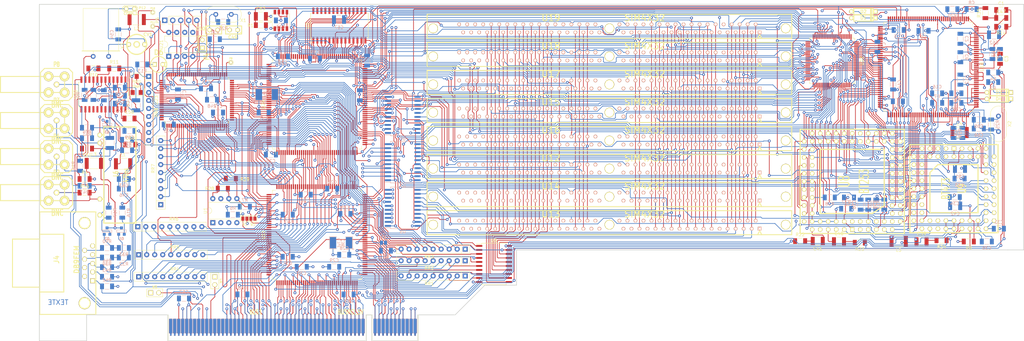
<source format=kicad_pcb>
(kicad_pcb (version 20171130) (host pcbnew "(5.0.0-rc2-151-g11ab8f6dc)")
  (title_block (title "KiCad demo") (date 2015-10-14) (rev 1.A))
  (layers (0 top_copper signal) (1 GND_layer signal) (2 VCC_layer signal) (31 bottom_copper signal) (34 B.Paste user) (35 F.Paste user) (36 B.SilkS user) (37 F.SilkS user) (38 B.Mask user) (39 F.Mask user) (44 Edge.Cuts user))
  (net 0 "")
  (net 1 +12V)
  (net 2 +3.3V)
  (net 3 +5F)
  (net 4 /ESVIDEO-RVB/DPC0)
  (net 5 /ESVIDEO-RVB/DPC1)
  (net 6 /ESVIDEO-RVB/DPC2)
  (net 7 /ESVIDEO-RVB/DPC4)
  (net 8 /ESVIDEO-RVB/DPC5)
  (net 9 /ESVIDEO-RVB/DPC7)
  (net 10 /ESVIDEO-RVB/OE_RVB-)
  (net 11 /ESVIDEO-RVB/PCA0)
  (net 12 /ESVIDEO-RVB/PCA2)
  (net 13 /ESVIDEO-RVB/REF+)
  (net 14 /ESVIDEO-RVB/TVB2)
  (net 15 /ESVIDEO-RVB/TVB3)
  (net 16 /ESVIDEO-RVB/TVG0)
  (net 17 /ESVIDEO-RVB/TVG1)
  (net 18 /ESVIDEO-RVB/TVG2)
  (net 19 /ESVIDEO-RVB/TVG3)
  (net 20 /ESVIDEO-RVB/TVG4)
  (net 21 /ESVIDEO-RVB/TVG5)
  (net 22 /ESVIDEO-RVB/TVR0)
  (net 23 /ESVIDEO-RVB/TVR1)
  (net 24 /ESVIDEO-RVB/TVR2)
  (net 25 /ESVIDEO-RVB/TVR5)
  (net 26 /ESVIDEO-RVB/TVR6)
  (net 27 /ESVIDEO-RVB/TVR7)
  (net 28 /ESVIDEO-RVB/VAA)
  (net 29 /RAMS/MXA0)
  (net 30 /RAMS/MXA1)
  (net 31 /RAMS/MXA10)
  (net 32 /RAMS/MXA2)
  (net 33 /RAMS/MXA3)
  (net 34 /RAMS/MXA4)
  (net 35 /RAMS/MXA5)
  (net 36 /RAMS/MXA6)
  (net 37 /RAMS/MXA7)
  (net 38 /RAMS/MXA8)
  (net 39 /RAMS/MXA9)
  (net 40 /RAMS/TVRAM0)
  (net 41 /RAMS/TVRAM1)
  (net 42 /RAMS/TVRAM10)
  (net 43 /RAMS/TVRAM11)
  (net 44 /RAMS/TVRAM12)
  (net 45 /RAMS/TVRAM13)
  (net 46 /RAMS/TVRAM14)
  (net 47 /RAMS/TVRAM15)
  (net 48 /RAMS/TVRAM16)
  (net 49 /RAMS/TVRAM17)
  (net 50 /RAMS/TVRAM18)
  (net 51 /RAMS/TVRAM19)
  (net 52 /RAMS/TVRAM2)
  (net 53 /RAMS/TVRAM20)
  (net 54 /RAMS/TVRAM21)
  (net 55 /RAMS/TVRAM22)
  (net 56 /RAMS/TVRAM23)
  (net 57 /RAMS/TVRAM24)
  (net 58 /RAMS/TVRAM25)
  (net 59 /RAMS/TVRAM26)
  (net 60 /RAMS/TVRAM27)
  (net 61 /RAMS/TVRAM28)
  (net 62 /RAMS/TVRAM29)
  (net 63 /RAMS/TVRAM3)
  (net 64 /RAMS/TVRAM30)
  (net 65 /RAMS/TVRAM31)
  (net 66 /RAMS/TVRAM4)
  (net 67 /RAMS/TVRAM5)
  (net 68 /RAMS/TVRAM6)
  (net 69 /RAMS/TVRAM7)
  (net 70 /RAMS/TVRAM8)
  (net 71 /RAMS/TVRAM9)
  (net 72 /buspci.sch/ADR6)
  (net 73 /buspci.sch/EA1)
  (net 74 /buspci.sch/EA10)
  (net 75 /buspci.sch/EA11)
  (net 76 /buspci.sch/EA12)
  (net 77 /buspci.sch/EA13)
  (net 78 /buspci.sch/EA14)
  (net 79 /buspci.sch/EA15)
  (net 80 /buspci.sch/EA2)
  (net 81 /buspci.sch/EA3)
  (net 82 /buspci.sch/EA4)
  (net 83 /buspci.sch/EA5)
  (net 84 /buspci.sch/EA6)
  (net 85 /buspci.sch/EA7)
  (net 86 /buspci.sch/EA9)
  (net 87 /buspci.sch/EQ0)
  (net 88 /buspci.sch/EQ1)
  (net 89 /buspci.sch/EQ2)
  (net 90 /buspci.sch/EQ3)
  (net 91 /buspci.sch/EQ4)
  (net 92 /buspci.sch/EQ5)
  (net 93 /buspci.sch/EQ6)
  (net 94 /buspci.sch/EQ7)
  (net 95 /buspci.sch/PTBE-1)
  (net 96 /buspci.sch/P_AD0)
  (net 97 /buspci.sch/P_AD1)
  (net 98 /buspci.sch/P_AD10)
  (net 99 /buspci.sch/P_AD11)
  (net 100 /buspci.sch/P_AD12)
  (net 101 /buspci.sch/P_AD13)
  (net 102 /buspci.sch/P_AD14)
  (net 103 /buspci.sch/P_AD15)
  (net 104 /buspci.sch/P_AD16)
  (net 105 /buspci.sch/P_AD17)
  (net 106 /buspci.sch/P_AD18)
  (net 107 /buspci.sch/P_AD19)
  (net 108 /buspci.sch/P_AD2)
  (net 109 /buspci.sch/P_AD20)
  (net 110 /buspci.sch/P_AD21)
  (net 111 /buspci.sch/P_AD22)
  (net 112 /buspci.sch/P_AD23)
  (net 113 /buspci.sch/P_AD24)
  (net 114 /buspci.sch/P_AD25)
  (net 115 /buspci.sch/P_AD26)
  (net 116 /buspci.sch/P_AD27)
  (net 117 /buspci.sch/P_AD28)
  (net 118 /buspci.sch/P_AD29)
  (net 119 /buspci.sch/P_AD3)
  (net 120 /buspci.sch/P_AD30)
  (net 121 /buspci.sch/P_AD31)
  (net 122 /buspci.sch/P_AD4)
  (net 123 /buspci.sch/P_AD5)
  (net 124 /buspci.sch/P_AD6)
  (net 125 /buspci.sch/P_AD7)
  (net 126 /buspci.sch/P_AD8)
  (net 127 /buspci.sch/P_AD9)
  (net 128 /buspci.sch/P_C/BE0#)
  (net 129 /buspci.sch/P_C/BE1#)
  (net 130 /buspci.sch/P_C/BE2#)
  (net 131 /buspci.sch/P_C/BE3#)
  (net 132 /buspci.sch/P_CLK)
  (net 133 /buspci.sch/P_DEVSEL#)
  (net 134 /buspci.sch/P_FRAME#)
  (net 135 /buspci.sch/P_GNT#)
  (net 136 /buspci.sch/P_IDSEL)
  (net 137 /buspci.sch/P_INTA#)
  (net 138 /buspci.sch/P_IRDY#)
  (net 139 /buspci.sch/P_LOCK#)
  (net 140 /buspci.sch/P_PAR)
  (net 141 /buspci.sch/P_PERR#)
  (net 142 /buspci.sch/P_REQ#)
  (net 143 /buspci.sch/P_RST#)
  (net 144 /buspci.sch/P_SERR#)
  (net 145 /buspci.sch/P_STOP#)
  (net 146 /buspci.sch/P_TRDY#)
  (net 147 /graphic/14MHZOUT)
  (net 148 /graphic/CCLK)
  (net 149 /graphic/CLK10MHz)
  (net 150 /graphic/CSIO-)
  (net 151 /graphic/DIN)
  (net 152 /graphic/DONE)
  (net 153 /graphic/HDOUT)
  (net 154 /graphic/HDREFOUT)
  (net 155 /graphic/IA0)
  (net 156 /graphic/IA1)
  (net 157 /graphic/IA2)
  (net 158 /graphic/IA3)
  (net 159 /graphic/IA4)
  (net 160 /graphic/IA5)
  (net 161 /graphic/IA6)
  (net 162 /graphic/IA7)
  (net 163 /graphic/IA8)
  (net 164 /graphic/IA9)
  (net 165 /graphic/ICAS-)
  (net 166 /graphic/ID0)
  (net 167 /graphic/ID1)
  (net 168 /graphic/ID2)
  (net 169 /graphic/ID3)
  (net 170 /graphic/IOE-)
  (net 171 /graphic/IRAS-)
  (net 172 /graphic/IWR-)
  (net 173 /graphic/LED)
  (net 174 /graphic/PROG*)
  (net 175 /graphic/RESERV1)
  (net 176 /graphic/VOSC)
  (net 177 /graphic/XTAL_I)
  (net 178 /graphic/X_DIN)
  (net 179 /modul/CHROM)
  (net 180 /modul/CVBS)
  (net 181 /modul/CVBSOUT)
  (net 182 /modul/LUM)
  (net 183 /muxdata/DPC10)
  (net 184 /muxdata/DPC11)
  (net 185 /muxdata/DPC12)
  (net 186 /muxdata/DPC13)
  (net 187 /muxdata/DPC14)
  (net 188 /muxdata/DPC15)
  (net 189 /muxdata/DPC16)
  (net 190 /muxdata/DPC17)
  (net 191 /muxdata/DPC18)
  (net 192 /muxdata/DPC19)
  (net 193 /muxdata/DPC20)
  (net 194 /muxdata/DPC21)
  (net 195 /muxdata/DPC22)
  (net 196 /muxdata/DPC23)
  (net 197 /muxdata/DPC24)
  (net 198 /muxdata/DPC25)
  (net 199 /muxdata/DPC26)
  (net 200 /muxdata/DPC27)
  (net 201 /muxdata/DPC28)
  (net 202 /muxdata/DPC29)
  (net 203 /muxdata/DPC30)
  (net 204 /muxdata/DPC31)
  (net 205 /muxdata/DPC8)
  (net 206 /muxdata/DPC9)
  (net 207 /pal-ntsc.sch/C-VIDEO)
  (net 208 /pal-ntsc.sch/VAF)
  (net 209 /pal-ntsc.sch/Y-VIDEO)
  (net 210 /pal-ntsc.sch/Y_SYNC)
  (net 211 GND)
  (net 212 "Net-(BUS1-PadB1)")
  (net 213 "Net-(BUS1-PadB2)")
  (net 214 "Net-(BUS1-PadA4)")
  (net 215 "Net-(BUS1-PadB7)")
  (net 216 "Net-(BUS1-PadB8)")
  (net 217 "Net-(BUS1-PadB9)")
  (net 218 "Net-(BUS1-PadB10)")
  (net 219 "Net-(BUS1-PadB11)")
  (net 220 "Net-(BUS1-PadB14)")
  (net 221 "Net-(BUS1-PadB60)")
  (net 222 "Net-(BUS1-PadA1)")
  (net 223 "Net-(BUS1-PadA3)")
  (net 224 "Net-(BUS1-PadA7)")
  (net 225 "Net-(BUS1-PadA9)")
  (net 226 "Net-(BUS1-PadA11)")
  (net 227 "Net-(BUS1-PadA14)")
  (net 228 "Net-(BUS1-PadA19)")
  (net 229 "Net-(BUS1-PadA40)")
  (net 230 "Net-(BUS1-PadA41)")
  (net 231 "Net-(BUS1-PadA60)")
  (net 232 "Net-(C1-Pad1)")
  (net 233 "Net-(C1-Pad2)")
  (net 234 "Net-(C3-Pad1)")
  (net 235 "Net-(C4-Pad1)")
  (net 236 "Net-(C5-Pad1)")
  (net 237 "Net-(C5-Pad2)")
  (net 238 "Net-(C6-Pad1)")
  (net 239 "Net-(C7-Pad1)")
  (net 240 "Net-(C8-Pad1)")
  (net 241 "Net-(C8-Pad2)")
  (net 242 "Net-(C16-Pad1)")
  (net 243 "Net-(C32-Pad2)")
  (net 244 "Net-(C34-Pad2)")
  (net 245 "Net-(C35-Pad2)")
  (net 246 "Net-(C36-Pad1)")
  (net 247 "Net-(C36-Pad2)")
  (net 248 "Net-(C39-Pad1)")
  (net 249 "Net-(C39-Pad2)")
  (net 250 "Net-(C40-Pad1)")
  (net 251 "Net-(C40-Pad2)")
  (net 252 "Net-(C41-Pad1)")
  (net 253 "Net-(C41-Pad2)")
  (net 254 "Net-(C43-Pad1)")
  (net 255 "Net-(C44-Pad1)")
  (net 256 "Net-(C45-Pad1)")
  (net 257 "Net-(C46-Pad1)")
  (net 258 "Net-(C48-Pad2)")
  (net 259 "Net-(C49-Pad1)")
  (net 260 "Net-(C54-Pad1)")
  (net 261 "Net-(C58-Pad1)")
  (net 262 "Net-(C59-Pad1)")
  (net 263 "Net-(C60-Pad1)")
  (net 264 "Net-(C61-Pad1)")
  (net 265 "Net-(C61-Pad2)")
  (net 266 "Net-(C65-Pad2)")
  (net 267 "Net-(C66-Pad2)")
  (net 268 "Net-(CV1-Pad1)")
  (net 269 "Net-(D6-Pad1)")
  (net 270 "Net-(L1-Pad1)")
  (net 271 "Net-(L6-Pad1)")
  (net 272 "Net-(L6-Pad2)")
  (net 273 "Net-(P4-Pad1)")
  (net 274 "Net-(P9-Pad1)")
  (net 275 "Net-(P10-Pad1)")
  (net 276 "Net-(P11-Pad1)")
  (net 277 "Net-(POT1-Pad1)")
  (net 278 "Net-(Q1-Pad1)")
  (net 279 "Net-(Q1-Pad2)")
  (net 280 "Net-(Q2-Pad1)")
  (net 281 "Net-(Q2-Pad2)")
  (net 282 "Net-(Q3-Pad1)")
  (net 283 "Net-(Q3-Pad2)")
  (net 284 "Net-(R4-Pad1)")
  (net 285 "Net-(R5-Pad1)")
  (net 286 "Net-(R6-Pad1)")
  (net 287 "Net-(R7-Pad1)")
  (net 288 "Net-(R9-Pad2)")
  (net 289 "Net-(R10-Pad2)")
  (net 290 "Net-(R19-Pad2)")
  (net 291 "Net-(R27-Pad1)")
  (net 292 "Net-(R28-Pad2)")
  (net 293 "Net-(R29-Pad2)")
  (net 294 "Net-(R36-Pad2)")
  (net 295 "Net-(R38-Pad1)")
  (net 296 /ESVIDEO-RVB/DPC3)
  (net 297 /ESVIDEO-RVB/DPC6)
  (net 298 /ESVIDEO-RVB/PCA1)
  (net 299 /ESVIDEO-RVB/TVB7)
  (net 300 /ESVIDEO-RVB/TVB6)
  (net 301 /ESVIDEO-RVB/TVB5)
  (net 302 /ESVIDEO-RVB/TVB4)
  (net 303 /ESVIDEO-RVB/TVB1)
  (net 304 /ESVIDEO-RVB/TVB0)
  (net 305 /ESVIDEO-RVB/TVG7)
  (net 306 /ESVIDEO-RVB/TVG6)
  (net 307 /ESVIDEO-RVB/TVR4)
  (net 308 /ESVIDEO-RVB/TVR3)
  (net 309 "Net-(U8-Pad58)")
  (net 310 "Net-(U8-Pad60)")
  (net 311 "Net-(U8-Pad62)")
  (net 312 /ESVIDEO-RVB/TVI0)
  (net 313 /ESVIDEO-RVB/TVI1)
  (net 314 /buspci.sch/BE-3)
  (net 315 /buspci.sch/BE-2)
  (net 316 /buspci.sch/BE-1)
  (net 317 /buspci.sch/ADR5)
  (net 318 /buspci.sch/ADR4)
  (net 319 /buspci.sch/ADR3)
  (net 320 /buspci.sch/ADR2)
  (net 321 /buspci.sch/BE-0)
  (net 322 /buspci.sch/PTBE-0)
  (net 323 /buspci.sch/PTBE-2)
  (net 324 /buspci.sch/PTBE-3)
  (net 325 "Net-(U20-Pad23)")
  (net 326 +5V)
  (net 327 /GREEN_IN)
  (net 328 /RED_IN)
  (net 329 /RED_OUT)
  (net 330 /GREEN_OUT)
  (net 331 /BLUE_OUT)
  (net 332 /C_OUT)
  (net 333 /Y_OUT)
  (net 334 /BLUE_IN)
  (net 335 /CSYNC-OUT)
  (net 336 /IRQ_SRL)
  (net 337 /SELECT-)
  (net 338 //PCWR)
  (net 339 //PCRD)
  (net 340 /PTATN-)
  (net 341 /X_IRQ)
  (net 342 /PTADR-)
  (net 343 /RDFIFO-)
  (net 344 /WRFIFDO-)
  (net 345 /PTRDY-)
  (net 346 /ACCES_RAM-)
  (net 347 /WRITE_RAM)
  (net 348 /CSYNCIN-)
  (net 349 /RDCAD-)
  (net 350 /WRCAD-)
  (net 351 /CLAMP)
  (net 352 /CLKCAD)
  (net 353 /BLANK-)
  (net 354 /CLKCDA)
  (net 355 /RDCDA-)
  (net 356 /WRCDA-)
  (net 357 /OE_PAL-)
  (net 358 /VD_PAL-)
  (net 359 /HD_PAL-)
  (net 360 /BT812_WR-)
  (net 361 /BT812_RD-)
  (net 362 /SYSRST-)
  (net 363 /F_PALIN)
  (net 364 /PTNUM1)
  (net 365 /PTNUM0)
  (net 366 /IRQ-)
  (net 367 /BPCLK)
  (net 368 /WRFULL)
  (net 369 /RDEMPTY)
  (net 370 /PTWR)
  (net 371 /PTBURST)
  (net 372 /RAS5-)
  (net 373 /CAS0-)
  (net 374 /CAS1-)
  (net 375 /CAS2-)
  (net 376 /CAS3-)
  (net 377 /WRAM-)
  (net 378 /RAS7-)
  (net 379 /RAS6-)
  (net 380 /RAS3-)
  (net 381 /RAS4-)
  (net 382 /RAS2-)
  (net 383 /RAS1-)
  (net 384 /RAS0-)
  (net 385 /X_PROG-)
  (net 386 /X_DATA)
  (net 387 /X_CLK)
  (net 388 /ACQ_ON)
  (net 389 /X_DONE)
  (module Resistor_SMD:R_1210_3225Metric_Pad1.24x2.70mm_HandSolder (layer top_copper) (at 333.248 131.699)
    (fp_text reference C39 (at 0 -2.5) (layer F.SilkS))
    (fp_text value 1uF)
    (pad 2 smd rect (at 1.5925 0) (size 1.245 2.7) (layers top_copper F.Paste F.Mask) (net 249 "Net-(C39-Pad2)"))
    (pad 1 smd rect (at -1.5925 0) (size 1.245 2.7) (layers top_copper F.Paste F.Mask) (net 248 "Net-(C39-Pad1)"))
  )
  (module Resistor_SMD:R_1210_3225Metric_Pad1.24x2.70mm_HandSolder (layer top_copper) (at 307.086 131.699)
    (fp_text reference C40 (at 0 -2.5) (layer F.SilkS))
    (fp_text value 1uF)
    (pad 2 smd rect (at 1.5925 0) (size 1.245 2.7) (layers top_copper F.Paste F.Mask) (net 251 "Net-(C40-Pad2)"))
    (pad 1 smd rect (at -1.5925 0) (size 1.245 2.7) (layers top_copper F.Paste F.Mask) (net 250 "Net-(C40-Pad1)"))
  )
  (module Resistor_SMD:R_1210_3225Metric_Pad1.24x2.70mm_HandSolder (layer top_copper) (at 300.355 131.572 180)
    (fp_text reference C41 (at 0 -2.5 180) (layer F.SilkS))
    (fp_text value 1uF)
    (pad 2 smd rect (at 1.5925 0 180) (size 1.245 2.7) (layers top_copper F.Paste F.Mask) (net 253 "Net-(C41-Pad2)"))
    (pad 1 smd rect (at -1.5925 0 180) (size 1.245 2.7) (layers top_copper F.Paste F.Mask) (net 252 "Net-(C41-Pad1)"))
  )
  (module Resistor_SMD:R_1210_3225Metric_Pad1.24x2.70mm_HandSolder (layer bottom_copper) (at 343.916 120.396)
    (fp_text reference C42 (at 0 2.5) (layer B.SilkS) (effects (justify mirror)))
    (fp_text value 2.2uF)
    (pad 2 smd rect (at 1.5925 0) (size 1.245 2.7) (layers bottom_copper B.Paste B.Mask) (net 244 "Net-(C34-Pad2)"))
    (pad 1 smd rect (at -1.5925 0) (size 1.245 2.7) (layers bottom_copper B.Paste B.Mask) (net 28 /ESVIDEO-RVB/VAA))
  )
  (module Resistor_SMD:R_1210_3225Metric_Pad1.24x2.70mm_HandSolder (layer bottom_copper) (at 345.44 108.585)
    (fp_text reference C51 (at 0 2.5) (layer B.SilkS) (effects (justify mirror)))
    (fp_text value 22uF)
    (pad 2 smd rect (at 1.5925 0) (size 1.245 2.7) (layers bottom_copper B.Paste B.Mask) (net 211 GND))
    (pad 1 smd rect (at -1.5925 0) (size 1.245 2.7) (layers bottom_copper B.Paste B.Mask) (net 28 /ESVIDEO-RVB/VAA))
  )
  (module Resistor_SMD:R_1210_3225Metric_Pad1.24x2.70mm_HandSolder (layer bottom_copper) (at 75.946 100.457 270)
    (fp_text reference C55 (at 0 2.5 270) (layer B.SilkS) (effects (justify mirror)))
    (fp_text value 4.7uF)
    (pad 2 smd rect (at 1.5925 0 270) (size 1.245 2.7) (layers bottom_copper B.Paste B.Mask) (net 211 GND))
    (pad 1 smd rect (at -1.5925 0 270) (size 1.245 2.7) (layers bottom_copper B.Paste B.Mask) (net 3 +5F))
  )
  (module Resistor_SMD:R_1210_3225Metric_Pad1.24x2.70mm_HandSolder (layer bottom_copper) (at 148.59 61.341)
    (fp_text reference C57 (at 0 2.5) (layer B.SilkS) (effects (justify mirror)))
    (fp_text value 4.7uF)
    (pad 2 smd rect (at 1.5925 0) (size 1.245 2.7) (layers bottom_copper B.Paste B.Mask) (net 211 GND))
    (pad 1 smd rect (at -1.5925 0) (size 1.245 2.7) (layers bottom_copper B.Paste B.Mask) (net 326 +5V))
  )
  (module Resistor_SMD:R_1210_3225Metric_Pad1.24x2.70mm_HandSolder (layer bottom_copper) (at 356.235 66.167)
    (fp_text reference C62 (at 0 2.5) (layer B.SilkS) (effects (justify mirror)))
    (fp_text value 47uF)
    (pad 2 smd rect (at 1.5925 0) (size 1.245 2.7) (layers bottom_copper B.Paste B.Mask) (net 211 GND))
    (pad 1 smd rect (at -1.5925 0) (size 1.245 2.7) (layers bottom_copper B.Paste B.Mask) (net 208 /pal-ntsc.sch/VAF))
  )
  (module Resistor_SMD:R_1210_3225Metric_Pad1.24x2.70mm_HandSolder (layer top_copper) (at 123.825 60.325)
    (fp_text reference C63 (at 0 -2.5) (layer F.SilkS))
    (fp_text value 47uF)
    (pad 2 smd rect (at 1.5925 0) (size 1.245 2.7) (layers top_copper F.Paste F.Mask) (net 211 GND))
    (pad 1 smd rect (at -1.5925 0) (size 1.245 2.7) (layers top_copper F.Paste F.Mask) (net 176 /graphic/VOSC))
  )
  (module Resistor_SMD:R_1210_3225Metric_Pad1.24x2.70mm_HandSolder (layer bottom_copper) (at 84.201 88.519 270)
    (fp_text reference C64 (at 0 2.5 270) (layer B.SilkS) (effects (justify mirror)))
    (fp_text value 6,8uF)
    (pad 2 smd rect (at 1.5925 0 270) (size 1.245 2.7) (layers bottom_copper B.Paste B.Mask) (net 211 GND))
    (pad 1 smd rect (at -1.5925 0 270) (size 1.245 2.7) (layers bottom_copper B.Paste B.Mask) (net 258 "Net-(C48-Pad2)"))
  )
  (module Resistor_SMD:R_1812_4532Metric_Pad1.24x3.50mm_HandSolder (layer top_copper) (at 80.137 107.061)
    (fp_text reference L1 (at 0 -2.85) (layer F.SilkS))
    (fp_text value 2,2uH)
    (pad 2 smd rect (at 2.2625 0) (size 1.245 3.5) (layers top_copper F.Paste F.Mask) (net 257 "Net-(C46-Pad1)"))
    (pad 1 smd rect (at -2.2625 0) (size 1.245 3.5) (layers top_copper F.Paste F.Mask) (net 270 "Net-(L1-Pad1)"))
  )
  (module Resistor_SMD:R_1812_4532Metric_Pad1.24x3.50mm_HandSolder (layer top_copper) (at 84.455 61.341 180)
    (fp_text reference L2 (at 0 -2.85 180) (layer F.SilkS))
    (fp_text value 22uH)
    (pad 2 smd rect (at 2.2625 0 180) (size 1.245 3.5) (layers top_copper F.Paste F.Mask) (net 260 "Net-(C54-Pad1)"))
    (pad 1 smd rect (at -2.2625 0 180) (size 1.245 3.5) (layers top_copper F.Paste F.Mask) (net 326 +5V))
  )
  (module Resistor_SMD:R_1812_4532Metric_Pad1.24x3.50mm_HandSolder (layer top_copper) (at 70.866 106.934)
    (fp_text reference L3 (at 0 -2.85) (layer F.SilkS))
    (fp_text value 22uH)
    (pad 2 smd rect (at 2.2625 0) (size 1.245 3.5) (layers top_copper F.Paste F.Mask) (net 3 +5F))
    (pad 1 smd rect (at -2.2625 0) (size 1.245 3.5) (layers top_copper F.Paste F.Mask) (net 326 +5V))
  )
  (module Resistor_SMD:R_1812_4532Metric_Pad1.24x3.50mm_HandSolder (layer top_copper) (at 345.313 97.155)
    (fp_text reference L4 (at 0 -2.85) (layer F.SilkS))
    (fp_text value 22uF)
    (pad 2 smd rect (at 2.2625 0) (size 1.245 3.5) (layers top_copper F.Paste F.Mask) (net 208 /pal-ntsc.sch/VAF))
    (pad 1 smd rect (at -2.2625 0) (size 1.245 3.5) (layers top_copper F.Paste F.Mask) (net 326 +5V))
  )
  (module Resistor_SMD:R_1812_4532Metric_Pad1.24x3.50mm_HandSolder (layer top_copper) (at 326.009 131.572 180)
    (fp_text reference L5 (at 0 -2.85 180) (layer F.SilkS))
    (fp_text value 22uH)
    (pad 2 smd rect (at 2.2625 0 180) (size 1.245 3.5) (layers top_copper F.Paste F.Mask) (net 28 /ESVIDEO-RVB/VAA))
    (pad 1 smd rect (at -2.2625 0 180) (size 1.245 3.5) (layers top_copper F.Paste F.Mask) (net 326 +5V))
  )
  (module Resistor_SMD:R_1206_3216Metric_Pad1.24x1.80mm_HandSolder (layer top_copper) (at 68.707 102.235 180)
    (fp_text reference C61 (at 0 -2.05 180) (layer F.SilkS))
    (fp_text value 47nF)
    (pad 2 smd rect (at 1.5925 0 180) (size 1.245 1.8) (layers top_copper F.Paste F.Mask) (net 265 "Net-(C61-Pad2)"))
    (pad 1 smd rect (at -1.5925 0 180) (size 1.245 1.8) (layers top_copper F.Paste F.Mask) (net 264 "Net-(C61-Pad1)"))
  )
  (module Package_QFP:PQFP-160_28x28mm_P0.65mm (layer top_copper) (at 141.605 88.265 90)
    (fp_text reference U24 (at 0 -17 90) (layer F.SilkS))
    (fp_text value XC4005-PQ160)
    (pad 160 smd rect (at -12.675 -15.22 90) (size 0.38 1.53) (layers top_copper F.Paste F.Mask) (net 326 +5V))
    (pad 159 smd rect (at -12.025 -15.22 90) (size 0.38 1.53) (layers top_copper F.Paste F.Mask) (net 150 /graphic/CSIO-))
    (pad 158 smd rect (at -11.375 -15.22 90) (size 0.38 1.53) (layers top_copper F.Paste F.Mask) (net 322 /buspci.sch/PTBE-0))
    (pad 157 smd rect (at -10.725 -15.22 90) (size 0.38 1.53) (layers top_copper F.Paste F.Mask) (net 95 /buspci.sch/PTBE-1))
    (pad 156 smd rect (at -10.075 -15.22 90) (size 0.38 1.53) (layers top_copper F.Paste F.Mask) (net 323 /buspci.sch/PTBE-2))
    (pad 155 smd rect (at -9.425 -15.22 90) (size 0.38 1.53) (layers top_copper F.Paste F.Mask) (net 324 /buspci.sch/PTBE-3))
    (pad 154 smd rect (at -8.775 -15.22 90) (size 0.38 1.53) (layers top_copper F.Paste F.Mask) (net 364 /PTNUM1))
    (pad 153 smd rect (at -8.125 -15.22 90) (size 0.38 1.53) (layers top_copper F.Paste F.Mask))
    (pad 152 smd rect (at -7.475 -15.22 90) (size 0.38 1.53) (layers top_copper F.Paste F.Mask))
    (pad 151 smd rect (at -6.825 -15.22 90) (size 0.38 1.53) (layers top_copper F.Paste F.Mask) (net 211 GND))
    (pad 150 smd rect (at -6.175 -15.22 90) (size 0.38 1.53) (layers top_copper F.Paste F.Mask) (net 365 /PTNUM0))
    (pad 149 smd rect (at -5.525 -15.22 90) (size 0.38 1.53) (layers top_copper F.Paste F.Mask) (net 366 /IRQ-))
    (pad 148 smd rect (at -4.875 -15.22 90) (size 0.38 1.53) (layers top_copper F.Paste F.Mask) (net 362 /SYSRST-))
    (pad 147 smd rect (at -4.225 -15.22 90) (size 0.38 1.53) (layers top_copper F.Paste F.Mask) (net 314 /buspci.sch/BE-3))
    (pad 146 smd rect (at -3.575 -15.22 90) (size 0.38 1.53) (layers top_copper F.Paste F.Mask) (net 315 /buspci.sch/BE-2))
    (pad 145 smd rect (at -2.925 -15.22 90) (size 0.38 1.53) (layers top_copper F.Paste F.Mask) (net 316 /buspci.sch/BE-1))
    (pad 144 smd rect (at -2.275 -15.22 90) (size 0.38 1.53) (layers top_copper F.Paste F.Mask) (net 321 /buspci.sch/BE-0))
    (pad 143 smd rect (at -1.625 -15.22 90) (size 0.38 1.53) (layers top_copper F.Paste F.Mask) (net 72 /buspci.sch/ADR6))
    (pad 142 smd rect (at -0.975 -15.22 90) (size 0.38 1.53) (layers top_copper F.Paste F.Mask) (net 326 +5V))
    (pad 141 smd rect (at -0.325 -15.22 90) (size 0.38 1.53) (layers top_copper F.Paste F.Mask) (net 211 GND))
    (pad 140 smd rect (at 0.325 -15.22 90) (size 0.38 1.53) (layers top_copper F.Paste F.Mask) (net 317 /buspci.sch/ADR5))
    (pad 139 smd rect (at 0.975 -15.22 90) (size 0.38 1.53) (layers top_copper F.Paste F.Mask) (net 318 /buspci.sch/ADR4))
    (pad 138 smd rect (at 1.625 -15.22 90) (size 0.38 1.53) (layers top_copper F.Paste F.Mask) (net 319 /buspci.sch/ADR3))
    (pad 137 smd rect (at 2.275 -15.22 90) (size 0.38 1.53) (layers top_copper F.Paste F.Mask) (net 320 /buspci.sch/ADR2))
    (pad 136 smd rect (at 2.925 -15.22 90) (size 0.38 1.53) (layers top_copper F.Paste F.Mask))
    (pad 135 smd rect (at 3.575 -15.22 90) (size 0.38 1.53) (layers top_copper F.Paste F.Mask) (net 337 /SELECT-))
    (pad 134 smd rect (at 4.225 -15.22 90) (size 0.38 1.53) (layers top_copper F.Paste F.Mask) (net 336 /IRQ_SRL))
    (pad 133 smd rect (at 4.875 -15.22 90) (size 0.38 1.53) (layers top_copper F.Paste F.Mask) (net 339 //PCRD))
    (pad 132 smd rect (at 5.525 -15.22 90) (size 0.38 1.53) (layers top_copper F.Paste F.Mask) (net 338 //PCWR))
    (pad 131 smd rect (at 6.175 -15.22 90) (size 0.38 1.53) (layers top_copper F.Paste F.Mask) (net 211 GND))
    (pad 130 smd rect (at 6.825 -15.22 90) (size 0.38 1.53) (layers top_copper F.Paste F.Mask))
    (pad 129 smd rect (at 7.475 -15.22 90) (size 0.38 1.53) (layers top_copper F.Paste F.Mask))
    (pad 128 smd rect (at 8.125 -15.22 90) (size 0.38 1.53) (layers top_copper F.Paste F.Mask) (net 29 /RAMS/MXA0))
    (pad 127 smd rect (at 8.775 -15.22 90) (size 0.38 1.53) (layers top_copper F.Paste F.Mask) (net 30 /RAMS/MXA1))
    (pad 126 smd rect (at 9.425 -15.22 90) (size 0.38 1.53) (layers top_copper F.Paste F.Mask) (net 32 /RAMS/MXA2))
    (pad 125 smd rect (at 10.075 -15.22 90) (size 0.38 1.53) (layers top_copper F.Paste F.Mask) (net 33 /RAMS/MXA3))
    (pad 124 smd rect (at 10.725 -15.22 90) (size 0.38 1.53) (layers top_copper F.Paste F.Mask) (net 34 /RAMS/MXA4))
    (pad 123 smd rect (at 11.375 -15.22 90) (size 0.38 1.53) (layers top_copper F.Paste F.Mask) (net 35 /RAMS/MXA5))
    (pad 122 smd rect (at 12.025 -15.22 90) (size 0.38 1.53) (layers top_copper F.Paste F.Mask) (net 211 GND))
    (pad 121 smd rect (at 12.675 -15.22 90) (size 0.38 1.53) (layers top_copper F.Paste F.Mask))
    (pad 41 smd rect (at -12.675 15.22 90) (size 0.38 1.53) (layers top_copper F.Paste F.Mask) (net 326 +5V))
    (pad 80 smd rect (at 12.675 15.22 90) (size 0.38 1.53) (layers top_copper F.Paste F.Mask) (net 389 /X_DONE))
    (pad 79 smd rect (at 12.025 15.22 90) (size 0.38 1.53) (layers top_copper F.Paste F.Mask) (net 211 GND))
    (pad 78 smd rect (at 11.375 15.22 90) (size 0.38 1.53) (layers top_copper F.Paste F.Mask) (net 162 /graphic/IA7))
    (pad 77 smd rect (at 10.725 15.22 90) (size 0.38 1.53) (layers top_copper F.Paste F.Mask) (net 352 /CLKCAD))
    (pad 76 smd rect (at 10.075 15.22 90) (size 0.38 1.53) (layers top_copper F.Paste F.Mask) (net 354 /CLKCDA))
    (pad 75 smd rect (at 9.425 15.22 90) (size 0.38 1.53) (layers top_copper F.Paste F.Mask) (net 351 /CLAMP))
    (pad 74 smd rect (at 8.775 15.22 90) (size 0.38 1.53) (layers top_copper F.Paste F.Mask) (net 384 /RAS0-))
    (pad 73 smd rect (at 8.125 15.22 90) (size 0.38 1.53) (layers top_copper F.Paste F.Mask) (net 383 /RAS1-))
    (pad 72 smd rect (at 7.475 15.22 90) (size 0.38 1.53) (layers top_copper F.Paste F.Mask))
    (pad 71 smd rect (at 6.825 15.22 90) (size 0.38 1.53) (layers top_copper F.Paste F.Mask))
    (pad 70 smd rect (at 6.175 15.22 90) (size 0.38 1.53) (layers top_copper F.Paste F.Mask) (net 211 GND))
    (pad 69 smd rect (at 5.525 15.22 90) (size 0.38 1.53) (layers top_copper F.Paste F.Mask) (net 382 /RAS2-))
    (pad 68 smd rect (at 4.875 15.22 90) (size 0.38 1.53) (layers top_copper F.Paste F.Mask) (net 380 /RAS3-))
    (pad 67 smd rect (at 4.225 15.22 90) (size 0.38 1.53) (layers top_copper F.Paste F.Mask) (net 381 /RAS4-))
    (pad 66 smd rect (at 3.575 15.22 90) (size 0.38 1.53) (layers top_copper F.Paste F.Mask) (net 372 /RAS5-))
    (pad 65 smd rect (at 2.925 15.22 90) (size 0.38 1.53) (layers top_copper F.Paste F.Mask) (net 379 /RAS6-))
    (pad 64 smd rect (at 2.275 15.22 90) (size 0.38 1.53) (layers top_copper F.Paste F.Mask) (net 378 /RAS7-))
    (pad 63 smd rect (at 1.625 15.22 90) (size 0.38 1.53) (layers top_copper F.Paste F.Mask) (net 377 /WRAM-))
    (pad 62 smd rect (at 0.975 15.22 90) (size 0.38 1.53) (layers top_copper F.Paste F.Mask) (net 376 /CAS3-))
    (pad 61 smd rect (at 0.325 15.22 90) (size 0.38 1.53) (layers top_copper F.Paste F.Mask) (net 211 GND))
    (pad 60 smd rect (at -0.325 15.22 90) (size 0.38 1.53) (layers top_copper F.Paste F.Mask) (net 326 +5V))
    (pad 59 smd rect (at -0.975 15.22 90) (size 0.38 1.53) (layers top_copper F.Paste F.Mask) (net 375 /CAS2-))
    (pad 58 smd rect (at -1.625 15.22 90) (size 0.38 1.53) (layers top_copper F.Paste F.Mask) (net 374 /CAS1-))
    (pad 57 smd rect (at -2.275 15.22 90) (size 0.38 1.53) (layers top_copper F.Paste F.Mask) (net 373 /CAS0-))
    (pad 56 smd rect (at -2.925 15.22 90) (size 0.38 1.53) (layers top_copper F.Paste F.Mask) (net 346 /ACCES_RAM-))
    (pad 55 smd rect (at -3.575 15.22 90) (size 0.38 1.53) (layers top_copper F.Paste F.Mask) (net 347 /WRITE_RAM))
    (pad 54 smd rect (at -4.225 15.22 90) (size 0.38 1.53) (layers top_copper F.Paste F.Mask) (net 348 /CSYNCIN-))
    (pad 53 smd rect (at -4.875 15.22 90) (size 0.38 1.53) (layers top_copper F.Paste F.Mask) (net 353 /BLANK-))
    (pad 52 smd rect (at -5.525 15.22 90) (size 0.38 1.53) (layers top_copper F.Paste F.Mask) (net 359 /HD_PAL-))
    (pad 51 smd rect (at -6.175 15.22 90) (size 0.38 1.53) (layers top_copper F.Paste F.Mask) (net 211 GND))
    (pad 50 smd rect (at -6.825 15.22 90) (size 0.38 1.53) (layers top_copper F.Paste F.Mask))
    (pad 49 smd rect (at -7.475 15.22 90) (size 0.38 1.53) (layers top_copper F.Paste F.Mask))
    (pad 48 smd rect (at -8.125 15.22 90) (size 0.38 1.53) (layers top_copper F.Paste F.Mask) (net 388 /ACQ_ON))
    (pad 47 smd rect (at -8.775 15.22 90) (size 0.38 1.53) (layers top_copper F.Paste F.Mask) (net 188 /muxdata/DPC15))
    (pad 46 smd rect (at -9.425 15.22 90) (size 0.38 1.53) (layers top_copper F.Paste F.Mask) (net 187 /muxdata/DPC14))
    (pad 45 smd rect (at -10.075 15.22 90) (size 0.38 1.53) (layers top_copper F.Paste F.Mask) (net 186 /muxdata/DPC13))
    (pad 44 smd rect (at -10.725 15.22 90) (size 0.38 1.53) (layers top_copper F.Paste F.Mask) (net 175 /graphic/RESERV1))
    (pad 43 smd rect (at -11.375 15.22 90) (size 0.38 1.53) (layers top_copper F.Paste F.Mask) (net 363 /F_PALIN))
    (pad 42 smd rect (at -12.025 15.22 90) (size 0.38 1.53) (layers top_copper F.Paste F.Mask) (net 326 +5V))
    (pad 120 smd rect (at 15.22 -12.675 90) (size 1.53 0.38) (layers top_copper F.Paste F.Mask) (net 326 +5V))
    (pad 119 smd rect (at 15.22 -12.025 90) (size 1.53 0.38) (layers top_copper F.Paste F.Mask) (net 387 /X_CLK))
    (pad 118 smd rect (at 15.22 -11.375 90) (size 1.53 0.38) (layers top_copper F.Paste F.Mask) (net 386 /X_DATA))
    (pad 117 smd rect (at 15.22 -10.725 90) (size 1.53 0.38) (layers top_copper F.Paste F.Mask) (net 178 /graphic/X_DIN))
    (pad 116 smd rect (at 15.22 -10.075 90) (size 1.53 0.38) (layers top_copper F.Paste F.Mask) (net 36 /RAMS/MXA6))
    (pad 115 smd rect (at 15.22 -9.425 90) (size 1.53 0.38) (layers top_copper F.Paste F.Mask) (net 37 /RAMS/MXA7))
    (pad 114 smd rect (at 15.22 -8.775 90) (size 1.53 0.38) (layers top_copper F.Paste F.Mask) (net 38 /RAMS/MXA8))
    (pad 113 smd rect (at 15.22 -8.125 90) (size 1.53 0.38) (layers top_copper F.Paste F.Mask) (net 39 /RAMS/MXA9))
    (pad 112 smd rect (at 15.22 -7.475 90) (size 1.53 0.38) (layers top_copper F.Paste F.Mask))
    (pad 111 smd rect (at 15.22 -6.825 90) (size 1.53 0.38) (layers top_copper F.Paste F.Mask))
    (pad 110 smd rect (at 15.22 -6.175 90) (size 1.53 0.38) (layers top_copper F.Paste F.Mask) (net 211 GND))
    (pad 109 smd rect (at 15.22 -5.525 90) (size 1.53 0.38) (layers top_copper F.Paste F.Mask) (net 31 /RAMS/MXA10))
    (pad 108 smd rect (at 15.22 -4.875 90) (size 1.53 0.38) (layers top_copper F.Paste F.Mask) (net 312 /ESVIDEO-RVB/TVI0))
    (pad 107 smd rect (at 15.22 -4.225 90) (size 1.53 0.38) (layers top_copper F.Paste F.Mask) (net 313 /ESVIDEO-RVB/TVI1))
    (pad 106 smd rect (at 15.22 -3.575 90) (size 1.53 0.38) (layers top_copper F.Paste F.Mask) (net 169 /graphic/ID3))
    (pad 105 smd rect (at 15.22 -2.925 90) (size 1.53 0.38) (layers top_copper F.Paste F.Mask) (net 168 /graphic/ID2))
    (pad 104 smd rect (at 15.22 -2.275 90) (size 1.53 0.38) (layers top_copper F.Paste F.Mask) (net 165 /graphic/ICAS-))
    (pad 103 smd rect (at 15.22 -1.625 90) (size 1.53 0.38) (layers top_copper F.Paste F.Mask) (net 170 /graphic/IOE-))
    (pad 102 smd rect (at 15.22 -0.975 90) (size 1.53 0.38) (layers top_copper F.Paste F.Mask) (net 166 /graphic/ID0))
    (pad 101 smd rect (at 15.22 -0.325 90) (size 1.53 0.38) (layers top_copper F.Paste F.Mask) (net 211 GND))
    (pad 100 smd rect (at 15.22 0.325 90) (size 1.53 0.38) (layers top_copper F.Paste F.Mask) (net 326 +5V))
    (pad 99 smd rect (at 15.22 0.975 90) (size 1.53 0.38) (layers top_copper F.Paste F.Mask) (net 167 /graphic/ID1))
    (pad 98 smd rect (at 15.22 1.625 90) (size 1.53 0.38) (layers top_copper F.Paste F.Mask) (net 172 /graphic/IWR-))
    (pad 97 smd rect (at 15.22 2.275 90) (size 1.53 0.38) (layers top_copper F.Paste F.Mask) (net 171 /graphic/IRAS-))
    (pad 96 smd rect (at 15.22 2.925 90) (size 1.53 0.38) (layers top_copper F.Paste F.Mask) (net 164 /graphic/IA9))
    (pad 95 smd rect (at 15.22 3.575 90) (size 1.53 0.38) (layers top_copper F.Paste F.Mask) (net 147 /graphic/14MHZOUT))
    (pad 94 smd rect (at 15.22 4.225 90) (size 1.53 0.38) (layers top_copper F.Paste F.Mask) (net 155 /graphic/IA0))
    (pad 93 smd rect (at 15.22 4.875 90) (size 1.53 0.38) (layers top_copper F.Paste F.Mask) (net 163 /graphic/IA8))
    (pad 92 smd rect (at 15.22 5.525 90) (size 1.53 0.38) (layers top_copper F.Paste F.Mask) (net 156 /graphic/IA1))
    (pad 91 smd rect (at 15.22 6.175 90) (size 1.53 0.38) (layers top_copper F.Paste F.Mask) (net 211 GND))
    (pad 90 smd rect (at 15.22 6.825 90) (size 1.53 0.38) (layers top_copper F.Paste F.Mask))
    (pad 89 smd rect (at 15.22 7.475 90) (size 1.53 0.38) (layers top_copper F.Paste F.Mask))
    (pad 88 smd rect (at 15.22 8.125 90) (size 1.53 0.38) (layers top_copper F.Paste F.Mask) (net 157 /graphic/IA2))
    (pad 87 smd rect (at 15.22 8.775 90) (size 1.53 0.38) (layers top_copper F.Paste F.Mask) (net 158 /graphic/IA3))
    (pad 86 smd rect (at 15.22 9.425 90) (size 1.53 0.38) (layers top_copper F.Paste F.Mask) (net 159 /graphic/IA4))
    (pad 85 smd rect (at 15.22 10.075 90) (size 1.53 0.38) (layers top_copper F.Paste F.Mask) (net 160 /graphic/IA5))
    (pad 84 smd rect (at 15.22 10.725 90) (size 1.53 0.38) (layers top_copper F.Paste F.Mask))
    (pad 83 smd rect (at 15.22 11.375 90) (size 1.53 0.38) (layers top_copper F.Paste F.Mask) (net 161 /graphic/IA6))
    (pad 82 smd rect (at 15.22 12.025 90) (size 1.53 0.38) (layers top_copper F.Paste F.Mask) (net 385 /X_PROG-))
    (pad 81 smd rect (at 15.22 12.675 90) (size 1.53 0.38) (layers top_copper F.Paste F.Mask) (net 326 +5V))
    (pad 40 smd rect (at -15.22 12.675 90) (size 1.53 0.38) (layers top_copper F.Paste F.Mask) (net 326 +5V))
    (pad 39 smd rect (at -15.22 12.025 90) (size 1.53 0.38) (layers top_copper F.Paste F.Mask) (net 211 GND))
    (pad 38 smd rect (at -15.22 11.375 90) (size 1.53 0.38) (layers top_copper F.Paste F.Mask) (net 326 +5V))
    (pad 37 smd rect (at -15.22 10.725 90) (size 1.53 0.38) (layers top_copper F.Paste F.Mask) (net 358 /VD_PAL-))
    (pad 36 smd rect (at -15.22 10.075 90) (size 1.53 0.38) (layers top_copper F.Paste F.Mask) (net 185 /muxdata/DPC12))
    (pad 35 smd rect (at -15.22 9.425 90) (size 1.53 0.38) (layers top_copper F.Paste F.Mask) (net 184 /muxdata/DPC11))
    (pad 34 smd rect (at -15.22 8.775 90) (size 1.53 0.38) (layers top_copper F.Paste F.Mask) (net 183 /muxdata/DPC10))
    (pad 33 smd rect (at -15.22 8.125 90) (size 1.53 0.38) (layers top_copper F.Paste F.Mask) (net 206 /muxdata/DPC9))
    (pad 32 smd rect (at -15.22 7.475 90) (size 1.53 0.38) (layers top_copper F.Paste F.Mask) (net 205 /muxdata/DPC8))
    (pad 31 smd rect (at -15.22 6.825 90) (size 1.53 0.38) (layers top_copper F.Paste F.Mask))
    (pad 30 smd rect (at -15.22 6.175 90) (size 1.53 0.38) (layers top_copper F.Paste F.Mask))
    (pad 29 smd rect (at -15.22 5.525 90) (size 1.53 0.38) (layers top_copper F.Paste F.Mask) (net 211 GND))
    (pad 28 smd rect (at -15.22 4.875 90) (size 1.53 0.38) (layers top_copper F.Paste F.Mask) (net 9 /ESVIDEO-RVB/DPC7))
    (pad 27 smd rect (at -15.22 4.225 90) (size 1.53 0.38) (layers top_copper F.Paste F.Mask) (net 297 /ESVIDEO-RVB/DPC6))
    (pad 26 smd rect (at -15.22 3.575 90) (size 1.53 0.38) (layers top_copper F.Paste F.Mask) (net 8 /ESVIDEO-RVB/DPC5))
    (pad 25 smd rect (at -15.22 2.925 90) (size 1.53 0.38) (layers top_copper F.Paste F.Mask) (net 7 /ESVIDEO-RVB/DPC4))
    (pad 24 smd rect (at -15.22 2.275 90) (size 1.53 0.38) (layers top_copper F.Paste F.Mask) (net 296 /ESVIDEO-RVB/DPC3))
    (pad 23 smd rect (at -15.22 1.625 90) (size 1.53 0.38) (layers top_copper F.Paste F.Mask) (net 6 /ESVIDEO-RVB/DPC2))
    (pad 22 smd rect (at -15.22 0.975 90) (size 1.53 0.38) (layers top_copper F.Paste F.Mask) (net 5 /ESVIDEO-RVB/DPC1))
    (pad 21 smd rect (at -15.22 0.325 90) (size 1.53 0.38) (layers top_copper F.Paste F.Mask) (net 4 /ESVIDEO-RVB/DPC0))
    (pad 20 smd rect (at -15.22 -0.325 90) (size 1.53 0.38) (layers top_copper F.Paste F.Mask) (net 326 +5V))
    (pad 19 smd rect (at -15.22 -0.975 90) (size 1.53 0.38) (layers top_copper F.Paste F.Mask) (net 211 GND))
    (pad 18 smd rect (at -15.22 -1.625 90) (size 1.53 0.38) (layers top_copper F.Paste F.Mask) (net 344 /WRFIFDO-))
    (pad 17 smd rect (at -15.22 -2.275 90) (size 1.53 0.38) (layers top_copper F.Paste F.Mask) (net 368 /WRFULL))
    (pad 16 smd rect (at -15.22 -2.925 90) (size 1.53 0.38) (layers top_copper F.Paste F.Mask) (net 343 /RDFIFO-))
    (pad 15 smd rect (at -15.22 -3.575 90) (size 1.53 0.38) (layers top_copper F.Paste F.Mask) (net 369 /RDEMPTY))
    (pad 14 smd rect (at -15.22 -4.225 90) (size 1.53 0.38) (layers top_copper F.Paste F.Mask) (net 342 /PTADR-))
    (pad 13 smd rect (at -15.22 -4.875 90) (size 1.53 0.38) (layers top_copper F.Paste F.Mask) (net 335 /CSYNC-OUT))
    (pad 12 smd rect (at -15.22 -5.525 90) (size 1.53 0.38) (layers top_copper F.Paste F.Mask) (net 370 /PTWR))
    (pad 11 smd rect (at -15.22 -6.175 90) (size 1.53 0.38) (layers top_copper F.Paste F.Mask) (net 341 /X_IRQ))
    (pad 10 smd rect (at -15.22 -6.825 90) (size 1.53 0.38) (layers top_copper F.Paste F.Mask) (net 211 GND))
    (pad 9 smd rect (at -15.22 -7.475 90) (size 1.53 0.38) (layers top_copper F.Paste F.Mask))
    (pad 8 smd rect (at -15.22 -8.125 90) (size 1.53 0.38) (layers top_copper F.Paste F.Mask))
    (pad 7 smd rect (at -15.22 -8.775 90) (size 1.53 0.38) (layers top_copper F.Paste F.Mask) (net 153 /graphic/HDOUT))
    (pad 6 smd rect (at -15.22 -9.425 90) (size 1.53 0.38) (layers top_copper F.Paste F.Mask) (net 154 /graphic/HDREFOUT))
    (pad 5 smd rect (at -15.22 -10.075 90) (size 1.53 0.38) (layers top_copper F.Paste F.Mask) (net 371 /PTBURST))
    (pad 4 smd rect (at -15.22 -10.725 90) (size 1.53 0.38) (layers top_copper F.Paste F.Mask) (net 340 /PTATN-))
    (pad 3 smd rect (at -15.22 -11.375 90) (size 1.53 0.38) (layers top_copper F.Paste F.Mask) (net 345 /PTRDY-))
    (pad 2 smd rect (at -15.22 -12.025 90) (size 1.53 0.38) (layers top_copper F.Paste F.Mask) (net 149 /graphic/CLK10MHz))
    (pad 1 smd rect (at -15.22 -12.675 90) (size 1.53 0.38) (layers top_copper F.Paste F.Mask) (net 211 GND))
  )
  (module Package_QFP:PQFP-160_28x28mm_P0.65mm (layer top_copper) (at 335.407 76.327 270)
    (fp_text reference U10 (at 0 -17 270) (layer F.SilkS))
    (fp_text value BT812)
    (pad 160 smd rect (at -12.675 -15.22 270) (size 0.38 1.53) (layers top_copper F.Paste F.Mask) (net 208 /pal-ntsc.sch/VAF))
    (pad 159 smd rect (at -12.025 -15.22 270) (size 0.38 1.53) (layers top_copper F.Paste F.Mask) (net 208 /pal-ntsc.sch/VAF))
    (pad 158 smd rect (at -11.375 -15.22 270) (size 0.38 1.53) (layers top_copper F.Paste F.Mask) (net 208 /pal-ntsc.sch/VAF))
    (pad 157 smd rect (at -10.725 -15.22 270) (size 0.38 1.53) (layers top_copper F.Paste F.Mask) (net 211 GND))
    (pad 156 smd rect (at -10.075 -15.22 270) (size 0.38 1.53) (layers top_copper F.Paste F.Mask) (net 209 /pal-ntsc.sch/Y-VIDEO))
    (pad 155 smd rect (at -9.425 -15.22 270) (size 0.38 1.53) (layers top_copper F.Paste F.Mask) (net 211 GND))
    (pad 154 smd rect (at -8.775 -15.22 270) (size 0.38 1.53) (layers top_copper F.Paste F.Mask))
    (pad 153 smd rect (at -8.125 -15.22 270) (size 0.38 1.53) (layers top_copper F.Paste F.Mask) (net 211 GND))
    (pad 152 smd rect (at -7.475 -15.22 270) (size 0.38 1.53) (layers top_copper F.Paste F.Mask))
    (pad 151 smd rect (at -6.825 -15.22 270) (size 0.38 1.53) (layers top_copper F.Paste F.Mask) (net 211 GND))
    (pad 150 smd rect (at -6.175 -15.22 270) (size 0.38 1.53) (layers top_copper F.Paste F.Mask))
    (pad 149 smd rect (at -5.525 -15.22 270) (size 0.38 1.53) (layers top_copper F.Paste F.Mask) (net 208 /pal-ntsc.sch/VAF))
    (pad 148 smd rect (at -4.875 -15.22 270) (size 0.38 1.53) (layers top_copper F.Paste F.Mask))
    (pad 147 smd rect (at -4.225 -15.22 270) (size 0.38 1.53) (layers top_copper F.Paste F.Mask) (net 211 GND))
    (pad 146 smd rect (at -3.575 -15.22 270) (size 0.38 1.53) (layers top_copper F.Paste F.Mask))
    (pad 145 smd rect (at -2.925 -15.22 270) (size 0.38 1.53) (layers top_copper F.Paste F.Mask) (net 211 GND))
    (pad 144 smd rect (at -2.275 -15.22 270) (size 0.38 1.53) (layers top_copper F.Paste F.Mask) (net 238 "Net-(C6-Pad1)"))
    (pad 143 smd rect (at -1.625 -15.22 270) (size 0.38 1.53) (layers top_copper F.Paste F.Mask) (net 211 GND))
    (pad 142 smd rect (at -0.975 -15.22 270) (size 0.38 1.53) (layers top_copper F.Paste F.Mask) (net 208 /pal-ntsc.sch/VAF))
    (pad 141 smd rect (at -0.325 -15.22 270) (size 0.38 1.53) (layers top_copper F.Paste F.Mask) (net 208 /pal-ntsc.sch/VAF))
    (pad 140 smd rect (at 0.325 -15.22 270) (size 0.38 1.53) (layers top_copper F.Paste F.Mask) (net 233 "Net-(C1-Pad2)"))
    (pad 139 smd rect (at 0.975 -15.22 270) (size 0.38 1.53) (layers top_copper F.Paste F.Mask) (net 211 GND))
    (pad 138 smd rect (at 1.625 -15.22 270) (size 0.38 1.53) (layers top_copper F.Paste F.Mask) (net 211 GND))
    (pad 137 smd rect (at 2.275 -15.22 270) (size 0.38 1.53) (layers top_copper F.Paste F.Mask) (net 238 "Net-(C6-Pad1)"))
    (pad 136 smd rect (at 2.925 -15.22 270) (size 0.38 1.53) (layers top_copper F.Paste F.Mask) (net 211 GND))
    (pad 135 smd rect (at 3.575 -15.22 270) (size 0.38 1.53) (layers top_copper F.Paste F.Mask) (net 291 "Net-(R27-Pad1)"))
    (pad 134 smd rect (at 4.225 -15.22 270) (size 0.38 1.53) (layers top_copper F.Paste F.Mask) (net 211 GND))
    (pad 133 smd rect (at 4.875 -15.22 270) (size 0.38 1.53) (layers top_copper F.Paste F.Mask))
    (pad 132 smd rect (at 5.525 -15.22 270) (size 0.38 1.53) (layers top_copper F.Paste F.Mask) (net 208 /pal-ntsc.sch/VAF))
    (pad 131 smd rect (at 6.175 -15.22 270) (size 0.38 1.53) (layers top_copper F.Paste F.Mask))
    (pad 130 smd rect (at 6.825 -15.22 270) (size 0.38 1.53) (layers top_copper F.Paste F.Mask) (net 211 GND))
    (pad 129 smd rect (at 7.475 -15.22 270) (size 0.38 1.53) (layers top_copper F.Paste F.Mask))
    (pad 128 smd rect (at 8.125 -15.22 270) (size 0.38 1.53) (layers top_copper F.Paste F.Mask) (net 211 GND))
    (pad 127 smd rect (at 8.775 -15.22 270) (size 0.38 1.53) (layers top_copper F.Paste F.Mask))
    (pad 126 smd rect (at 9.425 -15.22 270) (size 0.38 1.53) (layers top_copper F.Paste F.Mask) (net 211 GND))
    (pad 125 smd rect (at 10.075 -15.22 270) (size 0.38 1.53) (layers top_copper F.Paste F.Mask) (net 207 /pal-ntsc.sch/C-VIDEO))
    (pad 124 smd rect (at 10.725 -15.22 270) (size 0.38 1.53) (layers top_copper F.Paste F.Mask) (net 211 GND))
    (pad 123 smd rect (at 11.375 -15.22 270) (size 0.38 1.53) (layers top_copper F.Paste F.Mask) (net 208 /pal-ntsc.sch/VAF))
    (pad 122 smd rect (at 12.025 -15.22 270) (size 0.38 1.53) (layers top_copper F.Paste F.Mask) (net 208 /pal-ntsc.sch/VAF))
    (pad 121 smd rect (at 12.675 -15.22 270) (size 0.38 1.53) (layers top_copper F.Paste F.Mask) (net 208 /pal-ntsc.sch/VAF))
    (pad 41 smd rect (at -12.675 15.22 270) (size 0.38 1.53) (layers top_copper F.Paste F.Mask) (net 208 /pal-ntsc.sch/VAF))
    (pad 80 smd rect (at 12.675 15.22 270) (size 0.38 1.53) (layers top_copper F.Paste F.Mask) (net 208 /pal-ntsc.sch/VAF))
    (pad 79 smd rect (at 12.025 15.22 270) (size 0.38 1.53) (layers top_copper F.Paste F.Mask) (net 208 /pal-ntsc.sch/VAF))
    (pad 78 smd rect (at 11.375 15.22 270) (size 0.38 1.53) (layers top_copper F.Paste F.Mask) (net 208 /pal-ntsc.sch/VAF))
    (pad 77 smd rect (at 10.725 15.22 270) (size 0.38 1.53) (layers top_copper F.Paste F.Mask))
    (pad 76 smd rect (at 10.075 15.22 270) (size 0.38 1.53) (layers top_copper F.Paste F.Mask) (net 326 +5V))
    (pad 75 smd rect (at 9.425 15.22 270) (size 0.38 1.53) (layers top_copper F.Paste F.Mask) (net 211 GND))
    (pad 74 smd rect (at 8.775 15.22 270) (size 0.38 1.53) (layers top_copper F.Paste F.Mask) (net 16 /ESVIDEO-RVB/TVG0))
    (pad 73 smd rect (at 8.125 15.22 270) (size 0.38 1.53) (layers top_copper F.Paste F.Mask) (net 17 /ESVIDEO-RVB/TVG1))
    (pad 72 smd rect (at 7.475 15.22 270) (size 0.38 1.53) (layers top_copper F.Paste F.Mask) (net 18 /ESVIDEO-RVB/TVG2))
    (pad 71 smd rect (at 6.825 15.22 270) (size 0.38 1.53) (layers top_copper F.Paste F.Mask) (net 19 /ESVIDEO-RVB/TVG3))
    (pad 70 smd rect (at 6.175 15.22 270) (size 0.38 1.53) (layers top_copper F.Paste F.Mask) (net 20 /ESVIDEO-RVB/TVG4))
    (pad 69 smd rect (at 5.525 15.22 270) (size 0.38 1.53) (layers top_copper F.Paste F.Mask) (net 21 /ESVIDEO-RVB/TVG5))
    (pad 68 smd rect (at 4.875 15.22 270) (size 0.38 1.53) (layers top_copper F.Paste F.Mask) (net 306 /ESVIDEO-RVB/TVG6))
    (pad 67 smd rect (at 4.225 15.22 270) (size 0.38 1.53) (layers top_copper F.Paste F.Mask) (net 305 /ESVIDEO-RVB/TVG7))
    (pad 66 smd rect (at 3.575 15.22 270) (size 0.38 1.53) (layers top_copper F.Paste F.Mask) (net 211 GND))
    (pad 65 smd rect (at 2.925 15.22 270) (size 0.38 1.53) (layers top_copper F.Paste F.Mask) (net 22 /ESVIDEO-RVB/TVR0))
    (pad 64 smd rect (at 2.275 15.22 270) (size 0.38 1.53) (layers top_copper F.Paste F.Mask) (net 23 /ESVIDEO-RVB/TVR1))
    (pad 63 smd rect (at 1.625 15.22 270) (size 0.38 1.53) (layers top_copper F.Paste F.Mask) (net 24 /ESVIDEO-RVB/TVR2))
    (pad 62 smd rect (at 0.975 15.22 270) (size 0.38 1.53) (layers top_copper F.Paste F.Mask) (net 308 /ESVIDEO-RVB/TVR3))
    (pad 61 smd rect (at 0.325 15.22 270) (size 0.38 1.53) (layers top_copper F.Paste F.Mask) (net 307 /ESVIDEO-RVB/TVR4))
    (pad 60 smd rect (at -0.325 15.22 270) (size 0.38 1.53) (layers top_copper F.Paste F.Mask) (net 25 /ESVIDEO-RVB/TVR5))
    (pad 59 smd rect (at -0.975 15.22 270) (size 0.38 1.53) (layers top_copper F.Paste F.Mask) (net 26 /ESVIDEO-RVB/TVR6))
    (pad 58 smd rect (at -1.625 15.22 270) (size 0.38 1.53) (layers top_copper F.Paste F.Mask) (net 27 /ESVIDEO-RVB/TVR7))
    (pad 57 smd rect (at -2.275 15.22 270) (size 0.38 1.53) (layers top_copper F.Paste F.Mask) (net 326 +5V))
    (pad 56 smd rect (at -2.925 15.22 270) (size 0.38 1.53) (layers top_copper F.Paste F.Mask) (net 211 GND))
    (pad 55 smd rect (at -3.575 15.22 270) (size 0.38 1.53) (layers top_copper F.Paste F.Mask) (net 304 /ESVIDEO-RVB/TVB0))
    (pad 54 smd rect (at -4.225 15.22 270) (size 0.38 1.53) (layers top_copper F.Paste F.Mask) (net 303 /ESVIDEO-RVB/TVB1))
    (pad 53 smd rect (at -4.875 15.22 270) (size 0.38 1.53) (layers top_copper F.Paste F.Mask) (net 14 /ESVIDEO-RVB/TVB2))
    (pad 52 smd rect (at -5.525 15.22 270) (size 0.38 1.53) (layers top_copper F.Paste F.Mask) (net 15 /ESVIDEO-RVB/TVB3))
    (pad 51 smd rect (at -6.175 15.22 270) (size 0.38 1.53) (layers top_copper F.Paste F.Mask) (net 302 /ESVIDEO-RVB/TVB4))
    (pad 50 smd rect (at -6.825 15.22 270) (size 0.38 1.53) (layers top_copper F.Paste F.Mask) (net 301 /ESVIDEO-RVB/TVB5))
    (pad 49 smd rect (at -7.475 15.22 270) (size 0.38 1.53) (layers top_copper F.Paste F.Mask) (net 300 /ESVIDEO-RVB/TVB6))
    (pad 48 smd rect (at -8.125 15.22 270) (size 0.38 1.53) (layers top_copper F.Paste F.Mask) (net 299 /ESVIDEO-RVB/TVB7))
    (pad 47 smd rect (at -8.775 15.22 270) (size 0.38 1.53) (layers top_copper F.Paste F.Mask) (net 357 /OE_PAL-))
    (pad 46 smd rect (at -9.425 15.22 270) (size 0.38 1.53) (layers top_copper F.Paste F.Mask) (net 357 /OE_PAL-))
    (pad 45 smd rect (at -10.075 15.22 270) (size 0.38 1.53) (layers top_copper F.Paste F.Mask) (net 326 +5V))
    (pad 44 smd rect (at -10.725 15.22 270) (size 0.38 1.53) (layers top_copper F.Paste F.Mask) (net 211 GND))
    (pad 43 smd rect (at -11.375 15.22 270) (size 0.38 1.53) (layers top_copper F.Paste F.Mask) (net 208 /pal-ntsc.sch/VAF))
    (pad 42 smd rect (at -12.025 15.22 270) (size 0.38 1.53) (layers top_copper F.Paste F.Mask) (net 208 /pal-ntsc.sch/VAF))
    (pad 120 smd rect (at 15.22 -12.675 270) (size 1.53 0.38) (layers top_copper F.Paste F.Mask) (net 208 /pal-ntsc.sch/VAF))
    (pad 119 smd rect (at 15.22 -12.025 270) (size 1.53 0.38) (layers top_copper F.Paste F.Mask) (net 208 /pal-ntsc.sch/VAF))
    (pad 118 smd rect (at 15.22 -11.375 270) (size 1.53 0.38) (layers top_copper F.Paste F.Mask) (net 211 GND))
    (pad 117 smd rect (at 15.22 -10.725 270) (size 1.53 0.38) (layers top_copper F.Paste F.Mask) (net 236 "Net-(C5-Pad1)"))
    (pad 116 smd rect (at 15.22 -10.075 270) (size 1.53 0.38) (layers top_copper F.Paste F.Mask) (net 211 GND))
    (pad 115 smd rect (at 15.22 -9.425 270) (size 1.53 0.38) (layers top_copper F.Paste F.Mask) (net 290 "Net-(R19-Pad2)"))
    (pad 114 smd rect (at 15.22 -8.775 270) (size 1.53 0.38) (layers top_copper F.Paste F.Mask) (net 239 "Net-(C7-Pad1)"))
    (pad 113 smd rect (at 15.22 -8.125 270) (size 1.53 0.38) (layers top_copper F.Paste F.Mask) (net 238 "Net-(C6-Pad1)"))
    (pad 112 smd rect (at 15.22 -7.475 270) (size 1.53 0.38) (layers top_copper F.Paste F.Mask) (net 326 +5V))
    (pad 111 smd rect (at 15.22 -6.825 270) (size 1.53 0.38) (layers top_copper F.Paste F.Mask) (net 211 GND))
    (pad 110 smd rect (at 15.22 -6.175 270) (size 1.53 0.38) (layers top_copper F.Paste F.Mask) (net 242 "Net-(C16-Pad1)"))
    (pad 109 smd rect (at 15.22 -5.525 270) (size 1.53 0.38) (layers top_copper F.Paste F.Mask) (net 266 "Net-(C65-Pad2)"))
    (pad 108 smd rect (at 15.22 -4.875 270) (size 1.53 0.38) (layers top_copper F.Paste F.Mask) (net 267 "Net-(C66-Pad2)"))
    (pad 107 smd rect (at 15.22 -4.225 270) (size 1.53 0.38) (layers top_copper F.Paste F.Mask))
    (pad 106 smd rect (at 15.22 -3.575 270) (size 1.53 0.38) (layers top_copper F.Paste F.Mask))
    (pad 105 smd rect (at 15.22 -2.925 270) (size 1.53 0.38) (layers top_copper F.Paste F.Mask))
    (pad 104 smd rect (at 15.22 -2.275 270) (size 1.53 0.38) (layers top_copper F.Paste F.Mask) (net 363 /F_PALIN))
    (pad 103 smd rect (at 15.22 -1.625 270) (size 1.53 0.38) (layers top_copper F.Paste F.Mask) (net 211 GND))
    (pad 102 smd rect (at 15.22 -0.975 270) (size 1.53 0.38) (layers top_copper F.Paste F.Mask) (net 326 +5V))
    (pad 101 smd rect (at 15.22 -0.325 270) (size 1.53 0.38) (layers top_copper F.Paste F.Mask))
    (pad 100 smd rect (at 15.22 0.325 270) (size 1.53 0.38) (layers top_copper F.Paste F.Mask) (net 9 /ESVIDEO-RVB/DPC7))
    (pad 99 smd rect (at 15.22 0.975 270) (size 1.53 0.38) (layers top_copper F.Paste F.Mask) (net 297 /ESVIDEO-RVB/DPC6))
    (pad 98 smd rect (at 15.22 1.625 270) (size 1.53 0.38) (layers top_copper F.Paste F.Mask) (net 211 GND))
    (pad 97 smd rect (at 15.22 2.275 270) (size 1.53 0.38) (layers top_copper F.Paste F.Mask) (net 8 /ESVIDEO-RVB/DPC5))
    (pad 96 smd rect (at 15.22 2.925 270) (size 1.53 0.38) (layers top_copper F.Paste F.Mask) (net 7 /ESVIDEO-RVB/DPC4))
    (pad 95 smd rect (at 15.22 3.575 270) (size 1.53 0.38) (layers top_copper F.Paste F.Mask) (net 296 /ESVIDEO-RVB/DPC3))
    (pad 94 smd rect (at 15.22 4.225 270) (size 1.53 0.38) (layers top_copper F.Paste F.Mask) (net 6 /ESVIDEO-RVB/DPC2))
    (pad 93 smd rect (at 15.22 4.875 270) (size 1.53 0.38) (layers top_copper F.Paste F.Mask) (net 5 /ESVIDEO-RVB/DPC1))
    (pad 92 smd rect (at 15.22 5.525 270) (size 1.53 0.38) (layers top_copper F.Paste F.Mask) (net 4 /ESVIDEO-RVB/DPC0))
    (pad 91 smd rect (at 15.22 6.175 270) (size 1.53 0.38) (layers top_copper F.Paste F.Mask) (net 326 +5V))
    (pad 90 smd rect (at 15.22 6.825 270) (size 1.53 0.38) (layers top_copper F.Paste F.Mask) (net 211 GND))
    (pad 89 smd rect (at 15.22 7.475 270) (size 1.53 0.38) (layers top_copper F.Paste F.Mask) (net 211 GND))
    (pad 88 smd rect (at 15.22 8.125 270) (size 1.53 0.38) (layers top_copper F.Paste F.Mask) (net 211 GND))
    (pad 87 smd rect (at 15.22 8.775 270) (size 1.53 0.38) (layers top_copper F.Paste F.Mask) (net 362 /SYSRST-))
    (pad 86 smd rect (at 15.22 9.425 270) (size 1.53 0.38) (layers top_copper F.Paste F.Mask) (net 361 /BT812_RD-))
    (pad 85 smd rect (at 15.22 10.075 270) (size 1.53 0.38) (layers top_copper F.Paste F.Mask) (net 298 /ESVIDEO-RVB/PCA1))
    (pad 84 smd rect (at 15.22 10.725 270) (size 1.53 0.38) (layers top_copper F.Paste F.Mask) (net 11 /ESVIDEO-RVB/PCA0))
    (pad 83 smd rect (at 15.22 11.375 270) (size 1.53 0.38) (layers top_copper F.Paste F.Mask) (net 360 /BT812_WR-))
    (pad 82 smd rect (at 15.22 12.025 270) (size 1.53 0.38) (layers top_copper F.Paste F.Mask) (net 208 /pal-ntsc.sch/VAF))
    (pad 81 smd rect (at 15.22 12.675 270) (size 1.53 0.38) (layers top_copper F.Paste F.Mask) (net 208 /pal-ntsc.sch/VAF))
    (pad 40 smd rect (at -15.22 12.675 270) (size 1.53 0.38) (layers top_copper F.Paste F.Mask) (net 208 /pal-ntsc.sch/VAF))
    (pad 39 smd rect (at -15.22 12.025 270) (size 1.53 0.38) (layers top_copper F.Paste F.Mask) (net 208 /pal-ntsc.sch/VAF))
    (pad 38 smd rect (at -15.22 11.375 270) (size 1.53 0.38) (layers top_copper F.Paste F.Mask))
    (pad 37 smd rect (at -15.22 10.725 270) (size 1.53 0.38) (layers top_copper F.Paste F.Mask))
    (pad 36 smd rect (at -15.22 10.075 270) (size 1.53 0.38) (layers top_copper F.Paste F.Mask) (net 359 /HD_PAL-))
    (pad 35 smd rect (at -15.22 9.425 270) (size 1.53 0.38) (layers top_copper F.Paste F.Mask))
    (pad 34 smd rect (at -15.22 8.775 270) (size 1.53 0.38) (layers top_copper F.Paste F.Mask) (net 358 /VD_PAL-))
    (pad 33 smd rect (at -15.22 8.125 270) (size 1.53 0.38) (layers top_copper F.Paste F.Mask))
    (pad 32 smd rect (at -15.22 7.475 270) (size 1.53 0.38) (layers top_copper F.Paste F.Mask))
    (pad 31 smd rect (at -15.22 6.825 270) (size 1.53 0.38) (layers top_copper F.Paste F.Mask) (net 326 +5V))
    (pad 30 smd rect (at -15.22 6.175 270) (size 1.53 0.38) (layers top_copper F.Paste F.Mask) (net 211 GND))
    (pad 29 smd rect (at -15.22 5.525 270) (size 1.53 0.38) (layers top_copper F.Paste F.Mask))
    (pad 28 smd rect (at -15.22 4.875 270) (size 1.53 0.38) (layers top_copper F.Paste F.Mask))
    (pad 27 smd rect (at -15.22 4.225 270) (size 1.53 0.38) (layers top_copper F.Paste F.Mask))
    (pad 26 smd rect (at -15.22 3.575 270) (size 1.53 0.38) (layers top_copper F.Paste F.Mask))
    (pad 25 smd rect (at -15.22 2.925 270) (size 1.53 0.38) (layers top_copper F.Paste F.Mask))
    (pad 24 smd rect (at -15.22 2.275 270) (size 1.53 0.38) (layers top_copper F.Paste F.Mask))
    (pad 23 smd rect (at -15.22 1.625 270) (size 1.53 0.38) (layers top_copper F.Paste F.Mask))
    (pad 22 smd rect (at -15.22 0.975 270) (size 1.53 0.38) (layers top_copper F.Paste F.Mask))
    (pad 21 smd rect (at -15.22 0.325 270) (size 1.53 0.38) (layers top_copper F.Paste F.Mask))
    (pad 20 smd rect (at -15.22 -0.325 270) (size 1.53 0.38) (layers top_copper F.Paste F.Mask))
    (pad 19 smd rect (at -15.22 -0.975 270) (size 1.53 0.38) (layers top_copper F.Paste F.Mask))
    (pad 18 smd rect (at -15.22 -1.625 270) (size 1.53 0.38) (layers top_copper F.Paste F.Mask))
    (pad 17 smd rect (at -15.22 -2.275 270) (size 1.53 0.38) (layers top_copper F.Paste F.Mask))
    (pad 16 smd rect (at -15.22 -2.925 270) (size 1.53 0.38) (layers top_copper F.Paste F.Mask) (net 211 GND))
    (pad 15 smd rect (at -15.22 -3.575 270) (size 1.53 0.38) (layers top_copper F.Paste F.Mask))
    (pad 14 smd rect (at -15.22 -4.225 270) (size 1.53 0.38) (layers top_copper F.Paste F.Mask))
    (pad 13 smd rect (at -15.22 -4.875 270) (size 1.53 0.38) (layers top_copper F.Paste F.Mask))
    (pad 12 smd rect (at -15.22 -5.525 270) (size 1.53 0.38) (layers top_copper F.Paste F.Mask))
    (pad 11 smd rect (at -15.22 -6.175 270) (size 1.53 0.38) (layers top_copper F.Paste F.Mask))
    (pad 10 smd rect (at -15.22 -6.825 270) (size 1.53 0.38) (layers top_copper F.Paste F.Mask))
    (pad 9 smd rect (at -15.22 -7.475 270) (size 1.53 0.38) (layers top_copper F.Paste F.Mask))
    (pad 8 smd rect (at -15.22 -8.125 270) (size 1.53 0.38) (layers top_copper F.Paste F.Mask))
    (pad 7 smd rect (at -15.22 -8.775 270) (size 1.53 0.38) (layers top_copper F.Paste F.Mask) (net 211 GND))
    (pad 6 smd rect (at -15.22 -9.425 270) (size 1.53 0.38) (layers top_copper F.Paste F.Mask) (net 210 /pal-ntsc.sch/Y_SYNC))
    (pad 5 smd rect (at -15.22 -10.075 270) (size 1.53 0.38) (layers top_copper F.Paste F.Mask) (net 211 GND))
    (pad 4 smd rect (at -15.22 -10.725 270) (size 1.53 0.38) (layers top_copper F.Paste F.Mask) (net 240 "Net-(C8-Pad1)"))
    (pad 3 smd rect (at -15.22 -11.375 270) (size 1.53 0.38) (layers top_copper F.Paste F.Mask) (net 211 GND))
    (pad 2 smd rect (at -15.22 -12.025 270) (size 1.53 0.38) (layers top_copper F.Paste F.Mask) (net 208 /pal-ntsc.sch/VAF))
    (pad 1 smd rect (at -15.22 -12.675 270) (size 1.53 0.38) (layers top_copper F.Paste F.Mask) (net 208 /pal-ntsc.sch/VAF))
  )
  (module Package_QFP:PQFP-160_28x28mm_P0.65mm (layer top_copper) (at 141.605 129.54 90)
    (fp_text reference U11 (at 0 -17 90) (layer F.SilkS))
    (fp_text value S5933_PQ160)
    (pad 160 smd rect (at -12.675 -15.22 90) (size 0.38 1.53) (layers top_copper F.Paste F.Mask) (net 136 /buspci.sch/P_IDSEL))
    (pad 159 smd rect (at -12.025 -15.22 90) (size 0.38 1.53) (layers top_copper F.Paste F.Mask) (net 131 /buspci.sch/P_C/BE3#))
    (pad 158 smd rect (at -11.375 -15.22 90) (size 0.38 1.53) (layers top_copper F.Paste F.Mask) (net 113 /buspci.sch/P_AD24))
    (pad 157 smd rect (at -10.725 -15.22 90) (size 0.38 1.53) (layers top_copper F.Paste F.Mask) (net 189 /muxdata/DPC16))
    (pad 156 smd rect (at -10.075 -15.22 90) (size 0.38 1.53) (layers top_copper F.Paste F.Mask) (net 114 /buspci.sch/P_AD25))
    (pad 155 smd rect (at -9.425 -15.22 90) (size 0.38 1.53) (layers top_copper F.Paste F.Mask) (net 115 /buspci.sch/P_AD26))
    (pad 154 smd rect (at -8.775 -15.22 90) (size 0.38 1.53) (layers top_copper F.Paste F.Mask) (net 116 /buspci.sch/P_AD27))
    (pad 153 smd rect (at -8.125 -15.22 90) (size 0.38 1.53) (layers top_copper F.Paste F.Mask) (net 79 /buspci.sch/EA15))
    (pad 152 smd rect (at -7.475 -15.22 90) (size 0.38 1.53) (layers top_copper F.Paste F.Mask) (net 117 /buspci.sch/P_AD28))
    (pad 151 smd rect (at -6.825 -15.22 90) (size 0.38 1.53) (layers top_copper F.Paste F.Mask) (net 326 +5V))
    (pad 150 smd rect (at -6.175 -15.22 90) (size 0.38 1.53) (layers top_copper F.Paste F.Mask) (net 211 GND))
    (pad 149 smd rect (at -5.525 -15.22 90) (size 0.38 1.53) (layers top_copper F.Paste F.Mask) (net 78 /buspci.sch/EA14))
    (pad 148 smd rect (at -4.875 -15.22 90) (size 0.38 1.53) (layers top_copper F.Paste F.Mask) (net 118 /buspci.sch/P_AD29))
    (pad 147 smd rect (at -4.225 -15.22 90) (size 0.38 1.53) (layers top_copper F.Paste F.Mask) (net 120 /buspci.sch/P_AD30))
    (pad 146 smd rect (at -3.575 -15.22 90) (size 0.38 1.53) (layers top_copper F.Paste F.Mask) (net 121 /buspci.sch/P_AD31))
    (pad 145 smd rect (at -2.925 -15.22 90) (size 0.38 1.53) (layers top_copper F.Paste F.Mask) (net 190 /muxdata/DPC17))
    (pad 144 smd rect (at -2.275 -15.22 90) (size 0.38 1.53) (layers top_copper F.Paste F.Mask) (net 142 /buspci.sch/P_REQ#))
    (pad 143 smd rect (at -1.625 -15.22 90) (size 0.38 1.53) (layers top_copper F.Paste F.Mask) (net 135 /buspci.sch/P_GNT#))
    (pad 142 smd rect (at -0.975 -15.22 90) (size 0.38 1.53) (layers top_copper F.Paste F.Mask) (net 132 /buspci.sch/P_CLK))
    (pad 141 smd rect (at -0.325 -15.22 90) (size 0.38 1.53) (layers top_copper F.Paste F.Mask) (net 77 /buspci.sch/EA13))
    (pad 140 smd rect (at 0.325 -15.22 90) (size 0.38 1.53) (layers top_copper F.Paste F.Mask) (net 367 /BPCLK))
    (pad 139 smd rect (at 0.975 -15.22 90) (size 0.38 1.53) (layers top_copper F.Paste F.Mask) (net 143 /buspci.sch/P_RST#))
    (pad 138 smd rect (at 1.625 -15.22 90) (size 0.38 1.53) (layers top_copper F.Paste F.Mask) (net 286 "Net-(R6-Pad1)"))
    (pad 137 smd rect (at 2.275 -15.22 90) (size 0.38 1.53) (layers top_copper F.Paste F.Mask) (net 76 /buspci.sch/EA12))
    (pad 136 smd rect (at 2.925 -15.22 90) (size 0.38 1.53) (layers top_copper F.Paste F.Mask))
    (pad 135 smd rect (at 3.575 -15.22 90) (size 0.38 1.53) (layers top_copper F.Paste F.Mask) (net 287 "Net-(R7-Pad1)"))
    (pad 134 smd rect (at 4.225 -15.22 90) (size 0.38 1.53) (layers top_copper F.Paste F.Mask))
    (pad 133 smd rect (at 4.875 -15.22 90) (size 0.38 1.53) (layers top_copper F.Paste F.Mask) (net 191 /muxdata/DPC18))
    (pad 132 smd rect (at 5.525 -15.22 90) (size 0.38 1.53) (layers top_copper F.Paste F.Mask) (net 72 /buspci.sch/ADR6))
    (pad 131 smd rect (at 6.175 -15.22 90) (size 0.38 1.53) (layers top_copper F.Paste F.Mask) (net 326 +5V))
    (pad 130 smd rect (at 6.825 -15.22 90) (size 0.38 1.53) (layers top_copper F.Paste F.Mask) (net 211 GND))
    (pad 129 smd rect (at 7.475 -15.22 90) (size 0.38 1.53) (layers top_copper F.Paste F.Mask) (net 75 /buspci.sch/EA11))
    (pad 128 smd rect (at 8.125 -15.22 90) (size 0.38 1.53) (layers top_copper F.Paste F.Mask) (net 292 "Net-(R28-Pad2)"))
    (pad 127 smd rect (at 8.775 -15.22 90) (size 0.38 1.53) (layers top_copper F.Paste F.Mask) (net 293 "Net-(R29-Pad2)"))
    (pad 126 smd rect (at 9.425 -15.22 90) (size 0.38 1.53) (layers top_copper F.Paste F.Mask) (net 362 /SYSRST-))
    (pad 125 smd rect (at 10.075 -15.22 90) (size 0.38 1.53) (layers top_copper F.Paste F.Mask) (net 192 /muxdata/DPC19))
    (pad 124 smd rect (at 10.725 -15.22 90) (size 0.38 1.53) (layers top_copper F.Paste F.Mask) (net 366 /IRQ-))
    (pad 123 smd rect (at 11.375 -15.22 90) (size 0.38 1.53) (layers top_copper F.Paste F.Mask) (net 365 /PTNUM0))
    (pad 122 smd rect (at 12.025 -15.22 90) (size 0.38 1.53) (layers top_copper F.Paste F.Mask) (net 364 /PTNUM1))
    (pad 121 smd rect (at 12.675 -15.22 90) (size 0.38 1.53) (layers top_copper F.Paste F.Mask) (net 74 /buspci.sch/EA10))
    (pad 41 smd rect (at -12.675 15.22 90) (size 0.38 1.53) (layers top_copper F.Paste F.Mask) (net 93 /buspci.sch/EQ6))
    (pad 80 smd rect (at 12.675 15.22 90) (size 0.38 1.53) (layers top_copper F.Paste F.Mask) (net 185 /muxdata/DPC12))
    (pad 79 smd rect (at 12.025 15.22 90) (size 0.38 1.53) (layers top_copper F.Paste F.Mask) (net 186 /muxdata/DPC13))
    (pad 78 smd rect (at 11.375 15.22 90) (size 0.38 1.53) (layers top_copper F.Paste F.Mask) (net 187 /muxdata/DPC14))
    (pad 77 smd rect (at 10.725 15.22 90) (size 0.38 1.53) (layers top_copper F.Paste F.Mask) (net 197 /muxdata/DPC24))
    (pad 76 smd rect (at 10.075 15.22 90) (size 0.38 1.53) (layers top_copper F.Paste F.Mask) (net 188 /muxdata/DPC15))
    (pad 75 smd rect (at 9.425 15.22 90) (size 0.38 1.53) (layers top_copper F.Paste F.Mask) (net 337 /SELECT-))
    (pad 74 smd rect (at 8.775 15.22 90) (size 0.38 1.53) (layers top_copper F.Paste F.Mask) (net 338 //PCWR))
    (pad 73 smd rect (at 8.125 15.22 90) (size 0.38 1.53) (layers top_copper F.Paste F.Mask) (net 81 /buspci.sch/EA3))
    (pad 72 smd rect (at 7.475 15.22 90) (size 0.38 1.53) (layers top_copper F.Paste F.Mask) (net 339 //PCRD))
    (pad 71 smd rect (at 6.825 15.22 90) (size 0.38 1.53) (layers top_copper F.Paste F.Mask) (net 326 +5V))
    (pad 70 smd rect (at 6.175 15.22 90) (size 0.38 1.53) (layers top_copper F.Paste F.Mask) (net 211 GND))
    (pad 69 smd rect (at 5.525 15.22 90) (size 0.38 1.53) (layers top_copper F.Paste F.Mask) (net 80 /buspci.sch/EA2))
    (pad 68 smd rect (at 4.875 15.22 90) (size 0.38 1.53) (layers top_copper F.Paste F.Mask) (net 320 /buspci.sch/ADR2))
    (pad 67 smd rect (at 4.225 15.22 90) (size 0.38 1.53) (layers top_copper F.Paste F.Mask) (net 319 /buspci.sch/ADR3))
    (pad 66 smd rect (at 3.575 15.22 90) (size 0.38 1.53) (layers top_copper F.Paste F.Mask) (net 318 /buspci.sch/ADR4))
    (pad 65 smd rect (at 2.925 15.22 90) (size 0.38 1.53) (layers top_copper F.Paste F.Mask) (net 198 /muxdata/DPC25))
    (pad 64 smd rect (at 2.275 15.22 90) (size 0.38 1.53) (layers top_copper F.Paste F.Mask) (net 317 /buspci.sch/ADR5))
    (pad 63 smd rect (at 1.625 15.22 90) (size 0.38 1.53) (layers top_copper F.Paste F.Mask) (net 316 /buspci.sch/BE-1))
    (pad 62 smd rect (at 0.975 15.22 90) (size 0.38 1.53) (layers top_copper F.Paste F.Mask) (net 315 /buspci.sch/BE-2))
    (pad 61 smd rect (at 0.325 15.22 90) (size 0.38 1.53) (layers top_copper F.Paste F.Mask) (net 73 /buspci.sch/EA1))
    (pad 60 smd rect (at -0.325 15.22 90) (size 0.38 1.53) (layers top_copper F.Paste F.Mask) (net 314 /buspci.sch/BE-3))
    (pad 59 smd rect (at -0.975 15.22 90) (size 0.38 1.53) (layers top_copper F.Paste F.Mask) (net 285 "Net-(R5-Pad1)"))
    (pad 58 smd rect (at -1.625 15.22 90) (size 0.38 1.53) (layers top_copper F.Paste F.Mask) (net 137 /buspci.sch/P_INTA#))
    (pad 57 smd rect (at -2.275 15.22 90) (size 0.38 1.53) (layers top_copper F.Paste F.Mask) (net 336 /IRQ_SRL))
    (pad 56 smd rect (at -2.925 15.22 90) (size 0.38 1.53) (layers top_copper F.Paste F.Mask) (net 96 /buspci.sch/P_AD0))
    (pad 55 smd rect (at -3.575 15.22 90) (size 0.38 1.53) (layers top_copper F.Paste F.Mask) (net 97 /buspci.sch/P_AD1))
    (pad 54 smd rect (at -4.225 15.22 90) (size 0.38 1.53) (layers top_copper F.Paste F.Mask) (net 108 /buspci.sch/P_AD2))
    (pad 53 smd rect (at -4.875 15.22 90) (size 0.38 1.53) (layers top_copper F.Paste F.Mask) (net 199 /muxdata/DPC26))
    (pad 52 smd rect (at -5.525 15.22 90) (size 0.38 1.53) (layers top_copper F.Paste F.Mask) (net 119 /buspci.sch/P_AD3))
    (pad 51 smd rect (at -6.175 15.22 90) (size 0.38 1.53) (layers top_copper F.Paste F.Mask) (net 326 +5V))
    (pad 50 smd rect (at -6.825 15.22 90) (size 0.38 1.53) (layers top_copper F.Paste F.Mask) (net 211 GND))
    (pad 49 smd rect (at -7.475 15.22 90) (size 0.38 1.53) (layers top_copper F.Paste F.Mask) (net 94 /buspci.sch/EQ7))
    (pad 48 smd rect (at -8.125 15.22 90) (size 0.38 1.53) (layers top_copper F.Paste F.Mask) (net 122 /buspci.sch/P_AD4))
    (pad 47 smd rect (at -8.775 15.22 90) (size 0.38 1.53) (layers top_copper F.Paste F.Mask) (net 123 /buspci.sch/P_AD5))
    (pad 46 smd rect (at -9.425 15.22 90) (size 0.38 1.53) (layers top_copper F.Paste F.Mask) (net 124 /buspci.sch/P_AD6))
    (pad 45 smd rect (at -10.075 15.22 90) (size 0.38 1.53) (layers top_copper F.Paste F.Mask) (net 200 /muxdata/DPC27))
    (pad 44 smd rect (at -10.725 15.22 90) (size 0.38 1.53) (layers top_copper F.Paste F.Mask) (net 125 /buspci.sch/P_AD7))
    (pad 43 smd rect (at -11.375 15.22 90) (size 0.38 1.53) (layers top_copper F.Paste F.Mask) (net 128 /buspci.sch/P_C/BE0#))
    (pad 42 smd rect (at -12.025 15.22 90) (size 0.38 1.53) (layers top_copper F.Paste F.Mask) (net 126 /buspci.sch/P_AD8))
    (pad 120 smd rect (at 15.22 -12.675 90) (size 1.53 0.38) (layers top_copper F.Paste F.Mask) (net 324 /buspci.sch/PTBE-3))
    (pad 119 smd rect (at 15.22 -12.025 90) (size 1.53 0.38) (layers top_copper F.Paste F.Mask) (net 323 /buspci.sch/PTBE-2))
    (pad 118 smd rect (at 15.22 -11.375 90) (size 1.53 0.38) (layers top_copper F.Paste F.Mask) (net 95 /buspci.sch/PTBE-1))
    (pad 117 smd rect (at 15.22 -10.725 90) (size 1.53 0.38) (layers top_copper F.Paste F.Mask) (net 193 /muxdata/DPC20))
    (pad 116 smd rect (at 15.22 -10.075 90) (size 1.53 0.38) (layers top_copper F.Paste F.Mask) (net 322 /buspci.sch/PTBE-0))
    (pad 115 smd rect (at 15.22 -9.425 90) (size 1.53 0.38) (layers top_copper F.Paste F.Mask) (net 345 /PTRDY-))
    (pad 114 smd rect (at 15.22 -8.775 90) (size 1.53 0.38) (layers top_copper F.Paste F.Mask) (net 340 /PTATN-))
    (pad 113 smd rect (at 15.22 -8.125 90) (size 1.53 0.38) (layers top_copper F.Paste F.Mask) (net 86 /buspci.sch/EA9))
    (pad 112 smd rect (at 15.22 -7.475 90) (size 1.53 0.38) (layers top_copper F.Paste F.Mask) (net 371 /PTBURST))
    (pad 111 smd rect (at 15.22 -6.825 90) (size 1.53 0.38) (layers top_copper F.Paste F.Mask) (net 326 +5V))
    (pad 110 smd rect (at 15.22 -6.175 90) (size 1.53 0.38) (layers top_copper F.Paste F.Mask) (net 211 GND))
    (pad 109 smd rect (at 15.22 -5.525 90) (size 1.53 0.38) (layers top_copper F.Paste F.Mask) (net 341 /X_IRQ))
    (pad 108 smd rect (at 15.22 -4.875 90) (size 1.53 0.38) (layers top_copper F.Paste F.Mask) (net 370 /PTWR))
    (pad 107 smd rect (at 15.22 -4.225 90) (size 1.53 0.38) (layers top_copper F.Paste F.Mask) (net 342 /PTADR-))
    (pad 106 smd rect (at 15.22 -3.575 90) (size 1.53 0.38) (layers top_copper F.Paste F.Mask) (net 369 /RDEMPTY))
    (pad 105 smd rect (at 15.22 -2.925 90) (size 1.53 0.38) (layers top_copper F.Paste F.Mask) (net 194 /muxdata/DPC21))
    (pad 104 smd rect (at 15.22 -2.275 90) (size 1.53 0.38) (layers top_copper F.Paste F.Mask) (net 343 /RDFIFO-))
    (pad 103 smd rect (at 15.22 -1.625 90) (size 1.53 0.38) (layers top_copper F.Paste F.Mask) (net 368 /WRFULL))
    (pad 102 smd rect (at 15.22 -0.975 90) (size 1.53 0.38) (layers top_copper F.Paste F.Mask) (net 344 /WRFIFDO-))
    (pad 101 smd rect (at 15.22 -0.325 90) (size 1.53 0.38) (layers top_copper F.Paste F.Mask) (net 85 /buspci.sch/EA7))
    (pad 100 smd rect (at 15.22 0.325 90) (size 1.53 0.38) (layers top_copper F.Paste F.Mask) (net 4 /ESVIDEO-RVB/DPC0))
    (pad 99 smd rect (at 15.22 0.975 90) (size 1.53 0.38) (layers top_copper F.Paste F.Mask) (net 5 /ESVIDEO-RVB/DPC1))
    (pad 98 smd rect (at 15.22 1.625 90) (size 1.53 0.38) (layers top_copper F.Paste F.Mask) (net 6 /ESVIDEO-RVB/DPC2))
    (pad 97 smd rect (at 15.22 2.275 90) (size 1.53 0.38) (layers top_copper F.Paste F.Mask) (net 84 /buspci.sch/EA6))
    (pad 96 smd rect (at 15.22 2.925 90) (size 1.53 0.38) (layers top_copper F.Paste F.Mask) (net 296 /ESVIDEO-RVB/DPC3))
    (pad 95 smd rect (at 15.22 3.575 90) (size 1.53 0.38) (layers top_copper F.Paste F.Mask) (net 7 /ESVIDEO-RVB/DPC4))
    (pad 94 smd rect (at 15.22 4.225 90) (size 1.53 0.38) (layers top_copper F.Paste F.Mask) (net 8 /ESVIDEO-RVB/DPC5))
    (pad 93 smd rect (at 15.22 4.875 90) (size 1.53 0.38) (layers top_copper F.Paste F.Mask) (net 195 /muxdata/DPC22))
    (pad 92 smd rect (at 15.22 5.525 90) (size 1.53 0.38) (layers top_copper F.Paste F.Mask) (net 297 /ESVIDEO-RVB/DPC6))
    (pad 91 smd rect (at 15.22 6.175 90) (size 1.53 0.38) (layers top_copper F.Paste F.Mask) (net 326 +5V))
    (pad 90 smd rect (at 15.22 6.825 90) (size 1.53 0.38) (layers top_copper F.Paste F.Mask) (net 211 GND))
    (pad 89 smd rect (at 15.22 7.475 90) (size 1.53 0.38) (layers top_copper F.Paste F.Mask) (net 83 /buspci.sch/EA5))
    (pad 88 smd rect (at 15.22 8.125 90) (size 1.53 0.38) (layers top_copper F.Paste F.Mask) (net 9 /ESVIDEO-RVB/DPC7))
    (pad 87 smd rect (at 15.22 8.775 90) (size 1.53 0.38) (layers top_copper F.Paste F.Mask) (net 321 /buspci.sch/BE-0))
    (pad 86 smd rect (at 15.22 9.425 90) (size 1.53 0.38) (layers top_copper F.Paste F.Mask) (net 205 /muxdata/DPC8))
    (pad 85 smd rect (at 15.22 10.075 90) (size 1.53 0.38) (layers top_copper F.Paste F.Mask) (net 196 /muxdata/DPC23))
    (pad 84 smd rect (at 15.22 10.725 90) (size 1.53 0.38) (layers top_copper F.Paste F.Mask) (net 206 /muxdata/DPC9))
    (pad 83 smd rect (at 15.22 11.375 90) (size 1.53 0.38) (layers top_copper F.Paste F.Mask) (net 183 /muxdata/DPC10))
    (pad 82 smd rect (at 15.22 12.025 90) (size 1.53 0.38) (layers top_copper F.Paste F.Mask) (net 184 /muxdata/DPC11))
    (pad 81 smd rect (at 15.22 12.675 90) (size 1.53 0.38) (layers top_copper F.Paste F.Mask) (net 82 /buspci.sch/EA4))
    (pad 40 smd rect (at -15.22 12.675 90) (size 1.53 0.38) (layers top_copper F.Paste F.Mask) (net 127 /buspci.sch/P_AD9))
    (pad 39 smd rect (at -15.22 12.025 90) (size 1.53 0.38) (layers top_copper F.Paste F.Mask) (net 98 /buspci.sch/P_AD10))
    (pad 38 smd rect (at -15.22 11.375 90) (size 1.53 0.38) (layers top_copper F.Paste F.Mask) (net 99 /buspci.sch/P_AD11))
    (pad 37 smd rect (at -15.22 10.725 90) (size 1.53 0.38) (layers top_copper F.Paste F.Mask) (net 201 /muxdata/DPC28))
    (pad 36 smd rect (at -15.22 10.075 90) (size 1.53 0.38) (layers top_copper F.Paste F.Mask) (net 100 /buspci.sch/P_AD12))
    (pad 35 smd rect (at -15.22 9.425 90) (size 1.53 0.38) (layers top_copper F.Paste F.Mask) (net 101 /buspci.sch/P_AD13))
    (pad 34 smd rect (at -15.22 8.775 90) (size 1.53 0.38) (layers top_copper F.Paste F.Mask) (net 102 /buspci.sch/P_AD14))
    (pad 33 smd rect (at -15.22 8.125 90) (size 1.53 0.38) (layers top_copper F.Paste F.Mask) (net 92 /buspci.sch/EQ5))
    (pad 32 smd rect (at -15.22 7.475 90) (size 1.53 0.38) (layers top_copper F.Paste F.Mask) (net 103 /buspci.sch/P_AD15))
    (pad 31 smd rect (at -15.22 6.825 90) (size 1.53 0.38) (layers top_copper F.Paste F.Mask) (net 326 +5V))
    (pad 30 smd rect (at -15.22 6.175 90) (size 1.53 0.38) (layers top_copper F.Paste F.Mask) (net 211 GND))
    (pad 29 smd rect (at -15.22 5.525 90) (size 1.53 0.38) (layers top_copper F.Paste F.Mask) (net 91 /buspci.sch/EQ4))
    (pad 28 smd rect (at -15.22 4.875 90) (size 1.53 0.38) (layers top_copper F.Paste F.Mask) (net 129 /buspci.sch/P_C/BE1#))
    (pad 27 smd rect (at -15.22 4.225 90) (size 1.53 0.38) (layers top_copper F.Paste F.Mask) (net 140 /buspci.sch/P_PAR))
    (pad 26 smd rect (at -15.22 3.575 90) (size 1.53 0.38) (layers top_copper F.Paste F.Mask) (net 144 /buspci.sch/P_SERR#))
    (pad 25 smd rect (at -15.22 2.925 90) (size 1.53 0.38) (layers top_copper F.Paste F.Mask) (net 202 /muxdata/DPC29))
    (pad 24 smd rect (at -15.22 2.275 90) (size 1.53 0.38) (layers top_copper F.Paste F.Mask) (net 141 /buspci.sch/P_PERR#))
    (pad 23 smd rect (at -15.22 1.625 90) (size 1.53 0.38) (layers top_copper F.Paste F.Mask) (net 139 /buspci.sch/P_LOCK#))
    (pad 22 smd rect (at -15.22 0.975 90) (size 1.53 0.38) (layers top_copper F.Paste F.Mask) (net 145 /buspci.sch/P_STOP#))
    (pad 21 smd rect (at -15.22 0.325 90) (size 1.53 0.38) (layers top_copper F.Paste F.Mask) (net 90 /buspci.sch/EQ3))
    (pad 20 smd rect (at -15.22 -0.325 90) (size 1.53 0.38) (layers top_copper F.Paste F.Mask) (net 133 /buspci.sch/P_DEVSEL#))
    (pad 19 smd rect (at -15.22 -0.975 90) (size 1.53 0.38) (layers top_copper F.Paste F.Mask) (net 146 /buspci.sch/P_TRDY#))
    (pad 18 smd rect (at -15.22 -1.625 90) (size 1.53 0.38) (layers top_copper F.Paste F.Mask) (net 138 /buspci.sch/P_IRDY#))
    (pad 17 smd rect (at -15.22 -2.275 90) (size 1.53 0.38) (layers top_copper F.Paste F.Mask) (net 89 /buspci.sch/EQ2))
    (pad 16 smd rect (at -15.22 -2.925 90) (size 1.53 0.38) (layers top_copper F.Paste F.Mask) (net 134 /buspci.sch/P_FRAME#))
    (pad 15 smd rect (at -15.22 -3.575 90) (size 1.53 0.38) (layers top_copper F.Paste F.Mask) (net 130 /buspci.sch/P_C/BE2#))
    (pad 14 smd rect (at -15.22 -4.225 90) (size 1.53 0.38) (layers top_copper F.Paste F.Mask) (net 104 /buspci.sch/P_AD16))
    (pad 13 smd rect (at -15.22 -4.875 90) (size 1.53 0.38) (layers top_copper F.Paste F.Mask) (net 203 /muxdata/DPC30))
    (pad 12 smd rect (at -15.22 -5.525 90) (size 1.53 0.38) (layers top_copper F.Paste F.Mask) (net 105 /buspci.sch/P_AD17))
    (pad 11 smd rect (at -15.22 -6.175 90) (size 1.53 0.38) (layers top_copper F.Paste F.Mask) (net 326 +5V))
    (pad 10 smd rect (at -15.22 -6.825 90) (size 1.53 0.38) (layers top_copper F.Paste F.Mask) (net 211 GND))
    (pad 9 smd rect (at -15.22 -7.475 90) (size 1.53 0.38) (layers top_copper F.Paste F.Mask) (net 88 /buspci.sch/EQ1))
    (pad 8 smd rect (at -15.22 -8.125 90) (size 1.53 0.38) (layers top_copper F.Paste F.Mask) (net 106 /buspci.sch/P_AD18))
    (pad 7 smd rect (at -15.22 -8.775 90) (size 1.53 0.38) (layers top_copper F.Paste F.Mask) (net 107 /buspci.sch/P_AD19))
    (pad 6 smd rect (at -15.22 -9.425 90) (size 1.53 0.38) (layers top_copper F.Paste F.Mask) (net 109 /buspci.sch/P_AD20))
    (pad 5 smd rect (at -15.22 -10.075 90) (size 1.53 0.38) (layers top_copper F.Paste F.Mask) (net 204 /muxdata/DPC31))
    (pad 4 smd rect (at -15.22 -10.725 90) (size 1.53 0.38) (layers top_copper F.Paste F.Mask) (net 110 /buspci.sch/P_AD21))
    (pad 3 smd rect (at -15.22 -11.375 90) (size 1.53 0.38) (layers top_copper F.Paste F.Mask) (net 111 /buspci.sch/P_AD22))
    (pad 2 smd rect (at -15.22 -12.025 90) (size 1.53 0.38) (layers top_copper F.Paste F.Mask) (net 112 /buspci.sch/P_AD23))
    (pad 1 smd rect (at -15.22 -12.675 90) (size 1.53 0.38) (layers top_copper F.Paste F.Mask) (net 87 /buspci.sch/EQ0))
  )
  (module Crystal:Crystal_HC18-U_Vertical (layer top_copper) (at 357.632 91.948 270)
    (fp_text reference X2 (at 2.45 -3.525 270) (layer F.SilkS))
    (fp_text value 30MHz)
    (pad 2 thru_hole circle (at 4.9 0 270) (size 1.5 1.5) (drill 0.8) (layers *.Cu *.Mask) (net 267 "Net-(C66-Pad2)"))
    (pad 1 thru_hole circle (at 0 0 270) (size 1.5 1.5) (drill 0.8) (layers *.Cu *.Mask) (net 266 "Net-(C65-Pad2)"))
  )
  (module Connector_PinHeader_2.54mm:PinHeader_1x05_P2.54mm_Vertical (layer top_copper) (at 93.345 61.595 90)
    (fp_text reference P5 (at 0 -2.33 90) (layer F.SilkS))
    (fp_text value CONN_5)
    (pad 5 thru_hole oval (at 0 10.16 90) (size 1.7 1.7) (drill 1) (layers *.Cu *.Mask) (net 174 /graphic/PROG*))
    (pad 4 thru_hole oval (at 0 7.62 90) (size 1.7 1.7) (drill 1) (layers *.Cu *.Mask) (net 152 /graphic/DONE))
    (pad 3 thru_hole oval (at 0 5.08 90) (size 1.7 1.7) (drill 1) (layers *.Cu *.Mask) (net 151 /graphic/DIN))
    (pad 2 thru_hole oval (at 0 2.54 90) (size 1.7 1.7) (drill 1) (layers *.Cu *.Mask) (net 148 /graphic/CCLK))
    (pad 1 thru_hole rect (at 0 0 90) (size 1.7 1.7) (drill 1) (layers *.Cu *.Mask) (net 211 GND))
  )
  (module Crystal:Crystal_HC18-U_Vertical (layer top_copper) (at 114.427 59.69 180)
    (fp_text reference X1 (at -3.81 -1.905 180) (layer F.SilkS))
    (fp_text value 10MHz)
    (pad 2 thru_hole circle (at 4.9 0 180) (size 1.5 1.5) (drill 0.8) (layers *.Cu *.Mask) (net 177 /graphic/XTAL_I))
    (pad 1 thru_hole circle (at 0 0 180) (size 1.5 1.5) (drill 0.8) (layers *.Cu *.Mask) (net 259 "Net-(C49-Pad1)"))
  )
  (module Package_QFP:TQFP-100_14x14mm_P0.5mm (layer top_copper) (at 304.927 74.422 270)
    (fp_text reference U22 (at 0 -9.45 270) (layer F.SilkS))
    (fp_text value XC4003-VQ100)
    (pad 100 smd rect (at -6 -7.7) (size 1.5 0.3) (layers top_copper F.Paste F.Mask) (net 326 +5V))
    (pad 99 smd rect (at -5.5 -7.7) (size 1.5 0.3) (layers top_copper F.Paste F.Mask) (net 299 /ESVIDEO-RVB/TVB7))
    (pad 98 smd rect (at -5 -7.7) (size 1.5 0.3) (layers top_copper F.Paste F.Mask) (net 300 /ESVIDEO-RVB/TVB6))
    (pad 97 smd rect (at -4.5 -7.7) (size 1.5 0.3) (layers top_copper F.Paste F.Mask) (net 301 /ESVIDEO-RVB/TVB5))
    (pad 96 smd rect (at -4 -7.7) (size 1.5 0.3) (layers top_copper F.Paste F.Mask) (net 302 /ESVIDEO-RVB/TVB4))
    (pad 95 smd rect (at -3.5 -7.7) (size 1.5 0.3) (layers top_copper F.Paste F.Mask) (net 15 /ESVIDEO-RVB/TVB3))
    (pad 94 smd rect (at -3 -7.7) (size 1.5 0.3) (layers top_copper F.Paste F.Mask) (net 14 /ESVIDEO-RVB/TVB2))
    (pad 93 smd rect (at -2.5 -7.7) (size 1.5 0.3) (layers top_copper F.Paste F.Mask) (net 303 /ESVIDEO-RVB/TVB1))
    (pad 92 smd rect (at -2 -7.7) (size 1.5 0.3) (layers top_copper F.Paste F.Mask) (net 304 /ESVIDEO-RVB/TVB0))
    (pad 91 smd rect (at -1.5 -7.7) (size 1.5 0.3) (layers top_copper F.Paste F.Mask) (net 27 /ESVIDEO-RVB/TVR7))
    (pad 90 smd rect (at -1 -7.7) (size 1.5 0.3) (layers top_copper F.Paste F.Mask) (net 26 /ESVIDEO-RVB/TVR6))
    (pad 89 smd rect (at -0.5 -7.7) (size 1.5 0.3) (layers top_copper F.Paste F.Mask) (net 326 +5V))
    (pad 88 smd rect (at 0 -7.7) (size 1.5 0.3) (layers top_copper F.Paste F.Mask) (net 211 GND))
    (pad 87 smd rect (at 0.5 -7.7) (size 1.5 0.3) (layers top_copper F.Paste F.Mask) (net 25 /ESVIDEO-RVB/TVR5))
    (pad 86 smd rect (at 1 -7.7) (size 1.5 0.3) (layers top_copper F.Paste F.Mask) (net 307 /ESVIDEO-RVB/TVR4))
    (pad 85 smd rect (at 1.5 -7.7) (size 1.5 0.3) (layers top_copper F.Paste F.Mask) (net 308 /ESVIDEO-RVB/TVR3))
    (pad 84 smd rect (at 2 -7.7) (size 1.5 0.3) (layers top_copper F.Paste F.Mask) (net 24 /ESVIDEO-RVB/TVR2))
    (pad 83 smd rect (at 2.5 -7.7) (size 1.5 0.3) (layers top_copper F.Paste F.Mask) (net 23 /ESVIDEO-RVB/TVR1))
    (pad 82 smd rect (at 3 -7.7) (size 1.5 0.3) (layers top_copper F.Paste F.Mask) (net 22 /ESVIDEO-RVB/TVR0))
    (pad 81 smd rect (at 3.5 -7.7) (size 1.5 0.3) (layers top_copper F.Paste F.Mask) (net 305 /ESVIDEO-RVB/TVG7))
    (pad 80 smd rect (at 4 -7.7) (size 1.5 0.3) (layers top_copper F.Paste F.Mask) (net 306 /ESVIDEO-RVB/TVG6))
    (pad 79 smd rect (at 4.5 -7.7) (size 1.5 0.3) (layers top_copper F.Paste F.Mask) (net 354 /CLKCDA))
    (pad 78 smd rect (at 5 -7.7) (size 1.5 0.3) (layers top_copper F.Paste F.Mask) (net 21 /ESVIDEO-RVB/TVG5))
    (pad 77 smd rect (at 5.5 -7.7) (size 1.5 0.3) (layers top_copper F.Paste F.Mask) (net 211 GND))
    (pad 76 smd rect (at 6 -7.7) (size 1.5 0.3) (layers top_copper F.Paste F.Mask))
    (pad 75 smd rect (at 7.7 -6 270) (size 1.5 0.3) (layers top_copper F.Paste F.Mask) (net 326 +5V))
    (pad 74 smd rect (at 7.7 -5.5 270) (size 1.5 0.3) (layers top_copper F.Paste F.Mask) (net 387 /X_CLK))
    (pad 73 smd rect (at 7.7 -5 270) (size 1.5 0.3) (layers top_copper F.Paste F.Mask))
    (pad 72 smd rect (at 7.7 -4.5 270) (size 1.5 0.3) (layers top_copper F.Paste F.Mask) (net 386 /X_DATA))
    (pad 71 smd rect (at 7.7 -4 270) (size 1.5 0.3) (layers top_copper F.Paste F.Mask) (net 20 /ESVIDEO-RVB/TVG4))
    (pad 70 smd rect (at 7.7 -3.5 270) (size 1.5 0.3) (layers top_copper F.Paste F.Mask) (net 19 /ESVIDEO-RVB/TVG3))
    (pad 69 smd rect (at 7.7 -3 270) (size 1.5 0.3) (layers top_copper F.Paste F.Mask) (net 18 /ESVIDEO-RVB/TVG2))
    (pad 68 smd rect (at 7.7 -2.5 270) (size 1.5 0.3) (layers top_copper F.Paste F.Mask) (net 17 /ESVIDEO-RVB/TVG1))
    (pad 67 smd rect (at 7.7 -2 270) (size 1.5 0.3) (layers top_copper F.Paste F.Mask) (net 16 /ESVIDEO-RVB/TVG0))
    (pad 66 smd rect (at 7.7 -1.5 270) (size 1.5 0.3) (layers top_copper F.Paste F.Mask))
    (pad 65 smd rect (at 7.7 -1 270) (size 1.5 0.3) (layers top_copper F.Paste F.Mask))
    (pad 64 smd rect (at 7.7 -0.5 270) (size 1.5 0.3) (layers top_copper F.Paste F.Mask) (net 211 GND))
    (pad 63 smd rect (at 7.7 0 270) (size 1.5 0.3) (layers top_copper F.Paste F.Mask) (net 326 +5V))
    (pad 62 smd rect (at 7.7 0.5 270) (size 1.5 0.3) (layers top_copper F.Paste F.Mask) (net 65 /RAMS/TVRAM31))
    (pad 61 smd rect (at 7.7 1 270) (size 1.5 0.3) (layers top_copper F.Paste F.Mask) (net 64 /RAMS/TVRAM30))
    (pad 60 smd rect (at 7.7 1.5 270) (size 1.5 0.3) (layers top_copper F.Paste F.Mask) (net 62 /RAMS/TVRAM29))
    (pad 59 smd rect (at 7.7 2 270) (size 1.5 0.3) (layers top_copper F.Paste F.Mask) (net 61 /RAMS/TVRAM28))
    (pad 58 smd rect (at 7.7 2.5 270) (size 1.5 0.3) (layers top_copper F.Paste F.Mask) (net 60 /RAMS/TVRAM27))
    (pad 57 smd rect (at 7.7 3 270) (size 1.5 0.3) (layers top_copper F.Paste F.Mask) (net 59 /RAMS/TVRAM26))
    (pad 56 smd rect (at 7.7 3.5 270) (size 1.5 0.3) (layers top_copper F.Paste F.Mask) (net 58 /RAMS/TVRAM25))
    (pad 55 smd rect (at 7.7 4 270) (size 1.5 0.3) (layers top_copper F.Paste F.Mask) (net 57 /RAMS/TVRAM24))
    (pad 54 smd rect (at 7.7 4.5 270) (size 1.5 0.3) (layers top_copper F.Paste F.Mask) (net 56 /RAMS/TVRAM23))
    (pad 53 smd rect (at 7.7 5 270) (size 1.5 0.3) (layers top_copper F.Paste F.Mask) (net 55 /RAMS/TVRAM22))
    (pad 52 smd rect (at 7.7 5.5 270) (size 1.5 0.3) (layers top_copper F.Paste F.Mask) (net 385 /X_PROG-))
    (pad 51 smd rect (at 7.7 6 270) (size 1.5 0.3) (layers top_copper F.Paste F.Mask) (net 326 +5V))
    (pad 50 smd rect (at 6 7.7) (size 1.5 0.3) (layers top_copper F.Paste F.Mask) (net 389 /X_DONE))
    (pad 49 smd rect (at 5.5 7.7) (size 1.5 0.3) (layers top_copper F.Paste F.Mask) (net 211 GND))
    (pad 48 smd rect (at 5 7.7) (size 1.5 0.3) (layers top_copper F.Paste F.Mask) (net 54 /RAMS/TVRAM21))
    (pad 47 smd rect (at 4.5 7.7) (size 1.5 0.3) (layers top_copper F.Paste F.Mask) (net 53 /RAMS/TVRAM20))
    (pad 46 smd rect (at 4 7.7) (size 1.5 0.3) (layers top_copper F.Paste F.Mask) (net 51 /RAMS/TVRAM19))
    (pad 45 smd rect (at 3.5 7.7) (size 1.5 0.3) (layers top_copper F.Paste F.Mask) (net 50 /RAMS/TVRAM18))
    (pad 44 smd rect (at 3 7.7) (size 1.5 0.3) (layers top_copper F.Paste F.Mask) (net 49 /RAMS/TVRAM17))
    (pad 43 smd rect (at 2.5 7.7) (size 1.5 0.3) (layers top_copper F.Paste F.Mask) (net 48 /RAMS/TVRAM16))
    (pad 42 smd rect (at 2 7.7) (size 1.5 0.3) (layers top_copper F.Paste F.Mask) (net 47 /RAMS/TVRAM15))
    (pad 41 smd rect (at 1.5 7.7) (size 1.5 0.3) (layers top_copper F.Paste F.Mask) (net 46 /RAMS/TVRAM14))
    (pad 40 smd rect (at 1 7.7) (size 1.5 0.3) (layers top_copper F.Paste F.Mask) (net 45 /RAMS/TVRAM13))
    (pad 39 smd rect (at 0.5 7.7) (size 1.5 0.3) (layers top_copper F.Paste F.Mask) (net 44 /RAMS/TVRAM12))
    (pad 38 smd rect (at 0 7.7) (size 1.5 0.3) (layers top_copper F.Paste F.Mask) (net 211 GND))
    (pad 37 smd rect (at -0.5 7.7) (size 1.5 0.3) (layers top_copper F.Paste F.Mask) (net 326 +5V))
    (pad 36 smd rect (at -1 7.7) (size 1.5 0.3) (layers top_copper F.Paste F.Mask) (net 43 /RAMS/TVRAM11))
    (pad 35 smd rect (at -1.5 7.7) (size 1.5 0.3) (layers top_copper F.Paste F.Mask) (net 42 /RAMS/TVRAM10))
    (pad 34 smd rect (at -2 7.7) (size 1.5 0.3) (layers top_copper F.Paste F.Mask) (net 71 /RAMS/TVRAM9))
    (pad 33 smd rect (at -2.5 7.7) (size 1.5 0.3) (layers top_copper F.Paste F.Mask) (net 70 /RAMS/TVRAM8))
    (pad 32 smd rect (at -3 7.7) (size 1.5 0.3) (layers top_copper F.Paste F.Mask) (net 69 /RAMS/TVRAM7))
    (pad 31 smd rect (at -3.5 7.7) (size 1.5 0.3) (layers top_copper F.Paste F.Mask) (net 68 /RAMS/TVRAM6))
    (pad 30 smd rect (at -4 7.7) (size 1.5 0.3) (layers top_copper F.Paste F.Mask))
    (pad 29 smd rect (at -4.5 7.7) (size 1.5 0.3) (layers top_copper F.Paste F.Mask) (net 67 /RAMS/TVRAM5))
    (pad 28 smd rect (at -5 7.7) (size 1.5 0.3) (layers top_copper F.Paste F.Mask) (net 66 /RAMS/TVRAM4))
    (pad 27 smd rect (at -5.5 7.7) (size 1.5 0.3) (layers top_copper F.Paste F.Mask))
    (pad 26 smd rect (at -6 7.7) (size 1.5 0.3) (layers top_copper F.Paste F.Mask) (net 326 +5V))
    (pad 25 smd rect (at -7.7 6 270) (size 1.5 0.3) (layers top_copper F.Paste F.Mask) (net 326 +5V))
    (pad 24 smd rect (at -7.7 5.5 270) (size 1.5 0.3) (layers top_copper F.Paste F.Mask) (net 326 +5V))
    (pad 23 smd rect (at -7.7 5 270) (size 1.5 0.3) (layers top_copper F.Paste F.Mask) (net 211 GND))
    (pad 22 smd rect (at -7.7 4.5 270) (size 1.5 0.3) (layers top_copper F.Paste F.Mask) (net 326 +5V))
    (pad 21 smd rect (at -7.7 4 270) (size 1.5 0.3) (layers top_copper F.Paste F.Mask) (net 346 /ACCES_RAM-))
    (pad 20 smd rect (at -7.7 3.5 270) (size 1.5 0.3) (layers top_copper F.Paste F.Mask) (net 52 /RAMS/TVRAM2))
    (pad 19 smd rect (at -7.7 3 270) (size 1.5 0.3) (layers top_copper F.Paste F.Mask) (net 41 /RAMS/TVRAM1))
    (pad 18 smd rect (at -7.7 2.5 270) (size 1.5 0.3) (layers top_copper F.Paste F.Mask) (net 63 /RAMS/TVRAM3))
    (pad 17 smd rect (at -7.7 2 270) (size 1.5 0.3) (layers top_copper F.Paste F.Mask) (net 40 /RAMS/TVRAM0))
    (pad 16 smd rect (at -7.7 1.5 270) (size 1.5 0.3) (layers top_copper F.Paste F.Mask))
    (pad 15 smd rect (at -7.7 1 270) (size 1.5 0.3) (layers top_copper F.Paste F.Mask))
    (pad 14 smd rect (at -7.7 0.5 270) (size 1.5 0.3) (layers top_copper F.Paste F.Mask))
    (pad 13 smd rect (at -7.7 0 270) (size 1.5 0.3) (layers top_copper F.Paste F.Mask) (net 388 /ACQ_ON))
    (pad 12 smd rect (at -7.7 -0.5 270) (size 1.5 0.3) (layers top_copper F.Paste F.Mask) (net 326 +5V))
    (pad 11 smd rect (at -7.7 -1 270) (size 1.5 0.3) (layers top_copper F.Paste F.Mask) (net 211 GND))
    (pad 10 smd rect (at -7.7 -1.5 270) (size 1.5 0.3) (layers top_copper F.Paste F.Mask))
    (pad 9 smd rect (at -7.7 -2 270) (size 1.5 0.3) (layers top_copper F.Paste F.Mask) (net 335 /CSYNC-OUT))
    (pad 8 smd rect (at -7.7 -2.5 270) (size 1.5 0.3) (layers top_copper F.Paste F.Mask) (net 353 /BLANK-))
    (pad 7 smd rect (at -7.7 -3 270) (size 1.5 0.3) (layers top_copper F.Paste F.Mask) (net 351 /CLAMP))
    (pad 6 smd rect (at -7.7 -3.5 270) (size 1.5 0.3) (layers top_copper F.Paste F.Mask))
    (pad 5 smd rect (at -7.7 -4 270) (size 1.5 0.3) (layers top_copper F.Paste F.Mask))
    (pad 4 smd rect (at -7.7 -4.5 270) (size 1.5 0.3) (layers top_copper F.Paste F.Mask))
    (pad 3 smd rect (at -7.7 -5 270) (size 1.5 0.3) (layers top_copper F.Paste F.Mask))
    (pad 2 smd rect (at -7.7 -5.5 270) (size 1.5 0.3) (layers top_copper F.Paste F.Mask) (net 352 /CLKCAD))
    (pad 1 smd rect (at -7.7 -6 270) (size 1.5 0.3) (layers top_copper F.Paste F.Mask) (net 211 GND))
  )
  (module Package_QFP:PQFP-100_14x20mm_P0.65mm (layer top_copper) (at 103.505 86.868 90)
    (fp_text reference U23 (at 0 -12.8 90) (layer F.SilkS))
    (fp_text value XC4003/PQ100)
    (pad 100 smd rect (at -6.175 -11.15 180) (size 1.3 0.43) (layers top_copper F.Paste F.Mask))
    (pad 99 smd rect (at -5.525 -11.15 180) (size 1.3 0.43) (layers top_copper F.Paste F.Mask))
    (pad 98 smd rect (at -4.875 -11.15 180) (size 1.3 0.43) (layers top_copper F.Paste F.Mask))
    (pad 97 smd rect (at -4.225 -11.15 180) (size 1.3 0.43) (layers top_copper F.Paste F.Mask) (net 205 /muxdata/DPC8))
    (pad 96 smd rect (at -3.575 -11.15 180) (size 1.3 0.43) (layers top_copper F.Paste F.Mask) (net 206 /muxdata/DPC9))
    (pad 95 smd rect (at -2.925 -11.15 180) (size 1.3 0.43) (layers top_copper F.Paste F.Mask) (net 183 /muxdata/DPC10))
    (pad 94 smd rect (at -2.275 -11.15 180) (size 1.3 0.43) (layers top_copper F.Paste F.Mask) (net 184 /muxdata/DPC11))
    (pad 93 smd rect (at -1.625 -11.15 180) (size 1.3 0.43) (layers top_copper F.Paste F.Mask) (net 185 /muxdata/DPC12))
    (pad 92 smd rect (at -0.975 -11.15 180) (size 1.3 0.43) (layers top_copper F.Paste F.Mask) (net 326 +5V))
    (pad 91 smd rect (at -0.325 -11.15 180) (size 1.3 0.43) (layers top_copper F.Paste F.Mask) (net 211 GND))
    (pad 90 smd rect (at 0.325 -11.15 180) (size 1.3 0.43) (layers top_copper F.Paste F.Mask) (net 186 /muxdata/DPC13))
    (pad 89 smd rect (at 0.975 -11.15 180) (size 1.3 0.43) (layers top_copper F.Paste F.Mask) (net 188 /muxdata/DPC15))
    (pad 88 smd rect (at 1.625 -11.15 180) (size 1.3 0.43) (layers top_copper F.Paste F.Mask) (net 187 /muxdata/DPC14))
    (pad 87 smd rect (at 2.275 -11.15 180) (size 1.3 0.43) (layers top_copper F.Paste F.Mask) (net 275 "Net-(P10-Pad1)"))
    (pad 86 smd rect (at 2.925 -11.15 180) (size 1.3 0.43) (layers top_copper F.Paste F.Mask) (net 387 /X_CLK))
    (pad 85 smd rect (at 3.575 -11.15 180) (size 1.3 0.43) (layers top_copper F.Paste F.Mask) (net 178 /graphic/X_DIN))
    (pad 84 smd rect (at 4.225 -11.15 180) (size 1.3 0.43) (layers top_copper F.Paste F.Mask) (net 385 /X_PROG-))
    (pad 83 smd rect (at 4.875 -11.15 180) (size 1.3 0.43) (layers top_copper F.Paste F.Mask) (net 389 /X_DONE))
    (pad 82 smd rect (at 5.525 -11.15 180) (size 1.3 0.43) (layers top_copper F.Paste F.Mask) (net 276 "Net-(P11-Pad1)"))
    (pad 81 smd rect (at 6.175 -11.15 180) (size 1.3 0.43) (layers top_copper F.Paste F.Mask) (net 173 /graphic/LED))
    (pad 80 smd rect (at 8.15 -9.425 90) (size 1.3 0.43) (layers top_copper F.Paste F.Mask) (net 211 GND))
    (pad 79 smd rect (at 8.15 -8.775 90) (size 1.3 0.43) (layers top_copper F.Paste F.Mask))
    (pad 78 smd rect (at 8.15 -8.125 90) (size 1.3 0.43) (layers top_copper F.Paste F.Mask) (net 326 +5V))
    (pad 77 smd rect (at 8.15 -7.475 90) (size 1.3 0.43) (layers top_copper F.Paste F.Mask) (net 148 /graphic/CCLK))
    (pad 76 smd rect (at 8.15 -6.825 90) (size 1.3 0.43) (layers top_copper F.Paste F.Mask))
    (pad 75 smd rect (at 8.15 -6.175 90) (size 1.3 0.43) (layers top_copper F.Paste F.Mask) (net 151 /graphic/DIN))
    (pad 74 smd rect (at 8.15 -5.525 90) (size 1.3 0.43) (layers top_copper F.Paste F.Mask) (net 349 /RDCAD-))
    (pad 73 smd rect (at 8.15 -4.875 90) (size 1.3 0.43) (layers top_copper F.Paste F.Mask) (net 356 /WRCDA-))
    (pad 72 smd rect (at 8.15 -4.225 90) (size 1.3 0.43) (layers top_copper F.Paste F.Mask) (net 355 /RDCDA-))
    (pad 71 smd rect (at 8.15 -3.575 90) (size 1.3 0.43) (layers top_copper F.Paste F.Mask) (net 361 /BT812_RD-))
    (pad 70 smd rect (at 8.15 -2.925 90) (size 1.3 0.43) (layers top_copper F.Paste F.Mask) (net 360 /BT812_WR-))
    (pad 69 smd rect (at 8.15 -2.275 90) (size 1.3 0.43) (layers top_copper F.Paste F.Mask) (net 350 /WRCAD-))
    (pad 68 smd rect (at 8.15 -1.625 90) (size 1.3 0.43) (layers top_copper F.Paste F.Mask))
    (pad 67 smd rect (at 8.15 -0.975 90) (size 1.3 0.43) (layers top_copper F.Paste F.Mask) (net 211 GND))
    (pad 66 smd rect (at 8.15 -0.325 90) (size 1.3 0.43) (layers top_copper F.Paste F.Mask) (net 326 +5V))
    (pad 65 smd rect (at 8.15 0.325 90) (size 1.3 0.43) (layers top_copper F.Paste F.Mask) (net 11 /ESVIDEO-RVB/PCA0))
    (pad 64 smd rect (at 8.15 0.975 90) (size 1.3 0.43) (layers top_copper F.Paste F.Mask) (net 298 /ESVIDEO-RVB/PCA1))
    (pad 63 smd rect (at 8.15 1.625 90) (size 1.3 0.43) (layers top_copper F.Paste F.Mask) (net 12 /ESVIDEO-RVB/PCA2))
    (pad 62 smd rect (at 8.15 2.275 90) (size 1.3 0.43) (layers top_copper F.Paste F.Mask))
    (pad 61 smd rect (at 8.15 2.925 90) (size 1.3 0.43) (layers top_copper F.Paste F.Mask) (net 150 /graphic/CSIO-))
    (pad 60 smd rect (at 8.15 3.575 90) (size 1.3 0.43) (layers top_copper F.Paste F.Mask))
    (pad 59 smd rect (at 8.15 4.225 90) (size 1.3 0.43) (layers top_copper F.Paste F.Mask) (net 175 /graphic/RESERV1))
    (pad 58 smd rect (at 8.15 4.875 90) (size 1.3 0.43) (layers top_copper F.Paste F.Mask))
    (pad 57 smd rect (at 8.15 5.525 90) (size 1.3 0.43) (layers top_copper F.Paste F.Mask) (net 149 /graphic/CLK10MHz))
    (pad 56 smd rect (at 8.15 6.175 90) (size 1.3 0.43) (layers top_copper F.Paste F.Mask) (net 177 /graphic/XTAL_I))
    (pad 55 smd rect (at 8.15 6.825 90) (size 1.3 0.43) (layers top_copper F.Paste F.Mask) (net 174 /graphic/PROG*))
    (pad 54 smd rect (at 8.15 7.475 90) (size 1.3 0.43) (layers top_copper F.Paste F.Mask) (net 326 +5V))
    (pad 53 smd rect (at 8.15 8.125 90) (size 1.3 0.43) (layers top_copper F.Paste F.Mask) (net 152 /graphic/DONE))
    (pad 52 smd rect (at 8.15 8.775 90) (size 1.3 0.43) (layers top_copper F.Paste F.Mask) (net 211 GND))
    (pad 51 smd rect (at 8.15 9.425 90) (size 1.3 0.43) (layers top_copper F.Paste F.Mask) (net 274 "Net-(P9-Pad1)"))
    (pad 50 smd rect (at 6.175 11.15 180) (size 1.3 0.43) (layers top_copper F.Paste F.Mask))
    (pad 49 smd rect (at 5.525 11.15 180) (size 1.3 0.43) (layers top_copper F.Paste F.Mask))
    (pad 48 smd rect (at 4.875 11.15 180) (size 1.3 0.43) (layers top_copper F.Paste F.Mask) (net 320 /buspci.sch/ADR2))
    (pad 47 smd rect (at 4.225 11.15 180) (size 1.3 0.43) (layers top_copper F.Paste F.Mask) (net 338 //PCWR))
    (pad 46 smd rect (at 3.575 11.15 180) (size 1.3 0.43) (layers top_copper F.Paste F.Mask) (net 339 //PCRD))
    (pad 45 smd rect (at 2.925 11.15 180) (size 1.3 0.43) (layers top_copper F.Paste F.Mask) (net 337 /SELECT-))
    (pad 44 smd rect (at 2.275 11.15 180) (size 1.3 0.43) (layers top_copper F.Paste F.Mask) (net 319 /buspci.sch/ADR3))
    (pad 43 smd rect (at 1.625 11.15 180) (size 1.3 0.43) (layers top_copper F.Paste F.Mask) (net 318 /buspci.sch/ADR4))
    (pad 42 smd rect (at 0.975 11.15 180) (size 1.3 0.43) (layers top_copper F.Paste F.Mask) (net 317 /buspci.sch/ADR5))
    (pad 41 smd rect (at 0.325 11.15 180) (size 1.3 0.43) (layers top_copper F.Paste F.Mask) (net 211 GND))
    (pad 40 smd rect (at -0.325 11.15 180) (size 1.3 0.43) (layers top_copper F.Paste F.Mask) (net 326 +5V))
    (pad 39 smd rect (at -0.975 11.15 180) (size 1.3 0.43) (layers top_copper F.Paste F.Mask) (net 72 /buspci.sch/ADR6))
    (pad 38 smd rect (at -1.625 11.15 180) (size 1.3 0.43) (layers top_copper F.Paste F.Mask) (net 321 /buspci.sch/BE-0))
    (pad 37 smd rect (at -2.275 11.15 180) (size 1.3 0.43) (layers top_copper F.Paste F.Mask) (net 316 /buspci.sch/BE-1))
    (pad 36 smd rect (at -2.925 11.15 180) (size 1.3 0.43) (layers top_copper F.Paste F.Mask) (net 315 /buspci.sch/BE-2))
    (pad 35 smd rect (at -3.575 11.15 180) (size 1.3 0.43) (layers top_copper F.Paste F.Mask) (net 314 /buspci.sch/BE-3))
    (pad 34 smd rect (at -4.225 11.15 180) (size 1.3 0.43) (layers top_copper F.Paste F.Mask) (net 365 /PTNUM0))
    (pad 33 smd rect (at -4.875 11.15 180) (size 1.3 0.43) (layers top_copper F.Paste F.Mask))
    (pad 32 smd rect (at -5.525 11.15 180) (size 1.3 0.43) (layers top_copper F.Paste F.Mask) (net 364 /PTNUM1))
    (pad 31 smd rect (at -6.175 11.15 180) (size 1.3 0.43) (layers top_copper F.Paste F.Mask))
    (pad 30 smd rect (at -8.15 9.425 90) (size 1.3 0.43) (layers top_copper F.Paste F.Mask) (net 367 /BPCLK))
    (pad 29 smd rect (at -8.15 8.775 90) (size 1.3 0.43) (layers top_copper F.Paste F.Mask) (net 273 "Net-(P4-Pad1)"))
    (pad 28 smd rect (at -8.15 8.125 90) (size 1.3 0.43) (layers top_copper F.Paste F.Mask) (net 326 +5V))
    (pad 27 smd rect (at -8.15 7.475 90) (size 1.3 0.43) (layers top_copper F.Paste F.Mask) (net 273 "Net-(P4-Pad1)"))
    (pad 26 smd rect (at -8.15 6.825 90) (size 1.3 0.43) (layers top_copper F.Paste F.Mask) (net 211 GND))
    (pad 25 smd rect (at -8.15 6.175 90) (size 1.3 0.43) (layers top_copper F.Paste F.Mask) (net 273 "Net-(P4-Pad1)"))
    (pad 24 smd rect (at -8.15 5.525 90) (size 1.3 0.43) (layers top_copper F.Paste F.Mask) (net 342 /PTADR-))
    (pad 23 smd rect (at -8.15 4.875 90) (size 1.3 0.43) (layers top_copper F.Paste F.Mask) (net 324 /buspci.sch/PTBE-3))
    (pad 22 smd rect (at -8.15 4.225 90) (size 1.3 0.43) (layers top_copper F.Paste F.Mask) (net 323 /buspci.sch/PTBE-2))
    (pad 21 smd rect (at -8.15 3.575 90) (size 1.3 0.43) (layers top_copper F.Paste F.Mask) (net 95 /buspci.sch/PTBE-1))
    (pad 20 smd rect (at -8.15 2.925 90) (size 1.3 0.43) (layers top_copper F.Paste F.Mask) (net 322 /buspci.sch/PTBE-0))
    (pad 19 smd rect (at -8.15 2.275 90) (size 1.3 0.43) (layers top_copper F.Paste F.Mask) (net 345 /PTRDY-))
    (pad 18 smd rect (at -8.15 1.625 90) (size 1.3 0.43) (layers top_copper F.Paste F.Mask) (net 340 /PTATN-))
    (pad 17 smd rect (at -8.15 0.975 90) (size 1.3 0.43) (layers top_copper F.Paste F.Mask) (net 371 /PTBURST))
    (pad 16 smd rect (at -8.15 0.325 90) (size 1.3 0.43) (layers top_copper F.Paste F.Mask) (net 370 /PTWR))
    (pad 15 smd rect (at -8.15 -0.325 90) (size 1.3 0.43) (layers top_copper F.Paste F.Mask) (net 326 +5V))
    (pad 14 smd rect (at -8.15 -0.975 90) (size 1.3 0.43) (layers top_copper F.Paste F.Mask) (net 211 GND))
    (pad 13 smd rect (at -8.15 -1.625 90) (size 1.3 0.43) (layers top_copper F.Paste F.Mask) (net 4 /ESVIDEO-RVB/DPC0))
    (pad 12 smd rect (at -8.15 -2.275 90) (size 1.3 0.43) (layers top_copper F.Paste F.Mask) (net 5 /ESVIDEO-RVB/DPC1))
    (pad 11 smd rect (at -8.15 -2.925 90) (size 1.3 0.43) (layers top_copper F.Paste F.Mask) (net 6 /ESVIDEO-RVB/DPC2))
    (pad 10 smd rect (at -8.15 -3.575 90) (size 1.3 0.43) (layers top_copper F.Paste F.Mask))
    (pad 9 smd rect (at -8.15 -4.225 90) (size 1.3 0.43) (layers top_copper F.Paste F.Mask) (net 7 /ESVIDEO-RVB/DPC4))
    (pad 8 smd rect (at -8.15 -4.875 90) (size 1.3 0.43) (layers top_copper F.Paste F.Mask) (net 8 /ESVIDEO-RVB/DPC5))
    (pad 7 smd rect (at -8.15 -5.525 90) (size 1.3 0.43) (layers top_copper F.Paste F.Mask) (net 296 /ESVIDEO-RVB/DPC3))
    (pad 6 smd rect (at -8.15 -6.175 90) (size 1.3 0.43) (layers top_copper F.Paste F.Mask) (net 297 /ESVIDEO-RVB/DPC6))
    (pad 5 smd rect (at -8.15 -6.825 90) (size 1.3 0.43) (layers top_copper F.Paste F.Mask) (net 9 /ESVIDEO-RVB/DPC7))
    (pad 4 smd rect (at -8.15 -7.475 90) (size 1.3 0.43) (layers top_copper F.Paste F.Mask) (net 211 GND))
    (pad 3 smd rect (at -8.15 -8.125 90) (size 1.3 0.43) (layers top_copper F.Paste F.Mask) (net 326 +5V))
    (pad 2 smd rect (at -8.15 -8.775 90) (size 1.3 0.43) (layers top_copper F.Paste F.Mask))
    (pad 1 smd rect (at -8.15 -9.425 90) (size 1.3 0.43) (layers top_copper F.Paste F.Mask) (net 362 /SYSRST-))
  )
  (module Package_DIP:DIP-8_W7.62mm (layer top_copper) (at 94.615 73.025 90)
    (fp_text reference U21 (at 3.81 -2.33 90) (layer F.SilkS))
    (fp_text value XC1736APD8)
    (pad 8 thru_hole oval (at 7.62 0 90) (size 1.6 1.6) (drill 0.8) (layers *.Cu *.Mask) (net 326 +5V))
    (pad 4 thru_hole oval (at 0 7.62 90) (size 1.6 1.6) (drill 0.8) (layers *.Cu *.Mask) (net 174 /graphic/PROG*))
    (pad 7 thru_hole oval (at 7.62 2.54 90) (size 1.6 1.6) (drill 0.8) (layers *.Cu *.Mask) (net 326 +5V))
    (pad 3 thru_hole oval (at 0 5.08 90) (size 1.6 1.6) (drill 0.8) (layers *.Cu *.Mask) (net 174 /graphic/PROG*))
    (pad 6 thru_hole oval (at 7.62 5.08 90) (size 1.6 1.6) (drill 0.8) (layers *.Cu *.Mask))
    (pad 2 thru_hole oval (at 0 2.54 90) (size 1.6 1.6) (drill 0.8) (layers *.Cu *.Mask) (net 148 /graphic/CCLK))
    (pad 5 thru_hole oval (at 7.62 7.62 90) (size 1.6 1.6) (drill 0.8) (layers *.Cu *.Mask) (net 211 GND))
    (pad 1 thru_hole rect (at 0 0 90) (size 1.6 1.6) (drill 0.8) (layers *.Cu *.Mask) (net 151 /graphic/DIN))
  )
  (module Package_DIP:DIP-8_W7.62mm (layer top_copper) (at 108.585 125.73 90)
    (fp_text reference U1 (at 3.81 -2.33 90) (layer F.SilkS))
    (fp_text value 24C16)
    (pad 8 thru_hole oval (at 7.62 0 90) (size 1.6 1.6) (drill 0.8) (layers *.Cu *.Mask) (net 326 +5V))
    (pad 4 thru_hole oval (at 0 7.62 90) (size 1.6 1.6) (drill 0.8) (layers *.Cu *.Mask) (net 211 GND))
    (pad 7 thru_hole oval (at 7.62 2.54 90) (size 1.6 1.6) (drill 0.8) (layers *.Cu *.Mask) (net 326 +5V))
    (pad 3 thru_hole oval (at 0 5.08 90) (size 1.6 1.6) (drill 0.8) (layers *.Cu *.Mask) (net 211 GND))
    (pad 6 thru_hole oval (at 7.62 5.08 90) (size 1.6 1.6) (drill 0.8) (layers *.Cu *.Mask) (net 292 "Net-(R28-Pad2)"))
    (pad 2 thru_hole oval (at 0 2.54 90) (size 1.6 1.6) (drill 0.8) (layers *.Cu *.Mask) (net 211 GND))
    (pad 5 thru_hole oval (at 7.62 7.62 90) (size 1.6 1.6) (drill 0.8) (layers *.Cu *.Mask) (net 293 "Net-(R29-Pad2)"))
    (pad 1 thru_hole rect (at 0 0 90) (size 1.6 1.6) (drill 0.8) (layers *.Cu *.Mask) (net 211 GND))
  )
  (module Crystal:Crystal_HC18-U_Horizontal (layer top_copper) (at 75.565 73.025 180)
    (fp_text reference X3 (at -4.375 3.3125 270) (layer F.SilkS))
    (fp_text value 4.433618MHz)
    (pad 2 thru_hole circle (at 4.9 0 180) (size 1.5 1.5) (drill 0.8) (layers *.Cu *.Mask) (net 325 "Net-(U20-Pad23)"))
    (pad 1 thru_hole circle (at 0 0 180) (size 1.5 1.5) (drill 0.8) (layers *.Cu *.Mask) (net 268 "Net-(CV1-Pad1)"))
  )
  (module Package_SO:SOIC-24W_7.5x15.4mm_P1.27mm (layer top_copper) (at 73.914 85.09 90)
    (fp_text reference U20 (at 0 -8.8 90) (layer F.SilkS))
    (fp_text value TDA8501)
    (pad 24 smd rect (at 4.7 -6.985 90) (size 2 0.6) (layers top_copper F.Paste F.Mask) (net 265 "Net-(C61-Pad2)"))
    (pad 23 smd rect (at 4.7 -5.715 90) (size 2 0.6) (layers top_copper F.Paste F.Mask) (net 325 "Net-(U20-Pad23)"))
    (pad 22 smd rect (at 4.7 -4.445 90) (size 2 0.6) (layers top_copper F.Paste F.Mask) (net 289 "Net-(R10-Pad2)"))
    (pad 21 smd rect (at 4.7 -3.175 90) (size 2 0.6) (layers top_copper F.Paste F.Mask) (net 288 "Net-(R9-Pad2)"))
    (pad 20 smd rect (at 4.7 -1.905 90) (size 2 0.6) (layers top_copper F.Paste F.Mask) (net 272 "Net-(L6-Pad2)"))
    (pad 19 smd rect (at 4.7 -0.635 90) (size 2 0.6) (layers top_copper F.Paste F.Mask) (net 182 /modul/LUM))
    (pad 18 smd rect (at 4.7 0.635 90) (size 2 0.6) (layers top_copper F.Paste F.Mask) (net 270 "Net-(L1-Pad1)"))
    (pad 17 smd rect (at 4.7 1.905 90) (size 2 0.6) (layers top_copper F.Paste F.Mask) (net 211 GND))
    (pad 16 smd rect (at 4.7 3.175 90) (size 2 0.6) (layers top_copper F.Paste F.Mask) (net 180 /modul/CVBS))
    (pad 15 smd rect (at 4.7 4.445 90) (size 2 0.6) (layers top_copper F.Paste F.Mask) (net 256 "Net-(C45-Pad1)"))
    (pad 14 smd rect (at 4.7 5.715 90) (size 2 0.6) (layers top_copper F.Paste F.Mask) (net 179 /modul/CHROM))
    (pad 13 smd rect (at 4.7 6.985 90) (size 2 0.6) (layers top_copper F.Paste F.Mask) (net 258 "Net-(C48-Pad2)"))
    (pad 12 smd rect (at -4.7 6.985 90) (size 2 0.6) (layers top_copper F.Paste F.Mask) (net 254 "Net-(C43-Pad1)"))
    (pad 11 smd rect (at -4.7 5.715 90) (size 2 0.6) (layers top_copper F.Paste F.Mask) (net 261 "Net-(C58-Pad1)"))
    (pad 10 smd rect (at -4.7 4.445 90) (size 2 0.6) (layers top_copper F.Paste F.Mask) (net 211 GND))
    (pad 9 smd rect (at -4.7 3.175 90) (size 2 0.6) (layers top_copper F.Paste F.Mask) (net 262 "Net-(C59-Pad1)"))
    (pad 8 smd rect (at -4.7 1.905 90) (size 2 0.6) (layers top_copper F.Paste F.Mask) (net 260 "Net-(C54-Pad1)"))
    (pad 7 smd rect (at -4.7 0.635 90) (size 2 0.6) (layers top_copper F.Paste F.Mask) (net 263 "Net-(C60-Pad1)"))
    (pad 6 smd rect (at -4.7 -0.635 90) (size 2 0.6) (layers top_copper F.Paste F.Mask) (net 255 "Net-(C44-Pad1)"))
    (pad 5 smd rect (at -4.7 -1.905 90) (size 2 0.6) (layers top_copper F.Paste F.Mask))
    (pad 4 smd rect (at -4.7 -3.175 90) (size 2 0.6) (layers top_copper F.Paste F.Mask))
    (pad 3 smd rect (at -4.7 -4.445 90) (size 2 0.6) (layers top_copper F.Paste F.Mask))
    (pad 2 smd rect (at -4.7 -5.715 90) (size 2 0.6) (layers top_copper F.Paste F.Mask) (net 284 "Net-(R4-Pad1)"))
    (pad 1 smd rect (at -4.7 -6.985 90) (size 2 0.6) (layers top_copper F.Paste F.Mask))
  )
  (module Package_SO:SSOP-8_3.95x5.21x3.27mm_P1.27mm (layer top_copper) (at 130.175 61.595 90)
    (fp_text reference U7 (at 0 -3.55 90) (layer F.SilkS))
    (fp_text value AV9173)
    (pad 1 smd rect (at -2.625 -1.905 90) (size 1.45 0.8) (layers top_copper F.Paste F.Mask) (net 153 /graphic/HDOUT))
    (pad 2 smd rect (at -2.625 -0.635 90) (size 1.45 0.8) (layers top_copper F.Paste F.Mask) (net 154 /graphic/HDREFOUT))
    (pad 3 smd rect (at -2.625 0.635 90) (size 1.45 0.8) (layers top_copper F.Paste F.Mask) (net 211 GND))
    (pad 4 smd rect (at -2.625 1.905 90) (size 1.45 0.8) (layers top_copper F.Paste F.Mask) (net 176 /graphic/VOSC))
    (pad 8 smd rect (at 2.625 -1.905 90) (size 1.45 0.8) (layers top_copper F.Paste F.Mask))
    (pad 7 smd rect (at 2.625 -0.635 90) (size 1.45 0.8) (layers top_copper F.Paste F.Mask) (net 176 /graphic/VOSC))
    (pad 6 smd rect (at 2.625 0.635 90) (size 1.45 0.8) (layers top_copper F.Paste F.Mask) (net 147 /graphic/14MHZOUT))
    (pad 5 smd rect (at 2.625 1.905 90) (size 1.45 0.8) (layers top_copper F.Paste F.Mask) (net 176 /graphic/VOSC))
  )
  (module Package_SO:SOIC-28W_7.5x17.9mm_P1.27mm (layer top_copper) (at 148.717 63.246 90)
    (fp_text reference U2 (at 0 -10.05 90) (layer F.SilkS))
    (fp_text value 4C4001)
    (pad 28 smd rect (at 4.7 -8.255 90) (size 2 0.6) (layers top_copper F.Paste F.Mask))
    (pad 27 smd rect (at 4.7 -6.985 90) (size 2 0.6) (layers top_copper F.Paste F.Mask))
    (pad 26 smd rect (at 4.7 -5.715 90) (size 2 0.6) (layers top_copper F.Paste F.Mask))
    (pad 25 smd rect (at 4.7 -4.445 90) (size 2 0.6) (layers top_copper F.Paste F.Mask))
    (pad 24 smd rect (at 4.7 -3.175 90) (size 2 0.6) (layers top_copper F.Paste F.Mask))
    (pad 23 smd rect (at 4.7 -1.905 90) (size 2 0.6) (layers top_copper F.Paste F.Mask))
    (pad 22 smd rect (at 4.7 -0.635 90) (size 2 0.6) (layers top_copper F.Paste F.Mask))
    (pad 21 smd rect (at 4.7 0.635 90) (size 2 0.6) (layers top_copper F.Paste F.Mask))
    (pad 20 smd rect (at 4.7 1.905 90) (size 2 0.6) (layers top_copper F.Paste F.Mask) (net 211 GND))
    (pad 19 smd rect (at 4.7 3.175 90) (size 2 0.6) (layers top_copper F.Paste F.Mask) (net 169 /graphic/ID3))
    (pad 18 smd rect (at 4.7 4.445 90) (size 2 0.6) (layers top_copper F.Paste F.Mask) (net 168 /graphic/ID2))
    (pad 17 smd rect (at 4.7 5.715 90) (size 2 0.6) (layers top_copper F.Paste F.Mask) (net 165 /graphic/ICAS-))
    (pad 16 smd rect (at 4.7 6.985 90) (size 2 0.6) (layers top_copper F.Paste F.Mask) (net 170 /graphic/IOE-))
    (pad 15 smd rect (at 4.7 8.255 90) (size 2 0.6) (layers top_copper F.Paste F.Mask) (net 163 /graphic/IA8))
    (pad 14 smd rect (at -4.7 8.255 90) (size 2 0.6) (layers top_copper F.Paste F.Mask) (net 162 /graphic/IA7))
    (pad 13 smd rect (at -4.7 6.985 90) (size 2 0.6) (layers top_copper F.Paste F.Mask) (net 161 /graphic/IA6))
    (pad 12 smd rect (at -4.7 5.715 90) (size 2 0.6) (layers top_copper F.Paste F.Mask) (net 160 /graphic/IA5))
    (pad 11 smd rect (at -4.7 4.445 90) (size 2 0.6) (layers top_copper F.Paste F.Mask) (net 159 /graphic/IA4))
    (pad 10 smd rect (at -4.7 3.175 90) (size 2 0.6) (layers top_copper F.Paste F.Mask) (net 326 +5V))
    (pad 9 smd rect (at -4.7 1.905 90) (size 2 0.6) (layers top_copper F.Paste F.Mask) (net 158 /graphic/IA3))
    (pad 8 smd rect (at -4.7 0.635 90) (size 2 0.6) (layers top_copper F.Paste F.Mask) (net 157 /graphic/IA2))
    (pad 7 smd rect (at -4.7 -0.635 90) (size 2 0.6) (layers top_copper F.Paste F.Mask) (net 156 /graphic/IA1))
    (pad 6 smd rect (at -4.7 -1.905 90) (size 2 0.6) (layers top_copper F.Paste F.Mask) (net 155 /graphic/IA0))
    (pad 5 smd rect (at -4.7 -3.175 90) (size 2 0.6) (layers top_copper F.Paste F.Mask) (net 164 /graphic/IA9))
    (pad 4 smd rect (at -4.7 -4.445 90) (size 2 0.6) (layers top_copper F.Paste F.Mask) (net 171 /graphic/IRAS-))
    (pad 3 smd rect (at -4.7 -5.715 90) (size 2 0.6) (layers top_copper F.Paste F.Mask) (net 172 /graphic/IWR-))
    (pad 2 smd rect (at -4.7 -6.985 90) (size 2 0.6) (layers top_copper F.Paste F.Mask) (net 167 /graphic/ID1))
    (pad 1 smd rect (at -4.7 -8.255 90) (size 2 0.6) (layers top_copper F.Paste F.Mask) (net 166 /graphic/ID0))
  )
  (module Resistor_THT:R_Array_SIP9 (layer top_copper) (at 85.09 142.875)
    (fp_text reference RR4 (at 11.43 -2.4) (layer F.SilkS))
    (fp_text value 8x10K)
    (pad 9 thru_hole oval (at 20.32 0) (size 1.6 1.6) (drill 0.8) (layers *.Cu *.Mask) (net 190 /muxdata/DPC17))
    (pad 8 thru_hole oval (at 17.78 0) (size 1.6 1.6) (drill 0.8) (layers *.Cu *.Mask) (net 78 /buspci.sch/EA14))
    (pad 7 thru_hole oval (at 15.24 0) (size 1.6 1.6) (drill 0.8) (layers *.Cu *.Mask) (net 189 /muxdata/DPC16))
    (pad 6 thru_hole oval (at 12.7 0) (size 1.6 1.6) (drill 0.8) (layers *.Cu *.Mask) (net 79 /buspci.sch/EA15))
    (pad 5 thru_hole oval (at 10.16 0) (size 1.6 1.6) (drill 0.8) (layers *.Cu *.Mask) (net 196 /muxdata/DPC23))
    (pad 4 thru_hole oval (at 7.62 0) (size 1.6 1.6) (drill 0.8) (layers *.Cu *.Mask) (net 83 /buspci.sch/EA5))
    (pad 3 thru_hole oval (at 5.08 0) (size 1.6 1.6) (drill 0.8) (layers *.Cu *.Mask) (net 195 /muxdata/DPC22))
    (pad 2 thru_hole oval (at 2.54 0) (size 1.6 1.6) (drill 0.8) (layers *.Cu *.Mask) (net 84 /buspci.sch/EA6))
    (pad 1 thru_hole rect (at 0 0) (size 1.6 1.6) (drill 0.8) (layers *.Cu *.Mask) (net 326 +5V))
  )
  (module Resistor_THT:R_Array_SIP9 (layer top_copper) (at 85.09 135.89)
    (fp_text reference RR5 (at 11.43 -2.4) (layer F.SilkS))
    (fp_text value 8x10K)
    (pad 9 thru_hole oval (at 20.32 0) (size 1.6 1.6) (drill 0.8) (layers *.Cu *.Mask) (net 85 /buspci.sch/EA7))
    (pad 8 thru_hole oval (at 17.78 0) (size 1.6 1.6) (drill 0.8) (layers *.Cu *.Mask) (net 344 /WRFIFDO-))
    (pad 7 thru_hole oval (at 15.24 0) (size 1.6 1.6) (drill 0.8) (layers *.Cu *.Mask) (net 343 /RDFIFO-))
    (pad 6 thru_hole oval (at 12.7 0) (size 1.6 1.6) (drill 0.8) (layers *.Cu *.Mask) (net 194 /muxdata/DPC21))
    (pad 5 thru_hole oval (at 10.16 0) (size 1.6 1.6) (drill 0.8) (layers *.Cu *.Mask) (net 342 /PTADR-))
    (pad 4 thru_hole oval (at 7.62 0) (size 1.6 1.6) (drill 0.8) (layers *.Cu *.Mask) (net 341 /X_IRQ))
    (pad 3 thru_hole oval (at 5.08 0) (size 1.6 1.6) (drill 0.8) (layers *.Cu *.Mask) (net 86 /buspci.sch/EA9))
    (pad 2 thru_hole oval (at 2.54 0) (size 1.6 1.6) (drill 0.8) (layers *.Cu *.Mask) (net 340 /PTATN-))
    (pad 1 thru_hole rect (at 0 0) (size 1.6 1.6) (drill 0.8) (layers *.Cu *.Mask) (net 326 +5V))
  )
  (module Resistor_THT:R_Array_SIP9 (layer top_copper) (at 92.075 120.015 90)
    (fp_text reference RR7 (at 11.43 -2.4 90) (layer F.SilkS))
    (fp_text value 8x10K)
    (pad 9 thru_hole oval (at 20.32 0 90) (size 1.6 1.6) (drill 0.8) (layers *.Cu *.Mask) (net 9 /ESVIDEO-RVB/DPC7))
    (pad 8 thru_hole oval (at 17.78 0 90) (size 1.6 1.6) (drill 0.8) (layers *.Cu *.Mask) (net 297 /ESVIDEO-RVB/DPC6))
    (pad 7 thru_hole oval (at 15.24 0 90) (size 1.6 1.6) (drill 0.8) (layers *.Cu *.Mask) (net 8 /ESVIDEO-RVB/DPC5))
    (pad 6 thru_hole oval (at 12.7 0 90) (size 1.6 1.6) (drill 0.8) (layers *.Cu *.Mask) (net 7 /ESVIDEO-RVB/DPC4))
    (pad 5 thru_hole oval (at 10.16 0 90) (size 1.6 1.6) (drill 0.8) (layers *.Cu *.Mask) (net 296 /ESVIDEO-RVB/DPC3))
    (pad 4 thru_hole oval (at 7.62 0 90) (size 1.6 1.6) (drill 0.8) (layers *.Cu *.Mask) (net 6 /ESVIDEO-RVB/DPC2))
    (pad 3 thru_hole oval (at 5.08 0 90) (size 1.6 1.6) (drill 0.8) (layers *.Cu *.Mask) (net 5 /ESVIDEO-RVB/DPC1))
    (pad 2 thru_hole oval (at 2.54 0 90) (size 1.6 1.6) (drill 0.8) (layers *.Cu *.Mask) (net 4 /ESVIDEO-RVB/DPC0))
    (pad 1 thru_hole rect (at 0 0 90) (size 1.6 1.6) (drill 0.8) (layers *.Cu *.Mask) (net 326 +5V))
  )
  (module Resistor_THT:R_Array_SIP9 (layer top_copper) (at 188.595 142.621 180)
    (fp_text reference RR1 (at 11.43 -2.4 180) (layer F.SilkS))
    (fp_text value 8x10K)
    (pad 9 thru_hole oval (at 20.32 0 180) (size 1.6 1.6) (drill 0.8) (layers *.Cu *.Mask) (net 91 /buspci.sch/EQ4))
    (pad 8 thru_hole oval (at 17.78 0 180) (size 1.6 1.6) (drill 0.8) (layers *.Cu *.Mask) (net 202 /muxdata/DPC29))
    (pad 7 thru_hole oval (at 15.24 0 180) (size 1.6 1.6) (drill 0.8) (layers *.Cu *.Mask) (net 90 /buspci.sch/EQ3))
    (pad 6 thru_hole oval (at 12.7 0 180) (size 1.6 1.6) (drill 0.8) (layers *.Cu *.Mask) (net 89 /buspci.sch/EQ2))
    (pad 5 thru_hole oval (at 10.16 0 180) (size 1.6 1.6) (drill 0.8) (layers *.Cu *.Mask) (net 203 /muxdata/DPC30))
    (pad 4 thru_hole oval (at 7.62 0 180) (size 1.6 1.6) (drill 0.8) (layers *.Cu *.Mask) (net 88 /buspci.sch/EQ1))
    (pad 3 thru_hole oval (at 5.08 0 180) (size 1.6 1.6) (drill 0.8) (layers *.Cu *.Mask) (net 204 /muxdata/DPC31))
    (pad 2 thru_hole oval (at 2.54 0 180) (size 1.6 1.6) (drill 0.8) (layers *.Cu *.Mask) (net 87 /buspci.sch/EQ0))
    (pad 1 thru_hole rect (at 0 0 180) (size 1.6 1.6) (drill 0.8) (layers *.Cu *.Mask) (net 326 +5V))
  )
  (module Resistor_THT:R_Array_SIP9 (layer top_copper) (at 188.595 137.795 180)
    (fp_text reference RR2 (at 11.43 -2.4 180) (layer F.SilkS))
    (fp_text value 8x10K)
    (pad 9 thru_hole oval (at 20.32 0 180) (size 1.6 1.6) (drill 0.8) (layers *.Cu *.Mask) (net 94 /buspci.sch/EQ7))
    (pad 8 thru_hole oval (at 17.78 0 180) (size 1.6 1.6) (drill 0.8) (layers *.Cu *.Mask) (net 199 /muxdata/DPC26))
    (pad 7 thru_hole oval (at 15.24 0 180) (size 1.6 1.6) (drill 0.8) (layers *.Cu *.Mask) (net 336 /IRQ_SRL))
    (pad 6 thru_hole oval (at 12.7 0 180) (size 1.6 1.6) (drill 0.8) (layers *.Cu *.Mask) (net 73 /buspci.sch/EA1))
    (pad 5 thru_hole oval (at 10.16 0 180) (size 1.6 1.6) (drill 0.8) (layers *.Cu *.Mask) (net 200 /muxdata/DPC27))
    (pad 4 thru_hole oval (at 7.62 0 180) (size 1.6 1.6) (drill 0.8) (layers *.Cu *.Mask) (net 92 /buspci.sch/EQ5))
    (pad 3 thru_hole oval (at 5.08 0 180) (size 1.6 1.6) (drill 0.8) (layers *.Cu *.Mask) (net 201 /muxdata/DPC28))
    (pad 2 thru_hole oval (at 2.54 0 180) (size 1.6 1.6) (drill 0.8) (layers *.Cu *.Mask) (net 93 /buspci.sch/EQ6))
    (pad 1 thru_hole rect (at 0 0 180) (size 1.6 1.6) (drill 0.8) (layers *.Cu *.Mask) (net 326 +5V))
  )
  (module Resistor_THT:R_Array_SIP9 (layer top_copper) (at 188.595 134.112 180)
    (fp_text reference RR3 (at 11.43 -2.4 180) (layer F.SilkS))
    (fp_text value 8x10K)
    (pad 9 thru_hole oval (at 20.32 0 180) (size 1.6 1.6) (drill 0.8) (layers *.Cu *.Mask) (net 198 /muxdata/DPC25))
    (pad 8 thru_hole oval (at 17.78 0 180) (size 1.6 1.6) (drill 0.8) (layers *.Cu *.Mask) (net 80 /buspci.sch/EA2))
    (pad 7 thru_hole oval (at 15.24 0 180) (size 1.6 1.6) (drill 0.8) (layers *.Cu *.Mask) (net 339 //PCRD))
    (pad 6 thru_hole oval (at 12.7 0 180) (size 1.6 1.6) (drill 0.8) (layers *.Cu *.Mask) (net 81 /buspci.sch/EA3))
    (pad 5 thru_hole oval (at 10.16 0 180) (size 1.6 1.6) (drill 0.8) (layers *.Cu *.Mask) (net 338 //PCWR))
    (pad 4 thru_hole oval (at 7.62 0 180) (size 1.6 1.6) (drill 0.8) (layers *.Cu *.Mask) (net 337 /SELECT-))
    (pad 3 thru_hole oval (at 5.08 0 180) (size 1.6 1.6) (drill 0.8) (layers *.Cu *.Mask) (net 197 /muxdata/DPC24))
    (pad 2 thru_hole oval (at 2.54 0 180) (size 1.6 1.6) (drill 0.8) (layers *.Cu *.Mask) (net 82 /buspci.sch/EA4))
    (pad 1 thru_hole rect (at 0 0 180) (size 1.6 1.6) (drill 0.8) (layers *.Cu *.Mask) (net 326 +5V))
  )
  (module Resistor_THT:R_Array_SIP9 (layer top_copper) (at 84.8 127)
    (fp_text reference RR6 (at 11.43 -2.4) (layer F.SilkS))
    (fp_text value 8x10K)
    (pad 9 thru_hole oval (at 20.32 0) (size 1.6 1.6) (drill 0.8) (layers *.Cu *.Mask) (net 74 /buspci.sch/EA10))
    (pad 8 thru_hole oval (at 17.78 0) (size 1.6 1.6) (drill 0.8) (layers *.Cu *.Mask) (net 192 /muxdata/DPC19))
    (pad 7 thru_hole oval (at 15.24 0) (size 1.6 1.6) (drill 0.8) (layers *.Cu *.Mask) (net 75 /buspci.sch/EA11))
    (pad 6 thru_hole oval (at 12.7 0) (size 1.6 1.6) (drill 0.8) (layers *.Cu *.Mask) (net 191 /muxdata/DPC18))
    (pad 5 thru_hole oval (at 10.16 0) (size 1.6 1.6) (drill 0.8) (layers *.Cu *.Mask) (net 76 /buspci.sch/EA12))
    (pad 4 thru_hole oval (at 7.62 0) (size 1.6 1.6) (drill 0.8) (layers *.Cu *.Mask) (net 77 /buspci.sch/EA13))
    (pad 3 thru_hole oval (at 5.08 0) (size 1.6 1.6) (drill 0.8) (layers *.Cu *.Mask) (net 193 /muxdata/DPC20))
    (pad 2 thru_hole oval (at 2.54 0) (size 1.6 1.6) (drill 0.8) (layers *.Cu *.Mask) (net 345 /PTRDY-))
    (pad 1 thru_hole rect (at 0 0) (size 1.6 1.6) (drill 0.8) (layers *.Cu *.Mask) (net 326 +5V))
  )
  (module Resistor_THT:R_Array_SIP9 (layer top_copper) (at 88.265 79.375 270)
    (fp_text reference RR8 (at 11.43 -2.4 270) (layer F.SilkS))
    (fp_text value 8x10K)
    (pad 9 thru_hole oval (at 20.32 0 270) (size 1.6 1.6) (drill 0.8) (layers *.Cu *.Mask) (net 205 /muxdata/DPC8))
    (pad 8 thru_hole oval (at 17.78 0 270) (size 1.6 1.6) (drill 0.8) (layers *.Cu *.Mask) (net 206 /muxdata/DPC9))
    (pad 7 thru_hole oval (at 15.24 0 270) (size 1.6 1.6) (drill 0.8) (layers *.Cu *.Mask) (net 183 /muxdata/DPC10))
    (pad 6 thru_hole oval (at 12.7 0 270) (size 1.6 1.6) (drill 0.8) (layers *.Cu *.Mask) (net 184 /muxdata/DPC11))
    (pad 5 thru_hole oval (at 10.16 0 270) (size 1.6 1.6) (drill 0.8) (layers *.Cu *.Mask) (net 185 /muxdata/DPC12))
    (pad 4 thru_hole oval (at 7.62 0 270) (size 1.6 1.6) (drill 0.8) (layers *.Cu *.Mask) (net 186 /muxdata/DPC13))
    (pad 3 thru_hole oval (at 5.08 0 270) (size 1.6 1.6) (drill 0.8) (layers *.Cu *.Mask) (net 187 /muxdata/DPC14))
    (pad 2 thru_hole oval (at 2.54 0 270) (size 1.6 1.6) (drill 0.8) (layers *.Cu *.Mask) (net 188 /muxdata/DPC15))
    (pad 1 thru_hole rect (at 0 0 270) (size 1.6 1.6) (drill 0.8) (layers *.Cu *.Mask) (net 326 +5V))
  )
  (module Resistor_SMD:R_1206_3216Metric_Pad1.24x1.80mm_HandSolder (layer top_copper) (at 358.521 58.293)
    (fp_text reference C1 (at 0 -2.05) (layer F.SilkS))
    (fp_text value 100nF)
    (pad 2 smd rect (at 1.5925 0) (size 1.245 1.8) (layers top_copper F.Paste F.Mask) (net 233 "Net-(C1-Pad2)"))
    (pad 1 smd rect (at -1.5925 0) (size 1.245 1.8) (layers top_copper F.Paste F.Mask) (net 232 "Net-(C1-Pad1)"))
  )
  (module Resistor_SMD:R_1206_3216Metric_Pad1.24x1.80mm_HandSolder (layer bottom_copper) (at 345.567 67.437 90)
    (fp_text reference C2 (at 0 2.05 90) (layer B.SilkS) (effects (justify mirror)))
    (fp_text value 100nF)
    (pad 2 smd rect (at 1.5925 0 90) (size 1.245 1.8) (layers bottom_copper B.Paste B.Mask) (net 211 GND))
    (pad 1 smd rect (at -1.5925 0 90) (size 1.245 1.8) (layers bottom_copper B.Paste B.Mask) (net 208 /pal-ntsc.sch/VAF))
  )
  (module Resistor_SMD:R_1206_3216Metric_Pad1.24x1.80mm_HandSolder (layer top_copper) (at 358.14 73.787 270)
    (fp_text reference C3 (at 0 -2.05 270) (layer F.SilkS))
    (fp_text value 100nF)
    (pad 2 smd rect (at 1.5925 0 270) (size 1.245 1.8) (layers top_copper F.Paste F.Mask) (net 327 /GREEN_IN))
    (pad 1 smd rect (at -1.5925 0 270) (size 1.245 1.8) (layers top_copper F.Paste F.Mask) (net 234 "Net-(C3-Pad1)"))
  )
  (module Resistor_SMD:R_1206_3216Metric_Pad1.24x1.80mm_HandSolder (layer bottom_copper) (at 355.981 78.105)
    (fp_text reference C4 (at 0 2.05) (layer B.SilkS) (effects (justify mirror)))
    (fp_text value 100nF)
    (pad 2 smd rect (at 1.5925 0) (size 1.245 1.8) (layers bottom_copper B.Paste B.Mask) (net 328 /RED_IN))
    (pad 1 smd rect (at -1.5925 0) (size 1.245 1.8) (layers bottom_copper B.Paste B.Mask) (net 235 "Net-(C4-Pad1)"))
  )
  (module Resistor_SMD:R_1206_3216Metric_Pad1.24x1.80mm_HandSolder (layer bottom_copper) (at 346.202 97.282 270)
    (fp_text reference C5 (at 0 2.05 270) (layer B.SilkS) (effects (justify mirror)))
    (fp_text value 100nF)
    (pad 2 smd rect (at 1.5925 0 270) (size 1.245 1.8) (layers bottom_copper B.Paste B.Mask) (net 237 "Net-(C5-Pad2)"))
    (pad 1 smd rect (at -1.5925 0 270) (size 1.245 1.8) (layers bottom_copper B.Paste B.Mask) (net 236 "Net-(C5-Pad1)"))
  )
  (module Resistor_SMD:R_1206_3216Metric_Pad1.24x1.80mm_HandSolder (layer bottom_copper) (at 345.567 73.279 90)
    (fp_text reference C6 (at 0 2.05 90) (layer B.SilkS) (effects (justify mirror)))
    (fp_text value 100nF)
    (pad 2 smd rect (at 1.5925 0 90) (size 1.245 1.8) (layers bottom_copper B.Paste B.Mask) (net 211 GND))
    (pad 1 smd rect (at -1.5925 0 90) (size 1.245 1.8) (layers bottom_copper B.Paste B.Mask) (net 238 "Net-(C6-Pad1)"))
  )
  (module Resistor_SMD:R_1206_3216Metric_Pad1.24x1.80mm_HandSolder (layer bottom_copper) (at 338.201 87.757 180)
    (fp_text reference C7 (at 0 2.05 180) (layer B.SilkS) (effects (justify mirror)))
    (fp_text value 100nF)
    (pad 2 smd rect (at 1.5925 0 180) (size 1.245 1.8) (layers bottom_copper B.Paste B.Mask) (net 211 GND))
    (pad 1 smd rect (at -1.5925 0 180) (size 1.245 1.8) (layers bottom_copper B.Paste B.Mask) (net 239 "Net-(C7-Pad1)"))
  )
  (module Resistor_SMD:R_1206_3216Metric_Pad1.24x1.80mm_HandSolder (layer bottom_copper) (at 349.123 58.039 180)
    (fp_text reference C8 (at 0 2.05 180) (layer B.SilkS) (effects (justify mirror)))
    (fp_text value 100nF)
    (pad 2 smd rect (at 1.5925 0 180) (size 1.245 1.8) (layers bottom_copper B.Paste B.Mask) (net 241 "Net-(C8-Pad2)"))
    (pad 1 smd rect (at -1.5925 0 180) (size 1.245 1.8) (layers bottom_copper B.Paste B.Mask) (net 240 "Net-(C8-Pad1)"))
  )
  (module Resistor_SMD:R_1206_3216Metric_Pad1.24x1.80mm_HandSolder (layer bottom_copper) (at 333.883 64.897)
    (fp_text reference C9 (at 0 2.05) (layer B.SilkS) (effects (justify mirror)))
    (fp_text value 100nF)
    (pad 2 smd rect (at 1.5925 0) (size 1.245 1.8) (layers bottom_copper B.Paste B.Mask) (net 211 GND))
    (pad 1 smd rect (at -1.5925 0) (size 1.245 1.8) (layers bottom_copper B.Paste B.Mask) (net 326 +5V))
  )
  (module Resistor_SMD:R_1206_3216Metric_Pad1.24x1.80mm_HandSolder (layer bottom_copper) (at 344.297 87.757)
    (fp_text reference C10 (at 0 2.05) (layer B.SilkS) (effects (justify mirror)))
    (fp_text value 100nF)
    (pad 2 smd rect (at 1.5925 0) (size 1.245 1.8) (layers bottom_copper B.Paste B.Mask) (net 211 GND))
    (pad 1 smd rect (at -1.5925 0) (size 1.245 1.8) (layers bottom_copper B.Paste B.Mask) (net 326 +5V))
  )
  (module Resistor_SMD:R_1206_3216Metric_Pad1.24x1.80mm_HandSolder (layer bottom_copper) (at 319.278 69.977 90)
    (fp_text reference C11 (at 0 2.05 90) (layer B.SilkS) (effects (justify mirror)))
    (fp_text value 100nF)
    (pad 2 smd rect (at 1.5925 0 90) (size 1.245 1.8) (layers bottom_copper B.Paste B.Mask) (net 211 GND))
    (pad 1 smd rect (at -1.5925 0 90) (size 1.245 1.8) (layers bottom_copper B.Paste B.Mask) (net 326 +5V))
  )
  (module Resistor_SMD:R_1206_3216Metric_Pad1.24x1.80mm_HandSolder (layer bottom_copper) (at 345.567 80.391 90)
    (fp_text reference C12 (at 0 2.05 90) (layer B.SilkS) (effects (justify mirror)))
    (fp_text value 100nF)
    (pad 2 smd rect (at 1.5925 0 90) (size 1.245 1.8) (layers bottom_copper B.Paste B.Mask) (net 211 GND))
    (pad 1 smd rect (at -1.5925 0 90) (size 1.245 1.8) (layers bottom_copper B.Paste B.Mask) (net 208 /pal-ntsc.sch/VAF))
  )
  (module Resistor_SMD:R_1206_3216Metric_Pad1.24x1.80mm_HandSolder (layer bottom_copper) (at 326.009 64.643)
    (fp_text reference C13 (at 0 2.05) (layer B.SilkS) (effects (justify mirror)))
    (fp_text value 100nF)
    (pad 2 smd rect (at 1.5925 0) (size 1.245 1.8) (layers bottom_copper B.Paste B.Mask) (net 211 GND))
    (pad 1 smd rect (at -1.5925 0) (size 1.245 1.8) (layers bottom_copper B.Paste B.Mask) (net 208 /pal-ntsc.sch/VAF))
  )
  (module Resistor_SMD:R_1206_3216Metric_Pad1.24x1.80mm_HandSolder (layer bottom_copper) (at 324.231 81.915 90)
    (fp_text reference C14 (at 0 2.05 90) (layer B.SilkS) (effects (justify mirror)))
    (fp_text value 100nF)
    (pad 2 smd rect (at 1.5925 0 90) (size 1.245 1.8) (layers bottom_copper B.Paste B.Mask) (net 211 GND))
    (pad 1 smd rect (at -1.5925 0 90) (size 1.245 1.8) (layers bottom_copper B.Paste B.Mask) (net 208 /pal-ntsc.sch/VAF))
  )
  (module Resistor_SMD:R_1206_3216Metric_Pad1.24x1.80mm_HandSolder (layer bottom_copper) (at 325.755 87.249)
    (fp_text reference C15 (at 0 2.05) (layer B.SilkS) (effects (justify mirror)))
    (fp_text value 100nF)
    (pad 2 smd rect (at 1.5925 0) (size 1.245 1.8) (layers bottom_copper B.Paste B.Mask) (net 211 GND))
    (pad 1 smd rect (at -1.5925 0) (size 1.245 1.8) (layers bottom_copper B.Paste B.Mask) (net 326 +5V))
  )
  (module Resistor_SMD:R_1206_3216Metric_Pad1.24x1.80mm_HandSolder (layer bottom_copper) (at 338.201 84.709 180)
    (fp_text reference C16 (at 0 2.05 180) (layer B.SilkS) (effects (justify mirror)))
    (fp_text value 100nF)
    (pad 2 smd rect (at 1.5925 0 180) (size 1.245 1.8) (layers bottom_copper B.Paste B.Mask) (net 211 GND))
    (pad 1 smd rect (at -1.5925 0 180) (size 1.245 1.8) (layers bottom_copper B.Paste B.Mask) (net 242 "Net-(C16-Pad1)"))
  )
  (module Resistor_SMD:R_1206_3216Metric_Pad1.24x1.80mm_HandSolder (layer bottom_copper) (at 155.194 85.344 90)
    (fp_text reference C17 (at 0 2.05 90) (layer B.SilkS) (effects (justify mirror)))
    (fp_text value 100nF)
    (pad 2 smd rect (at 1.5925 0 90) (size 1.245 1.8) (layers bottom_copper B.Paste B.Mask) (net 211 GND))
    (pad 1 smd rect (at -1.5925 0 90) (size 1.245 1.8) (layers bottom_copper B.Paste B.Mask) (net 326 +5V))
  )
  (module Resistor_SMD:R_1206_3216Metric_Pad1.24x1.80mm_HandSolder (layer bottom_copper) (at 157.48 74.295 270)
    (fp_text reference C18 (at 0 2.05 270) (layer B.SilkS) (effects (justify mirror)))
    (fp_text value 100nF)
    (pad 2 smd rect (at 1.5925 0 270) (size 1.245 1.8) (layers bottom_copper B.Paste B.Mask) (net 211 GND))
    (pad 1 smd rect (at -1.5925 0 270) (size 1.245 1.8) (layers bottom_copper B.Paste B.Mask) (net 326 +5V))
  )
  (module Resistor_SMD:R_1206_3216Metric_Pad1.24x1.80mm_HandSolder (layer bottom_copper) (at 140.97 73.66 180)
    (fp_text reference C19 (at 0 2.05 180) (layer B.SilkS) (effects (justify mirror)))
    (fp_text value 100nF)
    (pad 2 smd rect (at 1.5925 0 180) (size 1.245 1.8) (layers bottom_copper B.Paste B.Mask) (net 211 GND))
    (pad 1 smd rect (at -1.5925 0 180) (size 1.245 1.8) (layers bottom_copper B.Paste B.Mask) (net 326 +5V))
  )
  (module Resistor_SMD:R_1206_3216Metric_Pad1.24x1.80mm_HandSolder (layer bottom_copper) (at 130.81 73.025)
    (fp_text reference C20 (at 0 2.05) (layer B.SilkS) (effects (justify mirror)))
    (fp_text value 100nF)
    (pad 2 smd rect (at 1.5925 0) (size 1.245 1.8) (layers bottom_copper B.Paste B.Mask) (net 211 GND))
    (pad 1 smd rect (at -1.5925 0) (size 1.245 1.8) (layers bottom_copper B.Paste B.Mask) (net 326 +5V))
  )
  (module Resistor_SMD:R_1206_3216Metric_Pad1.24x1.80mm_HandSolder (layer bottom_copper) (at 124.714 90.805)
    (fp_text reference C21 (at 0 2.05) (layer B.SilkS) (effects (justify mirror)))
    (fp_text value 100nF)
    (pad 2 smd rect (at 1.5925 0) (size 1.245 1.8) (layers bottom_copper B.Paste B.Mask) (net 211 GND))
    (pad 1 smd rect (at -1.5925 0) (size 1.245 1.8) (layers bottom_copper B.Paste B.Mask) (net 326 +5V))
  )
  (module Resistor_SMD:R_1206_3216Metric_Pad1.24x1.80mm_HandSolder (layer bottom_copper) (at 127 104.14)
    (fp_text reference C22 (at 0 2.05) (layer B.SilkS) (effects (justify mirror)))
    (fp_text value 100nF)
    (pad 2 smd rect (at 1.5925 0) (size 1.245 1.8) (layers bottom_copper B.Paste B.Mask) (net 211 GND))
    (pad 1 smd rect (at -1.5925 0) (size 1.245 1.8) (layers bottom_copper B.Paste B.Mask) (net 326 +5V))
  )
  (module Resistor_SMD:R_1206_3216Metric_Pad1.24x1.80mm_HandSolder (layer bottom_copper) (at 130.175 61.595)
    (fp_text reference C23 (at 0 2.05) (layer B.SilkS) (effects (justify mirror)))
    (fp_text value 100nF)
    (pad 2 smd rect (at 1.5925 0) (size 1.245 1.8) (layers bottom_copper B.Paste B.Mask) (net 211 GND))
    (pad 1 smd rect (at -1.5925 0) (size 1.245 1.8) (layers bottom_copper B.Paste B.Mask) (net 176 /graphic/VOSC))
  )
  (module Resistor_SMD:R_1206_3216Metric_Pad1.24x1.80mm_HandSolder (layer bottom_copper) (at 138.049 116.84)
    (fp_text reference C24 (at 0 2.05) (layer B.SilkS) (effects (justify mirror)))
    (fp_text value 100nF)
    (pad 2 smd rect (at 1.5925 0) (size 1.245 1.8) (layers bottom_copper B.Paste B.Mask) (net 211 GND))
    (pad 1 smd rect (at -1.5925 0) (size 1.245 1.8) (layers bottom_copper B.Paste B.Mask) (net 326 +5V))
  )
  (module Resistor_SMD:R_1206_3216Metric_Pad1.24x1.80mm_HandSolder (layer bottom_copper) (at 146.431 114.935 180)
    (fp_text reference C25 (at 0 2.05 180) (layer B.SilkS) (effects (justify mirror)))
    (fp_text value 100nF)
    (pad 2 smd rect (at 1.5925 0 180) (size 1.245 1.8) (layers bottom_copper B.Paste B.Mask) (net 211 GND))
    (pad 1 smd rect (at -1.5925 0 180) (size 1.245 1.8) (layers bottom_copper B.Paste B.Mask) (net 326 +5V))
  )
  (module Resistor_SMD:R_1206_3216Metric_Pad1.24x1.80mm_HandSolder (layer bottom_copper) (at 150.622 122.936 180)
    (fp_text reference C26 (at 0 2.05 180) (layer B.SilkS) (effects (justify mirror)))
    (fp_text value 100nF)
    (pad 2 smd rect (at 1.5925 0 180) (size 1.245 1.8) (layers bottom_copper B.Paste B.Mask) (net 211 GND))
    (pad 1 smd rect (at -1.5925 0 180) (size 1.245 1.8) (layers bottom_copper B.Paste B.Mask) (net 326 +5V))
  )
  (module Resistor_SMD:R_1206_3216Metric_Pad1.24x1.80mm_HandSolder (layer bottom_copper) (at 132.334 123.19)
    (fp_text reference C27 (at 0 2.05) (layer B.SilkS) (effects (justify mirror)))
    (fp_text value 100nF)
    (pad 2 smd rect (at 1.5925 0) (size 1.245 1.8) (layers bottom_copper B.Paste B.Mask) (net 211 GND))
    (pad 1 smd rect (at -1.5925 0) (size 1.245 1.8) (layers bottom_copper B.Paste B.Mask) (net 326 +5V))
  )
  (module Resistor_SMD:R_1206_3216Metric_Pad1.24x1.80mm_HandSolder (layer bottom_copper) (at 150.241 135.89 180)
    (fp_text reference C28 (at 0 2.05 180) (layer B.SilkS) (effects (justify mirror)))
    (fp_text value 100nF)
    (pad 2 smd rect (at 1.5925 0 180) (size 1.245 1.8) (layers bottom_copper B.Paste B.Mask) (net 211 GND))
    (pad 1 smd rect (at -1.5925 0 180) (size 1.245 1.8) (layers bottom_copper B.Paste B.Mask) (net 326 +5V))
  )
  (module Resistor_SMD:R_1206_3216Metric_Pad1.24x1.80mm_HandSolder (layer bottom_copper) (at 147.066 139.7 180)
    (fp_text reference C29 (at 0 2.05 180) (layer B.SilkS) (effects (justify mirror)))
    (fp_text value 100nF)
    (pad 2 smd rect (at 1.5925 0 180) (size 1.245 1.8) (layers bottom_copper B.Paste B.Mask) (net 211 GND))
    (pad 1 smd rect (at -1.5925 0 180) (size 1.245 1.8) (layers bottom_copper B.Paste B.Mask) (net 326 +5V))
  )
  (module Resistor_SMD:R_1206_3216Metric_Pad1.24x1.80mm_HandSolder (layer bottom_copper) (at 136.779 139.7)
    (fp_text reference C30 (at 0 2.05) (layer B.SilkS) (effects (justify mirror)))
    (fp_text value 100nF)
    (pad 2 smd rect (at 1.5925 0) (size 1.245 1.8) (layers bottom_copper B.Paste B.Mask) (net 211 GND))
    (pad 1 smd rect (at -1.5925 0) (size 1.245 1.8) (layers bottom_copper B.Paste B.Mask) (net 326 +5V))
  )
  (module Resistor_SMD:R_1206_3216Metric_Pad1.24x1.80mm_HandSolder (layer bottom_copper) (at 132.334 136.525)
    (fp_text reference C31 (at 0 2.05) (layer B.SilkS) (effects (justify mirror)))
    (fp_text value 100nF)
    (pad 2 smd rect (at 1.5925 0) (size 1.245 1.8) (layers bottom_copper B.Paste B.Mask) (net 211 GND))
    (pad 1 smd rect (at -1.5925 0) (size 1.245 1.8) (layers bottom_copper B.Paste B.Mask) (net 326 +5V))
  )
  (module Resistor_SMD:R_1206_3216Metric_Pad1.24x1.80mm_HandSolder (layer bottom_copper) (at 357.759 127.635 180)
    (fp_text reference C32 (at 0 2.05 180) (layer B.SilkS) (effects (justify mirror)))
    (fp_text value 100nF)
    (pad 2 smd rect (at 1.5925 0 180) (size 1.245 1.8) (layers bottom_copper B.Paste B.Mask) (net 243 "Net-(C32-Pad2)"))
    (pad 1 smd rect (at -1.5925 0 180) (size 1.245 1.8) (layers bottom_copper B.Paste B.Mask) (net 211 GND))
  )
  (module Resistor_SMD:R_1206_3216Metric_Pad1.24x1.80mm_HandSolder (layer bottom_copper) (at 345.313 111.76)
    (fp_text reference C33 (at 0 2.05) (layer B.SilkS) (effects (justify mirror)))
    (fp_text value 100nF)
    (pad 2 smd rect (at 1.5925 0) (size 1.245 1.8) (layers bottom_copper B.Paste B.Mask) (net 211 GND))
    (pad 1 smd rect (at -1.5925 0) (size 1.245 1.8) (layers bottom_copper B.Paste B.Mask) (net 28 /ESVIDEO-RVB/VAA))
  )
  (module Resistor_SMD:R_1206_3216Metric_Pad1.24x1.80mm_HandSolder (layer bottom_copper) (at 343.789 117.602)
    (fp_text reference C34 (at 0 2.05) (layer B.SilkS) (effects (justify mirror)))
    (fp_text value 100nF)
    (pad 2 smd rect (at 1.5925 0) (size 1.245 1.8) (layers bottom_copper B.Paste B.Mask) (net 244 "Net-(C34-Pad2)"))
    (pad 1 smd rect (at -1.5925 0) (size 1.245 1.8) (layers bottom_copper B.Paste B.Mask) (net 28 /ESVIDEO-RVB/VAA))
  )
  (module Resistor_SMD:R_1206_3216Metric_Pad1.24x1.80mm_HandSolder (layer bottom_copper) (at 353.949 131.699)
    (fp_text reference C35 (at 0 2.05) (layer B.SilkS) (effects (justify mirror)))
    (fp_text value 100nF)
    (pad 2 smd rect (at 1.5925 0) (size 1.245 1.8) (layers bottom_copper B.Paste B.Mask) (net 245 "Net-(C35-Pad2)"))
    (pad 1 smd rect (at -1.5925 0) (size 1.245 1.8) (layers bottom_copper B.Paste B.Mask) (net 28 /ESVIDEO-RVB/VAA))
  )
  (module Resistor_SMD:R_1206_3216Metric_Pad1.24x1.80mm_HandSolder (layer bottom_copper) (at 313.944 120.015 270)
    (fp_text reference C36 (at 0 2.05 270) (layer B.SilkS) (effects (justify mirror)))
    (fp_text value 100nF)
    (pad 2 smd rect (at 1.5925 0 270) (size 1.245 1.8) (layers bottom_copper B.Paste B.Mask) (net 247 "Net-(C36-Pad2)"))
    (pad 1 smd rect (at -1.5925 0 270) (size 1.245 1.8) (layers bottom_copper B.Paste B.Mask) (net 246 "Net-(C36-Pad1)"))
  )
  (module Resistor_SMD:R_1206_3216Metric_Pad1.24x1.80mm_HandSolder (layer bottom_copper) (at 318.9 120.015 270)
    (fp_text reference C37 (at 0 2.05 270) (layer B.SilkS) (effects (justify mirror)))
    (fp_text value 100pF)
    (pad 2 smd rect (at 1.5925 0 270) (size 1.245 1.8) (layers bottom_copper B.Paste B.Mask) (net 247 "Net-(C36-Pad2)"))
    (pad 1 smd rect (at -1.5925 0 270) (size 1.245 1.8) (layers bottom_copper B.Paste B.Mask) (net 211 GND))
  )
  (module Resistor_SMD:R_1206_3216Metric_Pad1.24x1.80mm_HandSolder (layer bottom_copper) (at 79.121 88.011)
    (fp_text reference C43 (at 0 2.05) (layer B.SilkS) (effects (justify mirror)))
    (fp_text value 220nF)
    (pad 2 smd rect (at 1.5925 0) (size 1.245 1.8) (layers bottom_copper B.Paste B.Mask) (net 211 GND))
    (pad 1 smd rect (at -1.5925 0) (size 1.245 1.8) (layers bottom_copper B.Paste B.Mask) (net 254 "Net-(C43-Pad1)"))
  )
  (module Resistor_SMD:R_1206_3216Metric_Pad1.24x1.80mm_HandSolder (layer bottom_copper) (at 74.041 85.344 90)
    (fp_text reference C44 (at 0 2.05 90) (layer B.SilkS) (effects (justify mirror)))
    (fp_text value 220nF)
    (pad 2 smd rect (at 1.5925 0 90) (size 1.245 1.8) (layers bottom_copper B.Paste B.Mask) (net 211 GND))
    (pad 1 smd rect (at -1.5925 0 90) (size 1.245 1.8) (layers bottom_copper B.Paste B.Mask) (net 255 "Net-(C44-Pad1)"))
  )
  (module Resistor_SMD:R_1206_3216Metric_Pad1.24x1.80mm_HandSolder (layer bottom_copper) (at 79.121 85.471)
    (fp_text reference C45 (at 0 2.05) (layer B.SilkS) (effects (justify mirror)))
    (fp_text value 220nF)
    (pad 2 smd rect (at 1.5925 0) (size 1.245 1.8) (layers bottom_copper B.Paste B.Mask) (net 211 GND))
    (pad 1 smd rect (at -1.5925 0) (size 1.245 1.8) (layers bottom_copper B.Paste B.Mask) (net 256 "Net-(C45-Pad1)"))
  )
  (module Resistor_SMD:R_1206_3216Metric_Pad1.24x1.80mm_HandSolder (layer bottom_copper) (at 80.391 114.935)
    (fp_text reference C46 (at 0 2.05) (layer B.SilkS) (effects (justify mirror)))
    (fp_text value 220pF)
    (pad 2 smd rect (at 1.5925 0) (size 1.245 1.8) (layers bottom_copper B.Paste B.Mask) (net 211 GND))
    (pad 1 smd rect (at -1.5925 0) (size 1.245 1.8) (layers bottom_copper B.Paste B.Mask) (net 257 "Net-(C46-Pad1)"))
  )
  (module Resistor_SMD:R_1206_3216Metric_Pad1.24x1.80mm_HandSolder (layer top_copper) (at 358.521 60.833)
    (fp_text reference C47 (at 0 -2.05) (layer F.SilkS))
    (fp_text value 220pF)
    (pad 2 smd rect (at 1.5925 0) (size 1.245 1.8) (layers top_copper F.Paste F.Mask) (net 211 GND))
    (pad 1 smd rect (at -1.5925 0) (size 1.245 1.8) (layers top_copper F.Paste F.Mask) (net 232 "Net-(C1-Pad1)"))
  )
  (module Resistor_SMD:R_1206_3216Metric_Pad1.24x1.80mm_HandSolder (layer bottom_copper) (at 79.121 82.931)
    (fp_text reference C48 (at 0 2.05) (layer B.SilkS) (effects (justify mirror)))
    (fp_text value 22nF)
    (pad 2 smd rect (at 1.5925 0) (size 1.245 1.8) (layers bottom_copper B.Paste B.Mask) (net 258 "Net-(C48-Pad2)"))
    (pad 1 smd rect (at -1.5925 0) (size 1.245 1.8) (layers bottom_copper B.Paste B.Mask) (net 211 GND))
  )
  (module Resistor_SMD:R_1206_3216Metric_Pad1.24x1.80mm_HandSolder (layer bottom_copper) (at 310.261 117.729)
    (fp_text reference C52 (at 0 2.05) (layer B.SilkS) (effects (justify mirror)))
    (fp_text value 22uF)
    (pad 2 smd rect (at 1.5925 0) (size 1.245 1.8) (layers bottom_copper B.Paste B.Mask) (net 211 GND))
    (pad 1 smd rect (at -1.5925 0) (size 1.245 1.8) (layers bottom_copper B.Paste B.Mask) (net 28 /ESVIDEO-RVB/VAA))
  )
  (module Resistor_SMD:R_1206_3216Metric_Pad1.24x1.80mm_HandSolder (layer bottom_copper) (at 80.391 111.887)
    (fp_text reference C53 (at 0 2.05) (layer B.SilkS) (effects (justify mirror)))
    (fp_text value 330pF)
    (pad 2 smd rect (at 1.5925 0) (size 1.245 1.8) (layers bottom_copper B.Paste B.Mask) (net 211 GND))
    (pad 1 smd rect (at -1.5925 0) (size 1.245 1.8) (layers bottom_copper B.Paste B.Mask) (net 257 "Net-(C46-Pad1)"))
  )
  (module Resistor_SMD:R_1206_3216Metric_Pad1.24x1.80mm_HandSolder (layer bottom_copper) (at 78.613 66.04 270)
    (fp_text reference C54 (at 0 2.05 270) (layer B.SilkS) (effects (justify mirror)))
    (fp_text value 4.7uF)
    (pad 2 smd rect (at 1.5925 0 270) (size 1.245 1.8) (layers bottom_copper B.Paste B.Mask) (net 211 GND))
    (pad 1 smd rect (at -1.5925 0 270) (size 1.245 1.8) (layers bottom_copper B.Paste B.Mask) (net 260 "Net-(C54-Pad1)"))
  )
  (module Resistor_SMD:R_1206_3216Metric_Pad1.24x1.80mm_HandSolder (layer top_copper) (at 82.169 92.71)
    (fp_text reference C58 (at 0 -2.05) (layer F.SilkS))
    (fp_text value 47nF)
    (pad 2 smd rect (at 1.5925 0) (size 1.245 1.8) (layers top_copper F.Paste F.Mask) (net 329 /RED_OUT))
    (pad 1 smd rect (at -1.5925 0) (size 1.245 1.8) (layers top_copper F.Paste F.Mask) (net 261 "Net-(C58-Pad1)"))
  )
  (module Resistor_SMD:R_1206_3216Metric_Pad1.24x1.80mm_HandSolder (layer bottom_copper) (at 82.169 96.647)
    (fp_text reference C59 (at 0 2.05) (layer B.SilkS) (effects (justify mirror)))
    (fp_text value 47nF)
    (pad 2 smd rect (at 1.5925 0) (size 1.245 1.8) (layers bottom_copper B.Paste B.Mask) (net 330 /GREEN_OUT))
    (pad 1 smd rect (at -1.5925 0) (size 1.245 1.8) (layers bottom_copper B.Paste B.Mask) (net 262 "Net-(C59-Pad1)"))
  )
  (module Resistor_SMD:R_1206_3216Metric_Pad1.24x1.80mm_HandSolder (layer top_copper) (at 82.423 100.965)
    (fp_text reference C60 (at 0 -2.05) (layer F.SilkS))
    (fp_text value 47nF)
    (pad 2 smd rect (at 1.5925 0) (size 1.245 1.8) (layers top_copper F.Paste F.Mask) (net 331 /BLUE_OUT))
    (pad 1 smd rect (at -1.5925 0) (size 1.245 1.8) (layers top_copper F.Paste F.Mask) (net 263 "Net-(C60-Pad1)"))
  )
  (module Resistor_SMD:R_1206_3216Metric_Pad1.24x1.80mm_HandSolder (layer bottom_copper) (at 351.409 93.091)
    (fp_text reference C65 (at 0 2.05) (layer B.SilkS) (effects (justify mirror)))
    (fp_text value 22pF)
    (pad 2 smd rect (at 1.5925 0) (size 1.245 1.8) (layers bottom_copper B.Paste B.Mask) (net 266 "Net-(C65-Pad2)"))
    (pad 1 smd rect (at -1.5925 0) (size 1.245 1.8) (layers bottom_copper B.Paste B.Mask) (net 211 GND))
  )
  (module Resistor_SMD:R_1206_3216Metric_Pad1.24x1.80mm_HandSolder (layer bottom_copper) (at 351.409 95.885)
    (fp_text reference C66 (at 0 2.05) (layer B.SilkS) (effects (justify mirror)))
    (fp_text value 22pF)
    (pad 2 smd rect (at 1.5925 0) (size 1.245 1.8) (layers bottom_copper B.Paste B.Mask) (net 267 "Net-(C66-Pad2)"))
    (pad 1 smd rect (at -1.5925 0) (size 1.245 1.8) (layers bottom_copper B.Paste B.Mask) (net 211 GND))
  )
  (module Resistor_SMD:R_1206_3216Metric_Pad1.24x1.80mm_HandSolder (layer bottom_copper) (at 99.441 149.733 180)
    (fp_text reference C67 (at 0 2.05 180) (layer B.SilkS) (effects (justify mirror)))
    (fp_text value 4,7uF)
    (pad 2 smd rect (at 1.5925 0 180) (size 1.245 1.8) (layers bottom_copper B.Paste B.Mask) (net 211 GND))
    (pad 1 smd rect (at -1.5925 0 180) (size 1.245 1.8) (layers bottom_copper B.Paste B.Mask) (net 326 +5V))
  )
  (module Resistor_SMD:R_1206_3216Metric_Pad1.24x1.80mm_HandSolder (layer bottom_copper) (at 117.983 148.463 180)
    (fp_text reference C68 (at 0 2.05 180) (layer B.SilkS) (effects (justify mirror)))
    (fp_text value 4,7uF)
    (pad 2 smd rect (at 1.5925 0 180) (size 1.245 1.8) (layers bottom_copper B.Paste B.Mask) (net 211 GND))
    (pad 1 smd rect (at -1.5925 0 180) (size 1.245 1.8) (layers bottom_copper B.Paste B.Mask) (net 2 +3.3V))
  )
  (module Resistor_SMD:R_1206_3216Metric_Pad1.24x1.80mm_HandSolder (layer bottom_copper) (at 151.638 148.463)
    (fp_text reference C69 (at 0 2.05) (layer B.SilkS) (effects (justify mirror)))
    (fp_text value 4,7uF)
    (pad 2 smd rect (at 1.5925 0) (size 1.245 1.8) (layers bottom_copper B.Paste B.Mask) (net 211 GND))
    (pad 1 smd rect (at -1.5925 0) (size 1.245 1.8) (layers bottom_copper B.Paste B.Mask) (net 2 +3.3V))
  )
  (module Resistor_SMD:R_1206_3216Metric_Pad1.24x1.80mm_HandSolder (layer bottom_copper) (at 97.536 85.09 90)
    (fp_text reference C70 (at 0 2.05 90) (layer B.SilkS) (effects (justify mirror)))
    (fp_text value 100nF)
    (pad 2 smd rect (at 1.5925 0 90) (size 1.245 1.8) (layers bottom_copper B.Paste B.Mask) (net 211 GND))
    (pad 1 smd rect (at -1.5925 0 90) (size 1.245 1.8) (layers bottom_copper B.Paste B.Mask) (net 326 +5V))
  )
  (module Resistor_SMD:R_1206_3216Metric_Pad1.24x1.80mm_HandSolder (layer bottom_copper) (at 106.426 83.185 180)
    (fp_text reference C71 (at 0 2.05 180) (layer B.SilkS) (effects (justify mirror)))
    (fp_text value 100nF)
    (pad 2 smd rect (at 1.5925 0 180) (size 1.245 1.8) (layers bottom_copper B.Paste B.Mask) (net 211 GND))
    (pad 1 smd rect (at -1.5925 0 180) (size 1.245 1.8) (layers bottom_copper B.Paste B.Mask) (net 326 +5V))
  )
  (module Resistor_SMD:R_1206_3216Metric_Pad1.24x1.80mm_HandSolder (layer bottom_copper) (at 110.236 90.805 180)
    (fp_text reference C72 (at 0 2.05 180) (layer B.SilkS) (effects (justify mirror)))
    (fp_text value 100nF)
    (pad 2 smd rect (at 1.5925 0 180) (size 1.245 1.8) (layers bottom_copper B.Paste B.Mask) (net 211 GND))
    (pad 1 smd rect (at -1.5925 0 180) (size 1.245 1.8) (layers bottom_copper B.Paste B.Mask) (net 326 +5V))
  )
  (module Resistor_SMD:R_1206_3216Metric_Pad1.24x1.80mm_HandSolder (layer bottom_copper) (at 94.615 94.615)
    (fp_text reference C73 (at 0 2.05) (layer B.SilkS) (effects (justify mirror)))
    (fp_text value 100nF)
    (pad 2 smd rect (at 1.5925 0) (size 1.245 1.8) (layers bottom_copper B.Paste B.Mask) (net 211 GND))
    (pad 1 smd rect (at -1.5925 0) (size 1.245 1.8) (layers bottom_copper B.Paste B.Mask) (net 326 +5V))
  )
  (module Resistor_SMD:R_1206_3216Metric_Pad1.24x1.80mm_HandSolder (layer top_copper) (at 123.825 63.119)
    (fp_text reference R1 (at -3.302 0.127) (layer F.SilkS))
    (fp_text value 10)
    (pad 2 smd rect (at 1.5925 0) (size 1.245 1.8) (layers top_copper F.Paste F.Mask) (net 326 +5V))
    (pad 1 smd rect (at -1.5925 0) (size 1.245 1.8) (layers top_copper F.Paste F.Mask) (net 176 /graphic/VOSC))
  )
  (module Resistor_SMD:R_1206_3216Metric_Pad1.24x1.80mm_HandSolder (layer bottom_copper) (at 355.981 81.153)
    (fp_text reference R2 (at 0 2.05) (layer B.SilkS) (effects (justify mirror)))
    (fp_text value 100)
    (pad 2 smd rect (at 1.5925 0) (size 1.245 1.8) (layers bottom_copper B.Paste B.Mask) (net 235 "Net-(C4-Pad1)"))
    (pad 1 smd rect (at -1.5925 0) (size 1.245 1.8) (layers bottom_copper B.Paste B.Mask) (net 207 /pal-ntsc.sch/C-VIDEO))
  )
  (module Resistor_SMD:R_1206_3216Metric_Pad1.24x1.80mm_HandSolder (layer bottom_copper) (at 358.14 72.263 270)
    (fp_text reference R3 (at 0 2.05 270) (layer B.SilkS) (effects (justify mirror)))
    (fp_text value 100)
    (pad 2 smd rect (at 1.5925 0 270) (size 1.245 1.8) (layers bottom_copper B.Paste B.Mask) (net 234 "Net-(C3-Pad1)"))
    (pad 1 smd rect (at -1.5925 0 270) (size 1.245 1.8) (layers bottom_copper B.Paste B.Mask) (net 209 /pal-ntsc.sch/Y-VIDEO))
  )
  (module Resistor_SMD:R_1206_3216Metric_Pad1.24x1.80mm_HandSolder (layer top_copper) (at 67.945 111.887)
    (fp_text reference R4 (at 0 -2.05) (layer F.SilkS))
    (fp_text value 10K)
    (pad 2 smd rect (at 1.5925 0) (size 1.245 1.8) (layers top_copper F.Paste F.Mask) (net 326 +5V))
    (pad 1 smd rect (at -1.5925 0) (size 1.245 1.8) (layers top_copper F.Paste F.Mask) (net 284 "Net-(R4-Pad1)"))
  )
  (module Resistor_SMD:R_1206_3216Metric_Pad1.24x1.80mm_HandSolder (layer bottom_copper) (at 163.449 134.62)
    (fp_text reference R5 (at 0 2.05) (layer B.SilkS) (effects (justify mirror)))
    (fp_text value 10K)
    (pad 2 smd rect (at 1.5925 0) (size 1.245 1.8) (layers bottom_copper B.Paste B.Mask) (net 326 +5V))
    (pad 1 smd rect (at -1.5925 0) (size 1.245 1.8) (layers bottom_copper B.Paste B.Mask) (net 285 "Net-(R5-Pad1)"))
  )
  (module Resistor_SMD:R_1206_3216Metric_Pad1.24x1.80mm_HandSolder (layer bottom_copper) (at 114.935 123.19 180)
    (fp_text reference R6 (at 0 2.05 180) (layer B.SilkS) (effects (justify mirror)))
    (fp_text value 10K)
    (pad 2 smd rect (at 1.5925 0 180) (size 1.245 1.8) (layers bottom_copper B.Paste B.Mask) (net 326 +5V))
    (pad 1 smd rect (at -1.5925 0 180) (size 1.245 1.8) (layers bottom_copper B.Paste B.Mask) (net 286 "Net-(R6-Pad1)"))
  )
  (module Resistor_SMD:R_1206_3216Metric_Pad1.24x1.80mm_HandSolder (layer bottom_copper) (at 118.745 120.65 180)
    (fp_text reference R7 (at 0 2.05 180) (layer B.SilkS) (effects (justify mirror)))
    (fp_text value 10K)
    (pad 2 smd rect (at 1.5925 0 180) (size 1.245 1.8) (layers bottom_copper B.Paste B.Mask) (net 326 +5V))
    (pad 1 smd rect (at -1.5925 0 180) (size 1.245 1.8) (layers bottom_copper B.Paste B.Mask) (net 287 "Net-(R7-Pad1)"))
  )
  (module Resistor_SMD:R_1206_3216Metric_Pad1.24x1.80mm_HandSolder (layer top_copper) (at 348.234 131.699 180)
    (fp_text reference R8 (at 0 -2.05 180) (layer F.SilkS))
    (fp_text value 150)
    (pad 2 smd rect (at 1.5925 0 180) (size 1.245 1.8) (layers top_copper F.Paste F.Mask) (net 211 GND))
    (pad 1 smd rect (at -1.5925 0 180) (size 1.245 1.8) (layers top_copper F.Paste F.Mask) (net 244 "Net-(C34-Pad2)"))
  )
  (module Resistor_SMD:R_1206_3216Metric_Pad1.24x1.80mm_HandSolder (layer bottom_copper) (at 67.945 85.217 270)
    (fp_text reference R9 (at 0 2.05 270) (layer B.SilkS) (effects (justify mirror)))
    (fp_text value 150K)
    (pad 2 smd rect (at 1.5925 0 270) (size 1.245 1.8) (layers bottom_copper B.Paste B.Mask) (net 288 "Net-(R9-Pad2)"))
    (pad 1 smd rect (at -1.5925 0 270) (size 1.245 1.8) (layers bottom_copper B.Paste B.Mask) (net 277 "Net-(POT1-Pad1)"))
  )
  (module Resistor_SMD:R_1206_3216Metric_Pad1.24x1.80mm_HandSolder (layer top_copper) (at 70.739 76.835 180)
    (fp_text reference R10 (at 0 -2.05 180) (layer F.SilkS))
    (fp_text value 1K)
    (pad 2 smd rect (at 1.5925 0 180) (size 1.245 1.8) (layers top_copper F.Paste F.Mask) (net 289 "Net-(R10-Pad2)"))
    (pad 1 smd rect (at -1.5925 0 180) (size 1.245 1.8) (layers top_copper F.Paste F.Mask) (net 271 "Net-(L6-Pad1)"))
  )
  (module Resistor_SMD:R_1206_3216Metric_Pad1.24x1.80mm_HandSolder (layer top_copper) (at 77.343 76.835)
    (fp_text reference R11 (at 0 -2.05) (layer F.SilkS))
    (fp_text value 1K)
    (pad 2 smd rect (at 1.5925 0) (size 1.245 1.8) (layers top_copper F.Paste F.Mask) (net 258 "Net-(C48-Pad2)"))
    (pad 1 smd rect (at -1.5925 0) (size 1.245 1.8) (layers top_copper F.Paste F.Mask) (net 272 "Net-(L6-Pad2)"))
  )
  (module Resistor_SMD:R_1206_3216Metric_Pad1.24x1.80mm_HandSolder (layer bottom_copper) (at 355.727 72.263 90)
    (fp_text reference R12 (at 0 2.05 90) (layer B.SilkS) (effects (justify mirror)))
    (fp_text value 1K)
    (pad 2 smd rect (at 1.5925 0 90) (size 1.245 1.8) (layers bottom_copper B.Paste B.Mask) (net 208 /pal-ntsc.sch/VAF))
    (pad 1 smd rect (at -1.5925 0 90) (size 1.245 1.8) (layers bottom_copper B.Paste B.Mask) (net 238 "Net-(C6-Pad1)"))
  )
  (module Resistor_SMD:R_1206_3216Metric_Pad1.24x1.80mm_HandSolder (layer bottom_copper) (at 86.233 75.565)
    (fp_text reference R13 (at 0 2.05) (layer B.SilkS) (effects (justify mirror)))
    (fp_text value 1K)
    (pad 2 smd rect (at 1.5925 0) (size 1.245 1.8) (layers bottom_copper B.Paste B.Mask) (net 269 "Net-(D6-Pad1)"))
    (pad 1 smd rect (at -1.5925 0) (size 1.245 1.8) (layers bottom_copper B.Paste B.Mask) (net 326 +5V))
  )
  (module Resistor_SMD:R_1206_3216Metric_Pad1.24x1.80mm_HandSolder (layer top_copper) (at 358.521 63.627 180)
    (fp_text reference R14 (at 0 -2.05 180) (layer F.SilkS))
    (fp_text value 1M)
    (pad 2 smd rect (at 1.5925 0 180) (size 1.245 1.8) (layers top_copper F.Paste F.Mask) (net 211 GND))
    (pad 1 smd rect (at -1.5925 0 180) (size 1.245 1.8) (layers top_copper F.Paste F.Mask) (net 233 "Net-(C1-Pad2)"))
  )
  (module Resistor_SMD:R_1206_3216Metric_Pad1.24x1.80mm_HandSolder (layer bottom_copper) (at 321.437 120.015 270)
    (fp_text reference R15 (at 0 2.05 270) (layer B.SilkS) (effects (justify mirror)))
    (fp_text value 1M)
    (pad 2 smd rect (at 1.5925 0 270) (size 1.245 1.8) (layers bottom_copper B.Paste B.Mask) (net 246 "Net-(C36-Pad1)"))
    (pad 1 smd rect (at -1.5925 0 270) (size 1.245 1.8) (layers bottom_copper B.Paste B.Mask) (net 211 GND))
  )
  (module Resistor_SMD:R_1206_3216Metric_Pad1.24x1.80mm_HandSolder (layer bottom_copper) (at 79.883 122.555 90)
    (fp_text reference R16 (at 0 2.05 90) (layer B.SilkS) (effects (justify mirror)))
    (fp_text value 220)
    (pad 2 smd rect (at 1.5925 0 90) (size 1.245 1.8) (layers bottom_copper B.Paste B.Mask) (net 179 /modul/CHROM))
    (pad 1 smd rect (at -1.5925 0 90) (size 1.245 1.8) (layers bottom_copper B.Paste B.Mask) (net 279 "Net-(Q1-Pad2)"))
  )
  (module Resistor_SMD:R_1206_3216Metric_Pad1.24x1.80mm_HandSolder (layer bottom_copper) (at 75.565 122.555 90)
    (fp_text reference R17 (at 0 2.05 90) (layer B.SilkS) (effects (justify mirror)))
    (fp_text value 220)
    (pad 2 smd rect (at 1.5925 0 90) (size 1.245 1.8) (layers bottom_copper B.Paste B.Mask) (net 182 /modul/LUM))
    (pad 1 smd rect (at -1.5925 0 90) (size 1.245 1.8) (layers bottom_copper B.Paste B.Mask) (net 281 "Net-(Q2-Pad2)"))
  )
  (module Resistor_SMD:R_1206_3216Metric_Pad1.24x1.80mm_HandSolder (layer bottom_copper) (at 70.739 85.217 270)
    (fp_text reference R18 (at 0 2.05 270) (layer B.SilkS) (effects (justify mirror)))
    (fp_text value 220)
    (pad 2 smd rect (at 1.5925 0 270) (size 1.245 1.8) (layers bottom_copper B.Paste B.Mask) (net 180 /modul/CVBS))
    (pad 1 smd rect (at -1.5925 0 270) (size 1.245 1.8) (layers bottom_copper B.Paste B.Mask) (net 283 "Net-(Q3-Pad2)"))
  )
  (module Resistor_SMD:R_1206_3216Metric_Pad1.24x1.80mm_HandSolder (layer bottom_copper) (at 343.408 97.282 90)
    (fp_text reference R19 (at 0 2.05 90) (layer B.SilkS) (effects (justify mirror)))
    (fp_text value 220)
    (pad 2 smd rect (at 1.5925 0 90) (size 1.245 1.8) (layers bottom_copper B.Paste B.Mask) (net 290 "Net-(R19-Pad2)"))
    (pad 1 smd rect (at -1.5925 0 90) (size 1.245 1.8) (layers bottom_copper B.Paste B.Mask) (net 237 "Net-(C5-Pad2)"))
  )
  (module Resistor_SMD:R_1206_3216Metric_Pad1.24x1.80mm_HandSolder (layer bottom_copper) (at 343.027 58.039)
    (fp_text reference R20 (at 0 2.05) (layer B.SilkS) (effects (justify mirror)))
    (fp_text value 220)
    (pad 2 smd rect (at 1.5925 0) (size 1.245 1.8) (layers bottom_copper B.Paste B.Mask) (net 210 /pal-ntsc.sch/Y_SYNC))
    (pad 1 smd rect (at -1.5925 0) (size 1.245 1.8) (layers bottom_copper B.Paste B.Mask) (net 241 "Net-(C8-Pad2)"))
  )
  (module Resistor_SMD:R_1206_3216Metric_Pad1.24x1.80mm_HandSolder (layer bottom_copper) (at 109.22 67.564 180)
    (fp_text reference R21 (at 0 2.05 180) (layer B.SilkS) (effects (justify mirror)))
    (fp_text value 220)
    (pad 2 smd rect (at 1.5925 0 180) (size 1.245 1.8) (layers bottom_copper B.Paste B.Mask) (net 149 /graphic/CLK10MHz))
    (pad 1 smd rect (at -1.5925 0 180) (size 1.245 1.8) (layers bottom_copper B.Paste B.Mask) (net 259 "Net-(C49-Pad1)"))
  )
  (module Resistor_SMD:R_1206_3216Metric_Pad1.24x1.80mm_HandSolder (layer top_copper) (at 294.767 131.572)
    (fp_text reference R22 (at 0 -2.05) (layer F.SilkS))
    (fp_text value 220)
    (pad 2 smd rect (at 1.5925 0) (size 1.245 1.8) (layers top_copper F.Paste F.Mask) (net 253 "Net-(C41-Pad2)"))
    (pad 1 smd rect (at -1.5925 0) (size 1.245 1.8) (layers top_copper F.Paste F.Mask) (net 334 /BLUE_IN))
  )
  (module Resistor_SMD:R_1206_3216Metric_Pad1.24x1.80mm_HandSolder (layer top_copper) (at 313.69 132.08 180)
    (fp_text reference R23 (at 0 -2.05 180) (layer F.SilkS))
    (fp_text value 220)
    (pad 2 smd rect (at 1.5925 0 180) (size 1.245 1.8) (layers top_copper F.Paste F.Mask) (net 251 "Net-(C40-Pad2)"))
    (pad 1 smd rect (at -1.5925 0 180) (size 1.245 1.8) (layers top_copper F.Paste F.Mask) (net 327 /GREEN_IN))
  )
  (module Resistor_SMD:R_1206_3216Metric_Pad1.24x1.80mm_HandSolder (layer top_copper) (at 339.598 131.318 180)
    (fp_text reference R24 (at 0 -2.05 180) (layer F.SilkS))
    (fp_text value 220)
    (pad 2 smd rect (at 1.5925 0 180) (size 1.245 1.8) (layers top_copper F.Paste F.Mask) (net 249 "Net-(C39-Pad2)"))
    (pad 1 smd rect (at -1.5925 0 180) (size 1.245 1.8) (layers top_copper F.Paste F.Mask) (net 328 /RED_IN))
  )
  (module Resistor_SMD:R_1206_3216Metric_Pad1.24x1.80mm_HandSolder (layer bottom_copper) (at 355.346 94.615 90)
    (fp_text reference R25 (at 0 2.05 90) (layer B.SilkS) (effects (justify mirror)))
    (fp_text value 220K)
    (pad 2 smd rect (at 1.5925 0 90) (size 1.245 1.8) (layers bottom_copper B.Paste B.Mask) (net 266 "Net-(C65-Pad2)"))
    (pad 1 smd rect (at -1.5925 0 90) (size 1.245 1.8) (layers bottom_copper B.Paste B.Mask) (net 267 "Net-(C66-Pad2)"))
  )
  (module Resistor_SMD:R_1206_3216Metric_Pad1.24x1.80mm_HandSolder (layer bottom_copper) (at 111.887 62.103)
    (fp_text reference R26 (at 0 2.05) (layer B.SilkS) (effects (justify mirror)))
    (fp_text value 220K)
    (pad 2 smd rect (at 1.5925 0) (size 1.245 1.8) (layers bottom_copper B.Paste B.Mask) (net 259 "Net-(C49-Pad1)"))
    (pad 1 smd rect (at -1.5925 0) (size 1.245 1.8) (layers bottom_copper B.Paste B.Mask) (net 177 /graphic/XTAL_I))
  )
  (module Resistor_SMD:R_1206_3216Metric_Pad1.24x1.80mm_HandSolder (layer bottom_copper) (at 344.297 84.709)
    (fp_text reference R27 (at 0 2.05) (layer B.SilkS) (effects (justify mirror)))
    (fp_text value 27K)
    (pad 2 smd rect (at 1.5925 0) (size 1.245 1.8) (layers bottom_copper B.Paste B.Mask) (net 239 "Net-(C7-Pad1)"))
    (pad 1 smd rect (at -1.5925 0) (size 1.245 1.8) (layers bottom_copper B.Paste B.Mask) (net 291 "Net-(R27-Pad1)"))
  )
  (module Resistor_SMD:R_1206_3216Metric_Pad1.24x1.80mm_HandSolder (layer top_copper) (at 111.76 114.935)
    (fp_text reference R28 (at -4.191 0) (layer F.SilkS))
    (fp_text value 2,2K)
    (pad 2 smd rect (at 1.5925 0) (size 1.245 1.8) (layers top_copper F.Paste F.Mask) (net 292 "Net-(R28-Pad2)"))
    (pad 1 smd rect (at -1.5925 0) (size 1.245 1.8) (layers top_copper F.Paste F.Mask) (net 326 +5V))
  )
  (module Resistor_SMD:R_1206_3216Metric_Pad1.24x1.80mm_HandSolder (layer top_copper) (at 114.3 111.76)
    (fp_text reference R29 (at 4.445 0.254) (layer F.SilkS))
    (fp_text value 2,2K)
    (pad 2 smd rect (at 1.5925 0) (size 1.245 1.8) (layers top_copper F.Paste F.Mask) (net 293 "Net-(R29-Pad2)"))
    (pad 1 smd rect (at -1.5925 0) (size 1.245 1.8) (layers top_copper F.Paste F.Mask) (net 326 +5V))
  )
  (module Resistor_SMD:R_1206_3216Metric_Pad1.24x1.80mm_HandSolder (layer bottom_copper) (at 81.407 99.441)
    (fp_text reference R30 (at 0 2.05) (layer B.SilkS) (effects (justify mirror)))
    (fp_text value 3,3K)
    (pad 2 smd rect (at 1.5925 0) (size 1.245 1.8) (layers bottom_copper B.Paste B.Mask) (net 335 /CSYNC-OUT))
    (pad 1 smd rect (at -1.5925 0) (size 1.245 1.8) (layers bottom_copper B.Paste B.Mask) (net 264 "Net-(C61-Pad1)"))
  )
  (module Resistor_SMD:R_1206_3216Metric_Pad1.24x1.80mm_HandSolder (layer bottom_copper) (at 81.407 102.743 180)
    (fp_text reference R31 (at 0 2.05 180) (layer B.SilkS) (effects (justify mirror)))
    (fp_text value 470)
    (pad 2 smd rect (at 1.5925 0 180) (size 1.245 1.8) (layers bottom_copper B.Paste B.Mask) (net 264 "Net-(C61-Pad1)"))
    (pad 1 smd rect (at -1.5925 0 180) (size 1.245 1.8) (layers bottom_copper B.Paste B.Mask) (net 211 GND))
  )
  (module Resistor_SMD:R_1206_3216Metric_Pad1.24x1.80mm_HandSolder (layer bottom_copper) (at 80.391 136.779)
    (fp_text reference R32 (at 0 2.05) (layer B.SilkS) (effects (justify mirror)))
    (fp_text value 470)
    (pad 2 smd rect (at 1.5925 0) (size 1.245 1.8) (layers bottom_copper B.Paste B.Mask) (net 211 GND))
    (pad 1 smd rect (at -1.5925 0) (size 1.245 1.8) (layers bottom_copper B.Paste B.Mask) (net 278 "Net-(Q1-Pad1)"))
  )
  (module Resistor_SMD:R_1206_3216Metric_Pad1.24x1.80mm_HandSolder (layer bottom_copper) (at 80.391 133.731)
    (fp_text reference R33 (at 0 2.05) (layer B.SilkS) (effects (justify mirror)))
    (fp_text value 470)
    (pad 2 smd rect (at 1.5925 0) (size 1.245 1.8) (layers bottom_copper B.Paste B.Mask) (net 211 GND))
    (pad 1 smd rect (at -1.5925 0) (size 1.245 1.8) (layers bottom_copper B.Paste B.Mask) (net 280 "Net-(Q2-Pad1)"))
  )
  (module Resistor_SMD:R_1206_3216Metric_Pad1.24x1.80mm_HandSolder (layer bottom_copper) (at 68.707 98.933 180)
    (fp_text reference R34 (at 0 2.05 180) (layer B.SilkS) (effects (justify mirror)))
    (fp_text value 470)
    (pad 2 smd rect (at 1.5925 0 180) (size 1.245 1.8) (layers bottom_copper B.Paste B.Mask) (net 211 GND))
    (pad 1 smd rect (at -1.5925 0 180) (size 1.245 1.8) (layers bottom_copper B.Paste B.Mask) (net 282 "Net-(Q3-Pad1)"))
  )
  (module Resistor_SMD:R_1206_3216Metric_Pad1.24x1.80mm_HandSolder (layer top_copper) (at 353.5 59.2925 90)
    (fp_text reference R35 (at 0 -2.05 90) (layer F.SilkS))
    (fp_text value 470)
    (pad 2 smd rect (at 1.5925 0 90) (size 1.245 1.8) (layers top_copper F.Paste F.Mask) (net 210 /pal-ntsc.sch/Y_SYNC))
    (pad 1 smd rect (at -1.5925 0 90) (size 1.245 1.8) (layers top_copper F.Paste F.Mask) (net 232 "Net-(C1-Pad1)"))
  )
  (module Resistor_SMD:R_1206_3216Metric_Pad1.24x1.80mm_HandSolder (layer bottom_copper) (at 316.357 120.015 90)
    (fp_text reference R36 (at 0 2.05 90) (layer B.SilkS) (effects (justify mirror)))
    (fp_text value 470)
    (pad 2 smd rect (at 1.5925 0 90) (size 1.245 1.8) (layers bottom_copper B.Paste B.Mask) (net 294 "Net-(R36-Pad2)"))
    (pad 1 smd rect (at -1.5925 0 90) (size 1.245 1.8) (layers bottom_copper B.Paste B.Mask) (net 247 "Net-(C36-Pad2)"))
  )
  (module Resistor_SMD:R_1206_3216Metric_Pad1.24x1.80mm_HandSolder (layer bottom_copper) (at 309.372 121.285 180)
    (fp_text reference R37 (at 0 2.05 180) (layer B.SilkS) (effects (justify mirror)))
    (fp_text value 510)
    (pad 2 smd rect (at 1.5925 0 180) (size 1.245 1.8) (layers bottom_copper B.Paste B.Mask) (net 13 /ESVIDEO-RVB/REF+))
    (pad 1 smd rect (at -1.5925 0 180) (size 1.245 1.8) (layers bottom_copper B.Paste B.Mask) (net 211 GND))
  )
  (module Resistor_SMD:R_1206_3216Metric_Pad1.24x1.80mm_HandSolder (layer bottom_copper) (at 304.165 117.729)
    (fp_text reference R38 (at 0 2.05) (layer B.SilkS) (effects (justify mirror)))
    (fp_text value 510)
    (pad 2 smd rect (at 1.5925 0) (size 1.245 1.8) (layers bottom_copper B.Paste B.Mask) (net 211 GND))
    (pad 1 smd rect (at -1.5925 0) (size 1.245 1.8) (layers bottom_copper B.Paste B.Mask) (net 295 "Net-(R38-Pad1)"))
  )
  (module Resistor_SMD:R_1206_3216Metric_Pad1.24x1.80mm_HandSolder (layer bottom_copper) (at 75.057 136.779)
    (fp_text reference R39 (at 0 2.05) (layer B.SilkS) (effects (justify mirror)))
    (fp_text value 68)
    (pad 2 smd rect (at 1.5925 0) (size 1.245 1.8) (layers bottom_copper B.Paste B.Mask) (net 278 "Net-(Q1-Pad1)"))
    (pad 1 smd rect (at -1.5925 0) (size 1.245 1.8) (layers bottom_copper B.Paste B.Mask) (net 332 /C_OUT))
  )
  (module Resistor_SMD:R_1206_3216Metric_Pad1.24x1.80mm_HandSolder (layer bottom_copper) (at 75.057 133.731 180)
    (fp_text reference R40 (at 0 2.05 180) (layer B.SilkS) (effects (justify mirror)))
    (fp_text value 68)
    (pad 2 smd rect (at 1.5925 0 180) (size 1.245 1.8) (layers bottom_copper B.Paste B.Mask) (net 333 /Y_OUT))
    (pad 1 smd rect (at -1.5925 0 180) (size 1.245 1.8) (layers bottom_copper B.Paste B.Mask) (net 280 "Net-(Q2-Pad1)"))
  )
  (module Resistor_SMD:R_1206_3216Metric_Pad1.24x1.80mm_HandSolder (layer bottom_copper) (at 68.707 95.631)
    (fp_text reference R41 (at 0 2.05) (layer B.SilkS) (effects (justify mirror)))
    (fp_text value 68)
    (pad 2 smd rect (at 1.5925 0) (size 1.245 1.8) (layers bottom_copper B.Paste B.Mask) (net 282 "Net-(Q3-Pad1)"))
    (pad 1 smd rect (at -1.5925 0) (size 1.245 1.8) (layers bottom_copper B.Paste B.Mask) (net 181 /modul/CVBSOUT))
  )
  (module Resistor_SMD:R_1206_3216Metric_Pad1.24x1.80mm_HandSolder (layer bottom_copper) (at 75.057 145.923 180)
    (fp_text reference R42 (at 0 2.05 180) (layer B.SilkS) (effects (justify mirror)))
    (fp_text value 75)
    (pad 2 smd rect (at 1.5925 0 180) (size 1.245 1.8) (layers bottom_copper B.Paste B.Mask) (net 329 /RED_OUT))
    (pad 1 smd rect (at -1.5925 0 180) (size 1.245 1.8) (layers bottom_copper B.Paste B.Mask) (net 211 GND))
  )
  (module Resistor_SMD:R_1206_3216Metric_Pad1.24x1.80mm_HandSolder (layer bottom_copper) (at 75.057 142.875 180)
    (fp_text reference R43 (at 0 2.05 180) (layer B.SilkS) (effects (justify mirror)))
    (fp_text value 75)
    (pad 2 smd rect (at 1.5925 0 180) (size 1.245 1.8) (layers bottom_copper B.Paste B.Mask) (net 330 /GREEN_OUT))
    (pad 1 smd rect (at -1.5925 0 180) (size 1.245 1.8) (layers bottom_copper B.Paste B.Mask) (net 211 GND))
  )
  (module Resistor_SMD:R_1206_3216Metric_Pad1.24x1.80mm_HandSolder (layer bottom_copper) (at 75.057 139.827 180)
    (fp_text reference R44 (at 0 2.05 180) (layer B.SilkS) (effects (justify mirror)))
    (fp_text value 75)
    (pad 2 smd rect (at 1.5925 0 180) (size 1.245 1.8) (layers bottom_copper B.Paste B.Mask) (net 331 /BLUE_OUT))
    (pad 1 smd rect (at -1.5925 0 180) (size 1.245 1.8) (layers bottom_copper B.Paste B.Mask) (net 211 GND))
  )
  (module Resistor_SMD:R_1206_3216Metric_Pad1.24x1.80mm_HandSolder (layer top_copper) (at 67.945 116.205)
    (fp_text reference R45 (at 0 -2.05) (layer F.SilkS))
    (fp_text value 75)
    (pad 2 smd rect (at 1.5925 0) (size 1.245 1.8) (layers top_copper F.Paste F.Mask) (net 211 GND))
    (pad 1 smd rect (at -1.5925 0) (size 1.245 1.8) (layers top_copper F.Paste F.Mask) (net 327 /GREEN_IN))
  )
  (module Resistor_SMD:R_1206_3216Metric_Pad1.24x1.80mm_HandSolder (layer bottom_copper) (at 66.548 107.696 270)
    (fp_text reference R46 (at 0 2.05 270) (layer B.SilkS) (effects (justify mirror)))
    (fp_text value 75)
    (pad 2 smd rect (at 1.5925 0 270) (size 1.245 1.8) (layers bottom_copper B.Paste B.Mask) (net 211 GND))
    (pad 1 smd rect (at -1.5925 0 270) (size 1.245 1.8) (layers bottom_copper B.Paste B.Mask) (net 334 /BLUE_IN))
  )
  (module Resistor_SMD:R_1206_3216Metric_Pad1.24x1.80mm_HandSolder (layer bottom_copper) (at 67.945 114.046)
    (fp_text reference R47 (at 0 2.05) (layer B.SilkS) (effects (justify mirror)))
    (fp_text value 75)
    (pad 2 smd rect (at 1.5925 0) (size 1.245 1.8) (layers bottom_copper B.Paste B.Mask) (net 211 GND))
    (pad 1 smd rect (at -1.5925 0) (size 1.245 1.8) (layers bottom_copper B.Paste B.Mask) (net 328 /RED_IN))
  )
  (module Resistor_SMD:R_1206_3216Metric_Pad1.24x1.80mm_HandSolder (layer bottom_copper) (at 108.331 86.741)
    (fp_text reference R48 (at 0 2.05) (layer B.SilkS) (effects (justify mirror)))
    (fp_text value 10K)
    (pad 2 smd rect (at 1.5925 0) (size 1.245 1.8) (layers bottom_copper B.Paste B.Mask) (net 273 "Net-(P4-Pad1)"))
    (pad 1 smd rect (at -1.5925 0) (size 1.245 1.8) (layers bottom_copper B.Paste B.Mask) (net 326 +5V))
  )
  (module Package_SO:SOIC-20W_7.5x12.8mm_P1.27mm (layer bottom_copper) (at 168.783 106.553)
    (fp_text reference U3 (at 0 7.5) (layer B.SilkS) (effects (justify mirror)))
    (fp_text value 74LS245)
    (pad 20 smd rect (at 4.7 5.715) (size 1.95 0.6) (layers bottom_copper B.Paste B.Mask) (net 326 +5V))
    (pad 19 smd rect (at 4.7 4.445) (size 1.95 0.6) (layers bottom_copper B.Paste B.Mask) (net 346 /ACCES_RAM-))
    (pad 18 smd rect (at 4.7 3.175) (size 1.95 0.6) (layers bottom_copper B.Paste B.Mask) (net 40 /RAMS/TVRAM0))
    (pad 17 smd rect (at 4.7 1.905) (size 1.95 0.6) (layers bottom_copper B.Paste B.Mask) (net 41 /RAMS/TVRAM1))
    (pad 16 smd rect (at 4.7 0.635) (size 1.95 0.6) (layers bottom_copper B.Paste B.Mask) (net 52 /RAMS/TVRAM2))
    (pad 15 smd rect (at 4.7 -0.635) (size 1.95 0.6) (layers bottom_copper B.Paste B.Mask) (net 63 /RAMS/TVRAM3))
    (pad 14 smd rect (at 4.7 -1.905) (size 1.95 0.6) (layers bottom_copper B.Paste B.Mask) (net 66 /RAMS/TVRAM4))
    (pad 13 smd rect (at 4.7 -3.175) (size 1.95 0.6) (layers bottom_copper B.Paste B.Mask) (net 67 /RAMS/TVRAM5))
    (pad 12 smd rect (at 4.7 -4.445) (size 1.95 0.6) (layers bottom_copper B.Paste B.Mask) (net 68 /RAMS/TVRAM6))
    (pad 11 smd rect (at 4.7 -5.715) (size 1.95 0.6) (layers bottom_copper B.Paste B.Mask) (net 69 /RAMS/TVRAM7))
    (pad 10 smd rect (at -4.7 -5.715) (size 1.95 0.6) (layers bottom_copper B.Paste B.Mask) (net 211 GND))
    (pad 9 smd rect (at -4.7 -4.445) (size 1.95 0.6) (layers bottom_copper B.Paste B.Mask) (net 9 /ESVIDEO-RVB/DPC7))
    (pad 8 smd rect (at -4.7 -3.175) (size 1.95 0.6) (layers bottom_copper B.Paste B.Mask) (net 297 /ESVIDEO-RVB/DPC6))
    (pad 7 smd rect (at -4.7 -1.905) (size 1.95 0.6) (layers bottom_copper B.Paste B.Mask) (net 8 /ESVIDEO-RVB/DPC5))
    (pad 6 smd rect (at -4.7 -0.635) (size 1.95 0.6) (layers bottom_copper B.Paste B.Mask) (net 7 /ESVIDEO-RVB/DPC4))
    (pad 5 smd rect (at -4.7 0.635) (size 1.95 0.6) (layers bottom_copper B.Paste B.Mask) (net 296 /ESVIDEO-RVB/DPC3))
    (pad 4 smd rect (at -4.7 1.905) (size 1.95 0.6) (layers bottom_copper B.Paste B.Mask) (net 6 /ESVIDEO-RVB/DPC2))
    (pad 3 smd rect (at -4.7 3.175) (size 1.95 0.6) (layers bottom_copper B.Paste B.Mask) (net 5 /ESVIDEO-RVB/DPC1))
    (pad 2 smd rect (at -4.7 4.445) (size 1.95 0.6) (layers bottom_copper B.Paste B.Mask) (net 4 /ESVIDEO-RVB/DPC0))
    (pad 1 smd rect (at -4.7 5.715) (size 1.95 0.6) (layers bottom_copper B.Paste B.Mask) (net 347 /WRITE_RAM))
  )
  (module Package_SO:SOIC-20W_7.5x12.8mm_P1.27mm (layer bottom_copper) (at 168.783 91.567)
    (fp_text reference U4 (at 0 7.5) (layer B.SilkS) (effects (justify mirror)))
    (fp_text value 74LS245)
    (pad 20 smd rect (at 4.7 5.715) (size 1.95 0.6) (layers bottom_copper B.Paste B.Mask) (net 326 +5V))
    (pad 19 smd rect (at 4.7 4.445) (size 1.95 0.6) (layers bottom_copper B.Paste B.Mask) (net 346 /ACCES_RAM-))
    (pad 18 smd rect (at 4.7 3.175) (size 1.95 0.6) (layers bottom_copper B.Paste B.Mask) (net 70 /RAMS/TVRAM8))
    (pad 17 smd rect (at 4.7 1.905) (size 1.95 0.6) (layers bottom_copper B.Paste B.Mask) (net 71 /RAMS/TVRAM9))
    (pad 16 smd rect (at 4.7 0.635) (size 1.95 0.6) (layers bottom_copper B.Paste B.Mask) (net 42 /RAMS/TVRAM10))
    (pad 15 smd rect (at 4.7 -0.635) (size 1.95 0.6) (layers bottom_copper B.Paste B.Mask) (net 43 /RAMS/TVRAM11))
    (pad 14 smd rect (at 4.7 -1.905) (size 1.95 0.6) (layers bottom_copper B.Paste B.Mask) (net 44 /RAMS/TVRAM12))
    (pad 13 smd rect (at 4.7 -3.175) (size 1.95 0.6) (layers bottom_copper B.Paste B.Mask) (net 45 /RAMS/TVRAM13))
    (pad 12 smd rect (at 4.7 -4.445) (size 1.95 0.6) (layers bottom_copper B.Paste B.Mask) (net 46 /RAMS/TVRAM14))
    (pad 11 smd rect (at 4.7 -5.715) (size 1.95 0.6) (layers bottom_copper B.Paste B.Mask) (net 47 /RAMS/TVRAM15))
    (pad 10 smd rect (at -4.7 -5.715) (size 1.95 0.6) (layers bottom_copper B.Paste B.Mask) (net 211 GND))
    (pad 9 smd rect (at -4.7 -4.445) (size 1.95 0.6) (layers bottom_copper B.Paste B.Mask) (net 188 /muxdata/DPC15))
    (pad 8 smd rect (at -4.7 -3.175) (size 1.95 0.6) (layers bottom_copper B.Paste B.Mask) (net 187 /muxdata/DPC14))
    (pad 7 smd rect (at -4.7 -1.905) (size 1.95 0.6) (layers bottom_copper B.Paste B.Mask) (net 186 /muxdata/DPC13))
    (pad 6 smd rect (at -4.7 -0.635) (size 1.95 0.6) (layers bottom_copper B.Paste B.Mask) (net 185 /muxdata/DPC12))
    (pad 5 smd rect (at -4.7 0.635) (size 1.95 0.6) (layers bottom_copper B.Paste B.Mask) (net 184 /muxdata/DPC11))
    (pad 4 smd rect (at -4.7 1.905) (size 1.95 0.6) (layers bottom_copper B.Paste B.Mask) (net 183 /muxdata/DPC10))
    (pad 3 smd rect (at -4.7 3.175) (size 1.95 0.6) (layers bottom_copper B.Paste B.Mask) (net 206 /muxdata/DPC9))
    (pad 2 smd rect (at -4.7 4.445) (size 1.95 0.6) (layers bottom_copper B.Paste B.Mask) (net 205 /muxdata/DPC8))
    (pad 1 smd rect (at -4.7 5.715) (size 1.95 0.6) (layers bottom_copper B.Paste B.Mask) (net 347 /WRITE_RAM))
  )
  (module Package_SO:SOIC-20W_7.5x12.8mm_P1.27mm (layer bottom_copper) (at 168.783 121.031)
    (fp_text reference U5 (at 0 7.5) (layer B.SilkS) (effects (justify mirror)))
    (fp_text value 74LS245)
    (pad 20 smd rect (at 4.7 5.715) (size 1.95 0.6) (layers bottom_copper B.Paste B.Mask) (net 326 +5V))
    (pad 19 smd rect (at 4.7 4.445) (size 1.95 0.6) (layers bottom_copper B.Paste B.Mask) (net 346 /ACCES_RAM-))
    (pad 18 smd rect (at 4.7 3.175) (size 1.95 0.6) (layers bottom_copper B.Paste B.Mask) (net 48 /RAMS/TVRAM16))
    (pad 17 smd rect (at 4.7 1.905) (size 1.95 0.6) (layers bottom_copper B.Paste B.Mask) (net 49 /RAMS/TVRAM17))
    (pad 16 smd rect (at 4.7 0.635) (size 1.95 0.6) (layers bottom_copper B.Paste B.Mask) (net 50 /RAMS/TVRAM18))
    (pad 15 smd rect (at 4.7 -0.635) (size 1.95 0.6) (layers bottom_copper B.Paste B.Mask) (net 51 /RAMS/TVRAM19))
    (pad 14 smd rect (at 4.7 -1.905) (size 1.95 0.6) (layers bottom_copper B.Paste B.Mask) (net 53 /RAMS/TVRAM20))
    (pad 13 smd rect (at 4.7 -3.175) (size 1.95 0.6) (layers bottom_copper B.Paste B.Mask) (net 54 /RAMS/TVRAM21))
    (pad 12 smd rect (at 4.7 -4.445) (size 1.95 0.6) (layers bottom_copper B.Paste B.Mask) (net 55 /RAMS/TVRAM22))
    (pad 11 smd rect (at 4.7 -5.715) (size 1.95 0.6) (layers bottom_copper B.Paste B.Mask) (net 56 /RAMS/TVRAM23))
    (pad 10 smd rect (at -4.7 -5.715) (size 1.95 0.6) (layers bottom_copper B.Paste B.Mask) (net 211 GND))
    (pad 9 smd rect (at -4.7 -4.445) (size 1.95 0.6) (layers bottom_copper B.Paste B.Mask) (net 196 /muxdata/DPC23))
    (pad 8 smd rect (at -4.7 -3.175) (size 1.95 0.6) (layers bottom_copper B.Paste B.Mask) (net 195 /muxdata/DPC22))
    (pad 7 smd rect (at -4.7 -1.905) (size 1.95 0.6) (layers bottom_copper B.Paste B.Mask) (net 194 /muxdata/DPC21))
    (pad 6 smd rect (at -4.7 -0.635) (size 1.95 0.6) (layers bottom_copper B.Paste B.Mask) (net 193 /muxdata/DPC20))
    (pad 5 smd rect (at -4.7 0.635) (size 1.95 0.6) (layers bottom_copper B.Paste B.Mask) (net 192 /muxdata/DPC19))
    (pad 4 smd rect (at -4.7 1.905) (size 1.95 0.6) (layers bottom_copper B.Paste B.Mask) (net 191 /muxdata/DPC18))
    (pad 3 smd rect (at -4.7 3.175) (size 1.95 0.6) (layers bottom_copper B.Paste B.Mask) (net 190 /muxdata/DPC17))
    (pad 2 smd rect (at -4.7 4.445) (size 1.95 0.6) (layers bottom_copper B.Paste B.Mask) (net 189 /muxdata/DPC16))
    (pad 1 smd rect (at -4.7 5.715) (size 1.95 0.6) (layers bottom_copper B.Paste B.Mask) (net 347 /WRITE_RAM))
  )
  (module Package_SO:SOIC-20W_7.5x12.8mm_P1.27mm (layer top_copper) (at 197.739 138.811)
    (fp_text reference U6 (at 0 -7.5) (layer F.SilkS))
    (fp_text value 74LS245)
    (pad 20 smd rect (at 4.7 -5.715) (size 1.95 0.6) (layers top_copper F.Paste F.Mask) (net 326 +5V))
    (pad 19 smd rect (at 4.7 -4.445) (size 1.95 0.6) (layers top_copper F.Paste F.Mask) (net 346 /ACCES_RAM-))
    (pad 18 smd rect (at 4.7 -3.175) (size 1.95 0.6) (layers top_copper F.Paste F.Mask) (net 57 /RAMS/TVRAM24))
    (pad 17 smd rect (at 4.7 -1.905) (size 1.95 0.6) (layers top_copper F.Paste F.Mask) (net 58 /RAMS/TVRAM25))
    (pad 16 smd rect (at 4.7 -0.635) (size 1.95 0.6) (layers top_copper F.Paste F.Mask) (net 59 /RAMS/TVRAM26))
    (pad 15 smd rect (at 4.7 0.635) (size 1.95 0.6) (layers top_copper F.Paste F.Mask) (net 60 /RAMS/TVRAM27))
    (pad 14 smd rect (at 4.7 1.905) (size 1.95 0.6) (layers top_copper F.Paste F.Mask) (net 61 /RAMS/TVRAM28))
    (pad 13 smd rect (at 4.7 3.175) (size 1.95 0.6) (layers top_copper F.Paste F.Mask) (net 62 /RAMS/TVRAM29))
    (pad 12 smd rect (at 4.7 4.445) (size 1.95 0.6) (layers top_copper F.Paste F.Mask) (net 64 /RAMS/TVRAM30))
    (pad 11 smd rect (at 4.7 5.715) (size 1.95 0.6) (layers top_copper F.Paste F.Mask) (net 65 /RAMS/TVRAM31))
    (pad 10 smd rect (at -4.7 5.715) (size 1.95 0.6) (layers top_copper F.Paste F.Mask) (net 211 GND))
    (pad 9 smd rect (at -4.7 4.445) (size 1.95 0.6) (layers top_copper F.Paste F.Mask) (net 204 /muxdata/DPC31))
    (pad 8 smd rect (at -4.7 3.175) (size 1.95 0.6) (layers top_copper F.Paste F.Mask) (net 203 /muxdata/DPC30))
    (pad 7 smd rect (at -4.7 1.905) (size 1.95 0.6) (layers top_copper F.Paste F.Mask) (net 202 /muxdata/DPC29))
    (pad 6 smd rect (at -4.7 0.635) (size 1.95 0.6) (layers top_copper F.Paste F.Mask) (net 201 /muxdata/DPC28))
    (pad 5 smd rect (at -4.7 -0.635) (size 1.95 0.6) (layers top_copper F.Paste F.Mask) (net 200 /muxdata/DPC27))
    (pad 4 smd rect (at -4.7 -1.905) (size 1.95 0.6) (layers top_copper F.Paste F.Mask) (net 199 /muxdata/DPC26))
    (pad 3 smd rect (at -4.7 -3.175) (size 1.95 0.6) (layers top_copper F.Paste F.Mask) (net 198 /muxdata/DPC25))
    (pad 2 smd rect (at -4.7 -4.445) (size 1.95 0.6) (layers top_copper F.Paste F.Mask) (net 197 /muxdata/DPC24))
    (pad 1 smd rect (at -4.7 -5.715) (size 1.95 0.6) (layers top_copper F.Paste F.Mask) (net 347 /WRITE_RAM))
  )
  (module Connectors:BUSPCI (layer top_copper) (at 158.115 158.75)
    (fp_text reference BUS1 (at -35.941 -4.699) (layer F.SilkS) (effects (font (size 1.524 1.016) (thickness 0.2032))))
    (fp_text value BUSPCI_5V (at -5.842 -4.699) (layer F.SilkS) (effects (font (size 1.524 1.016) (thickness 0.2032))))
    (pad B1 connect rect (at -62.865 -0.254) (size 1.016 4.572) (layers top_copper F.Mask) (net 212 "Net-(BUS1-PadB1)"))
    (pad B2 connect rect (at -61.595 -0.254) (size 1.016 4.572) (layers top_copper F.Mask) (net 213 "Net-(BUS1-PadB2)"))
    (pad B3 connect rect (at -60.325 -0.254) (size 1.016 4.572) (layers top_copper F.Mask) (net 211 GND))
    (pad B4 connect rect (at -59.055 -0.254) (size 1.016 4.572) (layers top_copper F.Mask) (net 214 "Net-(BUS1-PadA4)"))
    (pad B5 connect rect (at -57.785 -0.254) (size 1.016 4.572) (layers top_copper F.Mask) (net 326 +5V))
    (pad B6 connect rect (at -56.515 -0.254) (size 1.016 4.572) (layers top_copper F.Mask) (net 326 +5V))
    (pad B7 connect rect (at -55.245 -0.254) (size 1.016 4.572) (layers top_copper F.Mask) (net 215 "Net-(BUS1-PadB7)"))
    (pad B8 connect rect (at -53.975 -0.254) (size 1.016 4.572) (layers top_copper F.Mask) (net 216 "Net-(BUS1-PadB8)"))
    (pad B9 connect rect (at -52.705 -0.254) (size 1.016 4.572) (layers top_copper F.Mask) (net 217 "Net-(BUS1-PadB9)"))
    (pad B10 connect rect (at -51.435 -0.254) (size 1.016 4.572) (layers top_copper F.Mask) (net 218 "Net-(BUS1-PadB10)"))
    (pad B11 connect rect (at -50.165 -0.254) (size 1.016 4.572) (layers top_copper F.Mask) (net 219 "Net-(BUS1-PadB11)"))
    (pad B12 connect rect (at -48.895 -0.254) (size 1.016 4.572) (layers top_copper F.Mask))
    (pad B13 connect rect (at -47.625 -0.254) (size 1.016 4.572) (layers top_copper F.Mask))
    (pad B14 connect rect (at -46.355 -0.254) (size 1.016 4.572) (layers top_copper F.Mask) (net 220 "Net-(BUS1-PadB14)"))
    (pad B15 connect rect (at -45.085 -0.254) (size 1.016 4.572) (layers top_copper F.Mask) (net 211 GND))
    (pad B16 connect rect (at -43.815 -0.254) (size 1.016 4.572) (layers top_copper F.Mask) (net 132 /buspci.sch/P_CLK))
    (pad B17 connect rect (at -42.545 -0.254) (size 1.016 4.572) (layers top_copper F.Mask) (net 211 GND))
    (pad B18 connect rect (at -41.275 -0.254) (size 1.016 4.572) (layers top_copper F.Mask) (net 142 /buspci.sch/P_REQ#))
    (pad B19 connect rect (at -40.005 -0.254) (size 1.016 4.572) (layers top_copper F.Mask) (net 326 +5V))
    (pad B20 connect rect (at -38.735 -0.254) (size 1.016 4.572) (layers top_copper F.Mask) (net 121 /buspci.sch/P_AD31))
    (pad B21 connect rect (at -37.465 -0.254) (size 1.016 4.572) (layers top_copper F.Mask) (net 118 /buspci.sch/P_AD29))
    (pad B22 connect rect (at -36.195 -0.254) (size 1.016 4.572) (layers top_copper F.Mask) (net 211 GND))
    (pad B23 connect rect (at -34.925 -0.254) (size 1.016 4.572) (layers top_copper F.Mask) (net 116 /buspci.sch/P_AD27))
    (pad B24 connect rect (at -33.655 -0.254) (size 1.016 4.572) (layers top_copper F.Mask) (net 114 /buspci.sch/P_AD25))
    (pad B25 connect rect (at -32.385 -0.254) (size 1.016 4.572) (layers top_copper F.Mask) (net 2 +3.3V))
    (pad B26 connect rect (at -31.115 -0.254) (size 1.016 4.572) (layers top_copper F.Mask) (net 131 /buspci.sch/P_C/BE3#))
    (pad B27 connect rect (at -29.845 -0.254) (size 1.016 4.572) (layers top_copper F.Mask) (net 112 /buspci.sch/P_AD23))
    (pad B28 connect rect (at -28.575 -0.254) (size 1.016 4.572) (layers top_copper F.Mask) (net 211 GND))
    (pad B29 connect rect (at -27.305 -0.254) (size 1.016 4.572) (layers top_copper F.Mask) (net 110 /buspci.sch/P_AD21))
    (pad B30 connect rect (at -26.035 -0.254) (size 1.016 4.572) (layers top_copper F.Mask) (net 107 /buspci.sch/P_AD19))
    (pad B31 connect rect (at -24.765 -0.254) (size 1.016 4.572) (layers top_copper F.Mask) (net 2 +3.3V))
    (pad B32 connect rect (at -23.495 -0.254) (size 1.016 4.572) (layers top_copper F.Mask) (net 105 /buspci.sch/P_AD17))
    (pad B33 connect rect (at -22.225 -0.254) (size 1.016 4.572) (layers top_copper F.Mask) (net 130 /buspci.sch/P_C/BE2#))
    (pad B34 connect rect (at -20.955 -0.254) (size 1.016 4.572) (layers top_copper F.Mask) (net 211 GND))
    (pad B35 connect rect (at -19.685 -0.254) (size 1.016 4.572) (layers top_copper F.Mask) (net 138 /buspci.sch/P_IRDY#))
    (pad B36 connect rect (at -18.415 -0.254) (size 1.016 4.572) (layers top_copper F.Mask) (net 2 +3.3V))
    (pad B37 connect rect (at -17.145 -0.254) (size 1.016 4.572) (layers top_copper F.Mask) (net 133 /buspci.sch/P_DEVSEL#))
    (pad B38 connect rect (at -15.875 -0.254) (size 1.016 4.572) (layers top_copper F.Mask) (net 211 GND))
    (pad B39 connect rect (at -14.605 -0.254) (size 1.016 4.572) (layers top_copper F.Mask) (net 139 /buspci.sch/P_LOCK#))
    (pad B40 connect rect (at -13.335 -0.254) (size 1.016 4.572) (layers top_copper F.Mask) (net 141 /buspci.sch/P_PERR#))
    (pad B41 connect rect (at -12.065 -0.254) (size 1.016 4.572) (layers top_copper F.Mask) (net 2 +3.3V))
    (pad B42 connect rect (at -10.795 -0.254) (size 1.016 4.572) (layers top_copper F.Mask) (net 144 /buspci.sch/P_SERR#))
    (pad B43 connect rect (at -9.525 -0.254) (size 1.016 4.572) (layers top_copper F.Mask) (net 2 +3.3V))
    (pad B44 connect rect (at -8.255 -0.254) (size 1.016 4.572) (layers top_copper F.Mask) (net 129 /buspci.sch/P_C/BE1#))
    (pad B45 connect rect (at -6.985 -0.254) (size 1.016 4.572) (layers top_copper F.Mask) (net 102 /buspci.sch/P_AD14))
    (pad B46 connect rect (at -5.715 -0.254) (size 1.016 4.572) (layers top_copper F.Mask) (net 211 GND))
    (pad B47 connect rect (at -4.445 -0.254) (size 1.016 4.572) (layers top_copper F.Mask) (net 100 /buspci.sch/P_AD12))
    (pad B48 connect rect (at -3.175 -0.254) (size 1.016 4.572) (layers top_copper F.Mask) (net 98 /buspci.sch/P_AD10))
    (pad B49 connect rect (at -1.905 -0.254) (size 1.016 4.572) (layers top_copper F.Mask) (net 211 GND))
    (pad B52 connect rect (at 1.905 -0.254) (size 1.016 4.572) (layers top_copper F.Mask) (net 126 /buspci.sch/P_AD8))
    (pad B53 connect rect (at 3.175 -0.254) (size 1.016 4.572) (layers top_copper F.Mask) (net 125 /buspci.sch/P_AD7))
    (pad B54 connect rect (at 4.445 -0.254) (size 1.016 4.572) (layers top_copper F.Mask) (net 2 +3.3V))
    (pad B55 connect rect (at 5.715 -0.254) (size 1.016 4.572) (layers top_copper F.Mask) (net 123 /buspci.sch/P_AD5))
    (pad B56 connect rect (at 6.985 -0.254) (size 1.016 4.572) (layers top_copper F.Mask) (net 119 /buspci.sch/P_AD3))
    (pad B57 connect rect (at 8.255 -0.254) (size 1.016 4.572) (layers top_copper F.Mask) (net 211 GND))
    (pad B58 connect rect (at 9.525 -0.254) (size 1.016 4.572) (layers top_copper F.Mask) (net 97 /buspci.sch/P_AD1))
    (pad B59 connect rect (at 10.795 -0.254) (size 1.016 4.572) (layers top_copper F.Mask) (net 326 +5V))
    (pad B60 connect rect (at 12.065 -0.254) (size 1.016 4.572) (layers top_copper F.Mask) (net 221 "Net-(BUS1-PadB60)"))
    (pad B61 connect rect (at 13.335 -0.254) (size 1.016 4.572) (layers top_copper F.Mask) (net 326 +5V))
    (pad B62 connect rect (at 14.605 -0.254) (size 1.016 4.572) (layers top_copper F.Mask) (net 326 +5V))
    (pad A1 connect rect (at -62.865 -0.254) (size 1.016 4.572) (layers bottom_copper B.Mask) (net 222 "Net-(BUS1-PadA1)"))
    (pad A2 connect rect (at -61.595 -0.254) (size 1.016 4.572) (layers bottom_copper B.Mask) (net 1 +12V))
    (pad A3 connect rect (at -60.325 -0.254) (size 1.016 4.572) (layers bottom_copper B.Mask) (net 223 "Net-(BUS1-PadA3)"))
    (pad A4 connect rect (at -59.055 -0.254) (size 1.016 4.572) (layers bottom_copper B.Mask) (net 214 "Net-(BUS1-PadA4)"))
    (pad A5 connect rect (at -57.785 -0.254) (size 1.016 4.572) (layers bottom_copper B.Mask) (net 326 +5V))
    (pad A6 connect rect (at -56.515 -0.254) (size 1.016 4.572) (layers bottom_copper B.Mask) (net 137 /buspci.sch/P_INTA#))
    (pad A7 connect rect (at -55.245 -0.254) (size 1.016 4.572) (layers bottom_copper B.Mask) (net 224 "Net-(BUS1-PadA7)"))
    (pad A8 connect rect (at -53.975 -0.254) (size 1.016 4.572) (layers bottom_copper B.Mask) (net 326 +5V))
    (pad A9 connect rect (at -52.705 -0.254) (size 1.016 4.572) (layers bottom_copper B.Mask) (net 225 "Net-(BUS1-PadA9)"))
    (pad A10 connect rect (at -51.435 -0.254) (size 1.016 4.572) (layers bottom_copper B.Mask) (net 326 +5V))
    (pad A11 connect rect (at -50.165 -0.254) (size 1.016 4.572) (layers bottom_copper B.Mask) (net 226 "Net-(BUS1-PadA11)"))
    (pad A12 connect rect (at -48.895 -0.254) (size 1.016 4.572) (layers bottom_copper B.Mask))
    (pad A13 connect rect (at -47.625 -0.254) (size 1.016 4.572) (layers bottom_copper B.Mask))
    (pad A14 connect rect (at -46.355 -0.254) (size 1.016 4.572) (layers bottom_copper B.Mask) (net 227 "Net-(BUS1-PadA14)"))
    (pad A15 connect rect (at -45.085 -0.254) (size 1.016 4.572) (layers bottom_copper B.Mask) (net 143 /buspci.sch/P_RST#))
    (pad A16 connect rect (at -43.815 -0.254) (size 1.016 4.572) (layers bottom_copper B.Mask) (net 326 +5V))
    (pad A17 connect rect (at -42.545 -0.254) (size 1.016 4.572) (layers bottom_copper B.Mask) (net 135 /buspci.sch/P_GNT#))
    (pad A18 connect rect (at -41.275 -0.254) (size 1.016 4.572) (layers bottom_copper B.Mask) (net 211 GND))
    (pad A19 connect rect (at -40.005 -0.254) (size 1.016 4.572) (layers bottom_copper B.Mask) (net 228 "Net-(BUS1-PadA19)"))
    (pad A20 connect rect (at -38.735 -0.254) (size 1.016 4.572) (layers bottom_copper B.Mask) (net 120 /buspci.sch/P_AD30))
    (pad A21 connect rect (at -37.465 -0.254) (size 1.016 4.572) (layers bottom_copper B.Mask) (net 2 +3.3V))
    (pad A22 connect rect (at -36.195 -0.254) (size 1.016 4.572) (layers bottom_copper B.Mask) (net 117 /buspci.sch/P_AD28))
    (pad A23 connect rect (at -34.925 -0.254) (size 1.016 4.572) (layers bottom_copper B.Mask) (net 115 /buspci.sch/P_AD26))
    (pad A24 connect rect (at -33.655 -0.254) (size 1.016 4.572) (layers bottom_copper B.Mask) (net 211 GND))
    (pad A25 connect rect (at -32.385 -0.254) (size 1.016 4.572) (layers bottom_copper B.Mask) (net 113 /buspci.sch/P_AD24))
    (pad A26 connect rect (at -31.115 -0.254) (size 1.016 4.572) (layers bottom_copper B.Mask) (net 136 /buspci.sch/P_IDSEL))
    (pad A27 connect rect (at -29.845 -0.254) (size 1.016 4.572) (layers bottom_copper B.Mask) (net 2 +3.3V))
    (pad A28 connect rect (at -28.575 -0.254) (size 1.016 4.572) (layers bottom_copper B.Mask) (net 111 /buspci.sch/P_AD22))
    (pad A29 connect rect (at -27.305 -0.254) (size 1.016 4.572) (layers bottom_copper B.Mask) (net 109 /buspci.sch/P_AD20))
    (pad A30 connect rect (at -26.035 -0.254) (size 1.016 4.572) (layers bottom_copper B.Mask) (net 211 GND))
    (pad A31 connect rect (at -24.765 -0.254) (size 1.016 4.572) (layers bottom_copper B.Mask) (net 106 /buspci.sch/P_AD18))
    (pad A32 connect rect (at -23.495 -0.254) (size 1.016 4.572) (layers bottom_copper B.Mask) (net 104 /buspci.sch/P_AD16))
    (pad A33 connect rect (at -22.225 -0.254) (size 1.016 4.572) (layers bottom_copper B.Mask) (net 2 +3.3V))
    (pad A34 connect rect (at -20.955 -0.254) (size 1.016 4.572) (layers bottom_copper B.Mask) (net 134 /buspci.sch/P_FRAME#))
    (pad A35 connect rect (at -19.685 -0.254) (size 1.016 4.572) (layers bottom_copper B.Mask) (net 211 GND))
    (pad A36 connect rect (at -18.415 -0.254) (size 1.016 4.572) (layers bottom_copper B.Mask) (net 146 /buspci.sch/P_TRDY#))
    (pad A37 connect rect (at -17.145 -0.254) (size 1.016 4.572) (layers bottom_copper B.Mask) (net 211 GND))
    (pad A38 connect rect (at -15.875 -0.254) (size 1.016 4.572) (layers bottom_copper B.Mask) (net 145 /buspci.sch/P_STOP#))
    (pad A39 connect rect (at -14.605 -0.254) (size 1.016 4.572) (layers bottom_copper B.Mask) (net 2 +3.3V))
    (pad A40 connect rect (at -13.335 -0.254) (size 1.016 4.572) (layers bottom_copper B.Mask) (net 229 "Net-(BUS1-PadA40)"))
    (pad A41 connect rect (at -12.065 -0.254) (size 1.016 4.572) (layers bottom_copper B.Mask) (net 230 "Net-(BUS1-PadA41)"))
    (pad A42 connect rect (at -10.795 -0.254) (size 1.016 4.572) (layers bottom_copper B.Mask) (net 211 GND))
    (pad A43 connect rect (at -9.525 -0.254) (size 1.016 4.572) (layers bottom_copper B.Mask) (net 140 /buspci.sch/P_PAR))
    (pad A44 connect rect (at -8.255 -0.254) (size 1.016 4.572) (layers bottom_copper B.Mask) (net 103 /buspci.sch/P_AD15))
    (pad A45 connect rect (at -6.985 -0.254) (size 1.016 4.572) (layers bottom_copper B.Mask) (net 2 +3.3V))
    (pad A46 connect rect (at -5.715 -0.254) (size 1.016 4.572) (layers bottom_copper B.Mask) (net 101 /buspci.sch/P_AD13))
    (pad A47 connect rect (at -4.445 -0.254) (size 1.016 4.572) (layers bottom_copper B.Mask) (net 99 /buspci.sch/P_AD11))
    (pad A48 connect rect (at -3.175 -0.254) (size 1.016 4.572) (layers bottom_copper B.Mask) (net 211 GND))
    (pad A49 connect rect (at -1.905 -0.254) (size 1.016 4.572) (layers bottom_copper B.Mask) (net 127 /buspci.sch/P_AD9))
    (pad A52 connect rect (at 1.905 -0.254) (size 1.016 4.572) (layers bottom_copper B.Mask) (net 128 /buspci.sch/P_C/BE0#))
    (pad A53 connect rect (at 3.175 -0.254) (size 1.016 4.572) (layers bottom_copper B.Mask) (net 2 +3.3V))
    (pad A54 connect rect (at 4.445 -0.254) (size 1.016 4.572) (layers bottom_copper B.Mask) (net 124 /buspci.sch/P_AD6))
    (pad A55 connect rect (at 5.715 -0.254) (size 1.016 4.572) (layers bottom_copper B.Mask) (net 122 /buspci.sch/P_AD4))
    (pad A56 connect rect (at 6.985 -0.254) (size 1.016 4.572) (layers bottom_copper B.Mask) (net 211 GND))
    (pad A57 connect rect (at 8.255 -0.254) (size 1.016 4.572) (layers bottom_copper B.Mask) (net 108 /buspci.sch/P_AD2))
    (pad A58 connect rect (at 9.525 -0.254) (size 1.016 4.572) (layers bottom_copper B.Mask) (net 96 /buspci.sch/P_AD0))
    (pad A59 connect rect (at 10.795 -0.254) (size 1.016 4.572) (layers bottom_copper B.Mask) (net 326 +5V))
    (pad A60 connect rect (at 12.065 -0.254) (size 1.016 4.572) (layers bottom_copper B.Mask) (net 231 "Net-(BUS1-PadA60)"))
    (pad A61 connect rect (at 13.335 -0.254) (size 1.016 4.572) (layers bottom_copper B.Mask) (net 326 +5V))
    (pad A62 connect rect (at 14.605 -0.254) (size 1.016 4.572) (layers bottom_copper B.Mask) (net 326 +5V))
    (pad B2 connect rect (at -61.595 2.413) (size 0.508 0.762) (layers top_copper F.Mask) (net 213 "Net-(BUS1-PadB2)"))
    (pad B3 connect rect (at -60.325 2.413) (size 0.508 0.762) (layers top_copper F.Mask) (net 211 GND))
    (pad B4 connect rect (at -59.055 2.413) (size 0.508 0.762) (layers top_copper F.Mask) (net 214 "Net-(BUS1-PadA4)"))
    (pad B5 connect rect (at -57.785 2.413) (size 0.508 0.762) (layers top_copper F.Mask) (net 326 +5V))
    (pad B6 connect rect (at -56.515 2.413) (size 0.508 0.762) (layers top_copper F.Mask) (net 326 +5V))
    (pad B7 connect rect (at -55.245 2.413) (size 0.508 0.762) (layers top_copper F.Mask) (net 215 "Net-(BUS1-PadB7)"))
    (pad B8 connect rect (at -53.975 2.413) (size 0.508 0.762) (layers top_copper F.Mask) (net 216 "Net-(BUS1-PadB8)"))
    (pad B9 connect rect (at -52.705 2.413) (size 0.508 0.762) (layers top_copper F.Mask) (net 217 "Net-(BUS1-PadB9)"))
    (pad B10 connect rect (at -51.435 2.413) (size 0.508 0.762) (layers top_copper F.Mask) (net 218 "Net-(BUS1-PadB10)"))
    (pad B11 connect rect (at -50.165 2.413) (size 0.508 0.762) (layers top_copper F.Mask) (net 219 "Net-(BUS1-PadB11)"))
    (pad B12 connect rect (at -48.895 2.413) (size 0.508 0.762) (layers top_copper F.Mask))
    (pad B13 connect rect (at -47.625 2.413) (size 0.508 0.762) (layers top_copper F.Mask))
    (pad B14 connect rect (at -46.355 2.413) (size 0.508 0.762) (layers top_copper F.Mask) (net 220 "Net-(BUS1-PadB14)"))
    (pad B15 connect rect (at -45.085 2.413) (size 0.508 0.762) (layers top_copper F.Mask) (net 211 GND))
    (pad B16 connect rect (at -43.815 2.413) (size 0.508 0.762) (layers top_copper F.Mask) (net 132 /buspci.sch/P_CLK))
    (pad B17 connect rect (at -42.545 2.413) (size 0.508 0.762) (layers top_copper F.Mask) (net 211 GND))
    (pad B18 connect rect (at -41.275 2.413) (size 0.508 0.762) (layers top_copper F.Mask) (net 142 /buspci.sch/P_REQ#))
    (pad B19 connect rect (at -40.005 2.413) (size 0.508 0.762) (layers top_copper F.Mask) (net 326 +5V))
    (pad B20 connect rect (at -38.735 2.413) (size 0.508 0.762) (layers top_copper F.Mask) (net 121 /buspci.sch/P_AD31))
    (pad B21 connect rect (at -37.465 2.413) (size 0.508 0.762) (layers top_copper F.Mask) (net 118 /buspci.sch/P_AD29))
    (pad B22 connect rect (at -36.195 2.413) (size 0.508 0.762) (layers top_copper F.Mask) (net 211 GND))
    (pad B23 connect rect (at -34.925 2.413) (size 0.508 0.762) (layers top_copper F.Mask) (net 116 /buspci.sch/P_AD27))
    (pad B24 connect rect (at -33.655 2.413) (size 0.508 0.762) (layers top_copper F.Mask) (net 114 /buspci.sch/P_AD25))
    (pad B25 connect rect (at -32.385 2.413) (size 0.508 0.762) (layers top_copper F.Mask) (net 2 +3.3V))
    (pad B26 connect rect (at -31.115 2.413) (size 0.508 0.762) (layers top_copper F.Mask) (net 131 /buspci.sch/P_C/BE3#))
    (pad B27 connect rect (at -29.845 2.413) (size 0.508 0.762) (layers top_copper F.Mask) (net 112 /buspci.sch/P_AD23))
    (pad B28 connect rect (at -28.575 2.413) (size 0.508 0.762) (layers top_copper F.Mask) (net 211 GND))
    (pad B29 connect rect (at -27.305 2.413) (size 0.508 0.762) (layers top_copper F.Mask) (net 110 /buspci.sch/P_AD21))
    (pad B30 connect rect (at -26.035 2.413) (size 0.508 0.762) (layers top_copper F.Mask) (net 107 /buspci.sch/P_AD19))
    (pad B31 connect rect (at -24.765 2.413) (size 0.508 0.762) (layers top_copper F.Mask) (net 2 +3.3V))
    (pad B32 connect rect (at -23.495 2.413) (size 0.508 0.762) (layers top_copper F.Mask) (net 105 /buspci.sch/P_AD17))
    (pad B33 connect rect (at -22.225 2.413) (size 0.508 0.762) (layers top_copper F.Mask) (net 130 /buspci.sch/P_C/BE2#))
    (pad B34 connect rect (at -20.955 2.413) (size 0.508 0.762) (layers top_copper F.Mask) (net 211 GND))
    (pad B35 connect rect (at -19.685 2.413) (size 0.508 0.762) (layers top_copper F.Mask) (net 138 /buspci.sch/P_IRDY#))
    (pad B36 connect rect (at -18.415 2.413) (size 0.508 0.762) (layers top_copper F.Mask) (net 2 +3.3V))
    (pad B37 connect rect (at -17.145 2.413) (size 0.508 0.762) (layers top_copper F.Mask) (net 133 /buspci.sch/P_DEVSEL#))
    (pad B38 connect rect (at -15.875 2.413) (size 0.508 0.762) (layers top_copper F.Mask) (net 211 GND))
    (pad B39 connect rect (at -14.605 2.413) (size 0.508 0.762) (layers top_copper F.Mask) (net 139 /buspci.sch/P_LOCK#))
    (pad B40 connect rect (at -13.335 2.413) (size 0.508 0.762) (layers top_copper F.Mask) (net 141 /buspci.sch/P_PERR#))
    (pad B41 connect rect (at -12.065 2.413) (size 0.508 0.762) (layers top_copper F.Mask) (net 2 +3.3V))
    (pad B42 connect rect (at -10.795 2.413) (size 0.508 0.762) (layers top_copper F.Mask) (net 144 /buspci.sch/P_SERR#))
    (pad B43 connect rect (at -9.525 2.413) (size 0.508 0.762) (layers top_copper F.Mask) (net 2 +3.3V))
    (pad B44 connect rect (at -8.255 2.413) (size 0.508 0.762) (layers top_copper F.Mask) (net 129 /buspci.sch/P_C/BE1#))
    (pad B45 connect rect (at -6.985 2.413) (size 0.508 0.762) (layers top_copper F.Mask) (net 102 /buspci.sch/P_AD14))
    (pad B46 connect rect (at -5.715 2.413) (size 0.508 0.762) (layers top_copper F.Mask) (net 211 GND))
    (pad B47 connect rect (at -4.445 2.413) (size 0.508 0.762) (layers top_copper F.Mask) (net 100 /buspci.sch/P_AD12))
    (pad B48 connect rect (at -3.175 2.413) (size 0.508 0.762) (layers top_copper F.Mask) (net 98 /buspci.sch/P_AD10))
    (pad B49 connect rect (at -1.905 2.413) (size 0.508 0.762) (layers top_copper F.Mask) (net 211 GND))
    (pad B52 connect rect (at 1.905 2.413) (size 0.508 0.762) (layers top_copper F.Mask) (net 126 /buspci.sch/P_AD8))
    (pad B53 connect rect (at 3.175 2.413) (size 0.508 0.762) (layers top_copper F.Mask) (net 125 /buspci.sch/P_AD7))
    (pad B54 connect rect (at 4.445 2.413) (size 0.508 0.762) (layers top_copper F.Mask) (net 2 +3.3V))
    (pad B55 connect rect (at 5.715 2.413) (size 0.508 0.762) (layers top_copper F.Mask) (net 123 /buspci.sch/P_AD5))
    (pad B56 connect rect (at 6.985 2.413) (size 0.508 0.762) (layers top_copper F.Mask) (net 119 /buspci.sch/P_AD3))
    (pad B57 connect rect (at 8.255 2.413) (size 0.508 0.762) (layers top_copper F.Mask) (net 211 GND))
    (pad B58 connect rect (at 9.525 2.413) (size 0.508 0.762) (layers top_copper F.Mask) (net 97 /buspci.sch/P_AD1))
    (pad B59 connect rect (at 10.795 2.413) (size 0.508 0.762) (layers top_copper F.Mask) (net 326 +5V))
    (pad B60 connect rect (at 12.065 2.413) (size 0.508 0.762) (layers top_copper F.Mask) (net 221 "Net-(BUS1-PadB60)"))
    (pad B61 connect rect (at 13.335 2.413) (size 0.508 0.762) (layers top_copper F.Mask) (net 326 +5V))
    (pad B62 connect rect (at 14.605 2.413) (size 0.508 0.762) (layers top_copper F.Mask) (net 326 +5V))
    (pad B1 connect rect (at -62.865 2.413) (size 0.508 0.762) (layers top_copper F.Mask) (net 212 "Net-(BUS1-PadB1)"))
    (pad A1 connect rect (at -62.865 2.413) (size 0.508 0.762) (layers bottom_copper B.Mask) (net 222 "Net-(BUS1-PadA1)"))
    (pad A2 connect rect (at -61.595 2.413) (size 0.508 0.762) (layers bottom_copper B.Mask) (net 1 +12V))
    (pad A3 connect rect (at -60.325 2.413) (size 0.508 0.762) (layers bottom_copper B.Mask) (net 223 "Net-(BUS1-PadA3)"))
    (pad A4 connect rect (at -59.055 2.413) (size 0.508 0.762) (layers bottom_copper B.Mask) (net 214 "Net-(BUS1-PadA4)"))
    (pad A5 connect rect (at -57.785 2.413) (size 0.508 0.762) (layers bottom_copper B.Mask) (net 326 +5V))
    (pad A6 connect rect (at -56.515 2.413) (size 0.508 0.762) (layers bottom_copper B.Mask) (net 137 /buspci.sch/P_INTA#))
    (pad A7 connect rect (at -55.245 2.413) (size 0.508 0.762) (layers bottom_copper B.Mask) (net 224 "Net-(BUS1-PadA7)"))
    (pad A8 connect rect (at -53.975 2.413) (size 0.508 0.762) (layers bottom_copper B.Mask) (net 326 +5V))
    (pad A9 connect rect (at -52.705 2.413) (size 0.508 0.762) (layers bottom_copper B.Mask) (net 225 "Net-(BUS1-PadA9)"))
    (pad A10 connect rect (at -51.435 2.413) (size 0.508 0.762) (layers bottom_copper B.Mask) (net 326 +5V))
    (pad A11 connect rect (at -50.165 2.413) (size 0.508 0.762) (layers bottom_copper B.Mask) (net 226 "Net-(BUS1-PadA11)"))
    (pad A12 connect rect (at -48.895 2.413) (size 0.508 0.762) (layers bottom_copper B.Mask))
    (pad A13 connect rect (at -47.625 2.413) (size 0.508 0.762) (layers bottom_copper B.Mask))
    (pad A14 connect rect (at -46.355 2.413) (size 0.508 0.762) (layers bottom_copper B.Mask) (net 227 "Net-(BUS1-PadA14)"))
    (pad A15 connect rect (at -45.085 2.413) (size 0.508 0.762) (layers bottom_copper B.Mask) (net 143 /buspci.sch/P_RST#))
    (pad A16 connect rect (at -43.815 2.413) (size 0.508 0.762) (layers bottom_copper B.Mask) (net 326 +5V))
    (pad A17 connect rect (at -42.545 2.413) (size 0.508 0.762) (layers bottom_copper B.Mask) (net 135 /buspci.sch/P_GNT#))
    (pad A18 connect rect (at -41.275 2.413) (size 0.508 0.762) (layers bottom_copper B.Mask) (net 211 GND))
    (pad A19 connect rect (at -40.005 2.413) (size 0.508 0.762) (layers bottom_copper B.Mask) (net 228 "Net-(BUS1-PadA19)"))
    (pad A20 connect rect (at -38.735 2.413) (size 0.508 0.762) (layers bottom_copper B.Mask) (net 120 /buspci.sch/P_AD30))
    (pad A21 connect rect (at -37.465 2.413) (size 0.508 0.762) (layers bottom_copper B.Mask) (net 2 +3.3V))
    (pad A22 connect rect (at -36.195 2.413) (size 0.508 0.762) (layers bottom_copper B.Mask) (net 117 /buspci.sch/P_AD28))
    (pad A23 connect rect (at -34.925 2.413) (size 0.508 0.762) (layers bottom_copper B.Mask) (net 115 /buspci.sch/P_AD26))
    (pad A24 connect rect (at -33.655 2.413) (size 0.508 0.762) (layers bottom_copper B.Mask) (net 211 GND))
    (pad A25 connect rect (at -32.385 2.413) (size 0.508 0.762) (layers bottom_copper B.Mask) (net 113 /buspci.sch/P_AD24))
    (pad A26 connect rect (at -31.115 2.413) (size 0.508 0.762) (layers bottom_copper B.Mask) (net 136 /buspci.sch/P_IDSEL))
    (pad A27 connect rect (at -29.845 2.413) (size 0.508 0.762) (layers bottom_copper B.Mask) (net 2 +3.3V))
    (pad A28 connect rect (at -28.575 2.413) (size 0.508 0.762) (layers bottom_copper B.Mask) (net 111 /buspci.sch/P_AD22))
    (pad A29 connect rect (at -27.305 2.413) (size 0.508 0.762) (layers bottom_copper B.Mask) (net 109 /buspci.sch/P_AD20))
    (pad A30 connect rect (at -26.035 2.413) (size 0.508 0.762) (layers bottom_copper B.Mask) (net 211 GND))
    (pad A31 connect rect (at -24.765 2.413) (size 0.508 0.762) (layers bottom_copper B.Mask) (net 106 /buspci.sch/P_AD18))
    (pad A32 connect rect (at -23.495 2.413) (size 0.508 0.762) (layers bottom_copper B.Mask) (net 104 /buspci.sch/P_AD16))
    (pad A33 connect rect (at -22.225 2.413) (size 0.508 0.762) (layers bottom_copper B.Mask) (net 2 +3.3V))
    (pad A34 connect rect (at -20.955 2.413) (size 0.508 0.762) (layers bottom_copper B.Mask) (net 134 /buspci.sch/P_FRAME#))
    (pad A35 connect rect (at -19.685 2.413) (size 0.508 0.762) (layers bottom_copper B.Mask) (net 211 GND))
    (pad A36 connect rect (at -18.415 2.413) (size 0.508 0.762) (layers bottom_copper B.Mask) (net 146 /buspci.sch/P_TRDY#))
    (pad A37 connect rect (at -17.145 2.413) (size 0.508 0.762) (layers bottom_copper B.Mask) (net 211 GND))
    (pad A38 connect rect (at -15.875 2.413) (size 0.508 0.762) (layers bottom_copper B.Mask) (net 145 /buspci.sch/P_STOP#))
    (pad A39 connect rect (at -14.605 2.413) (size 0.508 0.762) (layers bottom_copper B.Mask) (net 2 +3.3V))
    (pad A40 connect rect (at -13.335 2.413) (size 0.508 0.762) (layers bottom_copper B.Mask) (net 229 "Net-(BUS1-PadA40)"))
    (pad A41 connect rect (at -12.065 2.413) (size 0.508 0.762) (layers bottom_copper B.Mask) (net 230 "Net-(BUS1-PadA41)"))
    (pad A42 connect rect (at -10.795 2.413) (size 0.508 0.762) (layers bottom_copper B.Mask) (net 211 GND))
    (pad A43 connect rect (at -9.525 2.413) (size 0.508 0.762) (layers bottom_copper B.Mask) (net 140 /buspci.sch/P_PAR))
    (pad A44 connect rect (at -8.255 2.413) (size 0.508 0.762) (layers bottom_copper B.Mask) (net 103 /buspci.sch/P_AD15))
    (pad A45 connect rect (at -6.985 2.413) (size 0.508 0.762) (layers bottom_copper B.Mask) (net 2 +3.3V))
    (pad A46 connect rect (at -5.715 2.413) (size 0.508 0.762) (layers bottom_copper B.Mask) (net 101 /buspci.sch/P_AD13))
    (pad A47 connect rect (at -4.445 2.413) (size 0.508 0.762) (layers bottom_copper B.Mask) (net 99 /buspci.sch/P_AD11))
    (pad A48 connect rect (at -3.175 2.413) (size 0.508 0.762) (layers bottom_copper B.Mask) (net 211 GND))
    (pad A49 connect rect (at -1.905 2.413) (size 0.508 0.762) (layers bottom_copper B.Mask) (net 127 /buspci.sch/P_AD9))
    (pad A52 connect rect (at 1.905 2.413) (size 0.508 0.762) (layers bottom_copper B.Mask) (net 128 /buspci.sch/P_C/BE0#))
    (pad A53 connect rect (at 3.175 2.413) (size 0.508 0.762) (layers bottom_copper B.Mask) (net 2 +3.3V))
    (pad A54 connect rect (at 4.445 2.413) (size 0.508 0.762) (layers bottom_copper B.Mask) (net 124 /buspci.sch/P_AD6))
    (pad A55 connect rect (at 5.715 2.413) (size 0.508 0.762) (layers bottom_copper B.Mask) (net 122 /buspci.sch/P_AD4))
    (pad A56 connect rect (at 6.985 2.413) (size 0.508 0.762) (layers bottom_copper B.Mask) (net 211 GND))
    (pad A57 connect rect (at 8.255 2.413) (size 0.508 0.762) (layers bottom_copper B.Mask) (net 108 /buspci.sch/P_AD2))
    (pad A58 connect rect (at 9.525 2.413) (size 0.508 0.762) (layers bottom_copper B.Mask) (net 96 /buspci.sch/P_AD0))
    (pad A59 connect rect (at 10.795 2.413) (size 0.508 0.762) (layers bottom_copper B.Mask) (net 326 +5V))
    (pad A60 connect rect (at 12.065 2.413) (size 0.508 0.762) (layers bottom_copper B.Mask) (net 231 "Net-(BUS1-PadA60)"))
    (pad A61 connect rect (at 13.335 2.413) (size 0.508 0.762) (layers bottom_copper B.Mask) (net 326 +5V))
    (pad A62 connect rect (at 14.605 2.413) (size 0.508 0.762) (layers bottom_copper B.Mask) (net 326 +5V))
  )
  (module Connectors:DB9FC (layer top_copper) (at 69.215 138.684 90)
    (fp_text reference J4 (at 1.27 -10.16 90) (layer F.SilkS) (effects (font (size 1.524 1.524) (thickness 0.3048))))
    (fp_text value DB9FEM (at 1.27 -3.81 90) (layer F.SilkS) (effects (font (size 1.524 1.524) (thickness 0.3048))))
    (pad "" thru_hole circle (at 12.827 -1.27 90) (size 3.81 3.81) (drill 3.048) (layers *.Cu *.Mask F.SilkS))
    (pad "" thru_hole circle (at -12.573 -1.27 90) (size 3.81 3.81) (drill 3.048) (layers *.Cu *.Mask F.SilkS))
    (pad 1 thru_hole rect (at -5.461 1.27 90) (size 1.524 1.524) (drill 1.016) (layers *.Cu *.Mask F.SilkS) (net 329 /RED_OUT))
    (pad 2 thru_hole circle (at -2.667 1.27 90) (size 1.524 1.524) (drill 1.016) (layers *.Cu *.Mask F.SilkS) (net 330 /GREEN_OUT))
    (pad 3 thru_hole circle (at 0 1.27 90) (size 1.524 1.524) (drill 1.016) (layers *.Cu *.Mask F.SilkS) (net 331 /BLUE_OUT))
    (pad 4 thru_hole circle (at 2.794 1.27 90) (size 1.524 1.524) (drill 1.016) (layers *.Cu *.Mask F.SilkS) (net 211 GND))
    (pad 5 thru_hole circle (at 5.588 1.27 90) (size 1.524 1.524) (drill 1.016) (layers *.Cu *.Mask F.SilkS) (net 211 GND))
    (pad 6 thru_hole circle (at -4.064 -1.27 90) (size 1.524 1.524) (drill 1.016) (layers *.Cu *.Mask F.SilkS) (net 211 GND))
    (pad 7 thru_hole circle (at -1.27 -1.27 90) (size 1.524 1.524) (drill 1.016) (layers *.Cu *.Mask F.SilkS) (net 211 GND))
    (pad 8 thru_hole circle (at 1.397 -1.27 90) (size 1.524 1.524) (drill 1.016) (layers *.Cu *.Mask F.SilkS) (net 332 /C_OUT))
    (pad 9 thru_hole circle (at 4.191 -1.27 90) (size 1.524 1.524) (drill 1.016) (layers *.Cu *.Mask F.SilkS) (net 333 /Y_OUT))
  )
  (module lib_smd:SM1812L (layer bottom_copper) (at 149.225 132.08 180)
    (fp_text reference C38 (at -0.62992 0 90) (layer B.SilkS) (effects (font (size 0.889 0.762) (thickness 0.127)) (justify mirror)))
    (fp_text value 4,7uF (at 0.635 0 90) (layer B.SilkS) (effects (font (size 0.889 0.762) (thickness 0.127)) (justify mirror)))
    (pad 1 smd rect (at -2.54 0 180) (size 2.032 3.556) (layers bottom_copper B.Paste B.Mask) (net 326 +5V))
    (pad 2 smd rect (at 2.54 0 180) (size 2.032 3.556) (layers bottom_copper B.Paste B.Mask) (net 211 GND))
  )
  (module Discret:C1 (layer top_copper) (at 115.189 64.643 180)
    (fp_text reference C49 (at 0.254 -2.286 180) (layer F.SilkS) (effects (font (size 1.016 1.016) (thickness 0.2032))))
    (fp_text value 22pF hide)
    (pad 1 thru_hole circle (at -1.27 0 180) (size 1.397 1.397) (drill 0.8128) (layers *.Cu *.Mask F.SilkS) (net 259 "Net-(C49-Pad1)"))
    (pad 2 thru_hole circle (at 1.27 0 180) (size 1.397 1.397) (drill 0.8128) (layers *.Cu *.Mask F.SilkS) (net 211 GND))
  )
  (module Discret:C1 (layer top_copper) (at 108.839 64.643)
    (fp_text reference C50 (at -4.191 -0.381) (layer F.SilkS) (effects (font (size 1.016 1.016) (thickness 0.2032))))
    (fp_text value 22pF hide)
    (pad 1 thru_hole circle (at -1.27 0) (size 1.397 1.397) (drill 0.8128) (layers *.Cu *.Mask F.SilkS) (net 177 /graphic/XTAL_I))
    (pad 2 thru_hole circle (at 1.27 0) (size 1.397 1.397) (drill 0.8128) (layers *.Cu *.Mask F.SilkS) (net 211 GND))
  )
  (module lib_smd:SM1812L (layer bottom_copper) (at 125.73 85.09)
    (fp_text reference C56 (at -0.62992 0 270) (layer B.SilkS) (effects (font (size 0.889 0.762) (thickness 0.127)) (justify mirror)))
    (fp_text value 4.7uF (at 0.635 0 270) (layer B.SilkS) (effects (font (size 0.889 0.762) (thickness 0.127)) (justify mirror)))
    (pad 1 smd rect (at -2.54 0) (size 2.032 3.556) (layers bottom_copper B.Paste B.Mask) (net 326 +5V))
    (pad 2 smd rect (at 2.54 0) (size 2.032 3.556) (layers bottom_copper B.Paste B.Mask) (net 211 GND))
  )
  (module Discret:CV3-30PF (layer top_copper) (at 84.455 69.215 180)
    (fp_text reference CV1 (at -3.556 3.175 180) (layer F.SilkS) (effects (font (size 1.016 1.016) (thickness 0.2032))))
    (fp_text value 5/30pF hide)
    (pad 1 thru_hole circle (at 2.54 0 180) (size 1.524 1.524) (drill 0.8128) (layers *.Cu *.Mask F.SilkS) (net 268 "Net-(CV1-Pad1)"))
    (pad 2 thru_hole circle (at -2.54 0 180) (size 1.524 1.524) (drill 0.8128) (layers *.Cu *.Mask F.SilkS) (net 211 GND))
  )
  (module Discret:D3 (layer top_copper) (at 314.833 60.833)
    (fp_text reference D1 (at 0 0) (layer F.SilkS) (effects (font (size 1.016 1.016) (thickness 0.2032))))
    (fp_text value BAT46 hide)
    (pad 2 thru_hole rect (at 3.81 0) (size 1.397 1.397) (drill 0.8128) (layers *.Cu *.Mask F.SilkS) (net 209 /pal-ntsc.sch/Y-VIDEO))
    (pad 1 thru_hole circle (at -3.81 0) (size 1.397 1.397) (drill 0.8128) (layers *.Cu *.Mask F.SilkS) (net 211 GND))
  )
  (module Discret:D3 (layer top_copper) (at 314.833 58.801)
    (fp_text reference D2 (at 0 0) (layer F.SilkS) (effects (font (size 1.016 1.016) (thickness 0.2032))))
    (fp_text value BAT46 hide)
    (pad 2 thru_hole rect (at 3.81 0) (size 1.397 1.397) (drill 0.8128) (layers *.Cu *.Mask F.SilkS) (net 326 +5V))
    (pad 1 thru_hole circle (at -3.81 0) (size 1.397 1.397) (drill 0.8128) (layers *.Cu *.Mask F.SilkS) (net 209 /pal-ntsc.sch/Y-VIDEO))
  )
  (module Discret:D3 (layer top_copper) (at 357.759 84.455)
    (fp_text reference D3 (at 0 0) (layer F.SilkS) (effects (font (size 1.016 1.016) (thickness 0.2032))))
    (fp_text value BAT46 hide)
    (pad 2 thru_hole rect (at 3.81 0) (size 1.397 1.397) (drill 0.8128) (layers *.Cu *.Mask F.SilkS) (net 207 /pal-ntsc.sch/C-VIDEO))
    (pad 1 thru_hole circle (at -3.81 0) (size 1.397 1.397) (drill 0.8128) (layers *.Cu *.Mask F.SilkS) (net 211 GND))
  )
  (module Discret:D3 (layer top_copper) (at 357.759 86.487)
    (fp_text reference D4 (at 0 0) (layer F.SilkS) (effects (font (size 1.016 1.016) (thickness 0.2032))))
    (fp_text value BAT46 hide)
    (pad 2 thru_hole rect (at 3.81 0) (size 1.397 1.397) (drill 0.8128) (layers *.Cu *.Mask F.SilkS) (net 326 +5V))
    (pad 1 thru_hole circle (at -3.81 0) (size 1.397 1.397) (drill 0.8128) (layers *.Cu *.Mask F.SilkS) (net 207 /pal-ntsc.sch/C-VIDEO))
  )
  (module Discret:LEDV (layer top_copper) (at 91.44 75.565)
    (fp_text reference D6 (at 0 -3.81) (layer F.SilkS) (effects (font (size 1.524 1.524) (thickness 0.3048))))
    (fp_text value LED hide)
    (pad 1 thru_hole rect (at -1.27 0) (size 1.397 1.397) (drill 0.8128) (layers *.Cu *.Mask F.SilkS) (net 269 "Net-(D6-Pad1)"))
    (pad 2 thru_hole circle (at 1.27 0) (size 1.397 1.397) (drill 0.8128) (layers *.Cu *.Mask F.SilkS) (net 173 /graphic/LED))
  )
  (module footprints:LRTDK (layer top_copper) (at 72.771 110.617 270)
    (fp_text reference L6 (at -0.381 -5.08 90) (layer F.SilkS) (effects (font (size 1.524 1.016) (thickness 0.254))))
    (fp_text value 470ns (at 0.1 -8.3 270) (layer F.SilkS) (effects (font (size 1.524 1.016) (thickness 0.254))))
    (pad 1 thru_hole circle (at -12.7 0 270) (size 1.524 1.524) (drill 0.8128) (layers *.Cu *.Mask F.SilkS) (net 271 "Net-(L6-Pad1)"))
    (pad 3 thru_hole circle (at -10.16 0 270) (size 1.524 1.524) (drill 0.8128) (layers *.Cu *.Mask F.SilkS) (net 211 GND))
    (pad 3 thru_hole circle (at 7.62 0 270) (size 1.524 1.524) (drill 0.8128) (layers *.Cu *.Mask F.SilkS) (net 211 GND))
    (pad 2 thru_hole circle (at 12.7 0 270) (size 1.524 1.524) (drill 0.8128) (layers *.Cu *.Mask F.SilkS) (net 272 "Net-(L6-Pad2)"))
  )
  (module Discret:SUBCLICK (layer top_copper) (at 59.055 104.775 180)
    (fp_text reference P1 (at 0 6.35 180) (layer F.SilkS) (effects (font (size 1.524 1.016) (thickness 0.3048))))
    (fp_text value BNC (at -0.254 -6.35 180) (layer F.SilkS) (effects (font (size 2.032 1.27) (thickness 0.3048))))
    (pad 1 thru_hole circle (at 0 0 180) (size 1.778 1.778) (drill 1.016) (layers *.Cu *.Mask F.SilkS) (net 328 /RED_IN))
    (pad 2 thru_hole circle (at -2.54 -2.54 180) (size 3.048 3.048) (drill 1.524) (layers *.Cu *.Mask F.SilkS) (net 211 GND))
    (pad 2 thru_hole circle (at 2.54 -2.54 180) (size 3.048 3.048) (drill 1.524) (layers *.Cu *.Mask F.SilkS) (net 211 GND))
    (pad 2 thru_hole circle (at 2.54 2.54 180) (size 3.048 3.048) (drill 1.524) (layers *.Cu *.Mask F.SilkS) (net 211 GND))
    (pad 2 thru_hole circle (at -2.54 2.54 180) (size 3.048 3.048) (drill 1.524) (layers *.Cu *.Mask F.SilkS) (net 211 GND))
  )
  (module Discret:SUBCLICK (layer top_copper) (at 59.055 116.205 180)
    (fp_text reference P2 (at 0 6.35 180) (layer F.SilkS) (effects (font (size 1.524 1.016) (thickness 0.3048))))
    (fp_text value BNC (at -0.254 -6.35 180) (layer F.SilkS) (effects (font (size 2.032 1.27) (thickness 0.3048))))
    (pad 1 thru_hole circle (at 0 0 180) (size 1.778 1.778) (drill 1.016) (layers *.Cu *.Mask F.SilkS) (net 327 /GREEN_IN))
    (pad 2 thru_hole circle (at -2.54 -2.54 180) (size 3.048 3.048) (drill 1.524) (layers *.Cu *.Mask F.SilkS) (net 211 GND))
    (pad 2 thru_hole circle (at 2.54 -2.54 180) (size 3.048 3.048) (drill 1.524) (layers *.Cu *.Mask F.SilkS) (net 211 GND))
    (pad 2 thru_hole circle (at 2.54 2.54 180) (size 3.048 3.048) (drill 1.524) (layers *.Cu *.Mask F.SilkS) (net 211 GND))
    (pad 2 thru_hole circle (at -2.54 2.54 180) (size 3.048 3.048) (drill 1.524) (layers *.Cu *.Mask F.SilkS) (net 211 GND))
  )
  (module Discret:SUBCLICK (layer top_copper) (at 59.055 93.345 180)
    (fp_text reference P3 (at 0 6.35 180) (layer F.SilkS) (effects (font (size 1.524 1.016) (thickness 0.3048))))
    (fp_text value BNC (at -0.254 -6.35 180) (layer F.SilkS) (effects (font (size 2.032 1.27) (thickness 0.3048))))
    (pad 1 thru_hole circle (at 0 0 180) (size 1.778 1.778) (drill 1.016) (layers *.Cu *.Mask F.SilkS) (net 334 /BLUE_IN))
    (pad 2 thru_hole circle (at -2.54 -2.54 180) (size 3.048 3.048) (drill 1.524) (layers *.Cu *.Mask F.SilkS) (net 211 GND))
    (pad 2 thru_hole circle (at 2.54 -2.54 180) (size 3.048 3.048) (drill 1.524) (layers *.Cu *.Mask F.SilkS) (net 211 GND))
    (pad 2 thru_hole circle (at 2.54 2.54 180) (size 3.048 3.048) (drill 1.524) (layers *.Cu *.Mask F.SilkS) (net 211 GND))
    (pad 2 thru_hole circle (at -2.54 2.54 180) (size 3.048 3.048) (drill 1.524) (layers *.Cu *.Mask F.SilkS) (net 211 GND))
  )
  (module Connectors:SIL-2 (layer top_copper) (at 105.283 69.088 90)
    (fp_text reference P4 (at -4.064 1.397 90) (layer F.SilkS) (effects (font (size 1.72974 1.08712) (thickness 0.3048))))
    (fp_text value CONN_2 hide)
    (pad 1 thru_hole rect (at -1.27 0 90) (size 1.397 1.397) (drill 0.8128) (layers *.Cu *.Mask F.SilkS) (net 273 "Net-(P4-Pad1)"))
    (pad 2 thru_hole circle (at 1.27 0 90) (size 1.397 1.397) (drill 0.8128) (layers *.Cu *.Mask F.SilkS) (net 211 GND))
  )
  (module Discret:SUBCLICK (layer top_copper) (at 59.055 81.915 180)
    (fp_text reference P8 (at 0 6.35 180) (layer F.SilkS) (effects (font (size 1.524 1.016) (thickness 0.3048))))
    (fp_text value BNC (at -0.254 -6.35 180) (layer F.SilkS) (effects (font (size 2.032 1.27) (thickness 0.3048))))
    (pad 1 thru_hole circle (at 0 0 180) (size 1.778 1.778) (drill 1.016) (layers *.Cu *.Mask F.SilkS) (net 181 /modul/CVBSOUT))
    (pad 2 thru_hole circle (at -2.54 -2.54 180) (size 3.048 3.048) (drill 1.524) (layers *.Cu *.Mask F.SilkS) (net 211 GND))
    (pad 2 thru_hole circle (at 2.54 -2.54 180) (size 3.048 3.048) (drill 1.524) (layers *.Cu *.Mask F.SilkS) (net 211 GND))
    (pad 2 thru_hole circle (at 2.54 2.54 180) (size 3.048 3.048) (drill 1.524) (layers *.Cu *.Mask F.SilkS) (net 211 GND))
    (pad 2 thru_hole circle (at -2.54 2.54 180) (size 3.048 3.048) (drill 1.524) (layers *.Cu *.Mask F.SilkS) (net 211 GND))
  )
  (module Connectors:PINTST (layer top_copper) (at 114.3 74.93)
    (fp_text reference P9 (at 0 -1.26746) (layer F.SilkS) (effects (font (size 0.508 0.508) (thickness 0.127))))
    (fp_text value CONN_1 hide)
    (pad 1 thru_hole circle (at 0 0) (size 1.143 1.143) (drill 0.635) (layers *.Cu *.Mask F.SilkS) (net 274 "Net-(P9-Pad1)"))
  )
  (module Connectors:PINTST (layer top_copper) (at 89.535 59.055)
    (fp_text reference P10 (at 0 -1.26746) (layer F.SilkS) (effects (font (size 0.508 0.508) (thickness 0.127))))
    (fp_text value CONN_1 hide)
    (pad 1 thru_hole circle (at 0 0) (size 1.143 1.143) (drill 0.635) (layers *.Cu *.Mask F.SilkS) (net 275 "Net-(P10-Pad1)"))
  )
  (module Connectors:PINTST (layer top_copper) (at 89.535 63.5)
    (fp_text reference P11 (at 0 -1.26746) (layer F.SilkS) (effects (font (size 0.508 0.508) (thickness 0.127))))
    (fp_text value CONN_1 hide)
    (pad 1 thru_hole circle (at 0 0) (size 1.143 1.143) (drill 0.635) (layers *.Cu *.Mask F.SilkS) (net 276 "Net-(P11-Pad1)"))
  )
  (module Connectors:TESTPOINT (layer top_copper) (at 82.423 57.912)
    (fp_text reference P12 (at 3.81 -0.254) (layer F.SilkS) (effects (font (size 0.762 0.762) (thickness 0.1524))))
    (fp_text value CONN_1 (at 0.127 1.524) (layer F.SilkS) (effects (font (size 0.762 0.762) (thickness 0.1524))))
    (pad 1 thru_hole circle (at -1.27 0) (size 1.397 1.397) (drill 0.8128) (layers *.Cu *.Mask F.SilkS) (net 211 GND))
    (pad 1 thru_hole circle (at 1.27 0) (size 1.397 1.397) (drill 0.8128) (layers *.Cu *.Mask F.SilkS) (net 211 GND))
  )
  (module lib_smd:POT_CMS (layer top_copper) (at 84.455 81.915)
    (fp_text reference POT1 (at 0 -0.88646) (layer F.SilkS) (effects (font (size 0.762 0.762) (thickness 0.127))))
    (fp_text value 100K (at 0 0.635) (layer F.SilkS) (effects (font (size 0.762 0.762) (thickness 0.127))))
    (pad 1 smd rect (at -1.27 2.54) (size 1.27 1.524) (layers top_copper F.Paste F.Mask) (net 277 "Net-(POT1-Pad1)"))
    (pad 2 smd rect (at 0 -2.54) (size 1.27 1.524) (layers top_copper F.Paste F.Mask) (net 211 GND))
    (pad 3 smd rect (at 1.27 2.54) (size 1.27 1.524) (layers top_copper F.Paste F.Mask) (net 211 GND))
  )
  (module lib_smd:SOT23EBC (layer bottom_copper) (at 79.629 128.397)
    (fp_text reference Q1 (at 0 2.413) (layer B.SilkS) (effects (font (size 0.762 0.762) (thickness 0.2032)) (justify mirror)))
    (fp_text value BC848 hide)
    (pad 1 smd rect (at -0.889 1.016) (size 0.9144 0.9144) (layers bottom_copper B.Paste B.Mask) (net 278 "Net-(Q1-Pad1)"))
    (pad 2 smd rect (at 0.889 1.016) (size 0.9144 0.9144) (layers bottom_copper B.Paste B.Mask) (net 279 "Net-(Q1-Pad2)"))
    (pad 3 smd rect (at 0 -1.016) (size 0.9144 0.9144) (layers bottom_copper B.Paste B.Mask) (net 3 +5F))
  )
  (module lib_smd:SOT23EBC (layer bottom_copper) (at 75.057 128.397)
    (fp_text reference Q2 (at 0 2.413) (layer B.SilkS) (effects (font (size 0.762 0.762) (thickness 0.2032)) (justify mirror)))
    (fp_text value BC848 hide)
    (pad 1 smd rect (at -0.889 1.016) (size 0.9144 0.9144) (layers bottom_copper B.Paste B.Mask) (net 280 "Net-(Q2-Pad1)"))
    (pad 2 smd rect (at 0.889 1.016) (size 0.9144 0.9144) (layers bottom_copper B.Paste B.Mask) (net 281 "Net-(Q2-Pad2)"))
    (pad 3 smd rect (at 0 -1.016) (size 0.9144 0.9144) (layers bottom_copper B.Paste B.Mask) (net 3 +5F))
  )
  (module lib_smd:SOT23EBC (layer bottom_copper) (at 75.057 94.615)
    (fp_text reference Q3 (at 0 2.413) (layer B.SilkS) (effects (font (size 0.762 0.762) (thickness 0.2032)) (justify mirror)))
    (fp_text value BC848 hide)
    (pad 1 smd rect (at -0.889 1.016) (size 0.9144 0.9144) (layers bottom_copper B.Paste B.Mask) (net 282 "Net-(Q3-Pad1)"))
    (pad 2 smd rect (at 0.889 1.016) (size 0.9144 0.9144) (layers bottom_copper B.Paste B.Mask) (net 283 "Net-(Q3-Pad2)"))
    (pad 3 smd rect (at 0 -1.016) (size 0.9144 0.9144) (layers bottom_copper B.Paste B.Mask) (net 3 +5F))
  )
  (module footprints:PLCC84 (layer top_copper) (at 311.277 112.649 90)
    (fp_text reference U8 (at 0 -2.54 90) (layer F.SilkS) (effects (font (size 3.33756 1.94818) (thickness 0.3048))))
    (fp_text value BT253 (at 0 3.81 90) (layer F.SilkS) (effects (font (size 2.90576 1.69672) (thickness 0.3048))))
    (pad 1 thru_hole rect (at -15.24 0 90) (size 1.397 1.397) (drill 0.8128) (layers *.Cu *.Mask F.SilkS) (net 28 /ESVIDEO-RVB/VAA))
    (pad 2 thru_hole circle (at -12.7 0 90) (size 1.397 1.397) (drill 0.8128) (layers *.Cu *.Mask F.SilkS) (net 211 GND))
    (pad 3 thru_hole circle (at -15.24 2.54 90) (size 1.397 1.397) (drill 0.8128) (layers *.Cu *.Mask F.SilkS) (net 211 GND))
    (pad 4 thru_hole circle (at -12.7 2.54 90) (size 1.397 1.397) (drill 0.8128) (layers *.Cu *.Mask F.SilkS))
    (pad 5 thru_hole circle (at -15.24 5.08 90) (size 1.397 1.397) (drill 0.8128) (layers *.Cu *.Mask F.SilkS))
    (pad 6 thru_hole circle (at -12.7 5.08 90) (size 1.397 1.397) (drill 0.8128) (layers *.Cu *.Mask F.SilkS) (net 294 "Net-(R36-Pad2)"))
    (pad 7 thru_hole circle (at -15.24 7.62 90) (size 1.397 1.397) (drill 0.8128) (layers *.Cu *.Mask F.SilkS) (net 246 "Net-(C36-Pad1)"))
    (pad 8 thru_hole circle (at -12.7 7.62 90) (size 1.397 1.397) (drill 0.8128) (layers *.Cu *.Mask F.SilkS) (net 348 /CSYNCIN-))
    (pad 9 thru_hole circle (at -15.24 10.16 90) (size 1.397 1.397) (drill 0.8128) (layers *.Cu *.Mask F.SilkS) (net 9 /ESVIDEO-RVB/DPC7))
    (pad 10 thru_hole circle (at -12.7 10.16 90) (size 1.397 1.397) (drill 0.8128) (layers *.Cu *.Mask F.SilkS) (net 297 /ESVIDEO-RVB/DPC6))
    (pad 11 thru_hole circle (at -15.24 12.7 90) (size 1.397 1.397) (drill 0.8128) (layers *.Cu *.Mask F.SilkS) (net 8 /ESVIDEO-RVB/DPC5))
    (pad 12 thru_hole circle (at -12.7 15.24 90) (size 1.397 1.397) (drill 0.8128) (layers *.Cu *.Mask F.SilkS) (net 7 /ESVIDEO-RVB/DPC4))
    (pad 13 thru_hole circle (at -12.7 12.7 90) (size 1.397 1.397) (drill 0.8128) (layers *.Cu *.Mask F.SilkS) (net 296 /ESVIDEO-RVB/DPC3))
    (pad 14 thru_hole circle (at -10.16 15.24 90) (size 1.397 1.397) (drill 0.8128) (layers *.Cu *.Mask F.SilkS) (net 6 /ESVIDEO-RVB/DPC2))
    (pad 15 thru_hole circle (at -10.16 12.7 90) (size 1.397 1.397) (drill 0.8128) (layers *.Cu *.Mask F.SilkS) (net 5 /ESVIDEO-RVB/DPC1))
    (pad 16 thru_hole circle (at -7.62 15.24 90) (size 1.397 1.397) (drill 0.8128) (layers *.Cu *.Mask F.SilkS) (net 4 /ESVIDEO-RVB/DPC0))
    (pad 17 thru_hole circle (at -7.62 12.7 90) (size 1.397 1.397) (drill 0.8128) (layers *.Cu *.Mask F.SilkS) (net 11 /ESVIDEO-RVB/PCA0))
    (pad 18 thru_hole circle (at -5.08 15.24 90) (size 1.397 1.397) (drill 0.8128) (layers *.Cu *.Mask F.SilkS) (net 298 /ESVIDEO-RVB/PCA1))
    (pad 19 thru_hole circle (at -5.08 12.7 90) (size 1.397 1.397) (drill 0.8128) (layers *.Cu *.Mask F.SilkS) (net 12 /ESVIDEO-RVB/PCA2))
    (pad 20 thru_hole circle (at -2.54 15.24 90) (size 1.397 1.397) (drill 0.8128) (layers *.Cu *.Mask F.SilkS) (net 349 /RDCAD-))
    (pad 21 thru_hole circle (at -2.54 12.7 90) (size 1.397 1.397) (drill 0.8128) (layers *.Cu *.Mask F.SilkS) (net 211 GND))
    (pad 22 thru_hole circle (at 0 15.24 90) (size 1.397 1.397) (drill 0.8128) (layers *.Cu *.Mask F.SilkS) (net 211 GND))
    (pad 23 thru_hole circle (at 0 12.7 90) (size 1.397 1.397) (drill 0.8128) (layers *.Cu *.Mask F.SilkS) (net 211 GND))
    (pad 24 thru_hole circle (at 2.54 15.24 90) (size 1.397 1.397) (drill 0.8128) (layers *.Cu *.Mask F.SilkS) (net 350 /WRCAD-))
    (pad 25 thru_hole circle (at 2.54 12.7 90) (size 1.397 1.397) (drill 0.8128) (layers *.Cu *.Mask F.SilkS) (net 299 /ESVIDEO-RVB/TVB7))
    (pad 26 thru_hole circle (at 5.08 15.24 90) (size 1.397 1.397) (drill 0.8128) (layers *.Cu *.Mask F.SilkS) (net 300 /ESVIDEO-RVB/TVB6))
    (pad 27 thru_hole circle (at 5.08 12.7 90) (size 1.397 1.397) (drill 0.8128) (layers *.Cu *.Mask F.SilkS) (net 301 /ESVIDEO-RVB/TVB5))
    (pad 28 thru_hole circle (at 7.62 15.24 90) (size 1.397 1.397) (drill 0.8128) (layers *.Cu *.Mask F.SilkS) (net 302 /ESVIDEO-RVB/TVB4))
    (pad 29 thru_hole circle (at 7.62 12.7 90) (size 1.397 1.397) (drill 0.8128) (layers *.Cu *.Mask F.SilkS) (net 15 /ESVIDEO-RVB/TVB3))
    (pad 30 thru_hole circle (at 10.16 15.24 90) (size 1.397 1.397) (drill 0.8128) (layers *.Cu *.Mask F.SilkS) (net 14 /ESVIDEO-RVB/TVB2))
    (pad 31 thru_hole circle (at 10.16 12.7 90) (size 1.397 1.397) (drill 0.8128) (layers *.Cu *.Mask F.SilkS) (net 303 /ESVIDEO-RVB/TVB1))
    (pad 32 thru_hole circle (at 12.7 15.24 90) (size 1.397 1.397) (drill 0.8128) (layers *.Cu *.Mask F.SilkS) (net 304 /ESVIDEO-RVB/TVB0))
    (pad 33 thru_hole circle (at 15.24 12.7 90) (size 1.397 1.397) (drill 0.8128) (layers *.Cu *.Mask F.SilkS) (net 305 /ESVIDEO-RVB/TVG7))
    (pad 34 thru_hole circle (at 12.7 12.7 90) (size 1.397 1.397) (drill 0.8128) (layers *.Cu *.Mask F.SilkS) (net 306 /ESVIDEO-RVB/TVG6))
    (pad 35 thru_hole circle (at 15.24 10.16 90) (size 1.397 1.397) (drill 0.8128) (layers *.Cu *.Mask F.SilkS) (net 21 /ESVIDEO-RVB/TVG5))
    (pad 36 thru_hole circle (at 12.7 10.16 90) (size 1.397 1.397) (drill 0.8128) (layers *.Cu *.Mask F.SilkS) (net 20 /ESVIDEO-RVB/TVG4))
    (pad 37 thru_hole circle (at 15.24 7.62 90) (size 1.397 1.397) (drill 0.8128) (layers *.Cu *.Mask F.SilkS) (net 351 /CLAMP))
    (pad 38 thru_hole circle (at 12.7 7.62 90) (size 1.397 1.397) (drill 0.8128) (layers *.Cu *.Mask F.SilkS) (net 352 /CLKCAD))
    (pad 39 thru_hole circle (at 15.24 5.08 90) (size 1.397 1.397) (drill 0.8128) (layers *.Cu *.Mask F.SilkS) (net 352 /CLKCAD))
    (pad 40 thru_hole circle (at 12.7 5.08 90) (size 1.397 1.397) (drill 0.8128) (layers *.Cu *.Mask F.SilkS) (net 352 /CLKCAD))
    (pad 41 thru_hole circle (at 15.24 2.54 90) (size 1.397 1.397) (drill 0.8128) (layers *.Cu *.Mask F.SilkS) (net 211 GND))
    (pad 42 thru_hole circle (at 12.7 2.54 90) (size 1.397 1.397) (drill 0.8128) (layers *.Cu *.Mask F.SilkS) (net 211 GND))
    (pad 43 thru_hole circle (at 15.24 0 90) (size 1.397 1.397) (drill 0.8128) (layers *.Cu *.Mask F.SilkS) (net 28 /ESVIDEO-RVB/VAA))
    (pad 44 thru_hole circle (at 12.7 0 90) (size 1.397 1.397) (drill 0.8128) (layers *.Cu *.Mask F.SilkS) (net 28 /ESVIDEO-RVB/VAA))
    (pad 45 thru_hole circle (at 15.24 -2.54 90) (size 1.397 1.397) (drill 0.8128) (layers *.Cu *.Mask F.SilkS) (net 19 /ESVIDEO-RVB/TVG3))
    (pad 46 thru_hole circle (at 12.7 -2.54 90) (size 1.397 1.397) (drill 0.8128) (layers *.Cu *.Mask F.SilkS) (net 18 /ESVIDEO-RVB/TVG2))
    (pad 47 thru_hole circle (at 15.24 -5.08 90) (size 1.397 1.397) (drill 0.8128) (layers *.Cu *.Mask F.SilkS) (net 17 /ESVIDEO-RVB/TVG1))
    (pad 48 thru_hole circle (at 12.7 -5.08 90) (size 1.397 1.397) (drill 0.8128) (layers *.Cu *.Mask F.SilkS) (net 16 /ESVIDEO-RVB/TVG0))
    (pad 49 thru_hole circle (at 15.24 -7.62 90) (size 1.397 1.397) (drill 0.8128) (layers *.Cu *.Mask F.SilkS) (net 27 /ESVIDEO-RVB/TVR7))
    (pad 50 thru_hole circle (at 12.7 -7.62 90) (size 1.397 1.397) (drill 0.8128) (layers *.Cu *.Mask F.SilkS) (net 26 /ESVIDEO-RVB/TVR6))
    (pad 51 thru_hole circle (at 15.24 -10.16 90) (size 1.397 1.397) (drill 0.8128) (layers *.Cu *.Mask F.SilkS) (net 25 /ESVIDEO-RVB/TVR5))
    (pad 52 thru_hole circle (at 12.7 -10.16 90) (size 1.397 1.397) (drill 0.8128) (layers *.Cu *.Mask F.SilkS) (net 307 /ESVIDEO-RVB/TVR4))
    (pad 53 thru_hole circle (at 15.24 -12.7 90) (size 1.397 1.397) (drill 0.8128) (layers *.Cu *.Mask F.SilkS) (net 308 /ESVIDEO-RVB/TVR3))
    (pad 54 thru_hole circle (at 12.7 -15.24 90) (size 1.397 1.397) (drill 0.8128) (layers *.Cu *.Mask F.SilkS) (net 24 /ESVIDEO-RVB/TVR2))
    (pad 55 thru_hole circle (at 12.7 -12.7 90) (size 1.397 1.397) (drill 0.8128) (layers *.Cu *.Mask F.SilkS) (net 23 /ESVIDEO-RVB/TVR1))
    (pad 56 thru_hole circle (at 10.16 -15.24 90) (size 1.397 1.397) (drill 0.8128) (layers *.Cu *.Mask F.SilkS) (net 22 /ESVIDEO-RVB/TVR0))
    (pad 57 thru_hole circle (at 10.16 -12.7 90) (size 1.397 1.397) (drill 0.8128) (layers *.Cu *.Mask F.SilkS) (net 10 /ESVIDEO-RVB/OE_RVB-))
    (pad 58 thru_hole circle (at 7.62 -15.24 90) (size 1.397 1.397) (drill 0.8128) (layers *.Cu *.Mask F.SilkS) (net 309 "Net-(U8-Pad58)"))
    (pad 59 thru_hole circle (at 7.62 -12.7 90) (size 1.397 1.397) (drill 0.8128) (layers *.Cu *.Mask F.SilkS) (net 351 /CLAMP))
    (pad 60 thru_hole circle (at 5.08 -15.24 90) (size 1.397 1.397) (drill 0.8128) (layers *.Cu *.Mask F.SilkS) (net 310 "Net-(U8-Pad60)"))
    (pad 61 thru_hole circle (at 5.08 -12.7 90) (size 1.397 1.397) (drill 0.8128) (layers *.Cu *.Mask F.SilkS) (net 211 GND))
    (pad 62 thru_hole circle (at 2.54 -15.24 90) (size 1.397 1.397) (drill 0.8128) (layers *.Cu *.Mask F.SilkS) (net 311 "Net-(U8-Pad62)"))
    (pad 63 thru_hole circle (at 2.54 -12.7 90) (size 1.397 1.397) (drill 0.8128) (layers *.Cu *.Mask F.SilkS) (net 211 GND))
    (pad 64 thru_hole circle (at 0 -15.24 90) (size 1.397 1.397) (drill 0.8128) (layers *.Cu *.Mask F.SilkS) (net 13 /ESVIDEO-RVB/REF+))
    (pad 65 thru_hole circle (at 0 -12.7 90) (size 1.397 1.397) (drill 0.8128) (layers *.Cu *.Mask F.SilkS) (net 13 /ESVIDEO-RVB/REF+))
    (pad 66 thru_hole circle (at -2.54 -15.24 90) (size 1.397 1.397) (drill 0.8128) (layers *.Cu *.Mask F.SilkS) (net 13 /ESVIDEO-RVB/REF+))
    (pad 67 thru_hole circle (at -2.54 -12.7 90) (size 1.397 1.397) (drill 0.8128) (layers *.Cu *.Mask F.SilkS) (net 211 GND))
    (pad 68 thru_hole circle (at -5.08 -15.24 90) (size 1.397 1.397) (drill 0.8128) (layers *.Cu *.Mask F.SilkS) (net 309 "Net-(U8-Pad58)"))
    (pad 69 thru_hole circle (at -5.08 -12.7 90) (size 1.397 1.397) (drill 0.8128) (layers *.Cu *.Mask F.SilkS) (net 295 "Net-(R38-Pad1)"))
    (pad 70 thru_hole circle (at -7.62 -15.24 90) (size 1.397 1.397) (drill 0.8128) (layers *.Cu *.Mask F.SilkS) (net 310 "Net-(U8-Pad60)"))
    (pad 71 thru_hole circle (at -7.62 -12.7 90) (size 1.397 1.397) (drill 0.8128) (layers *.Cu *.Mask F.SilkS) (net 13 /ESVIDEO-RVB/REF+))
    (pad 72 thru_hole circle (at -10.16 -15.24 90) (size 1.397 1.397) (drill 0.8128) (layers *.Cu *.Mask F.SilkS) (net 311 "Net-(U8-Pad62)"))
    (pad 73 thru_hole circle (at -10.16 -12.7 90) (size 1.397 1.397) (drill 0.8128) (layers *.Cu *.Mask F.SilkS) (net 13 /ESVIDEO-RVB/REF+))
    (pad 74 thru_hole circle (at -12.7 -15.24 90) (size 1.397 1.397) (drill 0.8128) (layers *.Cu *.Mask F.SilkS))
    (pad 75 thru_hole circle (at -15.24 -12.7 90) (size 1.397 1.397) (drill 0.8128) (layers *.Cu *.Mask F.SilkS) (net 252 "Net-(C41-Pad1)"))
    (pad 76 thru_hole circle (at -12.7 -12.7 90) (size 1.397 1.397) (drill 0.8128) (layers *.Cu *.Mask F.SilkS) (net 13 /ESVIDEO-RVB/REF+))
    (pad 77 thru_hole circle (at -15.24 -10.16 90) (size 1.397 1.397) (drill 0.8128) (layers *.Cu *.Mask F.SilkS))
    (pad 78 thru_hole circle (at -12.7 -10.16 90) (size 1.397 1.397) (drill 0.8128) (layers *.Cu *.Mask F.SilkS) (net 13 /ESVIDEO-RVB/REF+))
    (pad 79 thru_hole circle (at -15.24 -7.62 90) (size 1.397 1.397) (drill 0.8128) (layers *.Cu *.Mask F.SilkS) (net 250 "Net-(C40-Pad1)"))
    (pad 80 thru_hole circle (at -12.7 -7.62 90) (size 1.397 1.397) (drill 0.8128) (layers *.Cu *.Mask F.SilkS) (net 13 /ESVIDEO-RVB/REF+))
    (pad 81 thru_hole circle (at -15.24 -5.08 90) (size 1.397 1.397) (drill 0.8128) (layers *.Cu *.Mask F.SilkS))
    (pad 82 thru_hole circle (at -12.7 -5.08 90) (size 1.397 1.397) (drill 0.8128) (layers *.Cu *.Mask F.SilkS) (net 13 /ESVIDEO-RVB/REF+))
    (pad 83 thru_hole circle (at -15.24 -2.54 90) (size 1.397 1.397) (drill 0.8128) (layers *.Cu *.Mask F.SilkS) (net 248 "Net-(C39-Pad1)"))
    (pad 84 thru_hole circle (at -12.7 -2.54 90) (size 1.397 1.397) (drill 0.8128) (layers *.Cu *.Mask F.SilkS) (net 28 /ESVIDEO-RVB/VAA))
  )
  (module footprints:PLCC68 (layer top_copper) (at 343.535 114.935 270)
    (fp_text reference U9 (at 0 -2.54 270) (layer F.SilkS) (effects (font (size 2.56794 1.50622) (thickness 0.3048))))
    (fp_text value BT473 (at 0 2.54 270) (layer F.SilkS) (effects (font (size 2.55778 1.48844) (thickness 0.3048))))
    (pad 1 thru_hole rect (at -12.7 0 270) (size 1.397 1.397) (drill 0.8128) (layers *.Cu *.Mask F.SilkS) (net 28 /ESVIDEO-RVB/VAA))
    (pad 2 thru_hole circle (at -10.16 0 270) (size 1.397 1.397) (drill 0.8128) (layers *.Cu *.Mask F.SilkS) (net 28 /ESVIDEO-RVB/VAA))
    (pad 3 thru_hole circle (at -12.7 2.54 270) (size 1.397 1.397) (drill 0.8128) (layers *.Cu *.Mask F.SilkS) (net 211 GND))
    (pad 4 thru_hole circle (at -10.16 2.54 270) (size 1.397 1.397) (drill 0.8128) (layers *.Cu *.Mask F.SilkS) (net 211 GND))
    (pad 5 thru_hole circle (at -12.7 5.08 270) (size 1.397 1.397) (drill 0.8128) (layers *.Cu *.Mask F.SilkS))
    (pad 6 thru_hole circle (at -10.16 5.08 270) (size 1.397 1.397) (drill 0.8128) (layers *.Cu *.Mask F.SilkS))
    (pad 7 thru_hole circle (at -12.7 7.62 270) (size 1.397 1.397) (drill 0.8128) (layers *.Cu *.Mask F.SilkS) (net 353 /BLANK-))
    (pad 8 thru_hole circle (at -10.16 7.62 270) (size 1.397 1.397) (drill 0.8128) (layers *.Cu *.Mask F.SilkS) (net 335 /CSYNC-OUT))
    (pad 9 thru_hole circle (at -12.7 10.16 270) (size 1.397 1.397) (drill 0.8128) (layers *.Cu *.Mask F.SilkS) (net 354 /CLKCDA))
    (pad 10 thru_hole circle (at -10.16 12.7 270) (size 1.397 1.397) (drill 0.8128) (layers *.Cu *.Mask F.SilkS) (net 312 /ESVIDEO-RVB/TVI0))
    (pad 11 thru_hole circle (at -10.16 10.16 270) (size 1.397 1.397) (drill 0.8128) (layers *.Cu *.Mask F.SilkS) (net 313 /ESVIDEO-RVB/TVI1))
    (pad 12 thru_hole circle (at -7.62 12.7 270) (size 1.397 1.397) (drill 0.8128) (layers *.Cu *.Mask F.SilkS) (net 211 GND))
    (pad 13 thru_hole circle (at -7.62 10.16 270) (size 1.397 1.397) (drill 0.8128) (layers *.Cu *.Mask F.SilkS) (net 211 GND))
    (pad 14 thru_hole circle (at -5.08 12.7 270) (size 1.397 1.397) (drill 0.8128) (layers *.Cu *.Mask F.SilkS) (net 4 /ESVIDEO-RVB/DPC0))
    (pad 15 thru_hole circle (at -5.08 10.16 270) (size 1.397 1.397) (drill 0.8128) (layers *.Cu *.Mask F.SilkS) (net 5 /ESVIDEO-RVB/DPC1))
    (pad 16 thru_hole circle (at -2.54 12.7 270) (size 1.397 1.397) (drill 0.8128) (layers *.Cu *.Mask F.SilkS) (net 6 /ESVIDEO-RVB/DPC2))
    (pad 17 thru_hole circle (at -2.54 10.16 270) (size 1.397 1.397) (drill 0.8128) (layers *.Cu *.Mask F.SilkS) (net 296 /ESVIDEO-RVB/DPC3))
    (pad 18 thru_hole circle (at 0 12.7 270) (size 1.397 1.397) (drill 0.8128) (layers *.Cu *.Mask F.SilkS) (net 7 /ESVIDEO-RVB/DPC4))
    (pad 19 thru_hole circle (at 0 10.16 270) (size 1.397 1.397) (drill 0.8128) (layers *.Cu *.Mask F.SilkS) (net 8 /ESVIDEO-RVB/DPC5))
    (pad 20 thru_hole circle (at 2.54 12.7 270) (size 1.397 1.397) (drill 0.8128) (layers *.Cu *.Mask F.SilkS) (net 297 /ESVIDEO-RVB/DPC6))
    (pad 21 thru_hole circle (at 2.54 10.16 270) (size 1.397 1.397) (drill 0.8128) (layers *.Cu *.Mask F.SilkS) (net 9 /ESVIDEO-RVB/DPC7))
    (pad 22 thru_hole circle (at 5.08 12.7 270) (size 1.397 1.397) (drill 0.8128) (layers *.Cu *.Mask F.SilkS) (net 355 /RDCDA-))
    (pad 23 thru_hole circle (at 5.08 10.16 270) (size 1.397 1.397) (drill 0.8128) (layers *.Cu *.Mask F.SilkS) (net 356 /WRCDA-))
    (pad 24 thru_hole circle (at 7.62 12.7 270) (size 1.397 1.397) (drill 0.8128) (layers *.Cu *.Mask F.SilkS) (net 11 /ESVIDEO-RVB/PCA0))
    (pad 25 thru_hole circle (at 7.62 10.16 270) (size 1.397 1.397) (drill 0.8128) (layers *.Cu *.Mask F.SilkS) (net 298 /ESVIDEO-RVB/PCA1))
    (pad 26 thru_hole circle (at 10.16 12.7 270) (size 1.397 1.397) (drill 0.8128) (layers *.Cu *.Mask F.SilkS) (net 12 /ESVIDEO-RVB/PCA2))
    (pad 27 thru_hole circle (at 12.7 10.16 270) (size 1.397 1.397) (drill 0.8128) (layers *.Cu *.Mask F.SilkS))
    (pad 28 thru_hole circle (at 10.16 10.16 270) (size 1.397 1.397) (drill 0.8128) (layers *.Cu *.Mask F.SilkS) (net 357 /OE_PAL-))
    (pad 29 thru_hole circle (at 12.7 7.62 270) (size 1.397 1.397) (drill 0.8128) (layers *.Cu *.Mask F.SilkS) (net 10 /ESVIDEO-RVB/OE_RVB-))
    (pad 30 thru_hole circle (at 10.16 7.62 270) (size 1.397 1.397) (drill 0.8128) (layers *.Cu *.Mask F.SilkS))
    (pad 31 thru_hole circle (at 12.7 5.08 270) (size 1.397 1.397) (drill 0.8128) (layers *.Cu *.Mask F.SilkS) (net 211 GND))
    (pad 32 thru_hole circle (at 10.16 5.08 270) (size 1.397 1.397) (drill 0.8128) (layers *.Cu *.Mask F.SilkS) (net 211 GND))
    (pad 33 thru_hole circle (at 12.7 2.54 270) (size 1.397 1.397) (drill 0.8128) (layers *.Cu *.Mask F.SilkS) (net 28 /ESVIDEO-RVB/VAA))
    (pad 34 thru_hole circle (at 10.16 2.54 270) (size 1.397 1.397) (drill 0.8128) (layers *.Cu *.Mask F.SilkS) (net 28 /ESVIDEO-RVB/VAA))
    (pad 35 thru_hole circle (at 12.7 0 270) (size 1.397 1.397) (drill 0.8128) (layers *.Cu *.Mask F.SilkS) (net 28 /ESVIDEO-RVB/VAA))
    (pad 36 thru_hole circle (at 10.16 0 270) (size 1.397 1.397) (drill 0.8128) (layers *.Cu *.Mask F.SilkS) (net 28 /ESVIDEO-RVB/VAA))
    (pad 37 thru_hole circle (at 12.7 -2.54 270) (size 1.397 1.397) (drill 0.8128) (layers *.Cu *.Mask F.SilkS) (net 329 /RED_OUT))
    (pad 38 thru_hole circle (at 10.16 -2.54 270) (size 1.397 1.397) (drill 0.8128) (layers *.Cu *.Mask F.SilkS) (net 330 /GREEN_OUT))
    (pad 39 thru_hole circle (at 12.7 -5.08 270) (size 1.397 1.397) (drill 0.8128) (layers *.Cu *.Mask F.SilkS) (net 331 /BLUE_OUT))
    (pad 40 thru_hole circle (at 10.16 -5.08 270) (size 1.397 1.397) (drill 0.8128) (layers *.Cu *.Mask F.SilkS) (net 244 "Net-(C34-Pad2)"))
    (pad 41 thru_hole circle (at 12.7 -7.62 270) (size 1.397 1.397) (drill 0.8128) (layers *.Cu *.Mask F.SilkS) (net 245 "Net-(C35-Pad2)"))
    (pad 42 thru_hole circle (at 10.16 -7.62 270) (size 1.397 1.397) (drill 0.8128) (layers *.Cu *.Mask F.SilkS) (net 245 "Net-(C35-Pad2)"))
    (pad 43 thru_hole circle (at 12.7 -10.16 270) (size 1.397 1.397) (drill 0.8128) (layers *.Cu *.Mask F.SilkS) (net 243 "Net-(C32-Pad2)"))
    (pad 44 thru_hole circle (at 10.16 -12.7 270) (size 1.397 1.397) (drill 0.8128) (layers *.Cu *.Mask F.SilkS) (net 243 "Net-(C32-Pad2)"))
    (pad 45 thru_hole circle (at 10.16 -10.16 270) (size 1.397 1.397) (drill 0.8128) (layers *.Cu *.Mask F.SilkS) (net 22 /ESVIDEO-RVB/TVR0))
    (pad 46 thru_hole circle (at 7.62 -12.7 270) (size 1.397 1.397) (drill 0.8128) (layers *.Cu *.Mask F.SilkS) (net 23 /ESVIDEO-RVB/TVR1))
    (pad 47 thru_hole circle (at 7.62 -10.16 270) (size 1.397 1.397) (drill 0.8128) (layers *.Cu *.Mask F.SilkS) (net 24 /ESVIDEO-RVB/TVR2))
    (pad 48 thru_hole circle (at 5.08 -12.7 270) (size 1.397 1.397) (drill 0.8128) (layers *.Cu *.Mask F.SilkS) (net 308 /ESVIDEO-RVB/TVR3))
    (pad 49 thru_hole circle (at 5.08 -10.16 270) (size 1.397 1.397) (drill 0.8128) (layers *.Cu *.Mask F.SilkS) (net 307 /ESVIDEO-RVB/TVR4))
    (pad 50 thru_hole circle (at 2.54 -12.7 270) (size 1.397 1.397) (drill 0.8128) (layers *.Cu *.Mask F.SilkS) (net 25 /ESVIDEO-RVB/TVR5))
    (pad 51 thru_hole circle (at 2.54 -10.16 270) (size 1.397 1.397) (drill 0.8128) (layers *.Cu *.Mask F.SilkS) (net 26 /ESVIDEO-RVB/TVR6))
    (pad 52 thru_hole circle (at 0 -12.7 270) (size 1.397 1.397) (drill 0.8128) (layers *.Cu *.Mask F.SilkS) (net 27 /ESVIDEO-RVB/TVR7))
    (pad 53 thru_hole circle (at 0 -10.16 270) (size 1.397 1.397) (drill 0.8128) (layers *.Cu *.Mask F.SilkS) (net 16 /ESVIDEO-RVB/TVG0))
    (pad 54 thru_hole circle (at -2.54 -12.7 270) (size 1.397 1.397) (drill 0.8128) (layers *.Cu *.Mask F.SilkS) (net 17 /ESVIDEO-RVB/TVG1))
    (pad 55 thru_hole circle (at -2.54 -10.16 270) (size 1.397 1.397) (drill 0.8128) (layers *.Cu *.Mask F.SilkS) (net 18 /ESVIDEO-RVB/TVG2))
    (pad 56 thru_hole circle (at -5.08 -12.7 270) (size 1.397 1.397) (drill 0.8128) (layers *.Cu *.Mask F.SilkS) (net 19 /ESVIDEO-RVB/TVG3))
    (pad 57 thru_hole circle (at -5.08 -10.16 270) (size 1.397 1.397) (drill 0.8128) (layers *.Cu *.Mask F.SilkS) (net 20 /ESVIDEO-RVB/TVG4))
    (pad 58 thru_hole circle (at -7.62 -12.7 270) (size 1.397 1.397) (drill 0.8128) (layers *.Cu *.Mask F.SilkS) (net 21 /ESVIDEO-RVB/TVG5))
    (pad 59 thru_hole circle (at -7.62 -10.16 270) (size 1.397 1.397) (drill 0.8128) (layers *.Cu *.Mask F.SilkS) (net 306 /ESVIDEO-RVB/TVG6))
    (pad 60 thru_hole circle (at -10.16 -12.7 270) (size 1.397 1.397) (drill 0.8128) (layers *.Cu *.Mask F.SilkS) (net 305 /ESVIDEO-RVB/TVG7))
    (pad 61 thru_hole circle (at -12.7 -10.16 270) (size 1.397 1.397) (drill 0.8128) (layers *.Cu *.Mask F.SilkS) (net 304 /ESVIDEO-RVB/TVB0))
    (pad 62 thru_hole circle (at -10.16 -10.16 270) (size 1.397 1.397) (drill 0.8128) (layers *.Cu *.Mask F.SilkS) (net 303 /ESVIDEO-RVB/TVB1))
    (pad 63 thru_hole circle (at -12.7 -7.62 270) (size 1.397 1.397) (drill 0.8128) (layers *.Cu *.Mask F.SilkS) (net 14 /ESVIDEO-RVB/TVB2))
    (pad 64 thru_hole circle (at -10.16 -7.62 270) (size 1.397 1.397) (drill 0.8128) (layers *.Cu *.Mask F.SilkS) (net 15 /ESVIDEO-RVB/TVB3))
    (pad 65 thru_hole circle (at -12.7 -5.08 270) (size 1.397 1.397) (drill 0.8128) (layers *.Cu *.Mask F.SilkS) (net 302 /ESVIDEO-RVB/TVB4))
    (pad 66 thru_hole circle (at -10.16 -5.08 270) (size 1.397 1.397) (drill 0.8128) (layers *.Cu *.Mask F.SilkS) (net 301 /ESVIDEO-RVB/TVB5))
    (pad 67 thru_hole circle (at -12.7 -2.54 270) (size 1.397 1.397) (drill 0.8128) (layers *.Cu *.Mask F.SilkS) (net 300 /ESVIDEO-RVB/TVB6))
    (pad 68 thru_hole circle (at -10.16 -2.54 270) (size 1.397 1.397) (drill 0.8128) (layers *.Cu *.Mask F.SilkS) (net 299 /ESVIDEO-RVB/TVB7))
  )
  (module footprints:sim72 (layer top_copper) (at 234.315 108.585)
    (fp_text reference U12 (at -18.542 -3.302) (layer F.SilkS) (effects (font (size 2.032 2.032) (thickness 0.3048))))
    (fp_text value SIM4X32 (at 11.176 -3.302) (layer F.SilkS) (effects (font (size 2.032 2.032) (thickness 0.3048))))
    (pad "" thru_hole circle (at 0 0) (size 3.048 3.048) (drill 2.54) (layers *.Cu *.Mask F.SilkS))
    (pad "" thru_hole circle (at -55.88 0) (size 3.048 3.048) (drill 2.54) (layers *.Cu *.Mask F.SilkS))
    (pad "" thru_hole circle (at 55.88 0) (size 3.048 3.048) (drill 2.54) (layers *.Cu *.Mask F.SilkS))
    (pad 1 thru_hole rect (at 47.625 1.27) (size 1.143 1.143) (drill 0.635) (layers *.Cu *.SilkS *.Mask) (net 211 GND))
    (pad 2 thru_hole circle (at 46.355 -1.27) (size 1.143 1.143) (drill 0.635) (layers *.Cu *.SilkS *.Mask) (net 40 /RAMS/TVRAM0))
    (pad 3 thru_hole circle (at 45.085 1.27) (size 1.143 1.143) (drill 0.635) (layers *.Cu *.SilkS *.Mask) (net 48 /RAMS/TVRAM16))
    (pad 4 thru_hole circle (at 43.815 -1.27) (size 1.143 1.143) (drill 0.635) (layers *.Cu *.SilkS *.Mask) (net 41 /RAMS/TVRAM1))
    (pad 5 thru_hole circle (at 42.545 1.27) (size 1.143 1.143) (drill 0.635) (layers *.Cu *.SilkS *.Mask) (net 49 /RAMS/TVRAM17))
    (pad 6 thru_hole circle (at 41.275 -1.27) (size 1.143 1.143) (drill 0.635) (layers *.Cu *.SilkS *.Mask) (net 52 /RAMS/TVRAM2))
    (pad 7 thru_hole circle (at 40.005 1.27) (size 1.143 1.143) (drill 0.635) (layers *.Cu *.SilkS *.Mask) (net 50 /RAMS/TVRAM18))
    (pad 8 thru_hole circle (at 38.735 -1.27) (size 1.143 1.143) (drill 0.635) (layers *.Cu *.SilkS *.Mask) (net 63 /RAMS/TVRAM3))
    (pad 9 thru_hole circle (at 37.465 1.27) (size 1.143 1.143) (drill 0.635) (layers *.Cu *.SilkS *.Mask) (net 51 /RAMS/TVRAM19))
    (pad 10 thru_hole circle (at 36.195 -1.27) (size 1.143 1.143) (drill 0.635) (layers *.Cu *.SilkS *.Mask) (net 326 +5V))
    (pad 11 thru_hole circle (at 34.925 1.27) (size 1.143 1.143) (drill 0.635) (layers *.Cu *.SilkS *.Mask))
    (pad 12 thru_hole circle (at 33.655 -1.27) (size 1.143 1.143) (drill 0.635) (layers *.Cu *.SilkS *.Mask) (net 29 /RAMS/MXA0))
    (pad 13 thru_hole circle (at 32.385 1.27) (size 1.143 1.143) (drill 0.635) (layers *.Cu *.SilkS *.Mask) (net 30 /RAMS/MXA1))
    (pad 14 thru_hole circle (at 31.115 -1.27) (size 1.143 1.143) (drill 0.635) (layers *.Cu *.SilkS *.Mask) (net 32 /RAMS/MXA2))
    (pad 15 thru_hole circle (at 29.845 1.27) (size 1.143 1.143) (drill 0.635) (layers *.Cu *.SilkS *.Mask) (net 33 /RAMS/MXA3))
    (pad 16 thru_hole circle (at 28.575 -1.27) (size 1.143 1.143) (drill 0.635) (layers *.Cu *.SilkS *.Mask) (net 34 /RAMS/MXA4))
    (pad 17 thru_hole circle (at 27.305 1.27) (size 1.143 1.143) (drill 0.635) (layers *.Cu *.SilkS *.Mask) (net 35 /RAMS/MXA5))
    (pad 18 thru_hole circle (at 26.035 -1.27) (size 1.143 1.143) (drill 0.635) (layers *.Cu *.SilkS *.Mask) (net 36 /RAMS/MXA6))
    (pad 19 thru_hole circle (at 24.765 1.27) (size 1.143 1.143) (drill 0.635) (layers *.Cu *.SilkS *.Mask) (net 31 /RAMS/MXA10))
    (pad 20 thru_hole circle (at 23.495 -1.27) (size 1.143 1.143) (drill 0.635) (layers *.Cu *.SilkS *.Mask) (net 66 /RAMS/TVRAM4))
    (pad 21 thru_hole circle (at 22.225 1.27) (size 1.143 1.143) (drill 0.635) (layers *.Cu *.SilkS *.Mask) (net 53 /RAMS/TVRAM20))
    (pad 22 thru_hole circle (at 20.955 -1.27) (size 1.143 1.143) (drill 0.635) (layers *.Cu *.SilkS *.Mask) (net 67 /RAMS/TVRAM5))
    (pad 23 thru_hole circle (at 19.685 1.27) (size 1.143 1.143) (drill 0.635) (layers *.Cu *.SilkS *.Mask) (net 54 /RAMS/TVRAM21))
    (pad 24 thru_hole circle (at 18.415 -1.27) (size 1.143 1.143) (drill 0.635) (layers *.Cu *.SilkS *.Mask) (net 68 /RAMS/TVRAM6))
    (pad 25 thru_hole circle (at 17.145 1.27) (size 1.143 1.143) (drill 0.635) (layers *.Cu *.SilkS *.Mask) (net 55 /RAMS/TVRAM22))
    (pad 26 thru_hole circle (at 15.875 -1.27) (size 1.143 1.143) (drill 0.635) (layers *.Cu *.SilkS *.Mask) (net 69 /RAMS/TVRAM7))
    (pad 27 thru_hole circle (at 14.605 1.27) (size 1.143 1.143) (drill 0.635) (layers *.Cu *.SilkS *.Mask) (net 56 /RAMS/TVRAM23))
    (pad 28 thru_hole circle (at 13.335 -1.27) (size 1.143 1.143) (drill 0.635) (layers *.Cu *.SilkS *.Mask) (net 37 /RAMS/MXA7))
    (pad 29 thru_hole circle (at 12.065 1.27) (size 1.143 1.143) (drill 0.635) (layers *.Cu *.SilkS *.Mask))
    (pad 30 thru_hole circle (at 10.795 -1.27) (size 1.143 1.143) (drill 0.635) (layers *.Cu *.SilkS *.Mask) (net 326 +5V))
    (pad 31 thru_hole circle (at 9.525 1.27) (size 1.143 1.143) (drill 0.635) (layers *.Cu *.SilkS *.Mask) (net 38 /RAMS/MXA8))
    (pad 32 thru_hole circle (at 8.255 -1.27) (size 1.143 1.143) (drill 0.635) (layers *.Cu *.SilkS *.Mask) (net 39 /RAMS/MXA9))
    (pad 33 thru_hole circle (at 6.985 1.27) (size 1.143 1.143) (drill 0.635) (layers *.Cu *.SilkS *.Mask))
    (pad 34 thru_hole circle (at 5.715 -1.27) (size 1.143 1.143) (drill 0.635) (layers *.Cu *.SilkS *.Mask) (net 372 /RAS5-))
    (pad 35 thru_hole circle (at 4.445 1.27) (size 1.143 1.143) (drill 0.635) (layers *.Cu *.SilkS *.Mask))
    (pad 36 thru_hole circle (at 3.175 -1.27) (size 1.143 1.143) (drill 0.635) (layers *.Cu *.SilkS *.Mask))
    (pad 37 thru_hole circle (at -3.175 1.27) (size 1.143 1.143) (drill 0.635) (layers *.Cu *.SilkS *.Mask))
    (pad 38 thru_hole circle (at -4.445 -1.27) (size 1.143 1.143) (drill 0.635) (layers *.Cu *.SilkS *.Mask))
    (pad 39 thru_hole circle (at -5.715 1.27) (size 1.143 1.143) (drill 0.635) (layers *.Cu *.SilkS *.Mask) (net 211 GND))
    (pad 40 thru_hole circle (at -6.985 -1.27) (size 1.143 1.143) (drill 0.635) (layers *.Cu *.SilkS *.Mask) (net 373 /CAS0-))
    (pad 41 thru_hole circle (at -8.255 1.27) (size 1.143 1.143) (drill 0.635) (layers *.Cu *.SilkS *.Mask) (net 374 /CAS1-))
    (pad 42 thru_hole circle (at -9.525 -1.27) (size 1.143 1.143) (drill 0.635) (layers *.Cu *.SilkS *.Mask) (net 375 /CAS2-))
    (pad 43 thru_hole circle (at -10.795 1.27) (size 1.143 1.143) (drill 0.635) (layers *.Cu *.SilkS *.Mask) (net 376 /CAS3-))
    (pad 44 thru_hole circle (at -12.065 -1.27) (size 1.143 1.143) (drill 0.635) (layers *.Cu *.SilkS *.Mask) (net 372 /RAS5-))
    (pad 45 thru_hole circle (at -13.335 1.27) (size 1.143 1.143) (drill 0.635) (layers *.Cu *.SilkS *.Mask))
    (pad 46 thru_hole circle (at -14.605 -1.27) (size 1.143 1.143) (drill 0.635) (layers *.Cu *.SilkS *.Mask))
    (pad 47 thru_hole circle (at -15.875 1.27) (size 1.143 1.143) (drill 0.635) (layers *.Cu *.SilkS *.Mask) (net 377 /WRAM-))
    (pad 48 thru_hole circle (at -17.145 -1.27) (size 1.143 1.143) (drill 0.635) (layers *.Cu *.SilkS *.Mask))
    (pad 49 thru_hole circle (at -18.415 1.27) (size 1.143 1.143) (drill 0.635) (layers *.Cu *.SilkS *.Mask) (net 70 /RAMS/TVRAM8))
    (pad 50 thru_hole circle (at -19.685 -1.27) (size 1.143 1.143) (drill 0.635) (layers *.Cu *.SilkS *.Mask) (net 57 /RAMS/TVRAM24))
    (pad 51 thru_hole circle (at -20.955 1.27) (size 1.143 1.143) (drill 0.635) (layers *.Cu *.SilkS *.Mask) (net 71 /RAMS/TVRAM9))
    (pad 52 thru_hole circle (at -22.225 -1.27) (size 1.143 1.143) (drill 0.635) (layers *.Cu *.SilkS *.Mask) (net 58 /RAMS/TVRAM25))
    (pad 53 thru_hole circle (at -23.495 1.27) (size 1.143 1.143) (drill 0.635) (layers *.Cu *.SilkS *.Mask) (net 42 /RAMS/TVRAM10))
    (pad 54 thru_hole circle (at -24.765 -1.27) (size 1.143 1.143) (drill 0.635) (layers *.Cu *.SilkS *.Mask) (net 59 /RAMS/TVRAM26))
    (pad 55 thru_hole circle (at -26.035 1.27) (size 1.143 1.143) (drill 0.635) (layers *.Cu *.SilkS *.Mask) (net 43 /RAMS/TVRAM11))
    (pad 56 thru_hole circle (at -27.305 -1.27) (size 1.143 1.143) (drill 0.635) (layers *.Cu *.SilkS *.Mask) (net 60 /RAMS/TVRAM27))
    (pad 57 thru_hole circle (at -28.575 1.27) (size 1.143 1.143) (drill 0.635) (layers *.Cu *.SilkS *.Mask) (net 44 /RAMS/TVRAM12))
    (pad 58 thru_hole circle (at -29.845 -1.27) (size 1.143 1.143) (drill 0.635) (layers *.Cu *.SilkS *.Mask) (net 61 /RAMS/TVRAM28))
    (pad 59 thru_hole circle (at -31.115 1.27) (size 1.143 1.143) (drill 0.635) (layers *.Cu *.SilkS *.Mask) (net 326 +5V))
    (pad 60 thru_hole circle (at -32.385 -1.27) (size 1.143 1.143) (drill 0.635) (layers *.Cu *.SilkS *.Mask) (net 62 /RAMS/TVRAM29))
    (pad 61 thru_hole circle (at -33.655 1.27) (size 1.143 1.143) (drill 0.635) (layers *.Cu *.SilkS *.Mask) (net 45 /RAMS/TVRAM13))
    (pad 62 thru_hole circle (at -34.925 -1.27) (size 1.143 1.143) (drill 0.635) (layers *.Cu *.SilkS *.Mask) (net 64 /RAMS/TVRAM30))
    (pad 63 thru_hole circle (at -36.195 1.27) (size 1.143 1.143) (drill 0.635) (layers *.Cu *.SilkS *.Mask) (net 46 /RAMS/TVRAM14))
    (pad 64 thru_hole circle (at -37.465 -1.27) (size 1.143 1.143) (drill 0.635) (layers *.Cu *.SilkS *.Mask) (net 65 /RAMS/TVRAM31))
    (pad 65 thru_hole circle (at -38.735 1.27) (size 1.143 1.143) (drill 0.635) (layers *.Cu *.SilkS *.Mask) (net 47 /RAMS/TVRAM15))
    (pad 66 thru_hole circle (at -40.005 -1.27) (size 1.143 1.143) (drill 0.635) (layers *.Cu *.SilkS *.Mask))
    (pad 67 thru_hole circle (at -41.275 1.27) (size 1.143 1.143) (drill 0.635) (layers *.Cu *.SilkS *.Mask))
    (pad 68 thru_hole circle (at -42.545 -1.27) (size 1.143 1.143) (drill 0.635) (layers *.Cu *.SilkS *.Mask))
    (pad 69 thru_hole circle (at -43.815 1.27) (size 1.143 1.143) (drill 0.635) (layers *.Cu *.SilkS *.Mask))
    (pad 70 thru_hole circle (at -45.085 -1.27) (size 1.143 1.143) (drill 0.635) (layers *.Cu *.SilkS *.Mask))
    (pad 71 thru_hole circle (at -46.355 1.27) (size 1.143 1.143) (drill 0.635) (layers *.Cu *.SilkS *.Mask))
    (pad 72 thru_hole circle (at -47.625 -1.27) (size 1.143 1.143) (drill 0.635) (layers *.Cu *.SilkS *.Mask) (net 211 GND))
  )
  (module footprints:sim72 (layer top_copper) (at 234.315 126.365)
    (fp_text reference U13 (at -18.542 -3.302) (layer F.SilkS) (effects (font (size 2.032 2.032) (thickness 0.3048))))
    (fp_text value SIM4X32 (at 11.176 -3.302) (layer F.SilkS) (effects (font (size 2.032 2.032) (thickness 0.3048))))
    (pad "" thru_hole circle (at 0 0) (size 3.048 3.048) (drill 2.54) (layers *.Cu *.Mask F.SilkS))
    (pad "" thru_hole circle (at -55.88 0) (size 3.048 3.048) (drill 2.54) (layers *.Cu *.Mask F.SilkS))
    (pad "" thru_hole circle (at 55.88 0) (size 3.048 3.048) (drill 2.54) (layers *.Cu *.Mask F.SilkS))
    (pad 1 thru_hole rect (at 47.625 1.27) (size 1.143 1.143) (drill 0.635) (layers *.Cu *.SilkS *.Mask) (net 211 GND))
    (pad 2 thru_hole circle (at 46.355 -1.27) (size 1.143 1.143) (drill 0.635) (layers *.Cu *.SilkS *.Mask) (net 40 /RAMS/TVRAM0))
    (pad 3 thru_hole circle (at 45.085 1.27) (size 1.143 1.143) (drill 0.635) (layers *.Cu *.SilkS *.Mask) (net 48 /RAMS/TVRAM16))
    (pad 4 thru_hole circle (at 43.815 -1.27) (size 1.143 1.143) (drill 0.635) (layers *.Cu *.SilkS *.Mask) (net 41 /RAMS/TVRAM1))
    (pad 5 thru_hole circle (at 42.545 1.27) (size 1.143 1.143) (drill 0.635) (layers *.Cu *.SilkS *.Mask) (net 49 /RAMS/TVRAM17))
    (pad 6 thru_hole circle (at 41.275 -1.27) (size 1.143 1.143) (drill 0.635) (layers *.Cu *.SilkS *.Mask) (net 52 /RAMS/TVRAM2))
    (pad 7 thru_hole circle (at 40.005 1.27) (size 1.143 1.143) (drill 0.635) (layers *.Cu *.SilkS *.Mask) (net 50 /RAMS/TVRAM18))
    (pad 8 thru_hole circle (at 38.735 -1.27) (size 1.143 1.143) (drill 0.635) (layers *.Cu *.SilkS *.Mask) (net 63 /RAMS/TVRAM3))
    (pad 9 thru_hole circle (at 37.465 1.27) (size 1.143 1.143) (drill 0.635) (layers *.Cu *.SilkS *.Mask) (net 51 /RAMS/TVRAM19))
    (pad 10 thru_hole circle (at 36.195 -1.27) (size 1.143 1.143) (drill 0.635) (layers *.Cu *.SilkS *.Mask) (net 326 +5V))
    (pad 11 thru_hole circle (at 34.925 1.27) (size 1.143 1.143) (drill 0.635) (layers *.Cu *.SilkS *.Mask))
    (pad 12 thru_hole circle (at 33.655 -1.27) (size 1.143 1.143) (drill 0.635) (layers *.Cu *.SilkS *.Mask) (net 29 /RAMS/MXA0))
    (pad 13 thru_hole circle (at 32.385 1.27) (size 1.143 1.143) (drill 0.635) (layers *.Cu *.SilkS *.Mask) (net 30 /RAMS/MXA1))
    (pad 14 thru_hole circle (at 31.115 -1.27) (size 1.143 1.143) (drill 0.635) (layers *.Cu *.SilkS *.Mask) (net 32 /RAMS/MXA2))
    (pad 15 thru_hole circle (at 29.845 1.27) (size 1.143 1.143) (drill 0.635) (layers *.Cu *.SilkS *.Mask) (net 33 /RAMS/MXA3))
    (pad 16 thru_hole circle (at 28.575 -1.27) (size 1.143 1.143) (drill 0.635) (layers *.Cu *.SilkS *.Mask) (net 34 /RAMS/MXA4))
    (pad 17 thru_hole circle (at 27.305 1.27) (size 1.143 1.143) (drill 0.635) (layers *.Cu *.SilkS *.Mask) (net 35 /RAMS/MXA5))
    (pad 18 thru_hole circle (at 26.035 -1.27) (size 1.143 1.143) (drill 0.635) (layers *.Cu *.SilkS *.Mask) (net 36 /RAMS/MXA6))
    (pad 19 thru_hole circle (at 24.765 1.27) (size 1.143 1.143) (drill 0.635) (layers *.Cu *.SilkS *.Mask) (net 31 /RAMS/MXA10))
    (pad 20 thru_hole circle (at 23.495 -1.27) (size 1.143 1.143) (drill 0.635) (layers *.Cu *.SilkS *.Mask) (net 66 /RAMS/TVRAM4))
    (pad 21 thru_hole circle (at 22.225 1.27) (size 1.143 1.143) (drill 0.635) (layers *.Cu *.SilkS *.Mask) (net 53 /RAMS/TVRAM20))
    (pad 22 thru_hole circle (at 20.955 -1.27) (size 1.143 1.143) (drill 0.635) (layers *.Cu *.SilkS *.Mask) (net 67 /RAMS/TVRAM5))
    (pad 23 thru_hole circle (at 19.685 1.27) (size 1.143 1.143) (drill 0.635) (layers *.Cu *.SilkS *.Mask) (net 54 /RAMS/TVRAM21))
    (pad 24 thru_hole circle (at 18.415 -1.27) (size 1.143 1.143) (drill 0.635) (layers *.Cu *.SilkS *.Mask) (net 68 /RAMS/TVRAM6))
    (pad 25 thru_hole circle (at 17.145 1.27) (size 1.143 1.143) (drill 0.635) (layers *.Cu *.SilkS *.Mask) (net 55 /RAMS/TVRAM22))
    (pad 26 thru_hole circle (at 15.875 -1.27) (size 1.143 1.143) (drill 0.635) (layers *.Cu *.SilkS *.Mask) (net 69 /RAMS/TVRAM7))
    (pad 27 thru_hole circle (at 14.605 1.27) (size 1.143 1.143) (drill 0.635) (layers *.Cu *.SilkS *.Mask) (net 56 /RAMS/TVRAM23))
    (pad 28 thru_hole circle (at 13.335 -1.27) (size 1.143 1.143) (drill 0.635) (layers *.Cu *.SilkS *.Mask) (net 37 /RAMS/MXA7))
    (pad 29 thru_hole circle (at 12.065 1.27) (size 1.143 1.143) (drill 0.635) (layers *.Cu *.SilkS *.Mask))
    (pad 30 thru_hole circle (at 10.795 -1.27) (size 1.143 1.143) (drill 0.635) (layers *.Cu *.SilkS *.Mask) (net 326 +5V))
    (pad 31 thru_hole circle (at 9.525 1.27) (size 1.143 1.143) (drill 0.635) (layers *.Cu *.SilkS *.Mask) (net 38 /RAMS/MXA8))
    (pad 32 thru_hole circle (at 8.255 -1.27) (size 1.143 1.143) (drill 0.635) (layers *.Cu *.SilkS *.Mask) (net 39 /RAMS/MXA9))
    (pad 33 thru_hole circle (at 6.985 1.27) (size 1.143 1.143) (drill 0.635) (layers *.Cu *.SilkS *.Mask))
    (pad 34 thru_hole circle (at 5.715 -1.27) (size 1.143 1.143) (drill 0.635) (layers *.Cu *.SilkS *.Mask) (net 378 /RAS7-))
    (pad 35 thru_hole circle (at 4.445 1.27) (size 1.143 1.143) (drill 0.635) (layers *.Cu *.SilkS *.Mask))
    (pad 36 thru_hole circle (at 3.175 -1.27) (size 1.143 1.143) (drill 0.635) (layers *.Cu *.SilkS *.Mask))
    (pad 37 thru_hole circle (at -3.175 1.27) (size 1.143 1.143) (drill 0.635) (layers *.Cu *.SilkS *.Mask))
    (pad 38 thru_hole circle (at -4.445 -1.27) (size 1.143 1.143) (drill 0.635) (layers *.Cu *.SilkS *.Mask))
    (pad 39 thru_hole circle (at -5.715 1.27) (size 1.143 1.143) (drill 0.635) (layers *.Cu *.SilkS *.Mask) (net 211 GND))
    (pad 40 thru_hole circle (at -6.985 -1.27) (size 1.143 1.143) (drill 0.635) (layers *.Cu *.SilkS *.Mask) (net 373 /CAS0-))
    (pad 41 thru_hole circle (at -8.255 1.27) (size 1.143 1.143) (drill 0.635) (layers *.Cu *.SilkS *.Mask) (net 374 /CAS1-))
    (pad 42 thru_hole circle (at -9.525 -1.27) (size 1.143 1.143) (drill 0.635) (layers *.Cu *.SilkS *.Mask) (net 375 /CAS2-))
    (pad 43 thru_hole circle (at -10.795 1.27) (size 1.143 1.143) (drill 0.635) (layers *.Cu *.SilkS *.Mask) (net 376 /CAS3-))
    (pad 44 thru_hole circle (at -12.065 -1.27) (size 1.143 1.143) (drill 0.635) (layers *.Cu *.SilkS *.Mask) (net 378 /RAS7-))
    (pad 45 thru_hole circle (at -13.335 1.27) (size 1.143 1.143) (drill 0.635) (layers *.Cu *.SilkS *.Mask))
    (pad 46 thru_hole circle (at -14.605 -1.27) (size 1.143 1.143) (drill 0.635) (layers *.Cu *.SilkS *.Mask))
    (pad 47 thru_hole circle (at -15.875 1.27) (size 1.143 1.143) (drill 0.635) (layers *.Cu *.SilkS *.Mask) (net 377 /WRAM-))
    (pad 48 thru_hole circle (at -17.145 -1.27) (size 1.143 1.143) (drill 0.635) (layers *.Cu *.SilkS *.Mask))
    (pad 49 thru_hole circle (at -18.415 1.27) (size 1.143 1.143) (drill 0.635) (layers *.Cu *.SilkS *.Mask) (net 70 /RAMS/TVRAM8))
    (pad 50 thru_hole circle (at -19.685 -1.27) (size 1.143 1.143) (drill 0.635) (layers *.Cu *.SilkS *.Mask) (net 57 /RAMS/TVRAM24))
    (pad 51 thru_hole circle (at -20.955 1.27) (size 1.143 1.143) (drill 0.635) (layers *.Cu *.SilkS *.Mask) (net 71 /RAMS/TVRAM9))
    (pad 52 thru_hole circle (at -22.225 -1.27) (size 1.143 1.143) (drill 0.635) (layers *.Cu *.SilkS *.Mask) (net 58 /RAMS/TVRAM25))
    (pad 53 thru_hole circle (at -23.495 1.27) (size 1.143 1.143) (drill 0.635) (layers *.Cu *.SilkS *.Mask) (net 42 /RAMS/TVRAM10))
    (pad 54 thru_hole circle (at -24.765 -1.27) (size 1.143 1.143) (drill 0.635) (layers *.Cu *.SilkS *.Mask) (net 59 /RAMS/TVRAM26))
    (pad 55 thru_hole circle (at -26.035 1.27) (size 1.143 1.143) (drill 0.635) (layers *.Cu *.SilkS *.Mask) (net 43 /RAMS/TVRAM11))
    (pad 56 thru_hole circle (at -27.305 -1.27) (size 1.143 1.143) (drill 0.635) (layers *.Cu *.SilkS *.Mask) (net 60 /RAMS/TVRAM27))
    (pad 57 thru_hole circle (at -28.575 1.27) (size 1.143 1.143) (drill 0.635) (layers *.Cu *.SilkS *.Mask) (net 44 /RAMS/TVRAM12))
    (pad 58 thru_hole circle (at -29.845 -1.27) (size 1.143 1.143) (drill 0.635) (layers *.Cu *.SilkS *.Mask) (net 61 /RAMS/TVRAM28))
    (pad 59 thru_hole circle (at -31.115 1.27) (size 1.143 1.143) (drill 0.635) (layers *.Cu *.SilkS *.Mask) (net 326 +5V))
    (pad 60 thru_hole circle (at -32.385 -1.27) (size 1.143 1.143) (drill 0.635) (layers *.Cu *.SilkS *.Mask) (net 62 /RAMS/TVRAM29))
    (pad 61 thru_hole circle (at -33.655 1.27) (size 1.143 1.143) (drill 0.635) (layers *.Cu *.SilkS *.Mask) (net 45 /RAMS/TVRAM13))
    (pad 62 thru_hole circle (at -34.925 -1.27) (size 1.143 1.143) (drill 0.635) (layers *.Cu *.SilkS *.Mask) (net 64 /RAMS/TVRAM30))
    (pad 63 thru_hole circle (at -36.195 1.27) (size 1.143 1.143) (drill 0.635) (layers *.Cu *.SilkS *.Mask) (net 46 /RAMS/TVRAM14))
    (pad 64 thru_hole circle (at -37.465 -1.27) (size 1.143 1.143) (drill 0.635) (layers *.Cu *.SilkS *.Mask) (net 65 /RAMS/TVRAM31))
    (pad 65 thru_hole circle (at -38.735 1.27) (size 1.143 1.143) (drill 0.635) (layers *.Cu *.SilkS *.Mask) (net 47 /RAMS/TVRAM15))
    (pad 66 thru_hole circle (at -40.005 -1.27) (size 1.143 1.143) (drill 0.635) (layers *.Cu *.SilkS *.Mask))
    (pad 67 thru_hole circle (at -41.275 1.27) (size 1.143 1.143) (drill 0.635) (layers *.Cu *.SilkS *.Mask))
    (pad 68 thru_hole circle (at -42.545 -1.27) (size 1.143 1.143) (drill 0.635) (layers *.Cu *.SilkS *.Mask))
    (pad 69 thru_hole circle (at -43.815 1.27) (size 1.143 1.143) (drill 0.635) (layers *.Cu *.SilkS *.Mask))
    (pad 70 thru_hole circle (at -45.085 -1.27) (size 1.143 1.143) (drill 0.635) (layers *.Cu *.SilkS *.Mask))
    (pad 71 thru_hole circle (at -46.355 1.27) (size 1.143 1.143) (drill 0.635) (layers *.Cu *.SilkS *.Mask))
    (pad 72 thru_hole circle (at -47.625 -1.27) (size 1.143 1.143) (drill 0.635) (layers *.Cu *.SilkS *.Mask) (net 211 GND))
  )
  (module footprints:sim72 (layer top_copper) (at 234.315 117.475)
    (fp_text reference U14 (at -18.542 -3.302) (layer F.SilkS) (effects (font (size 2.032 2.032) (thickness 0.3048))))
    (fp_text value SIM4X32 (at 11.176 -3.302) (layer F.SilkS) (effects (font (size 2.032 2.032) (thickness 0.3048))))
    (pad "" thru_hole circle (at 0 0) (size 3.048 3.048) (drill 2.54) (layers *.Cu *.Mask F.SilkS))
    (pad "" thru_hole circle (at -55.88 0) (size 3.048 3.048) (drill 2.54) (layers *.Cu *.Mask F.SilkS))
    (pad "" thru_hole circle (at 55.88 0) (size 3.048 3.048) (drill 2.54) (layers *.Cu *.Mask F.SilkS))
    (pad 1 thru_hole rect (at 47.625 1.27) (size 1.143 1.143) (drill 0.635) (layers *.Cu *.SilkS *.Mask) (net 211 GND))
    (pad 2 thru_hole circle (at 46.355 -1.27) (size 1.143 1.143) (drill 0.635) (layers *.Cu *.SilkS *.Mask) (net 40 /RAMS/TVRAM0))
    (pad 3 thru_hole circle (at 45.085 1.27) (size 1.143 1.143) (drill 0.635) (layers *.Cu *.SilkS *.Mask) (net 48 /RAMS/TVRAM16))
    (pad 4 thru_hole circle (at 43.815 -1.27) (size 1.143 1.143) (drill 0.635) (layers *.Cu *.SilkS *.Mask) (net 41 /RAMS/TVRAM1))
    (pad 5 thru_hole circle (at 42.545 1.27) (size 1.143 1.143) (drill 0.635) (layers *.Cu *.SilkS *.Mask) (net 49 /RAMS/TVRAM17))
    (pad 6 thru_hole circle (at 41.275 -1.27) (size 1.143 1.143) (drill 0.635) (layers *.Cu *.SilkS *.Mask) (net 52 /RAMS/TVRAM2))
    (pad 7 thru_hole circle (at 40.005 1.27) (size 1.143 1.143) (drill 0.635) (layers *.Cu *.SilkS *.Mask) (net 50 /RAMS/TVRAM18))
    (pad 8 thru_hole circle (at 38.735 -1.27) (size 1.143 1.143) (drill 0.635) (layers *.Cu *.SilkS *.Mask) (net 63 /RAMS/TVRAM3))
    (pad 9 thru_hole circle (at 37.465 1.27) (size 1.143 1.143) (drill 0.635) (layers *.Cu *.SilkS *.Mask) (net 51 /RAMS/TVRAM19))
    (pad 10 thru_hole circle (at 36.195 -1.27) (size 1.143 1.143) (drill 0.635) (layers *.Cu *.SilkS *.Mask) (net 326 +5V))
    (pad 11 thru_hole circle (at 34.925 1.27) (size 1.143 1.143) (drill 0.635) (layers *.Cu *.SilkS *.Mask))
    (pad 12 thru_hole circle (at 33.655 -1.27) (size 1.143 1.143) (drill 0.635) (layers *.Cu *.SilkS *.Mask) (net 29 /RAMS/MXA0))
    (pad 13 thru_hole circle (at 32.385 1.27) (size 1.143 1.143) (drill 0.635) (layers *.Cu *.SilkS *.Mask) (net 30 /RAMS/MXA1))
    (pad 14 thru_hole circle (at 31.115 -1.27) (size 1.143 1.143) (drill 0.635) (layers *.Cu *.SilkS *.Mask) (net 32 /RAMS/MXA2))
    (pad 15 thru_hole circle (at 29.845 1.27) (size 1.143 1.143) (drill 0.635) (layers *.Cu *.SilkS *.Mask) (net 33 /RAMS/MXA3))
    (pad 16 thru_hole circle (at 28.575 -1.27) (size 1.143 1.143) (drill 0.635) (layers *.Cu *.SilkS *.Mask) (net 34 /RAMS/MXA4))
    (pad 17 thru_hole circle (at 27.305 1.27) (size 1.143 1.143) (drill 0.635) (layers *.Cu *.SilkS *.Mask) (net 35 /RAMS/MXA5))
    (pad 18 thru_hole circle (at 26.035 -1.27) (size 1.143 1.143) (drill 0.635) (layers *.Cu *.SilkS *.Mask) (net 36 /RAMS/MXA6))
    (pad 19 thru_hole circle (at 24.765 1.27) (size 1.143 1.143) (drill 0.635) (layers *.Cu *.SilkS *.Mask) (net 31 /RAMS/MXA10))
    (pad 20 thru_hole circle (at 23.495 -1.27) (size 1.143 1.143) (drill 0.635) (layers *.Cu *.SilkS *.Mask) (net 66 /RAMS/TVRAM4))
    (pad 21 thru_hole circle (at 22.225 1.27) (size 1.143 1.143) (drill 0.635) (layers *.Cu *.SilkS *.Mask) (net 53 /RAMS/TVRAM20))
    (pad 22 thru_hole circle (at 20.955 -1.27) (size 1.143 1.143) (drill 0.635) (layers *.Cu *.SilkS *.Mask) (net 67 /RAMS/TVRAM5))
    (pad 23 thru_hole circle (at 19.685 1.27) (size 1.143 1.143) (drill 0.635) (layers *.Cu *.SilkS *.Mask) (net 54 /RAMS/TVRAM21))
    (pad 24 thru_hole circle (at 18.415 -1.27) (size 1.143 1.143) (drill 0.635) (layers *.Cu *.SilkS *.Mask) (net 68 /RAMS/TVRAM6))
    (pad 25 thru_hole circle (at 17.145 1.27) (size 1.143 1.143) (drill 0.635) (layers *.Cu *.SilkS *.Mask) (net 55 /RAMS/TVRAM22))
    (pad 26 thru_hole circle (at 15.875 -1.27) (size 1.143 1.143) (drill 0.635) (layers *.Cu *.SilkS *.Mask) (net 69 /RAMS/TVRAM7))
    (pad 27 thru_hole circle (at 14.605 1.27) (size 1.143 1.143) (drill 0.635) (layers *.Cu *.SilkS *.Mask) (net 56 /RAMS/TVRAM23))
    (pad 28 thru_hole circle (at 13.335 -1.27) (size 1.143 1.143) (drill 0.635) (layers *.Cu *.SilkS *.Mask) (net 37 /RAMS/MXA7))
    (pad 29 thru_hole circle (at 12.065 1.27) (size 1.143 1.143) (drill 0.635) (layers *.Cu *.SilkS *.Mask))
    (pad 30 thru_hole circle (at 10.795 -1.27) (size 1.143 1.143) (drill 0.635) (layers *.Cu *.SilkS *.Mask) (net 326 +5V))
    (pad 31 thru_hole circle (at 9.525 1.27) (size 1.143 1.143) (drill 0.635) (layers *.Cu *.SilkS *.Mask) (net 38 /RAMS/MXA8))
    (pad 32 thru_hole circle (at 8.255 -1.27) (size 1.143 1.143) (drill 0.635) (layers *.Cu *.SilkS *.Mask) (net 39 /RAMS/MXA9))
    (pad 33 thru_hole circle (at 6.985 1.27) (size 1.143 1.143) (drill 0.635) (layers *.Cu *.SilkS *.Mask))
    (pad 34 thru_hole circle (at 5.715 -1.27) (size 1.143 1.143) (drill 0.635) (layers *.Cu *.SilkS *.Mask) (net 379 /RAS6-))
    (pad 35 thru_hole circle (at 4.445 1.27) (size 1.143 1.143) (drill 0.635) (layers *.Cu *.SilkS *.Mask))
    (pad 36 thru_hole circle (at 3.175 -1.27) (size 1.143 1.143) (drill 0.635) (layers *.Cu *.SilkS *.Mask))
    (pad 37 thru_hole circle (at -3.175 1.27) (size 1.143 1.143) (drill 0.635) (layers *.Cu *.SilkS *.Mask))
    (pad 38 thru_hole circle (at -4.445 -1.27) (size 1.143 1.143) (drill 0.635) (layers *.Cu *.SilkS *.Mask))
    (pad 39 thru_hole circle (at -5.715 1.27) (size 1.143 1.143) (drill 0.635) (layers *.Cu *.SilkS *.Mask) (net 211 GND))
    (pad 40 thru_hole circle (at -6.985 -1.27) (size 1.143 1.143) (drill 0.635) (layers *.Cu *.SilkS *.Mask) (net 373 /CAS0-))
    (pad 41 thru_hole circle (at -8.255 1.27) (size 1.143 1.143) (drill 0.635) (layers *.Cu *.SilkS *.Mask) (net 374 /CAS1-))
    (pad 42 thru_hole circle (at -9.525 -1.27) (size 1.143 1.143) (drill 0.635) (layers *.Cu *.SilkS *.Mask) (net 375 /CAS2-))
    (pad 43 thru_hole circle (at -10.795 1.27) (size 1.143 1.143) (drill 0.635) (layers *.Cu *.SilkS *.Mask) (net 376 /CAS3-))
    (pad 44 thru_hole circle (at -12.065 -1.27) (size 1.143 1.143) (drill 0.635) (layers *.Cu *.SilkS *.Mask) (net 379 /RAS6-))
    (pad 45 thru_hole circle (at -13.335 1.27) (size 1.143 1.143) (drill 0.635) (layers *.Cu *.SilkS *.Mask))
    (pad 46 thru_hole circle (at -14.605 -1.27) (size 1.143 1.143) (drill 0.635) (layers *.Cu *.SilkS *.Mask))
    (pad 47 thru_hole circle (at -15.875 1.27) (size 1.143 1.143) (drill 0.635) (layers *.Cu *.SilkS *.Mask) (net 377 /WRAM-))
    (pad 48 thru_hole circle (at -17.145 -1.27) (size 1.143 1.143) (drill 0.635) (layers *.Cu *.SilkS *.Mask))
    (pad 49 thru_hole circle (at -18.415 1.27) (size 1.143 1.143) (drill 0.635) (layers *.Cu *.SilkS *.Mask) (net 70 /RAMS/TVRAM8))
    (pad 50 thru_hole circle (at -19.685 -1.27) (size 1.143 1.143) (drill 0.635) (layers *.Cu *.SilkS *.Mask) (net 57 /RAMS/TVRAM24))
    (pad 51 thru_hole circle (at -20.955 1.27) (size 1.143 1.143) (drill 0.635) (layers *.Cu *.SilkS *.Mask) (net 71 /RAMS/TVRAM9))
    (pad 52 thru_hole circle (at -22.225 -1.27) (size 1.143 1.143) (drill 0.635) (layers *.Cu *.SilkS *.Mask) (net 58 /RAMS/TVRAM25))
    (pad 53 thru_hole circle (at -23.495 1.27) (size 1.143 1.143) (drill 0.635) (layers *.Cu *.SilkS *.Mask) (net 42 /RAMS/TVRAM10))
    (pad 54 thru_hole circle (at -24.765 -1.27) (size 1.143 1.143) (drill 0.635) (layers *.Cu *.SilkS *.Mask) (net 59 /RAMS/TVRAM26))
    (pad 55 thru_hole circle (at -26.035 1.27) (size 1.143 1.143) (drill 0.635) (layers *.Cu *.SilkS *.Mask) (net 43 /RAMS/TVRAM11))
    (pad 56 thru_hole circle (at -27.305 -1.27) (size 1.143 1.143) (drill 0.635) (layers *.Cu *.SilkS *.Mask) (net 60 /RAMS/TVRAM27))
    (pad 57 thru_hole circle (at -28.575 1.27) (size 1.143 1.143) (drill 0.635) (layers *.Cu *.SilkS *.Mask) (net 44 /RAMS/TVRAM12))
    (pad 58 thru_hole circle (at -29.845 -1.27) (size 1.143 1.143) (drill 0.635) (layers *.Cu *.SilkS *.Mask) (net 61 /RAMS/TVRAM28))
    (pad 59 thru_hole circle (at -31.115 1.27) (size 1.143 1.143) (drill 0.635) (layers *.Cu *.SilkS *.Mask) (net 326 +5V))
    (pad 60 thru_hole circle (at -32.385 -1.27) (size 1.143 1.143) (drill 0.635) (layers *.Cu *.SilkS *.Mask) (net 62 /RAMS/TVRAM29))
    (pad 61 thru_hole circle (at -33.655 1.27) (size 1.143 1.143) (drill 0.635) (layers *.Cu *.SilkS *.Mask) (net 45 /RAMS/TVRAM13))
    (pad 62 thru_hole circle (at -34.925 -1.27) (size 1.143 1.143) (drill 0.635) (layers *.Cu *.SilkS *.Mask) (net 64 /RAMS/TVRAM30))
    (pad 63 thru_hole circle (at -36.195 1.27) (size 1.143 1.143) (drill 0.635) (layers *.Cu *.SilkS *.Mask) (net 46 /RAMS/TVRAM14))
    (pad 64 thru_hole circle (at -37.465 -1.27) (size 1.143 1.143) (drill 0.635) (layers *.Cu *.SilkS *.Mask) (net 65 /RAMS/TVRAM31))
    (pad 65 thru_hole circle (at -38.735 1.27) (size 1.143 1.143) (drill 0.635) (layers *.Cu *.SilkS *.Mask) (net 47 /RAMS/TVRAM15))
    (pad 66 thru_hole circle (at -40.005 -1.27) (size 1.143 1.143) (drill 0.635) (layers *.Cu *.SilkS *.Mask))
    (pad 67 thru_hole circle (at -41.275 1.27) (size 1.143 1.143) (drill 0.635) (layers *.Cu *.SilkS *.Mask))
    (pad 68 thru_hole circle (at -42.545 -1.27) (size 1.143 1.143) (drill 0.635) (layers *.Cu *.SilkS *.Mask))
    (pad 69 thru_hole circle (at -43.815 1.27) (size 1.143 1.143) (drill 0.635) (layers *.Cu *.SilkS *.Mask))
    (pad 70 thru_hole circle (at -45.085 -1.27) (size 1.143 1.143) (drill 0.635) (layers *.Cu *.SilkS *.Mask))
    (pad 71 thru_hole circle (at -46.355 1.27) (size 1.143 1.143) (drill 0.635) (layers *.Cu *.SilkS *.Mask))
    (pad 72 thru_hole circle (at -47.625 -1.27) (size 1.143 1.143) (drill 0.635) (layers *.Cu *.SilkS *.Mask) (net 211 GND))
  )
  (module footprints:sim72 (layer top_copper) (at 234.315 90.805)
    (fp_text reference U15 (at -18.542 -3.302) (layer F.SilkS) (effects (font (size 2.032 2.032) (thickness 0.3048))))
    (fp_text value SIM4X32 (at 11.176 -3.302) (layer F.SilkS) (effects (font (size 2.032 2.032) (thickness 0.3048))))
    (pad "" thru_hole circle (at 0 0) (size 3.048 3.048) (drill 2.54) (layers *.Cu *.Mask F.SilkS))
    (pad "" thru_hole circle (at -55.88 0) (size 3.048 3.048) (drill 2.54) (layers *.Cu *.Mask F.SilkS))
    (pad "" thru_hole circle (at 55.88 0) (size 3.048 3.048) (drill 2.54) (layers *.Cu *.Mask F.SilkS))
    (pad 1 thru_hole rect (at 47.625 1.27) (size 1.143 1.143) (drill 0.635) (layers *.Cu *.SilkS *.Mask) (net 211 GND))
    (pad 2 thru_hole circle (at 46.355 -1.27) (size 1.143 1.143) (drill 0.635) (layers *.Cu *.SilkS *.Mask) (net 40 /RAMS/TVRAM0))
    (pad 3 thru_hole circle (at 45.085 1.27) (size 1.143 1.143) (drill 0.635) (layers *.Cu *.SilkS *.Mask) (net 48 /RAMS/TVRAM16))
    (pad 4 thru_hole circle (at 43.815 -1.27) (size 1.143 1.143) (drill 0.635) (layers *.Cu *.SilkS *.Mask) (net 41 /RAMS/TVRAM1))
    (pad 5 thru_hole circle (at 42.545 1.27) (size 1.143 1.143) (drill 0.635) (layers *.Cu *.SilkS *.Mask) (net 49 /RAMS/TVRAM17))
    (pad 6 thru_hole circle (at 41.275 -1.27) (size 1.143 1.143) (drill 0.635) (layers *.Cu *.SilkS *.Mask) (net 52 /RAMS/TVRAM2))
    (pad 7 thru_hole circle (at 40.005 1.27) (size 1.143 1.143) (drill 0.635) (layers *.Cu *.SilkS *.Mask) (net 50 /RAMS/TVRAM18))
    (pad 8 thru_hole circle (at 38.735 -1.27) (size 1.143 1.143) (drill 0.635) (layers *.Cu *.SilkS *.Mask) (net 63 /RAMS/TVRAM3))
    (pad 9 thru_hole circle (at 37.465 1.27) (size 1.143 1.143) (drill 0.635) (layers *.Cu *.SilkS *.Mask) (net 51 /RAMS/TVRAM19))
    (pad 10 thru_hole circle (at 36.195 -1.27) (size 1.143 1.143) (drill 0.635) (layers *.Cu *.SilkS *.Mask) (net 326 +5V))
    (pad 11 thru_hole circle (at 34.925 1.27) (size 1.143 1.143) (drill 0.635) (layers *.Cu *.SilkS *.Mask))
    (pad 12 thru_hole circle (at 33.655 -1.27) (size 1.143 1.143) (drill 0.635) (layers *.Cu *.SilkS *.Mask) (net 29 /RAMS/MXA0))
    (pad 13 thru_hole circle (at 32.385 1.27) (size 1.143 1.143) (drill 0.635) (layers *.Cu *.SilkS *.Mask) (net 30 /RAMS/MXA1))
    (pad 14 thru_hole circle (at 31.115 -1.27) (size 1.143 1.143) (drill 0.635) (layers *.Cu *.SilkS *.Mask) (net 32 /RAMS/MXA2))
    (pad 15 thru_hole circle (at 29.845 1.27) (size 1.143 1.143) (drill 0.635) (layers *.Cu *.SilkS *.Mask) (net 33 /RAMS/MXA3))
    (pad 16 thru_hole circle (at 28.575 -1.27) (size 1.143 1.143) (drill 0.635) (layers *.Cu *.SilkS *.Mask) (net 34 /RAMS/MXA4))
    (pad 17 thru_hole circle (at 27.305 1.27) (size 1.143 1.143) (drill 0.635) (layers *.Cu *.SilkS *.Mask) (net 35 /RAMS/MXA5))
    (pad 18 thru_hole circle (at 26.035 -1.27) (size 1.143 1.143) (drill 0.635) (layers *.Cu *.SilkS *.Mask) (net 36 /RAMS/MXA6))
    (pad 19 thru_hole circle (at 24.765 1.27) (size 1.143 1.143) (drill 0.635) (layers *.Cu *.SilkS *.Mask) (net 31 /RAMS/MXA10))
    (pad 20 thru_hole circle (at 23.495 -1.27) (size 1.143 1.143) (drill 0.635) (layers *.Cu *.SilkS *.Mask) (net 66 /RAMS/TVRAM4))
    (pad 21 thru_hole circle (at 22.225 1.27) (size 1.143 1.143) (drill 0.635) (layers *.Cu *.SilkS *.Mask) (net 53 /RAMS/TVRAM20))
    (pad 22 thru_hole circle (at 20.955 -1.27) (size 1.143 1.143) (drill 0.635) (layers *.Cu *.SilkS *.Mask) (net 67 /RAMS/TVRAM5))
    (pad 23 thru_hole circle (at 19.685 1.27) (size 1.143 1.143) (drill 0.635) (layers *.Cu *.SilkS *.Mask) (net 54 /RAMS/TVRAM21))
    (pad 24 thru_hole circle (at 18.415 -1.27) (size 1.143 1.143) (drill 0.635) (layers *.Cu *.SilkS *.Mask) (net 68 /RAMS/TVRAM6))
    (pad 25 thru_hole circle (at 17.145 1.27) (size 1.143 1.143) (drill 0.635) (layers *.Cu *.SilkS *.Mask) (net 55 /RAMS/TVRAM22))
    (pad 26 thru_hole circle (at 15.875 -1.27) (size 1.143 1.143) (drill 0.635) (layers *.Cu *.SilkS *.Mask) (net 69 /RAMS/TVRAM7))
    (pad 27 thru_hole circle (at 14.605 1.27) (size 1.143 1.143) (drill 0.635) (layers *.Cu *.SilkS *.Mask) (net 56 /RAMS/TVRAM23))
    (pad 28 thru_hole circle (at 13.335 -1.27) (size 1.143 1.143) (drill 0.635) (layers *.Cu *.SilkS *.Mask) (net 37 /RAMS/MXA7))
    (pad 29 thru_hole circle (at 12.065 1.27) (size 1.143 1.143) (drill 0.635) (layers *.Cu *.SilkS *.Mask))
    (pad 30 thru_hole circle (at 10.795 -1.27) (size 1.143 1.143) (drill 0.635) (layers *.Cu *.SilkS *.Mask) (net 326 +5V))
    (pad 31 thru_hole circle (at 9.525 1.27) (size 1.143 1.143) (drill 0.635) (layers *.Cu *.SilkS *.Mask) (net 38 /RAMS/MXA8))
    (pad 32 thru_hole circle (at 8.255 -1.27) (size 1.143 1.143) (drill 0.635) (layers *.Cu *.SilkS *.Mask) (net 39 /RAMS/MXA9))
    (pad 33 thru_hole circle (at 6.985 1.27) (size 1.143 1.143) (drill 0.635) (layers *.Cu *.SilkS *.Mask))
    (pad 34 thru_hole circle (at 5.715 -1.27) (size 1.143 1.143) (drill 0.635) (layers *.Cu *.SilkS *.Mask) (net 380 /RAS3-))
    (pad 35 thru_hole circle (at 4.445 1.27) (size 1.143 1.143) (drill 0.635) (layers *.Cu *.SilkS *.Mask))
    (pad 36 thru_hole circle (at 3.175 -1.27) (size 1.143 1.143) (drill 0.635) (layers *.Cu *.SilkS *.Mask))
    (pad 37 thru_hole circle (at -3.175 1.27) (size 1.143 1.143) (drill 0.635) (layers *.Cu *.SilkS *.Mask))
    (pad 38 thru_hole circle (at -4.445 -1.27) (size 1.143 1.143) (drill 0.635) (layers *.Cu *.SilkS *.Mask))
    (pad 39 thru_hole circle (at -5.715 1.27) (size 1.143 1.143) (drill 0.635) (layers *.Cu *.SilkS *.Mask) (net 211 GND))
    (pad 40 thru_hole circle (at -6.985 -1.27) (size 1.143 1.143) (drill 0.635) (layers *.Cu *.SilkS *.Mask) (net 373 /CAS0-))
    (pad 41 thru_hole circle (at -8.255 1.27) (size 1.143 1.143) (drill 0.635) (layers *.Cu *.SilkS *.Mask) (net 374 /CAS1-))
    (pad 42 thru_hole circle (at -9.525 -1.27) (size 1.143 1.143) (drill 0.635) (layers *.Cu *.SilkS *.Mask) (net 375 /CAS2-))
    (pad 43 thru_hole circle (at -10.795 1.27) (size 1.143 1.143) (drill 0.635) (layers *.Cu *.SilkS *.Mask) (net 376 /CAS3-))
    (pad 44 thru_hole circle (at -12.065 -1.27) (size 1.143 1.143) (drill 0.635) (layers *.Cu *.SilkS *.Mask) (net 380 /RAS3-))
    (pad 45 thru_hole circle (at -13.335 1.27) (size 1.143 1.143) (drill 0.635) (layers *.Cu *.SilkS *.Mask))
    (pad 46 thru_hole circle (at -14.605 -1.27) (size 1.143 1.143) (drill 0.635) (layers *.Cu *.SilkS *.Mask))
    (pad 47 thru_hole circle (at -15.875 1.27) (size 1.143 1.143) (drill 0.635) (layers *.Cu *.SilkS *.Mask) (net 377 /WRAM-))
    (pad 48 thru_hole circle (at -17.145 -1.27) (size 1.143 1.143) (drill 0.635) (layers *.Cu *.SilkS *.Mask))
    (pad 49 thru_hole circle (at -18.415 1.27) (size 1.143 1.143) (drill 0.635) (layers *.Cu *.SilkS *.Mask) (net 70 /RAMS/TVRAM8))
    (pad 50 thru_hole circle (at -19.685 -1.27) (size 1.143 1.143) (drill 0.635) (layers *.Cu *.SilkS *.Mask) (net 57 /RAMS/TVRAM24))
    (pad 51 thru_hole circle (at -20.955 1.27) (size 1.143 1.143) (drill 0.635) (layers *.Cu *.SilkS *.Mask) (net 71 /RAMS/TVRAM9))
    (pad 52 thru_hole circle (at -22.225 -1.27) (size 1.143 1.143) (drill 0.635) (layers *.Cu *.SilkS *.Mask) (net 58 /RAMS/TVRAM25))
    (pad 53 thru_hole circle (at -23.495 1.27) (size 1.143 1.143) (drill 0.635) (layers *.Cu *.SilkS *.Mask) (net 42 /RAMS/TVRAM10))
    (pad 54 thru_hole circle (at -24.765 -1.27) (size 1.143 1.143) (drill 0.635) (layers *.Cu *.SilkS *.Mask) (net 59 /RAMS/TVRAM26))
    (pad 55 thru_hole circle (at -26.035 1.27) (size 1.143 1.143) (drill 0.635) (layers *.Cu *.SilkS *.Mask) (net 43 /RAMS/TVRAM11))
    (pad 56 thru_hole circle (at -27.305 -1.27) (size 1.143 1.143) (drill 0.635) (layers *.Cu *.SilkS *.Mask) (net 60 /RAMS/TVRAM27))
    (pad 57 thru_hole circle (at -28.575 1.27) (size 1.143 1.143) (drill 0.635) (layers *.Cu *.SilkS *.Mask) (net 44 /RAMS/TVRAM12))
    (pad 58 thru_hole circle (at -29.845 -1.27) (size 1.143 1.143) (drill 0.635) (layers *.Cu *.SilkS *.Mask) (net 61 /RAMS/TVRAM28))
    (pad 59 thru_hole circle (at -31.115 1.27) (size 1.143 1.143) (drill 0.635) (layers *.Cu *.SilkS *.Mask) (net 326 +5V))
    (pad 60 thru_hole circle (at -32.385 -1.27) (size 1.143 1.143) (drill 0.635) (layers *.Cu *.SilkS *.Mask) (net 62 /RAMS/TVRAM29))
    (pad 61 thru_hole circle (at -33.655 1.27) (size 1.143 1.143) (drill 0.635) (layers *.Cu *.SilkS *.Mask) (net 45 /RAMS/TVRAM13))
    (pad 62 thru_hole circle (at -34.925 -1.27) (size 1.143 1.143) (drill 0.635) (layers *.Cu *.SilkS *.Mask) (net 64 /RAMS/TVRAM30))
    (pad 63 thru_hole circle (at -36.195 1.27) (size 1.143 1.143) (drill 0.635) (layers *.Cu *.SilkS *.Mask) (net 46 /RAMS/TVRAM14))
    (pad 64 thru_hole circle (at -37.465 -1.27) (size 1.143 1.143) (drill 0.635) (layers *.Cu *.SilkS *.Mask) (net 65 /RAMS/TVRAM31))
    (pad 65 thru_hole circle (at -38.735 1.27) (size 1.143 1.143) (drill 0.635) (layers *.Cu *.SilkS *.Mask) (net 47 /RAMS/TVRAM15))
    (pad 66 thru_hole circle (at -40.005 -1.27) (size 1.143 1.143) (drill 0.635) (layers *.Cu *.SilkS *.Mask))
    (pad 67 thru_hole circle (at -41.275 1.27) (size 1.143 1.143) (drill 0.635) (layers *.Cu *.SilkS *.Mask))
    (pad 68 thru_hole circle (at -42.545 -1.27) (size 1.143 1.143) (drill 0.635) (layers *.Cu *.SilkS *.Mask))
    (pad 69 thru_hole circle (at -43.815 1.27) (size 1.143 1.143) (drill 0.635) (layers *.Cu *.SilkS *.Mask))
    (pad 70 thru_hole circle (at -45.085 -1.27) (size 1.143 1.143) (drill 0.635) (layers *.Cu *.SilkS *.Mask))
    (pad 71 thru_hole circle (at -46.355 1.27) (size 1.143 1.143) (drill 0.635) (layers *.Cu *.SilkS *.Mask))
    (pad 72 thru_hole circle (at -47.625 -1.27) (size 1.143 1.143) (drill 0.635) (layers *.Cu *.SilkS *.Mask) (net 211 GND))
  )
  (module footprints:sim72 (layer top_copper) (at 234.315 99.695)
    (fp_text reference U16 (at -18.542 -3.302) (layer F.SilkS) (effects (font (size 2.032 2.032) (thickness 0.3048))))
    (fp_text value SIM4X32 (at 11.176 -3.302) (layer F.SilkS) (effects (font (size 2.032 2.032) (thickness 0.3048))))
    (pad "" thru_hole circle (at 0 0) (size 3.048 3.048) (drill 2.54) (layers *.Cu *.Mask F.SilkS))
    (pad "" thru_hole circle (at -55.88 0) (size 3.048 3.048) (drill 2.54) (layers *.Cu *.Mask F.SilkS))
    (pad "" thru_hole circle (at 55.88 0) (size 3.048 3.048) (drill 2.54) (layers *.Cu *.Mask F.SilkS))
    (pad 1 thru_hole rect (at 47.625 1.27) (size 1.143 1.143) (drill 0.635) (layers *.Cu *.SilkS *.Mask) (net 211 GND))
    (pad 2 thru_hole circle (at 46.355 -1.27) (size 1.143 1.143) (drill 0.635) (layers *.Cu *.SilkS *.Mask) (net 40 /RAMS/TVRAM0))
    (pad 3 thru_hole circle (at 45.085 1.27) (size 1.143 1.143) (drill 0.635) (layers *.Cu *.SilkS *.Mask) (net 48 /RAMS/TVRAM16))
    (pad 4 thru_hole circle (at 43.815 -1.27) (size 1.143 1.143) (drill 0.635) (layers *.Cu *.SilkS *.Mask) (net 41 /RAMS/TVRAM1))
    (pad 5 thru_hole circle (at 42.545 1.27) (size 1.143 1.143) (drill 0.635) (layers *.Cu *.SilkS *.Mask) (net 49 /RAMS/TVRAM17))
    (pad 6 thru_hole circle (at 41.275 -1.27) (size 1.143 1.143) (drill 0.635) (layers *.Cu *.SilkS *.Mask) (net 52 /RAMS/TVRAM2))
    (pad 7 thru_hole circle (at 40.005 1.27) (size 1.143 1.143) (drill 0.635) (layers *.Cu *.SilkS *.Mask) (net 50 /RAMS/TVRAM18))
    (pad 8 thru_hole circle (at 38.735 -1.27) (size 1.143 1.143) (drill 0.635) (layers *.Cu *.SilkS *.Mask) (net 63 /RAMS/TVRAM3))
    (pad 9 thru_hole circle (at 37.465 1.27) (size 1.143 1.143) (drill 0.635) (layers *.Cu *.SilkS *.Mask) (net 51 /RAMS/TVRAM19))
    (pad 10 thru_hole circle (at 36.195 -1.27) (size 1.143 1.143) (drill 0.635) (layers *.Cu *.SilkS *.Mask) (net 326 +5V))
    (pad 11 thru_hole circle (at 34.925 1.27) (size 1.143 1.143) (drill 0.635) (layers *.Cu *.SilkS *.Mask))
    (pad 12 thru_hole circle (at 33.655 -1.27) (size 1.143 1.143) (drill 0.635) (layers *.Cu *.SilkS *.Mask) (net 29 /RAMS/MXA0))
    (pad 13 thru_hole circle (at 32.385 1.27) (size 1.143 1.143) (drill 0.635) (layers *.Cu *.SilkS *.Mask) (net 30 /RAMS/MXA1))
    (pad 14 thru_hole circle (at 31.115 -1.27) (size 1.143 1.143) (drill 0.635) (layers *.Cu *.SilkS *.Mask) (net 32 /RAMS/MXA2))
    (pad 15 thru_hole circle (at 29.845 1.27) (size 1.143 1.143) (drill 0.635) (layers *.Cu *.SilkS *.Mask) (net 33 /RAMS/MXA3))
    (pad 16 thru_hole circle (at 28.575 -1.27) (size 1.143 1.143) (drill 0.635) (layers *.Cu *.SilkS *.Mask) (net 34 /RAMS/MXA4))
    (pad 17 thru_hole circle (at 27.305 1.27) (size 1.143 1.143) (drill 0.635) (layers *.Cu *.SilkS *.Mask) (net 35 /RAMS/MXA5))
    (pad 18 thru_hole circle (at 26.035 -1.27) (size 1.143 1.143) (drill 0.635) (layers *.Cu *.SilkS *.Mask) (net 36 /RAMS/MXA6))
    (pad 19 thru_hole circle (at 24.765 1.27) (size 1.143 1.143) (drill 0.635) (layers *.Cu *.SilkS *.Mask) (net 31 /RAMS/MXA10))
    (pad 20 thru_hole circle (at 23.495 -1.27) (size 1.143 1.143) (drill 0.635) (layers *.Cu *.SilkS *.Mask) (net 66 /RAMS/TVRAM4))
    (pad 21 thru_hole circle (at 22.225 1.27) (size 1.143 1.143) (drill 0.635) (layers *.Cu *.SilkS *.Mask) (net 53 /RAMS/TVRAM20))
    (pad 22 thru_hole circle (at 20.955 -1.27) (size 1.143 1.143) (drill 0.635) (layers *.Cu *.SilkS *.Mask) (net 67 /RAMS/TVRAM5))
    (pad 23 thru_hole circle (at 19.685 1.27) (size 1.143 1.143) (drill 0.635) (layers *.Cu *.SilkS *.Mask) (net 54 /RAMS/TVRAM21))
    (pad 24 thru_hole circle (at 18.415 -1.27) (size 1.143 1.143) (drill 0.635) (layers *.Cu *.SilkS *.Mask) (net 68 /RAMS/TVRAM6))
    (pad 25 thru_hole circle (at 17.145 1.27) (size 1.143 1.143) (drill 0.635) (layers *.Cu *.SilkS *.Mask) (net 55 /RAMS/TVRAM22))
    (pad 26 thru_hole circle (at 15.875 -1.27) (size 1.143 1.143) (drill 0.635) (layers *.Cu *.SilkS *.Mask) (net 69 /RAMS/TVRAM7))
    (pad 27 thru_hole circle (at 14.605 1.27) (size 1.143 1.143) (drill 0.635) (layers *.Cu *.SilkS *.Mask) (net 56 /RAMS/TVRAM23))
    (pad 28 thru_hole circle (at 13.335 -1.27) (size 1.143 1.143) (drill 0.635) (layers *.Cu *.SilkS *.Mask) (net 37 /RAMS/MXA7))
    (pad 29 thru_hole circle (at 12.065 1.27) (size 1.143 1.143) (drill 0.635) (layers *.Cu *.SilkS *.Mask))
    (pad 30 thru_hole circle (at 10.795 -1.27) (size 1.143 1.143) (drill 0.635) (layers *.Cu *.SilkS *.Mask) (net 326 +5V))
    (pad 31 thru_hole circle (at 9.525 1.27) (size 1.143 1.143) (drill 0.635) (layers *.Cu *.SilkS *.Mask) (net 38 /RAMS/MXA8))
    (pad 32 thru_hole circle (at 8.255 -1.27) (size 1.143 1.143) (drill 0.635) (layers *.Cu *.SilkS *.Mask) (net 39 /RAMS/MXA9))
    (pad 33 thru_hole circle (at 6.985 1.27) (size 1.143 1.143) (drill 0.635) (layers *.Cu *.SilkS *.Mask))
    (pad 34 thru_hole circle (at 5.715 -1.27) (size 1.143 1.143) (drill 0.635) (layers *.Cu *.SilkS *.Mask) (net 381 /RAS4-))
    (pad 35 thru_hole circle (at 4.445 1.27) (size 1.143 1.143) (drill 0.635) (layers *.Cu *.SilkS *.Mask))
    (pad 36 thru_hole circle (at 3.175 -1.27) (size 1.143 1.143) (drill 0.635) (layers *.Cu *.SilkS *.Mask))
    (pad 37 thru_hole circle (at -3.175 1.27) (size 1.143 1.143) (drill 0.635) (layers *.Cu *.SilkS *.Mask))
    (pad 38 thru_hole circle (at -4.445 -1.27) (size 1.143 1.143) (drill 0.635) (layers *.Cu *.SilkS *.Mask))
    (pad 39 thru_hole circle (at -5.715 1.27) (size 1.143 1.143) (drill 0.635) (layers *.Cu *.SilkS *.Mask) (net 211 GND))
    (pad 40 thru_hole circle (at -6.985 -1.27) (size 1.143 1.143) (drill 0.635) (layers *.Cu *.SilkS *.Mask) (net 373 /CAS0-))
    (pad 41 thru_hole circle (at -8.255 1.27) (size 1.143 1.143) (drill 0.635) (layers *.Cu *.SilkS *.Mask) (net 374 /CAS1-))
    (pad 42 thru_hole circle (at -9.525 -1.27) (size 1.143 1.143) (drill 0.635) (layers *.Cu *.SilkS *.Mask) (net 375 /CAS2-))
    (pad 43 thru_hole circle (at -10.795 1.27) (size 1.143 1.143) (drill 0.635) (layers *.Cu *.SilkS *.Mask) (net 376 /CAS3-))
    (pad 44 thru_hole circle (at -12.065 -1.27) (size 1.143 1.143) (drill 0.635) (layers *.Cu *.SilkS *.Mask) (net 381 /RAS4-))
    (pad 45 thru_hole circle (at -13.335 1.27) (size 1.143 1.143) (drill 0.635) (layers *.Cu *.SilkS *.Mask))
    (pad 46 thru_hole circle (at -14.605 -1.27) (size 1.143 1.143) (drill 0.635) (layers *.Cu *.SilkS *.Mask))
    (pad 47 thru_hole circle (at -15.875 1.27) (size 1.143 1.143) (drill 0.635) (layers *.Cu *.SilkS *.Mask) (net 377 /WRAM-))
    (pad 48 thru_hole circle (at -17.145 -1.27) (size 1.143 1.143) (drill 0.635) (layers *.Cu *.SilkS *.Mask))
    (pad 49 thru_hole circle (at -18.415 1.27) (size 1.143 1.143) (drill 0.635) (layers *.Cu *.SilkS *.Mask) (net 70 /RAMS/TVRAM8))
    (pad 50 thru_hole circle (at -19.685 -1.27) (size 1.143 1.143) (drill 0.635) (layers *.Cu *.SilkS *.Mask) (net 57 /RAMS/TVRAM24))
    (pad 51 thru_hole circle (at -20.955 1.27) (size 1.143 1.143) (drill 0.635) (layers *.Cu *.SilkS *.Mask) (net 71 /RAMS/TVRAM9))
    (pad 52 thru_hole circle (at -22.225 -1.27) (size 1.143 1.143) (drill 0.635) (layers *.Cu *.SilkS *.Mask) (net 58 /RAMS/TVRAM25))
    (pad 53 thru_hole circle (at -23.495 1.27) (size 1.143 1.143) (drill 0.635) (layers *.Cu *.SilkS *.Mask) (net 42 /RAMS/TVRAM10))
    (pad 54 thru_hole circle (at -24.765 -1.27) (size 1.143 1.143) (drill 0.635) (layers *.Cu *.SilkS *.Mask) (net 59 /RAMS/TVRAM26))
    (pad 55 thru_hole circle (at -26.035 1.27) (size 1.143 1.143) (drill 0.635) (layers *.Cu *.SilkS *.Mask) (net 43 /RAMS/TVRAM11))
    (pad 56 thru_hole circle (at -27.305 -1.27) (size 1.143 1.143) (drill 0.635) (layers *.Cu *.SilkS *.Mask) (net 60 /RAMS/TVRAM27))
    (pad 57 thru_hole circle (at -28.575 1.27) (size 1.143 1.143) (drill 0.635) (layers *.Cu *.SilkS *.Mask) (net 44 /RAMS/TVRAM12))
    (pad 58 thru_hole circle (at -29.845 -1.27) (size 1.143 1.143) (drill 0.635) (layers *.Cu *.SilkS *.Mask) (net 61 /RAMS/TVRAM28))
    (pad 59 thru_hole circle (at -31.115 1.27) (size 1.143 1.143) (drill 0.635) (layers *.Cu *.SilkS *.Mask) (net 326 +5V))
    (pad 60 thru_hole circle (at -32.385 -1.27) (size 1.143 1.143) (drill 0.635) (layers *.Cu *.SilkS *.Mask) (net 62 /RAMS/TVRAM29))
    (pad 61 thru_hole circle (at -33.655 1.27) (size 1.143 1.143) (drill 0.635) (layers *.Cu *.SilkS *.Mask) (net 45 /RAMS/TVRAM13))
    (pad 62 thru_hole circle (at -34.925 -1.27) (size 1.143 1.143) (drill 0.635) (layers *.Cu *.SilkS *.Mask) (net 64 /RAMS/TVRAM30))
    (pad 63 thru_hole circle (at -36.195 1.27) (size 1.143 1.143) (drill 0.635) (layers *.Cu *.SilkS *.Mask) (net 46 /RAMS/TVRAM14))
    (pad 64 thru_hole circle (at -37.465 -1.27) (size 1.143 1.143) (drill 0.635) (layers *.Cu *.SilkS *.Mask) (net 65 /RAMS/TVRAM31))
    (pad 65 thru_hole circle (at -38.735 1.27) (size 1.143 1.143) (drill 0.635) (layers *.Cu *.SilkS *.Mask) (net 47 /RAMS/TVRAM15))
    (pad 66 thru_hole circle (at -40.005 -1.27) (size 1.143 1.143) (drill 0.635) (layers *.Cu *.SilkS *.Mask))
    (pad 67 thru_hole circle (at -41.275 1.27) (size 1.143 1.143) (drill 0.635) (layers *.Cu *.SilkS *.Mask))
    (pad 68 thru_hole circle (at -42.545 -1.27) (size 1.143 1.143) (drill 0.635) (layers *.Cu *.SilkS *.Mask))
    (pad 69 thru_hole circle (at -43.815 1.27) (size 1.143 1.143) (drill 0.635) (layers *.Cu *.SilkS *.Mask))
    (pad 70 thru_hole circle (at -45.085 -1.27) (size 1.143 1.143) (drill 0.635) (layers *.Cu *.SilkS *.Mask))
    (pad 71 thru_hole circle (at -46.355 1.27) (size 1.143 1.143) (drill 0.635) (layers *.Cu *.SilkS *.Mask))
    (pad 72 thru_hole circle (at -47.625 -1.27) (size 1.143 1.143) (drill 0.635) (layers *.Cu *.SilkS *.Mask) (net 211 GND))
  )
  (module footprints:sim72 (layer top_copper) (at 234.315 81.915)
    (fp_text reference U17 (at -18.542 -3.302) (layer F.SilkS) (effects (font (size 2.032 2.032) (thickness 0.3048))))
    (fp_text value SIM4X32 (at 11.176 -3.302) (layer F.SilkS) (effects (font (size 2.032 2.032) (thickness 0.3048))))
    (pad "" thru_hole circle (at 0 0) (size 3.048 3.048) (drill 2.54) (layers *.Cu *.Mask F.SilkS))
    (pad "" thru_hole circle (at -55.88 0) (size 3.048 3.048) (drill 2.54) (layers *.Cu *.Mask F.SilkS))
    (pad "" thru_hole circle (at 55.88 0) (size 3.048 3.048) (drill 2.54) (layers *.Cu *.Mask F.SilkS))
    (pad 1 thru_hole rect (at 47.625 1.27) (size 1.143 1.143) (drill 0.635) (layers *.Cu *.SilkS *.Mask) (net 211 GND))
    (pad 2 thru_hole circle (at 46.355 -1.27) (size 1.143 1.143) (drill 0.635) (layers *.Cu *.SilkS *.Mask) (net 40 /RAMS/TVRAM0))
    (pad 3 thru_hole circle (at 45.085 1.27) (size 1.143 1.143) (drill 0.635) (layers *.Cu *.SilkS *.Mask) (net 48 /RAMS/TVRAM16))
    (pad 4 thru_hole circle (at 43.815 -1.27) (size 1.143 1.143) (drill 0.635) (layers *.Cu *.SilkS *.Mask) (net 41 /RAMS/TVRAM1))
    (pad 5 thru_hole circle (at 42.545 1.27) (size 1.143 1.143) (drill 0.635) (layers *.Cu *.SilkS *.Mask) (net 49 /RAMS/TVRAM17))
    (pad 6 thru_hole circle (at 41.275 -1.27) (size 1.143 1.143) (drill 0.635) (layers *.Cu *.SilkS *.Mask) (net 52 /RAMS/TVRAM2))
    (pad 7 thru_hole circle (at 40.005 1.27) (size 1.143 1.143) (drill 0.635) (layers *.Cu *.SilkS *.Mask) (net 50 /RAMS/TVRAM18))
    (pad 8 thru_hole circle (at 38.735 -1.27) (size 1.143 1.143) (drill 0.635) (layers *.Cu *.SilkS *.Mask) (net 63 /RAMS/TVRAM3))
    (pad 9 thru_hole circle (at 37.465 1.27) (size 1.143 1.143) (drill 0.635) (layers *.Cu *.SilkS *.Mask) (net 51 /RAMS/TVRAM19))
    (pad 10 thru_hole circle (at 36.195 -1.27) (size 1.143 1.143) (drill 0.635) (layers *.Cu *.SilkS *.Mask) (net 326 +5V))
    (pad 11 thru_hole circle (at 34.925 1.27) (size 1.143 1.143) (drill 0.635) (layers *.Cu *.SilkS *.Mask))
    (pad 12 thru_hole circle (at 33.655 -1.27) (size 1.143 1.143) (drill 0.635) (layers *.Cu *.SilkS *.Mask) (net 29 /RAMS/MXA0))
    (pad 13 thru_hole circle (at 32.385 1.27) (size 1.143 1.143) (drill 0.635) (layers *.Cu *.SilkS *.Mask) (net 30 /RAMS/MXA1))
    (pad 14 thru_hole circle (at 31.115 -1.27) (size 1.143 1.143) (drill 0.635) (layers *.Cu *.SilkS *.Mask) (net 32 /RAMS/MXA2))
    (pad 15 thru_hole circle (at 29.845 1.27) (size 1.143 1.143) (drill 0.635) (layers *.Cu *.SilkS *.Mask) (net 33 /RAMS/MXA3))
    (pad 16 thru_hole circle (at 28.575 -1.27) (size 1.143 1.143) (drill 0.635) (layers *.Cu *.SilkS *.Mask) (net 34 /RAMS/MXA4))
    (pad 17 thru_hole circle (at 27.305 1.27) (size 1.143 1.143) (drill 0.635) (layers *.Cu *.SilkS *.Mask) (net 35 /RAMS/MXA5))
    (pad 18 thru_hole circle (at 26.035 -1.27) (size 1.143 1.143) (drill 0.635) (layers *.Cu *.SilkS *.Mask) (net 36 /RAMS/MXA6))
    (pad 19 thru_hole circle (at 24.765 1.27) (size 1.143 1.143) (drill 0.635) (layers *.Cu *.SilkS *.Mask) (net 31 /RAMS/MXA10))
    (pad 20 thru_hole circle (at 23.495 -1.27) (size 1.143 1.143) (drill 0.635) (layers *.Cu *.SilkS *.Mask) (net 66 /RAMS/TVRAM4))
    (pad 21 thru_hole circle (at 22.225 1.27) (size 1.143 1.143) (drill 0.635) (layers *.Cu *.SilkS *.Mask) (net 53 /RAMS/TVRAM20))
    (pad 22 thru_hole circle (at 20.955 -1.27) (size 1.143 1.143) (drill 0.635) (layers *.Cu *.SilkS *.Mask) (net 67 /RAMS/TVRAM5))
    (pad 23 thru_hole circle (at 19.685 1.27) (size 1.143 1.143) (drill 0.635) (layers *.Cu *.SilkS *.Mask) (net 54 /RAMS/TVRAM21))
    (pad 24 thru_hole circle (at 18.415 -1.27) (size 1.143 1.143) (drill 0.635) (layers *.Cu *.SilkS *.Mask) (net 68 /RAMS/TVRAM6))
    (pad 25 thru_hole circle (at 17.145 1.27) (size 1.143 1.143) (drill 0.635) (layers *.Cu *.SilkS *.Mask) (net 55 /RAMS/TVRAM22))
    (pad 26 thru_hole circle (at 15.875 -1.27) (size 1.143 1.143) (drill 0.635) (layers *.Cu *.SilkS *.Mask) (net 69 /RAMS/TVRAM7))
    (pad 27 thru_hole circle (at 14.605 1.27) (size 1.143 1.143) (drill 0.635) (layers *.Cu *.SilkS *.Mask) (net 56 /RAMS/TVRAM23))
    (pad 28 thru_hole circle (at 13.335 -1.27) (size 1.143 1.143) (drill 0.635) (layers *.Cu *.SilkS *.Mask) (net 37 /RAMS/MXA7))
    (pad 29 thru_hole circle (at 12.065 1.27) (size 1.143 1.143) (drill 0.635) (layers *.Cu *.SilkS *.Mask))
    (pad 30 thru_hole circle (at 10.795 -1.27) (size 1.143 1.143) (drill 0.635) (layers *.Cu *.SilkS *.Mask) (net 326 +5V))
    (pad 31 thru_hole circle (at 9.525 1.27) (size 1.143 1.143) (drill 0.635) (layers *.Cu *.SilkS *.Mask) (net 38 /RAMS/MXA8))
    (pad 32 thru_hole circle (at 8.255 -1.27) (size 1.143 1.143) (drill 0.635) (layers *.Cu *.SilkS *.Mask) (net 39 /RAMS/MXA9))
    (pad 33 thru_hole circle (at 6.985 1.27) (size 1.143 1.143) (drill 0.635) (layers *.Cu *.SilkS *.Mask))
    (pad 34 thru_hole circle (at 5.715 -1.27) (size 1.143 1.143) (drill 0.635) (layers *.Cu *.SilkS *.Mask) (net 382 /RAS2-))
    (pad 35 thru_hole circle (at 4.445 1.27) (size 1.143 1.143) (drill 0.635) (layers *.Cu *.SilkS *.Mask))
    (pad 36 thru_hole circle (at 3.175 -1.27) (size 1.143 1.143) (drill 0.635) (layers *.Cu *.SilkS *.Mask))
    (pad 37 thru_hole circle (at -3.175 1.27) (size 1.143 1.143) (drill 0.635) (layers *.Cu *.SilkS *.Mask))
    (pad 38 thru_hole circle (at -4.445 -1.27) (size 1.143 1.143) (drill 0.635) (layers *.Cu *.SilkS *.Mask))
    (pad 39 thru_hole circle (at -5.715 1.27) (size 1.143 1.143) (drill 0.635) (layers *.Cu *.SilkS *.Mask) (net 211 GND))
    (pad 40 thru_hole circle (at -6.985 -1.27) (size 1.143 1.143) (drill 0.635) (layers *.Cu *.SilkS *.Mask) (net 373 /CAS0-))
    (pad 41 thru_hole circle (at -8.255 1.27) (size 1.143 1.143) (drill 0.635) (layers *.Cu *.SilkS *.Mask) (net 374 /CAS1-))
    (pad 42 thru_hole circle (at -9.525 -1.27) (size 1.143 1.143) (drill 0.635) (layers *.Cu *.SilkS *.Mask) (net 375 /CAS2-))
    (pad 43 thru_hole circle (at -10.795 1.27) (size 1.143 1.143) (drill 0.635) (layers *.Cu *.SilkS *.Mask) (net 376 /CAS3-))
    (pad 44 thru_hole circle (at -12.065 -1.27) (size 1.143 1.143) (drill 0.635) (layers *.Cu *.SilkS *.Mask) (net 382 /RAS2-))
    (pad 45 thru_hole circle (at -13.335 1.27) (size 1.143 1.143) (drill 0.635) (layers *.Cu *.SilkS *.Mask))
    (pad 46 thru_hole circle (at -14.605 -1.27) (size 1.143 1.143) (drill 0.635) (layers *.Cu *.SilkS *.Mask))
    (pad 47 thru_hole circle (at -15.875 1.27) (size 1.143 1.143) (drill 0.635) (layers *.Cu *.SilkS *.Mask) (net 377 /WRAM-))
    (pad 48 thru_hole circle (at -17.145 -1.27) (size 1.143 1.143) (drill 0.635) (layers *.Cu *.SilkS *.Mask))
    (pad 49 thru_hole circle (at -18.415 1.27) (size 1.143 1.143) (drill 0.635) (layers *.Cu *.SilkS *.Mask) (net 70 /RAMS/TVRAM8))
    (pad 50 thru_hole circle (at -19.685 -1.27) (size 1.143 1.143) (drill 0.635) (layers *.Cu *.SilkS *.Mask) (net 57 /RAMS/TVRAM24))
    (pad 51 thru_hole circle (at -20.955 1.27) (size 1.143 1.143) (drill 0.635) (layers *.Cu *.SilkS *.Mask) (net 71 /RAMS/TVRAM9))
    (pad 52 thru_hole circle (at -22.225 -1.27) (size 1.143 1.143) (drill 0.635) (layers *.Cu *.SilkS *.Mask) (net 58 /RAMS/TVRAM25))
    (pad 53 thru_hole circle (at -23.495 1.27) (size 1.143 1.143) (drill 0.635) (layers *.Cu *.SilkS *.Mask) (net 42 /RAMS/TVRAM10))
    (pad 54 thru_hole circle (at -24.765 -1.27) (size 1.143 1.143) (drill 0.635) (layers *.Cu *.SilkS *.Mask) (net 59 /RAMS/TVRAM26))
    (pad 55 thru_hole circle (at -26.035 1.27) (size 1.143 1.143) (drill 0.635) (layers *.Cu *.SilkS *.Mask) (net 43 /RAMS/TVRAM11))
    (pad 56 thru_hole circle (at -27.305 -1.27) (size 1.143 1.143) (drill 0.635) (layers *.Cu *.SilkS *.Mask) (net 60 /RAMS/TVRAM27))
    (pad 57 thru_hole circle (at -28.575 1.27) (size 1.143 1.143) (drill 0.635) (layers *.Cu *.SilkS *.Mask) (net 44 /RAMS/TVRAM12))
    (pad 58 thru_hole circle (at -29.845 -1.27) (size 1.143 1.143) (drill 0.635) (layers *.Cu *.SilkS *.Mask) (net 61 /RAMS/TVRAM28))
    (pad 59 thru_hole circle (at -31.115 1.27) (size 1.143 1.143) (drill 0.635) (layers *.Cu *.SilkS *.Mask) (net 326 +5V))
    (pad 60 thru_hole circle (at -32.385 -1.27) (size 1.143 1.143) (drill 0.635) (layers *.Cu *.SilkS *.Mask) (net 62 /RAMS/TVRAM29))
    (pad 61 thru_hole circle (at -33.655 1.27) (size 1.143 1.143) (drill 0.635) (layers *.Cu *.SilkS *.Mask) (net 45 /RAMS/TVRAM13))
    (pad 62 thru_hole circle (at -34.925 -1.27) (size 1.143 1.143) (drill 0.635) (layers *.Cu *.SilkS *.Mask) (net 64 /RAMS/TVRAM30))
    (pad 63 thru_hole circle (at -36.195 1.27) (size 1.143 1.143) (drill 0.635) (layers *.Cu *.SilkS *.Mask) (net 46 /RAMS/TVRAM14))
    (pad 64 thru_hole circle (at -37.465 -1.27) (size 1.143 1.143) (drill 0.635) (layers *.Cu *.SilkS *.Mask) (net 65 /RAMS/TVRAM31))
    (pad 65 thru_hole circle (at -38.735 1.27) (size 1.143 1.143) (drill 0.635) (layers *.Cu *.SilkS *.Mask) (net 47 /RAMS/TVRAM15))
    (pad 66 thru_hole circle (at -40.005 -1.27) (size 1.143 1.143) (drill 0.635) (layers *.Cu *.SilkS *.Mask))
    (pad 67 thru_hole circle (at -41.275 1.27) (size 1.143 1.143) (drill 0.635) (layers *.Cu *.SilkS *.Mask))
    (pad 68 thru_hole circle (at -42.545 -1.27) (size 1.143 1.143) (drill 0.635) (layers *.Cu *.SilkS *.Mask))
    (pad 69 thru_hole circle (at -43.815 1.27) (size 1.143 1.143) (drill 0.635) (layers *.Cu *.SilkS *.Mask))
    (pad 70 thru_hole circle (at -45.085 -1.27) (size 1.143 1.143) (drill 0.635) (layers *.Cu *.SilkS *.Mask))
    (pad 71 thru_hole circle (at -46.355 1.27) (size 1.143 1.143) (drill 0.635) (layers *.Cu *.SilkS *.Mask))
    (pad 72 thru_hole circle (at -47.625 -1.27) (size 1.143 1.143) (drill 0.635) (layers *.Cu *.SilkS *.Mask) (net 211 GND))
  )
  (module footprints:sim72 (layer top_copper) (at 234.315 73.025)
    (fp_text reference U18 (at -18.542 -3.302) (layer F.SilkS) (effects (font (size 2.032 2.032) (thickness 0.3048))))
    (fp_text value SIM4X32 (at 11.176 -3.302) (layer F.SilkS) (effects (font (size 2.032 2.032) (thickness 0.3048))))
    (pad "" thru_hole circle (at 0 0) (size 3.048 3.048) (drill 2.54) (layers *.Cu *.Mask F.SilkS))
    (pad "" thru_hole circle (at -55.88 0) (size 3.048 3.048) (drill 2.54) (layers *.Cu *.Mask F.SilkS))
    (pad "" thru_hole circle (at 55.88 0) (size 3.048 3.048) (drill 2.54) (layers *.Cu *.Mask F.SilkS))
    (pad 1 thru_hole rect (at 47.625 1.27) (size 1.143 1.143) (drill 0.635) (layers *.Cu *.SilkS *.Mask) (net 211 GND))
    (pad 2 thru_hole circle (at 46.355 -1.27) (size 1.143 1.143) (drill 0.635) (layers *.Cu *.SilkS *.Mask) (net 40 /RAMS/TVRAM0))
    (pad 3 thru_hole circle (at 45.085 1.27) (size 1.143 1.143) (drill 0.635) (layers *.Cu *.SilkS *.Mask) (net 48 /RAMS/TVRAM16))
    (pad 4 thru_hole circle (at 43.815 -1.27) (size 1.143 1.143) (drill 0.635) (layers *.Cu *.SilkS *.Mask) (net 41 /RAMS/TVRAM1))
    (pad 5 thru_hole circle (at 42.545 1.27) (size 1.143 1.143) (drill 0.635) (layers *.Cu *.SilkS *.Mask) (net 49 /RAMS/TVRAM17))
    (pad 6 thru_hole circle (at 41.275 -1.27) (size 1.143 1.143) (drill 0.635) (layers *.Cu *.SilkS *.Mask) (net 52 /RAMS/TVRAM2))
    (pad 7 thru_hole circle (at 40.005 1.27) (size 1.143 1.143) (drill 0.635) (layers *.Cu *.SilkS *.Mask) (net 50 /RAMS/TVRAM18))
    (pad 8 thru_hole circle (at 38.735 -1.27) (size 1.143 1.143) (drill 0.635) (layers *.Cu *.SilkS *.Mask) (net 63 /RAMS/TVRAM3))
    (pad 9 thru_hole circle (at 37.465 1.27) (size 1.143 1.143) (drill 0.635) (layers *.Cu *.SilkS *.Mask) (net 51 /RAMS/TVRAM19))
    (pad 10 thru_hole circle (at 36.195 -1.27) (size 1.143 1.143) (drill 0.635) (layers *.Cu *.SilkS *.Mask) (net 326 +5V))
    (pad 11 thru_hole circle (at 34.925 1.27) (size 1.143 1.143) (drill 0.635) (layers *.Cu *.SilkS *.Mask))
    (pad 12 thru_hole circle (at 33.655 -1.27) (size 1.143 1.143) (drill 0.635) (layers *.Cu *.SilkS *.Mask) (net 29 /RAMS/MXA0))
    (pad 13 thru_hole circle (at 32.385 1.27) (size 1.143 1.143) (drill 0.635) (layers *.Cu *.SilkS *.Mask) (net 30 /RAMS/MXA1))
    (pad 14 thru_hole circle (at 31.115 -1.27) (size 1.143 1.143) (drill 0.635) (layers *.Cu *.SilkS *.Mask) (net 32 /RAMS/MXA2))
    (pad 15 thru_hole circle (at 29.845 1.27) (size 1.143 1.143) (drill 0.635) (layers *.Cu *.SilkS *.Mask) (net 33 /RAMS/MXA3))
    (pad 16 thru_hole circle (at 28.575 -1.27) (size 1.143 1.143) (drill 0.635) (layers *.Cu *.SilkS *.Mask) (net 34 /RAMS/MXA4))
    (pad 17 thru_hole circle (at 27.305 1.27) (size 1.143 1.143) (drill 0.635) (layers *.Cu *.SilkS *.Mask) (net 35 /RAMS/MXA5))
    (pad 18 thru_hole circle (at 26.035 -1.27) (size 1.143 1.143) (drill 0.635) (layers *.Cu *.SilkS *.Mask) (net 36 /RAMS/MXA6))
    (pad 19 thru_hole circle (at 24.765 1.27) (size 1.143 1.143) (drill 0.635) (layers *.Cu *.SilkS *.Mask) (net 31 /RAMS/MXA10))
    (pad 20 thru_hole circle (at 23.495 -1.27) (size 1.143 1.143) (drill 0.635) (layers *.Cu *.SilkS *.Mask) (net 66 /RAMS/TVRAM4))
    (pad 21 thru_hole circle (at 22.225 1.27) (size 1.143 1.143) (drill 0.635) (layers *.Cu *.SilkS *.Mask) (net 53 /RAMS/TVRAM20))
    (pad 22 thru_hole circle (at 20.955 -1.27) (size 1.143 1.143) (drill 0.635) (layers *.Cu *.SilkS *.Mask) (net 67 /RAMS/TVRAM5))
    (pad 23 thru_hole circle (at 19.685 1.27) (size 1.143 1.143) (drill 0.635) (layers *.Cu *.SilkS *.Mask) (net 54 /RAMS/TVRAM21))
    (pad 24 thru_hole circle (at 18.415 -1.27) (size 1.143 1.143) (drill 0.635) (layers *.Cu *.SilkS *.Mask) (net 68 /RAMS/TVRAM6))
    (pad 25 thru_hole circle (at 17.145 1.27) (size 1.143 1.143) (drill 0.635) (layers *.Cu *.SilkS *.Mask) (net 55 /RAMS/TVRAM22))
    (pad 26 thru_hole circle (at 15.875 -1.27) (size 1.143 1.143) (drill 0.635) (layers *.Cu *.SilkS *.Mask) (net 69 /RAMS/TVRAM7))
    (pad 27 thru_hole circle (at 14.605 1.27) (size 1.143 1.143) (drill 0.635) (layers *.Cu *.SilkS *.Mask) (net 56 /RAMS/TVRAM23))
    (pad 28 thru_hole circle (at 13.335 -1.27) (size 1.143 1.143) (drill 0.635) (layers *.Cu *.SilkS *.Mask) (net 37 /RAMS/MXA7))
    (pad 29 thru_hole circle (at 12.065 1.27) (size 1.143 1.143) (drill 0.635) (layers *.Cu *.SilkS *.Mask))
    (pad 30 thru_hole circle (at 10.795 -1.27) (size 1.143 1.143) (drill 0.635) (layers *.Cu *.SilkS *.Mask) (net 326 +5V))
    (pad 31 thru_hole circle (at 9.525 1.27) (size 1.143 1.143) (drill 0.635) (layers *.Cu *.SilkS *.Mask) (net 38 /RAMS/MXA8))
    (pad 32 thru_hole circle (at 8.255 -1.27) (size 1.143 1.143) (drill 0.635) (layers *.Cu *.SilkS *.Mask) (net 39 /RAMS/MXA9))
    (pad 33 thru_hole circle (at 6.985 1.27) (size 1.143 1.143) (drill 0.635) (layers *.Cu *.SilkS *.Mask))
    (pad 34 thru_hole circle (at 5.715 -1.27) (size 1.143 1.143) (drill 0.635) (layers *.Cu *.SilkS *.Mask) (net 383 /RAS1-))
    (pad 35 thru_hole circle (at 4.445 1.27) (size 1.143 1.143) (drill 0.635) (layers *.Cu *.SilkS *.Mask))
    (pad 36 thru_hole circle (at 3.175 -1.27) (size 1.143 1.143) (drill 0.635) (layers *.Cu *.SilkS *.Mask))
    (pad 37 thru_hole circle (at -3.175 1.27) (size 1.143 1.143) (drill 0.635) (layers *.Cu *.SilkS *.Mask))
    (pad 38 thru_hole circle (at -4.445 -1.27) (size 1.143 1.143) (drill 0.635) (layers *.Cu *.SilkS *.Mask))
    (pad 39 thru_hole circle (at -5.715 1.27) (size 1.143 1.143) (drill 0.635) (layers *.Cu *.SilkS *.Mask) (net 211 GND))
    (pad 40 thru_hole circle (at -6.985 -1.27) (size 1.143 1.143) (drill 0.635) (layers *.Cu *.SilkS *.Mask) (net 373 /CAS0-))
    (pad 41 thru_hole circle (at -8.255 1.27) (size 1.143 1.143) (drill 0.635) (layers *.Cu *.SilkS *.Mask) (net 374 /CAS1-))
    (pad 42 thru_hole circle (at -9.525 -1.27) (size 1.143 1.143) (drill 0.635) (layers *.Cu *.SilkS *.Mask) (net 375 /CAS2-))
    (pad 43 thru_hole circle (at -10.795 1.27) (size 1.143 1.143) (drill 0.635) (layers *.Cu *.SilkS *.Mask) (net 376 /CAS3-))
    (pad 44 thru_hole circle (at -12.065 -1.27) (size 1.143 1.143) (drill 0.635) (layers *.Cu *.SilkS *.Mask) (net 383 /RAS1-))
    (pad 45 thru_hole circle (at -13.335 1.27) (size 1.143 1.143) (drill 0.635) (layers *.Cu *.SilkS *.Mask))
    (pad 46 thru_hole circle (at -14.605 -1.27) (size 1.143 1.143) (drill 0.635) (layers *.Cu *.SilkS *.Mask))
    (pad 47 thru_hole circle (at -15.875 1.27) (size 1.143 1.143) (drill 0.635) (layers *.Cu *.SilkS *.Mask) (net 377 /WRAM-))
    (pad 48 thru_hole circle (at -17.145 -1.27) (size 1.143 1.143) (drill 0.635) (layers *.Cu *.SilkS *.Mask))
    (pad 49 thru_hole circle (at -18.415 1.27) (size 1.143 1.143) (drill 0.635) (layers *.Cu *.SilkS *.Mask) (net 70 /RAMS/TVRAM8))
    (pad 50 thru_hole circle (at -19.685 -1.27) (size 1.143 1.143) (drill 0.635) (layers *.Cu *.SilkS *.Mask) (net 57 /RAMS/TVRAM24))
    (pad 51 thru_hole circle (at -20.955 1.27) (size 1.143 1.143) (drill 0.635) (layers *.Cu *.SilkS *.Mask) (net 71 /RAMS/TVRAM9))
    (pad 52 thru_hole circle (at -22.225 -1.27) (size 1.143 1.143) (drill 0.635) (layers *.Cu *.SilkS *.Mask) (net 58 /RAMS/TVRAM25))
    (pad 53 thru_hole circle (at -23.495 1.27) (size 1.143 1.143) (drill 0.635) (layers *.Cu *.SilkS *.Mask) (net 42 /RAMS/TVRAM10))
    (pad 54 thru_hole circle (at -24.765 -1.27) (size 1.143 1.143) (drill 0.635) (layers *.Cu *.SilkS *.Mask) (net 59 /RAMS/TVRAM26))
    (pad 55 thru_hole circle (at -26.035 1.27) (size 1.143 1.143) (drill 0.635) (layers *.Cu *.SilkS *.Mask) (net 43 /RAMS/TVRAM11))
    (pad 56 thru_hole circle (at -27.305 -1.27) (size 1.143 1.143) (drill 0.635) (layers *.Cu *.SilkS *.Mask) (net 60 /RAMS/TVRAM27))
    (pad 57 thru_hole circle (at -28.575 1.27) (size 1.143 1.143) (drill 0.635) (layers *.Cu *.SilkS *.Mask) (net 44 /RAMS/TVRAM12))
    (pad 58 thru_hole circle (at -29.845 -1.27) (size 1.143 1.143) (drill 0.635) (layers *.Cu *.SilkS *.Mask) (net 61 /RAMS/TVRAM28))
    (pad 59 thru_hole circle (at -31.115 1.27) (size 1.143 1.143) (drill 0.635) (layers *.Cu *.SilkS *.Mask) (net 326 +5V))
    (pad 60 thru_hole circle (at -32.385 -1.27) (size 1.143 1.143) (drill 0.635) (layers *.Cu *.SilkS *.Mask) (net 62 /RAMS/TVRAM29))
    (pad 61 thru_hole circle (at -33.655 1.27) (size 1.143 1.143) (drill 0.635) (layers *.Cu *.SilkS *.Mask) (net 45 /RAMS/TVRAM13))
    (pad 62 thru_hole circle (at -34.925 -1.27) (size 1.143 1.143) (drill 0.635) (layers *.Cu *.SilkS *.Mask) (net 64 /RAMS/TVRAM30))
    (pad 63 thru_hole circle (at -36.195 1.27) (size 1.143 1.143) (drill 0.635) (layers *.Cu *.SilkS *.Mask) (net 46 /RAMS/TVRAM14))
    (pad 64 thru_hole circle (at -37.465 -1.27) (size 1.143 1.143) (drill 0.635) (layers *.Cu *.SilkS *.Mask) (net 65 /RAMS/TVRAM31))
    (pad 65 thru_hole circle (at -38.735 1.27) (size 1.143 1.143) (drill 0.635) (layers *.Cu *.SilkS *.Mask) (net 47 /RAMS/TVRAM15))
    (pad 66 thru_hole circle (at -40.005 -1.27) (size 1.143 1.143) (drill 0.635) (layers *.Cu *.SilkS *.Mask))
    (pad 67 thru_hole circle (at -41.275 1.27) (size 1.143 1.143) (drill 0.635) (layers *.Cu *.SilkS *.Mask))
    (pad 68 thru_hole circle (at -42.545 -1.27) (size 1.143 1.143) (drill 0.635) (layers *.Cu *.SilkS *.Mask))
    (pad 69 thru_hole circle (at -43.815 1.27) (size 1.143 1.143) (drill 0.635) (layers *.Cu *.SilkS *.Mask))
    (pad 70 thru_hole circle (at -45.085 -1.27) (size 1.143 1.143) (drill 0.635) (layers *.Cu *.SilkS *.Mask))
    (pad 71 thru_hole circle (at -46.355 1.27) (size 1.143 1.143) (drill 0.635) (layers *.Cu *.SilkS *.Mask))
    (pad 72 thru_hole circle (at -47.625 -1.27) (size 1.143 1.143) (drill 0.635) (layers *.Cu *.SilkS *.Mask) (net 211 GND))
  )
  (module footprints:sim72 (layer top_copper) (at 234.315 64.135)
    (fp_text reference U19 (at -18.542 -3.302) (layer F.SilkS) (effects (font (size 2.032 2.032) (thickness 0.3048))))
    (fp_text value SIM4X32 (at 11.176 -3.302) (layer F.SilkS) (effects (font (size 2.032 2.032) (thickness 0.3048))))
    (pad "" thru_hole circle (at 0 0) (size 3.048 3.048) (drill 2.54) (layers *.Cu *.Mask F.SilkS))
    (pad "" thru_hole circle (at -55.88 0) (size 3.048 3.048) (drill 2.54) (layers *.Cu *.Mask F.SilkS))
    (pad "" thru_hole circle (at 55.88 0) (size 3.048 3.048) (drill 2.54) (layers *.Cu *.Mask F.SilkS))
    (pad 1 thru_hole rect (at 47.625 1.27) (size 1.143 1.143) (drill 0.635) (layers *.Cu *.SilkS *.Mask) (net 211 GND))
    (pad 2 thru_hole circle (at 46.355 -1.27) (size 1.143 1.143) (drill 0.635) (layers *.Cu *.SilkS *.Mask) (net 40 /RAMS/TVRAM0))
    (pad 3 thru_hole circle (at 45.085 1.27) (size 1.143 1.143) (drill 0.635) (layers *.Cu *.SilkS *.Mask) (net 48 /RAMS/TVRAM16))
    (pad 4 thru_hole circle (at 43.815 -1.27) (size 1.143 1.143) (drill 0.635) (layers *.Cu *.SilkS *.Mask) (net 41 /RAMS/TVRAM1))
    (pad 5 thru_hole circle (at 42.545 1.27) (size 1.143 1.143) (drill 0.635) (layers *.Cu *.SilkS *.Mask) (net 49 /RAMS/TVRAM17))
    (pad 6 thru_hole circle (at 41.275 -1.27) (size 1.143 1.143) (drill 0.635) (layers *.Cu *.SilkS *.Mask) (net 52 /RAMS/TVRAM2))
    (pad 7 thru_hole circle (at 40.005 1.27) (size 1.143 1.143) (drill 0.635) (layers *.Cu *.SilkS *.Mask) (net 50 /RAMS/TVRAM18))
    (pad 8 thru_hole circle (at 38.735 -1.27) (size 1.143 1.143) (drill 0.635) (layers *.Cu *.SilkS *.Mask) (net 63 /RAMS/TVRAM3))
    (pad 9 thru_hole circle (at 37.465 1.27) (size 1.143 1.143) (drill 0.635) (layers *.Cu *.SilkS *.Mask) (net 51 /RAMS/TVRAM19))
    (pad 10 thru_hole circle (at 36.195 -1.27) (size 1.143 1.143) (drill 0.635) (layers *.Cu *.SilkS *.Mask) (net 326 +5V))
    (pad 11 thru_hole circle (at 34.925 1.27) (size 1.143 1.143) (drill 0.635) (layers *.Cu *.SilkS *.Mask))
    (pad 12 thru_hole circle (at 33.655 -1.27) (size 1.143 1.143) (drill 0.635) (layers *.Cu *.SilkS *.Mask) (net 29 /RAMS/MXA0))
    (pad 13 thru_hole circle (at 32.385 1.27) (size 1.143 1.143) (drill 0.635) (layers *.Cu *.SilkS *.Mask) (net 30 /RAMS/MXA1))
    (pad 14 thru_hole circle (at 31.115 -1.27) (size 1.143 1.143) (drill 0.635) (layers *.Cu *.SilkS *.Mask) (net 32 /RAMS/MXA2))
    (pad 15 thru_hole circle (at 29.845 1.27) (size 1.143 1.143) (drill 0.635) (layers *.Cu *.SilkS *.Mask) (net 33 /RAMS/MXA3))
    (pad 16 thru_hole circle (at 28.575 -1.27) (size 1.143 1.143) (drill 0.635) (layers *.Cu *.SilkS *.Mask) (net 34 /RAMS/MXA4))
    (pad 17 thru_hole circle (at 27.305 1.27) (size 1.143 1.143) (drill 0.635) (layers *.Cu *.SilkS *.Mask) (net 35 /RAMS/MXA5))
    (pad 18 thru_hole circle (at 26.035 -1.27) (size 1.143 1.143) (drill 0.635) (layers *.Cu *.SilkS *.Mask) (net 36 /RAMS/MXA6))
    (pad 19 thru_hole circle (at 24.765 1.27) (size 1.143 1.143) (drill 0.635) (layers *.Cu *.SilkS *.Mask) (net 31 /RAMS/MXA10))
    (pad 20 thru_hole circle (at 23.495 -1.27) (size 1.143 1.143) (drill 0.635) (layers *.Cu *.SilkS *.Mask) (net 66 /RAMS/TVRAM4))
    (pad 21 thru_hole circle (at 22.225 1.27) (size 1.143 1.143) (drill 0.635) (layers *.Cu *.SilkS *.Mask) (net 53 /RAMS/TVRAM20))
    (pad 22 thru_hole circle (at 20.955 -1.27) (size 1.143 1.143) (drill 0.635) (layers *.Cu *.SilkS *.Mask) (net 67 /RAMS/TVRAM5))
    (pad 23 thru_hole circle (at 19.685 1.27) (size 1.143 1.143) (drill 0.635) (layers *.Cu *.SilkS *.Mask) (net 54 /RAMS/TVRAM21))
    (pad 24 thru_hole circle (at 18.415 -1.27) (size 1.143 1.143) (drill 0.635) (layers *.Cu *.SilkS *.Mask) (net 68 /RAMS/TVRAM6))
    (pad 25 thru_hole circle (at 17.145 1.27) (size 1.143 1.143) (drill 0.635) (layers *.Cu *.SilkS *.Mask) (net 55 /RAMS/TVRAM22))
    (pad 26 thru_hole circle (at 15.875 -1.27) (size 1.143 1.143) (drill 0.635) (layers *.Cu *.SilkS *.Mask) (net 69 /RAMS/TVRAM7))
    (pad 27 thru_hole circle (at 14.605 1.27) (size 1.143 1.143) (drill 0.635) (layers *.Cu *.SilkS *.Mask) (net 56 /RAMS/TVRAM23))
    (pad 28 thru_hole circle (at 13.335 -1.27) (size 1.143 1.143) (drill 0.635) (layers *.Cu *.SilkS *.Mask) (net 37 /RAMS/MXA7))
    (pad 29 thru_hole circle (at 12.065 1.27) (size 1.143 1.143) (drill 0.635) (layers *.Cu *.SilkS *.Mask))
    (pad 30 thru_hole circle (at 10.795 -1.27) (size 1.143 1.143) (drill 0.635) (layers *.Cu *.SilkS *.Mask) (net 326 +5V))
    (pad 31 thru_hole circle (at 9.525 1.27) (size 1.143 1.143) (drill 0.635) (layers *.Cu *.SilkS *.Mask) (net 38 /RAMS/MXA8))
    (pad 32 thru_hole circle (at 8.255 -1.27) (size 1.143 1.143) (drill 0.635) (layers *.Cu *.SilkS *.Mask) (net 39 /RAMS/MXA9))
    (pad 33 thru_hole circle (at 6.985 1.27) (size 1.143 1.143) (drill 0.635) (layers *.Cu *.SilkS *.Mask))
    (pad 34 thru_hole circle (at 5.715 -1.27) (size 1.143 1.143) (drill 0.635) (layers *.Cu *.SilkS *.Mask) (net 384 /RAS0-))
    (pad 35 thru_hole circle (at 4.445 1.27) (size 1.143 1.143) (drill 0.635) (layers *.Cu *.SilkS *.Mask))
    (pad 36 thru_hole circle (at 3.175 -1.27) (size 1.143 1.143) (drill 0.635) (layers *.Cu *.SilkS *.Mask))
    (pad 37 thru_hole circle (at -3.175 1.27) (size 1.143 1.143) (drill 0.635) (layers *.Cu *.SilkS *.Mask))
    (pad 38 thru_hole circle (at -4.445 -1.27) (size 1.143 1.143) (drill 0.635) (layers *.Cu *.SilkS *.Mask))
    (pad 39 thru_hole circle (at -5.715 1.27) (size 1.143 1.143) (drill 0.635) (layers *.Cu *.SilkS *.Mask) (net 211 GND))
    (pad 40 thru_hole circle (at -6.985 -1.27) (size 1.143 1.143) (drill 0.635) (layers *.Cu *.SilkS *.Mask) (net 373 /CAS0-))
    (pad 41 thru_hole circle (at -8.255 1.27) (size 1.143 1.143) (drill 0.635) (layers *.Cu *.SilkS *.Mask) (net 374 /CAS1-))
    (pad 42 thru_hole circle (at -9.525 -1.27) (size 1.143 1.143) (drill 0.635) (layers *.Cu *.SilkS *.Mask) (net 375 /CAS2-))
    (pad 43 thru_hole circle (at -10.795 1.27) (size 1.143 1.143) (drill 0.635) (layers *.Cu *.SilkS *.Mask) (net 376 /CAS3-))
    (pad 44 thru_hole circle (at -12.065 -1.27) (size 1.143 1.143) (drill 0.635) (layers *.Cu *.SilkS *.Mask) (net 384 /RAS0-))
    (pad 45 thru_hole circle (at -13.335 1.27) (size 1.143 1.143) (drill 0.635) (layers *.Cu *.SilkS *.Mask))
    (pad 46 thru_hole circle (at -14.605 -1.27) (size 1.143 1.143) (drill 0.635) (layers *.Cu *.SilkS *.Mask))
    (pad 47 thru_hole circle (at -15.875 1.27) (size 1.143 1.143) (drill 0.635) (layers *.Cu *.SilkS *.Mask) (net 377 /WRAM-))
    (pad 48 thru_hole circle (at -17.145 -1.27) (size 1.143 1.143) (drill 0.635) (layers *.Cu *.SilkS *.Mask))
    (pad 49 thru_hole circle (at -18.415 1.27) (size 1.143 1.143) (drill 0.635) (layers *.Cu *.SilkS *.Mask) (net 70 /RAMS/TVRAM8))
    (pad 50 thru_hole circle (at -19.685 -1.27) (size 1.143 1.143) (drill 0.635) (layers *.Cu *.SilkS *.Mask) (net 57 /RAMS/TVRAM24))
    (pad 51 thru_hole circle (at -20.955 1.27) (size 1.143 1.143) (drill 0.635) (layers *.Cu *.SilkS *.Mask) (net 71 /RAMS/TVRAM9))
    (pad 52 thru_hole circle (at -22.225 -1.27) (size 1.143 1.143) (drill 0.635) (layers *.Cu *.SilkS *.Mask) (net 58 /RAMS/TVRAM25))
    (pad 53 thru_hole circle (at -23.495 1.27) (size 1.143 1.143) (drill 0.635) (layers *.Cu *.SilkS *.Mask) (net 42 /RAMS/TVRAM10))
    (pad 54 thru_hole circle (at -24.765 -1.27) (size 1.143 1.143) (drill 0.635) (layers *.Cu *.SilkS *.Mask) (net 59 /RAMS/TVRAM26))
    (pad 55 thru_hole circle (at -26.035 1.27) (size 1.143 1.143) (drill 0.635) (layers *.Cu *.SilkS *.Mask) (net 43 /RAMS/TVRAM11))
    (pad 56 thru_hole circle (at -27.305 -1.27) (size 1.143 1.143) (drill 0.635) (layers *.Cu *.SilkS *.Mask) (net 60 /RAMS/TVRAM27))
    (pad 57 thru_hole circle (at -28.575 1.27) (size 1.143 1.143) (drill 0.635) (layers *.Cu *.SilkS *.Mask) (net 44 /RAMS/TVRAM12))
    (pad 58 thru_hole circle (at -29.845 -1.27) (size 1.143 1.143) (drill 0.635) (layers *.Cu *.SilkS *.Mask) (net 61 /RAMS/TVRAM28))
    (pad 59 thru_hole circle (at -31.115 1.27) (size 1.143 1.143) (drill 0.635) (layers *.Cu *.SilkS *.Mask) (net 326 +5V))
    (pad 60 thru_hole circle (at -32.385 -1.27) (size 1.143 1.143) (drill 0.635) (layers *.Cu *.SilkS *.Mask) (net 62 /RAMS/TVRAM29))
    (pad 61 thru_hole circle (at -33.655 1.27) (size 1.143 1.143) (drill 0.635) (layers *.Cu *.SilkS *.Mask) (net 45 /RAMS/TVRAM13))
    (pad 62 thru_hole circle (at -34.925 -1.27) (size 1.143 1.143) (drill 0.635) (layers *.Cu *.SilkS *.Mask) (net 64 /RAMS/TVRAM30))
    (pad 63 thru_hole circle (at -36.195 1.27) (size 1.143 1.143) (drill 0.635) (layers *.Cu *.SilkS *.Mask) (net 46 /RAMS/TVRAM14))
    (pad 64 thru_hole circle (at -37.465 -1.27) (size 1.143 1.143) (drill 0.635) (layers *.Cu *.SilkS *.Mask) (net 65 /RAMS/TVRAM31))
    (pad 65 thru_hole circle (at -38.735 1.27) (size 1.143 1.143) (drill 0.635) (layers *.Cu *.SilkS *.Mask) (net 47 /RAMS/TVRAM15))
    (pad 66 thru_hole circle (at -40.005 -1.27) (size 1.143 1.143) (drill 0.635) (layers *.Cu *.SilkS *.Mask))
    (pad 67 thru_hole circle (at -41.275 1.27) (size 1.143 1.143) (drill 0.635) (layers *.Cu *.SilkS *.Mask))
    (pad 68 thru_hole circle (at -42.545 -1.27) (size 1.143 1.143) (drill 0.635) (layers *.Cu *.SilkS *.Mask))
    (pad 69 thru_hole circle (at -43.815 1.27) (size 1.143 1.143) (drill 0.635) (layers *.Cu *.SilkS *.Mask))
    (pad 70 thru_hole circle (at -45.085 -1.27) (size 1.143 1.143) (drill 0.635) (layers *.Cu *.SilkS *.Mask))
    (pad 71 thru_hole circle (at -46.355 1.27) (size 1.143 1.143) (drill 0.635) (layers *.Cu *.SilkS *.Mask))
    (pad 72 thru_hole circle (at -47.625 -1.27) (size 1.143 1.143) (drill 0.635) (layers *.Cu *.SilkS *.Mask) (net 211 GND))
  )
  (module Connectors:GS2 (layer bottom_copper) (at 162.687 132.08 90)
    (fp_text reference W1 (at 1.778 0) (layer B.SilkS) (effects (font (size 1.016 0.762) (thickness 0.127)) (justify mirror)))
    (fp_text value 16/32 hide)
    (pad 1 smd rect (at 0 0.635 90) (size 1.27 0.9652) (layers bottom_copper B.Paste B.Mask) (net 211 GND))
    (pad 2 smd rect (at 0 -0.635 90) (size 1.27 0.9652) (layers bottom_copper B.Paste B.Mask) (net 285 "Net-(R5-Pad1)"))
  )
  (module Connectors:GS2 (layer top_copper) (at 118.745 124.46 270)
    (fp_text reference W2 (at 1.778 0) (layer F.SilkS) (effects (font (size 1.016 0.762) (thickness 0.127))))
    (fp_text value FLOAT# hide)
    (pad 1 smd rect (at 0 -0.635 270) (size 1.27 0.9652) (layers top_copper F.Paste F.Mask) (net 211 GND))
    (pad 2 smd rect (at 0 0.635 270) (size 1.27 0.9652) (layers top_copper F.Paste F.Mask) (net 286 "Net-(R6-Pad1)"))
  )
  (module Connectors:GS2 (layer top_copper) (at 121.285 124.46 270)
    (fp_text reference W3 (at 1.778 0) (layer F.SilkS) (effects (font (size 1.016 0.762) (thickness 0.127))))
    (fp_text value SERNV hide)
    (pad 1 smd rect (at 0 -0.635 270) (size 1.27 0.9652) (layers top_copper F.Paste F.Mask) (net 211 GND))
    (pad 2 smd rect (at 0 0.635 270) (size 1.27 0.9652) (layers top_copper F.Paste F.Mask) (net 287 "Net-(R7-Pad1)"))
  )
  (module pin_array:PIN_ARRAY_2X1 (layer top_copper) (at 109.22 144.145 270)
    (fp_text reference W4 (at 0 -1.905 270) (layer F.SilkS) (effects (font (size 0.762 0.762) (thickness 0.1524))))
    (fp_text value TEST hide)
    (pad 1 thru_hole rect (at -1.27 0 270) (size 1.524 1.524) (drill 1.016) (layers *.Cu *.Mask F.SilkS) (net 211 GND))
    (pad 2 thru_hole circle (at 1.27 0 270) (size 1.524 1.524) (drill 1.016) (layers *.Cu *.Mask F.SilkS) (net 219 "Net-(BUS1-PadB11)"))
  )
  (module pin_array:PIN_ARRAY_2X1 (layer top_copper) (at 90.17 147.955)
    (fp_text reference W5 (at 0 -1.905) (layer F.SilkS) (effects (font (size 0.762 0.762) (thickness 0.1524))))
    (fp_text value TEST hide)
    (pad 1 thru_hole rect (at -1.27 0) (size 1.524 1.524) (drill 1.016) (layers *.Cu *.Mask F.SilkS) (net 211 GND))
    (pad 2 thru_hole circle (at 1.27 0) (size 1.524 1.524) (drill 1.016) (layers *.Cu *.Mask F.SilkS) (net 217 "Net-(BUS1-PadB9)"))
  )
  (gr_line (start 173.609 154.94) (end 185.42 154.94) (angle 90) (layer Edge.Cuts) (width 0.2032))
  (gr_text TEXTE (at 59.5376 150.9776) (layer bottom_copper) (effects (font (size 1.524 1.524) (thickness 0.2032)) (justify mirror)))
  (gr_line (start 204.851 145.542) (end 204.851 134.366) (layer Edge.Cuts) (width 0.2032))
  (gr_line (start 204.851 134.366) (end 216.027 134.366) (layer Edge.Cuts) (width 0.2032))
  (gr_line (start 290.957 134.366) (end 216.027 134.366) (layer Edge.Cuts) (width 0.2032))
  (gr_line (start 365.633 134.366) (end 365.633 56.515) (layer Edge.Cuts) (width 0.2032))
  (gr_line (start 360.553 134.366) (end 365.633 134.366) (layer Edge.Cuts) (width 0.2032))
  (gr_line (start 185.42 154.94) (end 194.818 145.542) (layer Edge.Cuts) (width 0.2032))
  (gr_line (start 194.818 145.542) (end 204.851 145.542) (layer Edge.Cuts) (width 0.2032))
  (gr_line (start 290.957 134.366) (end 360.553 134.366) (layer Edge.Cuts) (width 0.2032))
  (gr_line (start 224.155 56.515) (end 365.633 56.515) (layer Edge.Cuts) (width 0.2032))
  (gr_line (start 53.594 163.195) (end 68.58 163.195) (layer Edge.Cuts) (width 0.2032))
  (gr_line (start 53.594 56.515) (end 224.155 56.515) (layer Edge.Cuts) (width 0.2032))
  (gr_line (start 53.594 163.195) (end 53.594 56.515) (layer Edge.Cuts) (width 0.2032))
  (gr_line (start 68.58 154.94) (end 94.361 154.94) (layer Edge.Cuts) (width 0.2032))
  (gr_line (start 68.58 163.195) (end 68.58 154.94) (layer Edge.Cuts) (width 0.2032))
  (gr_line (start 173.609 163.195) (end 159.004 163.195) (layer Edge.Cuts) (width 0.2032))
  (gr_line (start 173.609 154.94) (end 173.609 163.195) (layer Edge.Cuts) (width 0.2032))
  (gr_line (start 94.361 163.195) (end 157.226 163.195) (layer Edge.Cuts) (width 0.2032))
  (gr_line (start 94.361 154.94) (end 94.361 163.195) (layer Edge.Cuts) (width 0.2032))
  (gr_line (start 159.004 154.94) (end 159.004 163.195) (layer Edge.Cuts) (width 0.2032))
  (gr_line (start 157.226 154.94) (end 159.004 154.94) (layer Edge.Cuts) (width 0.2032))
  (gr_line (start 157.226 163.195) (end 157.226 154.94) (layer Edge.Cuts) (width 0.2032))
  (segment (start 96.52 161.163) (end 96.52 158.496) (width 0.23) (layer bottom_copper) (net 1))
  (segment (start 162.56 158.496) (end 162.56 154.94) (width 0.23) (layer top_copper) (net 2))
  (segment (start 120.65 158.496) (end 120.65 154.94) (width 0.23) (layer bottom_copper) (net 2))
  (segment (start 151.13 151.765) (end 150.876 151.765) (width 0.23) (layer bottom_copper) (net 2))
  (segment (start 120.65 154.94) (end 119.634 153.924) (width 0.23) (layer bottom_copper) (net 2))
  (segment (start 133.985 154.305) (end 133.985 151.765) (width 0.23) (layer top_copper) (net 2))
  (via (at 161.29 151.765) (size 0.889) (layers top_copper bottom_copper) (net 2))
  (segment (start 151.13 154.94) (end 150.114 153.924) (width 0.23) (layer bottom_copper) (net 2))
  (segment (start 148.59 158.496) (end 148.59 152.4) (width 0.23) (layer top_copper) (net 2))
  (segment (start 145.415 154.305) (end 146.05 154.94) (width 0.23) (layer top_copper) (net 2))
  (via (at 151.13 151.765) (size 0.889) (layers top_copper bottom_copper) (net 2))
  (segment (start 151.13 158.496) (end 151.13 154.94) (width 0.23) (layer bottom_copper) (net 2))
  (segment (start 148.59 152.4) (end 147.955 151.765) (width 0.23) (layer top_copper) (net 2))
  (segment (start 119.634 153.924) (end 119.634 152.527) (width 0.23) (layer bottom_copper) (net 2))
  (via (at 143.51 151.765) (size 0.889) (layers top_copper bottom_copper) (net 2))
  (segment (start 146.05 154.94) (end 146.05 158.496) (width 0.23) (layer top_copper) (net 2))
  (segment (start 133.35 158.496) (end 133.35 154.94) (width 0.23) (layer top_copper) (net 2))
  (segment (start 124.46 151.765) (end 125.095 151.765) (width 0.23) (layer top_copper) (net 2))
  (segment (start 162.56 154.94) (end 163.195 154.305) (width 0.23) (layer top_copper) (net 2))
  (via (at 135.89 151.765) (size 0.889) (layers top_copper bottom_copper) (net 2))
  (segment (start 145.415 151.765) (end 145.415 154.305) (width 0.23) (layer top_copper) (net 2))
  (segment (start 125.095 151.765) (end 125.73 152.4) (width 0.23) (layer top_copper) (net 2))
  (segment (start 161.29 158.496) (end 161.29 151.765) (width 0.23) (layer bottom_copper) (net 2))
  (via (at 147.32 151.765) (size 0.889) (layers top_copper bottom_copper) (net 2))
  (via (at 124.46 151.765) (size 0.889) (layers top_copper bottom_copper) (net 2))
  (via (at 145.415 151.765) (size 0.889) (layers top_copper bottom_copper) (net 2))
  (segment (start 139.7 151.765) (end 139.7 158.496) (width 0.23) (layer top_copper) (net 2))
  (segment (start 151.13 151.765) (end 150.114 150.749) (width 0.23) (layer bottom_copper) (net 2))
  (segment (start 150.114 148.463) (end 150.114 150.749) (width 0.23) (layer bottom_copper) (net 2))
  (segment (start 150.114 153.924) (end 150.114 152.527) (width 0.23) (layer bottom_copper) (net 2))
  (via (at 163.195 151.765) (size 0.889) (layers top_copper bottom_copper) (net 2))
  (segment (start 147.955 151.765) (end 147.32 151.765) (width 0.23) (layer top_copper) (net 2))
  (via (at 133.985 151.765) (size 0.889) (layers top_copper bottom_copper) (net 2))
  (segment (start 133.35 154.94) (end 133.985 154.305) (width 0.23) (layer top_copper) (net 2))
  (segment (start 125.73 158.496) (end 125.73 152.4) (width 0.23) (layer top_copper) (net 2))
  (segment (start 150.876 151.765) (end 150.114 152.527) (width 0.23) (layer bottom_copper) (net 2))
  (via (at 128.27 151.765) (size 0.889) (layers top_copper bottom_copper) (net 2))
  (segment (start 163.195 154.305) (end 163.195 151.765) (width 0.23) (layer top_copper) (net 2))
  (segment (start 120.396 151.765) (end 119.634 152.527) (width 0.23) (layer bottom_copper) (net 2))
  (via (at 120.65 151.765) (size 0.889) (layers top_copper bottom_copper) (net 2))
  (segment (start 135.89 158.496) (end 135.89 151.765) (width 0.23) (layer bottom_copper) (net 2))
  (segment (start 120.65 151.765) (end 120.396 151.765) (width 0.23) (layer bottom_copper) (net 2))
  (segment (start 143.51 158.496) (end 143.51 151.765) (width 0.23) (layer bottom_copper) (net 2))
  (via (at 139.7 151.765) (size 0.889) (layers top_copper bottom_copper) (net 2))
  (segment (start 128.27 158.496) (end 128.27 151.765) (width 0.23) (layer bottom_copper) (net 2))
  (segment (start 119.634 151.257) (end 120.142 151.765) (width 0.23) (layer bottom_copper) (net 2))
  (segment (start 120.142 151.765) (end 120.65 151.765) (width 0.23) (layer bottom_copper) (net 2))
  (segment (start 119.634 148.463) (end 119.634 151.257) (width 0.23) (layer bottom_copper) (net 2))
  (segment (start 149.987 148.463) (end 150.114 148.463) (width 0.23) (layer bottom_copper) (net 2))
  (segment (start 135.89 158.496) (end 135.89 161.163) (width 0.23) (layer bottom_copper) (net 2))
  (segment (start 151.13 158.496) (end 151.13 161.163) (width 0.23) (layer bottom_copper) (net 2))
  (segment (start 120.65 158.496) (end 120.65 161.163) (width 0.23) (layer bottom_copper) (net 2))
  (segment (start 128.27 158.496) (end 128.27 161.163) (width 0.23) (layer bottom_copper) (net 2))
  (segment (start 143.51 158.496) (end 143.51 161.163) (width 0.23) (layer bottom_copper) (net 2))
  (segment (start 161.29 158.496) (end 161.29 161.163) (width 0.23) (layer bottom_copper) (net 2))
  (segment (start 125.73 161.163) (end 125.73 158.496) (width 0.23) (layer top_copper) (net 2))
  (segment (start 133.35 161.163) (end 133.35 158.496) (width 0.23) (layer top_copper) (net 2))
  (segment (start 139.7 161.163) (end 139.7 158.496) (width 0.23) (layer top_copper) (net 2))
  (segment (start 146.05 161.163) (end 146.05 158.496) (width 0.23) (layer top_copper) (net 2))
  (segment (start 148.59 161.163) (end 148.59 158.496) (width 0.23) (layer top_copper) (net 2))
  (segment (start 162.56 161.163) (end 162.56 158.496) (width 0.23) (layer top_copper) (net 2))
  (segment (start 73.025 102.743) (end 74.041 101.727) (width 0.23) (layer bottom_copper) (net 3))
  (segment (start 74.295 98.679) (end 75.946 98.679) (width 0.23) (layer bottom_copper) (net 3))
  (segment (start 74.041 98.933) (end 74.295 98.679) (width 0.23) (layer bottom_copper) (net 3))
  (segment (start 75.311 112.141) (end 73.406 112.141) (width 0.23) (layer top_copper) (net 3))
  (segment (start 73.025 104.394) (end 73.025 103.759) (width 0.23) (layer top_copper) (net 3))
  (segment (start 73.025 103.759) (end 73.025 102.743) (width 0.23) (layer bottom_copper) (net 3))
  (segment (start 75.057 127.381) (end 77.597 127.381) (width 0.23) (layer bottom_copper) (net 3))
  (segment (start 75.946 97.282) (end 75.057 96.393) (width 0.23) (layer bottom_copper) (net 3))
  (segment (start 75.057 96.393) (end 75.057 93.599) (width 0.23) (layer bottom_copper) (net 3))
  (segment (start 76.2 117.856) (end 76.2 113.03) (width 0.23) (layer top_copper) (net 3))
  (via (at 73.025 103.759) (size 0.889) (layers top_copper bottom_copper) (net 3))
  (segment (start 73.406 112.141) (end 73.152 111.887) (width 0.23) (layer top_copper) (net 3))
  (via (at 77.597 127.381) (size 0.889) (layers top_copper bottom_copper) (net 3))
  (segment (start 77.597 119.253) (end 76.2 117.856) (width 0.23) (layer top_copper) (net 3))
  (segment (start 73.152 111.887) (end 73.152 106.934) (width 0.23) (layer top_copper) (net 3))
  (segment (start 75.946 98.679) (end 75.946 97.282) (width 0.23) (layer bottom_copper) (net 3))
  (segment (start 77.597 127.381) (end 77.597 119.253) (width 0.23) (layer top_copper) (net 3))
  (segment (start 73.152 104.521) (end 73.025 104.394) (width 0.23) (layer top_copper) (net 3))
  (segment (start 76.2 113.03) (end 75.311 112.141) (width 0.23) (layer top_copper) (net 3))
  (segment (start 74.041 101.727) (end 74.041 98.933) (width 0.23) (layer bottom_copper) (net 3))
  (segment (start 73.152 106.934) (end 73.152 104.521) (width 0.23) (layer top_copper) (net 3))
  (segment (start 77.597 127.381) (end 79.629 127.381) (width 0.23) (layer bottom_copper) (net 3))
  (segment (start 94.869 111.506) (end 96.774 109.601) (width 0.2) (layer bottom_copper) (net 4))
  (segment (start 328.422 103.251) (end 329.819 101.854) (width 0.2) (layer top_copper) (net 4))
  (segment (start 163.957 110.998) (end 156.083 110.998) (width 0.2) (layer bottom_copper) (net 4))
  (segment (start 138.303 99.695) (end 136.398 101.6) (width 0.2) (layer bottom_copper) (net 4))
  (segment (start 139.7 99.695) (end 140.97 99.695) (width 0.2) (layer top_copper) (net 4))
  (segment (start 141.9098 107.315) (end 141.9098 103.759) (width 0.2) (layer top_copper) (net 4))
  (segment (start 141.732 101.6) (end 141.9098 101.6) (width 0.2) (layer top_copper) (net 4))
  (segment (start 138.303 99.695) (end 139.7 99.695) (width 0.2) (layer bottom_copper) (net 4))
  (segment (start 141.732 100.457) (end 141.732 101.6) (width 0.2) (layer top_copper) (net 4))
  (segment (start 140.97 99.695) (end 141.732 100.457) (width 0.2) (layer top_copper) (net 4))
  (segment (start 329.819 101.854) (end 329.819 93.472) (width 0.2) (layer top_copper) (net 4))
  (segment (start 328.422 103.251) (end 328.422 103.886) (width 0.2) (layer top_copper) (net 4))
  (segment (start 167.386 111.633) (end 166.751 110.998) (width 0.2) (layer bottom_copper) (net 4))
  (segment (start 92.075 117.475) (end 94.615 117.475) (width 0.2) (layer bottom_copper) (net 4))
  (segment (start 107.696 102.87) (end 108.966 101.6) (width 0.2) (layer bottom_copper) (net 4))
  (segment (start 167.386 112.649) (end 167.386 111.633) (width 0.2) (layer bottom_copper) (net 4))
  (segment (start 329.9206 93.472) (end 329.819 93.472) (width 0.2) (layer top_copper) (net 4))
  (segment (start 141.9098 103.759) (end 141.9098 101.6) (width 0.2) (layer top_copper) (net 4))
  (segment (start 141.478 107.696) (end 141.9098 107.315) (width 0.2) (layer top_copper) (net 4))
  (segment (start 103.505 104.775) (end 105.41 102.87) (width 0.2) (layer bottom_copper) (net 4))
  (segment (start 105.41 102.87) (end 107.696 102.87) (width 0.2) (layer bottom_copper) (net 4))
  (via (at 156.083 110.998) (size 0.889) (layers top_copper bottom_copper) (net 4))
  (segment (start 327.533 113.03) (end 327.533 104.775) (width 0.2) (layer top_copper) (net 4))
  (segment (start 141.9098 113.8428) (end 141.9098 112.014) (width 0.2) (layer top_copper) (net 4))
  (segment (start 168.783 114.046) (end 167.386 112.649) (width 0.2) (layer bottom_copper) (net 4))
  (segment (start 141.478 111.633) (end 141.478 107.696) (width 0.2) (layer top_copper) (net 4))
  (segment (start 94.869 117.221) (end 94.869 111.506) (width 0.2) (layer bottom_copper) (net 4))
  (segment (start 101.8794 94.869) (end 101.8794 101.8794) (width 0.2) (layer top_copper) (net 4))
  (segment (start 136.398 101.6) (end 108.966 101.6) (width 0.2) (layer bottom_copper) (net 4))
  (segment (start 328.422 103.886) (end 327.533 104.775) (width 0.2) (layer top_copper) (net 4))
  (via (at 139.7 99.695) (size 0.889) (layers top_copper bottom_copper) (net 4))
  (segment (start 94.615 117.475) (end 94.869 117.221) (width 0.2) (layer bottom_copper) (net 4))
  (segment (start 103.505 103.505) (end 101.8794 101.8794) (width 0.2) (layer top_copper) (net 4))
  (segment (start 141.478 111.633) (end 141.9098 112.014) (width 0.2) (layer top_copper) (net 4))
  (via (at 103.505 104.775) (size 0.889) (layers top_copper bottom_copper) (net 4))
  (segment (start 96.774 109.601) (end 98.679 109.601) (width 0.2) (layer bottom_copper) (net 4))
  (segment (start 327.025 114.173) (end 240.919 114.173) (width 0.2) (layer bottom_copper) (net 4))
  (segment (start 240.919 114.173) (end 240.665 113.919) (width 0.2) (layer bottom_copper) (net 4))
  (segment (start 240.665 113.919) (end 175.895 113.919) (width 0.2) (layer bottom_copper) (net 4))
  (segment (start 175.768 114.046) (end 168.783 114.046) (width 0.2) (layer bottom_copper) (net 4))
  (segment (start 327.787 114.3) (end 327.787 113.284) (width 0.2) (layer top_copper) (net 4))
  (segment (start 327.787 114.3) (end 327.787 119.761) (width 0.2) (layer top_copper) (net 4))
  (segment (start 98.679 109.601) (end 103.505 104.775) (width 0.2) (layer bottom_copper) (net 4))
  (segment (start 329.9206 92.0242) (end 329.9206 93.472) (width 0.2) (layer top_copper) (net 4))
  (segment (start 327.279 120.269) (end 326.517 120.269) (width 0.2) (layer top_copper) (net 4))
  (segment (start 163.957 110.998) (end 166.751 110.998) (width 0.2) (layer bottom_copper) (net 4))
  (segment (start 327.152 114.3) (end 327.025 114.173) (width 0.2) (layer bottom_copper) (net 4))
  (segment (start 175.895 113.919) (end 175.768 114.046) (width 0.2) (layer bottom_copper) (net 4))
  (segment (start 327.152 114.3) (end 327.787 114.3) (width 0.2) (layer bottom_copper) (net 4))
  (via (at 327.787 114.3) (size 0.889) (layers top_copper bottom_copper) (net 4))
  (via (at 141.478 111.633) (size 0.889) (layers top_copper bottom_copper) (net 4))
  (segment (start 103.505 104.775) (end 103.505 103.505) (width 0.2) (layer top_copper) (net 4))
  (segment (start 327.787 113.284) (end 327.533 113.03) (width 0.2) (layer top_copper) (net 4))
  (segment (start 327.787 119.761) (end 327.279 120.269) (width 0.2) (layer top_copper) (net 4))
  (segment (start 94.234 111.252) (end 96.393 109.093) (width 0.2) (layer bottom_copper) (net 5))
  (segment (start 102.235 103.505) (end 101.2444 102.5144) (width 0.2) (layer top_copper) (net 5))
  (segment (start 323.977 122.047) (end 323.977 122.809) (width 0.2) (layer top_copper) (net 5))
  (via (at 139.7 98.425) (size 0.889) (layers top_copper bottom_copper) (net 5))
  (segment (start 328.168 111.633) (end 328.168 104.775) (width 0.2) (layer top_copper) (net 5))
  (segment (start 138.938 98.425) (end 136.271 101.092) (width 0.2) (layer bottom_copper) (net 5))
  (segment (start 166.624 109.728) (end 163.957 109.728) (width 0.2) (layer bottom_copper) (net 5))
  (segment (start 328.93 104.013) (end 328.168 104.775) (width 0.2) (layer top_copper) (net 5))
  (segment (start 102.235 104.775) (end 97.917 109.093) (width 0.2) (layer bottom_copper) (net 5))
  (segment (start 175.514 113.411) (end 175.387 113.538) (width 0.2) (layer bottom_copper) (net 5))
  (segment (start 97.917 109.093) (end 96.393 109.093) (width 0.2) (layer bottom_copper) (net 5))
  (segment (start 328.93 103.378) (end 328.93 104.013) (width 0.2) (layer top_copper) (net 5))
  (segment (start 101.2444 94.869) (end 101.2444 102.5144) (width 0.2) (layer top_copper) (net 5))
  (segment (start 241.3 113.665) (end 241.046 113.411) (width 0.2) (layer bottom_copper) (net 5))
  (segment (start 328.168 111.633) (end 328.295 111.76) (width 0.2) (layer top_copper) (net 5))
  (segment (start 104.648 102.362) (end 107.569 102.362) (width 0.2) (layer bottom_copper) (net 5))
  (segment (start 139.7 98.425) (end 138.938 98.425) (width 0.2) (layer bottom_copper) (net 5))
  (segment (start 142.5448 103.759) (end 142.5448 100.6348) (width 0.2) (layer top_copper) (net 5))
  (segment (start 142.24 107.823) (end 142.5448 107.569) (width 0.2) (layer top_copper) (net 5))
  (segment (start 93.98 114.935) (end 94.234 114.681) (width 0.2) (layer bottom_copper) (net 5))
  (segment (start 327.152 113.665) (end 241.3 113.665) (width 0.2) (layer bottom_copper) (net 5))
  (segment (start 328.93 103.378) (end 330.327 101.981) (width 0.2) (layer top_copper) (net 5))
  (segment (start 330.327 101.981) (end 330.327 93.726) (width 0.2) (layer top_copper) (net 5))
  (segment (start 142.5448 111.379) (end 142.5448 113.8428) (width 0.2) (layer top_copper) (net 5))
  (segment (start 92.075 114.935) (end 93.98 114.935) (width 0.2) (layer bottom_copper) (net 5))
  (segment (start 102.235 104.775) (end 102.235 103.505) (width 0.2) (layer top_copper) (net 5))
  (segment (start 142.24 110.744) (end 142.24 111.125) (width 0.2) (layer top_copper) (net 5))
  (segment (start 168.021 112.395) (end 168.021 111.125) (width 0.2) (layer bottom_copper) (net 5))
  (via (at 142.24 110.744) (size 0.889) (layers top_copper bottom_copper) (net 5))
  (segment (start 330.5048 92.075) (end 330.5048 93.599) (width 0.2) (layer top_copper) (net 5))
  (segment (start 241.046 113.411) (end 175.514 113.411) (width 0.2) (layer bottom_copper) (net 5))
  (segment (start 330.454 93.599) (end 330.327 93.726) (width 0.2) (layer top_copper) (net 5))
  (segment (start 330.5556 92.0242) (end 330.5048 92.075) (width 0.2) (layer top_copper) (net 5))
  (segment (start 140.335 98.425) (end 139.7 98.425) (width 0.2) (layer top_copper) (net 5))
  (segment (start 104.648 102.362) (end 102.235 104.775) (width 0.2) (layer bottom_copper) (net 5))
  (segment (start 142.24 111.125) (end 142.5448 111.379) (width 0.2) (layer top_copper) (net 5))
  (segment (start 328.295 115.189) (end 328.295 120.396) (width 0.2) (layer top_copper) (net 5))
  (segment (start 140.335 98.425) (end 142.5448 100.6348) (width 0.2) (layer top_copper) (net 5))
  (segment (start 108.839 101.092) (end 136.271 101.092) (width 0.2) (layer bottom_copper) (net 5))
  (segment (start 94.234 114.681) (end 94.234 111.252) (width 0.2) (layer bottom_copper) (net 5))
  (segment (start 328.295 112.522) (end 327.152 113.665) (width 0.2) (layer bottom_copper) (net 5))
  (via (at 156.083 109.728) (size 0.889) (layers top_copper bottom_copper) (net 5))
  (via (at 102.235 104.775) (size 0.889) (layers top_copper bottom_copper) (net 5))
  (segment (start 142.24 107.823) (end 142.24 110.744) (width 0.2) (layer top_copper) (net 5))
  (segment (start 142.5448 103.759) (end 142.5448 107.569) (width 0.2) (layer top_copper) (net 5))
  (segment (start 175.387 113.538) (end 169.164 113.538) (width 0.2) (layer bottom_copper) (net 5))
  (segment (start 328.549 112.522) (end 328.295 112.522) (width 0.2) (layer top_copper) (net 5))
  (segment (start 107.569 102.362) (end 108.839 101.092) (width 0.2) (layer bottom_copper) (net 5))
  (segment (start 330.5048 93.599) (end 330.454 93.599) (width 0.2) (layer top_copper) (net 5))
  (segment (start 168.021 111.125) (end 166.624 109.728) (width 0.2) (layer bottom_copper) (net 5))
  (segment (start 328.295 112.522) (end 328.295 111.76) (width 0.2) (layer top_copper) (net 5))
  (segment (start 326.898 121.793) (end 324.231 121.793) (width 0.2) (layer top_copper) (net 5))
  (segment (start 328.549 112.522) (end 328.549 114.935) (width 0.2) (layer top_copper) (net 5))
  (segment (start 163.957 109.728) (end 156.083 109.728) (width 0.2) (layer bottom_copper) (net 5))
  (segment (start 169.164 113.538) (end 168.021 112.395) (width 0.2) (layer bottom_copper) (net 5))
  (segment (start 328.549 114.935) (end 328.295 115.189) (width 0.2) (layer top_copper) (net 5))
  (via (at 328.295 112.522) (size 0.889) (layers top_copper bottom_copper) (net 5))
  (segment (start 328.295 120.396) (end 326.898 121.793) (width 0.2) (layer top_copper) (net 5))
  (segment (start 324.231 121.793) (end 323.977 122.047) (width 0.2) (layer top_copper) (net 5))
  (segment (start 328.676 104.902) (end 328.676 110.363) (width 0.2) (layer top_copper) (net 6))
  (segment (start 241.554 113.157) (end 241.3 112.903) (width 0.2) (layer bottom_copper) (net 6))
  (via (at 156.083 108.458) (size 0.889) (layers top_copper bottom_copper) (net 6))
  (segment (start 169.418 113.03) (end 168.529 112.141) (width 0.2) (layer bottom_copper) (net 6))
  (segment (start 326.517 122.809) (end 328.803 120.523) (width 0.2) (layer top_copper) (net 6))
  (segment (start 100.584 105.156) (end 103.886 101.854) (width 0.2) (layer bottom_copper) (net 6))
  (segment (start 281.686 113.157) (end 241.554 113.157) (width 0.2) (layer bottom_copper) (net 6))
  (via (at 100.584 105.156) (size 0.889) (layers top_copper bottom_copper) (net 6))
  (segment (start 140.97 97.79) (end 140.335 97.155) (width 0.2) (layer bottom_copper) (net 6))
  (segment (start 330.835 93.853) (end 331.089 93.599) (width 0.2) (layer top_copper) (net 6))
  (segment (start 292.989 112.903) (end 281.94 112.903) (width 0.2) (layer bottom_copper) (net 6))
  (segment (start 329.438 103.632) (end 329.438 104.14) (width 0.2) (layer top_copper) (net 6))
  (segment (start 107.442 101.854) (end 108.712 100.584) (width 0.2) (layer bottom_copper) (net 6))
  (segment (start 329.057 112.395) (end 329.057 110.744) (width 0.2) (layer top_copper) (net 6))
  (segment (start 143.002 109.728) (end 143.002 110.363) (width 0.2) (layer top_copper) (net 6))
  (segment (start 330.835 112.395) (end 329.946 111.506) (width 0.2) (layer bottom_copper) (net 6))
  (segment (start 93.599 112.141) (end 93.599 110.744) (width 0.2) (layer bottom_copper) (net 6))
  (segment (start 168.529 110.871) (end 166.116 108.458) (width 0.2) (layer bottom_copper) (net 6))
  (segment (start 327.66 111.633) (end 294.259 111.633) (width 0.2) (layer bottom_copper) (net 6))
  (segment (start 93.345 112.395) (end 93.599 112.141) (width 0.2) (layer bottom_copper) (net 6))
  (segment (start 331.089 92.075) (end 331.216 92.0242) (width 0.2) (layer top_copper) (net 6))
  (segment (start 142.875 107.823) (end 143.2052 107.823) (width 0.2) (layer top_copper) (net 6))
  (segment (start 143.2052 113.8428) (end 143.2052 110.617) (width 0.2) (layer top_copper) (net 6))
  (segment (start 95.758 108.585) (end 97.155 108.585) (width 0.2) (layer bottom_copper) (net 6))
  (segment (start 328.676 110.363) (end 329.057 110.744) (width 0.2) (layer top_copper) (net 6))
  (segment (start 143.2052 103.759) (end 143.2052 100.0252) (width 0.2) (layer top_copper) (net 6))
  (segment (start 294.259 111.633) (end 292.989 112.903) (width 0.2) (layer bottom_copper) (net 6))
  (segment (start 327.787 111.506) (end 327.66 111.633) (width 0.2) (layer bottom_copper) (net 6))
  (segment (start 241.3 112.903) (end 174.879 112.903) (width 0.2) (layer bottom_copper) (net 6))
  (segment (start 329.057 115.062) (end 329.057 112.395) (width 0.2) (layer top_copper) (net 6))
  (segment (start 100.584 94.869) (end 100.584 105.156) (width 0.2) (layer top_copper) (net 6))
  (segment (start 329.057 115.062) (end 328.803 115.316) (width 0.2) (layer top_copper) (net 6))
  (segment (start 329.946 111.506) (end 327.787 111.506) (width 0.2) (layer bottom_copper) (net 6))
  (segment (start 93.599 110.744) (end 95.758 108.585) (width 0.2) (layer bottom_copper) (net 6))
  (segment (start 142.875 109.601) (end 142.875 107.823) (width 0.2) (layer top_copper) (net 6))
  (segment (start 103.886 101.854) (end 107.442 101.854) (width 0.2) (layer bottom_copper) (net 6))
  (segment (start 92.075 112.395) (end 93.345 112.395) (width 0.2) (layer bottom_copper) (net 6))
  (segment (start 281.94 112.903) (end 281.686 113.157) (width 0.2) (layer bottom_copper) (net 6))
  (segment (start 329.438 104.14) (end 328.676 104.902) (width 0.2) (layer top_copper) (net 6))
  (segment (start 329.438 103.632) (end 330.835 102.235) (width 0.2) (layer top_copper) (net 6))
  (segment (start 330.835 102.235) (end 330.835 93.853) (width 0.2) (layer top_copper) (net 6))
  (segment (start 330.835 112.395) (end 329.057 112.395) (width 0.2) (layer top_copper) (net 6))
  (segment (start 139.446 97.155) (end 136.017 100.584) (width 0.2) (layer bottom_copper) (net 6))
  (via (at 143.002 109.728) (size 0.889) (layers top_copper bottom_copper) (net 6))
  (segment (start 174.879 112.903) (end 174.752 113.03) (width 0.2) (layer bottom_copper) (net 6))
  (segment (start 140.335 97.155) (end 139.446 97.155) (width 0.2) (layer bottom_copper) (net 6))
  (via (at 140.97 97.79) (size 0.889) (layers top_copper bottom_copper) (net 6))
  (segment (start 143.002 110.363) (end 143.2052 110.617) (width 0.2) (layer top_copper) (net 6))
  (segment (start 143.002 109.728) (end 142.875 109.601) (width 0.2) (layer top_copper) (net 6))
  (segment (start 97.155 108.585) (end 100.584 105.156) (width 0.2) (layer bottom_copper) (net 6))
  (segment (start 174.752 113.03) (end 169.418 113.03) (width 0.2) (layer bottom_copper) (net 6))
  (segment (start 163.957 108.458) (end 156.083 108.458) (width 0.2) (layer bottom_copper) (net 6))
  (segment (start 331.089 93.599) (end 331.089 92.075) (width 0.2) (layer top_copper) (net 6))
  (segment (start 143.2052 107.823) (end 143.2052 103.759) (width 0.2) (layer top_copper) (net 6))
  (segment (start 168.529 112.141) (end 168.529 110.871) (width 0.2) (layer bottom_copper) (net 6))
  (segment (start 328.803 115.316) (end 328.803 120.523) (width 0.2) (layer top_copper) (net 6))
  (segment (start 166.116 108.458) (end 163.957 108.458) (width 0.2) (layer bottom_copper) (net 6))
  (segment (start 140.97 97.79) (end 143.2052 100.0252) (width 0.2) (layer top_copper) (net 6))
  (segment (start 136.017 100.584) (end 108.712 100.584) (width 0.2) (layer bottom_copper) (net 6))
  (segment (start 238.76 114.554) (end 238.633 114.427) (width 0.2) (layer bottom_copper) (net 7))
  (segment (start 332.486 93.726) (end 331.851 94.361) (width 0.2) (layer top_copper) (net 7))
  (segment (start 167.513 105.918) (end 163.957 105.918) (width 0.2) (layer bottom_copper) (net 7))
  (segment (start 257.556 121.285) (end 260.223 123.952) (width 0.2) (layer bottom_copper) (net 7))
  (segment (start 329.311 123.19) (end 328.549 123.952) (width 0.2) (layer top_copper) (net 7))
  (segment (start 241.173 117.856) (end 240.919 117.602) (width 0.2) (layer bottom_copper) (net 7))
  (segment (start 282.321 123.952) (end 260.223 123.952) (width 0.2) (layer bottom_copper) (net 7))
  (segment (start 168.021 114.554) (end 168.021 110.871) (width 0.2) (layer top_copper) (net 7))
  (segment (start 168.021 110.871) (end 167.513 110.363) (width 0.2) (layer top_copper) (net 7))
  (segment (start 326.263 126.365) (end 318.389 126.365) (width 0.2) (layer bottom_copper) (net 7))
  (segment (start 99.2886 94.869) (end 99.2886 102.108) (width 0.2) (layer top_copper) (net 7))
  (segment (start 143.51 97.79) (end 141.605 95.885) (width 0.2) (layer bottom_copper) (net 7))
  (segment (start 330.835 114.935) (end 331.851 113.919) (width 0.2) (layer top_copper) (net 7))
  (segment (start 332.486 92.583) (end 332.5114 92.0242) (width 0.2) (layer top_copper) (net 7))
  (segment (start 331.851 113.919) (end 331.851 94.361) (width 0.2) (layer top_copper) (net 7))
  (segment (start 99.7966 103.378) (end 99.822 103.378) (width 0.2) (layer bottom_copper) (net 7))
  (segment (start 107.061 100.838) (end 108.331 99.568) (width 0.2) (layer bottom_copper) (net 7))
  (via (at 99.7966 103.378) (size 0.889) (layers top_copper bottom_copper) (net 7))
  (segment (start 99.2886 102.108) (end 99.7966 102.616) (width 0.2) (layer top_copper) (net 7))
  (segment (start 144.653 110.363) (end 144.653 108.712) (width 0.2) (layer top_copper) (net 7))
  (segment (start 326.517 125.349) (end 328.041 125.349) (width 0.2) (layer top_copper) (net 7))
  (segment (start 240.919 114.808) (end 240.665 114.554) (width 0.2) (layer bottom_copper) (net 7))
  (segment (start 326.517 125.349) (end 326.517 126.111) (width 0.2) (layer bottom_copper) (net 7))
  (segment (start 317.754 125.73) (end 317.754 125.095) (width 0.2) (layer bottom_copper) (net 7))
  (segment (start 238.633 114.427) (end 176.022 114.427) (width 0.2) (layer bottom_copper) (net 7))
  (segment (start 252.095 117.856) (end 241.173 117.856) (width 0.2) (layer bottom_copper) (net 7))
  (segment (start 252.095 117.856) (end 252.476 118.237) (width 0.2) (layer bottom_copper) (net 7))
  (segment (start 240.919 117.602) (end 240.919 114.808) (width 0.2) (layer bottom_copper) (net 7))
  (segment (start 252.73 121.285) (end 252.476 121.031) (width 0.2) (layer bottom_copper) (net 7))
  (segment (start 328.041 125.349) (end 328.549 124.841) (width 0.2) (layer top_copper) (net 7))
  (segment (start 257.556 121.285) (end 252.73 121.285) (width 0.2) (layer bottom_copper) (net 7))
  (segment (start 252.476 121.031) (end 252.476 118.237) (width 0.2) (layer bottom_copper) (net 7))
  (segment (start 329.819 114.935) (end 330.835 114.935) (width 0.2) (layer top_copper) (net 7))
  (segment (start 329.311 115.443) (end 329.819 114.935) (width 0.2) (layer top_copper) (net 7))
  (via (at 143.51 97.79) (size 0.889) (layers top_copper bottom_copper) (net 7))
  (segment (start 135.509 99.568) (end 108.331 99.568) (width 0.2) (layer bottom_copper) (net 7))
  (segment (start 318.389 126.365) (end 317.754 125.73) (width 0.2) (layer bottom_copper) (net 7))
  (segment (start 240.665 114.554) (end 238.76 114.554) (width 0.2) (layer bottom_copper) (net 7))
  (segment (start 328.549 123.952) (end 328.549 124.841) (width 0.2) (layer top_copper) (net 7))
  (segment (start 162.052 105.918) (end 160.909 107.061) (width 0.2) (layer bottom_copper) (net 7))
  (segment (start 160.909 107.061) (end 160.655 107.061) (width 0.2) (layer bottom_copper) (net 7))
  (segment (start 316.992 124.333) (end 282.702 124.333) (width 0.2) (layer bottom_copper) (net 7))
  (segment (start 144.399 107.95) (end 144.399 105.41) (width 0.2) (layer top_copper) (net 7))
  (segment (start 144.399 108.458) (end 144.653 108.712) (width 0.2) (layer top_copper) (net 7))
  (via (at 160.655 107.061) (size 0.889) (layers top_copper bottom_copper) (net 7))
  (segment (start 163.957 105.918) (end 162.052 105.918) (width 0.2) (layer bottom_copper) (net 7))
  (segment (start 92.075 107.315) (end 95.885 107.315) (width 0.2) (layer bottom_copper) (net 7))
  (segment (start 145.161 113.8428) (end 145.161 110.871) (width 0.2) (layer top_copper) (net 7))
  (segment (start 99.7966 102.616) (end 99.7966 103.378) (width 0.2) (layer top_copper) (net 7))
  (segment (start 144.399 105.41) (end 144.5006 105.41) (width 0.2) (layer top_copper) (net 7))
  (via (at 167.513 105.918) (size 0.889) (layers top_copper bottom_copper) (net 7))
  (segment (start 95.885 107.315) (end 99.822 103.378) (width 0.2) (layer bottom_copper) (net 7))
  (via (at 168.021 114.554) (size 0.889) (layers top_copper bottom_copper) (net 7))
  (segment (start 175.895 114.554) (end 176.022 114.427) (width 0.2) (layer bottom_copper) (net 7))
  (segment (start 144.399 107.95) (end 144.399 108.458) (width 0.2) (layer top_copper) (net 7))
  (segment (start 102.362 100.838) (end 107.061 100.838) (width 0.2) (layer bottom_copper) (net 7))
  (via (at 144.399 107.95) (size 0.889) (layers top_copper bottom_copper) (net 7))
  (segment (start 168.021 114.554) (end 175.895 114.554) (width 0.2) (layer bottom_copper) (net 7))
  (segment (start 99.822 103.378) (end 102.362 100.838) (width 0.2) (layer bottom_copper) (net 7))
  (segment (start 144.5006 105.41) (end 144.5006 103.759) (width 0.2) (layer top_copper) (net 7))
  (segment (start 143.51 97.79) (end 144.5006 98.7806) (width 0.2) (layer top_copper) (net 7))
  (segment (start 144.5006 103.759) (end 144.5006 98.7806) (width 0.2) (layer top_copper) (net 7))
  (segment (start 135.509 99.568) (end 139.192 95.885) (width 0.2) (layer bottom_copper) (net 7))
  (segment (start 332.486 92.583) (end 332.486 93.726) (width 0.2) (layer top_copper) (net 7))
  (segment (start 316.992 124.333) (end 317.754 125.095) (width 0.2) (layer bottom_copper) (net 7))
  (segment (start 329.311 123.19) (end 329.311 115.443) (width 0.2) (layer top_copper) (net 7))
  (segment (start 326.517 126.111) (end 326.263 126.365) (width 0.2) (layer bottom_copper) (net 7))
  (segment (start 141.605 95.885) (end 139.192 95.885) (width 0.2) (layer bottom_copper) (net 7))
  (segment (start 145.161 110.871) (end 144.653 110.363) (width 0.2) (layer top_copper) (net 7))
  (segment (start 282.702 124.333) (end 282.321 123.952) (width 0.2) (layer bottom_copper) (net 7))
  (segment (start 167.513 110.363) (end 167.513 105.918) (width 0.2) (layer top_copper) (net 7))
  (segment (start 333.121 92.075) (end 333.1718 92.0242) (width 0.2) (layer top_copper) (net 8))
  (segment (start 144.78 97.79) (end 145.161 98.171) (width 0.2) (layer top_copper) (net 8))
  (segment (start 145.796 110.617) (end 145.161 109.982) (width 0.2) (layer top_copper) (net 8))
  (segment (start 169.037 100.838) (end 170.561 99.314) (width 0.2) (layer bottom_copper) (net 8))
  (segment (start 98.425 102.6922) (end 98.425 103.505) (width 0.2) (layer top_copper) (net 8))
  (via (at 158.115 104.648) (size 0.889) (layers top_copper bottom_copper) (net 8))
  (segment (start 332.613 96.52) (end 330.2 96.52) (width 0.2) (layer bottom_copper) (net 8))
  (segment (start 98.6282 94.869) (end 98.6282 102.489) (width 0.2) (layer top_copper) (net 8))
  (segment (start 332.359 113.919) (end 332.359 97.663) (width 0.2) (layer top_copper) (net 8))
  (segment (start 312.166 96.393) (end 311.658 95.885) (width 0.2) (layer bottom_copper) (net 8))
  (segment (start 332.359 97.663) (end 332.613 97.409) (width 0.2) (layer top_copper) (net 8))
  (segment (start 169.037 104.648) (end 169.037 100.838) (width 0.2) (layer top_copper) (net 8))
  (segment (start 215.519 95.885) (end 217.297 95.885) (width 0.2) (layer bottom_copper) (net 8))
  (segment (start 218.313 94.869) (end 217.297 95.885) (width 0.2) (layer bottom_copper) (net 8))
  (segment (start 239.522 94.869) (end 218.313 94.869) (width 0.2) (layer bottom_copper) (net 8))
  (segment (start 240.538 95.885) (end 239.522 94.869) (width 0.2) (layer bottom_copper) (net 8))
  (segment (start 170.561 99.314) (end 175.26 99.314) (width 0.2) (layer bottom_copper) (net 8))
  (segment (start 92.075 104.775) (end 97.155 104.775) (width 0.2) (layer bottom_copper) (net 8))
  (segment (start 175.26 99.314) (end 179.07 95.504) (width 0.2) (layer bottom_copper) (net 8))
  (segment (start 145.161 103.759) (end 145.161 98.171) (width 0.2) (layer top_copper) (net 8))
  (segment (start 98.425 103.505) (end 101.6 100.33) (width 0.2) (layer bottom_copper) (net 8))
  (segment (start 240.538 95.885) (end 311.658 95.885) (width 0.2) (layer bottom_copper) (net 8))
  (segment (start 332.613 97.409) (end 332.613 96.52) (width 0.2) (layer top_copper) (net 8))
  (segment (start 333.375 114.935) (end 332.359 115.951) (width 0.2) (layer top_copper) (net 8))
  (segment (start 163.957 104.648) (end 169.037 104.648) (width 0.2) (layer bottom_copper) (net 8))
  (segment (start 333.121 93.853) (end 333.121 92.075) (width 0.2) (layer top_copper) (net 8))
  (segment (start 332.613 96.52) (end 332.613 94.361) (width 0.2) (layer top_copper) (net 8))
  (segment (start 179.07 95.504) (end 215.138 95.504) (width 0.2) (layer bottom_copper) (net 8))
  (segment (start 145.796 113.8428) (end 145.796 110.617) (width 0.2) (layer top_copper) (net 8))
  (via (at 144.78 97.79) (size 0.889) (layers top_copper bottom_copper) (net 8))
  (segment (start 108.077 99.06) (end 135.255 99.06) (width 0.2) (layer bottom_copper) (net 8))
  (via (at 332.613 96.52) (size 0.889) (layers top_copper bottom_copper) (net 8))
  (via (at 169.037 100.838) (size 0.889) (layers top_copper bottom_copper) (net 8))
  (segment (start 323.977 127.889) (end 329.057 127.889) (width 0.2) (layer bottom_copper) (net 8))
  (segment (start 98.6282 102.489) (end 98.425 102.6922) (width 0.2) (layer top_copper) (net 8))
  (via (at 98.425 103.505) (size 0.889) (layers top_copper bottom_copper) (net 8))
  (segment (start 106.807 100.33) (end 108.077 99.06) (width 0.2) (layer bottom_copper) (net 8))
  (segment (start 329.819 116.205) (end 329.819 123.317) (width 0.2) (layer top_copper) (net 8))
  (segment (start 329.057 124.079) (end 329.057 127.889) (width 0.2) (layer top_copper) (net 8))
  (segment (start 329.819 123.317) (end 329.057 124.079) (width 0.2) (layer top_copper) (net 8))
  (via (at 329.057 127.889) (size 0.889) (layers top_copper bottom_copper) (net 8))
  (segment (start 330.2 96.52) (end 330.073 96.393) (width 0.2) (layer bottom_copper) (net 8))
  (segment (start 145.161 109.982) (end 145.161 103.759) (width 0.2) (layer top_copper) (net 8))
  (segment (start 97.155 104.775) (end 98.425 103.505) (width 0.2) (layer bottom_copper) (net 8))
  (segment (start 142.24 95.25) (end 139.065 95.25) (width 0.2) (layer bottom_copper) (net 8))
  (segment (start 163.957 104.648) (end 158.115 104.648) (width 0.2) (layer bottom_copper) (net 8))
  (segment (start 144.78 97.79) (end 142.24 95.25) (width 0.2) (layer bottom_copper) (net 8))
  (segment (start 135.255 99.06) (end 139.065 95.25) (width 0.2) (layer bottom_copper) (net 8))
  (segment (start 101.6 100.33) (end 106.807 100.33) (width 0.2) (layer bottom_copper) (net 8))
  (via (at 169.037 104.648) (size 0.889) (layers top_copper bottom_copper) (net 8))
  (segment (start 330.073 96.393) (end 312.166 96.393) (width 0.2) (layer bottom_copper) (net 8))
  (segment (start 215.138 95.504) (end 215.519 95.885) (width 0.2) (layer bottom_copper) (net 8))
  (segment (start 333.121 93.853) (end 332.613 94.361) (width 0.2) (layer top_copper) (net 8))
  (segment (start 333.375 114.935) (end 332.359 113.919) (width 0.2) (layer top_copper) (net 8))
  (segment (start 332.359 115.951) (end 330.073 115.951) (width 0.2) (layer top_copper) (net 8))
  (segment (start 330.073 115.951) (end 329.819 116.205) (width 0.2) (layer top_copper) (net 8))
  (segment (start 318.643 94.615) (end 319.913 94.615) (width 0.2) (layer bottom_copper) (net 9))
  (segment (start 334.264 96.012) (end 334.264 98.044) (width 0.2) (layer top_copper) (net 9))
  (segment (start 217.678 93.853) (end 240.157 93.853) (width 0.2) (layer bottom_copper) (net 9))
  (segment (start 96.6724 94.869) (end 96.6724 96.647) (width 0.2) (layer top_copper) (net 9))
  (segment (start 335.026 94.234) (end 335.026 92.075) (width 0.2) (layer top_copper) (net 9))
  (segment (start 149.7076 110.617) (end 146.812 107.7214) (width 0.2) (layer top_copper) (net 9))
  (segment (start 332.613 94.234) (end 335.28 94.234) (width 0.2) (layer bottom_copper) (net 9))
  (segment (start 92.075 99.695) (end 95.1484 99.695) (width 0.2) (layer bottom_copper) (net 9))
  (segment (start 156.337 104.521) (end 158.75 102.108) (width 0.2) (layer bottom_copper) (net 9))
  (segment (start 163.957 102.108) (end 158.75 102.108) (width 0.2) (layer bottom_copper) (net 9))
  (segment (start 335.28 94.234) (end 335.28 94.996) (width 0.2) (layer top_copper) (net 9))
  (segment (start 217.043 94.488) (end 217.678 93.853) (width 0.2) (layer bottom_copper) (net 9))
  (segment (start 335.026 92.075) (end 335.1022 92.0242) (width 0.2) (layer top_copper) (net 9))
  (segment (start 146.812 107.7214) (end 146.812 107.696) (width 0.2) (layer top_copper) (net 9))
  (segment (start 142.494 107.061) (end 145.796 107.061) (width 0.2) (layer bottom_copper) (net 9))
  (segment (start 146.812 107.696) (end 146.304 107.696) (width 0.2) (layer bottom_copper) (net 9))
  (segment (start 335.28 94.234) (end 335.026 94.234) (width 0.2) (layer top_copper) (net 9))
  (segment (start 128.397 107.696) (end 105.029 107.696) (width 0.2) (layer bottom_copper) (net 9))
  (via (at 146.812 107.696) (size 0.889) (layers top_copper bottom_copper) (net 9))
  (segment (start 95.1484 99.695) (end 95.1484 100.711) (width 0.2) (layer top_copper) (net 9))
  (segment (start 97.917 110.871) (end 95.377 108.331) (width 0.2) (layer top_copper) (net 9))
  (via (at 335.28 94.234) (size 0.889) (layers top_copper bottom_copper) (net 9))
  (segment (start 335.28 94.996) (end 334.264 96.012) (width 0.2) (layer top_copper) (net 9))
  (segment (start 146.812 107.7214) (end 146.4564 107.3658) (width 0.2) (layer top_copper) (net 9))
  (segment (start 321.437 127.889) (end 322.453 128.905) (width 0.2) (layer bottom_copper) (net 9))
  (segment (start 163.957 102.108) (end 167.386 102.108) (width 0.2) (layer bottom_copper) (net 9))
  (via (at 167.386 98.298) (size 0.889) (layers top_copper bottom_copper) (net 9))
  (segment (start 174.371 98.298) (end 178.181 94.488) (width 0.2) (layer bottom_copper) (net 9))
  (segment (start 240.157 93.853) (end 241.046 94.742) (width 0.2) (layer bottom_copper) (net 9))
  (via (at 95.1484 99.695) (size 0.889) (layers top_copper bottom_copper) (net 9))
  (segment (start 167.386 98.298) (end 174.371 98.298) (width 0.2) (layer bottom_copper) (net 9))
  (segment (start 331.343 127.889) (end 330.327 128.905) (width 0.2) (layer bottom_copper) (net 9))
  (segment (start 105.029 107.696) (end 101.854 110.871) (width 0.2) (layer bottom_copper) (net 9))
  (segment (start 128.905 108.204) (end 128.397 107.696) (width 0.2) (layer bottom_copper) (net 9))
  (segment (start 318.643 94.615) (end 318.516 94.742) (width 0.2) (layer bottom_copper) (net 9))
  (segment (start 141.351 108.204) (end 128.905 108.204) (width 0.2) (layer bottom_copper) (net 9))
  (via (at 98.679 110.871) (size 0.889) (layers top_copper bottom_copper) (net 9))
  (segment (start 146.4564 103.759) (end 146.4564 107.3658) (width 0.2) (layer top_copper) (net 9))
  (segment (start 334.391 117.221) (end 334.137 117.475) (width 0.2) (layer top_copper) (net 9))
  (segment (start 178.181 94.488) (end 217.043 94.488) (width 0.2) (layer bottom_copper) (net 9))
  (segment (start 319.913 94.615) (end 320.675 95.377) (width 0.2) (layer bottom_copper) (net 9))
  (segment (start 95.377 108.331) (end 95.377 100.711) (width 0.2) (layer top_copper) (net 9))
  (segment (start 320.675 95.377) (end 331.47 95.377) (width 0.2) (layer bottom_copper) (net 9))
  (segment (start 145.796 107.061) (end 146.304 107.696) (width 0.2) (layer bottom_copper) (net 9))
  (segment (start 322.453 128.905) (end 330.327 128.905) (width 0.2) (layer bottom_copper) (net 9))
  (segment (start 95.1484 98.171) (end 95.1484 99.695) (width 0.2) (layer top_copper) (net 9))
  (segment (start 334.264 98.044) (end 334.391 98.171) (width 0.2) (layer top_copper) (net 9))
  (segment (start 333.375 117.475) (end 331.851 118.999) (width 0.2) (layer top_copper) (net 9))
  (segment (start 241.046 94.742) (end 318.516 94.742) (width 0.2) (layer bottom_copper) (net 9))
  (segment (start 95.377 100.711) (end 95.1484 100.711) (width 0.2) (layer top_copper) (net 9))
  (segment (start 331.851 118.999) (end 331.851 127.381) (width 0.2) (layer top_copper) (net 9))
  (segment (start 141.351 108.204) (end 142.494 107.061) (width 0.2) (layer bottom_copper) (net 9))
  (segment (start 331.851 127.381) (end 331.343 127.889) (width 0.2) (layer top_copper) (net 9))
  (segment (start 331.47 95.377) (end 332.613 94.234) (width 0.2) (layer bottom_copper) (net 9))
  (via (at 331.343 127.889) (size 0.889) (layers top_copper bottom_copper) (net 9))
  (segment (start 334.137 117.475) (end 333.375 117.475) (width 0.2) (layer top_copper) (net 9))
  (segment (start 101.854 110.871) (end 98.679 110.871) (width 0.2) (layer bottom_copper) (net 9))
  (via (at 156.337 104.521) (size 0.889) (layers top_copper bottom_copper) (net 9))
  (via (at 167.386 102.108) (size 0.889) (layers top_copper bottom_copper) (net 9))
  (segment (start 96.6724 96.647) (end 95.1484 98.171) (width 0.2) (layer top_copper) (net 9))
  (segment (start 149.7076 113.8428) (end 149.7076 110.617) (width 0.2) (layer top_copper) (net 9))
  (segment (start 334.391 98.171) (end 334.391 117.221) (width 0.2) (layer top_copper) (net 9))
  (segment (start 167.386 102.108) (end 167.386 98.298) (width 0.2) (layer top_copper) (net 9))
  (segment (start 98.679 110.871) (end 97.917 110.871) (width 0.2) (layer top_copper) (net 9))
  (via (at 296.926 127.508) (size 0.889) (layers top_copper bottom_copper) (net 10))
  (segment (start 297.561 126.873) (end 297.561 102.743) (width 0.2) (layer top_copper) (net 10))
  (segment (start 297.561 102.743) (end 297.815 102.489) (width 0.2) (layer top_copper) (net 10))
  (segment (start 297.561 126.873) (end 296.926 127.508) (width 0.2) (layer bottom_copper) (net 10))
  (segment (start 317.373 128.143) (end 318.643 129.413) (width 0.2) (layer bottom_copper) (net 10))
  (segment (start 335.915 129.159) (end 335.661 129.413) (width 0.2) (layer bottom_copper) (net 10))
  (segment (start 335.661 129.413) (end 318.643 129.413) (width 0.2) (layer bottom_copper) (net 10))
  (segment (start 297.561 126.873) (end 316.992 126.873) (width 0.2) (layer bottom_copper) (net 10))
  (segment (start 297.815 102.489) (end 298.577 102.489) (width 0.2) (layer top_copper) (net 10))
  (segment (start 335.915 127.635) (end 335.915 129.159) (width 0.2) (layer bottom_copper) (net 10))
  (segment (start 317.373 128.143) (end 317.373 127.254) (width 0.2) (layer bottom_copper) (net 10))
  (segment (start 296.926 127.508) (end 297.561 126.873) (width 0.2) (layer top_copper) (net 10))
  (segment (start 316.992 126.873) (end 317.373 127.254) (width 0.2) (layer bottom_copper) (net 10))
  (via (at 320.294 60.325) (size 0.889) (layers top_copper bottom_copper) (net 11))
  (segment (start 324.993 94.107) (end 324.993 94.361) (width 0.2) (layer top_copper) (net 11))
  (segment (start 324.993 94.361) (end 324.993 120.015) (width 0.2) (layer top_copper) (net 11))
  (segment (start 324.739 120.269) (end 323.977 120.269) (width 0.2) (layer top_copper) (net 11))
  (via (at 324.739 94.361) (size 0.889) (layers top_copper bottom_copper) (net 11))
  (segment (start 324.866 93.98) (end 324.993 94.107) (width 0.2) (layer top_copper) (net 11))
  (segment (start 324.993 94.361) (end 324.739 94.361) (width 0.2) (layer top_copper) (net 11))
  (segment (start 324.7136 92.0242) (end 324.7136 93.98) (width 0.2) (layer top_copper) (net 11))
  (via (at 105.029 58.928) (size 0.889) (layers top_copper bottom_copper) (net 11))
  (segment (start 324.993 120.015) (end 324.739 120.269) (width 0.2) (layer top_copper) (net 11))
  (segment (start 324.7136 93.98) (end 324.866 93.98) (width 0.2) (layer top_copper) (net 11))
  (segment (start 104.267 74.2442) (end 104.267 69.6537) (width 0.2) (layer top_copper) (net 11))
  (segment (start 104.267 69.6537) (end 104.284499 69.636201) (width 0.2) (layer top_copper) (net 11))
  (segment (start 104.284499 69.636201) (end 104.284499 69.419499) (width 0.2) (layer top_copper) (net 11))
  (segment (start 104.284499 69.419499) (end 104.286011 69.417987) (width 0.2) (layer top_copper) (net 11))
  (segment (start 104.286011 69.417987) (end 104.286011 68.298793) (width 0.2) (layer top_copper) (net 11))
  (segment (start 104.286011 68.298793) (end 104.284499 68.297281) (width 0.2) (layer top_copper) (net 11))
  (segment (start 105.029 59.556617) (end 105.029 58.928) (width 0.2) (layer top_copper) (net 11))
  (segment (start 105.029 66.594218) (end 105.029 59.556617) (width 0.2) (layer top_copper) (net 11))
  (segment (start 104.284499 67.338719) (end 105.029 66.594218) (width 0.2) (layer top_copper) (net 11))
  (segment (start 104.284499 68.297281) (end 104.284499 67.338719) (width 0.2) (layer top_copper) (net 11))
  (segment (start 103.8352 74.676) (end 104.267 74.2442) (width 0.2) (layer top_copper) (net 11))
  (segment (start 103.8352 78.867) (end 103.8352 74.676) (width 0.2) (layer top_copper) (net 11))
  (segment (start 181.737 80.137) (end 181.356 79.756) (width 0.2) (layer bottom_copper) (net 12))
  (segment (start 300.228 102.489) (end 299.212 103.505) (width 0.2) (layer bottom_copper) (net 12))
  (segment (start 299.212 103.505) (end 289.306 103.505) (width 0.2) (layer bottom_copper) (net 12))
  (segment (start 155.067 79.375) (end 154.559 78.867) (width 0.2) (layer bottom_copper) (net 12))
  (segment (start 155.067 79.375) (end 161.925 79.375) (width 0.2) (layer bottom_copper) (net 12))
  (segment (start 131.445 80.645) (end 127.254 80.645) (width 0.2) (layer bottom_copper) (net 12))
  (segment (start 288.798 102.997) (end 274.828 102.997) (width 0.2) (layer bottom_copper) (net 12))
  (segment (start 322.453 105.283) (end 320.421 105.283) (width 0.2) (layer bottom_copper) (net 12))
  (via (at 322.453 105.283) (size 0.889) (layers top_copper bottom_copper) (net 12))
  (segment (start 322.453 105.791) (end 322.453 105.283) (width 0.2) (layer top_copper) (net 12))
  (segment (start 318.135 104.521) (end 314.706 104.521) (width 0.2) (layer bottom_copper) (net 12))
  (segment (start 247.904 105.537) (end 186.309 105.537) (width 0.2) (layer bottom_copper) (net 12))
  (segment (start 322.961 116.713) (end 322.961 106.299) (width 0.2) (layer top_copper) (net 12))
  (segment (start 184.785 85.725) (end 183.388 84.328) (width 0.2) (layer top_copper) (net 12))
  (segment (start 183.388 80.772) (end 182.753 80.137) (width 0.2) (layer top_copper) (net 12))
  (via (at 182.753 80.137) (size 0.889) (layers top_copper bottom_copper) (net 12))
  (segment (start 184.785 106.426) (end 183.896 105.537) (width 0.2) (layer bottom_copper) (net 12))
  (segment (start 165.227 80.772) (end 163.322 80.772) (width 0.2) (layer bottom_copper) (net 12))
  (segment (start 185.42 106.426) (end 184.785 106.426) (width 0.2) (layer bottom_copper) (net 12))
  (segment (start 184.785 104.648) (end 184.785 85.725) (width 0.2) (layer top_copper) (net 12))
  (segment (start 289.306 103.505) (end 288.798 102.997) (width 0.2) (layer bottom_copper) (net 12))
  (via (at 105.156 80.391) (size 0.889) (layers top_copper bottom_copper) (net 12))
  (segment (start 105.41 79.629) (end 105.156 79.883) (width 0.2) (layer bottom_copper) (net 12))
  (segment (start 182.753 80.137) (end 181.737 80.137) (width 0.2) (layer bottom_copper) (net 12))
  (segment (start 312.039 103.251) (end 311.277 102.489) (width 0.2) (layer bottom_copper) (net 12))
  (segment (start 181.356 79.756) (end 166.243 79.756) (width 0.2) (layer bottom_copper) (net 12))
  (segment (start 166.243 79.756) (end 165.227 80.772) (width 0.2) (layer bottom_copper) (net 12))
  (segment (start 313.436 103.251) (end 312.039 103.251) (width 0.2) (layer bottom_copper) (net 12))
  (segment (start 314.706 104.521) (end 313.436 103.251) (width 0.2) (layer bottom_copper) (net 12))
  (segment (start 186.309 105.537) (end 185.42 106.426) (width 0.2) (layer bottom_copper) (net 12))
  (segment (start 318.389 105.664) (end 318.389 104.775) (width 0.2) (layer bottom_copper) (net 12))
  (segment (start 318.643 105.918) (end 318.389 105.664) (width 0.2) (layer bottom_copper) (net 12))
  (segment (start 163.322 80.772) (end 161.925 79.375) (width 0.2) (layer bottom_copper) (net 12))
  (segment (start 320.421 105.283) (end 319.786 105.918) (width 0.2) (layer bottom_copper) (net 12))
  (segment (start 318.389 104.775) (end 318.135 104.521) (width 0.2) (layer bottom_copper) (net 12))
  (segment (start 322.961 106.299) (end 322.453 105.791) (width 0.2) (layer top_copper) (net 12))
  (segment (start 105.156 80.391) (end 105.156 78.994) (width 0.2) (layer top_copper) (net 12))
  (via (at 183.896 105.537) (size 0.889) (layers top_copper bottom_copper) (net 12))
  (segment (start 183.896 105.537) (end 184.785 104.648) (width 0.2) (layer top_copper) (net 12))
  (segment (start 132.969 79.121) (end 131.445 80.645) (width 0.2) (layer bottom_copper) (net 12))
  (segment (start 126.238 79.629) (end 105.41 79.629) (width 0.2) (layer bottom_copper) (net 12))
  (segment (start 105.156 79.883) (end 105.156 80.391) (width 0.2) (layer bottom_copper) (net 12))
  (segment (start 150.241 78.867) (end 149.987 78.613) (width 0.2) (layer bottom_copper) (net 12))
  (segment (start 319.786 105.918) (end 318.643 105.918) (width 0.2) (layer bottom_copper) (net 12))
  (segment (start 311.277 102.489) (end 300.228 102.489) (width 0.2) (layer bottom_copper) (net 12))
  (segment (start 183.388 84.328) (end 183.388 80.772) (width 0.2) (layer top_copper) (net 12))
  (segment (start 127.254 80.645) (end 126.238 79.629) (width 0.2) (layer bottom_copper) (net 12))
  (segment (start 105.156 78.994) (end 105.1306 78.867) (width 0.2) (layer top_copper) (net 12))
  (segment (start 260.35 104.013) (end 258.445 105.918) (width 0.2) (layer bottom_copper) (net 12))
  (segment (start 248.285 105.918) (end 247.904 105.537) (width 0.2) (layer bottom_copper) (net 12))
  (segment (start 258.445 105.918) (end 248.285 105.918) (width 0.2) (layer bottom_copper) (net 12))
  (segment (start 154.559 78.867) (end 150.241 78.867) (width 0.2) (layer bottom_copper) (net 12))
  (segment (start 149.987 78.613) (end 137.922 78.613) (width 0.2) (layer bottom_copper) (net 12))
  (segment (start 137.922 78.613) (end 137.414 79.121) (width 0.2) (layer bottom_copper) (net 12))
  (segment (start 137.414 79.121) (end 132.969 79.121) (width 0.2) (layer bottom_copper) (net 12))
  (segment (start 323.977 117.729) (end 322.961 116.713) (width 0.2) (layer top_copper) (net 12))
  (segment (start 274.828 102.997) (end 273.812 104.013) (width 0.2) (layer bottom_copper) (net 12))
  (segment (start 273.812 104.013) (end 260.35 104.013) (width 0.2) (layer bottom_copper) (net 12))
  (segment (start 299.339 112.649) (end 298.577 112.649) (width 0.2) (layer top_copper) (net 13))
  (segment (start 298.577 125.349) (end 298.577 122.809) (width 0.2) (layer top_copper) (net 13))
  (segment (start 296.037 115.189) (end 296.037 112.649) (width 0.2) (layer top_copper) (net 13))
  (segment (start 298.577 122.809) (end 298.577 120.269) (width 0.2) (layer top_copper) (net 13))
  (segment (start 306.197 121.158) (end 306.451 120.904) (width 0.2) (layer bottom_copper) (net 13))
  (segment (start 306.451 120.904) (end 307.721 120.904) (width 0.2) (layer bottom_copper) (net 13))
  (segment (start 307.721 120.904) (end 307.721 121.285) (width 0.2) (layer bottom_copper) (net 13))
  (segment (start 306.197 121.539) (end 306.197 121.158) (width 0.2) (layer bottom_copper) (net 13))
  (via (at 306.197 121.539) (size 0.889) (layers top_copper bottom_copper) (net 13))
  (segment (start 303.657 125.349) (end 306.197 125.349) (width 0.2) (layer bottom_copper) (net 13))
  (segment (start 299.593 112.903) (end 299.339 112.649) (width 0.2) (layer top_copper) (net 13))
  (segment (start 298.577 125.349) (end 301.117 125.349) (width 0.2) (layer bottom_copper) (net 13))
  (segment (start 306.197 125.349) (end 306.197 121.539) (width 0.2) (layer top_copper) (net 13))
  (segment (start 299.593 119.253) (end 299.593 112.903) (width 0.2) (layer top_copper) (net 13))
  (segment (start 301.117 125.349) (end 303.657 125.349) (width 0.2) (layer bottom_copper) (net 13))
  (segment (start 298.577 120.269) (end 299.593 119.253) (width 0.2) (layer top_copper) (net 13))
  (segment (start 296.037 112.649) (end 298.577 112.649) (width 0.2) (layer bottom_copper) (net 13))
  (segment (start 339.979 100.838) (end 339.979 102.87) (width 0.2) (layer bottom_copper) (net 14))
  (segment (start 326.517 102.489) (end 327.787 101.219) (width 0.2) (layer top_copper) (net 14))
  (segment (start 327.787 94.107) (end 327.787 89.535) (width 0.2) (layer bottom_copper) (net 14))
  (segment (start 327.406 85.598) (end 327.406 73.279) (width 0.2) (layer bottom_copper) (net 14))
  (segment (start 327.787 101.219) (end 327.787 94.107) (width 0.2) (layer top_copper) (net 14))
  (segment (start 326.517 102.489) (end 327.406 102.489) (width 0.2) (layer bottom_copper) (net 14))
  (segment (start 327.787 89.535) (end 328.676 88.646) (width 0.2) (layer bottom_copper) (net 14))
  (segment (start 327.406 102.489) (end 329.311 100.584) (width 0.2) (layer bottom_copper) (net 14))
  (segment (start 329.311 100.584) (end 339.725 100.584) (width 0.2) (layer bottom_copper) (net 14))
  (segment (start 325.755 71.628) (end 327.406 73.279) (width 0.2) (layer bottom_copper) (net 14))
  (segment (start 350.901 103.251) (end 351.155 102.997) (width 0.2) (layer bottom_copper) (net 14))
  (segment (start 328.676 88.646) (end 328.676 85.979) (width 0.2) (layer bottom_copper) (net 14))
  (segment (start 325.755 71.628) (end 324.866 71.628) (width 0.2) (layer bottom_copper) (net 14))
  (segment (start 339.725 100.584) (end 339.979 100.838) (width 0.2) (layer bottom_copper) (net 14))
  (segment (start 351.155 102.997) (end 351.155 102.235) (width 0.2) (layer bottom_copper) (net 14))
  (segment (start 339.979 102.87) (end 340.36 103.251) (width 0.2) (layer bottom_copper) (net 14))
  (segment (start 328.549 85.852) (end 327.66 85.852) (width 0.2) (layer bottom_copper) (net 14))
  (via (at 324.866 71.628) (size 0.889) (layers top_copper bottom_copper) (net 14))
  (segment (start 340.36 103.251) (end 350.901 103.251) (width 0.2) (layer bottom_copper) (net 14))
  (segment (start 327.66 85.852) (end 327.406 85.598) (width 0.2) (layer bottom_copper) (net 14))
  (segment (start 328.676 85.979) (end 328.549 85.852) (width 0.2) (layer bottom_copper) (net 14))
  (via (at 327.787 94.107) (size 0.889) (layers top_copper bottom_copper) (net 14))
  (segment (start 312.627 71.422) (end 318.183 71.422) (width 0.2) (layer top_copper) (net 14))
  (segment (start 318.213 71.452) (end 320.187 71.452) (width 0.2) (layer top_copper) (net 14))
  (segment (start 318.183 71.422) (end 318.213 71.452) (width 0.2) (layer top_copper) (net 14))
  (segment (start 324.237383 71.628) (end 324.866 71.628) (width 0.2) (layer top_copper) (net 14))
  (segment (start 321.328 71.628) (end 324.237383 71.628) (width 0.2) (layer top_copper) (net 14))
  (segment (start 321.152 71.452) (end 321.328 71.628) (width 0.2) (layer top_copper) (net 14))
  (segment (start 320.187 71.452) (end 321.152 71.452) (width 0.2) (layer top_copper) (net 14))
  (segment (start 339.471 104.267) (end 338.963 103.759) (width 0.2) (layer bottom_copper) (net 15))
  (segment (start 322.453 90.678) (end 322.199 90.424) (width 0.2) (layer bottom_copper) (net 15))
  (segment (start 316.484 74.93) (end 316.484 70.866) (width 0.2) (layer bottom_copper) (net 15))
  (segment (start 339.471 105.41) (end 339.471 104.267) (width 0.2) (layer bottom_copper) (net 15))
  (segment (start 312.674 70.9168) (end 319.913 70.9168) (width 0.2) (layer top_copper) (net 15))
  (segment (start 323.977 105.029) (end 324.993 105.029) (width 0.2) (layer bottom_copper) (net 15))
  (via (at 322.453 94.107) (size 0.889) (layers top_copper bottom_copper) (net 15))
  (segment (start 326.009 106.045) (end 327.152 106.045) (width 0.2) (layer bottom_copper) (net 15))
  (segment (start 338.963 103.759) (end 329.438 103.759) (width 0.2) (layer bottom_copper) (net 15))
  (segment (start 320.167 89.662) (end 320.167 76.2) (width 0.2) (layer bottom_copper) (net 15))
  (segment (start 319.913 70.866) (end 319.8368 70.8914) (width 0.2) (layer top_copper) (net 15))
  (segment (start 340.36 106.299) (end 348.615 106.299) (width 0.2) (layer bottom_copper) (net 15))
  (segment (start 320.929 90.424) (end 320.167 89.662) (width 0.2) (layer bottom_copper) (net 15))
  (segment (start 320.802 70.358) (end 321.183 70.739) (width 0.2) (layer bottom_copper) (net 15))
  (segment (start 317.5 75.946) (end 316.484 74.93) (width 0.2) (layer bottom_copper) (net 15))
  (segment (start 322.072 70.739) (end 321.945 70.866) (width 0.2) (layer top_copper) (net 15))
  (via (at 322.072 70.739) (size 0.889) (layers top_copper bottom_copper) (net 15))
  (segment (start 316.992 70.358) (end 320.802 70.358) (width 0.2) (layer bottom_copper) (net 15))
  (segment (start 340.36 106.299) (end 339.471 105.41) (width 0.2) (layer bottom_copper) (net 15))
  (segment (start 319.913 75.946) (end 317.5 75.946) (width 0.2) (layer bottom_copper) (net 15))
  (segment (start 321.945 70.866) (end 319.913 70.866) (width 0.2) (layer top_copper) (net 15))
  (segment (start 316.484 70.866) (end 316.992 70.358) (width 0.2) (layer bottom_copper) (net 15))
  (segment (start 327.152 106.045) (end 329.438 103.759) (width 0.2) (layer bottom_copper) (net 15))
  (segment (start 319.913 70.9168) (end 319.8368 70.8914) (width 0.2) (layer top_copper) (net 15))
  (segment (start 321.183 70.739) (end 322.072 70.739) (width 0.2) (layer bottom_copper) (net 15))
  (segment (start 348.615 106.299) (end 349.123 106.807) (width 0.2) (layer bottom_copper) (net 15))
  (segment (start 322.453 94.107) (end 322.453 90.678) (width 0.2) (layer bottom_copper) (net 15))
  (segment (start 351.155 106.553) (end 351.155 104.775) (width 0.2) (layer bottom_copper) (net 15))
  (segment (start 350.901 106.807) (end 351.155 106.553) (width 0.2) (layer bottom_copper) (net 15))
  (segment (start 324.993 105.029) (end 326.009 106.045) (width 0.2) (layer bottom_copper) (net 15))
  (segment (start 320.167 76.2) (end 319.913 75.946) (width 0.2) (layer bottom_copper) (net 15))
  (segment (start 322.199 90.424) (end 320.929 90.424) (width 0.2) (layer bottom_copper) (net 15))
  (segment (start 349.123 106.807) (end 350.901 106.807) (width 0.2) (layer bottom_copper) (net 15))
  (segment (start 306.832 85.852) (end 306.832 93.091) (width 0.2) (layer top_copper) (net 16))
  (segment (start 306.197 115.189) (end 306.197 99.949) (width 0.2) (layer top_copper) (net 16))
  (segment (start 306.197 115.189) (end 306.578 114.808) (width 0.2) (layer bottom_copper) (net 16))
  (segment (start 342.265 114.173) (end 352.044 114.173) (width 0.2) (layer bottom_copper) (net 16))
  (segment (start 305.181 99.695) (end 305.435 99.949) (width 0.2) (layer top_copper) (net 16))
  (segment (start 352.806 114.935) (end 353.695 114.935) (width 0.2) (layer bottom_copper) (net 16))
  (segment (start 322.072 114.808) (end 323.469 116.205) (width 0.2) (layer bottom_copper) (net 16))
  (segment (start 316.23 85.852) (end 316.992 85.09) (width 0.2) (layer top_copper) (net 16))
  (via (at 306.197 115.189) (size 0.889) (layers top_copper bottom_copper) (net 16))
  (segment (start 316.992 85.09) (end 319.786 85.09) (width 0.2) (layer top_copper) (net 16))
  (segment (start 327.279 116.205) (end 330.073 113.411) (width 0.2) (layer bottom_copper) (net 16))
  (segment (start 323.469 116.205) (end 327.279 116.205) (width 0.2) (layer bottom_copper) (net 16))
  (segment (start 352.044 114.173) (end 352.806 114.935) (width 0.2) (layer bottom_copper) (net 16))
  (segment (start 330.073 113.411) (end 341.503 113.411) (width 0.2) (layer bottom_copper) (net 16))
  (segment (start 341.503 113.411) (end 342.265 114.173) (width 0.2) (layer bottom_copper) (net 16))
  (segment (start 305.435 99.949) (end 306.197 99.949) (width 0.2) (layer top_copper) (net 16))
  (segment (start 306.832 93.091) (end 305.181 94.742) (width 0.2) (layer top_copper) (net 16))
  (segment (start 305.181 94.742) (end 305.181 99.695) (width 0.2) (layer top_copper) (net 16))
  (segment (start 306.578 114.808) (end 322.072 114.808) (width 0.2) (layer bottom_copper) (net 16))
  (segment (start 316.23 85.852) (end 306.832 85.852) (width 0.2) (layer top_copper) (net 16))
  (segment (start 306.9336 85.7504) (end 306.832 85.852) (width 0.2) (layer top_copper) (net 16))
  (segment (start 306.9336 82.169) (end 306.9336 85.7504) (width 0.2) (layer top_copper) (net 16))
  (segment (start 355.219 108.712) (end 354.838 108.331) (width 0.2) (layer bottom_copper) (net 17))
  (segment (start 355.219 110.617) (end 355.219 108.712) (width 0.2) (layer bottom_copper) (net 17))
  (segment (start 307.213 97.79) (end 307.213 106.045) (width 0.2) (layer top_copper) (net 17))
  (via (at 307.594 86.741) (size 0.889) (layers top_copper bottom_copper) (net 17))
  (segment (start 313.055 106.045) (end 307.213 106.045) (width 0.2) (layer bottom_copper) (net 17))
  (segment (start 307.594 86.741) (end 307.594 93.218) (width 0.2) (layer top_copper) (net 17))
  (segment (start 355.473 110.871) (end 355.219 110.617) (width 0.2) (layer bottom_copper) (net 17))
  (segment (start 356.235 111.125) (end 355.981 110.871) (width 0.2) (layer bottom_copper) (net 17))
  (segment (start 355.981 110.871) (end 355.473 110.871) (width 0.2) (layer bottom_copper) (net 17))
  (segment (start 328.168 105.791) (end 339.09 105.791) (width 0.2) (layer bottom_copper) (net 17))
  (segment (start 313.055 106.045) (end 313.563 106.553) (width 0.2) (layer bottom_copper) (net 17))
  (segment (start 307.594 93.218) (end 306.197 94.615) (width 0.2) (layer top_copper) (net 17))
  (via (at 307.213 106.045) (size 0.889) (layers top_copper bottom_copper) (net 17))
  (segment (start 306.197 94.615) (end 306.197 97.409) (width 0.2) (layer top_copper) (net 17))
  (segment (start 354.838 108.331) (end 349.885 108.331) (width 0.2) (layer bottom_copper) (net 17))
  (segment (start 327.406 106.553) (end 328.168 105.791) (width 0.2) (layer bottom_copper) (net 17))
  (segment (start 306.832 97.409) (end 306.197 97.409) (width 0.2) (layer top_copper) (net 17))
  (segment (start 307.213 97.79) (end 306.832 97.409) (width 0.2) (layer top_copper) (net 17))
  (segment (start 327.406 106.553) (end 325.755 106.553) (width 0.2) (layer bottom_copper) (net 17))
  (segment (start 339.09 105.791) (end 340.106 106.807) (width 0.2) (layer bottom_copper) (net 17))
  (segment (start 348.361 106.807) (end 349.885 108.331) (width 0.2) (layer bottom_copper) (net 17))
  (segment (start 356.235 112.395) (end 356.235 111.125) (width 0.2) (layer bottom_copper) (net 17))
  (segment (start 313.563 106.553) (end 322.834 106.553) (width 0.2) (layer bottom_copper) (net 17))
  (segment (start 322.834 106.553) (end 323.342 106.045) (width 0.2) (layer bottom_copper) (net 17))
  (segment (start 325.247 106.045) (end 323.342 106.045) (width 0.2) (layer bottom_copper) (net 17))
  (segment (start 325.755 106.553) (end 325.247 106.045) (width 0.2) (layer bottom_copper) (net 17))
  (segment (start 348.361 106.807) (end 340.106 106.807) (width 0.2) (layer bottom_copper) (net 17))
  (segment (start 307.67811 84.461383) (end 307.67811 85.09) (width 0.2) (layer top_copper) (net 17))
  (segment (start 307.594 85.17411) (end 307.67811 85.09) (width 0.2) (layer bottom_copper) (net 17))
  (segment (start 307.594 86.741) (end 307.594 85.17411) (width 0.2) (layer bottom_copper) (net 17))
  (segment (start 307.4416 82.169) (end 307.4416 84.224873) (width 0.2) (layer top_copper) (net 17))
  (segment (start 307.4416 84.224873) (end 307.67811 84.461383) (width 0.2) (layer top_copper) (net 17))
  (via (at 307.67811 85.09) (size 0.889) (drill 0.4) (layers top_copper bottom_copper) (net 17))
  (segment (start 307.93211 85.344) (end 307.67811 85.09) (width 0.2) (layer top_copper) (net 17))
  (segment (start 319.7352 84.455) (end 316.865 84.455) (width 0.2) (layer top_copper) (net 17))
  (segment (start 316.865 84.455) (end 315.976 85.344) (width 0.2) (layer top_copper) (net 17))
  (segment (start 315.976 85.344) (end 307.93211 85.344) (width 0.2) (layer top_copper) (net 17))
  (segment (start 329.946 108.331) (end 330.327 108.712) (width 0.2) (layer bottom_copper) (net 18))
  (segment (start 342.011 112.268) (end 338.455 108.712) (width 0.2) (layer bottom_copper) (net 18))
  (segment (start 316.865 83.82) (end 319.786 83.82) (width 0.2) (layer top_copper) (net 18))
  (segment (start 353.695 112.395) (end 348.996 112.395) (width 0.2) (layer bottom_copper) (net 18))
  (segment (start 330.327 108.712) (end 338.455 108.712) (width 0.2) (layer bottom_copper) (net 18))
  (segment (start 308.229 93.218) (end 307.721 93.726) (width 0.2) (layer top_copper) (net 18))
  (segment (start 308.737 107.315) (end 308.737 99.949) (width 0.2) (layer top_copper) (net 18))
  (segment (start 307.721 93.726) (end 307.721 99.695) (width 0.2) (layer top_copper) (net 18))
  (segment (start 342.646 113.157) (end 342.011 112.522) (width 0.2) (layer bottom_copper) (net 18))
  (via (at 308.61 84.455) (size 0.889) (layers top_copper bottom_copper) (net 18))
  (segment (start 307.9242 82.931) (end 307.975 82.931) (width 0.2) (layer top_copper) (net 18))
  (segment (start 327.66 108.331) (end 329.946 108.331) (width 0.2) (layer bottom_copper) (net 18))
  (segment (start 308.229 87.757) (end 308.229 93.218) (width 0.2) (layer top_copper) (net 18))
  (segment (start 327.66 108.331) (end 327.406 108.585) (width 0.2) (layer bottom_copper) (net 18))
  (segment (start 307.975 82.931) (end 307.975 84.074) (width 0.2) (layer top_copper) (net 18))
  (segment (start 307.9242 82.169) (end 307.9242 82.931) (width 0.2) (layer top_copper) (net 18))
  (segment (start 348.234 113.157) (end 342.646 113.157) (width 0.2) (layer bottom_copper) (net 18))
  (via (at 308.61 87.376) (size 0.889) (layers top_copper bottom_copper) (net 18))
  (segment (start 308.991 84.836) (end 315.849 84.836) (width 0.2) (layer top_copper) (net 18))
  (segment (start 308.61 84.455) (end 308.991 84.836) (width 0.2) (layer top_copper) (net 18))
  (segment (start 342.011 112.522) (end 342.011 112.268) (width 0.2) (layer bottom_copper) (net 18))
  (segment (start 348.234 113.157) (end 348.996 112.395) (width 0.2) (layer bottom_copper) (net 18))
  (segment (start 307.721 99.695) (end 307.975 99.949) (width 0.2) (layer top_copper) (net 18))
  (segment (start 315.849 84.836) (end 316.865 83.82) (width 0.2) (layer top_copper) (net 18))
  (segment (start 310.007 108.585) (end 308.737 107.315) (width 0.2) (layer bottom_copper) (net 18))
  (segment (start 307.975 99.949) (end 308.737 99.949) (width 0.2) (layer top_copper) (net 18))
  (segment (start 308.61 84.455) (end 308.61 87.376) (width 0.2) (layer bottom_copper) (net 18))
  (segment (start 327.406 108.585) (end 310.007 108.585) (width 0.2) (layer bottom_copper) (net 18))
  (segment (start 308.356 84.455) (end 308.61 84.455) (width 0.2) (layer top_copper) (net 18))
  (segment (start 308.61 87.376) (end 308.229 87.757) (width 0.2) (layer top_copper) (net 18))
  (via (at 308.737 107.315) (size 0.889) (layers top_copper bottom_copper) (net 18))
  (segment (start 308.356 84.455) (end 307.975 84.074) (width 0.2) (layer top_copper) (net 18))
  (segment (start 351.409 98.425) (end 351.155 98.679) (width 0.2) (layer bottom_copper) (net 19))
  (segment (start 309.753 98.425) (end 320.802 98.425) (width 0.2) (layer bottom_copper) (net 19))
  (segment (start 348.361 98.679) (end 347.472 97.79) (width 0.2) (layer bottom_copper) (net 19))
  (segment (start 356.235 108.585) (end 355.981 108.331) (width 0.2) (layer bottom_copper) (net 19))
  (segment (start 347.472 97.79) (end 340.614 97.79) (width 0.2) (layer bottom_copper) (net 19))
  (via (at 309.88 87.249) (size 0.889) (layers top_copper bottom_copper) (net 19))
  (segment (start 354.711 98.679) (end 354.457 98.425) (width 0.2) (layer bottom_copper) (net 19))
  (segment (start 354.711 107.442) (end 354.711 98.679) (width 0.2) (layer bottom_copper) (net 19))
  (segment (start 308.737 97.409) (end 309.753 98.425) (width 0.2) (layer bottom_copper) (net 19))
  (segment (start 355.981 108.331) (end 355.6 108.331) (width 0.2) (layer bottom_copper) (net 19))
  (segment (start 356.235 109.855) (end 356.235 108.585) (width 0.2) (layer bottom_copper) (net 19))
  (segment (start 325.501 98.933) (end 321.31 98.933) (width 0.2) (layer bottom_copper) (net 19))
  (segment (start 354.457 98.425) (end 351.409 98.425) (width 0.2) (layer bottom_copper) (net 19))
  (segment (start 308.737 97.409) (end 308.737 88.392) (width 0.2) (layer top_copper) (net 19))
  (segment (start 326.009 98.425) (end 325.501 98.933) (width 0.2) (layer bottom_copper) (net 19))
  (segment (start 351.155 98.679) (end 348.361 98.679) (width 0.2) (layer bottom_copper) (net 19))
  (segment (start 340.614 97.79) (end 339.979 98.425) (width 0.2) (layer bottom_copper) (net 19))
  (segment (start 309.88 87.249) (end 308.737 88.392) (width 0.2) (layer top_copper) (net 19))
  (segment (start 339.979 98.425) (end 326.009 98.425) (width 0.2) (layer bottom_copper) (net 19))
  (segment (start 354.711 107.442) (end 355.6 108.331) (width 0.2) (layer bottom_copper) (net 19))
  (segment (start 320.802 98.425) (end 321.31 98.933) (width 0.2) (layer bottom_copper) (net 19))
  (segment (start 308.4322 82.169) (end 308.4322 83.3697) (width 0.2) (layer top_copper) (net 19))
  (segment (start 308.4322 83.3697) (end 308.774511 83.712011) (width 0.2) (layer top_copper) (net 19))
  (segment (start 308.774511 83.712011) (end 309.535501 83.712011) (width 0.2) (layer top_copper) (net 19))
  (segment (start 309.535501 83.712011) (end 309.88 84.05651) (width 0.2) (layer top_copper) (net 19))
  (segment (start 310.508617 84.05651) (end 309.88 84.05651) (width 0.2) (layer top_copper) (net 19))
  (segment (start 315.86649 84.05651) (end 310.508617 84.05651) (width 0.2) (layer top_copper) (net 19))
  (segment (start 316.6618 83.2612) (end 315.86649 84.05651) (width 0.2) (layer top_copper) (net 19))
  (segment (start 319.8368 83.2612) (end 316.6618 83.2612) (width 0.2) (layer top_copper) (net 19))
  (segment (start 309.88 87.249) (end 309.88 84.05651) (width 0.2) (layer bottom_copper) (net 19))
  (via (at 309.88 84.05651) (size 0.889) (drill 0.4) (layers top_copper bottom_copper) (net 19))
  (segment (start 322.199 99.949) (end 323.723 101.473) (width 0.2) (layer bottom_copper) (net 20))
  (segment (start 315.849 90.297) (end 316.611 91.059) (width 0.2) (layer top_copper) (net 20))
  (segment (start 320.167 94.996) (end 320.167 96.266) (width 0.2) (layer top_copper) (net 20))
  (segment (start 351.917 101.473) (end 352.171 101.727) (width 0.2) (layer top_copper) (net 20))
  (via (at 351.917 100.584) (size 0.889) (layers top_copper bottom_copper) (net 20))
  (segment (start 341.376 101.092) (end 351.028 101.092) (width 0.2) (layer bottom_copper) (net 20))
  (segment (start 316.611 91.44) (end 316.611 91.059) (width 0.2) (layer top_copper) (net 20))
  (segment (start 320.167 96.266) (end 320.421 96.52) (width 0.2) (layer top_copper) (net 20))
  (segment (start 352.425 109.855) (end 352.171 109.601) (width 0.2) (layer top_copper) (net 20))
  (segment (start 320.421 96.52) (end 320.421 98.933) (width 0.2) (layer top_copper) (net 20))
  (segment (start 320.167 94.996) (end 316.611 91.44) (width 0.2) (layer top_copper) (net 20))
  (segment (start 315.849 82.423) (end 315.849 83.058) (width 0.2) (layer top_copper) (net 20))
  (via (at 315.849 82.423) (size 0.889) (layers top_copper bottom_copper) (net 20))
  (segment (start 328.676 100.076) (end 340.36 100.076) (width 0.2) (layer bottom_copper) (net 20))
  (segment (start 351.536 100.584) (end 351.917 100.584) (width 0.2) (layer bottom_copper) (net 20))
  (segment (start 315.849 90.297) (end 315.849 82.423) (width 0.2) (layer bottom_copper) (net 20))
  (via (at 315.849 90.297) (size 0.889) (layers top_copper bottom_copper) (net 20))
  (segment (start 351.917 100.584) (end 351.917 101.473) (width 0.2) (layer top_copper) (net 20))
  (segment (start 351.028 101.092) (end 351.536 100.584) (width 0.2) (layer bottom_copper) (net 20))
  (segment (start 352.171 101.727) (end 352.171 109.601) (width 0.2) (layer top_copper) (net 20))
  (segment (start 353.695 109.855) (end 352.425 109.855) (width 0.2) (layer top_copper) (net 20))
  (segment (start 327.279 101.473) (end 328.676 100.076) (width 0.2) (layer bottom_copper) (net 20))
  (segment (start 340.36 100.076) (end 341.376 101.092) (width 0.2) (layer bottom_copper) (net 20))
  (segment (start 321.437 99.949) (end 322.199 99.949) (width 0.2) (layer bottom_copper) (net 20))
  (segment (start 323.723 101.473) (end 327.279 101.473) (width 0.2) (layer bottom_copper) (net 20))
  (segment (start 321.437 99.949) (end 320.421 98.933) (width 0.2) (layer top_copper) (net 20))
  (segment (start 315.595 83.312) (end 315.849 83.058) (width 0.2) (layer top_copper) (net 20))
  (segment (start 308.9402 83.312) (end 315.595 83.312) (width 0.2) (layer top_copper) (net 20))
  (segment (start 308.9402 82.169) (end 308.9402 83.312) (width 0.2) (layer top_copper) (net 20))
  (segment (start 316.611 82.55) (end 319.913 82.55) (width 0.2) (layer top_copper) (net 20))
  (segment (start 316.103 83.058) (end 316.611 82.55) (width 0.2) (layer top_copper) (net 20))
  (segment (start 315.849 83.058) (end 316.103 83.058) (width 0.2) (layer top_copper) (net 20))
  (segment (start 320.675 96.012) (end 321.437 96.774) (width 0.2) (layer top_copper) (net 21))
  (segment (start 347.599 97.282) (end 348.488 98.171) (width 0.2) (layer bottom_copper) (net 21))
  (segment (start 317.5 81.915) (end 319.786 81.915) (width 0.2) (layer top_copper) (net 21))
  (segment (start 339.725 97.917) (end 340.36 97.282) (width 0.2) (layer bottom_copper) (net 21))
  (segment (start 351.028 98.171) (end 351.282 97.917) (width 0.2) (layer bottom_copper) (net 21))
  (segment (start 355.219 98.171) (end 355.219 106.299) (width 0.2) (layer bottom_copper) (net 21))
  (segment (start 317.5 91.567) (end 317.5 91.186) (width 0.2) (layer top_copper) (net 21))
  (segment (start 320.675 94.742) (end 320.675 96.012) (width 0.2) (layer top_copper) (net 21))
  (segment (start 321.437 97.409) (end 321.437 98.171) (width 0.2) (layer bottom_copper) (net 21))
  (via (at 316.738 81.788) (size 0.889) (layers top_copper bottom_copper) (net 21))
  (segment (start 321.437 98.171) (end 321.691 98.425) (width 0.2) (layer bottom_copper) (net 21))
  (segment (start 321.691 98.425) (end 325.12 98.425) (width 0.2) (layer bottom_copper) (net 21))
  (segment (start 354.965 97.917) (end 355.219 98.171) (width 0.2) (layer bottom_copper) (net 21))
  (segment (start 325.12 98.425) (end 325.628 97.917) (width 0.2) (layer bottom_copper) (net 21))
  (via (at 316.738 89.535) (size 0.889) (layers top_copper bottom_copper) (net 21))
  (segment (start 316.738 89.535) (end 316.738 81.788) (width 0.2) (layer bottom_copper) (net 21))
  (segment (start 316.738 90.424) (end 316.738 89.535) (width 0.2) (layer top_copper) (net 21))
  (segment (start 340.36 97.282) (end 347.599 97.282) (width 0.2) (layer bottom_copper) (net 21))
  (segment (start 317.5 81.915) (end 317.373 81.788) (width 0.2) (layer top_copper) (net 21))
  (segment (start 316.738 81.788) (end 317.373 81.788) (width 0.2) (layer top_copper) (net 21))
  (segment (start 348.488 98.171) (end 351.028 98.171) (width 0.2) (layer bottom_copper) (net 21))
  (segment (start 317.5 91.186) (end 316.738 90.424) (width 0.2) (layer top_copper) (net 21))
  (segment (start 351.282 97.917) (end 354.965 97.917) (width 0.2) (layer bottom_copper) (net 21))
  (segment (start 356.235 107.315) (end 355.219 106.299) (width 0.2) (layer bottom_copper) (net 21))
  (segment (start 321.437 96.774) (end 321.437 97.409) (width 0.2) (layer top_copper) (net 21))
  (segment (start 320.675 94.742) (end 317.5 91.567) (width 0.2) (layer top_copper) (net 21))
  (segment (start 325.628 97.917) (end 339.725 97.917) (width 0.2) (layer bottom_copper) (net 21))
  (segment (start 312.627 79.422) (end 313.737 79.422) (width 0.2) (layer top_copper) (net 21))
  (segment (start 312.627 79.422) (end 313.61 79.422) (width 0.2) (layer top_copper) (net 21))
  (segment (start 313.61 79.422) (end 313.737 79.422) (width 0.2) (layer top_copper) (net 21))
  (segment (start 316.293501 81.343501) (end 316.738 81.788) (width 0.2) (layer top_copper) (net 21))
  (segment (start 315.468 80.518) (end 316.293501 81.343501) (width 0.2) (layer top_copper) (net 21))
  (segment (start 313.737 79.422) (end 313.961499 79.646499) (width 0.2) (layer top_copper) (net 21))
  (segment (start 313.961499 79.646499) (end 313.961499 80.408499) (width 0.2) (layer top_copper) (net 21))
  (segment (start 313.961499 80.408499) (end 314.071 80.518) (width 0.2) (layer top_copper) (net 21))
  (segment (start 314.071 80.518) (end 315.468 80.518) (width 0.2) (layer top_copper) (net 21))
  (segment (start 293.878 120.396) (end 293.878 102.743) (width 0.2) (layer top_copper) (net 22))
  (segment (start 312.674 77.47) (end 312.674 77.4192) (width 0.2) (layer top_copper) (net 22))
  (segment (start 319.786 79.375) (end 319.8368 79.3496) (width 0.2) (layer top_copper) (net 22))
  (segment (start 297.053 98.425) (end 296.672 98.044) (width 0.2) (layer top_copper) (net 22))
  (segment (start 318.135 126.873) (end 317.627 126.365) (width 0.2) (layer bottom_copper) (net 22))
  (segment (start 294.767 126.365) (end 294.767 121.285) (width 0.2) (layer top_copper) (net 22))
  (segment (start 297.053 101.473) (end 297.053 98.425) (width 0.2) (layer top_copper) (net 22))
  (segment (start 296.037 102.489) (end 297.053 101.473) (width 0.2) (layer top_copper) (net 22))
  (segment (start 317.627 126.365) (end 294.767 126.365) (width 0.2) (layer bottom_copper) (net 22))
  (segment (start 293.878 102.743) (end 294.132 102.489) (width 0.2) (layer top_copper) (net 22))
  (segment (start 300.609 91.313) (end 302.641 89.281) (width 0.2) (layer bottom_copper) (net 22))
  (segment (start 331.216 126.619) (end 330.962 126.873) (width 0.2) (layer bottom_copper) (net 22))
  (segment (start 353.695 125.095) (end 352.171 126.619) (width 0.2) (layer bottom_copper) (net 22))
  (segment (start 315.849 77.4192) (end 317.8048 79.375) (width 0.2) (layer top_copper) (net 22))
  (segment (start 303.022 77.724) (end 303.022 77.47) (width 0.2) (layer bottom_copper) (net 22))
  (segment (start 296.926 91.694) (end 297.307 91.313) (width 0.2) (layer bottom_copper) (net 22))
  (segment (start 296.672 91.948) (end 296.926 91.694) (width 0.2) (layer top_copper) (net 22))
  (segment (start 317.8048 79.375) (end 319.786 79.375) (width 0.2) (layer top_copper) (net 22))
  (via (at 296.926 91.694) (size 0.889) (layers top_copper bottom_copper) (net 22))
  (segment (start 303.022 77.47) (end 312.674 77.47) (width 0.2) (layer top_copper) (net 22))
  (segment (start 302.641 78.105) (end 303.022 77.724) (width 0.2) (layer bottom_copper) (net 22))
  (segment (start 302.641 89.281) (end 302.641 78.105) (width 0.2) (layer bottom_copper) (net 22))
  (segment (start 297.307 91.313) (end 300.609 91.313) (width 0.2) (layer bottom_copper) (net 22))
  (segment (start 294.132 102.489) (end 296.037 102.489) (width 0.2) (layer top_copper) (net 22))
  (via (at 294.767 126.365) (size 0.889) (layers top_copper bottom_copper) (net 22))
  (segment (start 296.672 98.044) (end 296.672 91.948) (width 0.2) (layer top_copper) (net 22))
  (segment (start 294.767 121.285) (end 293.878 120.396) (width 0.2) (layer top_copper) (net 22))
  (segment (start 312.674 77.4192) (end 315.849 77.4192) (width 0.2) (layer top_copper) (net 22))
  (segment (start 352.171 126.619) (end 331.216 126.619) (width 0.2) (layer bottom_copper) (net 22))
  (segment (start 330.962 126.873) (end 318.135 126.873) (width 0.2) (layer bottom_copper) (net 22))
  (via (at 303.022 77.47) (size 0.889) (layers top_copper bottom_copper) (net 22))
  (segment (start 355.219 122.555) (end 354.203 121.539) (width 0.2) (layer bottom_copper) (net 23))
  (via (at 298.069 92.075) (size 0.889) (layers top_copper bottom_copper) (net 23))
  (segment (start 298.577 99.949) (end 298.577 99.187) (width 0.2) (layer top_copper) (net 23))
  (segment (start 298.069 92.075) (end 298.323 91.821) (width 0.2) (layer bottom_copper) (net 23))
  (segment (start 298.577 100.965) (end 300.228 102.616) (width 0.2) (layer top_copper) (net 23))
  (via (at 304.292 76.708) (size 0.889) (layers top_copper bottom_copper) (net 23))
  (segment (start 307.086 76.962) (end 312.674 76.962) (width 0.2) (layer top_copper) (net 23))
  (segment (start 306.832 76.708) (end 307.086 76.962) (width 0.2) (layer top_copper) (net 23))
  (segment (start 327.914 123.825) (end 328.168 123.571) (width 0.2) (layer bottom_copper) (net 23))
  (segment (start 298.323 91.821) (end 300.863 91.821) (width 0.2) (layer bottom_copper) (net 23))
  (segment (start 300.863 123.317) (end 300.228 122.682) (width 0.2) (layer bottom_copper) (net 23))
  (segment (start 318.008 123.317) (end 318.516 123.825) (width 0.2) (layer bottom_copper) (net 23))
  (segment (start 303.149 78.994) (end 304.292 77.851) (width 0.2) (layer bottom_copper) (net 23))
  (via (at 300.228 122.682) (size 0.889) (layers top_copper bottom_copper) (net 23))
  (segment (start 300.228 122.682) (end 300.228 102.616) (width 0.2) (layer top_copper) (net 23))
  (segment (start 319.532 78.74) (end 319.8368 78.6892) (width 0.2) (layer top_copper) (net 23))
  (segment (start 298.577 99.949) (end 298.577 100.965) (width 0.2) (layer top_copper) (net 23))
  (segment (start 356.235 122.555) (end 355.219 122.555) (width 0.2) (layer bottom_copper) (net 23))
  (segment (start 312.674 76.962) (end 312.674 76.9112) (width 0.2) (layer top_copper) (net 23))
  (segment (start 354.203 121.539) (end 353.187 121.539) (width 0.2) (layer bottom_copper) (net 23))
  (segment (start 353.187 121.539) (end 352.171 122.555) (width 0.2) (layer bottom_copper) (net 23))
  (segment (start 351.663 123.571) (end 352.171 123.063) (width 0.2) (layer bottom_copper) (net 23))
  (segment (start 297.561 98.171) (end 297.561 92.583) (width 0.2) (layer top_copper) (net 23))
  (segment (start 304.292 77.851) (end 304.292 76.708) (width 0.2) (layer bottom_copper) (net 23))
  (segment (start 316.103 76.9112) (end 317.9318 78.74) (width 0.2) (layer top_copper) (net 23))
  (segment (start 317.9318 78.74) (end 319.532 78.74) (width 0.2) (layer top_copper) (net 23))
  (segment (start 300.863 91.821) (end 303.149 89.535) (width 0.2) (layer bottom_copper) (net 23))
  (segment (start 318.008 123.317) (end 300.863 123.317) (width 0.2) (layer bottom_copper) (net 23))
  (segment (start 304.292 76.708) (end 306.832 76.708) (width 0.2) (layer top_copper) (net 23))
  (segment (start 303.149 89.535) (end 303.149 78.994) (width 0.2) (layer bottom_copper) (net 23))
  (segment (start 328.168 123.571) (end 351.663 123.571) (width 0.2) (layer bottom_copper) (net 23))
  (segment (start 318.516 123.825) (end 327.914 123.825) (width 0.2) (layer bottom_copper) (net 23))
  (segment (start 312.674 76.9112) (end 316.103 76.9112) (width 0.2) (layer top_copper) (net 23))
  (segment (start 298.577 99.187) (end 297.561 98.171) (width 0.2) (layer top_copper) (net 23))
  (segment (start 352.171 122.555) (end 352.171 123.063) (width 0.2) (layer bottom_copper) (net 23))
  (segment (start 297.561 92.583) (end 298.069 92.075) (width 0.2) (layer top_copper) (net 23))
  (segment (start 302.133 89.154) (end 302.133 76.454) (width 0.2) (layer bottom_copper) (net 24))
  (segment (start 293.116 100.203) (end 293.37 99.949) (width 0.2) (layer top_copper) (net 24))
  (via (at 302.133 76.454) (size 0.889) (layers top_copper bottom_copper) (net 24))
  (segment (start 305.054 76.2) (end 307.086 76.2) (width 0.2) (layer top_copper) (net 24))
  (segment (start 302.133 76.454) (end 302.641 75.946) (width 0.2) (layer top_copper) (net 24))
  (segment (start 317.627 123.825) (end 294.386 123.825) (width 0.2) (layer bottom_copper) (net 24))
  (segment (start 294.005 123.444) (end 293.116 123.444) (width 0.2) (layer bottom_copper) (net 24))
  (segment (start 353.695 122.555) (end 352.679 123.571) (width 0.2) (layer bottom_copper) (net 24))
  (segment (start 319.786 78.0796) (end 319.8368 78.0542) (width 0.2) (layer top_copper) (net 24))
  (segment (start 327.66 125.857) (end 327.66 124.968) (width 0.2) (layer bottom_copper) (net 24))
  (segment (start 316.357 76.4286) (end 318.008 78.0796) (width 0.2) (layer top_copper) (net 24))
  (segment (start 352.679 125.222) (end 351.79 126.111) (width 0.2) (layer bottom_copper) (net 24))
  (segment (start 307.086 76.2) (end 307.34 76.454) (width 0.2) (layer top_copper) (net 24))
  (via (at 296.037 90.805) (size 0.889) (layers top_copper bottom_copper) (net 24))
  (segment (start 294.386 123.825) (end 294.005 123.444) (width 0.2) (layer bottom_copper) (net 24))
  (segment (start 318.135 124.333) (end 317.627 123.825) (width 0.2) (layer bottom_copper) (net 24))
  (segment (start 307.34 76.454) (end 312.674 76.454) (width 0.2) (layer top_copper) (net 24))
  (segment (start 304.8 75.946) (end 302.641 75.946) (width 0.2) (layer top_copper) (net 24))
  (segment (start 296.037 90.805) (end 300.482 90.805) (width 0.2) (layer bottom_copper) (net 24))
  (segment (start 327.025 124.333) (end 327.66 124.968) (width 0.2) (layer bottom_copper) (net 24))
  (via (at 293.116 123.444) (size 0.889) (layers top_copper bottom_copper) (net 24))
  (segment (start 312.674 76.4286) (end 316.357 76.4286) (width 0.2) (layer top_copper) (net 24))
  (segment (start 318.008 78.0796) (end 319.786 78.0796) (width 0.2) (layer top_copper) (net 24))
  (segment (start 351.79 126.111) (end 327.914 126.111) (width 0.2) (layer bottom_copper) (net 24))
  (segment (start 327.914 126.111) (end 327.66 125.857) (width 0.2) (layer bottom_copper) (net 24))
  (segment (start 352.679 123.571) (end 352.679 125.222) (width 0.2) (layer bottom_copper) (net 24))
  (segment (start 293.37 99.949) (end 296.037 99.949) (width 0.2) (layer top_copper) (net 24))
  (segment (start 304.8 75.946) (end 305.054 76.2) (width 0.2) (layer top_copper) (net 24))
  (segment (start 296.037 99.949) (end 296.037 90.805) (width 0.2) (layer top_copper) (net 24))
  (segment (start 293.116 123.444) (end 293.116 100.203) (width 0.2) (layer top_copper) (net 24))
  (segment (start 300.482 90.805) (end 302.133 89.154) (width 0.2) (layer bottom_copper) (net 24))
  (segment (start 312.674 76.454) (end 312.674 76.4286) (width 0.2) (layer top_copper) (net 24))
  (segment (start 327.025 124.333) (end 318.135 124.333) (width 0.2) (layer bottom_copper) (net 24))
  (segment (start 307.975 74.168) (end 308.737 74.93) (width 0.2) (layer top_copper) (net 25))
  (segment (start 301.498 93.853) (end 301.498 93.345) (width 0.2) (layer bottom_copper) (net 25))
  (segment (start 302.133 111.76) (end 303.149 112.776) (width 0.2) (layer top_copper) (net 25))
  (segment (start 323.215 116.713) (end 321.818 115.316) (width 0.2) (layer bottom_copper) (net 25))
  (via (at 301.498 93.853) (size 0.889) (layers top_copper bottom_copper) (net 25))
  (segment (start 351.409 114.681) (end 342.011 114.681) (width 0.2) (layer bottom_copper) (net 25))
  (segment (start 307.086 76.454) (end 307.34 76.2) (width 0.2) (layer bottom_copper) (net 25))
  (segment (start 352.806 116.078) (end 351.409 114.681) (width 0.2) (layer bottom_copper) (net 25))
  (segment (start 304.673 90.17) (end 304.673 83.058) (width 0.2) (layer bottom_copper) (net 25))
  (segment (start 321.818 115.316) (end 307.213 115.316) (width 0.2) (layer bottom_copper) (net 25))
  (segment (start 355.981 116.078) (end 352.806 116.078) (width 0.2) (layer bottom_copper) (net 25))
  (segment (start 307.34 74.168) (end 307.975 74.168) (width 0.2) (layer top_copper) (net 25))
  (via (at 307.34 74.168) (size 0.889) (layers top_copper bottom_copper) (net 25))
  (segment (start 308.737 74.93) (end 312.674 74.93) (width 0.2) (layer top_copper) (net 25))
  (segment (start 312.674 74.93) (end 312.674 74.9046) (width 0.2) (layer top_copper) (net 25))
  (segment (start 327.406 116.713) (end 323.215 116.713) (width 0.2) (layer bottom_copper) (net 25))
  (segment (start 302.133 98.425) (end 302.133 111.76) (width 0.2) (layer top_copper) (net 25))
  (segment (start 301.498 93.345) (end 304.673 90.17) (width 0.2) (layer bottom_copper) (net 25))
  (segment (start 303.149 112.776) (end 303.149 115.189) (width 0.2) (layer top_copper) (net 25))
  (segment (start 301.117 97.409) (end 302.133 98.425) (width 0.2) (layer top_copper) (net 25))
  (segment (start 305.435 115.951) (end 304.673 115.189) (width 0.2) (layer bottom_copper) (net 25))
  (segment (start 312.674 74.9046) (end 316.738 74.9046) (width 0.2) (layer top_copper) (net 25))
  (segment (start 319.786 76.0476) (end 319.8368 76.0984) (width 0.2) (layer top_copper) (net 25))
  (segment (start 356.235 117.475) (end 356.235 116.332) (width 0.2) (layer bottom_copper) (net 25))
  (via (at 303.149 115.189) (size 0.889) (layers top_copper bottom_copper) (net 25))
  (segment (start 356.235 116.332) (end 355.981 116.078) (width 0.2) (layer bottom_copper) (net 25))
  (segment (start 307.086 80.645) (end 307.086 76.454) (width 0.2) (layer bottom_copper) (net 25))
  (segment (start 304.673 83.058) (end 307.086 80.645) (width 0.2) (layer bottom_copper) (net 25))
  (segment (start 307.213 115.316) (end 306.578 115.951) (width 0.2) (layer bottom_copper) (net 25))
  (segment (start 307.34 76.2) (end 307.34 74.168) (width 0.2) (layer bottom_copper) (net 25))
  (segment (start 316.738 74.9046) (end 317.881 76.0476) (width 0.2) (layer top_copper) (net 25))
  (segment (start 317.881 76.0476) (end 319.786 76.0476) (width 0.2) (layer top_copper) (net 25))
  (segment (start 301.117 97.409) (end 301.117 94.234) (width 0.2) (layer top_copper) (net 25))
  (segment (start 342.011 114.681) (end 341.249 113.919) (width 0.2) (layer bottom_copper) (net 25))
  (segment (start 304.673 115.189) (end 303.149 115.189) (width 0.2) (layer bottom_copper) (net 25))
  (segment (start 306.578 115.951) (end 305.435 115.951) (width 0.2) (layer bottom_copper) (net 25))
  (segment (start 301.117 94.234) (end 301.498 93.853) (width 0.2) (layer top_copper) (net 25))
  (segment (start 330.2 113.919) (end 327.406 116.713) (width 0.2) (layer bottom_copper) (net 25))
  (segment (start 341.249 113.919) (end 330.2 113.919) (width 0.2) (layer bottom_copper) (net 25))
  (segment (start 331.724 118.491) (end 328.168 118.491) (width 0.2) (layer bottom_copper) (net 26))
  (segment (start 304.038 119.634) (end 304.038 112.141) (width 0.2) (layer top_copper) (net 26))
  (segment (start 302.641 94.361) (end 303.149 93.853) (width 0.2) (layer top_copper) (net 26))
  (via (at 303.149 93.853) (size 0.889) (layers top_copper bottom_copper) (net 26))
  (segment (start 303.149 93.853) (end 303.149 92.456) (width 0.2) (layer bottom_copper) (net 26))
  (segment (start 303.149 92.456) (end 305.181 90.424) (width 0.2) (layer bottom_copper) (net 26))
  (segment (start 305.181 119.38) (end 312.293 119.38) (width 0.2) (layer bottom_copper) (net 26))
  (segment (start 312.293 119.38) (end 312.547 119.634) (width 0.2) (layer bottom_copper) (net 26))
  (segment (start 304.927 119.634) (end 305.181 119.38) (width 0.2) (layer bottom_copper) (net 26))
  (segment (start 307.594 80.899) (end 307.594 76.708) (width 0.2) (layer bottom_copper) (net 26))
  (segment (start 304.038 112.141) (end 303.657 111.76) (width 0.2) (layer top_copper) (net 26))
  (segment (start 307.594 76.708) (end 308.102 76.2) (width 0.2) (layer bottom_copper) (net 26))
  (segment (start 302.641 98.933) (end 302.641 94.361) (width 0.2) (layer top_copper) (net 26))
  (segment (start 303.657 99.949) (end 302.641 98.933) (width 0.2) (layer top_copper) (net 26))
  (segment (start 308.102 73.152) (end 308.102 76.2) (width 0.2) (layer bottom_copper) (net 26))
  (segment (start 331.851 118.364) (end 331.724 118.491) (width 0.2) (layer bottom_copper) (net 26))
  (via (at 307.467 72.517) (size 0.889) (layers top_copper bottom_copper) (net 26))
  (segment (start 308.102 73.152) (end 307.467 72.517) (width 0.2) (layer bottom_copper) (net 26))
  (segment (start 305.181 90.424) (end 305.181 83.312) (width 0.2) (layer bottom_copper) (net 26))
  (via (at 304.038 119.634) (size 0.889) (layers top_copper bottom_copper) (net 26))
  (segment (start 303.657 99.949) (end 303.657 111.76) (width 0.2) (layer top_copper) (net 26))
  (segment (start 305.181 83.312) (end 307.594 80.899) (width 0.2) (layer bottom_copper) (net 26))
  (segment (start 304.927 119.634) (end 304.038 119.634) (width 0.2) (layer bottom_copper) (net 26))
  (segment (start 334.899 115.316) (end 334.264 115.951) (width 0.2) (layer bottom_copper) (net 26))
  (segment (start 322.58 119.634) (end 312.547 119.634) (width 0.2) (layer bottom_copper) (net 26))
  (segment (start 331.851 116.205) (end 331.851 118.364) (width 0.2) (layer bottom_copper) (net 26))
  (segment (start 352.298 117.475) (end 350.139 115.316) (width 0.2) (layer bottom_copper) (net 26))
  (segment (start 350.139 115.316) (end 334.899 115.316) (width 0.2) (layer bottom_copper) (net 26))
  (segment (start 334.264 115.951) (end 332.105 115.951) (width 0.2) (layer bottom_copper) (net 26))
  (segment (start 353.695 117.475) (end 352.298 117.475) (width 0.2) (layer bottom_copper) (net 26))
  (segment (start 332.105 115.951) (end 331.851 116.205) (width 0.2) (layer bottom_copper) (net 26))
  (segment (start 327.406 119.253) (end 322.961 119.253) (width 0.2) (layer bottom_copper) (net 26))
  (segment (start 328.168 118.491) (end 327.406 119.253) (width 0.2) (layer bottom_copper) (net 26))
  (segment (start 322.961 119.253) (end 322.58 119.634) (width 0.2) (layer bottom_copper) (net 26))
  (segment (start 316.992 74.422) (end 315.341 74.422) (width 0.2) (layer top_copper) (net 26))
  (segment (start 315.341 74.422) (end 314.325 73.406) (width 0.2) (layer top_copper) (net 26))
  (segment (start 319.8368 75.438) (end 318.008 75.438) (width 0.2) (layer top_copper) (net 26))
  (segment (start 318.008 75.438) (end 316.992 74.422) (width 0.2) (layer top_copper) (net 26))
  (segment (start 311.176988 72.97769) (end 311.176988 72.670988) (width 0.2) (layer top_copper) (net 26))
  (segment (start 311.478298 73.279) (end 311.176988 72.97769) (width 0.2) (layer top_copper) (net 26))
  (segment (start 307.911499 72.072501) (end 307.467 72.517) (width 0.2) (layer top_copper) (net 26))
  (segment (start 310.578501 72.072501) (end 307.911499 72.072501) (width 0.2) (layer top_copper) (net 26))
  (segment (start 311.176988 72.670988) (end 310.578501 72.072501) (width 0.2) (layer top_copper) (net 26))
  (segment (start 311.731699 73.422) (end 312.627 73.422) (width 0.2) (layer top_copper) (net 26))
  (segment (start 311.588699 73.279) (end 311.731699 73.422) (width 0.2) (layer top_copper) (net 26))
  (segment (start 311.478298 73.279) (end 311.588699 73.279) (width 0.2) (layer top_copper) (net 26))
  (segment (start 314.309 73.422) (end 314.325 73.406) (width 0.2) (layer top_copper) (net 26))
  (segment (start 312.627 73.422) (end 314.309 73.422) (width 0.2) (layer top_copper) (net 26))
  (segment (start 304.673 97.663) (end 304.419 97.409) (width 0.2) (layer top_copper) (net 27))
  (segment (start 304.419 91.948) (end 305.689 90.678) (width 0.2) (layer bottom_copper) (net 27))
  (segment (start 304.673 110.744) (end 305.435 110.744) (width 0.2) (layer bottom_copper) (net 27))
  (segment (start 354.711 113.411) (end 348.742 113.411) (width 0.2) (layer bottom_copper) (net 27))
  (segment (start 356.235 114.935) (end 354.711 113.411) (width 0.2) (layer bottom_copper) (net 27))
  (segment (start 348.488 113.665) (end 348.742 113.411) (width 0.2) (layer bottom_copper) (net 27))
  (via (at 304.419 93.98) (size 0.889) (layers top_copper bottom_copper) (net 27))
  (segment (start 339.725 110.871) (end 327.66 110.871) (width 0.2) (layer bottom_copper) (net 27))
  (via (at 304.673 110.744) (size 0.889) (layers top_copper bottom_copper) (net 27))
  (segment (start 305.689 90.678) (end 305.689 83.566) (width 0.2) (layer bottom_copper) (net 27))
  (via (at 307.594 71.12) (size 0.889) (layers top_copper bottom_copper) (net 27))
  (segment (start 308.61 72.136) (end 307.594 71.12) (width 0.2) (layer bottom_copper) (net 27))
  (segment (start 308.61 76.454) (end 308.61 72.136) (width 0.2) (layer bottom_copper) (net 27))
  (segment (start 308.102 76.962) (end 308.61 76.454) (width 0.2) (layer bottom_copper) (net 27))
  (segment (start 308.102 81.153) (end 308.102 76.962) (width 0.2) (layer bottom_copper) (net 27))
  (segment (start 305.689 83.566) (end 308.102 81.153) (width 0.2) (layer bottom_copper) (net 27))
  (segment (start 348.488 113.665) (end 342.519 113.665) (width 0.2) (layer bottom_copper) (net 27))
  (segment (start 304.419 93.98) (end 304.419 91.948) (width 0.2) (layer bottom_copper) (net 27))
  (segment (start 303.657 94.742) (end 304.419 93.98) (width 0.2) (layer top_copper) (net 27))
  (segment (start 303.657 97.409) (end 303.657 94.742) (width 0.2) (layer top_copper) (net 27))
  (segment (start 305.435 110.744) (end 305.816 111.125) (width 0.2) (layer bottom_copper) (net 27))
  (segment (start 304.673 110.744) (end 304.673 97.663) (width 0.2) (layer top_copper) (net 27))
  (segment (start 327.406 111.125) (end 305.816 111.125) (width 0.2) (layer bottom_copper) (net 27))
  (segment (start 327.66 110.871) (end 327.406 111.125) (width 0.2) (layer bottom_copper) (net 27))
  (segment (start 342.519 113.665) (end 339.725 110.871) (width 0.2) (layer bottom_copper) (net 27))
  (segment (start 304.419 97.409) (end 303.657 97.409) (width 0.2) (layer top_copper) (net 27))
  (segment (start 311.636999 72.872001) (end 311.576999 72.812001) (width 0.2) (layer top_copper) (net 27))
  (segment (start 311.886001 72.872001) (end 311.636999 72.872001) (width 0.2) (layer top_copper) (net 27))
  (segment (start 311.9374 72.9234) (end 311.886001 72.872001) (width 0.2) (layer top_copper) (net 27))
  (segment (start 311.576999 72.394861) (end 310.792639 71.610501) (width 0.2) (layer top_copper) (net 27))
  (segment (start 311.576999 72.812001) (end 311.576999 72.394861) (width 0.2) (layer top_copper) (net 27))
  (segment (start 314.452 72.9234) (end 311.9374 72.9234) (width 0.2) (layer top_copper) (net 27))
  (segment (start 318.1096 74.803) (end 317.246 73.9394) (width 0.2) (layer top_copper) (net 27))
  (segment (start 319.8368 74.803) (end 318.1096 74.803) (width 0.2) (layer top_copper) (net 27))
  (segment (start 315.468 73.9394) (end 314.452 72.9234) (width 0.2) (layer top_copper) (net 27))
  (segment (start 317.246 73.9394) (end 315.468 73.9394) (width 0.2) (layer top_copper) (net 27))
  (segment (start 308.038499 71.564499) (end 307.594 71.12) (width 0.2) (layer top_copper) (net 27))
  (segment (start 308.084501 71.610501) (end 308.038499 71.564499) (width 0.2) (layer top_copper) (net 27))
  (segment (start 310.792639 71.610501) (end 308.084501 71.610501) (width 0.2) (layer top_copper) (net 27))
  (segment (start 343.662 108.585) (end 343.662 111.76) (width 0.2) (layer bottom_copper) (net 28))
  (segment (start 343.789 129.159) (end 343.535 128.905) (width 0.2) (layer bottom_copper) (net 28))
  (segment (start 340.995 128.905) (end 340.995 127.635) (width 0.2) (layer bottom_copper) (net 28))
  (segment (start 323.723 130.302) (end 324.104 129.921) (width 0.2) (layer bottom_copper) (net 28))
  (segment (start 343.662 117.348) (end 343.662 116.967) (width 0.2) (layer bottom_copper) (net 28))
  (segment (start 308.737 125.349) (end 311.277 127.889) (width 0.2) (layer top_copper) (net 28))
  (via (at 342.138 121.031) (size 0.889) (layers top_copper bottom_copper) (net 28))
  (segment (start 311.277 99.949) (end 311.277 97.409) (width 0.2) (layer top_copper) (net 28))
  (via (at 343.662 116.967) (size 0.889) (layers top_copper bottom_copper) (net 28))
  (segment (start 343.535 102.235) (end 343.535 104.775) (width 0.2) (layer top_copper) (net 28))
  (segment (start 342.138 117.602) (end 342.138 120.396) (width 0.2) (layer bottom_copper) (net 28))
  (segment (start 352.298 130.048) (end 351.409 129.159) (width 0.2) (layer bottom_copper) (net 28))
  (segment (start 343.408 117.602) (end 343.662 117.348) (width 0.2) (layer bottom_copper) (net 28))
  (via (at 309.88 117.729) (size 0.889) (layers top_copper bottom_copper) (net 28))
  (segment (start 339.979 129.921) (end 340.995 128.905) (width 0.2) (layer bottom_copper) (net 28))
  (segment (start 308.61 117.729) (end 309.88 117.729) (width 0.2) (layer bottom_copper) (net 28))
  (segment (start 323.723 130.302) (end 323.723 131.572) (width 0.2) (layer top_copper) (net 28))
  (segment (start 343.535 128.905) (end 343.535 127.635) (width 0.2) (layer bottom_copper) (net 28))
  (segment (start 343.535 125.095) (end 343.535 127.635) (width 0.2) (layer top_copper) (net 28))
  (segment (start 340.995 127.635) (end 343.535 127.635) (width 0.2) (layer bottom_copper) (net 28))
  (segment (start 340.995 125.095) (end 343.535 125.095) (width 0.2) (layer bottom_copper) (net 28))
  (via (at 323.723 130.302) (size 0.889) (layers top_copper bottom_copper) (net 28))
  (segment (start 317.119 128.905) (end 318.516 130.302) (width 0.2) (layer bottom_copper) (net 28))
  (segment (start 351.409 129.159) (end 343.789 129.159) (width 0.2) (layer bottom_copper) (net 28))
  (segment (start 324.104 129.921) (end 339.979 129.921) (width 0.2) (layer bottom_copper) (net 28))
  (segment (start 342.138 117.602) (end 343.408 117.602) (width 0.2) (layer bottom_copper) (net 28))
  (segment (start 312.293 128.905) (end 317.119 128.905) (width 0.2) (layer bottom_copper) (net 28))
  (segment (start 318.516 130.302) (end 323.723 130.302) (width 0.2) (layer bottom_copper) (net 28))
  (via (at 343.662 107.696) (size 0.889) (layers top_copper bottom_copper) (net 28))
  (segment (start 308.737 125.349) (end 308.737 123.317) (width 0.2) (layer top_copper) (net 28))
  (segment (start 308.737 123.317) (end 309.118 122.936) (width 0.2) (layer top_copper) (net 28))
  (segment (start 309.118 122.936) (end 309.118 118.491) (width 0.2) (layer top_copper) (net 28))
  (segment (start 352.298 131.699) (end 352.298 130.048) (width 0.2) (layer bottom_copper) (net 28))
  (segment (start 311.277 127.889) (end 312.293 128.905) (width 0.2) (layer bottom_copper) (net 28))
  (segment (start 340.995 125.095) (end 340.995 127.635) (width 0.2) (layer top_copper) (net 28))
  (segment (start 343.662 108.585) (end 343.662 107.696) (width 0.2) (layer bottom_copper) (net 28))
  (segment (start 309.88 117.729) (end 309.118 118.491) (width 0.2) (layer top_copper) (net 28))
  (segment (start 342.138 120.396) (end 342.138 121.031) (width 0.2) (layer bottom_copper) (net 28))
  (segment (start 122.428 79.756) (end 122.428 70.104) (width 0.2) (layer top_copper) (net 29))
  (segment (start 267.97 89.535) (end 267.97 80.645) (width 0.2) (layer top_copper) (net 29))
  (segment (start 267.97 89.535) (end 267.97 98.425) (width 0.2) (layer top_copper) (net 29))
  (segment (start 122.936 69.596) (end 122.936 65.913) (width 0.2) (layer top_copper) (net 29))
  (segment (start 125.984 80.0354) (end 123.698 80.0354) (width 0.2) (layer top_copper) (net 29))
  (segment (start 122.428 70.104) (end 122.936 69.596) (width 0.2) (layer top_copper) (net 29))
  (segment (start 123.698 80.137) (end 122.809 80.137) (width 0.2) (layer top_copper) (net 29))
  (segment (start 123.698 80.0354) (end 123.698 80.137) (width 0.2) (layer top_copper) (net 29))
  (segment (start 267.97 116.205) (end 267.97 125.095) (width 0.2) (layer top_copper) (net 29))
  (segment (start 267.97 71.755) (end 267.97 80.645) (width 0.2) (layer top_copper) (net 29))
  (segment (start 267.97 71.755) (end 267.97 62.865) (width 0.2) (layer top_copper) (net 29))
  (segment (start 267.97 116.205) (end 267.97 107.315) (width 0.2) (layer top_copper) (net 29))
  (via (at 122.936 65.913) (size 0.889) (layers top_copper bottom_copper) (net 29))
  (segment (start 122.809 80.137) (end 122.428 79.756) (width 0.2) (layer top_copper) (net 29))
  (segment (start 267.97 98.425) (end 267.97 107.315) (width 0.2) (layer top_copper) (net 29))
  (segment (start 267.97 62.865) (end 267.081 61.976) (width 0.2) (layer bottom_copper) (net 29))
  (segment (start 259.715 61.468) (end 166.37 61.468) (width 0.2) (layer bottom_copper) (net 29))
  (segment (start 166.37 61.468) (end 163.195 64.643) (width 0.2) (layer bottom_copper) (net 29))
  (segment (start 260.223 61.976) (end 259.715 61.468) (width 0.2) (layer bottom_copper) (net 29))
  (segment (start 267.081 61.976) (end 260.223 61.976) (width 0.2) (layer bottom_copper) (net 29))
  (segment (start 133.054862 65.405) (end 123.444 65.405) (width 0.2) (layer bottom_copper) (net 29))
  (segment (start 123.380499 65.468501) (end 122.936 65.913) (width 0.2) (layer bottom_copper) (net 29))
  (segment (start 133.816862 64.643) (end 133.054862 65.405) (width 0.2) (layer bottom_copper) (net 29))
  (segment (start 163.195 64.643) (end 133.816862 64.643) (width 0.2) (layer bottom_copper) (net 29))
  (segment (start 123.444 65.405) (end 123.380499 65.468501) (width 0.2) (layer bottom_copper) (net 29))
  (segment (start 123.317 79.502) (end 123.063 79.248) (width 0.2) (layer top_copper) (net 30))
  (segment (start 123.063 79.248) (end 123.063 70.231) (width 0.2) (layer top_copper) (net 30))
  (segment (start 255.524 64.897) (end 256.413 64.008) (width 0.2) (layer top_copper) (net 30))
  (via (at 256.413 64.008) (size 0.889) (layers top_copper bottom_copper) (net 30))
  (via (at 123.825 68.58) (size 0.889) (layers top_copper bottom_copper) (net 30))
  (segment (start 256.286 67.056) (end 255.524 66.294) (width 0.2) (layer top_copper) (net 30))
  (segment (start 123.063 70.231) (end 123.825 69.469) (width 0.2) (layer top_copper) (net 30))
  (segment (start 123.825 69.469) (end 123.825 68.58) (width 0.2) (layer top_copper) (net 30))
  (segment (start 266.7 64.897) (end 266.7 65.405) (width 0.2) (layer bottom_copper) (net 30))
  (segment (start 266.7 100.965) (end 266.7 92.075) (width 0.2) (layer top_copper) (net 30))
  (segment (start 123.825 79.4004) (end 123.825 79.502) (width 0.2) (layer top_copper) (net 30))
  (segment (start 266.7 118.745) (end 266.7 109.855) (width 0.2) (layer top_copper) (net 30))
  (segment (start 266.7 92.075) (end 266.7 83.185) (width 0.2) (layer top_copper) (net 30))
  (segment (start 266.7 109.855) (end 266.7 100.965) (width 0.2) (layer top_copper) (net 30))
  (segment (start 125.984 79.4004) (end 123.825 79.4004) (width 0.2) (layer top_copper) (net 30))
  (segment (start 123.825 79.502) (end 123.317 79.502) (width 0.2) (layer top_copper) (net 30))
  (segment (start 256.413 64.008) (end 256.921 64.516) (width 0.2) (layer bottom_copper) (net 30))
  (segment (start 256.921 64.516) (end 266.319 64.516) (width 0.2) (layer bottom_copper) (net 30))
  (via (at 256.286 68.707) (size 0.889) (layers top_copper bottom_copper) (net 30))
  (segment (start 266.7 74.295) (end 266.7 83.185) (width 0.2) (layer top_copper) (net 30))
  (segment (start 266.7 65.405) (end 266.7 74.295) (width 0.2) (layer top_copper) (net 30))
  (segment (start 255.524 66.294) (end 255.524 64.897) (width 0.2) (layer top_copper) (net 30))
  (segment (start 266.7 127.635) (end 266.7 118.745) (width 0.2) (layer top_copper) (net 30))
  (segment (start 256.286 68.707) (end 256.286 67.056) (width 0.2) (layer top_copper) (net 30))
  (segment (start 266.319 64.516) (end 266.7 64.897) (width 0.2) (layer bottom_copper) (net 30))
  (segment (start 136.92821 70.88821) (end 139.851758 70.88821) (width 0.2) (layer bottom_copper) (net 30))
  (segment (start 136.017 69.977) (end 136.92821 70.88821) (width 0.2) (layer bottom_copper) (net 30))
  (segment (start 125.222 69.977) (end 136.017 69.977) (width 0.2) (layer bottom_copper) (net 30))
  (segment (start 123.825 68.58) (end 125.222 69.977) (width 0.2) (layer bottom_copper) (net 30))
  (segment (start 244.474999 70.358001) (end 246.38 68.453) (width 0.2) (layer bottom_copper) (net 30))
  (segment (start 145.059465 70.91043) (end 145.297558 71.148523) (width 0.2) (layer bottom_copper) (net 30))
  (segment (start 145.297558 71.148523) (end 153.682615 71.148523) (width 0.2) (layer bottom_copper) (net 30))
  (segment (start 153.682615 71.148523) (end 154.074639 70.756499) (width 0.2) (layer bottom_copper) (net 30))
  (segment (start 154.074639 70.756499) (end 155.252815 70.756499) (width 0.2) (layer bottom_copper) (net 30))
  (segment (start 155.252815 70.756499) (end 155.871491 71.375175) (width 0.2) (layer bottom_copper) (net 30))
  (segment (start 155.871491 71.375175) (end 159.192051 71.375175) (width 0.2) (layer bottom_copper) (net 30))
  (segment (start 159.192051 71.375175) (end 160.209225 70.358001) (width 0.2) (layer bottom_copper) (net 30))
  (segment (start 160.209225 70.358001) (end 244.474999 70.358001) (width 0.2) (layer bottom_copper) (net 30))
  (segment (start 139.87397 70.910422) (end 145.059465 70.91043) (width 0.2) (layer bottom_copper) (net 30))
  (segment (start 139.851758 70.88821) (end 139.87397 70.910422) (width 0.2) (layer bottom_copper) (net 30))
  (segment (start 256.032 68.453) (end 256.286 68.707) (width 0.2) (layer bottom_copper) (net 30))
  (segment (start 246.38 68.453) (end 256.032 68.453) (width 0.2) (layer bottom_copper) (net 30))
  (segment (start 259.08 74.295) (end 259.08 67.564) (width 0.2) (layer top_copper) (net 31))
  (via (at 136.0424 69.088) (size 0.889) (layers top_copper bottom_copper) (net 31))
  (via (at 259.08 67.564) (size 0.889) (layers top_copper bottom_copper) (net 31))
  (segment (start 259.08 67.564) (end 259.08 65.405) (width 0.2) (layer top_copper) (net 31))
  (segment (start 259.08 92.075) (end 259.08 83.185) (width 0.2) (layer top_copper) (net 31))
  (segment (start 259.08 74.295) (end 259.08 83.185) (width 0.2) (layer top_copper) (net 31))
  (segment (start 136.0424 72.5678) (end 136.0424 69.088) (width 0.2) (layer top_copper) (net 31))
  (segment (start 259.08 118.745) (end 259.08 109.855) (width 0.2) (layer top_copper) (net 31))
  (segment (start 259.08 100.965) (end 259.08 92.075) (width 0.2) (layer top_copper) (net 31))
  (segment (start 259.08 109.855) (end 259.08 100.965) (width 0.2) (layer top_copper) (net 31))
  (segment (start 259.08 118.745) (end 259.08 127.635) (width 0.2) (layer top_copper) (net 31))
  (segment (start 145.87722 70.342101) (end 153.357624 70.342114) (width 0.2) (layer bottom_copper) (net 31))
  (segment (start 145.818869 70.342101) (end 145.87722 70.342101) (width 0.2) (layer bottom_copper) (net 31))
  (segment (start 145.580768 70.104) (end 145.818869 70.342101) (width 0.2) (layer bottom_copper) (net 31))
  (segment (start 140.208 70.104) (end 145.580768 70.104) (width 0.2) (layer bottom_copper) (net 31))
  (segment (start 136.5504 68.58) (end 138.684 68.58) (width 0.2) (layer bottom_copper) (net 31))
  (segment (start 138.684 68.58) (end 140.208 70.104) (width 0.2) (layer bottom_copper) (net 31))
  (segment (start 136.0424 69.088) (end 136.5504 68.58) (width 0.2) (layer bottom_copper) (net 31))
  (segment (start 153.357624 70.342114) (end 153.743261 69.956477) (width 0.2) (layer bottom_copper) (net 31))
  (segment (start 153.743261 69.956477) (end 155.593245 69.956477) (width 0.2) (layer bottom_copper) (net 31))
  (segment (start 155.593245 69.956477) (end 156.205522 70.568754) (width 0.2) (layer bottom_copper) (net 31))
  (segment (start 156.205522 70.568754) (end 158.539246 70.568754) (width 0.2) (layer bottom_copper) (net 31))
  (segment (start 158.539246 70.568754) (end 160.147 68.961) (width 0.2) (layer bottom_copper) (net 31))
  (segment (start 160.147 68.961) (end 244.221 68.961) (width 0.2) (layer bottom_copper) (net 31))
  (segment (start 245.872 67.31) (end 258.197383 67.31) (width 0.2) (layer bottom_copper) (net 31))
  (segment (start 258.451383 67.564) (end 259.08 67.564) (width 0.2) (layer bottom_copper) (net 31))
  (segment (start 258.197383 67.31) (end 258.451383 67.564) (width 0.2) (layer bottom_copper) (net 31))
  (segment (start 244.221 68.961) (end 245.872 67.31) (width 0.2) (layer bottom_copper) (net 31))
  (segment (start 124.841 69.342) (end 123.571 70.612) (width 0.2) (layer top_copper) (net 32))
  (segment (start 123.825 78.74) (end 125.984 78.74) (width 0.2) (layer top_copper) (net 32))
  (segment (start 265.43 89.535) (end 265.43 98.425) (width 0.2) (layer top_copper) (net 32))
  (segment (start 123.571 78.486) (end 123.825 78.74) (width 0.2) (layer top_copper) (net 32))
  (segment (start 123.571 70.612) (end 123.571 78.486) (width 0.2) (layer top_copper) (net 32))
  (segment (start 124.841 67.564) (end 124.841 69.342) (width 0.2) (layer top_copper) (net 32))
  (via (at 124.841 67.564) (size 0.889) (layers top_copper bottom_copper) (net 32))
  (segment (start 265.43 71.755) (end 265.43 80.645) (width 0.2) (layer top_copper) (net 32))
  (segment (start 265.43 107.315) (end 265.43 98.425) (width 0.2) (layer top_copper) (net 32))
  (segment (start 265.43 116.205) (end 265.43 107.315) (width 0.2) (layer top_copper) (net 32))
  (segment (start 265.43 116.205) (end 265.43 125.095) (width 0.2) (layer top_copper) (net 32))
  (segment (start 265.43 80.645) (end 265.43 89.535) (width 0.2) (layer top_copper) (net 32))
  (segment (start 265.43 71.755) (end 265.43 62.865) (width 0.2) (layer top_copper) (net 32))
  (segment (start 236.347 64.135) (end 236.347 65.405) (width 0.2) (layer bottom_copper) (net 32))
  (segment (start 236.728 63.754) (end 236.347 64.135) (width 0.2) (layer bottom_copper) (net 32))
  (segment (start 231.775 64.389) (end 181.356 64.389) (width 0.2) (layer bottom_copper) (net 32))
  (segment (start 236.347 65.405) (end 235.585 66.167) (width 0.2) (layer bottom_copper) (net 32))
  (segment (start 235.585 66.167) (end 233.553 66.167) (width 0.2) (layer bottom_copper) (net 32))
  (segment (start 233.553 66.167) (end 231.775 64.389) (width 0.2) (layer bottom_copper) (net 32))
  (segment (start 133.874562 65.151) (end 133.220551 65.805011) (width 0.2) (layer bottom_copper) (net 32))
  (segment (start 133.220551 65.805011) (end 126.599989 65.805011) (width 0.2) (layer bottom_copper) (net 32))
  (segment (start 126.599989 65.805011) (end 125.285499 67.119501) (width 0.2) (layer bottom_copper) (net 32))
  (segment (start 179.705 66.04) (end 163.195 66.04) (width 0.2) (layer bottom_copper) (net 32))
  (segment (start 181.356 64.389) (end 179.705 66.04) (width 0.2) (layer bottom_copper) (net 32))
  (segment (start 265.43 62.865) (end 264.541 63.754) (width 0.2) (layer bottom_copper) (net 32))
  (segment (start 264.541 63.754) (end 257.302 63.754) (width 0.2) (layer bottom_copper) (net 32))
  (segment (start 162.306 65.151) (end 133.874562 65.151) (width 0.2) (layer bottom_copper) (net 32))
  (segment (start 125.285499 67.119501) (end 124.841 67.564) (width 0.2) (layer bottom_copper) (net 32))
  (segment (start 163.195 66.04) (end 162.306 65.151) (width 0.2) (layer bottom_copper) (net 32))
  (segment (start 249.428 61.976) (end 249.047 62.357) (width 0.2) (layer bottom_copper) (net 32))
  (segment (start 249.047 62.357) (end 249.047 63.627) (width 0.2) (layer bottom_copper) (net 32))
  (segment (start 249.047 63.627) (end 248.92 63.754) (width 0.2) (layer bottom_copper) (net 32))
  (segment (start 248.92 63.754) (end 236.728 63.754) (width 0.2) (layer bottom_copper) (net 32))
  (segment (start 256.032 61.976) (end 249.428 61.976) (width 0.2) (layer bottom_copper) (net 32))
  (segment (start 256.794 62.738) (end 256.032 61.976) (width 0.2) (layer bottom_copper) (net 32))
  (segment (start 256.794 63.246) (end 256.794 62.738) (width 0.2) (layer bottom_copper) (net 32))
  (segment (start 257.302 63.754) (end 256.794 63.246) (width 0.2) (layer bottom_copper) (net 32))
  (segment (start 264.16 74.295) (end 264.16 65.405) (width 0.2) (layer top_copper) (net 33))
  (segment (start 263.271 78.74) (end 263.017 78.486) (width 0.2) (layer bottom_copper) (net 33))
  (segment (start 151.765 76.327) (end 145.542 76.327) (width 0.2) (layer bottom_copper) (net 33))
  (segment (start 132.461 78.105) (end 131.445 79.121) (width 0.2) (layer bottom_copper) (net 33))
  (segment (start 128.143 78.105) (end 125.984 78.105) (width 0.2) (layer top_copper) (net 33))
  (segment (start 128.397 78.359) (end 128.143 78.105) (width 0.2) (layer top_copper) (net 33))
  (segment (start 125.984 78.105) (end 125.984 78.0796) (width 0.2) (layer top_copper) (net 33))
  (segment (start 131.445 79.121) (end 128.651 79.121) (width 0.2) (layer bottom_copper) (net 33))
  (segment (start 155.067 76.962) (end 152.4 76.962) (width 0.2) (layer bottom_copper) (net 33))
  (segment (start 264.16 118.745) (end 264.16 127.635) (width 0.2) (layer top_copper) (net 33))
  (segment (start 144.272 77.597) (end 137.287 77.597) (width 0.2) (layer bottom_copper) (net 33))
  (segment (start 264.16 78.74) (end 264.16 83.185) (width 0.2) (layer top_copper) (net 33))
  (segment (start 145.542 76.327) (end 144.272 77.597) (width 0.2) (layer bottom_copper) (net 33))
  (segment (start 137.287 77.597) (end 136.779 78.105) (width 0.2) (layer bottom_copper) (net 33))
  (segment (start 136.779 78.105) (end 132.461 78.105) (width 0.2) (layer bottom_copper) (net 33))
  (segment (start 184.404 76.962) (end 184.912 77.47) (width 0.2) (layer bottom_copper) (net 33))
  (segment (start 264.16 74.295) (end 264.16 78.74) (width 0.2) (layer top_copper) (net 33))
  (segment (start 264.16 92.075) (end 264.16 83.185) (width 0.2) (layer top_copper) (net 33))
  (segment (start 264.16 78.74) (end 263.271 78.74) (width 0.2) (layer bottom_copper) (net 33))
  (via (at 128.397 79.375) (size 0.889) (layers top_copper bottom_copper) (net 33))
  (segment (start 128.651 79.121) (end 128.397 79.375) (width 0.2) (layer bottom_copper) (net 33))
  (segment (start 264.16 100.965) (end 264.16 92.075) (width 0.2) (layer top_copper) (net 33))
  (via (at 264.16 78.74) (size 0.889) (layers top_copper bottom_copper) (net 33))
  (segment (start 208.661 78.486) (end 207.645 77.47) (width 0.2) (layer bottom_copper) (net 33))
  (segment (start 152.4 76.962) (end 151.765 76.327) (width 0.2) (layer bottom_copper) (net 33))
  (segment (start 155.829 77.724) (end 161.417 77.724) (width 0.2) (layer bottom_copper) (net 33))
  (segment (start 161.417 77.724) (end 162.179 76.962) (width 0.2) (layer bottom_copper) (net 33))
  (segment (start 155.067 76.962) (end 155.829 77.724) (width 0.2) (layer bottom_copper) (net 33))
  (segment (start 264.16 100.965) (end 264.16 109.855) (width 0.2) (layer top_copper) (net 33))
  (segment (start 264.16 118.745) (end 264.16 109.855) (width 0.2) (layer top_copper) (net 33))
  (segment (start 162.179 76.962) (end 184.404 76.962) (width 0.2) (layer bottom_copper) (net 33))
  (segment (start 207.645 77.47) (end 184.912 77.47) (width 0.2) (layer bottom_copper) (net 33))
  (segment (start 128.397 79.375) (end 128.397 78.359) (width 0.2) (layer top_copper) (net 33))
  (segment (start 263.017 78.486) (end 208.661 78.486) (width 0.2) (layer bottom_copper) (net 33))
  (segment (start 262.89 71.755) (end 262.89 62.865) (width 0.2) (layer top_copper) (net 34))
  (segment (start 154.813 77.47) (end 151.257 77.47) (width 0.2) (layer bottom_copper) (net 34))
  (segment (start 184.15 77.47) (end 162.687 77.47) (width 0.2) (layer bottom_copper) (net 34))
  (segment (start 262.89 80.645) (end 261.239 78.994) (width 0.2) (layer bottom_copper) (net 34))
  (segment (start 208.407 78.994) (end 261.239 78.994) (width 0.2) (layer bottom_copper) (net 34))
  (segment (start 184.785 78.105) (end 184.15 77.47) (width 0.2) (layer bottom_copper) (net 34))
  (segment (start 208.407 78.994) (end 207.518 78.105) (width 0.2) (layer bottom_copper) (net 34))
  (segment (start 207.518 78.105) (end 184.785 78.105) (width 0.2) (layer bottom_copper) (net 34))
  (segment (start 262.89 89.535) (end 262.89 98.425) (width 0.2) (layer top_copper) (net 34))
  (segment (start 155.702 78.359) (end 161.798 78.359) (width 0.2) (layer bottom_copper) (net 34))
  (segment (start 161.798 78.359) (end 162.687 77.47) (width 0.2) (layer bottom_copper) (net 34))
  (via (at 151.257 77.47) (size 0.889) (layers top_copper bottom_copper) (net 34))
  (segment (start 262.89 116.205) (end 262.89 125.095) (width 0.2) (layer top_copper) (net 34))
  (segment (start 262.89 89.535) (end 262.89 80.645) (width 0.2) (layer top_copper) (net 34))
  (segment (start 262.89 80.645) (end 262.89 71.755) (width 0.2) (layer top_copper) (net 34))
  (segment (start 155.702 78.359) (end 154.813 77.47) (width 0.2) (layer bottom_copper) (net 34))
  (segment (start 262.89 98.425) (end 262.89 107.315) (width 0.2) (layer top_copper) (net 34))
  (segment (start 262.89 107.315) (end 262.89 116.205) (width 0.2) (layer top_copper) (net 34))
  (segment (start 125.984 77.47) (end 125.984 77.4446) (width 0.2) (layer top_copper) (net 34))
  (segment (start 151.257 77.47) (end 125.984 77.47) (width 0.2) (layer top_copper) (net 34))
  (segment (start 176.149 62.103) (end 175.895 62.357) (width 0.2) (layer top_copper) (net 35))
  (via (at 231.902 63.627) (size 0.889) (layers top_copper bottom_copper) (net 35))
  (segment (start 232.283 64.008) (end 231.902 63.627) (width 0.2) (layer top_copper) (net 35))
  (segment (start 231.902 63.627) (end 231.013 63.627) (width 0.2) (layer bottom_copper) (net 35))
  (segment (start 231.013 63.627) (end 230.886 63.754) (width 0.2) (layer bottom_copper) (net 35))
  (segment (start 230.886 63.754) (end 181.61 63.754) (width 0.2) (layer bottom_copper) (net 35))
  (segment (start 181.61 63.754) (end 180.975 63.119) (width 0.2) (layer bottom_copper) (net 35))
  (via (at 253.873 63.754) (size 0.889) (layers top_copper bottom_copper) (net 35))
  (via (at 175.895 71.882) (size 0.889) (layers top_copper bottom_copper) (net 35))
  (segment (start 236.347 65.405) (end 235.712 66.04) (width 0.2) (layer top_copper) (net 35))
  (segment (start 175.895 62.357) (end 175.895 71.882) (width 0.2) (layer top_copper) (net 35))
  (segment (start 180.975 63.119) (end 179.959 62.103) (width 0.2) (layer top_copper) (net 35))
  (segment (start 179.959 62.103) (end 176.149 62.103) (width 0.2) (layer top_copper) (net 35))
  (segment (start 235.712 66.04) (end 232.918 66.04) (width 0.2) (layer top_copper) (net 35))
  (segment (start 236.347 64.897) (end 236.347 65.405) (width 0.2) (layer top_copper) (net 35))
  (segment (start 236.601 64.643) (end 236.347 64.897) (width 0.2) (layer top_copper) (net 35))
  (segment (start 261.62 65.405) (end 261.62 74.295) (width 0.2) (layer top_copper) (net 35))
  (segment (start 124.079 76.581) (end 124.333 76.835) (width 0.2) (layer top_copper) (net 35))
  (segment (start 261.62 92.075) (end 261.62 83.185) (width 0.2) (layer top_copper) (net 35))
  (segment (start 237.49 64.389) (end 237.236 64.643) (width 0.2) (layer bottom_copper) (net 35))
  (segment (start 232.283 65.405) (end 232.283 64.008) (width 0.2) (layer top_copper) (net 35))
  (segment (start 253.873 63.754) (end 249.555 63.754) (width 0.2) (layer bottom_copper) (net 35))
  (via (at 180.975 63.119) (size 0.889) (layers top_copper bottom_copper) (net 35))
  (segment (start 124.333 76.835) (end 125.984 76.835) (width 0.2) (layer top_copper) (net 35))
  (segment (start 124.079 71.501) (end 124.079 76.581) (width 0.2) (layer top_copper) (net 35))
  (segment (start 261.62 100.965) (end 261.62 92.075) (width 0.2) (layer top_copper) (net 35))
  (segment (start 261.62 74.295) (end 261.62 83.185) (width 0.2) (layer top_copper) (net 35))
  (segment (start 261.62 109.855) (end 261.62 100.965) (width 0.2) (layer top_copper) (net 35))
  (segment (start 261.62 118.745) (end 261.62 127.635) (width 0.2) (layer top_copper) (net 35))
  (segment (start 125.984 76.835) (end 125.984 76.7842) (width 0.2) (layer top_copper) (net 35))
  (segment (start 124.841 70.739) (end 124.079 71.501) (width 0.2) (layer top_copper) (net 35))
  (via (at 124.841 70.739) (size 0.889) (layers top_copper bottom_copper) (net 35))
  (segment (start 261.62 118.745) (end 261.62 109.855) (width 0.2) (layer top_copper) (net 35))
  (via (at 237.236 64.643) (size 0.889) (layers top_copper bottom_copper) (net 35))
  (segment (start 237.236 64.643) (end 236.601 64.643) (width 0.2) (layer top_copper) (net 35))
  (segment (start 232.918 66.04) (end 232.283 65.405) (width 0.2) (layer top_copper) (net 35))
  (segment (start 248.92 64.389) (end 237.49 64.389) (width 0.2) (layer bottom_copper) (net 35))
  (segment (start 249.555 63.754) (end 248.92 64.389) (width 0.2) (layer bottom_copper) (net 35))
  (segment (start 174.910789 72.866211) (end 159.381671 72.866211) (width 0.2) (layer bottom_copper) (net 35))
  (segment (start 145.130543 71.551734) (end 144.952809 71.374) (width 0.2) (layer bottom_copper) (net 35))
  (segment (start 159.381671 72.866211) (end 158.621281 73.626601) (width 0.2) (layer bottom_copper) (net 35))
  (segment (start 135.763 70.485) (end 128.651 70.485) (width 0.2) (layer bottom_copper) (net 35))
  (segment (start 128.397 70.739) (end 124.841 70.739) (width 0.2) (layer bottom_copper) (net 35))
  (segment (start 175.895 71.882) (end 174.910789 72.866211) (width 0.2) (layer bottom_copper) (net 35))
  (segment (start 136.652 71.374) (end 135.763 70.485) (width 0.2) (layer bottom_copper) (net 35))
  (segment (start 144.952809 71.374) (end 136.652 71.374) (width 0.2) (layer bottom_copper) (net 35))
  (segment (start 154.422127 73.626601) (end 152.34726 71.551734) (width 0.2) (layer bottom_copper) (net 35))
  (segment (start 152.34726 71.551734) (end 145.130543 71.551734) (width 0.2) (layer bottom_copper) (net 35))
  (segment (start 158.621281 73.626601) (end 154.422127 73.626601) (width 0.2) (layer bottom_copper) (net 35))
  (segment (start 128.651 70.485) (end 128.397 70.739) (width 0.2) (layer bottom_copper) (net 35))
  (via (at 260.35 60.833) (size 0.889) (layers top_copper bottom_copper) (net 36))
  (segment (start 260.35 71.755) (end 260.35 62.865) (width 0.2) (layer top_copper) (net 36))
  (segment (start 260.35 116.205) (end 260.35 107.315) (width 0.2) (layer top_copper) (net 36))
  (segment (start 260.35 60.833) (end 260.35 62.865) (width 0.2) (layer top_copper) (net 36))
  (segment (start 260.35 80.645) (end 260.35 89.535) (width 0.2) (layer top_copper) (net 36))
  (segment (start 260.35 98.425) (end 260.35 89.535) (width 0.2) (layer top_copper) (net 36))
  (segment (start 260.35 71.755) (end 260.35 80.645) (width 0.2) (layer top_copper) (net 36))
  (segment (start 260.35 125.095) (end 260.35 116.205) (width 0.2) (layer top_copper) (net 36))
  (segment (start 260.35 107.315) (end 260.35 98.425) (width 0.2) (layer top_copper) (net 36))
  (segment (start 133.477 62.271138) (end 133.477 63.881006) (width 0.2) (layer bottom_copper) (net 36))
  (segment (start 137.056639 58.691499) (end 133.477 62.271138) (width 0.2) (layer bottom_copper) (net 36))
  (segment (start 165.659803 59.961499) (end 163.007852 62.61345) (width 0.2) (layer bottom_copper) (net 36))
  (segment (start 160.870041 60.475639) (end 160.058013 60.475639) (width 0.2) (layer bottom_copper) (net 36))
  (segment (start 160.058013 60.475639) (end 158.273873 58.691499) (width 0.2) (layer bottom_copper) (net 36))
  (segment (start 158.273873 58.691499) (end 137.056639 58.691499) (width 0.2) (layer bottom_copper) (net 36))
  (segment (start 248.007361 59.961499) (end 165.659803 59.961499) (width 0.2) (layer bottom_copper) (net 36))
  (segment (start 248.878862 60.833) (end 248.007361 59.961499) (width 0.2) (layer bottom_copper) (net 36))
  (segment (start 260.35 60.833) (end 248.878862 60.833) (width 0.2) (layer bottom_copper) (net 36))
  (segment (start 133.477 64.509623) (end 133.477 63.881006) (width 0.2) (layer top_copper) (net 36))
  (via (at 133.477 63.881006) (size 0.889) (drill 0.4) (layers top_copper bottom_copper) (net 36))
  (segment (start 133.477 66.167) (end 133.477 64.509623) (width 0.2) (layer top_copper) (net 36))
  (segment (start 163.007852 62.61345) (end 160.870041 60.475639) (width 0.2) (layer bottom_copper) (net 36))
  (segment (start 131.4958 72.5678) (end 131.4958 68.1482) (width 0.2) (layer top_copper) (net 36))
  (segment (start 131.4958 68.1482) (end 133.477 66.167) (width 0.2) (layer top_copper) (net 36))
  (segment (start 247.65 107.315) (end 247.65 98.425) (width 0.2) (layer top_copper) (net 37))
  (segment (start 247.65 60.706) (end 247.65 62.865) (width 0.2) (layer top_copper) (net 37))
  (via (at 247.65 60.706) (size 0.889) (layers top_copper bottom_copper) (net 37))
  (segment (start 247.65 89.535) (end 247.65 98.425) (width 0.2) (layer top_copper) (net 37))
  (segment (start 247.65 71.755) (end 247.65 62.865) (width 0.2) (layer top_copper) (net 37))
  (segment (start 247.65 89.535) (end 247.65 80.645) (width 0.2) (layer top_copper) (net 37))
  (segment (start 247.65 116.205) (end 247.65 125.095) (width 0.2) (layer top_copper) (net 37))
  (segment (start 247.65 71.755) (end 247.65 80.645) (width 0.2) (layer top_copper) (net 37))
  (segment (start 247.65 107.315) (end 247.65 116.205) (width 0.2) (layer top_copper) (net 37))
  (segment (start 132.1562 68.5038) (end 134.247048 66.412952) (width 0.2) (layer top_copper) (net 37))
  (segment (start 132.1562 72.5678) (end 132.1562 68.5038) (width 0.2) (layer top_copper) (net 37))
  (segment (start 134.247048 66.412952) (end 134.247048 63.612569) (width 0.2) (layer top_copper) (net 37))
  (segment (start 134.247048 63.612569) (end 134.247048 62.983952) (width 0.2) (layer top_copper) (net 37))
  (segment (start 134.691547 63.428451) (end 134.247048 62.983952) (width 0.2) (layer bottom_copper) (net 37))
  (via (at 134.247048 62.983952) (size 0.889) (drill 0.4) (layers top_copper bottom_copper) (net 37))
  (segment (start 165.481 60.706) (end 162.196499 63.990501) (width 0.2) (layer bottom_copper) (net 37))
  (segment (start 247.65 60.706) (end 165.481 60.706) (width 0.2) (layer bottom_copper) (net 37))
  (segment (start 162.196499 63.990501) (end 135.253597 63.990501) (width 0.2) (layer bottom_copper) (net 37))
  (segment (start 135.253597 63.990501) (end 134.691547 63.428451) (width 0.2) (layer bottom_copper) (net 37))
  (segment (start 132.842 68.961) (end 132.842 72.517) (width 0.2) (layer top_copper) (net 38))
  (segment (start 243.84 67.564) (end 243.84 65.405) (width 0.2) (layer top_copper) (net 38))
  (segment (start 243.84 109.855) (end 243.84 118.745) (width 0.2) (layer top_copper) (net 38))
  (segment (start 243.84 92.075) (end 243.84 83.185) (width 0.2) (layer top_copper) (net 38))
  (segment (start 243.84 109.855) (end 243.84 100.965) (width 0.2) (layer top_copper) (net 38))
  (segment (start 243.84 74.295) (end 243.84 83.185) (width 0.2) (layer top_copper) (net 38))
  (via (at 133.985 67.818) (size 0.889) (layers top_copper bottom_copper) (net 38))
  (segment (start 133.985 67.818) (end 132.842 68.961) (width 0.2) (layer top_copper) (net 38))
  (via (at 243.84 67.564) (size 0.889) (layers top_copper bottom_copper) (net 38))
  (segment (start 243.84 92.075) (end 243.84 100.965) (width 0.2) (layer top_copper) (net 38))
  (segment (start 243.84 74.295) (end 243.84 67.564) (width 0.2) (layer top_copper) (net 38))
  (segment (start 243.84 118.745) (end 243.84 127.635) (width 0.2) (layer top_copper) (net 38))
  (segment (start 132.842 72.517) (end 132.7912 72.5678) (width 0.2) (layer top_copper) (net 38))
  (segment (start 162.56 67.691) (end 161.544 66.675) (width 0.2) (layer bottom_copper) (net 38))
  (segment (start 135.128 66.675) (end 134.429499 67.373501) (width 0.2) (layer bottom_copper) (net 38))
  (segment (start 161.544 66.675) (end 135.128 66.675) (width 0.2) (layer bottom_copper) (net 38))
  (segment (start 242.957383 67.31) (end 242.316 67.31) (width 0.2) (layer bottom_copper) (net 38))
  (segment (start 134.429499 67.373501) (end 133.985 67.818) (width 0.2) (layer bottom_copper) (net 38))
  (segment (start 241.935 67.691) (end 162.56 67.691) (width 0.2) (layer bottom_copper) (net 38))
  (segment (start 243.211383 67.564) (end 242.957383 67.31) (width 0.2) (layer bottom_copper) (net 38))
  (segment (start 242.316 67.31) (end 241.935 67.691) (width 0.2) (layer bottom_copper) (net 38))
  (segment (start 243.84 67.564) (end 243.211383 67.564) (width 0.2) (layer bottom_copper) (net 38))
  (segment (start 133.477 72.517) (end 133.4516 72.5678) (width 0.2) (layer top_copper) (net 39))
  (segment (start 242.57 71.755) (end 242.57 80.645) (width 0.2) (layer top_copper) (net 39))
  (segment (start 133.477 69.469) (end 133.477 72.517) (width 0.2) (layer top_copper) (net 39))
  (segment (start 242.57 80.645) (end 242.57 89.535) (width 0.2) (layer top_copper) (net 39))
  (via (at 242.57 68.199) (size 0.889) (layers top_copper bottom_copper) (net 39))
  (via (at 133.858 69.088) (size 0.889) (layers top_copper bottom_copper) (net 39))
  (segment (start 133.858 69.088) (end 133.477 69.469) (width 0.2) (layer top_copper) (net 39))
  (segment (start 242.57 71.755) (end 242.57 68.199) (width 0.2) (layer top_copper) (net 39))
  (segment (start 242.57 89.535) (end 242.57 98.425) (width 0.2) (layer top_copper) (net 39))
  (segment (start 242.57 68.199) (end 242.57 62.865) (width 0.2) (layer top_copper) (net 39))
  (segment (start 242.57 116.205) (end 242.57 107.315) (width 0.2) (layer top_copper) (net 39))
  (segment (start 242.57 107.315) (end 242.57 98.425) (width 0.2) (layer top_copper) (net 39))
  (segment (start 242.57 116.205) (end 242.57 125.095) (width 0.2) (layer top_copper) (net 39))
  (segment (start 161.29 67.183) (end 135.382 67.183) (width 0.2) (layer bottom_copper) (net 39))
  (segment (start 134.747 67.818) (end 134.747 68.199) (width 0.2) (layer bottom_copper) (net 39))
  (segment (start 134.747 68.199) (end 134.302499 68.643501) (width 0.2) (layer bottom_copper) (net 39))
  (segment (start 135.382 67.183) (end 134.747 67.818) (width 0.2) (layer bottom_copper) (net 39))
  (segment (start 134.302499 68.643501) (end 133.858 69.088) (width 0.2) (layer bottom_copper) (net 39))
  (segment (start 162.306 68.199) (end 161.29 67.183) (width 0.2) (layer bottom_copper) (net 39))
  (segment (start 242.57 68.199) (end 162.306 68.199) (width 0.2) (layer bottom_copper) (net 39))
  (via (at 304.546 63.754) (size 0.889) (layers top_copper bottom_copper) (net 40))
  (via (at 280.67 111.76) (size 0.889) (layers top_copper bottom_copper) (net 40))
  (segment (start 173.609 109.728) (end 175.26 109.728) (width 0.2) (layer bottom_copper) (net 40))
  (segment (start 177.292 111.76) (end 280.67 111.76) (width 0.2) (layer bottom_copper) (net 40))
  (segment (start 294.767 64.389) (end 303.911 64.389) (width 0.2) (layer bottom_copper) (net 40))
  (segment (start 280.67 111.506) (end 280.67 116.205) (width 0.2) (layer top_copper) (net 40))
  (segment (start 280.67 71.755) (end 280.67 80.645) (width 0.2) (layer top_copper) (net 40))
  (segment (start 303.911 64.389) (end 304.546 63.754) (width 0.2) (layer bottom_copper) (net 40))
  (segment (start 175.26 109.728) (end 177.292 111.76) (width 0.2) (layer bottom_copper) (net 40))
  (segment (start 280.67 116.205) (end 280.67 125.095) (width 0.2) (layer top_copper) (net 40))
  (segment (start 280.67 98.425) (end 280.67 107.315) (width 0.2) (layer top_copper) (net 40))
  (segment (start 280.67 98.425) (end 280.67 89.535) (width 0.2) (layer top_copper) (net 40))
  (segment (start 280.67 107.315) (end 280.67 111.506) (width 0.2) (layer top_copper) (net 40))
  (segment (start 287.528 62.865) (end 280.67 62.865) (width 0.2) (layer bottom_copper) (net 40))
  (segment (start 280.67 89.535) (end 280.67 80.645) (width 0.2) (layer top_copper) (net 40))
  (segment (start 280.67 111.76) (end 280.67 111.506) (width 0.2) (layer top_copper) (net 40))
  (segment (start 287.528 62.865) (end 288.798 61.595) (width 0.2) (layer bottom_copper) (net 40))
  (segment (start 288.798 61.595) (end 291.973 61.595) (width 0.2) (layer bottom_copper) (net 40))
  (segment (start 291.973 61.595) (end 294.767 64.389) (width 0.2) (layer bottom_copper) (net 40))
  (segment (start 280.67 71.755) (end 280.67 62.865) (width 0.2) (layer top_copper) (net 40))
  (segment (start 303.657 64.643) (end 304.546 63.754) (width 0.2) (layer top_copper) (net 40))
  (segment (start 302.9204 65.3796) (end 303.657 64.643) (width 0.2) (layer top_copper) (net 40))
  (segment (start 302.9204 66.675) (end 302.9204 65.3796) (width 0.2) (layer top_copper) (net 40))
  (segment (start 278.13 116.205) (end 278.13 110.744) (width 0.2) (layer top_copper) (net 41))
  (segment (start 295.021 63.881) (end 301.371 63.881) (width 0.2) (layer bottom_copper) (net 41))
  (segment (start 288.544 61.087) (end 292.227 61.087) (width 0.2) (layer bottom_copper) (net 41))
  (segment (start 301.752 63.5) (end 302.133 63.5) (width 0.2) (layer bottom_copper) (net 41))
  (segment (start 277.749 110.744) (end 278.13 110.744) (width 0.2) (layer bottom_copper) (net 41))
  (segment (start 177.546 111.252) (end 277.241 111.252) (width 0.2) (layer bottom_copper) (net 41))
  (segment (start 287.782 61.849) (end 288.544 61.087) (width 0.2) (layer bottom_copper) (net 41))
  (segment (start 278.13 62.865) (end 279.146 61.849) (width 0.2) (layer bottom_copper) (net 41))
  (segment (start 278.13 71.755) (end 278.13 62.865) (width 0.2) (layer top_copper) (net 41))
  (segment (start 302.133 63.5) (end 302.26 63.373) (width 0.2) (layer bottom_copper) (net 41))
  (segment (start 302.26 64.135) (end 301.879 64.516) (width 0.2) (layer top_copper) (net 41))
  (segment (start 277.241 111.252) (end 277.749 110.744) (width 0.2) (layer bottom_copper) (net 41))
  (segment (start 302.26 63.373) (end 302.26 64.135) (width 0.2) (layer top_copper) (net 41))
  (segment (start 173.609 108.458) (end 174.752 108.458) (width 0.2) (layer bottom_copper) (net 41))
  (segment (start 279.146 61.849) (end 287.782 61.849) (width 0.2) (layer bottom_copper) (net 41))
  (via (at 278.13 110.744) (size 0.889) (layers top_copper bottom_copper) (net 41))
  (segment (start 278.13 110.744) (end 278.13 107.315) (width 0.2) (layer top_copper) (net 41))
  (segment (start 301.879 64.516) (end 301.879 66.675) (width 0.2) (layer top_copper) (net 41))
  (segment (start 278.13 125.095) (end 278.13 116.205) (width 0.2) (layer top_copper) (net 41))
  (segment (start 278.13 107.315) (end 278.13 98.425) (width 0.2) (layer top_copper) (net 41))
  (segment (start 278.13 71.755) (end 278.13 80.645) (width 0.2) (layer top_copper) (net 41))
  (segment (start 177.546 111.252) (end 174.752 108.458) (width 0.2) (layer bottom_copper) (net 41))
  (segment (start 301.879 66.675) (end 301.9298 66.675) (width 0.2) (layer top_copper) (net 41))
  (segment (start 301.371 63.881) (end 301.752 63.5) (width 0.2) (layer bottom_copper) (net 41))
  (via (at 302.26 63.373) (size 0.889) (layers top_copper bottom_copper) (net 41))
  (segment (start 278.13 89.535) (end 278.13 80.645) (width 0.2) (layer top_copper) (net 41))
  (segment (start 278.13 89.535) (end 278.13 98.425) (width 0.2) (layer top_copper) (net 41))
  (segment (start 292.227 61.087) (end 295.021 63.881) (width 0.2) (layer bottom_copper) (net 41))
  (segment (start 173.609 92.202) (end 176.403 92.202) (width 0.2) (layer bottom_copper) (net 42))
  (segment (start 176.403 92.202) (end 177.165 92.964) (width 0.2) (layer bottom_copper) (net 42))
  (segment (start 210.82 83.185) (end 210.82 92.075) (width 0.2) (layer top_copper) (net 42))
  (segment (start 177.165 92.964) (end 210.566 92.964) (width 0.2) (layer bottom_copper) (net 42))
  (segment (start 210.82 100.965) (end 210.82 109.855) (width 0.2) (layer top_copper) (net 42))
  (segment (start 210.82 74.295) (end 210.82 83.185) (width 0.2) (layer top_copper) (net 42))
  (segment (start 210.566 92.964) (end 210.82 92.71) (width 0.2) (layer bottom_copper) (net 42))
  (segment (start 210.82 118.745) (end 210.82 127.635) (width 0.2) (layer top_copper) (net 42))
  (segment (start 210.82 74.295) (end 210.82 65.405) (width 0.2) (layer top_copper) (net 42))
  (segment (start 210.82 118.745) (end 210.82 109.855) (width 0.2) (layer top_copper) (net 42))
  (segment (start 210.82 92.075) (end 210.82 100.965) (width 0.2) (layer top_copper) (net 42))
  (segment (start 210.82 92.71) (end 210.82 92.075) (width 0.2) (layer bottom_copper) (net 42))
  (segment (start 298.259501 72.961499) (end 298.704 72.517) (width 0.2) (layer bottom_copper) (net 42))
  (segment (start 291.084 75.438) (end 292.989 73.533) (width 0.2) (layer bottom_copper) (net 42))
  (via (at 298.704 72.517) (size 0.889) (drill 0.4) (layers top_copper bottom_copper) (net 42))
  (segment (start 211.963 75.438) (end 291.084 75.438) (width 0.2) (layer bottom_copper) (net 42))
  (segment (start 298.259501 72.961499) (end 298.704 72.517) (width 0.2) (layer top_copper) (net 42))
  (segment (start 297.218099 72.961499) (end 298.259501 72.961499) (width 0.2) (layer top_copper) (net 42))
  (segment (start 297.18 72.9234) (end 297.218099 72.961499) (width 0.2) (layer top_copper) (net 42))
  (segment (start 297.688 73.533) (end 298.259501 72.961499) (width 0.2) (layer bottom_copper) (net 42))
  (segment (start 292.989 73.533) (end 297.688 73.533) (width 0.2) (layer bottom_copper) (net 42))
  (segment (start 210.82 74.295) (end 211.963 75.438) (width 0.2) (layer bottom_copper) (net 42))
  (via (at 207.772 86.741) (size 0.889) (layers top_copper bottom_copper) (net 43))
  (segment (start 177.292 87.122) (end 201.676 87.122) (width 0.2) (layer bottom_copper) (net 43))
  (segment (start 208.28 92.075) (end 208.28 100.965) (width 0.2) (layer top_copper) (net 43))
  (segment (start 208.28 74.295) (end 208.28 83.185) (width 0.2) (layer top_copper) (net 43))
  (segment (start 208.28 65.405) (end 208.28 74.295) (width 0.2) (layer top_copper) (net 43))
  (segment (start 177.292 87.122) (end 176.784 87.63) (width 0.2) (layer bottom_copper) (net 43))
  (segment (start 208.28 109.855) (end 208.28 118.745) (width 0.2) (layer top_copper) (net 43))
  (segment (start 208.28 109.855) (end 208.28 100.965) (width 0.2) (layer top_copper) (net 43))
  (segment (start 176.784 89.154) (end 176.784 87.63) (width 0.2) (layer bottom_copper) (net 43))
  (segment (start 208.28 83.185) (end 208.28 87.122) (width 0.2) (layer top_copper) (net 43))
  (segment (start 205.105 86.36) (end 205.486 86.741) (width 0.2) (layer bottom_copper) (net 43))
  (segment (start 173.609 90.932) (end 175.006 90.932) (width 0.2) (layer bottom_copper) (net 43))
  (segment (start 201.676 87.122) (end 202.438 86.36) (width 0.2) (layer bottom_copper) (net 43))
  (segment (start 205.486 86.741) (end 207.772 86.741) (width 0.2) (layer bottom_copper) (net 43))
  (segment (start 202.438 86.36) (end 205.105 86.36) (width 0.2) (layer bottom_copper) (net 43))
  (segment (start 175.006 90.932) (end 176.784 89.154) (width 0.2) (layer bottom_copper) (net 43))
  (segment (start 207.772 86.741) (end 208.28 87.122) (width 0.2) (layer top_copper) (net 43))
  (segment (start 208.28 87.122) (end 208.28 92.075) (width 0.2) (layer top_copper) (net 43))
  (segment (start 208.28 118.745) (end 208.28 127.635) (width 0.2) (layer top_copper) (net 43))
  (via (at 299.403242 73.35187) (size 0.889) (drill 0.4) (layers top_copper bottom_copper) (net 43))
  (segment (start 298.774625 73.35187) (end 299.403242 73.35187) (width 0.2) (layer top_copper) (net 43))
  (segment (start 298.695095 73.4314) (end 298.774625 73.35187) (width 0.2) (layer top_copper) (net 43))
  (segment (start 297.18 73.4314) (end 298.695095 73.4314) (width 0.2) (layer top_copper) (net 43))
  (segment (start 295.054956 74.005145) (end 295.090811 74.041) (width 0.2) (layer bottom_copper) (net 43))
  (segment (start 295.090811 74.041) (end 298.714112 74.041) (width 0.2) (layer bottom_copper) (net 43))
  (segment (start 298.714112 74.041) (end 298.958743 73.796369) (width 0.2) (layer bottom_copper) (net 43))
  (segment (start 298.958743 73.796369) (end 299.403242 73.35187) (width 0.2) (layer bottom_copper) (net 43))
  (segment (start 293.151855 74.005145) (end 295.054956 74.005145) (width 0.2) (layer bottom_copper) (net 43))
  (segment (start 291.211 75.946) (end 293.151855 74.005145) (width 0.2) (layer bottom_copper) (net 43))
  (segment (start 209.931 75.946) (end 291.211 75.946) (width 0.2) (layer bottom_copper) (net 43))
  (segment (start 208.28 74.295) (end 209.931 75.946) (width 0.2) (layer bottom_copper) (net 43))
  (segment (start 205.74 92.075) (end 205.74 100.965) (width 0.2) (layer top_copper) (net 44))
  (segment (start 205.74 83.185) (end 205.74 74.295) (width 0.2) (layer top_copper) (net 44))
  (segment (start 205.74 85.852) (end 205.74 92.075) (width 0.2) (layer top_copper) (net 44))
  (via (at 205.74 85.852) (size 0.889) (layers top_copper bottom_copper) (net 44))
  (segment (start 205.74 118.745) (end 205.74 127.635) (width 0.2) (layer top_copper) (net 44))
  (segment (start 205.74 83.185) (end 205.74 85.852) (width 0.2) (layer top_copper) (net 44))
  (segment (start 201.93 85.852) (end 205.74 85.852) (width 0.2) (layer bottom_copper) (net 44))
  (segment (start 173.609 89.662) (end 175.133 89.662) (width 0.2) (layer bottom_copper) (net 44))
  (segment (start 175.133 89.662) (end 176.022 88.773) (width 0.2) (layer bottom_copper) (net 44))
  (segment (start 201.168 86.614) (end 201.93 85.852) (width 0.2) (layer bottom_copper) (net 44))
  (segment (start 177.038 86.614) (end 201.168 86.614) (width 0.2) (layer bottom_copper) (net 44))
  (segment (start 205.74 100.965) (end 205.74 109.855) (width 0.2) (layer top_copper) (net 44))
  (segment (start 205.74 65.405) (end 205.74 74.295) (width 0.2) (layer top_copper) (net 44))
  (segment (start 176.022 88.773) (end 176.022 87.63) (width 0.2) (layer bottom_copper) (net 44))
  (segment (start 205.74 118.745) (end 205.74 109.855) (width 0.2) (layer top_copper) (net 44))
  (segment (start 177.038 86.614) (end 176.022 87.63) (width 0.2) (layer bottom_copper) (net 44))
  (segment (start 206.883 75.438) (end 208.534 75.438) (width 0.2) (layer bottom_copper) (net 44))
  (segment (start 209.55 76.454) (end 291.338 76.454) (width 0.2) (layer bottom_copper) (net 44))
  (segment (start 291.338 76.454) (end 293.042354 74.749646) (width 0.2) (layer bottom_copper) (net 44))
  (segment (start 293.042354 74.749646) (end 294.068978 74.749646) (width 0.2) (layer bottom_copper) (net 44))
  (segment (start 294.068978 74.749646) (end 294.697595 74.749646) (width 0.2) (layer bottom_copper) (net 44))
  (segment (start 297.18 74.93) (end 295.506566 74.93) (width 0.2) (layer top_copper) (net 44))
  (via (at 294.697595 74.749646) (size 0.889) (drill 0.4) (layers top_copper bottom_copper) (net 44))
  (segment (start 208.534 75.438) (end 209.55 76.454) (width 0.2) (layer bottom_copper) (net 44))
  (segment (start 205.74 74.295) (end 206.883 75.438) (width 0.2) (layer bottom_copper) (net 44))
  (segment (start 295.506566 74.93) (end 295.326212 74.749646) (width 0.2) (layer top_copper) (net 44))
  (segment (start 295.326212 74.749646) (end 294.697595 74.749646) (width 0.2) (layer top_copper) (net 44))
  (segment (start 176.911 86.106) (end 175.26 87.757) (width 0.2) (layer bottom_copper) (net 45))
  (segment (start 200.66 85.852) (end 200.66 92.075) (width 0.2) (layer top_copper) (net 45))
  (segment (start 176.911 86.106) (end 199.898 86.106) (width 0.2) (layer bottom_copper) (net 45))
  (segment (start 200.66 83.185) (end 200.66 85.852) (width 0.2) (layer top_copper) (net 45))
  (segment (start 200.152 85.852) (end 200.66 85.852) (width 0.2) (layer bottom_copper) (net 45))
  (segment (start 199.898 86.106) (end 200.152 85.852) (width 0.2) (layer bottom_copper) (net 45))
  (segment (start 200.66 74.295) (end 200.66 65.405) (width 0.2) (layer top_copper) (net 45))
  (segment (start 200.66 92.075) (end 200.66 100.965) (width 0.2) (layer top_copper) (net 45))
  (segment (start 173.609 88.392) (end 175.006 88.392) (width 0.2) (layer bottom_copper) (net 45))
  (segment (start 200.66 118.745) (end 200.66 127.635) (width 0.2) (layer top_copper) (net 45))
  (segment (start 200.66 74.295) (end 200.66 83.185) (width 0.2) (layer top_copper) (net 45))
  (segment (start 175.26 88.138) (end 175.26 87.757) (width 0.2) (layer bottom_copper) (net 45))
  (segment (start 200.66 118.745) (end 200.66 109.855) (width 0.2) (layer top_copper) (net 45))
  (segment (start 175.006 88.392) (end 175.26 88.138) (width 0.2) (layer bottom_copper) (net 45))
  (via (at 200.66 85.852) (size 0.889) (layers top_copper bottom_copper) (net 45))
  (segment (start 200.66 100.965) (end 200.66 109.855) (width 0.2) (layer top_copper) (net 45))
  (segment (start 298.386501 74.993501) (end 298.831 75.438) (width 0.2) (layer bottom_copper) (net 45))
  (segment (start 295.506637 74.993501) (end 298.386501 74.993501) (width 0.2) (layer bottom_copper) (net 45))
  (segment (start 209.423 76.962) (end 291.465 76.962) (width 0.2) (layer bottom_copper) (net 45))
  (segment (start 294.935138 75.565) (end 295.506637 74.993501) (width 0.2) (layer bottom_copper) (net 45))
  (segment (start 292.862 75.565) (end 294.935138 75.565) (width 0.2) (layer bottom_copper) (net 45))
  (segment (start 297.18 75.438) (end 298.831 75.438) (width 0.2) (layer top_copper) (net 45))
  (segment (start 202.311 75.946) (end 208.407 75.946) (width 0.2) (layer bottom_copper) (net 45))
  (segment (start 208.407 75.946) (end 209.423 76.962) (width 0.2) (layer bottom_copper) (net 45))
  (segment (start 200.66 74.295) (end 202.311 75.946) (width 0.2) (layer bottom_copper) (net 45))
  (segment (start 291.465 76.962) (end 292.862 75.565) (width 0.2) (layer bottom_copper) (net 45))
  (via (at 298.831 75.438) (size 0.889) (drill 0.4) (layers top_copper bottom_copper) (net 45))
  (segment (start 198.12 92.075) (end 198.12 83.185) (width 0.2) (layer top_copper) (net 46))
  (segment (start 198.12 109.855) (end 198.12 100.965) (width 0.2) (layer top_copper) (net 46))
  (segment (start 198.12 74.295) (end 198.12 65.405) (width 0.2) (layer top_copper) (net 46))
  (segment (start 198.12 74.295) (end 198.12 83.185) (width 0.2) (layer top_copper) (net 46))
  (segment (start 198.12 118.745) (end 198.12 127.635) (width 0.2) (layer top_copper) (net 46))
  (segment (start 198.12 100.965) (end 198.12 92.075) (width 0.2) (layer top_copper) (net 46))
  (segment (start 198.12 118.745) (end 198.12 109.855) (width 0.2) (layer top_copper) (net 46))
  (segment (start 198.12 84.455) (end 198.12 83.185) (width 0.2) (layer bottom_copper) (net 46))
  (segment (start 197.739 84.836) (end 198.12 84.455) (width 0.2) (layer bottom_copper) (net 46))
  (segment (start 175.006 85.217) (end 175.387 84.836) (width 0.2) (layer bottom_copper) (net 46))
  (segment (start 175.387 84.836) (end 197.739 84.836) (width 0.2) (layer bottom_copper) (net 46))
  (segment (start 175.006 86.868) (end 175.006 85.217) (width 0.2) (layer bottom_copper) (net 46))
  (segment (start 174.752 87.122) (end 175.006 86.868) (width 0.2) (layer bottom_copper) (net 46))
  (segment (start 173.609 87.122) (end 174.752 87.122) (width 0.2) (layer bottom_copper) (net 46))
  (segment (start 295.492103 76.073) (end 295.636662 75.928441) (width 0.2) (layer bottom_copper) (net 46))
  (segment (start 297.18 75.9206) (end 297.172159 75.928441) (width 0.2) (layer top_copper) (net 46))
  (segment (start 297.172159 75.928441) (end 296.265279 75.928441) (width 0.2) (layer top_copper) (net 46))
  (segment (start 296.265279 75.928441) (end 295.636662 75.928441) (width 0.2) (layer top_copper) (net 46))
  (segment (start 292.989 76.073) (end 295.492103 76.073) (width 0.2) (layer bottom_copper) (net 46))
  (segment (start 209.169 77.47) (end 291.592 77.47) (width 0.2) (layer bottom_copper) (net 46))
  (segment (start 208.153 76.454) (end 209.169 77.47) (width 0.2) (layer bottom_copper) (net 46))
  (segment (start 200.279 76.454) (end 208.153 76.454) (width 0.2) (layer bottom_copper) (net 46))
  (segment (start 198.12 74.295) (end 200.279 76.454) (width 0.2) (layer bottom_copper) (net 46))
  (via (at 295.636662 75.928441) (size 0.889) (drill 0.4) (layers top_copper bottom_copper) (net 46))
  (segment (start 291.592 77.47) (end 292.989 76.073) (width 0.2) (layer bottom_copper) (net 46))
  (segment (start 195.58 92.075) (end 195.58 100.965) (width 0.2) (layer top_copper) (net 47))
  (segment (start 291.846 77.978) (end 208.915 77.978) (width 0.2) (layer bottom_copper) (net 47))
  (segment (start 292.989 76.835) (end 291.846 77.978) (width 0.2) (layer bottom_copper) (net 47))
  (segment (start 195.58 118.745) (end 195.58 127.635) (width 0.2) (layer top_copper) (net 47))
  (via (at 293.37 76.835) (size 0.889) (layers top_copper bottom_copper) (net 47))
  (segment (start 195.834 76.962) (end 195.58 76.708) (width 0.2) (layer bottom_copper) (net 47))
  (segment (start 195.58 74.295) (end 195.58 83.185) (width 0.2) (layer top_copper) (net 47))
  (segment (start 195.58 74.295) (end 195.58 65.405) (width 0.2) (layer top_copper) (net 47))
  (segment (start 195.58 83.185) (end 195.58 92.075) (width 0.2) (layer top_copper) (net 47))
  (segment (start 195.58 83.947) (end 195.58 83.185) (width 0.2) (layer bottom_copper) (net 47))
  (segment (start 195.58 100.965) (end 195.58 109.855) (width 0.2) (layer top_copper) (net 47))
  (segment (start 173.609 85.852) (end 173.609 84.836) (width 0.2) (layer bottom_copper) (net 47))
  (segment (start 174.117 84.328) (end 195.199 84.328) (width 0.2) (layer bottom_copper) (net 47))
  (segment (start 195.199 84.328) (end 195.58 83.947) (width 0.2) (layer bottom_copper) (net 47))
  (segment (start 207.899 76.962) (end 195.834 76.962) (width 0.2) (layer bottom_copper) (net 47))
  (segment (start 195.58 76.708) (end 195.58 74.295) (width 0.2) (layer bottom_copper) (net 47))
  (segment (start 293.37 76.835) (end 292.989 76.835) (width 0.2) (layer bottom_copper) (net 47))
  (segment (start 195.58 118.745) (end 195.58 109.855) (width 0.2) (layer top_copper) (net 47))
  (segment (start 173.609 84.836) (end 174.117 84.328) (width 0.2) (layer bottom_copper) (net 47))
  (segment (start 208.915 77.978) (end 207.899 76.962) (width 0.2) (layer bottom_copper) (net 47))
  (segment (start 294.132 76.835) (end 293.37 76.835) (width 0.2) (layer top_copper) (net 47))
  (segment (start 294.132 76.708) (end 294.132 76.835) (width 0.2) (layer top_copper) (net 47))
  (segment (start 295.91 76.708) (end 294.132 76.708) (width 0.2) (layer top_copper) (net 47))
  (segment (start 296.1894 76.4286) (end 295.91 76.708) (width 0.2) (layer top_copper) (net 47))
  (segment (start 297.18 76.4286) (end 296.1894 76.4286) (width 0.2) (layer top_copper) (net 47))
  (segment (start 279.4 74.295) (end 279.4 78.74) (width 0.2) (layer top_copper) (net 48))
  (segment (start 186.436 130.556) (end 279.146 130.556) (width 0.2) (layer bottom_copper) (net 48))
  (segment (start 279.4 100.965) (end 279.4 109.855) (width 0.2) (layer top_copper) (net 48))
  (segment (start 279.4 92.075) (end 279.4 100.965) (width 0.2) (layer top_copper) (net 48))
  (segment (start 279.4 78.74) (end 279.4 83.185) (width 0.2) (layer top_copper) (net 48))
  (segment (start 279.4 92.075) (end 279.4 83.185) (width 0.2) (layer top_copper) (net 48))
  (segment (start 176.276 129.54) (end 185.42 129.54) (width 0.2) (layer bottom_copper) (net 48))
  (segment (start 279.4 118.745) (end 279.4 127.635) (width 0.2) (layer top_copper) (net 48))
  (segment (start 279.4 130.302) (end 279.4 127.635) (width 0.2) (layer bottom_copper) (net 48))
  (segment (start 279.4 74.295) (end 279.4 65.405) (width 0.2) (layer top_copper) (net 48))
  (segment (start 185.42 129.54) (end 186.436 130.556) (width 0.2) (layer bottom_copper) (net 48))
  (segment (start 279.146 130.556) (end 279.4 130.302) (width 0.2) (layer bottom_copper) (net 48))
  (segment (start 174.625 124.206) (end 175.387 124.968) (width 0.2) (layer bottom_copper) (net 48))
  (via (at 279.4 78.74) (size 0.889) (layers top_copper bottom_copper) (net 48))
  (segment (start 175.387 128.651) (end 176.276 129.54) (width 0.2) (layer bottom_copper) (net 48))
  (segment (start 175.387 124.968) (end 175.387 128.651) (width 0.2) (layer bottom_copper) (net 48))
  (segment (start 173.609 124.206) (end 174.625 124.206) (width 0.2) (layer bottom_copper) (net 48))
  (segment (start 279.4 118.745) (end 279.4 109.855) (width 0.2) (layer top_copper) (net 48))
  (segment (start 279.4 78.74) (end 279.654 78.486) (width 0.2) (layer bottom_copper) (net 48))
  (segment (start 279.654 78.486) (end 292.608 78.486) (width 0.2) (layer bottom_copper) (net 48))
  (via (at 298.831 76.581) (size 0.889) (drill 0.4) (layers top_copper bottom_copper) (net 48))
  (segment (start 292.608 78.486) (end 293.37 77.724) (width 0.2) (layer bottom_copper) (net 48))
  (segment (start 293.37 77.724) (end 293.624 77.724) (width 0.2) (layer bottom_copper) (net 48))
  (segment (start 293.624 77.724) (end 294.513 76.835) (width 0.2) (layer bottom_copper) (net 48))
  (segment (start 294.513 76.835) (end 297.948383 76.835) (width 0.2) (layer bottom_copper) (net 48))
  (segment (start 297.948383 76.835) (end 298.202383 76.581) (width 0.2) (layer bottom_copper) (net 48))
  (segment (start 298.202383 76.581) (end 298.831 76.581) (width 0.2) (layer bottom_copper) (net 48))
  (segment (start 297.18 76.9366) (end 298.4754 76.9366) (width 0.2) (layer top_copper) (net 48))
  (segment (start 298.4754 76.9366) (end 298.831 76.581) (width 0.2) (layer top_copper) (net 48))
  (segment (start 276.86 118.745) (end 276.86 127.635) (width 0.2) (layer top_copper) (net 49))
  (segment (start 175.895 123.571) (end 175.895 128.524) (width 0.2) (layer bottom_copper) (net 49))
  (segment (start 276.86 100.965) (end 276.86 109.855) (width 0.2) (layer top_copper) (net 49))
  (segment (start 276.86 83.185) (end 276.86 78.74) (width 0.2) (layer top_copper) (net 49))
  (segment (start 276.86 83.185) (end 276.86 92.075) (width 0.2) (layer top_copper) (net 49))
  (segment (start 276.86 92.075) (end 276.86 100.965) (width 0.2) (layer top_copper) (net 49))
  (segment (start 175.895 128.524) (end 176.276 128.905) (width 0.2) (layer bottom_copper) (net 49))
  (segment (start 276.86 78.74) (end 276.86 74.295) (width 0.2) (layer top_copper) (net 49))
  (via (at 276.86 78.74) (size 0.889) (layers top_copper bottom_copper) (net 49))
  (segment (start 176.276 128.905) (end 185.801 128.905) (width 0.2) (layer bottom_copper) (net 49))
  (segment (start 276.86 129.794) (end 276.86 127.635) (width 0.2) (layer bottom_copper) (net 49))
  (segment (start 276.86 118.745) (end 276.86 109.855) (width 0.2) (layer top_copper) (net 49))
  (segment (start 276.606 130.048) (end 276.86 129.794) (width 0.2) (layer bottom_copper) (net 49))
  (segment (start 186.944 130.048) (end 276.606 130.048) (width 0.2) (layer bottom_copper) (net 49))
  (segment (start 185.801 128.905) (end 186.944 130.048) (width 0.2) (layer bottom_copper) (net 49))
  (segment (start 173.609 122.936) (end 175.26 122.936) (width 0.2) (layer bottom_copper) (net 49))
  (segment (start 276.86 74.295) (end 276.86 65.405) (width 0.2) (layer top_copper) (net 49))
  (segment (start 175.26 122.936) (end 175.895 123.571) (width 0.2) (layer bottom_copper) (net 49))
  (via (at 300.101 77.216) (size 0.889) (drill 0.4) (layers top_copper bottom_copper) (net 49))
  (segment (start 299.269183 77.4192) (end 299.472383 77.216) (width 0.2) (layer top_copper) (net 49))
  (segment (start 299.472383 77.216) (end 300.101 77.216) (width 0.2) (layer bottom_copper) (net 49))
  (segment (start 299.345383 77.343) (end 299.472383 77.216) (width 0.2) (layer bottom_copper) (net 49))
  (segment (start 297.18 77.4192) (end 299.269183 77.4192) (width 0.2) (layer top_copper) (net 49))
  (segment (start 299.472383 77.216) (end 300.101 77.216) (width 0.2) (layer top_copper) (net 49))
  (segment (start 294.64 77.343) (end 299.345383 77.343) (width 0.2) (layer bottom_copper) (net 49))
  (segment (start 292.989 78.994) (end 294.64 77.343) (width 0.2) (layer bottom_copper) (net 49))
  (segment (start 279.781 79.502) (end 280.289 78.994) (width 0.2) (layer bottom_copper) (net 49))
  (segment (start 278.892 79.502) (end 279.781 79.502) (width 0.2) (layer bottom_copper) (net 49))
  (segment (start 278.13 78.74) (end 278.892 79.502) (width 0.2) (layer bottom_copper) (net 49))
  (segment (start 276.86 78.74) (end 278.13 78.74) (width 0.2) (layer bottom_copper) (net 49))
  (segment (start 280.289 78.994) (end 292.989 78.994) (width 0.2) (layer bottom_copper) (net 49))
  (segment (start 186.817 129.286) (end 274.066 129.286) (width 0.2) (layer bottom_copper) (net 50))
  (segment (start 295.402 78.105) (end 294.513 78.105) (width 0.2) (layer bottom_copper) (net 50))
  (segment (start 274.32 129.032) (end 274.32 127.635) (width 0.2) (layer bottom_copper) (net 50))
  (segment (start 274.32 74.295) (end 274.32 65.405) (width 0.2) (layer top_copper) (net 50))
  (segment (start 278.511 79.756) (end 274.32 79.756) (width 0.2) (layer bottom_copper) (net 50))
  (segment (start 274.32 74.295) (end 274.32 79.756) (width 0.2) (layer top_copper) (net 50))
  (segment (start 179.197 121.666) (end 181.229 123.698) (width 0.2) (layer bottom_copper) (net 50))
  (segment (start 294.513 78.105) (end 293.116 79.502) (width 0.2) (layer bottom_copper) (net 50))
  (segment (start 295.402 77.9272) (end 295.402 78.105) (width 0.2) (layer top_copper) (net 50))
  (segment (start 274.32 109.855) (end 274.32 118.745) (width 0.2) (layer top_copper) (net 50))
  (segment (start 280.416 79.502) (end 279.908 80.01) (width 0.2) (layer bottom_copper) (net 50))
  (segment (start 274.32 127.635) (end 274.32 118.745) (width 0.2) (layer top_copper) (net 50))
  (segment (start 297.18 77.9272) (end 295.402 77.9272) (width 0.2) (layer top_copper) (net 50))
  (segment (start 274.32 109.855) (end 274.32 100.965) (width 0.2) (layer top_copper) (net 50))
  (segment (start 274.32 100.965) (end 274.32 92.075) (width 0.2) (layer top_copper) (net 50))
  (segment (start 274.066 129.286) (end 274.32 129.032) (width 0.2) (layer bottom_copper) (net 50))
  (segment (start 274.32 79.756) (end 274.32 83.185) (width 0.2) (layer top_copper) (net 50))
  (segment (start 186.817 129.286) (end 185.928 128.397) (width 0.2) (layer bottom_copper) (net 50))
  (segment (start 293.116 79.502) (end 280.416 79.502) (width 0.2) (layer bottom_copper) (net 50))
  (via (at 295.402 78.105) (size 0.889) (layers top_copper bottom_copper) (net 50))
  (segment (start 173.609 121.666) (end 179.197 121.666) (width 0.2) (layer bottom_copper) (net 50))
  (via (at 274.32 79.756) (size 0.889) (layers top_copper bottom_copper) (net 50))
  (segment (start 278.765 80.01) (end 278.511 79.756) (width 0.2) (layer bottom_copper) (net 50))
  (segment (start 181.229 123.698) (end 181.229 128.143) (width 0.2) (layer bottom_copper) (net 50))
  (segment (start 274.32 83.185) (end 274.32 92.075) (width 0.2) (layer top_copper) (net 50))
  (segment (start 279.908 80.01) (end 278.765 80.01) (width 0.2) (layer bottom_copper) (net 50))
  (segment (start 181.483 128.397) (end 181.229 128.143) (width 0.2) (layer bottom_copper) (net 50))
  (segment (start 185.928 128.397) (end 181.483 128.397) (width 0.2) (layer bottom_copper) (net 50))
  (segment (start 271.78 100.965) (end 271.78 92.075) (width 0.2) (layer top_copper) (net 51))
  (segment (start 179.324 120.777) (end 175.26 120.777) (width 0.2) (layer bottom_copper) (net 51))
  (segment (start 181.737 123.19) (end 181.737 127.635) (width 0.2) (layer bottom_copper) (net 51))
  (segment (start 181.737 127.635) (end 181.991 127.889) (width 0.2) (layer bottom_copper) (net 51))
  (segment (start 186.182 127.889) (end 187.071 128.778) (width 0.2) (layer bottom_copper) (net 51))
  (segment (start 271.78 128.524) (end 271.78 127.635) (width 0.2) (layer bottom_copper) (net 51))
  (segment (start 271.78 109.855) (end 271.78 118.745) (width 0.2) (layer top_copper) (net 51))
  (segment (start 179.324 120.777) (end 181.737 123.19) (width 0.2) (layer bottom_copper) (net 51))
  (segment (start 271.78 118.745) (end 271.78 127.635) (width 0.2) (layer top_copper) (net 51))
  (segment (start 173.609 120.396) (end 174.879 120.396) (width 0.2) (layer bottom_copper) (net 51))
  (segment (start 271.78 74.295) (end 271.78 81.026) (width 0.2) (layer top_copper) (net 51))
  (segment (start 271.78 83.185) (end 271.78 92.075) (width 0.2) (layer top_copper) (net 51))
  (segment (start 271.78 81.026) (end 271.78 83.185) (width 0.2) (layer top_copper) (net 51))
  (segment (start 271.78 74.295) (end 271.78 65.405) (width 0.2) (layer top_copper) (net 51))
  (segment (start 181.991 127.889) (end 186.182 127.889) (width 0.2) (layer bottom_copper) (net 51))
  (segment (start 271.78 100.965) (end 271.78 109.855) (width 0.2) (layer top_copper) (net 51))
  (segment (start 187.071 128.778) (end 271.526 128.778) (width 0.2) (layer bottom_copper) (net 51))
  (via (at 271.78 81.026) (size 0.889) (layers top_copper bottom_copper) (net 51))
  (segment (start 271.526 128.778) (end 271.78 128.524) (width 0.2) (layer bottom_copper) (net 51))
  (segment (start 175.26 120.777) (end 174.879 120.396) (width 0.2) (layer bottom_copper) (net 51))
  (segment (start 271.78 81.026) (end 272.288 81.534) (width 0.2) (layer bottom_copper) (net 51))
  (via (at 298.831 78.359) (size 0.889) (drill 0.4) (layers top_copper bottom_copper) (net 51))
  (segment (start 272.288 81.534) (end 281.051 81.534) (width 0.2) (layer bottom_copper) (net 51))
  (segment (start 282.575 80.01) (end 293.243 80.01) (width 0.2) (layer bottom_copper) (net 51))
  (segment (start 298.202383 78.359) (end 298.831 78.359) (width 0.2) (layer top_copper) (net 51))
  (segment (start 298.126183 78.4352) (end 298.202383 78.359) (width 0.2) (layer top_copper) (net 51))
  (segment (start 297.18 78.4352) (end 298.126183 78.4352) (width 0.2) (layer top_copper) (net 51))
  (segment (start 298.386501 78.803499) (end 298.831 78.359) (width 0.2) (layer bottom_copper) (net 51))
  (segment (start 298.323 78.867) (end 298.386501 78.803499) (width 0.2) (layer bottom_copper) (net 51))
  (segment (start 294.386 78.867) (end 298.323 78.867) (width 0.2) (layer bottom_copper) (net 51))
  (segment (start 293.243 80.01) (end 294.386 78.867) (width 0.2) (layer bottom_copper) (net 51))
  (segment (start 281.051 81.534) (end 282.575 80.01) (width 0.2) (layer bottom_copper) (net 51))
  (segment (start 275.336 110.744) (end 275.59 110.49) (width 0.2) (layer bottom_copper) (net 52))
  (segment (start 275.59 71.755) (end 275.59 62.865) (width 0.2) (layer top_copper) (net 52))
  (segment (start 287.909 61.087) (end 288.417 60.579) (width 0.2) (layer bottom_copper) (net 52))
  (segment (start 277.368 61.087) (end 287.909 61.087) (width 0.2) (layer bottom_copper) (net 52))
  (segment (start 299.974 63.373) (end 300.355 62.992) (width 0.2) (layer bottom_copper) (net 52))
  (segment (start 275.59 98.425) (end 275.59 89.535) (width 0.2) (layer top_copper) (net 52))
  (via (at 301.117 62.992) (size 0.889) (layers top_copper bottom_copper) (net 52))
  (segment (start 301.117 64.516) (end 301.117 62.992) (width 0.2) (layer top_copper) (net 52))
  (segment (start 301.371 64.77) (end 301.371 65.786) (width 0.2) (layer top_copper) (net 52))
  (segment (start 301.4218 66.675) (end 301.4218 65.786) (width 0.2) (layer top_copper) (net 52))
  (segment (start 301.371 64.77) (end 301.117 64.516) (width 0.2) (layer top_copper) (net 52))
  (segment (start 301.4218 65.786) (end 301.371 65.786) (width 0.2) (layer top_copper) (net 52))
  (segment (start 177.673 110.744) (end 174.117 107.188) (width 0.2) (layer bottom_copper) (net 52))
  (segment (start 275.59 110.49) (end 275.59 107.315) (width 0.2) (layer bottom_copper) (net 52))
  (segment (start 174.117 107.188) (end 173.609 107.188) (width 0.2) (layer bottom_copper) (net 52))
  (segment (start 275.59 107.315) (end 275.59 116.205) (width 0.2) (layer top_copper) (net 52))
  (segment (start 295.402 63.373) (end 299.974 63.373) (width 0.2) (layer bottom_copper) (net 52))
  (segment (start 275.59 107.315) (end 275.59 98.425) (width 0.2) (layer top_copper) (net 52))
  (segment (start 275.59 71.755) (end 275.59 80.645) (width 0.2) (layer top_copper) (net 52))
  (segment (start 292.608 60.579) (end 295.402 63.373) (width 0.2) (layer bottom_copper) (net 52))
  (segment (start 275.59 80.645) (end 275.59 89.535) (width 0.2) (layer top_copper) (net 52))
  (segment (start 275.59 62.865) (end 277.368 61.087) (width 0.2) (layer bottom_copper) (net 52))
  (segment (start 275.59 116.205) (end 275.59 125.095) (width 0.2) (layer top_copper) (net 52))
  (segment (start 177.673 110.744) (end 275.336 110.744) (width 0.2) (layer bottom_copper) (net 52))
  (segment (start 288.417 60.579) (end 292.608 60.579) (width 0.2) (layer bottom_copper) (net 52))
  (segment (start 301.117 62.992) (end 300.355 62.992) (width 0.2) (layer bottom_copper) (net 52))
  (segment (start 256.54 74.295) (end 256.54 71.374) (width 0.2) (layer top_copper) (net 53))
  (segment (start 253.238 123.571) (end 252.984 123.317) (width 0.2) (layer bottom_copper) (net 53))
  (segment (start 253.238 123.571) (end 256.54 123.571) (width 0.2) (layer bottom_copper) (net 53))
  (segment (start 174.879 119.126) (end 175.768 120.015) (width 0.2) (layer bottom_copper) (net 53))
  (segment (start 256.54 123.571) (end 256.54 127.635) (width 0.2) (layer top_copper) (net 53))
  (segment (start 256.54 65.405) (end 257.048 65.913) (width 0.2) (layer top_copper) (net 53))
  (via (at 256.54 123.571) (size 0.889) (layers top_copper bottom_copper) (net 53))
  (segment (start 183.007 123.317) (end 252.984 123.317) (width 0.2) (layer bottom_copper) (net 53))
  (segment (start 257.048 70.866) (end 256.54 71.374) (width 0.2) (layer top_copper) (net 53))
  (segment (start 256.54 118.745) (end 256.54 123.571) (width 0.2) (layer top_copper) (net 53))
  (segment (start 179.705 120.015) (end 183.007 123.317) (width 0.2) (layer bottom_copper) (net 53))
  (segment (start 257.048 65.913) (end 257.048 70.866) (width 0.2) (layer top_copper) (net 53))
  (segment (start 256.54 109.855) (end 256.54 100.965) (width 0.2) (layer top_copper) (net 53))
  (segment (start 175.768 120.015) (end 179.705 120.015) (width 0.2) (layer bottom_copper) (net 53))
  (segment (start 256.54 92.075) (end 256.54 100.965) (width 0.2) (layer top_copper) (net 53))
  (segment (start 173.609 119.126) (end 174.879 119.126) (width 0.2) (layer bottom_copper) (net 53))
  (segment (start 256.54 92.075) (end 256.54 83.185) (width 0.2) (layer top_copper) (net 53))
  (segment (start 256.54 118.745) (end 256.54 109.855) (width 0.2) (layer top_copper) (net 53))
  (segment (start 256.54 83.185) (end 256.54 74.295) (width 0.2) (layer top_copper) (net 53))
  (via (at 299.920013 78.359) (size 0.889) (drill 0.4) (layers top_copper bottom_copper) (net 53))
  (segment (start 299.475514 78.803499) (end 299.920013 78.359) (width 0.2) (layer top_copper) (net 53))
  (segment (start 297.18 78.9178) (end 298.073801 78.9178) (width 0.2) (layer top_copper) (net 53))
  (segment (start 256.54 83.185) (end 257.683 82.042) (width 0.2) (layer bottom_copper) (net 53))
  (segment (start 257.683 82.042) (end 286.131 82.042) (width 0.2) (layer bottom_copper) (net 53))
  (segment (start 286.131 82.042) (end 287.909 83.82) (width 0.2) (layer bottom_copper) (net 53))
  (segment (start 287.909 83.82) (end 291.846 83.82) (width 0.2) (layer bottom_copper) (net 53))
  (segment (start 291.846 83.82) (end 292.1 83.566) (width 0.2) (layer bottom_copper) (net 53))
  (segment (start 292.1 83.566) (end 292.1 81.788) (width 0.2) (layer bottom_copper) (net 53))
  (segment (start 299.475514 78.803499) (end 299.920013 78.359) (width 0.2) (layer bottom_copper) (net 53))
  (segment (start 298.904013 79.375) (end 299.475514 78.803499) (width 0.2) (layer bottom_copper) (net 53))
  (segment (start 294.513 79.375) (end 298.904013 79.375) (width 0.2) (layer bottom_copper) (net 53))
  (segment (start 292.1 81.788) (end 294.513 79.375) (width 0.2) (layer bottom_copper) (net 53))
  (segment (start 299.158013 79.121) (end 299.475514 78.803499) (width 0.2) (layer top_copper) (net 53))
  (segment (start 298.277001 79.121) (end 299.158013 79.121) (width 0.2) (layer top_copper) (net 53))
  (segment (start 298.073801 78.9178) (end 298.277001 79.121) (width 0.2) (layer top_copper) (net 53))
  (segment (start 296.291 79.502) (end 295.656 80.137) (width 0.2) (layer top_copper) (net 54))
  (segment (start 254 118.745) (end 254 109.855) (width 0.2) (layer top_copper) (net 54))
  (via (at 295.656 80.137) (size 0.889) (layers top_copper bottom_copper) (net 54))
  (segment (start 254 118.745) (end 254 122.555) (width 0.2) (layer top_copper) (net 54))
  (segment (start 297.18 79.4258) (end 296.291 79.4258) (width 0.2) (layer top_copper) (net 54))
  (segment (start 253.238 122.555) (end 254 122.555) (width 0.2) (layer bottom_copper) (net 54))
  (segment (start 254 100.965) (end 254 109.855) (width 0.2) (layer top_copper) (net 54))
  (segment (start 254 122.555) (end 254 127.635) (width 0.2) (layer top_copper) (net 54))
  (segment (start 173.609 117.856) (end 175.387 117.856) (width 0.2) (layer bottom_copper) (net 54))
  (segment (start 296.291 79.4258) (end 296.291 79.502) (width 0.2) (layer top_copper) (net 54))
  (segment (start 254 92.075) (end 254 100.965) (width 0.2) (layer top_copper) (net 54))
  (segment (start 252.984 122.809) (end 253.238 122.555) (width 0.2) (layer bottom_copper) (net 54))
  (segment (start 179.959 119.38) (end 183.388 122.809) (width 0.2) (layer bottom_copper) (net 54))
  (segment (start 176.911 119.38) (end 179.959 119.38) (width 0.2) (layer bottom_copper) (net 54))
  (segment (start 292.608 83.693) (end 291.973 84.328) (width 0.2) (layer bottom_copper) (net 54))
  (segment (start 183.388 122.809) (end 252.984 122.809) (width 0.2) (layer bottom_copper) (net 54))
  (segment (start 287.401 84.074) (end 287.655 84.328) (width 0.2) (layer bottom_copper) (net 54))
  (segment (start 254 92.075) (end 254 83.185) (width 0.2) (layer top_copper) (net 54))
  (segment (start 254 65.405) (end 254 74.295) (width 0.2) (layer top_copper) (net 54))
  (segment (start 295.656 80.137) (end 294.513 80.137) (width 0.2) (layer bottom_copper) (net 54))
  (segment (start 254 84.074) (end 287.401 84.074) (width 0.2) (layer bottom_copper) (net 54))
  (via (at 254 122.555) (size 0.889) (layers top_copper bottom_copper) (net 54))
  (segment (start 254 84.074) (end 254 83.185) (width 0.2) (layer bottom_copper) (net 54))
  (segment (start 292.608 82.042) (end 292.608 83.693) (width 0.2) (layer bottom_copper) (net 54))
  (segment (start 254 74.295) (end 254 83.185) (width 0.2) (layer top_copper) (net 54))
  (segment (start 175.387 117.856) (end 176.911 119.38) (width 0.2) (layer bottom_copper) (net 54))
  (segment (start 291.973 84.328) (end 287.655 84.328) (width 0.2) (layer bottom_copper) (net 54))
  (segment (start 294.513 80.137) (end 292.608 82.042) (width 0.2) (layer bottom_copper) (net 54))
  (segment (start 251.46 118.745) (end 251.46 109.855) (width 0.2) (layer top_copper) (net 55))
  (via (at 251.46 84.836) (size 0.889) (layers top_copper bottom_copper) (net 55))
  (segment (start 179.578 115.443) (end 186.436 122.301) (width 0.2) (layer bottom_copper) (net 55))
  (segment (start 251.46 127.635) (end 251.46 118.745) (width 0.2) (layer top_copper) (net 55))
  (segment (start 251.46 109.855) (end 251.46 100.965) (width 0.2) (layer top_copper) (net 55))
  (segment (start 251.46 92.075) (end 251.46 84.836) (width 0.2) (layer top_copper) (net 55))
  (segment (start 251.46 100.965) (end 251.46 92.075) (width 0.2) (layer top_copper) (net 55))
  (segment (start 251.46 122.047) (end 251.46 118.745) (width 0.2) (layer bottom_copper) (net 55))
  (segment (start 176.022 116.586) (end 177.165 115.443) (width 0.2) (layer bottom_copper) (net 55))
  (segment (start 177.165 115.443) (end 179.578 115.443) (width 0.2) (layer bottom_copper) (net 55))
  (segment (start 251.206 122.301) (end 251.46 122.047) (width 0.2) (layer bottom_copper) (net 55))
  (segment (start 186.436 122.301) (end 251.206 122.301) (width 0.2) (layer bottom_copper) (net 55))
  (segment (start 251.46 74.295) (end 251.46 83.185) (width 0.2) (layer top_copper) (net 55))
  (segment (start 251.46 84.836) (end 251.46 83.185) (width 0.2) (layer top_copper) (net 55))
  (segment (start 173.609 116.586) (end 176.022 116.586) (width 0.2) (layer bottom_copper) (net 55))
  (segment (start 251.46 74.295) (end 251.46 65.405) (width 0.2) (layer top_copper) (net 55))
  (segment (start 287.147 85.344) (end 292.354 85.344) (width 0.2) (layer bottom_copper) (net 55))
  (segment (start 292.354 85.344) (end 294.132 83.566) (width 0.2) (layer bottom_copper) (net 55))
  (segment (start 253.365 85.09) (end 286.893 85.09) (width 0.2) (layer bottom_copper) (net 55))
  (segment (start 300.101 81.019617) (end 300.101 80.391) (width 0.2) (layer bottom_copper) (net 55))
  (segment (start 297.554617 83.566) (end 300.101 81.019617) (width 0.2) (layer bottom_copper) (net 55))
  (segment (start 294.132 83.566) (end 297.554617 83.566) (width 0.2) (layer bottom_copper) (net 55))
  (segment (start 286.893 85.09) (end 287.147 85.344) (width 0.2) (layer bottom_copper) (net 55))
  (segment (start 299.9232 81.197417) (end 300.101 81.019617) (width 0.2) (layer top_copper) (net 55))
  (segment (start 299.9232 82.169) (end 299.9232 81.197417) (width 0.2) (layer top_copper) (net 55))
  (via (at 300.101 80.391) (size 0.889) (drill 0.4) (layers top_copper bottom_copper) (net 55))
  (segment (start 300.101 81.019617) (end 300.101 80.391) (width 0.2) (layer top_copper) (net 55))
  (segment (start 251.46 84.836) (end 253.111 84.836) (width 0.2) (layer bottom_copper) (net 55))
  (segment (start 253.111 84.836) (end 253.365 85.09) (width 0.2) (layer bottom_copper) (net 55))
  (segment (start 248.92 92.075) (end 250.444 93.599) (width 0.2) (layer bottom_copper) (net 56))
  (segment (start 176.53 114.935) (end 179.959 114.935) (width 0.2) (layer bottom_copper) (net 56))
  (segment (start 248.92 109.855) (end 248.92 118.745) (width 0.2) (layer top_copper) (net 56))
  (segment (start 248.92 100.965) (end 248.92 92.075) (width 0.2) (layer top_copper) (net 56))
  (segment (start 186.69 121.666) (end 248.666 121.666) (width 0.2) (layer bottom_copper) (net 56))
  (segment (start 248.92 127.635) (end 248.92 118.745) (width 0.2) (layer top_copper) (net 56))
  (segment (start 248.92 65.405) (end 248.92 74.295) (width 0.2) (layer top_copper) (net 56))
  (segment (start 300.4312 83.058) (end 299.1612 84.328) (width 0.2) (layer top_copper) (net 56))
  (segment (start 287.401 94.107) (end 292.735 94.107) (width 0.2) (layer bottom_copper) (net 56))
  (segment (start 248.92 121.412) (end 248.92 118.745) (width 0.2) (layer bottom_copper) (net 56))
  (segment (start 248.92 92.075) (end 248.92 83.185) (width 0.2) (layer top_copper) (net 56))
  (segment (start 248.92 109.855) (end 248.92 100.965) (width 0.2) (layer top_copper) (net 56))
  (segment (start 176.149 115.316) (end 176.53 114.935) (width 0.2) (layer bottom_copper) (net 56))
  (segment (start 179.959 114.935) (end 186.69 121.666) (width 0.2) (layer bottom_copper) (net 56))
  (segment (start 294.259 92.583) (end 294.259 91.567) (width 0.2) (layer bottom_copper) (net 56))
  (segment (start 300.4312 82.169) (end 300.4312 83.058) (width 0.2) (layer top_copper) (net 56))
  (segment (start 294.259 84.582) (end 294.513 84.328) (width 0.2) (layer top_copper) (net 56))
  (segment (start 294.259 91.567) (end 294.259 84.582) (width 0.2) (layer top_copper) (net 56))
  (via (at 294.259 91.567) (size 0.889) (layers top_copper bottom_copper) (net 56))
  (segment (start 173.609 115.316) (end 176.149 115.316) (width 0.2) (layer bottom_copper) (net 56))
  (segment (start 248.92 74.295) (end 248.92 83.185) (width 0.2) (layer top_copper) (net 56))
  (segment (start 248.666 121.666) (end 248.92 121.412) (width 0.2) (layer bottom_copper) (net 56))
  (segment (start 294.513 84.328) (end 299.1612 84.328) (width 0.2) (layer top_copper) (net 56))
  (segment (start 250.444 93.599) (end 286.893 93.599) (width 0.2) (layer bottom_copper) (net 56))
  (segment (start 286.893 93.599) (end 287.401 94.107) (width 0.2) (layer bottom_copper) (net 56))
  (segment (start 292.735 94.107) (end 294.259 92.583) (width 0.2) (layer bottom_copper) (net 56))
  (segment (start 212.471 128.651) (end 214.376 128.651) (width 0.2) (layer top_copper) (net 57))
  (segment (start 214.63 107.315) (end 214.63 116.205) (width 0.2) (layer top_copper) (net 57))
  (segment (start 214.63 71.755) (end 214.63 62.865) (width 0.2) (layer top_copper) (net 57))
  (segment (start 214.63 89.535) (end 214.63 98.425) (width 0.2) (layer top_copper) (net 57))
  (segment (start 199.39 132.207) (end 199.644 131.953) (width 0.2) (layer top_copper) (net 57))
  (segment (start 214.63 128.397) (end 214.63 125.095) (width 0.2) (layer top_copper) (net 57))
  (segment (start 214.376 128.651) (end 214.63 128.397) (width 0.2) (layer top_copper) (net 57))
  (segment (start 210.82 130.302) (end 212.471 128.651) (width 0.2) (layer top_copper) (net 57))
  (segment (start 214.63 89.535) (end 214.63 85.344) (width 0.2) (layer top_copper) (net 57))
  (segment (start 214.63 98.425) (end 214.63 107.315) (width 0.2) (layer top_copper) (net 57))
  (segment (start 202.565 135.636) (end 199.644 135.636) (width 0.2) (layer top_copper) (net 57))
  (segment (start 214.63 116.205) (end 214.63 125.095) (width 0.2) (layer top_copper) (net 57))
  (segment (start 214.63 85.344) (end 214.884 85.09) (width 0.2) (layer bottom_copper) (net 57))
  (via (at 214.63 85.344) (size 0.889) (layers top_copper bottom_copper) (net 57))
  (segment (start 292.608 85.852) (end 286.893 85.852) (width 0.2) (layer bottom_copper) (net 57))
  (segment (start 220.726 85.725) (end 286.766 85.725) (width 0.2) (layer bottom_copper) (net 57))
  (segment (start 214.63 71.755) (end 214.63 80.645) (width 0.2) (layer top_copper) (net 57))
  (segment (start 206.629 131.953) (end 208.28 130.302) (width 0.2) (layer top_copper) (net 57))
  (segment (start 199.39 135.382) (end 199.39 132.207) (width 0.2) (layer top_copper) (net 57))
  (segment (start 220.091 85.09) (end 220.726 85.725) (width 0.2) (layer bottom_copper) (net 57))
  (segment (start 199.644 135.636) (end 199.39 135.382) (width 0.2) (layer top_copper) (net 57))
  (segment (start 294.132 84.328) (end 292.608 85.852) (width 0.2) (layer bottom_copper) (net 57))
  (segment (start 286.893 85.852) (end 286.766 85.725) (width 0.2) (layer bottom_copper) (net 57))
  (segment (start 300.863 83.3882) (end 300.863 84.328) (width 0.2) (layer top_copper) (net 57))
  (segment (start 199.644 131.953) (end 206.629 131.953) (width 0.2) (layer top_copper) (net 57))
  (segment (start 300.863 84.328) (end 294.132 84.328) (width 0.2) (layer bottom_copper) (net 57))
  (via (at 300.863 84.328) (size 0.889) (layers top_copper bottom_copper) (net 57))
  (segment (start 300.9392 82.169) (end 300.9392 83.312) (width 0.2) (layer top_copper) (net 57))
  (segment (start 214.884 85.09) (end 220.091 85.09) (width 0.2) (layer bottom_copper) (net 57))
  (segment (start 300.9392 83.312) (end 300.863 83.3882) (width 0.2) (layer top_copper) (net 57))
  (segment (start 214.63 85.344) (end 214.63 80.645) (width 0.2) (layer top_copper) (net 57))
  (segment (start 208.28 130.302) (end 210.82 130.302) (width 0.2) (layer top_copper) (net 57))
  (segment (start 199.009 131.318) (end 205.74 131.318) (width 0.2) (layer top_copper) (net 58))
  (segment (start 212.09 98.425) (end 212.09 89.535) (width 0.2) (layer top_copper) (net 58))
  (segment (start 301.625 84.836) (end 301.244 85.217) (width 0.2) (layer top_copper) (net 58))
  (segment (start 292.735 86.487) (end 286.893 86.487) (width 0.2) (layer bottom_copper) (net 58))
  (segment (start 215.519 85.598) (end 219.837 85.598) (width 0.2) (layer bottom_copper) (net 58))
  (via (at 299.847 85.217) (size 0.889) (layers top_copper bottom_copper) (net 58))
  (segment (start 198.755 131.572) (end 199.009 131.318) (width 0.2) (layer top_copper) (net 58))
  (segment (start 212.09 71.755) (end 212.09 80.645) (width 0.2) (layer top_copper) (net 58))
  (segment (start 301.625 84.0232) (end 301.625 84.836) (width 0.2) (layer top_copper) (net 58))
  (segment (start 198.755 136.652) (end 198.755 131.572) (width 0.2) (layer top_copper) (net 58))
  (segment (start 212.09 107.315) (end 212.09 116.205) (width 0.2) (layer top_copper) (net 58))
  (segment (start 212.09 125.095) (end 212.09 116.205) (width 0.2) (layer top_copper) (net 58))
  (segment (start 294.005 85.217) (end 292.735 86.487) (width 0.2) (layer bottom_copper) (net 58))
  (segment (start 210.312 129.54) (end 211.963 127.889) (width 0.2) (layer top_copper) (net 58))
  (segment (start 299.847 85.217) (end 294.005 85.217) (width 0.2) (layer bottom_copper) (net 58))
  (segment (start 213.614 86.106) (end 213.36 85.852) (width 0.2) (layer bottom_copper) (net 58))
  (segment (start 215.011 86.106) (end 215.519 85.598) (width 0.2) (layer bottom_copper) (net 58))
  (segment (start 286.639 86.233) (end 220.472 86.233) (width 0.2) (layer bottom_copper) (net 58))
  (segment (start 219.837 85.598) (end 220.472 86.233) (width 0.2) (layer bottom_copper) (net 58))
  (segment (start 202.565 136.906) (end 199.009 136.906) (width 0.2) (layer top_copper) (net 58))
  (segment (start 301.244 85.217) (end 299.847 85.217) (width 0.2) (layer top_copper) (net 58))
  (segment (start 199.009 136.906) (end 198.755 136.652) (width 0.2) (layer top_copper) (net 58))
  (segment (start 212.09 107.315) (end 212.09 98.425) (width 0.2) (layer top_copper) (net 58))
  (segment (start 301.4218 83.82) (end 301.625 84.0232) (width 0.2) (layer top_copper) (net 58))
  (segment (start 211.963 127.889) (end 211.963 124.968) (width 0.2) (layer top_copper) (net 58))
  (segment (start 301.4218 82.169) (end 301.4218 83.82) (width 0.2) (layer top_copper) (net 58))
  (via (at 212.09 85.852) (size 0.889) (layers top_copper bottom_copper) (net 58))
  (segment (start 213.614 86.106) (end 215.011 86.106) (width 0.2) (layer bottom_copper) (net 58))
  (segment (start 212.09 85.852) (end 213.36 85.852) (width 0.2) (layer bottom_copper) (net 58))
  (segment (start 212.09 71.755) (end 212.09 62.865) (width 0.2) (layer top_copper) (net 58))
  (segment (start 211.963 124.968) (end 212.09 125.095) (width 0.2) (layer top_copper) (net 58))
  (segment (start 212.09 85.852) (end 212.09 89.535) (width 0.2) (layer top_copper) (net 58))
  (segment (start 207.518 129.54) (end 210.312 129.54) (width 0.2) (layer top_copper) (net 58))
  (segment (start 212.09 80.645) (end 212.09 85.852) (width 0.2) (layer top_copper) (net 58))
  (segment (start 205.74 131.318) (end 207.518 129.54) (width 0.2) (layer top_copper) (net 58))
  (segment (start 286.639 86.233) (end 286.893 86.487) (width 0.2) (layer bottom_copper) (net 58))
  (segment (start 301.9298 83.693) (end 302.133 83.8962) (width 0.2) (layer top_copper) (net 59))
  (segment (start 205.359 130.81) (end 207.264 128.905) (width 0.2) (layer top_copper) (net 59))
  (segment (start 198.374 138.176) (end 198.12 137.922) (width 0.2) (layer top_copper) (net 59))
  (segment (start 209.55 98.425) (end 209.55 89.535) (width 0.2) (layer top_copper) (net 59))
  (segment (start 211.455 86.614) (end 215.265 86.614) (width 0.2) (layer bottom_copper) (net 59))
  (segment (start 198.12 137.922) (end 198.12 131.064) (width 0.2) (layer top_copper) (net 59))
  (segment (start 209.55 125.095) (end 209.55 116.205) (width 0.2) (layer top_copper) (net 59))
  (segment (start 198.374 130.81) (end 205.359 130.81) (width 0.2) (layer top_copper) (net 59))
  (segment (start 209.55 85.852) (end 209.55 89.535) (width 0.2) (layer top_copper) (net 59))
  (segment (start 209.55 116.205) (end 209.55 107.315) (width 0.2) (layer top_copper) (net 59))
  (segment (start 209.042 128.905) (end 209.55 128.397) (width 0.2) (layer top_copper) (net 59))
  (segment (start 202.565 138.176) (end 198.374 138.176) (width 0.2) (layer top_copper) (net 59))
  (segment (start 209.55 71.755) (end 209.55 62.865) (width 0.2) (layer top_copper) (net 59))
  (segment (start 302.133 85.471) (end 301.625 85.979) (width 0.2) (layer top_copper) (net 59))
  (segment (start 302.133 83.8962) (end 302.133 85.471) (width 0.2) (layer top_copper) (net 59))
  (segment (start 301.9298 82.169) (end 301.9298 83.693) (width 0.2) (layer top_copper) (net 59))
  (segment (start 209.55 80.645) (end 209.55 85.852) (width 0.2) (layer top_copper) (net 59))
  (segment (start 209.55 128.397) (end 209.55 125.095) (width 0.2) (layer top_copper) (net 59))
  (segment (start 210.693 85.852) (end 209.55 85.852) (width 0.2) (layer bottom_copper) (net 59))
  (segment (start 209.55 71.755) (end 209.55 80.645) (width 0.2) (layer top_copper) (net 59))
  (segment (start 207.264 128.905) (end 209.042 128.905) (width 0.2) (layer top_copper) (net 59))
  (segment (start 301.625 85.979) (end 300.863 85.979) (width 0.2) (layer top_copper) (net 59))
  (via (at 300.863 85.979) (size 0.889) (layers top_copper bottom_copper) (net 59))
  (segment (start 286.766 86.995) (end 286.512 86.741) (width 0.2) (layer bottom_copper) (net 59))
  (segment (start 209.55 107.315) (end 209.55 98.425) (width 0.2) (layer top_copper) (net 59))
  (segment (start 198.12 131.064) (end 198.374 130.81) (width 0.2) (layer top_copper) (net 59))
  (segment (start 286.512 86.741) (end 220.345 86.741) (width 0.2) (layer bottom_copper) (net 59))
  (via (at 209.55 85.852) (size 0.889) (layers top_copper bottom_copper) (net 59))
  (segment (start 211.455 86.614) (end 210.693 85.852) (width 0.2) (layer bottom_copper) (net 59))
  (segment (start 292.862 86.995) (end 286.766 86.995) (width 0.2) (layer bottom_copper) (net 59))
  (segment (start 215.265 86.614) (end 215.773 86.106) (width 0.2) (layer bottom_copper) (net 59))
  (segment (start 215.773 86.106) (end 219.71 86.106) (width 0.2) (layer bottom_copper) (net 59))
  (segment (start 219.71 86.106) (end 220.345 86.741) (width 0.2) (layer bottom_copper) (net 59))
  (segment (start 300.863 85.979) (end 293.878 85.979) (width 0.2) (layer bottom_copper) (net 59))
  (segment (start 293.878 85.979) (end 292.862 86.995) (width 0.2) (layer bottom_copper) (net 59))
  (segment (start 292.989 87.503) (end 286.639 87.503) (width 0.2) (layer bottom_copper) (net 60))
  (segment (start 215.519 87.122) (end 216.027 86.614) (width 0.2) (layer bottom_copper) (net 60))
  (segment (start 216.027 86.614) (end 219.583 86.614) (width 0.2) (layer bottom_copper) (net 60))
  (segment (start 219.583 86.614) (end 220.218 87.249) (width 0.2) (layer bottom_copper) (net 60))
  (segment (start 207.01 80.645) (end 207.01 85.852) (width 0.2) (layer top_copper) (net 60))
  (segment (start 302.641 85.725) (end 301.498 86.868) (width 0.2) (layer top_copper) (net 60))
  (segment (start 207.01 80.645) (end 207.01 71.755) (width 0.2) (layer top_copper) (net 60))
  (via (at 207.01 85.852) (size 0.889) (layers top_copper bottom_copper) (net 60))
  (segment (start 302.641 83.7692) (end 302.641 85.725) (width 0.2) (layer top_copper) (net 60))
  (segment (start 299.72 86.868) (end 293.624 86.868) (width 0.2) (layer bottom_copper) (net 60))
  (segment (start 220.218 87.249) (end 286.385 87.249) (width 0.2) (layer bottom_copper) (net 60))
  (segment (start 197.866 130.175) (end 204.724 130.175) (width 0.2) (layer top_copper) (net 60))
  (segment (start 207.01 71.755) (end 207.01 62.865) (width 0.2) (layer top_copper) (net 60))
  (segment (start 207.01 127.889) (end 207.01 125.095) (width 0.2) (layer top_copper) (net 60))
  (segment (start 207.01 85.852) (end 207.01 89.535) (width 0.2) (layer top_copper) (net 60))
  (segment (start 286.385 87.249) (end 286.639 87.503) (width 0.2) (layer bottom_copper) (net 60))
  (segment (start 207.01 125.095) (end 207.01 116.205) (width 0.2) (layer top_copper) (net 60))
  (segment (start 207.01 116.205) (end 207.01 107.315) (width 0.2) (layer top_copper) (net 60))
  (segment (start 202.565 139.446) (end 197.866 139.446) (width 0.2) (layer top_copper) (net 60))
  (segment (start 197.866 139.446) (end 197.612 139.192) (width 0.2) (layer top_copper) (net 60))
  (segment (start 197.612 139.192) (end 197.612 130.429) (width 0.2) (layer top_copper) (net 60))
  (segment (start 204.724 130.175) (end 207.01 127.889) (width 0.2) (layer top_copper) (net 60))
  (segment (start 197.612 130.429) (end 197.866 130.175) (width 0.2) (layer top_copper) (net 60))
  (segment (start 210.693 86.614) (end 211.201 87.122) (width 0.2) (layer bottom_copper) (net 60))
  (segment (start 293.624 86.868) (end 292.989 87.503) (width 0.2) (layer bottom_copper) (net 60))
  (segment (start 211.201 87.122) (end 215.519 87.122) (width 0.2) (layer bottom_copper) (net 60))
  (via (at 299.72 86.868) (size 0.889) (layers top_copper bottom_copper) (net 60))
  (segment (start 301.498 86.868) (end 299.72 86.868) (width 0.2) (layer top_copper) (net 60))
  (segment (start 302.4378 82.169) (end 302.4378 83.566) (width 0.2) (layer top_copper) (net 60))
  (segment (start 208.28 85.852) (end 207.01 85.852) (width 0.2) (layer bottom_copper) (net 60))
  (segment (start 209.042 86.614) (end 210.693 86.614) (width 0.2) (layer bottom_copper) (net 60))
  (segment (start 207.01 89.535) (end 207.01 98.425) (width 0.2) (layer top_copper) (net 60))
  (segment (start 302.4378 83.566) (end 302.641 83.7692) (width 0.2) (layer top_copper) (net 60))
  (segment (start 207.01 98.425) (end 207.01 107.315) (width 0.2) (layer top_copper) (net 60))
  (segment (start 209.042 86.614) (end 208.28 85.852) (width 0.2) (layer bottom_copper) (net 60))
  (segment (start 204.47 98.425) (end 204.47 107.315) (width 0.2) (layer top_copper) (net 61))
  (segment (start 204.47 98.425) (end 204.47 89.535) (width 0.2) (layer top_copper) (net 61))
  (segment (start 197.104 140.462) (end 197.104 129.794) (width 0.2) (layer top_copper) (net 61))
  (segment (start 301.244 87.757) (end 300.863 87.757) (width 0.2) (layer top_copper) (net 61))
  (segment (start 303.149 85.852) (end 301.244 87.757) (width 0.2) (layer top_copper) (net 61))
  (segment (start 302.9204 82.169) (end 302.9204 83.439) (width 0.2) (layer top_copper) (net 61))
  (via (at 204.47 87.884) (size 0.889) (layers top_copper bottom_copper) (net 61))
  (segment (start 293.243 88.011) (end 286.512 88.011) (width 0.2) (layer bottom_copper) (net 61))
  (segment (start 197.358 140.716) (end 197.104 140.462) (width 0.2) (layer top_copper) (net 61))
  (segment (start 197.231 129.667) (end 201.422 129.667) (width 0.2) (layer top_copper) (net 61))
  (segment (start 197.104 129.794) (end 197.231 129.667) (width 0.2) (layer top_copper) (net 61))
  (segment (start 203.835 128.651) (end 204.47 128.016) (width 0.2) (layer top_copper) (net 61))
  (segment (start 201.422 129.667) (end 202.438 128.651) (width 0.2) (layer top_copper) (net 61))
  (segment (start 293.497 87.757) (end 293.243 88.011) (width 0.2) (layer bottom_copper) (net 61))
  (segment (start 204.47 128.016) (end 204.47 125.095) (width 0.2) (layer top_copper) (net 61))
  (segment (start 286.512 88.011) (end 286.258 87.757) (width 0.2) (layer bottom_copper) (net 61))
  (segment (start 202.565 140.716) (end 197.358 140.716) (width 0.2) (layer top_copper) (net 61))
  (segment (start 204.47 80.645) (end 204.47 87.884) (width 0.2) (layer top_copper) (net 61))
  (segment (start 302.9204 83.439) (end 303.149 83.6676) (width 0.2) (layer top_copper) (net 61))
  (segment (start 204.47 125.095) (end 204.47 116.205) (width 0.2) (layer top_copper) (net 61))
  (via (at 300.863 87.757) (size 0.889) (layers top_copper bottom_copper) (net 61))
  (segment (start 286.258 87.757) (end 231.267 87.757) (width 0.2) (layer bottom_copper) (net 61))
  (segment (start 204.47 62.865) (end 204.47 71.755) (width 0.2) (layer top_copper) (net 61))
  (segment (start 300.863 87.757) (end 293.497 87.757) (width 0.2) (layer bottom_copper) (net 61))
  (segment (start 230.886 88.138) (end 231.267 87.757) (width 0.2) (layer bottom_copper) (net 61))
  (segment (start 205.486 88.138) (end 230.886 88.138) (width 0.2) (layer bottom_copper) (net 61))
  (segment (start 205.232 87.884) (end 205.486 88.138) (width 0.2) (layer bottom_copper) (net 61))
  (segment (start 204.47 71.755) (end 204.47 80.645) (width 0.2) (layer top_copper) (net 61))
  (segment (start 303.149 83.6676) (end 303.149 85.852) (width 0.2) (layer top_copper) (net 61))
  (segment (start 205.232 87.884) (end 204.47 87.884) (width 0.2) (layer bottom_copper) (net 61))
  (segment (start 204.47 116.205) (end 204.47 107.315) (width 0.2) (layer top_copper) (net 61))
  (segment (start 202.438 128.651) (end 203.835 128.651) (width 0.2) (layer top_copper) (net 61))
  (segment (start 204.47 87.884) (end 204.47 89.535) (width 0.2) (layer top_copper) (net 61))
  (segment (start 286.131 88.519) (end 299.72 88.519) (width 0.2) (layer bottom_copper) (net 62))
  (segment (start 196.723 141.986) (end 196.469 141.732) (width 0.2) (layer top_copper) (net 62))
  (segment (start 201.93 128.016) (end 201.93 125.095) (width 0.2) (layer top_copper) (net 62))
  (segment (start 303.657 83.5406) (end 303.657 86.106) (width 0.2) (layer top_copper) (net 62))
  (segment (start 202.565 141.986) (end 196.723 141.986) (width 0.2) (layer top_copper) (net 62))
  (segment (start 303.657 86.106) (end 301.244 88.519) (width 0.2) (layer top_copper) (net 62))
  (segment (start 231.394 88.646) (end 231.775 88.265) (width 0.2) (layer bottom_copper) (net 62))
  (segment (start 201.93 107.315) (end 201.93 98.425) (width 0.2) (layer top_copper) (net 62))
  (segment (start 200.787 129.159) (end 201.93 128.016) (width 0.2) (layer top_copper) (net 62))
  (segment (start 201.93 80.645) (end 201.93 89.535) (width 0.2) (layer top_copper) (net 62))
  (segment (start 231.775 88.265) (end 285.877 88.265) (width 0.2) (layer bottom_copper) (net 62))
  (segment (start 201.93 71.755) (end 201.93 62.865) (width 0.2) (layer top_copper) (net 62))
  (segment (start 201.93 107.315) (end 201.93 116.205) (width 0.2) (layer top_copper) (net 62))
  (segment (start 303.4284 83.312) (end 303.657 83.5406) (width 0.2) (layer top_copper) (net 62))
  (segment (start 201.93 125.095) (end 201.93 116.205) (width 0.2) (layer top_copper) (net 62))
  (segment (start 201.93 89.535) (end 201.93 98.425) (width 0.2) (layer top_copper) (net 62))
  (segment (start 196.469 129.667) (end 196.977 129.159) (width 0.2) (layer top_copper) (net 62))
  (segment (start 299.72 88.519) (end 301.244 88.519) (width 0.2) (layer top_copper) (net 62))
  (segment (start 196.977 129.159) (end 200.787 129.159) (width 0.2) (layer top_copper) (net 62))
  (segment (start 201.93 80.645) (end 201.93 71.755) (width 0.2) (layer top_copper) (net 62))
  (segment (start 196.469 141.732) (end 196.469 129.667) (width 0.2) (layer top_copper) (net 62))
  (segment (start 201.93 88.9) (end 201.93 89.535) (width 0.2) (layer bottom_copper) (net 62))
  (segment (start 202.184 88.646) (end 201.93 88.9) (width 0.2) (layer bottom_copper) (net 62))
  (via (at 299.72 88.519) (size 0.889) (layers top_copper bottom_copper) (net 62))
  (segment (start 303.4284 82.169) (end 303.4284 83.312) (width 0.2) (layer top_copper) (net 62))
  (segment (start 231.394 88.646) (end 202.184 88.646) (width 0.2) (layer bottom_copper) (net 62))
  (segment (start 285.877 88.265) (end 286.131 88.519) (width 0.2) (layer bottom_copper) (net 62))
  (segment (start 299.847 62.103) (end 302.641 62.103) (width 0.2) (layer bottom_copper) (net 63))
  (segment (start 259.207 103.378) (end 259.969 102.616) (width 0.2) (layer bottom_copper) (net 63))
  (segment (start 299.466 62.484) (end 299.847 62.103) (width 0.2) (layer bottom_copper) (net 63))
  (segment (start 303.403 63.881) (end 302.641 64.643) (width 0.2) (layer top_copper) (net 63))
  (segment (start 303.403 62.484) (end 303.403 63.881) (width 0.2) (layer top_copper) (net 63))
  (via (at 303.403 62.484) (size 0.889) (layers top_copper bottom_copper) (net 63))
  (segment (start 303.022 62.484) (end 303.403 62.484) (width 0.2) (layer bottom_copper) (net 63))
  (segment (start 273.05 62.865) (end 275.717 60.198) (width 0.2) (layer bottom_copper) (net 63))
  (segment (start 302.641 62.103) (end 303.022 62.484) (width 0.2) (layer bottom_copper) (net 63))
  (segment (start 302.4124 66.675) (end 302.4124 64.897) (width 0.2) (layer top_copper) (net 63))
  (segment (start 302.641 64.6684) (end 302.641 64.643) (width 0.2) (layer top_copper) (net 63))
  (segment (start 302.4124 64.897) (end 302.641 64.6684) (width 0.2) (layer top_copper) (net 63))
  (segment (start 273.05 107.315) (end 273.05 116.205) (width 0.2) (layer top_copper) (net 63))
  (segment (start 175.768 104.521) (end 174.371 105.918) (width 0.2) (layer bottom_copper) (net 63))
  (segment (start 275.717 60.198) (end 287.655 60.198) (width 0.2) (layer bottom_copper) (net 63))
  (segment (start 251.841 104.902) (end 252.349 104.394) (width 0.2) (layer bottom_copper) (net 63))
  (segment (start 255.905 104.394) (end 256.921 103.378) (width 0.2) (layer bottom_copper) (net 63))
  (segment (start 273.05 107.315) (end 273.05 102.616) (width 0.2) (layer top_copper) (net 63))
  (segment (start 273.05 71.755) (end 273.05 62.865) (width 0.2) (layer top_copper) (net 63))
  (segment (start 273.05 98.425) (end 273.05 89.535) (width 0.2) (layer top_copper) (net 63))
  (segment (start 287.655 60.198) (end 287.782 60.071) (width 0.2) (layer bottom_copper) (net 63))
  (via (at 299.466 62.484) (size 0.889) (layers top_copper bottom_copper) (net 63))
  (segment (start 295.275 62.484) (end 299.466 62.484) (width 0.2) (layer bottom_copper) (net 63))
  (segment (start 292.862 60.071) (end 287.782 60.071) (width 0.2) (layer bottom_copper) (net 63))
  (segment (start 295.275 62.484) (end 292.862 60.071) (width 0.2) (layer bottom_copper) (net 63))
  (segment (start 273.05 80.645) (end 273.05 71.755) (width 0.2) (layer top_copper) (net 63))
  (segment (start 249.047 104.902) (end 251.841 104.902) (width 0.2) (layer bottom_copper) (net 63))
  (segment (start 248.666 104.521) (end 249.047 104.902) (width 0.2) (layer bottom_copper) (net 63))
  (segment (start 173.609 105.918) (end 174.371 105.918) (width 0.2) (layer bottom_copper) (net 63))
  (segment (start 273.05 80.645) (end 273.05 89.535) (width 0.2) (layer top_copper) (net 63))
  (segment (start 175.768 104.521) (end 248.666 104.521) (width 0.2) (layer bottom_copper) (net 63))
  (segment (start 256.921 103.378) (end 259.207 103.378) (width 0.2) (layer bottom_copper) (net 63))
  (via (at 273.05 102.616) (size 0.889) (layers top_copper bottom_copper) (net 63))
  (segment (start 259.969 102.616) (end 273.05 102.616) (width 0.2) (layer bottom_copper) (net 63))
  (segment (start 252.349 104.394) (end 255.905 104.394) (width 0.2) (layer bottom_copper) (net 63))
  (segment (start 273.05 102.616) (end 273.05 98.425) (width 0.2) (layer top_copper) (net 63))
  (segment (start 273.05 116.205) (end 273.05 125.095) (width 0.2) (layer top_copper) (net 63))
  (segment (start 199.39 71.755) (end 199.39 80.645) (width 0.2) (layer top_copper) (net 64))
  (segment (start 195.961 129.286) (end 196.723 128.524) (width 0.2) (layer top_copper) (net 64))
  (segment (start 303.9364 82.169) (end 303.9364 83.185) (width 0.2) (layer top_copper) (net 64))
  (segment (start 199.136 128.524) (end 199.39 128.27) (width 0.2) (layer top_copper) (net 64))
  (segment (start 196.215 143.256) (end 195.961 143.002) (width 0.2) (layer top_copper) (net 64))
  (segment (start 196.723 128.524) (end 199.136 128.524) (width 0.2) (layer top_copper) (net 64))
  (segment (start 199.39 80.645) (end 199.39 89.535) (width 0.2) (layer top_copper) (net 64))
  (segment (start 288.29 92.456) (end 288.29 90.805) (width 0.2) (layer bottom_copper) (net 64))
  (segment (start 238.76 90.932) (end 236.474 90.932) (width 0.2) (layer bottom_copper) (net 64))
  (segment (start 199.39 90.17) (end 199.39 89.535) (width 0.2) (layer bottom_copper) (net 64))
  (segment (start 199.644 90.424) (end 199.39 90.17) (width 0.2) (layer bottom_copper) (net 64))
  (segment (start 221.361 90.424) (end 199.644 90.424) (width 0.2) (layer bottom_copper) (net 64))
  (segment (start 221.996 91.059) (end 221.361 90.424) (width 0.2) (layer bottom_copper) (net 64))
  (segment (start 300.863 89.281) (end 292.735 89.281) (width 0.2) (layer bottom_copper) (net 64))
  (segment (start 232.537 92.71) (end 232.156 92.329) (width 0.2) (layer bottom_copper) (net 64))
  (segment (start 304.165 83.4136) (end 304.165 86.233) (width 0.2) (layer top_copper) (net 64))
  (segment (start 304.165 86.233) (end 301.117 89.281) (width 0.2) (layer top_copper) (net 64))
  (segment (start 235.966 92.71) (end 232.537 92.71) (width 0.2) (layer bottom_copper) (net 64))
  (segment (start 236.474 90.932) (end 236.22 91.186) (width 0.2) (layer bottom_copper) (net 64))
  (segment (start 232.156 92.329) (end 232.156 91.313) (width 0.2) (layer bottom_copper) (net 64))
  (segment (start 199.39 89.535) (end 199.39 98.425) (width 0.2) (layer top_copper) (net 64))
  (segment (start 199.39 128.27) (end 199.39 125.095) (width 0.2) (layer top_copper) (net 64))
  (segment (start 199.39 116.205) (end 199.39 107.315) (width 0.2) (layer top_copper) (net 64))
  (segment (start 202.565 143.256) (end 196.215 143.256) (width 0.2) (layer top_copper) (net 64))
  (segment (start 195.961 143.002) (end 195.961 129.286) (width 0.2) (layer top_copper) (net 64))
  (segment (start 288.544 92.71) (end 288.29 92.456) (width 0.2) (layer bottom_copper) (net 64))
  (segment (start 303.9364 83.185) (end 304.165 83.4136) (width 0.2) (layer top_copper) (net 64))
  (segment (start 199.39 62.865) (end 199.39 71.755) (width 0.2) (layer top_copper) (net 64))
  (segment (start 239.268 90.424) (end 238.76 90.932) (width 0.2) (layer bottom_copper) (net 64))
  (segment (start 292.735 89.281) (end 292.227 89.789) (width 0.2) (layer bottom_copper) (net 64))
  (segment (start 239.268 90.424) (end 287.909 90.424) (width 0.2) (layer bottom_copper) (net 64))
  (segment (start 291.338 92.71) (end 288.544 92.71) (width 0.2) (layer bottom_copper) (net 64))
  (segment (start 231.902 91.059) (end 232.156 91.313) (width 0.2) (layer bottom_copper) (net 64))
  (segment (start 236.22 91.186) (end 236.22 92.456) (width 0.2) (layer bottom_copper) (net 64))
  (segment (start 287.909 90.424) (end 288.29 90.805) (width 0.2) (layer bottom_copper) (net 64))
  (segment (start 292.227 89.789) (end 292.227 91.821) (width 0.2) (layer bottom_copper) (net 64))
  (segment (start 236.22 92.456) (end 235.966 92.71) (width 0.2) (layer bottom_copper) (net 64))
  (segment (start 291.338 92.71) (end 292.227 91.821) (width 0.2) (layer bottom_copper) (net 64))
  (via (at 300.863 89.281) (size 0.889) (layers top_copper bottom_copper) (net 64))
  (segment (start 199.39 116.205) (end 199.39 125.095) (width 0.2) (layer top_copper) (net 64))
  (segment (start 231.902 91.059) (end 221.996 91.059) (width 0.2) (layer bottom_copper) (net 64))
  (segment (start 199.39 98.425) (end 199.39 107.315) (width 0.2) (layer top_copper) (net 64))
  (segment (start 301.117 89.281) (end 300.863 89.281) (width 0.2) (layer top_copper) (net 64))
  (segment (start 221.996 91.694) (end 221.361 91.059) (width 0.2) (layer bottom_copper) (net 65))
  (segment (start 232.156 93.218) (end 231.902 92.964) (width 0.2) (layer bottom_copper) (net 65))
  (segment (start 292.735 92.075) (end 291.592 93.218) (width 0.2) (layer bottom_copper) (net 65))
  (segment (start 292.735 90.297) (end 292.735 92.075) (width 0.2) (layer bottom_copper) (net 65))
  (segment (start 196.85 71.755) (end 196.85 62.865) (width 0.2) (layer top_copper) (net 65))
  (segment (start 221.996 92.71) (end 221.996 91.694) (width 0.2) (layer bottom_copper) (net 65))
  (segment (start 304.673 83.2866) (end 304.673 86.36) (width 0.2) (layer top_copper) (net 65))
  (segment (start 196.85 125.095) (end 196.85 116.205) (width 0.2) (layer top_copper) (net 65))
  (segment (start 196.85 107.315) (end 196.85 98.425) (width 0.2) (layer top_copper) (net 65))
  (segment (start 196.85 98.425) (end 196.85 89.535) (width 0.2) (layer top_copper) (net 65))
  (segment (start 239.903 90.932) (end 239.649 91.186) (width 0.2) (layer bottom_copper) (net 65))
  (segment (start 236.22 93.218) (end 232.156 93.218) (width 0.2) (layer bottom_copper) (net 65))
  (segment (start 291.592 93.218) (end 288.417 93.218) (width 0.2) (layer bottom_copper) (net 65))
  (segment (start 288.417 93.218) (end 287.782 92.583) (width 0.2) (layer bottom_copper) (net 65))
  (segment (start 287.782 91.186) (end 287.528 90.932) (width 0.2) (layer bottom_copper) (net 65))
  (segment (start 239.649 92.71) (end 239.395 92.964) (width 0.2) (layer bottom_copper) (net 65))
  (segment (start 299.593 90.043) (end 292.989 90.043) (width 0.2) (layer bottom_copper) (net 65))
  (segment (start 196.85 89.535) (end 196.85 80.645) (width 0.2) (layer top_copper) (net 65))
  (segment (start 196.85 125.095) (end 196.85 127.635) (width 0.2) (layer top_copper) (net 65))
  (segment (start 304.673 86.36) (end 301.752 89.281) (width 0.2) (layer top_copper) (net 65))
  (segment (start 197.104 91.059) (end 196.85 90.805) (width 0.2) (layer bottom_copper) (net 65))
  (segment (start 292.989 90.043) (end 292.735 90.297) (width 0.2) (layer bottom_copper) (net 65))
  (segment (start 195.326 129.159) (end 196.85 127.635) (width 0.2) (layer top_copper) (net 65))
  (segment (start 231.902 92.964) (end 222.25 92.964) (width 0.2) (layer bottom_copper) (net 65))
  (segment (start 221.361 91.059) (end 197.104 91.059) (width 0.2) (layer bottom_copper) (net 65))
  (segment (start 222.25 92.964) (end 221.996 92.71) (width 0.2) (layer bottom_copper) (net 65))
  (segment (start 239.395 92.964) (end 236.474 92.964) (width 0.2) (layer bottom_copper) (net 65))
  (segment (start 196.85 116.205) (end 196.85 107.315) (width 0.2) (layer top_copper) (net 65))
  (segment (start 239.649 91.186) (end 239.649 92.71) (width 0.2) (layer bottom_copper) (net 65))
  (segment (start 304.4444 82.169) (end 304.4444 83.058) (width 0.2) (layer top_copper) (net 65))
  (segment (start 287.782 92.583) (end 287.782 91.186) (width 0.2) (layer bottom_copper) (net 65))
  (segment (start 196.85 71.755) (end 196.85 80.645) (width 0.2) (layer top_copper) (net 65))
  (segment (start 236.474 92.964) (end 236.22 93.218) (width 0.2) (layer bottom_copper) (net 65))
  (segment (start 287.528 90.932) (end 239.903 90.932) (width 0.2) (layer bottom_copper) (net 65))
  (via (at 299.593 90.043) (size 0.889) (layers top_copper bottom_copper) (net 65))
  (segment (start 195.326 144.272) (end 195.326 129.159) (width 0.2) (layer top_copper) (net 65))
  (segment (start 301.498 90.043) (end 299.593 90.043) (width 0.2) (layer top_copper) (net 65))
  (segment (start 301.752 89.789) (end 301.498 90.043) (width 0.2) (layer top_copper) (net 65))
  (segment (start 196.85 90.805) (end 196.85 89.535) (width 0.2) (layer bottom_copper) (net 65))
  (segment (start 301.752 89.281) (end 301.752 89.789) (width 0.2) (layer top_copper) (net 65))
  (segment (start 202.565 144.526) (end 195.58 144.526) (width 0.2) (layer top_copper) (net 65))
  (segment (start 304.4444 83.058) (end 304.673 83.2866) (width 0.2) (layer top_copper) (net 65))
  (segment (start 195.58 144.526) (end 195.326 144.272) (width 0.2) (layer top_copper) (net 65))
  (segment (start 257.81 89.535) (end 257.81 98.425) (width 0.2) (layer top_copper) (net 66))
  (via (at 295.783 69.4182) (size 0.889) (layers top_copper bottom_copper) (net 66))
  (segment (start 175.641 104.013) (end 175.006 104.648) (width 0.2) (layer bottom_copper) (net 66))
  (segment (start 252.095 103.886) (end 251.587 104.394) (width 0.2) (layer bottom_copper) (net 66))
  (segment (start 295.148 69.4182) (end 295.148 69.215) (width 0.2) (layer bottom_copper) (net 66))
  (segment (start 257.81 68.834) (end 294.767 68.834) (width 0.2) (layer bottom_copper) (net 66))
  (segment (start 257.81 80.645) (end 257.81 71.755) (width 0.2) (layer top_copper) (net 66))
  (segment (start 248.793 104.013) (end 175.641 104.013) (width 0.2) (layer bottom_copper) (net 66))
  (segment (start 257.81 116.205) (end 257.81 125.095) (width 0.2) (layer top_copper) (net 66))
  (segment (start 257.81 89.535) (end 257.81 80.645) (width 0.2) (layer top_copper) (net 66))
  (segment (start 297.18 69.4182) (end 295.783 69.4182) (width 0.2) (layer top_copper) (net 66))
  (segment (start 257.81 102.616) (end 256.54 102.616) (width 0.2) (layer bottom_copper) (net 66))
  (segment (start 256.54 102.616) (end 255.27 103.886) (width 0.2) (layer bottom_copper) (net 66))
  (via (at 257.81 68.834) (size 0.889) (layers top_copper bottom_copper) (net 66))
  (segment (start 251.587 104.394) (end 249.174 104.394) (width 0.2) (layer bottom_copper) (net 66))
  (segment (start 173.609 104.648) (end 175.006 104.648) (width 0.2) (layer bottom_copper) (net 66))
  (segment (start 257.81 62.865) (end 257.81 68.834) (width 0.2) (layer top_copper) (net 66))
  (segment (start 257.81 116.205) (end 257.81 107.315) (width 0.2) (layer top_copper) (net 66))
  (via (at 257.81 102.616) (size 0.889) (layers top_copper bottom_copper) (net 66))
  (segment (start 257.81 102.616) (end 257.81 98.425) (width 0.2) (layer top_copper) (net 66))
  (segment (start 295.148 69.215) (end 294.767 68.834) (width 0.2) (layer bottom_copper) (net 66))
  (segment (start 257.81 68.834) (end 257.81 71.755) (width 0.2) (layer top_copper) (net 66))
  (segment (start 255.27 103.886) (end 252.095 103.886) (width 0.2) (layer bottom_copper) (net 66))
  (segment (start 295.783 69.4182) (end 295.148 69.4182) (width 0.2) (layer bottom_copper) (net 66))
  (segment (start 257.81 107.315) (end 257.81 102.616) (width 0.2) (layer top_copper) (net 66))
  (segment (start 249.174 104.394) (end 248.793 104.013) (width 0.2) (layer bottom_copper) (net 66))
  (segment (start 255.27 116.205) (end 255.27 107.315) (width 0.2) (layer top_copper) (net 67))
  (segment (start 255.27 69.342) (end 255.27 68.707) (width 0.2) (layer top_copper) (net 67))
  (segment (start 255.27 63.627) (end 255.27 62.865) (width 0.2) (layer top_copper) (net 67))
  (segment (start 249.047 103.505) (end 249.301 103.759) (width 0.2) (layer bottom_copper) (net 67))
  (segment (start 255.27 116.205) (end 255.27 125.095) (width 0.2) (layer top_copper) (net 67))
  (segment (start 255.27 98.425) (end 255.27 89.535) (width 0.2) (layer top_copper) (net 67))
  (segment (start 255.27 71.755) (end 255.27 69.342) (width 0.2) (layer top_copper) (net 67))
  (segment (start 255.27 68.707) (end 255.016 68.453) (width 0.2) (layer top_copper) (net 67))
  (segment (start 255.27 102.489) (end 255.27 98.425) (width 0.2) (layer top_copper) (net 67))
  (segment (start 255.27 71.755) (end 255.27 80.645) (width 0.2) (layer top_copper) (net 67))
  (segment (start 255.27 89.535) (end 255.27 80.645) (width 0.2) (layer top_copper) (net 67))
  (segment (start 173.609 103.378) (end 175.514 103.378) (width 0.2) (layer bottom_copper) (net 67))
  (segment (start 255.27 102.616) (end 255.27 102.489) (width 0.2) (layer top_copper) (net 67))
  (segment (start 175.641 103.505) (end 249.047 103.505) (width 0.2) (layer bottom_copper) (net 67))
  (segment (start 255.016 63.881) (end 255.27 63.627) (width 0.2) (layer top_copper) (net 67))
  (segment (start 249.301 103.759) (end 251.206 103.759) (width 0.2) (layer bottom_copper) (net 67))
  (segment (start 254.508 102.616) (end 255.27 102.616) (width 0.2) (layer bottom_copper) (net 67))
  (segment (start 253.746 103.378) (end 254.508 102.616) (width 0.2) (layer bottom_copper) (net 67))
  (via (at 255.27 102.616) (size 0.889) (layers top_copper bottom_copper) (net 67))
  (segment (start 251.206 103.759) (end 251.587 103.378) (width 0.2) (layer bottom_copper) (net 67))
  (segment (start 251.587 103.378) (end 253.746 103.378) (width 0.2) (layer bottom_copper) (net 67))
  (segment (start 255.016 68.453) (end 255.016 63.881) (width 0.2) (layer top_copper) (net 67))
  (via (at 255.27 69.342) (size 0.889) (layers top_copper bottom_copper) (net 67))
  (segment (start 255.27 107.315) (end 255.27 102.489) (width 0.2) (layer top_copper) (net 67))
  (segment (start 175.514 103.378) (end 175.641 103.505) (width 0.2) (layer bottom_copper) (net 67))
  (segment (start 258.508501 69.786499) (end 258.826 69.469) (width 0.2) (layer bottom_copper) (net 67))
  (via (at 298.704 69.977) (size 0.889) (drill 0.4) (layers top_copper bottom_copper) (net 67))
  (segment (start 298.259501 70.421499) (end 298.704 69.977) (width 0.2) (layer bottom_copper) (net 67))
  (segment (start 295.627563 70.421499) (end 298.259501 70.421499) (width 0.2) (layer bottom_copper) (net 67))
  (segment (start 295.101082 69.895018) (end 295.627563 70.421499) (width 0.2) (layer bottom_copper) (net 67))
  (segment (start 294.939018 69.895018) (end 295.101082 69.895018) (width 0.2) (layer bottom_copper) (net 67))
  (segment (start 294.513 69.469) (end 294.939018 69.895018) (width 0.2) (layer bottom_copper) (net 67))
  (segment (start 258.826 69.469) (end 294.513 69.469) (width 0.2) (layer bottom_copper) (net 67))
  (segment (start 255.714499 69.786499) (end 258.508501 69.786499) (width 0.2) (layer bottom_copper) (net 67))
  (segment (start 255.27 69.342) (end 255.714499 69.786499) (width 0.2) (layer bottom_copper) (net 67))
  (segment (start 298.024583 69.9262) (end 298.075383 69.977) (width 0.2) (layer top_copper) (net 67))
  (segment (start 297.18 69.9262) (end 298.024583 69.9262) (width 0.2) (layer top_copper) (net 67))
  (segment (start 298.075383 69.977) (end 298.704 69.977) (width 0.2) (layer top_copper) (net 67))
  (segment (start 249.809 103.251) (end 249.555 102.997) (width 0.2) (layer bottom_copper) (net 68))
  (segment (start 249.555 102.997) (end 176.276 102.997) (width 0.2) (layer bottom_copper) (net 68))
  (segment (start 252.73 98.425) (end 252.73 102.616) (width 0.2) (layer top_copper) (net 68))
  (segment (start 252.73 89.535) (end 252.73 80.645) (width 0.2) (layer top_copper) (net 68))
  (segment (start 250.825 103.251) (end 251.46 102.616) (width 0.2) (layer bottom_copper) (net 68))
  (via (at 252.73 69.469) (size 0.889) (layers top_copper bottom_copper) (net 68))
  (segment (start 252.73 116.205) (end 252.73 125.095) (width 0.2) (layer top_copper) (net 68))
  (segment (start 175.387 102.108) (end 176.276 102.997) (width 0.2) (layer bottom_copper) (net 68))
  (segment (start 249.809 103.251) (end 250.825 103.251) (width 0.2) (layer bottom_copper) (net 68))
  (segment (start 252.73 98.425) (end 252.73 89.535) (width 0.2) (layer top_copper) (net 68))
  (segment (start 251.46 102.616) (end 252.73 102.616) (width 0.2) (layer bottom_copper) (net 68))
  (via (at 252.73 102.616) (size 0.889) (layers top_copper bottom_copper) (net 68))
  (segment (start 252.73 102.616) (end 252.73 107.315) (width 0.2) (layer top_copper) (net 68))
  (segment (start 252.73 71.755) (end 252.73 69.469) (width 0.2) (layer top_copper) (net 68))
  (segment (start 252.73 69.469) (end 252.73 62.865) (width 0.2) (layer top_copper) (net 68))
  (segment (start 173.609 102.108) (end 175.387 102.108) (width 0.2) (layer bottom_copper) (net 68))
  (segment (start 252.73 107.315) (end 252.73 116.205) (width 0.2) (layer top_copper) (net 68))
  (segment (start 252.73 71.755) (end 252.73 80.645) (width 0.2) (layer top_copper) (net 68))
  (segment (start 297.18 70.9168) (end 295.649617 70.9168) (width 0.2) (layer top_copper) (net 68))
  (segment (start 295.649617 70.9168) (end 295.372337 70.63952) (width 0.2) (layer top_copper) (net 68))
  (via (at 294.74372 70.63952) (size 0.889) (drill 0.4) (layers top_copper bottom_copper) (net 68))
  (segment (start 253.456021 70.195021) (end 294.299221 70.195021) (width 0.2) (layer bottom_copper) (net 68))
  (segment (start 294.299221 70.195021) (end 294.74372 70.63952) (width 0.2) (layer bottom_copper) (net 68))
  (segment (start 252.73 69.469) (end 253.456021 70.195021) (width 0.2) (layer bottom_copper) (net 68))
  (segment (start 295.372337 70.63952) (end 294.74372 70.63952) (width 0.2) (layer top_copper) (net 68))
  (via (at 250.19 102.489) (size 0.889) (layers top_copper bottom_copper) (net 69))
  (segment (start 175.387 100.838) (end 177.038 102.489) (width 0.2) (layer bottom_copper) (net 69))
  (segment (start 250.19 62.865) (end 250.19 71.755) (width 0.2) (layer top_copper) (net 69))
  (segment (start 250.19 89.535) (end 250.19 80.645) (width 0.2) (layer top_copper) (net 69))
  (segment (start 250.19 116.205) (end 250.19 125.095) (width 0.2) (layer top_copper) (net 69))
  (segment (start 250.19 80.645) (end 250.19 71.755) (width 0.2) (layer top_copper) (net 69))
  (segment (start 250.19 102.489) (end 250.19 98.425) (width 0.2) (layer top_copper) (net 69))
  (segment (start 250.19 116.205) (end 250.19 107.315) (width 0.2) (layer top_copper) (net 69))
  (segment (start 250.19 102.489) (end 250.19 107.315) (width 0.2) (layer top_copper) (net 69))
  (segment (start 250.19 98.425) (end 250.19 89.535) (width 0.2) (layer top_copper) (net 69))
  (segment (start 177.038 102.489) (end 250.19 102.489) (width 0.2) (layer bottom_copper) (net 69))
  (segment (start 173.609 100.838) (end 175.387 100.838) (width 0.2) (layer bottom_copper) (net 69))
  (segment (start 297.18 71.4248) (end 297.2308 71.374) (width 0.2) (layer top_copper) (net 69))
  (segment (start 297.2308 71.374) (end 298.329383 71.374) (width 0.2) (layer top_copper) (net 69))
  (segment (start 298.329383 71.374) (end 298.958 71.374) (width 0.2) (layer top_copper) (net 69))
  (via (at 298.958 71.374) (size 0.889) (drill 0.4) (layers top_copper bottom_copper) (net 69))
  (segment (start 294.935138 71.501) (end 295.506637 70.929501) (width 0.2) (layer bottom_copper) (net 69))
  (segment (start 298.513501 70.929501) (end 298.958 71.374) (width 0.2) (layer bottom_copper) (net 69))
  (segment (start 287.528 70.612) (end 293.116 70.612) (width 0.2) (layer bottom_copper) (net 69))
  (segment (start 287.401 70.739) (end 287.528 70.612) (width 0.2) (layer bottom_copper) (net 69))
  (segment (start 294.005 71.501) (end 294.935138 71.501) (width 0.2) (layer bottom_copper) (net 69))
  (segment (start 293.116 70.612) (end 294.005 71.501) (width 0.2) (layer bottom_copper) (net 69))
  (segment (start 251.206 70.739) (end 287.401 70.739) (width 0.2) (layer bottom_copper) (net 69))
  (segment (start 250.19 71.755) (end 251.206 70.739) (width 0.2) (layer bottom_copper) (net 69))
  (segment (start 295.506637 70.929501) (end 298.513501 70.929501) (width 0.2) (layer bottom_copper) (net 69))
  (segment (start 215.9 109.855) (end 215.9 100.965) (width 0.2) (layer top_copper) (net 70))
  (segment (start 215.9 100.965) (end 215.9 92.075) (width 0.2) (layer top_copper) (net 70))
  (segment (start 215.9 83.185) (end 215.9 74.295) (width 0.2) (layer top_copper) (net 70))
  (segment (start 176.149 93.98) (end 215.646 93.98) (width 0.2) (layer bottom_copper) (net 70))
  (segment (start 215.9 92.075) (end 215.9 83.185) (width 0.2) (layer top_copper) (net 70))
  (segment (start 215.9 74.295) (end 215.9 72.263) (width 0.2) (layer top_copper) (net 70))
  (segment (start 215.9 72.263) (end 215.9 65.405) (width 0.2) (layer top_copper) (net 70))
  (segment (start 175.387 94.742) (end 176.149 93.98) (width 0.2) (layer bottom_copper) (net 70))
  (segment (start 173.609 94.742) (end 175.387 94.742) (width 0.2) (layer bottom_copper) (net 70))
  (segment (start 215.646 93.98) (end 215.9 93.726) (width 0.2) (layer bottom_copper) (net 70))
  (segment (start 215.9 118.745) (end 215.9 127.635) (width 0.2) (layer top_copper) (net 70))
  (via (at 215.9 72.263) (size 0.889) (layers top_copper bottom_copper) (net 70))
  (segment (start 215.9 93.726) (end 215.9 92.075) (width 0.2) (layer bottom_copper) (net 70))
  (segment (start 215.9 118.745) (end 215.9 109.855) (width 0.2) (layer top_copper) (net 70))
  (via (at 295.639687 71.862786) (size 0.889) (drill 0.4) (layers top_copper bottom_copper) (net 70))
  (segment (start 292.354 71.9328) (end 295.569673 71.9328) (width 0.2) (layer bottom_copper) (net 70))
  (segment (start 295.569673 71.9328) (end 295.639687 71.862786) (width 0.2) (layer bottom_copper) (net 70))
  (segment (start 215.9 72.263) (end 216.344499 72.707499) (width 0.2) (layer bottom_copper) (net 70))
  (segment (start 216.344499 72.707499) (end 231.457501 72.707499) (width 0.2) (layer bottom_copper) (net 70))
  (segment (start 297.18 71.9328) (end 296.338318 71.9328) (width 0.2) (layer top_copper) (net 70))
  (segment (start 296.338318 71.9328) (end 296.268304 71.862786) (width 0.2) (layer top_copper) (net 70))
  (segment (start 291.5412 71.12) (end 292.354 71.9328) (width 0.2) (layer bottom_copper) (net 70))
  (segment (start 296.268304 71.862786) (end 295.639687 71.862786) (width 0.2) (layer top_copper) (net 70))
  (segment (start 288.29 71.12) (end 291.5412 71.12) (width 0.2) (layer bottom_copper) (net 70))
  (segment (start 286.639 72.771) (end 288.29 71.12) (width 0.2) (layer bottom_copper) (net 70))
  (segment (start 236.982 72.771) (end 286.639 72.771) (width 0.2) (layer bottom_copper) (net 70))
  (segment (start 235.375422 71.164422) (end 236.982 72.771) (width 0.2) (layer bottom_copper) (net 70))
  (segment (start 233.000578 71.164422) (end 235.375422 71.164422) (width 0.2) (layer bottom_copper) (net 70))
  (segment (start 231.457501 72.707499) (end 233.000578 71.164422) (width 0.2) (layer bottom_copper) (net 70))
  (segment (start 213.36 73.533) (end 213.36 74.295) (width 0.2) (layer bottom_copper) (net 71))
  (segment (start 288.036 73.406) (end 287.909 73.279) (width 0.2) (layer bottom_copper) (net 71))
  (via (at 294.767 72.771) (size 0.889) (layers top_copper bottom_copper) (net 71))
  (segment (start 213.36 83.185) (end 213.36 92.075) (width 0.2) (layer top_copper) (net 71))
  (segment (start 213.106 93.472) (end 213.36 93.218) (width 0.2) (layer bottom_copper) (net 71))
  (segment (start 292.1 73.025) (end 292.1 73.787) (width 0.2) (layer bottom_copper) (net 71))
  (segment (start 236.728 73.279) (end 236.474 73.533) (width 0.2) (layer bottom_copper) (net 71))
  (segment (start 236.474 74.676) (end 236.22 74.93) (width 0.2) (layer bottom_copper) (net 71))
  (segment (start 173.609 93.472) (end 213.106 93.472) (width 0.2) (layer bottom_copper) (net 71))
  (segment (start 213.36 127.635) (end 213.36 118.745) (width 0.2) (layer top_copper) (net 71))
  (segment (start 213.36 109.855) (end 213.36 100.965) (width 0.2) (layer top_copper) (net 71))
  (segment (start 213.36 118.745) (end 213.36 109.855) (width 0.2) (layer top_copper) (net 71))
  (segment (start 213.36 93.218) (end 213.36 92.075) (width 0.2) (layer bottom_copper) (net 71))
  (segment (start 232.664 74.93) (end 232.41 74.676) (width 0.2) (layer bottom_copper) (net 71))
  (segment (start 213.36 92.075) (end 213.36 100.965) (width 0.2) (layer top_copper) (net 71))
  (segment (start 236.474 73.533) (end 236.474 74.676) (width 0.2) (layer bottom_copper) (net 71))
  (segment (start 287.909 73.279) (end 236.728 73.279) (width 0.2) (layer bottom_copper) (net 71))
  (segment (start 294.767 72.771) (end 292.354 72.771) (width 0.2) (layer bottom_copper) (net 71))
  (segment (start 213.614 73.279) (end 213.36 73.533) (width 0.2) (layer bottom_copper) (net 71))
  (segment (start 290.957 74.93) (end 288.29 74.93) (width 0.2) (layer bottom_copper) (net 71))
  (segment (start 290.957 74.93) (end 292.1 73.787) (width 0.2) (layer bottom_copper) (net 71))
  (segment (start 288.036 74.676) (end 288.036 73.406) (width 0.2) (layer bottom_copper) (net 71))
  (segment (start 213.36 74.295) (end 213.36 83.185) (width 0.2) (layer top_copper) (net 71))
  (segment (start 236.22 74.93) (end 232.664 74.93) (width 0.2) (layer bottom_copper) (net 71))
  (segment (start 232.41 74.676) (end 232.41 73.279) (width 0.2) (layer bottom_copper) (net 71))
  (segment (start 232.41 73.279) (end 213.614 73.279) (width 0.2) (layer bottom_copper) (net 71))
  (segment (start 292.354 72.771) (end 292.1 73.025) (width 0.2) (layer bottom_copper) (net 71))
  (segment (start 213.36 74.295) (end 213.36 65.405) (width 0.2) (layer top_copper) (net 71))
  (segment (start 288.29 74.93) (end 288.036 74.676) (width 0.2) (layer bottom_copper) (net 71))
  (segment (start 295.783 72.771) (end 294.767 72.771) (width 0.2) (layer top_copper) (net 71))
  (segment (start 297.18 72.4154) (end 296.1386 72.4154) (width 0.2) (layer top_copper) (net 71))
  (segment (start 296.1386 72.4154) (end 295.783 72.771) (width 0.2) (layer top_copper) (net 71))
  (segment (start 119.888 87.757) (end 121.539 89.408) (width 0.2) (layer top_copper) (net 72))
  (segment (start 122.428 89.789) (end 125.984 89.789) (width 0.2) (layer top_copper) (net 72))
  (segment (start 122.428 89.408) (end 122.428 89.789) (width 0.2) (layer top_copper) (net 72))
  (segment (start 115.951 87.8332) (end 115.951 87.757) (width 0.2) (layer top_copper) (net 72))
  (segment (start 123.19 123.9266) (end 123.19 123.825) (width 0.2) (layer top_copper) (net 72))
  (segment (start 115.951 87.757) (end 117.856 87.757) (width 0.2) (layer top_copper) (net 72))
  (via (at 117.856 87.757) (size 0.889) (layers top_copper bottom_copper) (net 72))
  (segment (start 117.856 87.757) (end 119.888 87.757) (width 0.2) (layer top_copper) (net 72))
  (segment (start 125.984 123.9266) (end 123.19 123.9266) (width 0.2) (layer top_copper) (net 72))
  (segment (start 121.539 89.408) (end 122.428 89.408) (width 0.2) (layer top_copper) (net 72))
  (segment (start 117.856 91.313) (end 117.856 87.757) (width 0.2) (layer bottom_copper) (net 72))
  (via (at 123.19 123.825) (size 0.889) (layers top_copper bottom_copper) (net 72))
  (segment (start 114.554 87.8332) (end 115.951 87.8332) (width 0.2) (layer top_copper) (net 72))
  (via (at 117.856 91.313) (size 0.889) (layers top_copper bottom_copper) (net 72))
  (via (at 119.126 117.855998) (size 0.889) (drill 0.4) (layers top_copper bottom_copper) (net 72))
  (segment (start 123.19 123.825) (end 124.46 122.555) (width 0.2) (layer bottom_copper) (net 72))
  (segment (start 124.46 122.555) (end 124.46 120.777) (width 0.2) (layer bottom_copper) (net 72))
  (segment (start 124.46 120.777) (end 121.538998 117.855998) (width 0.2) (layer bottom_copper) (net 72))
  (segment (start 121.538998 117.855998) (end 119.754617 117.855998) (width 0.2) (layer bottom_copper) (net 72))
  (segment (start 119.754617 117.855998) (end 119.126 117.855998) (width 0.2) (layer bottom_copper) (net 72))
  (segment (start 118.681501 117.411499) (end 119.126 117.855998) (width 0.2) (layer top_copper) (net 72))
  (segment (start 117.856 116.585998) (end 118.681501 117.411499) (width 0.2) (layer top_copper) (net 72))
  (segment (start 117.856 91.313) (end 117.856 116.585998) (width 0.2) (layer top_copper) (net 72))
  (segment (start 174.752 136.652) (end 175.895 137.795) (width 0.2) (layer top_copper) (net 73))
  (segment (start 164.592 135.763) (end 164.592 135.001) (width 0.2) (layer top_copper) (net 73))
  (segment (start 160.782 131.191) (end 160.782 130.15722) (width 0.2) (layer top_copper) (net 73))
  (segment (start 164.592 135.001) (end 160.782 131.191) (width 0.2) (layer top_copper) (net 73))
  (segment (start 157.1752 129.1082) (end 159.766 129.1082) (width 0.2) (layer top_copper) (net 73))
  (segment (start 165.481 136.652) (end 164.592 135.763) (width 0.2) (layer top_copper) (net 73))
  (segment (start 160.782 130.15722) (end 159.766 129.1082) (width 0.2) (layer top_copper) (net 73))
  (segment (start 165.481 136.652) (end 174.752 136.652) (width 0.2) (layer top_copper) (net 73))
  (segment (start 125.984 116.7638) (end 128.905 116.7638) (width 0.2) (layer top_copper) (net 74))
  (via (at 128.905 116.84) (size 0.889) (layers top_copper bottom_copper) (net 74))
  (segment (start 128.905 116.7638) (end 128.905 116.84) (width 0.2) (layer top_copper) (net 74))
  (segment (start 125.73 120.015) (end 128.905 116.84) (width 0.2) (layer bottom_copper) (net 74))
  (segment (start 125.73 123.571) (end 125.73 120.015) (width 0.2) (layer bottom_copper) (net 74))
  (segment (start 105.12 127) (end 106.25137 127) (width 0.2) (layer bottom_copper) (net 74))
  (segment (start 106.25137 127) (end 106.85137 127.6) (width 0.2) (layer bottom_copper) (net 74))
  (segment (start 106.85137 127.6) (end 121.701 127.6) (width 0.2) (layer bottom_copper) (net 74))
  (segment (start 121.701 127.6) (end 125.73 123.571) (width 0.2) (layer bottom_copper) (net 74))
  (segment (start 125.984 121.9708) (end 128.905 121.9708) (width 0.2) (layer top_copper) (net 75))
  (segment (start 128.905 121.9708) (end 128.905 121.92) (width 0.2) (layer top_copper) (net 75))
  (via (at 128.905 121.92) (size 0.889) (layers top_copper bottom_copper) (net 75))
  (segment (start 122.047 128.778) (end 128.905 121.92) (width 0.2) (layer bottom_copper) (net 75))
  (segment (start 100.68663 128.778) (end 122.047 128.778) (width 0.2) (layer bottom_copper) (net 75))
  (segment (start 100.04 128.13137) (end 100.68663 128.778) (width 0.2) (layer bottom_copper) (net 75))
  (segment (start 100.04 127) (end 100.04 128.13137) (width 0.2) (layer bottom_copper) (net 75))
  (via (at 128.905 126.365) (size 0.889) (layers top_copper bottom_copper) (net 76))
  (segment (start 125.984 127.1778) (end 128.5875 127.1778) (width 0.2) (layer top_copper) (net 76))
  (segment (start 128.5875 127.1778) (end 128.905 126.8603) (width 0.2) (layer top_copper) (net 76))
  (segment (start 128.905 126.8603) (end 128.905 126.365) (width 0.2) (layer top_copper) (net 76))
  (segment (start 125.984 126.365) (end 128.905 126.365) (width 0.2) (layer bottom_copper) (net 76))
  (segment (start 94.96 127) (end 94.96 128.13137) (width 0.2) (layer bottom_copper) (net 76))
  (segment (start 94.96 128.13137) (end 96.62263 129.794) (width 0.2) (layer bottom_copper) (net 76))
  (segment (start 96.62263 129.794) (end 122.555 129.794) (width 0.2) (layer bottom_copper) (net 76))
  (segment (start 122.555 129.794) (end 125.984 126.365) (width 0.2) (layer bottom_copper) (net 76))
  (segment (start 92.42 128.13137) (end 92.42 127) (width 0.2) (layer top_copper) (net 77))
  (segment (start 94.05723 129.7686) (end 92.42 128.13137) (width 0.2) (layer top_copper) (net 77))
  (segment (start 125.984 129.7686) (end 94.05723 129.7686) (width 0.2) (layer top_copper) (net 77))
  (segment (start 125.984 134.9756) (end 129.2606 134.9756) (width 0.2) (layer top_copper) (net 78))
  (segment (start 130.175 135.89) (end 130.175 139.065) (width 0.2) (layer top_copper) (net 78))
  (segment (start 130.175 139.065) (end 129.286 139.954) (width 0.2) (layer bottom_copper) (net 78))
  (segment (start 129.286 139.954) (end 127.254 139.954) (width 0.2) (layer bottom_copper) (net 78))
  (segment (start 126.365 140.843) (end 127.254 139.954) (width 0.2) (layer bottom_copper) (net 78))
  (segment (start 104.902 140.843) (end 102.87 142.875) (width 0.2) (layer bottom_copper) (net 78))
  (via (at 130.175 139.065) (size 0.889) (layers top_copper bottom_copper) (net 78))
  (segment (start 130.175 135.89) (end 129.2606 134.9756) (width 0.2) (layer top_copper) (net 78))
  (segment (start 126.365 140.843) (end 104.902 140.843) (width 0.2) (layer bottom_copper) (net 78))
  (via (at 128.905 137.795) (size 0.889) (layers top_copper bottom_copper) (net 79))
  (segment (start 100.838 139.827) (end 125.603 139.827) (width 0.2) (layer bottom_copper) (net 79))
  (segment (start 128.905 137.5664) (end 128.905 137.795) (width 0.2) (layer top_copper) (net 79))
  (segment (start 125.603 139.827) (end 127.635 137.795) (width 0.2) (layer bottom_copper) (net 79))
  (segment (start 125.984 137.5664) (end 128.905 137.5664) (width 0.2) (layer top_copper) (net 79))
  (segment (start 128.905 137.795) (end 127.635 137.795) (width 0.2) (layer bottom_copper) (net 79))
  (segment (start 97.79 142.875) (end 100.838 139.827) (width 0.2) (layer bottom_copper) (net 79))
  (segment (start 161.925 129.286) (end 160.02 127.381) (width 0.2) (layer top_copper) (net 80))
  (segment (start 160.02 127.381) (end 160.02 124.5616) (width 0.2) (layer top_copper) (net 80))
  (segment (start 159.385 123.9266) (end 160.02 124.5616) (width 0.2) (layer top_copper) (net 80))
  (segment (start 169.672 132.969) (end 164.211 132.969) (width 0.2) (layer top_copper) (net 80))
  (segment (start 157.1752 123.9266) (end 159.385 123.9266) (width 0.2) (layer top_copper) (net 80))
  (segment (start 164.211 132.969) (end 161.925 130.683) (width 0.2) (layer top_copper) (net 80))
  (segment (start 161.925 130.683) (end 161.925 129.286) (width 0.2) (layer top_copper) (net 80))
  (segment (start 169.672 132.969) (end 170.815 134.112) (width 0.2) (layer top_copper) (net 80))
  (segment (start 162.941 128.778) (end 161.163 127) (width 0.2) (layer top_copper) (net 81))
  (segment (start 162.941 130.175) (end 162.941 128.778) (width 0.2) (layer top_copper) (net 81))
  (segment (start 161.29 123.825) (end 161.29 122.428) (width 0.2) (layer top_copper) (net 81))
  (segment (start 173.736 131.953) (end 164.719 131.953) (width 0.2) (layer top_copper) (net 81))
  (segment (start 161.163 123.952) (end 161.29 123.825) (width 0.2) (layer top_copper) (net 81))
  (segment (start 161.163 127) (end 161.163 123.952) (width 0.2) (layer top_copper) (net 81))
  (segment (start 164.719 131.953) (end 162.941 130.175) (width 0.2) (layer top_copper) (net 81))
  (segment (start 161.29 122.428) (end 160.147 121.3104) (width 0.2) (layer top_copper) (net 81))
  (segment (start 157.1752 121.3104) (end 160.147 121.3104) (width 0.2) (layer top_copper) (net 81))
  (segment (start 173.736 131.953) (end 175.895 134.112) (width 0.2) (layer top_copper) (net 81))
  (via (at 156.21 114.3) (size 0.889) (layers top_copper bottom_copper) (net 82))
  (segment (start 154.2542 114.3) (end 156.21 114.3) (width 0.2) (layer top_copper) (net 82))
  (segment (start 154.2542 113.8428) (end 154.2542 114.3) (width 0.2) (layer top_copper) (net 82))
  (segment (start 182.88 131.445) (end 186.055 134.112) (width 0.2) (layer bottom_copper) (net 82))
  (segment (start 174.625 131.445) (end 182.88 131.445) (width 0.2) (layer bottom_copper) (net 82))
  (segment (start 172.212 129.032) (end 174.625 131.445) (width 0.2) (layer bottom_copper) (net 82))
  (segment (start 163.703 129.032) (end 172.212 129.032) (width 0.2) (layer bottom_copper) (net 82))
  (segment (start 162.687 128.016) (end 163.703 129.032) (width 0.2) (layer bottom_copper) (net 82))
  (segment (start 162.687 121.285) (end 162.687 128.016) (width 0.2) (layer bottom_copper) (net 82))
  (segment (start 156.21 114.3) (end 159.131 114.3) (width 0.2) (layer bottom_copper) (net 82))
  (segment (start 159.131 114.3) (end 162.179 117.348) (width 0.2) (layer bottom_copper) (net 82))
  (segment (start 162.179 117.348) (end 162.179 120.777) (width 0.2) (layer bottom_copper) (net 82))
  (segment (start 162.179 120.777) (end 162.687 121.285) (width 0.2) (layer bottom_copper) (net 82))
  (segment (start 145.415 118.364) (end 146.685 117.094) (width 0.2) (layer top_copper) (net 83))
  (segment (start 145.415 118.364) (end 145.415 120.015) (width 0.2) (layer top_copper) (net 83))
  (segment (start 128.651 134.112) (end 137.795 134.112) (width 0.2) (layer bottom_copper) (net 83))
  (segment (start 146.685 117.094) (end 149.0472 117.094) (width 0.2) (layer top_copper) (net 83))
  (via (at 145.415 120.015) (size 0.889) (layers top_copper bottom_copper) (net 83))
  (segment (start 92.71 142.875) (end 96.774 138.811) (width 0.2) (layer bottom_copper) (net 83))
  (segment (start 145.415 125.984) (end 145.669 126.238) (width 0.2) (layer top_copper) (net 83))
  (segment (start 149.0472 113.8428) (end 149.0472 117.094) (width 0.2) (layer top_copper) (net 83))
  (segment (start 128.651 134.112) (end 123.952 138.811) (width 0.2) (layer bottom_copper) (net 83))
  (via (at 145.669 126.238) (size 0.889) (layers top_copper bottom_copper) (net 83))
  (segment (start 145.415 120.015) (end 145.415 125.984) (width 0.2) (layer top_copper) (net 83))
  (segment (start 145.669 126.238) (end 137.795 134.112) (width 0.2) (layer bottom_copper) (net 83))
  (segment (start 96.774 138.811) (end 123.952 138.811) (width 0.2) (layer bottom_copper) (net 83))
  (segment (start 142.875 118.4402) (end 142.875 120.015) (width 0.2) (layer top_copper) (net 84))
  (segment (start 128.143 133.096) (end 123.444 137.795) (width 0.2) (layer bottom_copper) (net 84))
  (segment (start 142.875 125.984) (end 143.129 126.238) (width 0.2) (layer top_copper) (net 84))
  (segment (start 142.875 120.015) (end 142.875 125.984) (width 0.2) (layer top_copper) (net 84))
  (segment (start 87.63 142.875) (end 92.71 137.795) (width 0.2) (layer bottom_copper) (net 84))
  (segment (start 123.444 137.795) (end 92.71 137.795) (width 0.2) (layer bottom_copper) (net 84))
  (via (at 143.129 126.238) (size 0.889) (layers top_copper bottom_copper) (net 84))
  (segment (start 136.271 133.096) (end 143.129 126.238) (width 0.2) (layer bottom_copper) (net 84))
  (via (at 142.875 120.015) (size 0.889) (layers top_copper bottom_copper) (net 84))
  (segment (start 143.8402 113.8428) (end 143.8402 117.475) (width 0.2) (layer top_copper) (net 84))
  (segment (start 143.8402 117.475) (end 142.875 118.4402) (width 0.2) (layer top_copper) (net 84))
  (segment (start 128.143 133.096) (end 136.271 133.096) (width 0.2) (layer bottom_copper) (net 84))
  (segment (start 141.605 120.015) (end 141.2494 119.6594) (width 0.2) (layer top_copper) (net 85))
  (segment (start 124.968 135.001) (end 127.381 132.588) (width 0.2) (layer bottom_copper) (net 85))
  (segment (start 105.41 135.89) (end 109.22 135.89) (width 0.2) (layer bottom_copper) (net 85))
  (segment (start 141.859 126.238) (end 141.859 126.619) (width 0.2) (layer bottom_copper) (net 85))
  (segment (start 124.968 135.001) (end 110.109 135.001) (width 0.2) (layer bottom_copper) (net 85))
  (via (at 141.859 126.238) (size 0.889) (layers top_copper bottom_copper) (net 85))
  (segment (start 141.2494 113.8428) (end 141.2494 119.6594) (width 0.2) (layer top_copper) (net 85))
  (segment (start 141.605 120.015) (end 141.605 125.984) (width 0.2) (layer top_copper) (net 85))
  (via (at 141.605 120.015) (size 0.889) (layers top_copper bottom_copper) (net 85))
  (segment (start 135.89 132.588) (end 127.381 132.588) (width 0.2) (layer bottom_copper) (net 85))
  (segment (start 109.22 135.89) (end 110.109 135.001) (width 0.2) (layer bottom_copper) (net 85))
  (segment (start 141.605 125.984) (end 141.859 126.238) (width 0.2) (layer top_copper) (net 85))
  (segment (start 135.89 132.588) (end 141.859 126.619) (width 0.2) (layer bottom_copper) (net 85))
  (segment (start 133.985 123.825) (end 133.4516 123.2916) (width 0.2) (layer top_copper) (net 86))
  (segment (start 133.985 123.825) (end 133.985 126.365) (width 0.2) (layer top_copper) (net 86))
  (segment (start 133.985 127.635) (end 132.08 129.54) (width 0.2) (layer bottom_copper) (net 86))
  (segment (start 90.17 132.715) (end 90.932 131.953) (width 0.2) (layer bottom_copper) (net 86))
  (segment (start 90.17 132.715) (end 90.17 135.89) (width 0.2) (layer bottom_copper) (net 86))
  (segment (start 125.857 129.54) (end 123.444 131.953) (width 0.2) (layer bottom_copper) (net 86))
  (segment (start 132.08 129.54) (end 125.857 129.54) (width 0.2) (layer bottom_copper) (net 86))
  (via (at 133.985 126.365) (size 0.889) (layers top_copper bottom_copper) (net 86))
  (segment (start 133.985 126.365) (end 133.985 127.635) (width 0.2) (layer bottom_copper) (net 86))
  (segment (start 133.4516 113.8428) (end 133.4516 123.2916) (width 0.2) (layer top_copper) (net 86))
  (segment (start 90.932 131.953) (end 123.444 131.953) (width 0.2) (layer bottom_copper) (net 86))
  (segment (start 181.864 146.812) (end 166.37 146.812) (width 0.2) (layer bottom_copper) (net 87))
  (segment (start 186.055 142.621) (end 181.864 146.812) (width 0.2) (layer bottom_copper) (net 87))
  (via (at 128.524 146.812) (size 0.889) (layers top_copper bottom_copper) (net 87))
  (segment (start 128.905 145.034) (end 128.905 146.431) (width 0.2) (layer top_copper) (net 87))
  (segment (start 157.226 146.812) (end 128.524 146.812) (width 0.2) (layer bottom_copper) (net 87))
  (segment (start 157.607 146.431) (end 157.226 146.812) (width 0.2) (layer bottom_copper) (net 87))
  (segment (start 165.989 146.431) (end 157.607 146.431) (width 0.2) (layer bottom_copper) (net 87))
  (segment (start 166.37 146.812) (end 165.989 146.431) (width 0.2) (layer bottom_copper) (net 87))
  (segment (start 128.905 146.431) (end 128.524 146.812) (width 0.2) (layer top_copper) (net 87))
  (via (at 133.985 142.24) (size 0.889) (layers top_copper bottom_copper) (net 88))
  (segment (start 157.226 145.415) (end 156.972 145.669) (width 0.2) (layer bottom_copper) (net 88))
  (segment (start 180.975 142.621) (end 177.8 145.796) (width 0.2) (layer bottom_copper) (net 88))
  (segment (start 166.37 145.415) (end 157.226 145.415) (width 0.2) (layer bottom_copper) (net 88))
  (segment (start 134.0866 142.24) (end 133.985 142.24) (width 0.2) (layer top_copper) (net 88))
  (segment (start 156.972 145.669) (end 137.414 145.669) (width 0.2) (layer bottom_copper) (net 88))
  (segment (start 166.751 145.796) (end 166.37 145.415) (width 0.2) (layer bottom_copper) (net 88))
  (segment (start 177.8 145.796) (end 166.751 145.796) (width 0.2) (layer bottom_copper) (net 88))
  (segment (start 133.985 142.24) (end 137.414 145.669) (width 0.2) (layer bottom_copper) (net 88))
  (segment (start 134.0866 145.034) (end 134.0866 142.24) (width 0.2) (layer top_copper) (net 88))
  (segment (start 175.895 142.621) (end 173.736 144.78) (width 0.2) (layer bottom_copper) (net 89))
  (segment (start 166.751 144.399) (end 156.845 144.399) (width 0.2) (layer bottom_copper) (net 89))
  (segment (start 156.845 144.399) (end 156.591 144.653) (width 0.2) (layer bottom_copper) (net 89))
  (segment (start 167.132 144.78) (end 166.751 144.399) (width 0.2) (layer bottom_copper) (net 89))
  (segment (start 139.2936 142.24) (end 139.065 142.24) (width 0.2) (layer top_copper) (net 89))
  (segment (start 139.2936 145.034) (end 139.2936 142.24) (width 0.2) (layer top_copper) (net 89))
  (segment (start 156.591 144.653) (end 141.478 144.653) (width 0.2) (layer bottom_copper) (net 89))
  (via (at 139.065 142.24) (size 0.889) (layers top_copper bottom_copper) (net 89))
  (segment (start 139.065 142.24) (end 141.478 144.653) (width 0.2) (layer bottom_copper) (net 89))
  (segment (start 173.736 144.78) (end 167.132 144.78) (width 0.2) (layer bottom_copper) (net 89))
  (segment (start 167.005 143.891) (end 167.386 144.272) (width 0.2) (layer bottom_copper) (net 90))
  (segment (start 141.9098 142.24) (end 142.24 142.24) (width 0.2) (layer top_copper) (net 90))
  (segment (start 144.145 144.145) (end 156.337 144.145) (width 0.2) (layer bottom_copper) (net 90))
  (segment (start 156.591 143.891) (end 167.005 143.891) (width 0.2) (layer bottom_copper) (net 90))
  (segment (start 167.386 144.272) (end 171.704 144.272) (width 0.2) (layer bottom_copper) (net 90))
  (segment (start 142.24 142.24) (end 144.145 144.145) (width 0.2) (layer bottom_copper) (net 90))
  (segment (start 156.337 144.145) (end 156.591 143.891) (width 0.2) (layer bottom_copper) (net 90))
  (segment (start 173.355 142.621) (end 171.704 144.272) (width 0.2) (layer bottom_copper) (net 90))
  (segment (start 141.9098 145.034) (end 141.9098 142.24) (width 0.2) (layer top_copper) (net 90))
  (via (at 142.24 142.24) (size 0.889) (layers top_copper bottom_copper) (net 90))
  (via (at 147.066 142.494) (size 0.889) (layers top_copper bottom_copper) (net 91))
  (segment (start 156.083 142.875) (end 167.132 142.875) (width 0.2) (layer bottom_copper) (net 91))
  (segment (start 155.829 143.129) (end 156.083 142.875) (width 0.2) (layer bottom_copper) (net 91))
  (segment (start 147.066 145.034) (end 147.0914 145.034) (width 0.2) (layer top_copper) (net 91))
  (segment (start 147.701 143.129) (end 147.066 142.494) (width 0.2) (layer bottom_copper) (net 91))
  (segment (start 167.386 142.621) (end 168.275 142.621) (width 0.2) (layer bottom_copper) (net 91))
  (segment (start 147.066 142.494) (end 147.066 145.034) (width 0.2) (layer top_copper) (net 91))
  (segment (start 147.701 143.129) (end 155.829 143.129) (width 0.2) (layer bottom_copper) (net 91))
  (segment (start 167.132 142.875) (end 167.386 142.621) (width 0.2) (layer bottom_copper) (net 91))
  (segment (start 150.622 141.605) (end 150.622 139.954) (width 0.2) (layer bottom_copper) (net 92))
  (segment (start 167.767 139.7) (end 167.132 140.335) (width 0.2) (layer bottom_copper) (net 92))
  (segment (start 153.035 139.954) (end 153.416 140.335) (width 0.2) (layer bottom_copper) (net 92))
  (segment (start 149.7076 145.034) (end 149.7076 142.24) (width 0.2) (layer top_copper) (net 92))
  (segment (start 150.622 139.954) (end 153.035 139.954) (width 0.2) (layer bottom_copper) (net 92))
  (via (at 150.622 141.605) (size 0.889) (layers top_copper bottom_copper) (net 92))
  (segment (start 179.07 139.7) (end 167.767 139.7) (width 0.2) (layer bottom_copper) (net 92))
  (segment (start 180.975 137.795) (end 179.07 139.7) (width 0.2) (layer bottom_copper) (net 92))
  (segment (start 153.416 140.335) (end 167.132 140.335) (width 0.2) (layer bottom_copper) (net 92))
  (segment (start 150.114 141.605) (end 150.622 141.605) (width 0.2) (layer top_copper) (net 92))
  (segment (start 149.7076 142.24) (end 150.114 141.605) (width 0.2) (layer top_copper) (net 92))
  (segment (start 155.067 142.113) (end 154.686 141.732) (width 0.2) (layer top_copper) (net 93))
  (segment (start 157.1752 142.113) (end 155.067 142.113) (width 0.2) (layer top_copper) (net 93))
  (via (at 154.686 141.732) (size 0.889) (layers top_copper bottom_copper) (net 93))
  (segment (start 166.9542 141.732) (end 154.686 141.732) (width 0.2) (layer bottom_copper) (net 93))
  (segment (start 167.7162 140.97) (end 166.9542 141.732) (width 0.2) (layer bottom_copper) (net 93))
  (segment (start 182.88 140.97) (end 167.7162 140.97) (width 0.2) (layer bottom_copper) (net 93))
  (segment (start 186.055 137.795) (end 182.88 140.97) (width 0.2) (layer bottom_copper) (net 93))
  (via (at 154.813 136.906) (size 0.889) (layers top_copper bottom_copper) (net 94))
  (segment (start 154.813 136.906) (end 155.702 137.795) (width 0.2) (layer bottom_copper) (net 94))
  (segment (start 155.702 137.795) (end 168.275 137.795) (width 0.2) (layer bottom_copper) (net 94))
  (segment (start 154.813 136.9314) (end 154.813 136.906) (width 0.2) (layer top_copper) (net 94))
  (segment (start 157.1752 136.9314) (end 154.813 136.9314) (width 0.2) (layer top_copper) (net 94))
  (segment (start 126.365 108.585) (end 126.365 107.315) (width 0.2) (layer top_copper) (net 95))
  (segment (start 129.794 111.252) (end 130.2004 111.6584) (width 0.2) (layer top_copper) (net 95))
  (segment (start 123.317 99.441) (end 123.8504 98.9076) (width 0.2) (layer top_copper) (net 95))
  (segment (start 112.395 103.505) (end 107.0864 98.1964) (width 0.2) (layer top_copper) (net 95))
  (via (at 112.395 108.585) (size 0.889) (layers top_copper bottom_copper) (net 95))
  (via (at 126.365 108.585) (size 0.889) (layers top_copper bottom_copper) (net 95))
  (segment (start 129.794 111.252) (end 127.762 111.252) (width 0.2) (layer top_copper) (net 95))
  (segment (start 107.0864 98.1964) (end 107.0864 94.869) (width 0.2) (layer top_copper) (net 95))
  (segment (start 126.365 108.585) (end 123.952 110.998) (width 0.2) (layer bottom_copper) (net 95))
  (segment (start 112.395 108.585) (end 112.395 103.505) (width 0.2) (layer top_copper) (net 95))
  (segment (start 126.365 109.855) (end 127.762 111.252) (width 0.2) (layer top_copper) (net 95))
  (segment (start 114.808 110.998) (end 112.395 108.585) (width 0.2) (layer bottom_copper) (net 95))
  (segment (start 123.317 99.441) (end 123.317 104.267) (width 0.2) (layer top_copper) (net 95))
  (segment (start 126.365 109.855) (end 126.365 108.585) (width 0.2) (layer top_copper) (net 95))
  (segment (start 125.984 98.9076) (end 123.8504 98.9076) (width 0.2) (layer top_copper) (net 95))
  (segment (start 130.2004 113.8428) (end 130.2004 111.6584) (width 0.2) (layer top_copper) (net 95))
  (segment (start 126.365 107.315) (end 123.317 104.267) (width 0.2) (layer top_copper) (net 95))
  (segment (start 114.808 110.998) (end 123.952 110.998) (width 0.2) (layer bottom_copper) (net 95))
  (via (at 168.91 150.495) (size 0.889) (layers top_copper bottom_copper) (net 96))
  (segment (start 168.021 154.559) (end 168.021 151.384) (width 0.2) (layer bottom_copper) (net 96))
  (segment (start 168.91 150.495) (end 168.021 151.384) (width 0.2) (layer bottom_copper) (net 96))
  (segment (start 163.449 135.509) (end 160.2994 132.3594) (width 0.2) (layer top_copper) (net 96))
  (segment (start 167.005 147.193) (end 168.91 149.098) (width 0.2) (layer top_copper) (net 96))
  (segment (start 163.449 135.509) (end 163.449 137.16) (width 0.2) (layer top_copper) (net 96))
  (segment (start 168.91 150.495) (end 168.91 149.098) (width 0.2) (layer top_copper) (net 96))
  (segment (start 167.64 158.496) (end 167.64 154.94) (width 0.2) (layer bottom_copper) (net 96))
  (segment (start 163.449 137.16) (end 167.005 140.716) (width 0.2) (layer top_copper) (net 96))
  (segment (start 167.64 158.496) (end 167.64 161.163) (width 0.2) (layer bottom_copper) (net 96))
  (segment (start 167.005 140.716) (end 167.005 147.193) (width 0.2) (layer top_copper) (net 96))
  (segment (start 167.64 154.94) (end 168.021 154.559) (width 0.2) (layer bottom_copper) (net 96))
  (segment (start 160.2994 132.3594) (end 157.1752 132.3594) (width 0.2) (layer top_copper) (net 96))
  (segment (start 166.37 147.447) (end 168.021 149.098) (width 0.2) (layer top_copper) (net 97))
  (segment (start 167.64 154.94) (end 168.021 154.559) (width 0.2) (layer top_copper) (net 97))
  (segment (start 166.37 140.716) (end 166.37 147.447) (width 0.2) (layer top_copper) (net 97))
  (segment (start 167.64 158.496) (end 167.64 154.94) (width 0.2) (layer top_copper) (net 97))
  (segment (start 162.814 137.16) (end 166.37 140.716) (width 0.2) (layer top_copper) (net 97))
  (segment (start 167.64 161.163) (end 167.64 158.496) (width 0.2) (layer top_copper) (net 97))
  (segment (start 160.0708 133.0198) (end 157.1752 133.0198) (width 0.2) (layer top_copper) (net 97))
  (segment (start 168.021 154.559) (end 168.021 149.098) (width 0.2) (layer top_copper) (net 97))
  (segment (start 162.814 135.763) (end 162.814 137.16) (width 0.2) (layer top_copper) (net 97))
  (segment (start 162.814 135.763) (end 160.0708 133.0198) (width 0.2) (layer top_copper) (net 97))
  (segment (start 153.924 153.924) (end 153.924 149.479) (width 0.2) (layer top_copper) (net 98))
  (segment (start 153.924 149.479) (end 153.5938 149.1488) (width 0.2) (layer top_copper) (net 98))
  (segment (start 154.94 161.163) (end 154.94 158.496) (width 0.2) (layer top_copper) (net 98))
  (segment (start 154.94 154.94) (end 153.924 153.924) (width 0.2) (layer top_copper) (net 98))
  (segment (start 153.5938 145.034) (end 153.5938 149.1488) (width 0.2) (layer top_copper) (net 98))
  (segment (start 154.94 158.496) (end 154.94 154.94) (width 0.2) (layer top_copper) (net 98))
  (segment (start 153.67 151.13) (end 153.035 150.495) (width 0.2) (layer bottom_copper) (net 99))
  (segment (start 153.67 158.496) (end 153.67 161.163) (width 0.2) (layer bottom_copper) (net 99))
  (segment (start 152.9588 145.034) (end 152.9588 150.495) (width 0.2) (layer top_copper) (net 99))
  (segment (start 152.9588 150.495) (end 153.035 150.495) (width 0.2) (layer top_copper) (net 99))
  (via (at 153.035 150.495) (size 0.889) (layers top_copper bottom_copper) (net 99))
  (segment (start 153.67 151.13) (end 153.67 158.496) (width 0.2) (layer bottom_copper) (net 99))
  (segment (start 152.146 149.479) (end 151.6634 148.9964) (width 0.2) (layer top_copper) (net 100))
  (segment (start 152.146 149.479) (end 152.146 153.416) (width 0.2) (layer top_copper) (net 100))
  (segment (start 153.67 154.94) (end 152.146 153.416) (width 0.2) (layer top_copper) (net 100))
  (segment (start 153.67 161.163) (end 153.67 158.496) (width 0.2) (layer top_copper) (net 100))
  (segment (start 153.67 158.496) (end 153.67 154.94) (width 0.2) (layer top_copper) (net 100))
  (segment (start 151.6634 145.034) (end 151.6634 148.9964) (width 0.2) (layer top_copper) (net 100))
  (via (at 151.13 150.495) (size 0.889) (layers top_copper bottom_copper) (net 101))
  (segment (start 152.4 158.496) (end 152.4 151.765) (width 0.2) (layer bottom_copper) (net 101))
  (segment (start 151.003 145.034) (end 151.003 150.495) (width 0.2) (layer top_copper) (net 101))
  (segment (start 152.4 158.496) (end 152.4 161.163) (width 0.2) (layer bottom_copper) (net 101))
  (segment (start 152.4 151.765) (end 151.13 150.495) (width 0.2) (layer bottom_copper) (net 101))
  (segment (start 151.003 150.495) (end 151.13 150.495) (width 0.2) (layer top_copper) (net 101))
  (segment (start 150.3426 145.034) (end 150.3426 149.2504) (width 0.2) (layer top_copper) (net 102))
  (segment (start 151.13 154.94) (end 151.13 158.496) (width 0.2) (layer top_copper) (net 102))
  (segment (start 150.114 153.924) (end 151.13 154.94) (width 0.2) (layer top_copper) (net 102))
  (segment (start 151.13 161.163) (end 151.13 158.496) (width 0.2) (layer top_copper) (net 102))
  (segment (start 150.114 153.924) (end 150.114 149.479) (width 0.2) (layer top_copper) (net 102))
  (segment (start 150.114 149.479) (end 150.3426 149.2504) (width 0.2) (layer top_copper) (net 102))
  (segment (start 149.0472 145.034) (end 149.0472 150.495) (width 0.2) (layer top_copper) (net 103))
  (segment (start 149.0472 150.495) (end 149.225 150.495) (width 0.2) (layer top_copper) (net 103))
  (segment (start 149.225 154.305) (end 149.225 150.495) (width 0.2) (layer bottom_copper) (net 103))
  (via (at 149.225 150.495) (size 0.889) (layers top_copper bottom_copper) (net 103))
  (segment (start 149.86 154.94) (end 149.86 158.496) (width 0.2) (layer bottom_copper) (net 103))
  (segment (start 149.86 154.94) (end 149.225 154.305) (width 0.2) (layer bottom_copper) (net 103))
  (segment (start 149.86 158.496) (end 149.86 161.163) (width 0.2) (layer bottom_copper) (net 103))
  (via (at 135.89 150.495) (size 0.889) (layers top_copper bottom_copper) (net 104))
  (segment (start 134.62 161.163) (end 134.62 158.496) (width 0.2) (layer bottom_copper) (net 104))
  (segment (start 134.62 154.94) (end 135.001 154.559) (width 0.2) (layer bottom_copper) (net 104))
  (segment (start 137.3378 145.034) (end 137.3378 148.0312) (width 0.2) (layer top_copper) (net 104))
  (segment (start 135.89 149.479) (end 137.3378 148.0312) (width 0.2) (layer top_copper) (net 104))
  (segment (start 134.62 154.94) (end 134.62 158.496) (width 0.2) (layer bottom_copper) (net 104))
  (segment (start 135.001 154.559) (end 135.001 151.384) (width 0.2) (layer bottom_copper) (net 104))
  (segment (start 135.89 149.479) (end 135.89 150.495) (width 0.2) (layer top_copper) (net 104))
  (segment (start 135.89 150.495) (end 135.001 151.384) (width 0.2) (layer bottom_copper) (net 104))
  (segment (start 134.62 154.94) (end 134.62 158.496) (width 0.2) (layer top_copper) (net 105))
  (segment (start 135.001 149.479) (end 136.0424 148.4376) (width 0.2) (layer top_copper) (net 105))
  (segment (start 134.62 154.94) (end 135.001 154.559) (width 0.2) (layer top_copper) (net 105))
  (segment (start 134.62 161.163) (end 134.62 158.496) (width 0.2) (layer top_copper) (net 105))
  (segment (start 135.001 154.559) (end 135.001 149.479) (width 0.2) (layer top_copper) (net 105))
  (segment (start 136.0424 145.034) (end 136.0424 148.4376) (width 0.2) (layer top_copper) (net 105))
  (via (at 133.985 150.495) (size 0.889) (layers top_copper bottom_copper) (net 106))
  (segment (start 132.969 154.559) (end 132.969 151.511) (width 0.2) (layer bottom_copper) (net 106))
  (segment (start 133.985 150.495) (end 132.969 151.511) (width 0.2) (layer bottom_copper) (net 106))
  (segment (start 133.35 158.496) (end 133.35 161.163) (width 0.2) (layer bottom_copper) (net 106))
  (segment (start 133.4516 145.034) (end 133.4516 148.9456) (width 0.2) (layer top_copper) (net 106))
  (segment (start 133.35 154.94) (end 133.35 158.496) (width 0.2) (layer bottom_copper) (net 106))
  (segment (start 133.985 149.479) (end 133.4516 148.9456) (width 0.2) (layer top_copper) (net 106))
  (segment (start 133.985 149.479) (end 133.985 150.495) (width 0.2) (layer top_copper) (net 106))
  (segment (start 132.969 154.559) (end 133.35 154.94) (width 0.2) (layer bottom_copper) (net 106))
  (segment (start 132.7912 145.034) (end 132.7912 149.1742) (width 0.2) (layer top_copper) (net 107))
  (segment (start 132.08 154.94) (end 133.096 153.924) (width 0.2) (layer top_copper) (net 107))
  (segment (start 132.08 154.94) (end 132.08 158.496) (width 0.2) (layer top_copper) (net 107))
  (segment (start 133.096 149.479) (end 132.7912 149.1742) (width 0.2) (layer top_copper) (net 107))
  (segment (start 132.08 161.163) (end 132.08 158.496) (width 0.2) (layer top_copper) (net 107))
  (segment (start 133.096 153.924) (end 133.096 149.479) (width 0.2) (layer top_copper) (net 107))
  (segment (start 161.925 135.89) (end 161.925 137.16) (width 0.2) (layer top_copper) (net 108))
  (segment (start 159.7152 133.6802) (end 157.1752 133.6802) (width 0.2) (layer top_copper) (net 108))
  (segment (start 161.925 135.89) (end 159.7152 133.6802) (width 0.2) (layer top_copper) (net 108))
  (segment (start 166.37 158.496) (end 166.37 161.163) (width 0.2) (layer bottom_copper) (net 108))
  (segment (start 165.989 151.511) (end 167.005 150.495) (width 0.2) (layer bottom_copper) (net 108))
  (via (at 167.005 150.495) (size 0.889) (layers top_copper bottom_copper) (net 108))
  (segment (start 165.989 154.559) (end 165.989 151.511) (width 0.2) (layer bottom_copper) (net 108))
  (segment (start 166.37 154.94) (end 165.989 154.559) (width 0.2) (layer bottom_copper) (net 108))
  (segment (start 161.925 137.16) (end 165.735 140.97) (width 0.2) (layer top_copper) (net 108))
  (segment (start 165.735 140.97) (end 165.735 147.701) (width 0.2) (layer top_copper) (net 108))
  (segment (start 167.005 150.495) (end 167.005 148.971) (width 0.2) (layer top_copper) (net 108))
  (segment (start 165.735 147.701) (end 167.005 148.971) (width 0.2) (layer top_copper) (net 108))
  (segment (start 166.37 158.496) (end 166.37 154.94) (width 0.2) (layer bottom_copper) (net 108))
  (segment (start 130.81 154.94) (end 131.191 154.559) (width 0.2) (layer bottom_copper) (net 109))
  (segment (start 132.08 150.495) (end 131.191 151.384) (width 0.2) (layer bottom_copper) (net 109))
  (segment (start 132.1562 145.034) (end 132.1562 150.495) (width 0.2) (layer top_copper) (net 109))
  (via (at 132.08 150.495) (size 0.889) (layers top_copper bottom_copper) (net 109))
  (segment (start 130.81 158.496) (end 130.81 154.94) (width 0.2) (layer bottom_copper) (net 109))
  (segment (start 130.81 161.163) (end 130.81 158.496) (width 0.2) (layer bottom_copper) (net 109))
  (segment (start 132.1562 150.495) (end 132.08 150.495) (width 0.2) (layer top_copper) (net 109))
  (segment (start 131.191 154.559) (end 131.191 151.384) (width 0.2) (layer bottom_copper) (net 109))
  (segment (start 130.81 154.94) (end 130.81 158.496) (width 0.2) (layer top_copper) (net 110))
  (segment (start 130.81 154.94) (end 131.191 154.559) (width 0.2) (layer top_copper) (net 110))
  (segment (start 131.191 149.479) (end 130.8354 149.1234) (width 0.2) (layer top_copper) (net 110))
  (segment (start 130.8354 145.034) (end 130.8354 149.1234) (width 0.2) (layer top_copper) (net 110))
  (segment (start 131.191 154.559) (end 131.191 149.479) (width 0.2) (layer top_copper) (net 110))
  (segment (start 130.81 161.163) (end 130.81 158.496) (width 0.2) (layer top_copper) (net 110))
  (via (at 130.175 150.495) (size 0.889) (layers top_copper bottom_copper) (net 111))
  (segment (start 129.54 154.94) (end 129.54 158.496) (width 0.2) (layer bottom_copper) (net 111))
  (segment (start 129.54 158.496) (end 129.54 161.163) (width 0.2) (layer bottom_copper) (net 111))
  (segment (start 129.159 154.559) (end 129.159 151.511) (width 0.2) (layer bottom_copper) (net 111))
  (segment (start 130.2004 145.034) (end 130.2004 150.495) (width 0.2) (layer top_copper) (net 111))
  (segment (start 129.54 154.94) (end 129.159 154.559) (width 0.2) (layer bottom_copper) (net 111))
  (segment (start 130.2004 150.495) (end 130.175 150.495) (width 0.2) (layer top_copper) (net 111))
  (segment (start 130.175 150.495) (end 129.159 151.511) (width 0.2) (layer bottom_copper) (net 111))
  (segment (start 129.159 149.479) (end 129.54 149.098) (width 0.2) (layer top_copper) (net 112))
  (segment (start 129.159 154.051) (end 129.159 149.479) (width 0.2) (layer top_copper) (net 112))
  (segment (start 129.54 145.034) (end 129.54 149.098) (width 0.2) (layer top_copper) (net 112))
  (segment (start 128.27 154.94) (end 129.159 154.051) (width 0.2) (layer top_copper) (net 112))
  (segment (start 128.27 154.94) (end 128.27 158.496) (width 0.2) (layer top_copper) (net 112))
  (segment (start 128.27 161.163) (end 128.27 158.496) (width 0.2) (layer top_copper) (net 112))
  (segment (start 125.73 158.496) (end 125.73 151.765) (width 0.2) (layer bottom_copper) (net 113))
  (segment (start 125.73 158.496) (end 125.73 161.163) (width 0.2) (layer bottom_copper) (net 113))
  (segment (start 123.19 144.78) (end 124.46 146.05) (width 0.2) (layer top_copper) (net 113))
  (segment (start 125.73 151.765) (end 124.46 150.495) (width 0.2) (layer bottom_copper) (net 113))
  (via (at 124.46 150.495) (size 0.889) (layers top_copper bottom_copper) (net 113))
  (segment (start 123.19 141.351) (end 123.19 144.78) (width 0.2) (layer top_copper) (net 113))
  (segment (start 123.19 141.351) (end 123.7234 140.8176) (width 0.2) (layer top_copper) (net 113))
  (segment (start 123.7234 140.8176) (end 125.984 140.8176) (width 0.2) (layer top_copper) (net 113))
  (segment (start 124.46 150.495) (end 124.46 146.05) (width 0.2) (layer top_copper) (net 113))
  (segment (start 124.46 158.496) (end 124.46 154.94) (width 0.2) (layer top_copper) (net 114))
  (segment (start 122.555 140.97) (end 122.555 145.415) (width 0.2) (layer top_copper) (net 114))
  (segment (start 123.444 153.924) (end 123.444 146.304) (width 0.2) (layer top_copper) (net 114))
  (segment (start 124.0028 139.5222) (end 125.984 139.5222) (width 0.2) (layer top_copper) (net 114))
  (segment (start 122.555 140.97) (end 124.0028 139.5222) (width 0.2) (layer top_copper) (net 114))
  (segment (start 124.46 154.94) (end 123.444 153.924) (width 0.2) (layer top_copper) (net 114))
  (segment (start 124.46 161.163) (end 124.46 158.496) (width 0.2) (layer top_copper) (net 114))
  (segment (start 122.555 145.415) (end 123.444 146.304) (width 0.2) (layer top_copper) (net 114))
  (segment (start 122.555 146.685) (end 121.92 146.05) (width 0.2) (layer top_copper) (net 115))
  (segment (start 121.92 140.589) (end 123.6472 138.8618) (width 0.2) (layer top_copper) (net 115))
  (segment (start 121.92 140.589) (end 121.92 146.05) (width 0.2) (layer top_copper) (net 115))
  (segment (start 123.19 158.496) (end 123.19 161.163) (width 0.2) (layer bottom_copper) (net 115))
  (segment (start 123.19 158.496) (end 123.19 151.13) (width 0.2) (layer bottom_copper) (net 115))
  (segment (start 123.19 151.13) (end 122.555 150.495) (width 0.2) (layer bottom_copper) (net 115))
  (segment (start 122.555 150.495) (end 122.555 146.685) (width 0.2) (layer top_copper) (net 115))
  (segment (start 123.6472 138.8618) (end 125.984 138.8618) (width 0.2) (layer top_copper) (net 115))
  (via (at 122.555 150.495) (size 0.889) (layers top_copper bottom_copper) (net 115))
  (segment (start 121.285 140.208) (end 123.2662 138.2268) (width 0.2) (layer top_copper) (net 116))
  (segment (start 123.19 161.163) (end 123.19 158.496) (width 0.2) (layer top_copper) (net 116))
  (segment (start 121.285 140.208) (end 121.285 146.685) (width 0.2) (layer top_copper) (net 116))
  (segment (start 121.285 146.685) (end 121.666 147.066) (width 0.2) (layer top_copper) (net 116))
  (segment (start 123.19 154.94) (end 121.666 153.416) (width 0.2) (layer top_copper) (net 116))
  (segment (start 123.2662 138.2268) (end 125.984 138.2268) (width 0.2) (layer top_copper) (net 116))
  (segment (start 121.666 153.416) (end 121.666 147.066) (width 0.2) (layer top_copper) (net 116))
  (segment (start 123.19 158.496) (end 123.19 154.94) (width 0.2) (layer top_copper) (net 116))
  (segment (start 121.92 158.496) (end 121.92 161.163) (width 0.2) (layer bottom_copper) (net 117))
  (segment (start 125.984 136.9314) (end 123.5456 136.9314) (width 0.2) (layer top_copper) (net 117))
  (segment (start 120.65 139.827) (end 123.5456 136.9314) (width 0.2) (layer top_copper) (net 117))
  (segment (start 120.65 139.827) (end 120.65 150.495) (width 0.2) (layer top_copper) (net 117))
  (segment (start 121.92 158.496) (end 121.92 151.765) (width 0.2) (layer bottom_copper) (net 117))
  (segment (start 121.92 151.765) (end 120.65 150.495) (width 0.2) (layer bottom_copper) (net 117))
  (via (at 120.65 150.495) (size 0.889) (layers top_copper bottom_copper) (net 117))
  (segment (start 120.65 158.496) (end 120.65 154.94) (width 0.2) (layer top_copper) (net 118))
  (segment (start 120.65 154.94) (end 119.634 153.924) (width 0.2) (layer top_copper) (net 118))
  (segment (start 119.634 137.795) (end 123.1138 134.3152) (width 0.2) (layer top_copper) (net 118))
  (segment (start 120.65 161.163) (end 120.65 158.496) (width 0.2) (layer top_copper) (net 118))
  (segment (start 123.1138 134.3152) (end 125.984 134.3152) (width 0.2) (layer top_copper) (net 118))
  (segment (start 119.634 153.924) (end 119.634 137.795) (width 0.2) (layer top_copper) (net 118))
  (segment (start 165.1 154.94) (end 165.989 154.051) (width 0.2) (layer top_copper) (net 119))
  (segment (start 164.973 147.828) (end 165.989 148.844) (width 0.2) (layer top_copper) (net 119))
  (segment (start 165.989 154.051) (end 165.989 148.844) (width 0.2) (layer top_copper) (net 119))
  (segment (start 159.9946 134.9756) (end 157.1752 134.9756) (width 0.2) (layer top_copper) (net 119))
  (segment (start 165.1 161.163) (end 165.1 158.496) (width 0.2) (layer top_copper) (net 119))
  (segment (start 165.1 158.496) (end 165.1 154.94) (width 0.2) (layer top_copper) (net 119))
  (segment (start 161.29 136.271) (end 161.29 137.287) (width 0.2) (layer top_copper) (net 119))
  (segment (start 161.29 137.287) (end 164.973 140.97) (width 0.2) (layer top_copper) (net 119))
  (segment (start 161.29 136.271) (end 159.9946 134.9756) (width 0.2) (layer top_copper) (net 119))
  (segment (start 164.973 140.97) (end 164.973 147.828) (width 0.2) (layer top_copper) (net 119))
  (segment (start 118.745 154.305) (end 118.745 150.495) (width 0.2) (layer bottom_copper) (net 120))
  (segment (start 122.8598 133.6802) (end 125.984 133.6802) (width 0.2) (layer top_copper) (net 120))
  (via (at 118.745 150.495) (size 0.889) (layers top_copper bottom_copper) (net 120))
  (segment (start 119.38 154.94) (end 118.745 154.305) (width 0.2) (layer bottom_copper) (net 120))
  (segment (start 118.745 137.795) (end 122.8598 133.6802) (width 0.2) (layer top_copper) (net 120))
  (segment (start 119.38 158.496) (end 119.38 154.94) (width 0.2) (layer bottom_copper) (net 120))
  (segment (start 119.38 158.496) (end 119.38 161.163) (width 0.2) (layer bottom_copper) (net 120))
  (segment (start 118.745 150.495) (end 118.745 137.795) (width 0.2) (layer top_copper) (net 120))
  (segment (start 122.5042 133.0198) (end 125.984 133.0198) (width 0.2) (layer top_copper) (net 121))
  (segment (start 117.729 137.795) (end 122.5042 133.0198) (width 0.2) (layer top_copper) (net 121))
  (segment (start 119.38 154.94) (end 118.745 154.305) (width 0.2) (layer top_copper) (net 121))
  (segment (start 117.983 144.145) (end 117.983 146.685) (width 0.2) (layer top_copper) (net 121))
  (segment (start 119.38 161.163) (end 119.38 158.496) (width 0.2) (layer top_copper) (net 121))
  (segment (start 119.38 158.496) (end 119.38 154.94) (width 0.2) (layer top_copper) (net 121))
  (segment (start 117.729 143.891) (end 117.983 144.145) (width 0.2) (layer top_copper) (net 121))
  (segment (start 118.745 154.305) (end 118.745 151.765) (width 0.2) (layer top_copper) (net 121))
  (segment (start 118.745 151.765) (end 117.729 150.749) (width 0.2) (layer top_copper) (net 121))
  (segment (start 117.729 150.749) (end 117.729 146.939) (width 0.2) (layer top_copper) (net 121))
  (segment (start 117.729 143.891) (end 117.729 137.795) (width 0.2) (layer top_copper) (net 121))
  (segment (start 117.983 146.685) (end 117.729 146.939) (width 0.2) (layer top_copper) (net 121))
  (segment (start 160.4264 137.5664) (end 157.1752 137.5664) (width 0.2) (layer top_copper) (net 122))
  (segment (start 163.83 158.496) (end 163.83 161.163) (width 0.2) (layer bottom_copper) (net 122))
  (segment (start 163.83 154.94) (end 164.211 154.559) (width 0.2) (layer bottom_copper) (net 122))
  (segment (start 164.338 141.478) (end 160.4264 137.5664) (width 0.2) (layer top_copper) (net 122))
  (segment (start 163.83 158.496) (end 163.83 154.94) (width 0.2) (layer bottom_copper) (net 122))
  (segment (start 165.1 150.495) (end 164.211 151.384) (width 0.2) (layer bottom_copper) (net 122))
  (segment (start 164.211 154.559) (end 164.211 151.384) (width 0.2) (layer bottom_copper) (net 122))
  (segment (start 165.1 150.495) (end 165.1 148.971) (width 0.2) (layer top_copper) (net 122))
  (segment (start 164.338 141.478) (end 164.338 148.209) (width 0.2) (layer top_copper) (net 122))
  (segment (start 164.338 148.209) (end 165.1 148.971) (width 0.2) (layer top_copper) (net 122))
  (via (at 165.1 150.495) (size 0.889) (layers top_copper bottom_copper) (net 122))
  (segment (start 163.83 158.496) (end 163.83 154.94) (width 0.2) (layer top_copper) (net 123))
  (segment (start 160.1978 138.2268) (end 157.1752 138.2268) (width 0.2) (layer top_copper) (net 123))
  (segment (start 163.83 161.163) (end 163.83 158.496) (width 0.2) (layer top_copper) (net 123))
  (segment (start 164.211 154.559) (end 164.211 149.352) (width 0.2) (layer top_copper) (net 123))
  (segment (start 163.83 148.971) (end 163.83 141.859) (width 0.2) (layer top_copper) (net 123))
  (segment (start 163.83 148.971) (end 164.211 149.352) (width 0.2) (layer top_copper) (net 123))
  (segment (start 163.83 141.859) (end 160.1978 138.2268) (width 0.2) (layer top_copper) (net 123))
  (segment (start 163.83 154.94) (end 164.211 154.559) (width 0.2) (layer top_copper) (net 123))
  (via (at 163.195 150.495) (size 0.889) (layers top_copper bottom_copper) (net 124))
  (segment (start 163.322 142.367) (end 159.8168 138.8618) (width 0.2) (layer top_copper) (net 124))
  (segment (start 163.322 149.606) (end 163.322 142.367) (width 0.2) (layer top_copper) (net 124))
  (segment (start 159.8168 138.8618) (end 157.1752 138.8618) (width 0.2) (layer top_copper) (net 124))
  (segment (start 162.56 154.94) (end 162.179 154.559) (width 0.2) (layer bottom_copper) (net 124))
  (segment (start 163.195 150.495) (end 163.195 149.733) (width 0.2) (layer top_copper) (net 124))
  (segment (start 162.56 158.496) (end 162.56 161.163) (width 0.2) (layer bottom_copper) (net 124))
  (segment (start 163.195 150.495) (end 162.179 151.511) (width 0.2) (layer bottom_copper) (net 124))
  (segment (start 163.195 149.733) (end 163.322 149.606) (width 0.2) (layer top_copper) (net 124))
  (segment (start 162.56 158.496) (end 162.56 154.94) (width 0.2) (layer bottom_copper) (net 124))
  (segment (start 162.179 154.559) (end 162.179 151.511) (width 0.2) (layer bottom_copper) (net 124))
  (segment (start 162.179 154.051) (end 162.179 149.86) (width 0.2) (layer top_copper) (net 125))
  (segment (start 162.814 149.225) (end 162.814 142.875) (width 0.2) (layer top_copper) (net 125))
  (segment (start 157.1752 140.1826) (end 160.1216 140.1826) (width 0.2) (layer top_copper) (net 125))
  (segment (start 161.29 154.94) (end 161.29 158.496) (width 0.2) (layer top_copper) (net 125))
  (segment (start 161.29 154.94) (end 162.179 154.051) (width 0.2) (layer top_copper) (net 125))
  (segment (start 161.29 161.163) (end 161.29 158.496) (width 0.2) (layer top_copper) (net 125))
  (segment (start 162.814 142.875) (end 160.1216 140.1826) (width 0.2) (layer top_copper) (net 125))
  (segment (start 162.179 149.86) (end 162.814 149.225) (width 0.2) (layer top_copper) (net 125))
  (segment (start 160.02 142.24) (end 160.02 145.161) (width 0.2) (layer top_copper) (net 126))
  (segment (start 160.02 142.24) (end 159.258 141.478) (width 0.2) (layer top_copper) (net 126))
  (segment (start 159.512 151.765) (end 160.02 152.273) (width 0.2) (layer top_copper) (net 126))
  (segment (start 157.1752 141.478) (end 159.258 141.478) (width 0.2) (layer top_copper) (net 126))
  (segment (start 160.02 152.273) (end 160.02 158.496) (width 0.2) (layer top_copper) (net 126))
  (segment (start 159.512 145.669) (end 159.512 151.765) (width 0.2) (layer top_copper) (net 126))
  (segment (start 160.02 161.163) (end 160.02 158.496) (width 0.2) (layer top_copper) (net 126))
  (segment (start 159.512 145.669) (end 160.02 145.161) (width 0.2) (layer top_copper) (net 126))
  (segment (start 154.94 150.495) (end 156.21 151.765) (width 0.2) (layer bottom_copper) (net 127))
  (segment (start 154.2542 145.034) (end 154.2542 148.7932) (width 0.2) (layer top_copper) (net 127))
  (segment (start 156.21 151.765) (end 156.21 158.496) (width 0.2) (layer bottom_copper) (net 127))
  (via (at 154.94 150.495) (size 0.889) (layers top_copper bottom_copper) (net 127))
  (segment (start 154.94 150.495) (end 154.94 149.479) (width 0.2) (layer top_copper) (net 127))
  (segment (start 154.94 149.479) (end 154.2542 148.7932) (width 0.2) (layer top_copper) (net 127))
  (segment (start 156.21 158.496) (end 156.21 161.163) (width 0.2) (layer bottom_copper) (net 127))
  (segment (start 160.02 158.496) (end 160.02 161.163) (width 0.2) (layer bottom_copper) (net 128))
  (segment (start 161.29 142.24) (end 161.29 144.526) (width 0.2) (layer top_copper) (net 128))
  (segment (start 160.02 145.796) (end 161.29 144.526) (width 0.2) (layer top_copper) (net 128))
  (via (at 161.29 150.495) (size 0.889) (layers top_copper bottom_copper) (net 128))
  (segment (start 160.02 150.241) (end 160.274 150.495) (width 0.2) (layer top_copper) (net 128))
  (segment (start 161.29 142.24) (end 159.8676 140.8176) (width 0.2) (layer top_copper) (net 128))
  (segment (start 161.29 150.495) (end 160.02 151.765) (width 0.2) (layer bottom_copper) (net 128))
  (segment (start 160.02 145.796) (end 160.02 150.241) (width 0.2) (layer top_copper) (net 128))
  (segment (start 157.1752 140.8176) (end 159.8676 140.8176) (width 0.2) (layer top_copper) (net 128))
  (segment (start 160.02 151.765) (end 160.02 158.496) (width 0.2) (layer bottom_copper) (net 128))
  (segment (start 160.274 150.495) (end 161.29 150.495) (width 0.2) (layer top_copper) (net 128))
  (segment (start 146.4564 145.034) (end 146.4564 147.9804) (width 0.2) (layer top_copper) (net 129))
  (segment (start 148.336 151.003) (end 148.336 149.86) (width 0.2) (layer top_copper) (net 129))
  (segment (start 149.86 154.94) (end 149.225 154.305) (width 0.2) (layer top_copper) (net 129))
  (segment (start 148.336 151.003) (end 149.225 151.892) (width 0.2) (layer top_copper) (net 129))
  (segment (start 148.336 149.86) (end 146.4564 147.9804) (width 0.2) (layer top_copper) (net 129))
  (segment (start 149.86 158.496) (end 149.86 154.94) (width 0.2) (layer top_copper) (net 129))
  (segment (start 149.225 154.305) (end 149.225 151.892) (width 0.2) (layer top_copper) (net 129))
  (segment (start 149.86 161.163) (end 149.86 158.496) (width 0.2) (layer top_copper) (net 129))
  (segment (start 135.89 153.67) (end 135.89 158.496) (width 0.2) (layer top_copper) (net 130))
  (segment (start 135.89 153.67) (end 136.779 152.781) (width 0.2) (layer top_copper) (net 130))
  (segment (start 136.779 149.479) (end 137.9982 148.2598) (width 0.2) (layer top_copper) (net 130))
  (segment (start 135.89 161.163) (end 135.89 158.496) (width 0.2) (layer top_copper) (net 130))
  (segment (start 136.779 149.479) (end 136.779 152.781) (width 0.2) (layer top_copper) (net 130))
  (segment (start 137.9982 145.034) (end 137.9982 148.2598) (width 0.2) (layer top_copper) (net 130))
  (segment (start 125.476 151.003) (end 127 152.527) (width 0.2) (layer top_copper) (net 131))
  (segment (start 124.1425 141.478) (end 123.825 141.7955) (width 0.2) (layer top_copper) (net 131))
  (segment (start 127 161.163) (end 127 158.496) (width 0.2) (layer top_copper) (net 131))
  (segment (start 125.476 151.003) (end 125.476 145.796) (width 0.2) (layer top_copper) (net 131))
  (segment (start 123.825 141.7955) (end 123.825 144.145) (width 0.2) (layer top_copper) (net 131))
  (segment (start 123.825 144.145) (end 125.476 145.796) (width 0.2) (layer top_copper) (net 131))
  (segment (start 127 158.496) (end 127 152.527) (width 0.2) (layer top_copper) (net 131))
  (segment (start 125.984 141.478) (end 124.1425 141.478) (width 0.2) (layer top_copper) (net 131))
  (segment (start 114.3 158.496) (end 114.3 136.2075) (width 0.2) (layer top_copper) (net 132))
  (segment (start 112.0775 130.429) (end 125.984 130.429) (width 0.2) (layer top_copper) (net 132))
  (segment (start 113.03 145.7325) (end 113.03 136.2075) (width 0.2) (layer top_copper) (net 132))
  (segment (start 112.7125 146.05) (end 113.03 145.7325) (width 0.2) (layer top_copper) (net 132))
  (segment (start 113.03 136.2075) (end 113.3475 135.89) (width 0.2) (layer top_copper) (net 132))
  (segment (start 113.9825 135.89) (end 114.3 136.2075) (width 0.2) (layer top_copper) (net 132))
  (segment (start 111.76 145.7325) (end 112.0775 146.05) (width 0.2) (layer top_copper) (net 132))
  (segment (start 113.3475 135.89) (end 113.9825 135.89) (width 0.2) (layer top_copper) (net 132))
  (segment (start 111.76 130.7465) (end 111.76 145.7325) (width 0.2) (layer top_copper) (net 132))
  (segment (start 112.0775 146.05) (end 112.7125 146.05) (width 0.2) (layer top_copper) (net 132))
  (segment (start 112.0775 130.429) (end 111.76 130.7465) (width 0.2) (layer top_copper) (net 132))
  (segment (start 114.3 158.496) (end 114.3 161.163) (width 0.2) (layer top_copper) (net 132))
  (segment (start 140.97 161.163) (end 140.97 158.496) (width 0.2) (layer top_copper) (net 133))
  (segment (start 140.97 158.496) (end 140.97 154.94) (width 0.2) (layer top_copper) (net 133))
  (segment (start 140.716 149.479) (end 141.2494 148.9456) (width 0.2) (layer top_copper) (net 133))
  (segment (start 140.97 154.94) (end 140.716 154.686) (width 0.2) (layer top_copper) (net 133))
  (segment (start 140.716 154.686) (end 140.716 149.479) (width 0.2) (layer top_copper) (net 133))
  (segment (start 141.2494 145.034) (end 141.2494 148.9456) (width 0.2) (layer top_copper) (net 133))
  (segment (start 137.16 154.94) (end 136.779 154.559) (width 0.2) (layer bottom_copper) (net 134))
  (segment (start 138.6586 145.034) (end 138.6586 148.6154) (width 0.2) (layer top_copper) (net 134))
  (segment (start 136.779 154.559) (end 136.779 151.511) (width 0.2) (layer bottom_copper) (net 134))
  (via (at 137.795 150.495) (size 0.889) (layers top_copper bottom_copper) (net 134))
  (segment (start 137.795 150.495) (end 137.795 149.479) (width 0.2) (layer top_copper) (net 134))
  (segment (start 137.16 158.496) (end 137.16 161.163) (width 0.2) (layer bottom_copper) (net 134))
  (segment (start 137.795 150.495) (end 136.779 151.511) (width 0.2) (layer bottom_copper) (net 134))
  (segment (start 137.795 149.479) (end 138.6586 148.6154) (width 0.2) (layer top_copper) (net 134))
  (segment (start 137.16 154.94) (end 137.16 158.496) (width 0.2) (layer bottom_copper) (net 134))
  (segment (start 114.681 154.051) (end 114.681 151.384) (width 0.2) (layer bottom_copper) (net 135))
  (via (at 115.57 150.495) (size 0.889) (layers top_copper bottom_copper) (net 135))
  (segment (start 115.57 154.94) (end 114.681 154.051) (width 0.2) (layer bottom_copper) (net 135))
  (segment (start 115.57 137.795) (end 122.301 131.064) (width 0.2) (layer top_copper) (net 135))
  (segment (start 114.681 151.384) (end 115.57 150.495) (width 0.2) (layer bottom_copper) (net 135))
  (segment (start 122.301 131.064) (end 125.984 131.064) (width 0.2) (layer top_copper) (net 135))
  (segment (start 115.57 158.496) (end 115.57 154.94) (width 0.2) (layer bottom_copper) (net 135))
  (segment (start 115.57 158.496) (end 115.57 161.163) (width 0.2) (layer bottom_copper) (net 135))
  (segment (start 115.57 150.495) (end 115.57 137.795) (width 0.2) (layer top_copper) (net 135))
  (segment (start 127 158.496) (end 127 151.13) (width 0.2) (layer bottom_copper) (net 136))
  (via (at 126.365 150.495) (size 0.889) (layers top_copper bottom_copper) (net 136))
  (segment (start 126.365 142.113) (end 125.984 142.113) (width 0.2) (layer top_copper) (net 136))
  (segment (start 126.365 150.495) (end 126.365 142.113) (width 0.2) (layer top_copper) (net 136))
  (segment (start 127 151.13) (end 126.365 150.495) (width 0.2) (layer bottom_copper) (net 136))
  (segment (start 127 161.163) (end 127 158.496) (width 0.2) (layer bottom_copper) (net 136))
  (segment (start 101.6 158.496) (end 101.6 153.67) (width 0.2) (layer bottom_copper) (net 137))
  (segment (start 130.175 140.97) (end 128.27 140.97) (width 0.2) (layer bottom_copper) (net 137))
  (segment (start 157.1752 131.064) (end 144.526 131.064) (width 0.2) (layer top_copper) (net 137))
  (segment (start 101.6 153.67) (end 106.68 148.59) (width 0.2) (layer bottom_copper) (net 137))
  (segment (start 125.73 143.51) (end 114.3 143.51) (width 0.2) (layer bottom_copper) (net 137))
  (via (at 133.35 140.081) (size 0.889) (layers top_copper bottom_copper) (net 137))
  (segment (start 130.175 140.97) (end 131.064 140.081) (width 0.2) (layer bottom_copper) (net 137))
  (segment (start 131.064 140.081) (end 133.35 140.081) (width 0.2) (layer bottom_copper) (net 137))
  (segment (start 133.35 140.081) (end 135.509 140.081) (width 0.2) (layer top_copper) (net 137))
  (segment (start 135.509 140.081) (end 144.526 131.064) (width 0.2) (layer top_copper) (net 137))
  (segment (start 109.22 148.59) (end 114.3 143.51) (width 0.2) (layer bottom_copper) (net 137))
  (segment (start 106.68 148.59) (end 109.22 148.59) (width 0.2) (layer bottom_copper) (net 137))
  (segment (start 101.6 158.496) (end 101.6 161.163) (width 0.2) (layer bottom_copper) (net 137))
  (segment (start 128.27 140.97) (end 125.73 143.51) (width 0.2) (layer bottom_copper) (net 137))
  (segment (start 138.43 161.163) (end 138.43 158.496) (width 0.2) (layer top_copper) (net 138))
  (segment (start 139.954 145.034) (end 139.954 148.336) (width 0.2) (layer top_copper) (net 138))
  (segment (start 138.811 154.559) (end 138.43 154.94) (width 0.2) (layer top_copper) (net 138))
  (segment (start 138.811 149.479) (end 139.954 148.336) (width 0.2) (layer top_copper) (net 138))
  (segment (start 138.43 154.94) (end 138.43 158.496) (width 0.2) (layer top_copper) (net 138))
  (segment (start 138.811 154.559) (end 138.811 149.479) (width 0.2) (layer top_copper) (net 138))
  (segment (start 142.621 154.051) (end 142.621 149.479) (width 0.2) (layer top_copper) (net 139))
  (segment (start 143.51 154.94) (end 143.51 158.496) (width 0.2) (layer top_copper) (net 139))
  (segment (start 143.51 154.94) (end 142.621 154.051) (width 0.2) (layer top_copper) (net 139))
  (segment (start 143.2052 145.034) (end 143.2052 148.8948) (width 0.2) (layer top_copper) (net 139))
  (segment (start 143.51 161.163) (end 143.51 158.496) (width 0.2) (layer top_copper) (net 139))
  (segment (start 142.621 149.479) (end 143.2052 148.8948) (width 0.2) (layer top_copper) (net 139))
  (segment (start 145.796 145.034) (end 145.796 148.336) (width 0.2) (layer top_copper) (net 140))
  (segment (start 147.32 150.495) (end 148.59 151.765) (width 0.2) (layer bottom_copper) (net 140))
  (segment (start 148.59 151.765) (end 148.59 158.496) (width 0.2) (layer bottom_copper) (net 140))
  (segment (start 147.32 149.86) (end 145.796 148.336) (width 0.2) (layer top_copper) (net 140))
  (segment (start 147.32 150.495) (end 147.32 149.86) (width 0.2) (layer top_copper) (net 140))
  (via (at 147.32 150.495) (size 0.889) (layers top_copper bottom_copper) (net 140))
  (segment (start 148.59 161.163) (end 148.59 158.496) (width 0.2) (layer bottom_copper) (net 140))
  (segment (start 144.399 149.479) (end 143.8402 148.9202) (width 0.2) (layer top_copper) (net 141))
  (segment (start 144.78 154.94) (end 144.78 158.496) (width 0.2) (layer top_copper) (net 141))
  (segment (start 144.78 154.94) (end 144.399 154.559) (width 0.2) (layer top_copper) (net 141))
  (segment (start 143.8402 145.034) (end 143.8402 148.9202) (width 0.2) (layer top_copper) (net 141))
  (segment (start 144.78 161.163) (end 144.78 158.496) (width 0.2) (layer top_copper) (net 141))
  (segment (start 144.399 154.559) (end 144.399 149.479) (width 0.2) (layer top_copper) (net 141))
  (segment (start 116.84 158.496) (end 116.84 154.94) (width 0.2) (layer top_copper) (net 142))
  (segment (start 116.078 144.272) (end 116.078 146.558) (width 0.2) (layer top_copper) (net 142))
  (segment (start 116.459 143.891) (end 116.078 144.272) (width 0.2) (layer top_copper) (net 142))
  (segment (start 116.078 146.558) (end 116.459 146.939) (width 0.2) (layer top_copper) (net 142))
  (segment (start 116.459 154.559) (end 116.459 146.939) (width 0.2) (layer top_copper) (net 142))
  (segment (start 116.84 154.94) (end 116.459 154.559) (width 0.2) (layer top_copper) (net 142))
  (segment (start 116.459 143.891) (end 116.459 137.922) (width 0.2) (layer top_copper) (net 142))
  (segment (start 116.459 137.922) (end 122.6566 131.7244) (width 0.2) (layer top_copper) (net 142))
  (segment (start 122.6566 131.7244) (end 125.984 131.7244) (width 0.2) (layer top_copper) (net 142))
  (segment (start 116.84 161.163) (end 116.84 158.496) (width 0.2) (layer top_copper) (net 142))
  (segment (start 125.984 128.4732) (end 128.4732 128.4732) (width 0.2) (layer top_copper) (net 143))
  (segment (start 132.969 132.969) (end 128.4732 128.4732) (width 0.2) (layer top_copper) (net 143))
  (via (at 128.905 142.24) (size 0.889) (layers top_copper bottom_copper) (net 143))
  (segment (start 111.76 153.67) (end 111.76 148.59) (width 0.2) (layer bottom_copper) (net 143))
  (segment (start 129.794 142.24) (end 128.905 142.24) (width 0.2) (layer top_copper) (net 143))
  (segment (start 113.03 161.163) (end 113.03 158.496) (width 0.2) (layer bottom_copper) (net 143))
  (segment (start 111.76 148.59) (end 115.57 144.78) (width 0.2) (layer bottom_copper) (net 143))
  (segment (start 113.03 154.94) (end 111.76 153.67) (width 0.2) (layer bottom_copper) (net 143))
  (segment (start 113.03 158.496) (end 113.03 154.94) (width 0.2) (layer bottom_copper) (net 143))
  (segment (start 126.365 144.78) (end 115.57 144.78) (width 0.2) (layer bottom_copper) (net 143))
  (segment (start 128.905 142.24) (end 126.365 144.78) (width 0.2) (layer bottom_copper) (net 143))
  (segment (start 129.794 142.24) (end 132.969 139.065) (width 0.2) (layer top_copper) (net 143))
  (segment (start 132.969 132.969) (end 132.969 139.065) (width 0.2) (layer top_copper) (net 143))
  (segment (start 145.161 145.034) (end 145.161 148.717) (width 0.2) (layer top_copper) (net 144))
  (segment (start 146.304 153.924) (end 146.304 149.86) (width 0.2) (layer top_copper) (net 144))
  (segment (start 146.304 149.86) (end 145.161 148.717) (width 0.2) (layer top_copper) (net 144))
  (segment (start 147.32 154.94) (end 147.32 158.496) (width 0.2) (layer top_copper) (net 144))
  (segment (start 147.32 154.94) (end 146.304 153.924) (width 0.2) (layer top_copper) (net 144))
  (segment (start 147.32 161.163) (end 147.32 158.496) (width 0.2) (layer top_copper) (net 144))
  (segment (start 141.605 150.495) (end 142.621 151.511) (width 0.2) (layer bottom_copper) (net 145))
  (segment (start 142.621 154.559) (end 142.24 154.94) (width 0.2) (layer bottom_copper) (net 145))
  (segment (start 142.5448 145.034) (end 142.5448 148.5392) (width 0.2) (layer top_copper) (net 145))
  (segment (start 141.605 149.479) (end 142.5448 148.5392) (width 0.2) (layer top_copper) (net 145))
  (segment (start 142.24 158.496) (end 142.24 161.163) (width 0.2) (layer bottom_copper) (net 145))
  (via (at 141.605 150.495) (size 0.889) (layers top_copper bottom_copper) (net 145))
  (segment (start 141.605 149.479) (end 141.605 150.495) (width 0.2) (layer top_copper) (net 145))
  (segment (start 142.24 154.94) (end 142.24 158.496) (width 0.2) (layer bottom_copper) (net 145))
  (segment (start 142.621 154.559) (end 142.621 151.511) (width 0.2) (layer bottom_copper) (net 145))
  (segment (start 138.811 151.384) (end 139.7 150.495) (width 0.2) (layer bottom_copper) (net 146))
  (via (at 139.7 150.495) (size 0.889) (layers top_copper bottom_copper) (net 146))
  (segment (start 139.7 161.163) (end 139.7 158.496) (width 0.2) (layer bottom_copper) (net 146))
  (segment (start 139.7 154.94) (end 138.811 154.051) (width 0.2) (layer bottom_copper) (net 146))
  (segment (start 138.811 154.051) (end 138.811 151.384) (width 0.2) (layer bottom_copper) (net 146))
  (segment (start 139.7 149.479) (end 139.7 150.495) (width 0.2) (layer top_copper) (net 146))
  (segment (start 140.589 145.034) (end 140.589 148.59) (width 0.2) (layer top_copper) (net 146))
  (segment (start 139.7 154.94) (end 139.7 158.496) (width 0.2) (layer bottom_copper) (net 146))
  (segment (start 139.7 149.479) (end 140.589 148.59) (width 0.2) (layer top_copper) (net 146))
  (via (at 135.636 68.072) (size 0.889) (layers top_copper bottom_copper) (net 147))
  (segment (start 135.636 68.072) (end 135.128 67.564) (width 0.2) (layer top_copper) (net 147))
  (segment (start 130.81 57.912) (end 130.81 58.928) (width 0.2) (layer top_copper) (net 147))
  (segment (start 135.128 67.564) (end 135.128 57.912) (width 0.2) (layer top_copper) (net 147))
  (segment (start 131.064 57.658) (end 130.81 57.912) (width 0.2) (layer top_copper) (net 147))
  (segment (start 135.128 57.912) (end 134.874 57.658) (width 0.2) (layer top_copper) (net 147))
  (segment (start 134.874 57.658) (end 131.064 57.658) (width 0.2) (layer top_copper) (net 147))
  (via (at 146.177 69.596) (size 0.889) (drill 0.4) (layers top_copper bottom_copper) (net 147))
  (segment (start 144.653 68.072) (end 146.177 69.596) (width 0.2) (layer bottom_copper) (net 147))
  (segment (start 135.636 68.072) (end 144.653 68.072) (width 0.2) (layer bottom_copper) (net 147))
  (segment (start 145.161 70.612) (end 146.177 69.596) (width 0.2) (layer top_copper) (net 147))
  (segment (start 145.161 72.5678) (end 145.161 70.612) (width 0.2) (layer top_copper) (net 147))
  (segment (start 96.901 68.072) (end 96.139 68.072) (width 0.2) (layer top_copper) (net 148))
  (segment (start 97.155 68.326) (end 96.901 68.072) (width 0.2) (layer top_copper) (net 148))
  (segment (start 96.139 68.072) (end 95.885 67.818) (width 0.2) (layer top_copper) (net 148))
  (segment (start 95.885 67.818) (end 95.885 61.595) (width 0.2) (layer top_copper) (net 148))
  (segment (start 97.155 73.025) (end 97.155 68.326) (width 0.2) (layer top_copper) (net 148))
  (segment (start 96.0374 78.867) (end 96.0374 77.651) (width 0.2) (layer top_copper) (net 148))
  (segment (start 96.0374 77.651) (end 96.012 77.6256) (width 0.2) (layer top_copper) (net 148))
  (segment (start 96.355001 73.824999) (end 97.155 73.025) (width 0.2) (layer top_copper) (net 148))
  (segment (start 96.012 77.6256) (end 96.012 74.168) (width 0.2) (layer top_copper) (net 148))
  (segment (start 96.012 74.168) (end 96.355001 73.824999) (width 0.2) (layer top_copper) (net 148))
  (segment (start 122.936 82.804) (end 122.301 82.169) (width 0.2) (layer bottom_copper) (net 149))
  (segment (start 122.301 82.169) (end 122.301 81.026) (width 0.2) (layer bottom_copper) (net 149))
  (segment (start 129.159 92.202) (end 129.159 90.043) (width 0.2) (layer bottom_copper) (net 149))
  (segment (start 129.667 83.058) (end 129.413 82.804) (width 0.2) (layer bottom_copper) (net 149))
  (segment (start 121.92 80.645) (end 121.92 69.342) (width 0.2) (layer top_copper) (net 149))
  (segment (start 129.667 89.535) (end 129.667 83.058) (width 0.2) (layer bottom_copper) (net 149))
  (via (at 121.92 69.342) (size 0.889) (layers top_copper bottom_copper) (net 149))
  (segment (start 129.54 102.235) (end 129.413 102.235) (width 0.2) (layer top_copper) (net 149))
  (segment (start 121.92 80.645) (end 122.301 81.026) (width 0.2) (layer top_copper) (net 149))
  (segment (start 107.569 67.564) (end 107.696 67.564) (width 0.2) (layer bottom_copper) (net 149))
  (via (at 107.696 69.342) (size 0.889) (layers top_copper bottom_copper) (net 149))
  (segment (start 129.159 90.043) (end 129.667 89.535) (width 0.2) (layer bottom_copper) (net 149))
  (segment (start 129.54 103.759) (end 129.54 102.235) (width 0.2) (layer top_copper) (net 149))
  (segment (start 121.92 69.342) (end 107.696 69.342) (width 0.2) (layer bottom_copper) (net 149))
  (segment (start 129.413 92.456) (end 129.159 92.202) (width 0.2) (layer top_copper) (net 149))
  (via (at 122.301 81.026) (size 0.889) (layers top_copper bottom_copper) (net 149))
  (segment (start 107.696 73.4568) (end 107.696 69.342) (width 0.2) (layer top_copper) (net 149))
  (segment (start 129.413 82.804) (end 122.936 82.804) (width 0.2) (layer bottom_copper) (net 149))
  (via (at 129.159 92.202) (size 0.889) (layers top_copper bottom_copper) (net 149))
  (segment (start 107.696 69.342) (end 107.696 67.564) (width 0.2) (layer bottom_copper) (net 149))
  (segment (start 109.0422 78.867) (end 109.0422 74.803) (width 0.2) (layer top_copper) (net 149))
  (segment (start 109.0422 74.803) (end 107.696 73.4568) (width 0.2) (layer top_copper) (net 149))
  (segment (start 129.413 102.235) (end 129.413 92.456) (width 0.2) (layer top_copper) (net 149))
  (via (at 124.587 102.362) (size 0.889) (layers top_copper bottom_copper) (net 150))
  (segment (start 112.903 93.091) (end 112.903 88.9) (width 0.2) (layer top_copper) (net 150))
  (segment (start 124.587 100.203) (end 124.333 100.457) (width 0.2) (layer top_copper) (net 150))
  (segment (start 110.617 87.249) (end 110.617 81.153) (width 0.2) (layer top_copper) (net 150))
  (segment (start 124.587 102.362) (end 123.444 102.362) (width 0.2) (layer bottom_copper) (net 150))
  (segment (start 112.649 88.646) (end 111.379 88.646) (width 0.2) (layer top_copper) (net 150))
  (segment (start 112.903 93.091) (end 113.538 93.726) (width 0.2) (layer top_copper) (net 150))
  (segment (start 120.396 102.362) (end 120.65 102.108) (width 0.2) (layer bottom_copper) (net 150))
  (segment (start 111.379 88.646) (end 111.125 88.392) (width 0.2) (layer top_copper) (net 150))
  (segment (start 124.333 102.108) (end 124.587 102.362) (width 0.2) (layer top_copper) (net 150))
  (segment (start 113.538 93.726) (end 113.538 97.536) (width 0.2) (layer top_copper) (net 150))
  (segment (start 113.538 97.536) (end 116.205 100.203) (width 0.2) (layer top_copper) (net 150))
  (via (at 110.617 81.153) (size 0.889) (layers top_copper bottom_copper) (net 150))
  (segment (start 106.426 81.534) (end 106.807 81.153) (width 0.2) (layer bottom_copper) (net 150))
  (segment (start 112.903 88.9) (end 112.649 88.646) (width 0.2) (layer top_copper) (net 150))
  (via (at 106.426 81.534) (size 0.889) (layers top_copper bottom_copper) (net 150))
  (segment (start 111.125 87.757) (end 110.617 87.249) (width 0.2) (layer top_copper) (net 150))
  (segment (start 120.396 102.362) (end 116.205 102.362) (width 0.2) (layer bottom_copper) (net 150))
  (segment (start 111.125 88.392) (end 111.125 87.757) (width 0.2) (layer top_copper) (net 150))
  (segment (start 106.426 81.534) (end 106.426 78.867) (width 0.2) (layer top_copper) (net 150))
  (segment (start 125.984 100.203) (end 124.587 100.203) (width 0.2) (layer top_copper) (net 150))
  (via (at 116.205 102.362) (size 0.889) (layers top_copper bottom_copper) (net 150))
  (segment (start 106.807 81.153) (end 110.617 81.153) (width 0.2) (layer bottom_copper) (net 150))
  (segment (start 120.65 102.108) (end 123.19 102.108) (width 0.2) (layer bottom_copper) (net 150))
  (segment (start 124.333 100.457) (end 124.333 102.108) (width 0.2) (layer top_copper) (net 150))
  (segment (start 116.205 102.362) (end 116.205 100.203) (width 0.2) (layer top_copper) (net 150))
  (segment (start 123.19 102.108) (end 123.444 102.362) (width 0.2) (layer bottom_copper) (net 150))
  (segment (start 98.425 61.595) (end 98.425 69.85) (width 0.2) (layer top_copper) (net 151))
  (segment (start 94.615 73.025) (end 94.615 70.485) (width 0.2) (layer bottom_copper) (net 151))
  (segment (start 95.25 69.85) (end 98.425 69.85) (width 0.2) (layer bottom_copper) (net 151))
  (via (at 98.425 69.85) (size 0.889) (layers top_copper bottom_copper) (net 151))
  (segment (start 94.615 70.485) (end 95.25 69.85) (width 0.2) (layer bottom_copper) (net 151))
  (segment (start 98.425 70.478617) (end 98.425 69.85) (width 0.2) (layer top_copper) (net 151))
  (segment (start 98.425 74.168) (end 98.425 70.478617) (width 0.2) (layer top_copper) (net 151))
  (segment (start 97.3328 75.2602) (end 98.425 74.168) (width 0.2) (layer top_copper) (net 151))
  (segment (start 97.3328 78.867) (end 97.3328 75.2602) (width 0.2) (layer top_copper) (net 151))
  (via (at 111.633 70.231) (size 0.889) (layers top_copper bottom_copper) (net 152))
  (segment (start 106.045 68.961) (end 107.315 70.231) (width 0.2) (layer bottom_copper) (net 152))
  (segment (start 107.315 70.231) (end 111.633 70.231) (width 0.2) (layer bottom_copper) (net 152))
  (segment (start 111.633 78.867) (end 111.633 70.231) (width 0.2) (layer top_copper) (net 152))
  (segment (start 106.045 68.961) (end 101.727 68.961) (width 0.2) (layer bottom_copper) (net 152))
  (segment (start 100.965 68.199) (end 100.965 61.595) (width 0.2) (layer bottom_copper) (net 152))
  (segment (start 100.965 68.199) (end 101.727 68.961) (width 0.2) (layer bottom_copper) (net 152))
  (segment (start 132.7912 101.219) (end 132.969 101.219) (width 0.2) (layer top_copper) (net 153))
  (via (at 136.144 88.9) (size 0.889) (layers top_copper bottom_copper) (net 153))
  (segment (start 132.969 101.219) (end 132.969 92.456) (width 0.2) (layer top_copper) (net 153))
  (segment (start 132.7912 103.759) (end 132.7912 101.219) (width 0.2) (layer top_copper) (net 153))
  (segment (start 132.969 92.456) (end 136.144 89.281) (width 0.2) (layer top_copper) (net 153))
  (segment (start 136.144 89.281) (end 136.144 88.9) (width 0.2) (layer top_copper) (net 153))
  (via (at 127 64.135) (size 0.889) (drill 0.4) (layers top_copper bottom_copper) (net 153))
  (segment (start 128.143 64.135) (end 127.628617 64.135) (width 0.2) (layer top_copper) (net 153))
  (segment (start 127.628617 64.135) (end 127 64.135) (width 0.2) (layer top_copper) (net 153))
  (segment (start 128.27 64.262) (end 128.143 64.135) (width 0.2) (layer top_copper) (net 153))
  (segment (start 132.1562 100.838) (end 132.461 100.838) (width 0.2) (layer top_copper) (net 154))
  (segment (start 135.001 89.789) (end 135.001 88.9) (width 0.2) (layer top_copper) (net 154))
  (segment (start 132.461 100.838) (end 132.461 92.329) (width 0.2) (layer top_copper) (net 154))
  (via (at 135.001 88.9) (size 0.889) (layers top_copper bottom_copper) (net 154))
  (segment (start 132.461 92.329) (end 135.001 89.789) (width 0.2) (layer top_copper) (net 154))
  (segment (start 132.1562 103.759) (end 132.1562 100.838) (width 0.2) (layer top_copper) (net 154))
  (via (at 128.651 66.549511) (size 0.889) (drill 0.4) (layers top_copper bottom_copper) (net 154))
  (segment (start 129.54 65.660511) (end 128.651 66.549511) (width 0.2) (layer top_copper) (net 154))
  (segment (start 129.54 64.22) (end 129.54 65.660511) (width 0.2) (layer top_copper) (net 154))
  (segment (start 145.796 71.0946) (end 147.029719 69.860881) (width 0.2) (layer top_copper) (net 155))
  (segment (start 145.796 72.5678) (end 145.796 71.0946) (width 0.2) (layer top_copper) (net 155))
  (segment (start 147.029719 69.860881) (end 147.029719 68.163719) (width 0.2) (layer top_copper) (net 155))
  (segment (start 147.029719 68.163719) (end 146.812 67.946) (width 0.2) (layer top_copper) (net 155))
  (segment (start 148.082 70.1294) (end 148.082 67.946) (width 0.2) (layer top_copper) (net 156))
  (segment (start 147.0914 72.5678) (end 147.0914 71.12) (width 0.2) (layer top_copper) (net 156))
  (segment (start 147.0914 71.12) (end 148.082 70.1294) (width 0.2) (layer top_copper) (net 156))
  (segment (start 149.7076 70.358) (end 149.352 70.0024) (width 0.2) (layer top_copper) (net 157))
  (segment (start 149.7076 72.5678) (end 149.7076 70.358) (width 0.2) (layer top_copper) (net 157))
  (segment (start 149.352 70.0024) (end 149.352 67.946) (width 0.2) (layer top_copper) (net 157))
  (segment (start 150.622 70.0786) (end 150.622 67.946) (width 0.2) (layer top_copper) (net 158))
  (segment (start 150.3426 70.358) (end 150.622 70.0786) (width 0.2) (layer top_copper) (net 158))
  (segment (start 150.3426 72.5678) (end 150.3426 70.358) (width 0.2) (layer top_copper) (net 158))
  (segment (start 153.162 67.946) (end 153.162 69.146) (width 0.2) (layer top_copper) (net 159))
  (segment (start 152.368999 69.246001) (end 151.003 70.612) (width 0.2) (layer top_copper) (net 159))
  (segment (start 153.061999 69.246001) (end 152.368999 69.246001) (width 0.2) (layer top_copper) (net 159))
  (segment (start 153.162 69.146) (end 153.061999 69.246001) (width 0.2) (layer top_copper) (net 159))
  (segment (start 151.003 70.612) (end 151.003 72.5678) (width 0.2) (layer top_copper) (net 159))
  (segment (start 154.432 69.723) (end 154.432 67.946) (width 0.2) (layer top_copper) (net 160))
  (segment (start 152.781 69.723) (end 154.432 69.723) (width 0.2) (layer top_copper) (net 160))
  (segment (start 151.6634 70.8406) (end 152.781 69.723) (width 0.2) (layer top_copper) (net 160))
  (segment (start 151.6634 72.5678) (end 151.6634 70.8406) (width 0.2) (layer top_copper) (net 160))
  (segment (start 155.702 67.946) (end 155.702 69.146) (width 0.2) (layer top_copper) (net 161))
  (segment (start 155.702 69.146) (end 154.724989 70.123011) (width 0.2) (layer top_copper) (net 161))
  (segment (start 152.9588 71.0978) (end 152.9588 72.5678) (width 0.2) (layer top_copper) (net 161))
  (segment (start 152.9588 71.0692) (end 152.9588 71.0978) (width 0.2) (layer top_copper) (net 161))
  (segment (start 153.904989 70.123011) (end 152.9588 71.0692) (width 0.2) (layer top_copper) (net 161))
  (segment (start 154.724989 70.123011) (end 153.904989 70.123011) (width 0.2) (layer top_copper) (net 161))
  (segment (start 155.956 74.676) (end 155.575 75.057) (width 0.2) (layer top_copper) (net 162))
  (segment (start 155.575 76.6572) (end 155.702 76.7842) (width 0.2) (layer top_copper) (net 162))
  (segment (start 158.369 70.57323) (end 158.369 72.771) (width 0.2) (layer top_copper) (net 162))
  (segment (start 155.575 75.057) (end 155.575 76.6572) (width 0.2) (layer top_copper) (net 162))
  (segment (start 155.702 76.7842) (end 157.1752 76.7842) (width 0.2) (layer top_copper) (net 162))
  (segment (start 158.369 72.771) (end 156.464 74.676) (width 0.2) (layer top_copper) (net 162))
  (segment (start 159.242101 69.700129) (end 158.369 70.57323) (width 0.2) (layer top_copper) (net 162))
  (segment (start 156.464 74.676) (end 155.956 74.676) (width 0.2) (layer top_copper) (net 162))
  (segment (start 159.242101 68.856869) (end 159.242101 69.700129) (width 0.2) (layer top_copper) (net 162))
  (segment (start 158.329232 67.946) (end 158.330232 67.945) (width 0.2) (layer top_copper) (net 162))
  (segment (start 156.972 67.946) (end 158.329232 67.946) (width 0.2) (layer top_copper) (net 162))
  (segment (start 158.330232 67.945) (end 159.242101 68.856869) (width 0.2) (layer top_copper) (net 162))
  (segment (start 156.972 59.350136) (end 156.972 58.546) (width 0.2) (layer top_copper) (net 163))
  (segment (start 151.044136 65.278) (end 156.972 59.350136) (width 0.2) (layer top_copper) (net 163))
  (segment (start 147.955 65.278) (end 151.044136 65.278) (width 0.2) (layer top_copper) (net 163))
  (segment (start 147.447 65.786) (end 147.955 65.278) (width 0.2) (layer top_copper) (net 163))
  (segment (start 147.447 70.059766) (end 147.447 65.786) (width 0.2) (layer top_copper) (net 163))
  (segment (start 146.4564 71.050366) (end 147.447 70.059766) (width 0.2) (layer top_copper) (net 163))
  (segment (start 146.4564 72.5678) (end 146.4564 71.050366) (width 0.2) (layer top_copper) (net 163))
  (segment (start 144.526 70.1652) (end 144.526 72.136) (width 0.2) (layer top_copper) (net 164))
  (segment (start 144.526 72.136) (end 144.5006 72.5678) (width 0.2) (layer top_copper) (net 164))
  (segment (start 145.542 69.1492) (end 145.542 67.946) (width 0.2) (layer top_copper) (net 164))
  (segment (start 144.526 70.1652) (end 145.542 69.1492) (width 0.2) (layer top_copper) (net 164))
  (segment (start 154.432 59.246) (end 151.702 61.976) (width 0.2) (layer top_copper) (net 165))
  (segment (start 151.702 61.976) (end 139.9032 61.976) (width 0.2) (layer top_copper) (net 165))
  (segment (start 139.9032 61.976) (end 139.2936 62.5856) (width 0.2) (layer top_copper) (net 165))
  (segment (start 139.2936 62.5856) (end 139.2936 71.0978) (width 0.2) (layer top_copper) (net 165))
  (segment (start 154.432 58.546) (end 154.432 59.246) (width 0.2) (layer top_copper) (net 165))
  (segment (start 139.2936 71.0978) (end 139.2936 72.5678) (width 0.2) (layer top_copper) (net 165))
  (segment (start 140.589 69.596) (end 140.589 72.5678) (width 0.2) (layer top_copper) (net 166))
  (segment (start 140.462 69.469) (end 140.589 69.596) (width 0.2) (layer top_copper) (net 166))
  (segment (start 140.462 67.945) (end 140.462 69.469) (width 0.2) (layer top_copper) (net 166))
  (segment (start 141.732 69.469) (end 142.621 70.358) (width 0.2) (layer top_copper) (net 167))
  (segment (start 142.621 70.358) (end 142.621 72.136) (width 0.2) (layer top_copper) (net 167))
  (segment (start 141.732 67.945) (end 141.732 69.469) (width 0.2) (layer top_copper) (net 167))
  (segment (start 142.621 72.136) (end 142.5448 72.5678) (width 0.2) (layer top_copper) (net 167))
  (segment (start 153.162 59.746) (end 153.162 58.546) (width 0.2) (layer top_copper) (net 168))
  (segment (start 138.6586 72.5678) (end 138.6586 62.5094) (width 0.2) (layer top_copper) (net 168))
  (segment (start 138.6586 62.5094) (end 139.693687 61.474313) (width 0.2) (layer top_copper) (net 168))
  (segment (start 139.693687 61.474313) (end 151.433687 61.474313) (width 0.2) (layer top_copper) (net 168))
  (segment (start 151.433687 61.474313) (end 153.162 59.746) (width 0.2) (layer top_copper) (net 168))
  (segment (start 151.892 59.746) (end 151.892 58.546) (width 0.2) (layer top_copper) (net 169))
  (segment (start 151.892 60.286232) (end 151.892 59.746) (width 0.2) (layer top_copper) (net 169))
  (segment (start 137.9982 72.5678) (end 137.9982 62.4078) (width 0.2) (layer top_copper) (net 169))
  (segment (start 137.9982 62.4078) (end 139.334898 61.071102) (width 0.2) (layer top_copper) (net 169))
  (segment (start 139.334898 61.071102) (end 151.10713 61.071102) (width 0.2) (layer top_copper) (net 169))
  (segment (start 151.10713 61.071102) (end 151.892 60.286232) (width 0.2) (layer top_copper) (net 169))
  (segment (start 139.954 72.5678) (end 139.954 69.247601) (width 0.2) (layer top_copper) (net 170))
  (segment (start 139.827 69.120601) (end 139.827 62.865) (width 0.2) (layer top_copper) (net 170))
  (segment (start 140.315989 62.376011) (end 152.571989 62.376011) (width 0.2) (layer top_copper) (net 170))
  (segment (start 152.571989 62.376011) (end 155.702 59.246) (width 0.2) (layer top_copper) (net 170))
  (segment (start 155.702 59.246) (end 155.702 58.546) (width 0.2) (layer top_copper) (net 170))
  (segment (start 139.954 69.247601) (end 139.827 69.120601) (width 0.2) (layer top_copper) (net 170))
  (segment (start 139.827 62.865) (end 140.315989 62.376011) (width 0.2) (layer top_copper) (net 170))
  (segment (start 143.764 71.755) (end 143.8402 72.5678) (width 0.2) (layer top_copper) (net 171))
  (segment (start 143.764 69.977) (end 143.764 71.755) (width 0.2) (layer top_copper) (net 171))
  (segment (start 144.272 67.946) (end 144.272 69.469) (width 0.2) (layer top_copper) (net 171))
  (segment (start 144.272 69.469) (end 143.764 69.977) (width 0.2) (layer top_copper) (net 171))
  (segment (start 143.256 72.136) (end 143.2052 72.5678) (width 0.2) (layer top_copper) (net 172))
  (segment (start 143.002 67.945) (end 143.002 69.469) (width 0.2) (layer top_copper) (net 172))
  (segment (start 143.002 69.469) (end 143.256 69.723) (width 0.2) (layer top_copper) (net 172))
  (segment (start 143.256 69.723) (end 143.256 72.136) (width 0.2) (layer top_copper) (net 172))
  (segment (start 92.71 75.565) (end 92.71 80.645) (width 0.2) (layer top_copper) (net 173))
  (segment (start 92.71 80.645) (end 92.456 80.6958) (width 0.2) (layer top_copper) (net 173))
  (segment (start 110.363 73.025) (end 110.363 76.835) (width 0.2) (layer top_copper) (net 174))
  (segment (start 99.695 73.025) (end 102.235 73.025) (width 0.2) (layer bottom_copper) (net 174))
  (segment (start 102.235 73.025) (end 110.363 73.025) (width 0.2) (layer bottom_copper) (net 174))
  (segment (start 110.3376 78.867) (end 110.3376 76.8604) (width 0.2) (layer top_copper) (net 174))
  (via (at 110.363 73.025) (size 0.889) (layers top_copper bottom_copper) (net 174))
  (segment (start 110.363 76.835) (end 110.3376 76.8604) (width 0.2) (layer top_copper) (net 174))
  (segment (start 103.886 61.976) (end 103.505 61.595) (width 0.2) (layer top_copper) (net 174))
  (segment (start 103.886 67.171518) (end 103.886 61.976) (width 0.2) (layer top_copper) (net 174))
  (segment (start 102.235 73.025) (end 102.235 70.358) (width 0.2) (layer top_copper) (net 174))
  (segment (start 102.235 70.358) (end 102.489 70.104) (width 0.2) (layer top_copper) (net 174))
  (segment (start 102.489 70.104) (end 103.251 70.104) (width 0.2) (layer top_copper) (net 174))
  (segment (start 103.251 70.104) (end 103.884488 69.470512) (width 0.2) (layer top_copper) (net 174))
  (segment (start 103.884488 69.470512) (end 103.884488 69.25381) (width 0.2) (layer top_copper) (net 174))
  (segment (start 103.884488 69.25381) (end 103.886 69.252298) (width 0.2) (layer top_copper) (net 174))
  (segment (start 103.886 69.252298) (end 103.886 68.464482) (width 0.2) (layer top_copper) (net 174))
  (segment (start 103.886 68.464482) (end 103.884488 68.46297) (width 0.2) (layer top_copper) (net 174))
  (segment (start 103.884488 68.46297) (end 103.884488 67.17303) (width 0.2) (layer top_copper) (net 174))
  (segment (start 103.884488 67.17303) (end 103.886 67.171518) (width 0.2) (layer top_copper) (net 174))
  (segment (start 157.1752 98.9076) (end 155.067 98.9076) (width 0.2) (layer top_copper) (net 175))
  (segment (start 131.826 75.057) (end 127.381 75.057) (width 0.2) (layer bottom_copper) (net 175))
  (segment (start 109.601 76.327) (end 109.347 76.073) (width 0.2) (layer bottom_copper) (net 175))
  (segment (start 135.382 97.409) (end 131.191 97.409) (width 0.2) (layer bottom_copper) (net 175))
  (segment (start 143.637 93.98) (end 138.811 93.98) (width 0.2) (layer bottom_copper) (net 175))
  (via (at 131.191 97.409) (size 0.889) (layers top_copper bottom_copper) (net 175))
  (segment (start 127.381 75.057) (end 125.857 76.327) (width 0.2) (layer bottom_copper) (net 175))
  (segment (start 107.696 76.073) (end 107.696 78.867) (width 0.2) (layer top_copper) (net 175))
  (segment (start 132.588 75.819) (end 131.826 75.057) (width 0.2) (layer bottom_copper) (net 175))
  (segment (start 109.347 76.073) (end 107.696 76.073) (width 0.2) (layer bottom_copper) (net 175))
  (via (at 155.067 98.9076) (size 0.889) (layers top_copper bottom_copper) (net 175))
  (via (at 132.588 75.819) (size 0.889) (layers top_copper bottom_copper) (net 175))
  (segment (start 147.32 97.663) (end 143.637 93.98) (width 0.2) (layer bottom_copper) (net 175))
  (segment (start 147.32 98.425) (end 147.32 97.663) (width 0.2) (layer bottom_copper) (net 175))
  (segment (start 125.857 76.327) (end 109.601 76.327) (width 0.2) (layer bottom_copper) (net 175))
  (via (at 107.696 76.073) (size 0.889) (layers top_copper bottom_copper) (net 175))
  (via (at 147.32 98.425) (size 0.889) (layers top_copper bottom_copper) (net 175))
  (segment (start 138.811 93.98) (end 135.382 97.409) (width 0.2) (layer bottom_copper) (net 175))
  (segment (start 107.696 78.867) (end 107.7468 78.867) (width 0.2) (layer top_copper) (net 175))
  (segment (start 129.54 57.912) (end 129.54 58.928) (width 0.2) (layer top_copper) (net 176))
  (segment (start 129.54 58.928) (end 129.54 59.69) (width 0.2) (layer top_copper) (net 176))
  (segment (start 122.047 60.325) (end 122.047 57.912) (width 0.2) (layer top_copper) (net 176))
  (segment (start 122.047 57.912) (end 122.301 57.658) (width 0.2) (layer top_copper) (net 176))
  (segment (start 122.047 60.325) (end 122.047 62.738) (width 0.2) (layer top_copper) (net 176))
  (segment (start 122.301 57.658) (end 129.286 57.658) (width 0.2) (layer top_copper) (net 176))
  (segment (start 129.286 57.658) (end 129.54 57.912) (width 0.2) (layer top_copper) (net 176))
  (via (at 130.175 61.595) (size 0.889) (layers top_copper bottom_copper) (net 176))
  (segment (start 128.524 61.595) (end 130.175 61.595) (width 0.2) (layer bottom_copper) (net 176))
  (segment (start 122.047 62.738) (end 122.174 63.119) (width 0.2) (layer top_copper) (net 176))
  (segment (start 132.08 59.69) (end 132.08 58.928) (width 0.2) (layer top_copper) (net 176))
  (segment (start 129.54 58.97) (end 129.54 60.071) (width 0.2) (layer top_copper) (net 176))
  (segment (start 129.54 60.071) (end 129.794 60.325) (width 0.2) (layer top_copper) (net 176))
  (segment (start 132.08 60.325) (end 132.08 58.928) (width 0.2) (layer top_copper) (net 176))
  (segment (start 132.08 64.262) (end 132.08 60.325) (width 0.2) (layer top_copper) (net 176))
  (segment (start 130.175 61.595) (end 130.175 60.325) (width 0.2) (layer top_copper) (net 176))
  (segment (start 130.175 60.325) (end 132.08 60.325) (width 0.2) (layer top_copper) (net 176))
  (segment (start 129.794 60.325) (end 130.175 60.325) (width 0.2) (layer top_copper) (net 176))
  (segment (start 109.6772 74.295) (end 108.839 73.4568) (width 0.2) (layer top_copper) (net 177))
  (segment (start 108.839 64.897) (end 108.585 64.643) (width 0.2) (layer top_copper) (net 177))
  (segment (start 109.728 62.103) (end 109.474 61.849) (width 0.2) (layer bottom_copper) (net 177))
  (segment (start 109.474 61.849) (end 109.527 59.69) (width 0.2) (layer bottom_copper) (net 177))
  (segment (start 109.6772 78.867) (end 109.6772 74.295) (width 0.2) (layer top_copper) (net 177))
  (segment (start 108.839 73.4568) (end 108.839 64.897) (width 0.2) (layer top_copper) (net 177))
  (segment (start 108.585 64.643) (end 107.569 64.643) (width 0.2) (layer top_copper) (net 177))
  (segment (start 110.236 62.103) (end 109.728 62.103) (width 0.2) (layer bottom_copper) (net 177))
  (segment (start 107.569 62.103) (end 107.569 64.643) (width 0.2) (layer bottom_copper) (net 177))
  (segment (start 107.569 60.325) (end 107.569 62.103) (width 0.2) (layer bottom_copper) (net 177))
  (segment (start 108.204 59.69) (end 107.569 60.325) (width 0.2) (layer bottom_copper) (net 177))
  (segment (start 109.527 59.69) (end 108.204 59.69) (width 0.2) (layer bottom_copper) (net 177))
  (segment (start 131.445 75.819) (end 131.445 76.2) (width 0.2) (layer bottom_copper) (net 178))
  (via (at 131.445 75.819) (size 0.889) (layers top_copper bottom_copper) (net 178))
  (segment (start 94.361 83.947) (end 93.726 83.312) (width 0.2) (layer top_copper) (net 178))
  (segment (start 130.81 72.644) (end 130.8354 72.5678) (width 0.2) (layer top_copper) (net 178))
  (segment (start 130.175 77.47) (end 94.234 77.47) (width 0.2) (layer bottom_copper) (net 178))
  (via (at 94.361 83.947) (size 0.889) (layers top_copper bottom_copper) (net 178))
  (segment (start 94.234 77.47) (end 92.837 78.867) (width 0.2) (layer bottom_copper) (net 178))
  (segment (start 131.445 75.819) (end 130.81 75.184) (width 0.2) (layer top_copper) (net 178))
  (segment (start 92.71 83.312) (end 92.456 83.2866) (width 0.2) (layer top_copper) (net 178))
  (segment (start 130.81 75.184) (end 130.81 72.644) (width 0.2) (layer top_copper) (net 178))
  (segment (start 92.837 78.867) (end 92.837 82.423) (width 0.2) (layer bottom_copper) (net 178))
  (segment (start 131.445 76.2) (end 130.175 77.47) (width 0.2) (layer bottom_copper) (net 178))
  (segment (start 93.726 83.312) (end 92.71 83.312) (width 0.2) (layer top_copper) (net 178))
  (segment (start 94.361 83.947) (end 92.837 82.423) (width 0.2) (layer bottom_copper) (net 178))
  (segment (start 85.725 115.062) (end 85.725 106.553) (width 0.2) (layer top_copper) (net 179))
  (segment (start 86.995 105.283) (end 86.995 93.726) (width 0.2) (layer top_copper) (net 179))
  (via (at 79.883 119.634) (size 0.889) (layers top_copper bottom_copper) (net 179))
  (segment (start 79.883 77.597) (end 79.629 77.851) (width 0.2) (layer bottom_copper) (net 179))
  (segment (start 86.995 93.726) (end 86.741 93.472) (width 0.2) (layer top_copper) (net 179))
  (segment (start 82.677 77.597) (end 79.883 77.597) (width 0.2) (layer bottom_copper) (net 179))
  (via (at 79.629 78.613) (size 0.889) (layers top_copper bottom_copper) (net 179))
  (segment (start 86.995 105.283) (end 85.725 106.553) (width 0.2) (layer top_copper) (net 179))
  (segment (start 81.153 119.634) (end 85.725 115.062) (width 0.2) (layer top_copper) (net 179))
  (segment (start 79.629 80.264) (end 79.629 78.613) (width 0.2) (layer top_copper) (net 179))
  (segment (start 81.153 119.634) (end 79.883 119.634) (width 0.2) (layer top_copper) (net 179))
  (via (at 82.677 77.597) (size 0.889) (layers top_copper bottom_copper) (net 179))
  (segment (start 79.629 77.851) (end 79.629 78.613) (width 0.2) (layer bottom_copper) (net 179))
  (segment (start 79.883 119.634) (end 79.883 120.904) (width 0.2) (layer bottom_copper) (net 179))
  (segment (start 82.186499 78.087501) (end 82.677 77.597) (width 0.2) (layer top_copper) (net 179))
  (segment (start 82.186499 85.393501) (end 82.186499 78.087501) (width 0.2) (layer top_copper) (net 179))
  (segment (start 82.309999 85.517001) (end 82.186499 85.393501) (width 0.2) (layer top_copper) (net 179))
  (segment (start 86.741 93.472) (end 86.741 91.694) (width 0.2) (layer top_copper) (net 179))
  (segment (start 86.741 91.694) (end 84.120001 89.073001) (width 0.2) (layer top_copper) (net 179))
  (segment (start 82.309999 86.454998) (end 84.120001 88.265) (width 0.2) (layer top_copper) (net 179))
  (segment (start 82.309999 85.517001) (end 82.309999 86.454998) (width 0.2) (layer top_copper) (net 179))
  (segment (start 84.120001 89.073001) (end 84.120001 88.265) (width 0.2) (layer top_copper) (net 179))
  (segment (start 77.089 80.264) (end 77.089 85.344) (width 0.2) (layer top_copper) (net 180))
  (segment (start 72.263 86.868) (end 70.739 86.868) (width 0.2) (layer bottom_copper) (net 180))
  (via (at 72.263 86.868) (size 0.889) (layers top_copper bottom_copper) (net 180))
  (segment (start 72.263 86.868) (end 73.533 85.598) (width 0.2) (layer top_copper) (net 180))
  (segment (start 77.089 85.344) (end 76.835 85.598) (width 0.2) (layer top_copper) (net 180))
  (segment (start 76.835 85.598) (end 73.533 85.598) (width 0.2) (layer top_copper) (net 180))
  (segment (start 65.786 81.915) (end 59.055 81.915) (width 0.2) (layer bottom_copper) (net 181))
  (segment (start 67.056 89.535) (end 66.04 88.519) (width 0.2) (layer bottom_copper) (net 181))
  (segment (start 66.04 82.169) (end 65.786 81.915) (width 0.2) (layer bottom_copper) (net 181))
  (segment (start 67.056 95.631) (end 67.056 89.535) (width 0.2) (layer bottom_copper) (net 181))
  (segment (start 66.04 88.519) (end 66.04 82.169) (width 0.2) (layer bottom_copper) (net 181))
  (segment (start 64.897 113.411) (end 65.151 113.665) (width 0.2) (layer top_copper) (net 182))
  (segment (start 68.326 101.219) (end 68.326 103.378) (width 0.2) (layer top_copper) (net 182))
  (segment (start 75.565 114.046) (end 75.184 113.665) (width 0.2) (layer top_copper) (net 182))
  (segment (start 65.151 113.665) (end 75.184 113.665) (width 0.2) (layer top_copper) (net 182))
  (segment (start 73.025 82.55) (end 73.279 82.296) (width 0.2) (layer top_copper) (net 182))
  (segment (start 68.326 86.487) (end 72.263 82.55) (width 0.2) (layer top_copper) (net 182))
  (segment (start 65.532 98.425) (end 68.326 101.219) (width 0.2) (layer top_copper) (net 182))
  (segment (start 75.565 119.761) (end 75.565 114.046) (width 0.2) (layer top_copper) (net 182))
  (segment (start 65.151 104.013) (end 67.691 104.013) (width 0.2) (layer top_copper) (net 182))
  (segment (start 64.897 104.267) (end 65.151 104.013) (width 0.2) (layer top_copper) (net 182))
  (segment (start 65.786 86.487) (end 65.532 86.741) (width 0.2) (layer top_copper) (net 182))
  (segment (start 65.532 86.741) (end 65.532 98.425) (width 0.2) (layer top_copper) (net 182))
  (via (at 75.565 119.761) (size 0.889) (layers top_copper bottom_copper) (net 182))
  (segment (start 75.565 120.904) (end 75.565 119.761) (width 0.2) (layer bottom_copper) (net 182))
  (segment (start 64.897 104.267) (end 64.897 113.411) (width 0.2) (layer top_copper) (net 182))
  (segment (start 72.263 82.55) (end 73.025 82.55) (width 0.2) (layer top_copper) (net 182))
  (segment (start 68.326 86.487) (end 65.786 86.487) (width 0.2) (layer top_copper) (net 182))
  (segment (start 68.326 103.378) (end 67.691 104.013) (width 0.2) (layer top_copper) (net 182))
  (segment (start 73.279 82.296) (end 73.279 80.264) (width 0.2) (layer top_copper) (net 182))
  (segment (start 99.06 90.805) (end 99.06 92.075) (width 0.2) (layer top_copper) (net 183))
  (segment (start 150.3426 108.5088) (end 150.3426 103.759) (width 0.2) (layer top_copper) (net 183))
  (segment (start 104.013 95.885) (end 102.87 95.885) (width 0.2) (layer bottom_copper) (net 183))
  (segment (start 91.567 90.678) (end 90.297 91.948) (width 0.2) (layer bottom_copper) (net 183))
  (segment (start 92.456 89.789) (end 98.044 89.789) (width 0.2) (layer top_copper) (net 183))
  (segment (start 99.06 90.805) (end 98.044 89.789) (width 0.2) (layer top_copper) (net 183))
  (segment (start 99.06 92.075) (end 102.87 95.885) (width 0.2) (layer bottom_copper) (net 183))
  (segment (start 114.173 95.504) (end 135.001 95.504) (width 0.2) (layer bottom_copper) (net 183))
  (segment (start 90.297 92.583) (end 90.297 91.948) (width 0.2) (layer bottom_copper) (net 183))
  (via (at 161.925 93.472) (size 0.889) (layers top_copper bottom_copper) (net 183))
  (via (at 99.06 92.075) (size 0.889) (layers top_copper bottom_copper) (net 183))
  (segment (start 150.3426 103.759) (end 150.3426 95.7326) (width 0.2) (layer top_copper) (net 183))
  (segment (start 99.06 92.075) (end 97.663 90.678) (width 0.2) (layer bottom_copper) (net 183))
  (segment (start 152.9588 113.8428) (end 152.9588 111.125) (width 0.2) (layer top_copper) (net 183))
  (segment (start 147.32 93.98) (end 148.59 93.98) (width 0.2) (layer top_copper) (net 183))
  (segment (start 148.59 93.98) (end 150.3426 95.7326) (width 0.2) (layer top_copper) (net 183))
  (segment (start 152.9588 111.125) (end 150.3426 108.5088) (width 0.2) (layer top_copper) (net 183))
  (segment (start 147.32 93.98) (end 145.415 92.075) (width 0.2) (layer bottom_copper) (net 183))
  (via (at 147.32 93.98) (size 0.889) (layers top_copper bottom_copper) (net 183))
  (segment (start 97.663 90.678) (end 91.567 90.678) (width 0.2) (layer bottom_copper) (net 183))
  (segment (start 145.415 92.075) (end 138.43 92.075) (width 0.2) (layer bottom_copper) (net 183))
  (segment (start 163.957 93.472) (end 161.925 93.472) (width 0.2) (layer bottom_copper) (net 183))
  (segment (start 114.173 95.504) (end 113.665 96.012) (width 0.2) (layer bottom_copper) (net 183))
  (segment (start 104.013 95.885) (end 104.14 96.012) (width 0.2) (layer bottom_copper) (net 183))
  (segment (start 88.265 94.615) (end 90.297 92.583) (width 0.2) (layer bottom_copper) (net 183))
  (segment (start 113.665 96.012) (end 104.14 96.012) (width 0.2) (layer bottom_copper) (net 183))
  (segment (start 135.001 95.504) (end 138.43 92.075) (width 0.2) (layer bottom_copper) (net 183))
  (segment (start 146.05 91.44) (end 138.303 91.44) (width 0.2) (layer bottom_copper) (net 184))
  (segment (start 113.919 94.996) (end 113.411 95.504) (width 0.2) (layer bottom_copper) (net 184))
  (segment (start 103.632 95.377) (end 104.14 95.377) (width 0.2) (layer bottom_copper) (net 184))
  (segment (start 104.267 95.504) (end 113.411 95.504) (width 0.2) (layer bottom_copper) (net 184))
  (segment (start 151.003 108.2802) (end 151.003 103.759) (width 0.2) (layer top_copper) (net 184))
  (segment (start 134.747 94.996) (end 138.303 91.44) (width 0.2) (layer bottom_copper) (net 184))
  (via (at 100.33 92.075) (size 0.889) (layers top_copper bottom_copper) (net 184))
  (segment (start 148.59 92.71) (end 151.003 95.123) (width 0.2) (layer top_copper) (net 184))
  (segment (start 88.265 92.075) (end 90.17 90.17) (width 0.2) (layer bottom_copper) (net 184))
  (segment (start 104.14 95.377) (end 104.267 95.504) (width 0.2) (layer bottom_copper) (net 184))
  (segment (start 92.456 89.154) (end 98.679 89.154) (width 0.2) (layer top_copper) (net 184))
  (segment (start 163.957 92.202) (end 161.925 92.202) (width 0.2) (layer bottom_copper) (net 184))
  (segment (start 100.33 90.805) (end 100.33 92.075) (width 0.2) (layer top_copper) (net 184))
  (segment (start 90.17 90.17) (end 98.425 90.17) (width 0.2) (layer bottom_copper) (net 184))
  (segment (start 151.003 103.759) (end 151.003 95.123) (width 0.2) (layer top_copper) (net 184))
  (segment (start 113.919 94.996) (end 134.747 94.996) (width 0.2) (layer bottom_copper) (net 184))
  (via (at 147.32 92.71) (size 0.889) (layers top_copper bottom_copper) (net 184))
  (segment (start 103.632 95.377) (end 100.33 92.075) (width 0.2) (layer bottom_copper) (net 184))
  (segment (start 147.32 92.71) (end 148.59 92.71) (width 0.2) (layer top_copper) (net 184))
  (segment (start 147.32 92.71) (end 146.05 91.44) (width 0.2) (layer bottom_copper) (net 184))
  (segment (start 100.33 90.805) (end 98.679 89.154) (width 0.2) (layer top_copper) (net 184))
  (segment (start 153.5938 110.871) (end 151.003 108.2802) (width 0.2) (layer top_copper) (net 184))
  (segment (start 100.33 92.075) (end 98.425 90.17) (width 0.2) (layer bottom_copper) (net 184))
  (via (at 161.925 92.202) (size 0.889) (layers top_copper bottom_copper) (net 184))
  (segment (start 153.5938 113.8428) (end 153.5938 110.871) (width 0.2) (layer top_copper) (net 184))
  (segment (start 113.665 94.488) (end 113.157 94.996) (width 0.2) (layer bottom_copper) (net 185))
  (segment (start 148.59 91.44) (end 151.6634 94.5134) (width 0.2) (layer top_copper) (net 185))
  (segment (start 113.665 94.488) (end 134.493 94.488) (width 0.2) (layer bottom_copper) (net 185))
  (segment (start 157.48 113.792) (end 151.6634 107.9754) (width 0.2) (layer top_copper) (net 185))
  (via (at 165.481 90.932) (size 0.889) (layers top_copper bottom_copper) (net 185))
  (segment (start 134.493 94.488) (end 138.176 90.805) (width 0.2) (layer bottom_copper) (net 185))
  (segment (start 101.6 92.075) (end 104.521 94.996) (width 0.2) (layer bottom_copper) (net 185))
  (segment (start 113.157 94.996) (end 104.521 94.996) (width 0.2) (layer bottom_copper) (net 185))
  (segment (start 151.6634 103.759) (end 151.6634 107.9754) (width 0.2) (layer top_copper) (net 185))
  (segment (start 147.32 91.44) (end 148.59 91.44) (width 0.2) (layer top_copper) (net 185))
  (segment (start 146.685 90.805) (end 138.176 90.805) (width 0.2) (layer bottom_copper) (net 185))
  (segment (start 151.6634 103.759) (end 151.6634 94.5134) (width 0.2) (layer top_copper) (net 185))
  (via (at 101.6 92.075) (size 0.889) (layers top_copper bottom_copper) (net 185))
  (via (at 147.32 91.44) (size 0.889) (layers top_copper bottom_copper) (net 185))
  (segment (start 165.481 90.932) (end 163.957 90.932) (width 0.2) (layer bottom_copper) (net 185))
  (segment (start 157.48 113.792) (end 157.48 116.7638) (width 0.2) (layer top_copper) (net 185))
  (segment (start 101.6 92.075) (end 99.187 89.662) (width 0.2) (layer bottom_copper) (net 185))
  (segment (start 101.6 90.805) (end 99.2886 88.4936) (width 0.2) (layer top_copper) (net 185))
  (segment (start 92.456 88.4936) (end 99.2886 88.4936) (width 0.2) (layer top_copper) (net 185))
  (segment (start 88.265 89.535) (end 89.535 89.535) (width 0.2) (layer bottom_copper) (net 185))
  (segment (start 101.6 90.805) (end 101.6 92.075) (width 0.2) (layer top_copper) (net 185))
  (segment (start 89.662 89.662) (end 99.187 89.662) (width 0.2) (layer bottom_copper) (net 185))
  (segment (start 89.535 89.535) (end 89.662 89.662) (width 0.2) (layer bottom_copper) (net 185))
  (segment (start 147.32 91.44) (end 146.685 90.805) (width 0.2) (layer bottom_copper) (net 185))
  (segment (start 157.48 116.7638) (end 157.1752 116.7638) (width 0.2) (layer top_copper) (net 185))
  (segment (start 157.1752 98.2472) (end 155.575 98.2472) (width 0.2) (layer top_copper) (net 186))
  (segment (start 161.925 115.0112) (end 161.925 98.552) (width 0.2) (layer top_copper) (net 186))
  (segment (start 159.3342 98.171) (end 161.544 98.171) (width 0.2) (layer top_copper) (net 186))
  (segment (start 102.87 92.075) (end 99.949 89.154) (width 0.2) (layer bottom_copper) (net 186))
  (segment (start 161.925 98.552) (end 161.544 98.171) (width 0.2) (layer top_copper) (net 186))
  (segment (start 100.33 86.614) (end 100.33 88.265) (width 0.2) (layer top_copper) (net 186))
  (segment (start 157.1752 98.2472) (end 159.258 98.2472) (width 0.2) (layer top_copper) (net 186))
  (segment (start 90.424 89.154) (end 99.949 89.154) (width 0.2) (layer bottom_copper) (net 186))
  (segment (start 152.4 96.647) (end 152.4 93.98) (width 0.2) (layer top_copper) (net 186))
  (segment (start 157.1752 117.4242) (end 159.512 117.4242) (width 0.2) (layer top_copper) (net 186))
  (segment (start 155.575 98.2472) (end 155.575 98.044) (width 0.2) (layer top_copper) (net 186))
  (via (at 102.87 92.075) (size 0.889) (layers top_copper bottom_copper) (net 186))
  (via (at 165.481 89.662) (size 0.889) (layers top_copper bottom_copper) (net 186))
  (segment (start 102.87 90.805) (end 100.33 88.265) (width 0.2) (layer top_copper) (net 186))
  (segment (start 105.283 94.488) (end 112.903 94.488) (width 0.2) (layer bottom_copper) (net 186))
  (segment (start 152.4 96.647) (end 153.797 98.044) (width 0.2) (layer top_copper) (net 186))
  (segment (start 159.512 117.4242) (end 161.925 115.0112) (width 0.2) (layer top_copper) (net 186))
  (segment (start 93.853 86.5632) (end 92.583 86.5632) (width 0.2) (layer top_copper) (net 186))
  (segment (start 159.258 98.2472) (end 159.3342 98.171) (width 0.2) (layer top_copper) (net 186))
  (segment (start 152.4 93.98) (end 148.59 90.17) (width 0.2) (layer top_copper) (net 186))
  (segment (start 92.583 86.5632) (end 92.456 86.5378) (width 0.2) (layer top_copper) (net 186))
  (segment (start 88.265 86.995) (end 90.424 89.154) (width 0.2) (layer bottom_copper) (net 186))
  (segment (start 93.853 86.5632) (end 94.0562 86.36) (width 0.2) (layer top_copper) (net 186))
  (segment (start 113.411 93.98) (end 134.239 93.98) (width 0.2) (layer bottom_copper) (net 186))
  (segment (start 113.411 93.98) (end 112.903 94.488) (width 0.2) (layer bottom_copper) (net 186))
  (segment (start 102.87 92.075) (end 105.283 94.488) (width 0.2) (layer bottom_copper) (net 186))
  (segment (start 94.0562 86.36) (end 100.076 86.36) (width 0.2) (layer top_copper) (net 186))
  (segment (start 102.87 90.805) (end 102.87 92.075) (width 0.2) (layer top_copper) (net 186))
  (segment (start 134.239 93.98) (end 138.049 90.17) (width 0.2) (layer bottom_copper) (net 186))
  (via (at 147.32 90.17) (size 0.889) (layers top_copper bottom_copper) (net 186))
  (segment (start 163.957 89.662) (end 165.481 89.662) (width 0.2) (layer bottom_copper) (net 186))
  (segment (start 147.32 90.17) (end 138.049 90.17) (width 0.2) (layer bottom_copper) (net 186))
  (segment (start 148.59 90.17) (end 147.32 90.17) (width 0.2) (layer top_copper) (net 186))
  (segment (start 100.076 86.36) (end 100.33 86.614) (width 0.2) (layer top_copper) (net 186))
  (segment (start 155.575 98.044) (end 153.797 98.044) (width 0.2) (layer top_copper) (net 186))
  (segment (start 113.157 93.472) (end 112.649 93.98) (width 0.2) (layer bottom_copper) (net 187))
  (segment (start 157.1752 118.0592) (end 159.766 118.0592) (width 0.2) (layer top_copper) (net 187))
  (segment (start 104.14 92.075) (end 106.045 93.98) (width 0.2) (layer bottom_copper) (net 187))
  (segment (start 90.678 88.646) (end 100.711 88.646) (width 0.2) (layer bottom_copper) (net 187))
  (segment (start 89.027 85.852) (end 88.519 85.852) (width 0.2) (layer bottom_copper) (net 187))
  (via (at 147.32 88.9) (size 0.889) (layers top_copper bottom_copper) (net 187))
  (segment (start 146.685 89.535) (end 147.32 88.9) (width 0.2) (layer bottom_copper) (net 187))
  (segment (start 163.957 88.392) (end 162.433 88.392) (width 0.2) (layer bottom_copper) (net 187))
  (segment (start 148.59 88.9) (end 147.32 88.9) (width 0.2) (layer top_copper) (net 187))
  (segment (start 153.035 93.345) (end 148.59 88.9) (width 0.2) (layer top_copper) (net 187))
  (via (at 162.433 88.392) (size 0.889) (layers top_copper bottom_copper) (net 187))
  (segment (start 113.157 93.472) (end 133.985 93.472) (width 0.2) (layer bottom_copper) (net 187))
  (segment (start 105.41 88.9) (end 101.727 85.217) (width 0.2) (layer top_copper) (net 187))
  (segment (start 93.218 85.217) (end 92.456 85.2424) (width 0.2) (layer top_copper) (net 187))
  (segment (start 157.1752 97.5868) (end 161.8488 97.5868) (width 0.2) (layer top_copper) (net 187))
  (segment (start 162.433 98.171) (end 161.8488 97.5868) (width 0.2) (layer top_copper) (net 187))
  (segment (start 162.433 98.171) (end 162.433 115.3922) (width 0.2) (layer top_copper) (net 187))
  (segment (start 112.649 93.98) (end 106.045 93.98) (width 0.2) (layer bottom_copper) (net 187))
  (segment (start 162.433 115.3922) (end 159.766 118.0592) (width 0.2) (layer top_copper) (net 187))
  (segment (start 89.408 87.376) (end 90.678 88.646) (width 0.2) (layer bottom_copper) (net 187))
  (segment (start 88.519 85.852) (end 88.265 85.598) (width 0.2) (layer bottom_copper) (net 187))
  (segment (start 153.035 96.266) (end 154.3558 97.5868) (width 0.2) (layer top_copper) (net 187))
  (segment (start 157.1752 97.5868) (end 154.3558 97.5868) (width 0.2) (layer top_copper) (net 187))
  (via (at 104.14 92.075) (size 0.889) (layers top_copper bottom_copper) (net 187))
  (segment (start 101.727 85.217) (end 93.218 85.217) (width 0.2) (layer top_copper) (net 187))
  (segment (start 89.408 86.233) (end 89.408 87.376) (width 0.2) (layer bottom_copper) (net 187))
  (segment (start 137.922 89.535) (end 146.685 89.535) (width 0.2) (layer bottom_copper) (net 187))
  (segment (start 104.14 92.075) (end 105.41 90.805) (width 0.2) (layer top_copper) (net 187))
  (segment (start 104.14 92.075) (end 100.711 88.646) (width 0.2) (layer bottom_copper) (net 187))
  (segment (start 89.027 85.852) (end 89.408 86.233) (width 0.2) (layer bottom_copper) (net 187))
  (segment (start 88.265 85.598) (end 88.265 84.455) (width 0.2) (layer bottom_copper) (net 187))
  (segment (start 105.41 90.805) (end 105.41 88.9) (width 0.2) (layer top_copper) (net 187))
  (segment (start 133.985 93.472) (end 137.922 89.535) (width 0.2) (layer bottom_copper) (net 187))
  (segment (start 153.035 96.266) (end 153.035 93.345) (width 0.2) (layer top_copper) (net 187))
  (segment (start 104.14 90.805) (end 104.14 88.9) (width 0.2) (layer top_copper) (net 188))
  (segment (start 133.731 92.964) (end 112.903 92.964) (width 0.2) (layer bottom_copper) (net 188))
  (segment (start 162.941 97.79) (end 162.1028 96.9518) (width 0.2) (layer top_copper) (net 188))
  (segment (start 157.1752 119.3546) (end 161.29 119.3546) (width 0.2) (layer top_copper) (net 188))
  (segment (start 137.795 88.9) (end 146.05 88.9) (width 0.2) (layer bottom_copper) (net 188))
  (via (at 162.433 87.122) (size 0.889) (layers top_copper bottom_copper) (net 188))
  (segment (start 106.807 93.472) (end 112.395 93.472) (width 0.2) (layer bottom_copper) (net 188))
  (segment (start 148.59 87.63) (end 147.32 87.63) (width 0.2) (layer top_copper) (net 188))
  (segment (start 104.14 90.805) (end 106.807 93.472) (width 0.2) (layer bottom_copper) (net 188))
  (segment (start 147.32 87.63) (end 146.05 88.9) (width 0.2) (layer bottom_copper) (net 188))
  (segment (start 157.1752 96.9518) (end 162.1028 96.9518) (width 0.2) (layer top_copper) (net 188))
  (segment (start 133.731 92.964) (end 137.795 88.9) (width 0.2) (layer bottom_copper) (net 188))
  (via (at 104.14 90.805) (size 0.889) (layers top_copper bottom_copper) (net 188))
  (segment (start 112.903 92.964) (end 112.395 93.472) (width 0.2) (layer bottom_copper) (net 188))
  (segment (start 162.941 97.79) (end 162.941 117.729) (width 0.2) (layer top_copper) (net 188))
  (segment (start 153.67 95.885) (end 154.7368 96.9518) (width 0.2) (layer top_copper) (net 188))
  (segment (start 163.957 87.122) (end 162.433 87.122) (width 0.2) (layer bottom_copper) (net 188))
  (segment (start 161.29 119.3546) (end 162.941 117.729) (width 0.2) (layer top_copper) (net 188))
  (segment (start 101.1428 85.9028) (end 92.456 85.9028) (width 0.2) (layer top_copper) (net 188))
  (segment (start 153.67 95.885) (end 153.67 92.71) (width 0.2) (layer top_copper) (net 188))
  (segment (start 104.14 88.9) (end 101.1428 85.9028) (width 0.2) (layer top_copper) (net 188))
  (segment (start 153.67 92.71) (end 148.59 87.63) (width 0.2) (layer top_copper) (net 188))
  (segment (start 157.1752 96.9518) (end 154.7368 96.9518) (width 0.2) (layer top_copper) (net 188))
  (via (at 147.32 87.63) (size 0.889) (layers top_copper bottom_copper) (net 188))
  (segment (start 101.473 88.138) (end 104.14 90.805) (width 0.2) (layer bottom_copper) (net 188))
  (segment (start 90.805 88.138) (end 101.473 88.138) (width 0.2) (layer bottom_copper) (net 188))
  (segment (start 88.265 81.915) (end 88.265 82.677) (width 0.2) (layer bottom_copper) (net 188))
  (segment (start 88.265 82.677) (end 89.916 84.328) (width 0.2) (layer bottom_copper) (net 188))
  (segment (start 89.916 84.328) (end 89.916 87.249) (width 0.2) (layer bottom_copper) (net 188))
  (segment (start 89.916 87.249) (end 90.805 88.138) (width 0.2) (layer bottom_copper) (net 188))
  (segment (start 163.957 125.476) (end 165.354 125.476) (width 0.2) (layer bottom_copper) (net 189))
  (segment (start 128.905 139.8651) (end 128.905 139.065) (width 0.2) (layer top_copper) (net 189))
  (segment (start 102.87 140.335) (end 125.984 140.335) (width 0.2) (layer bottom_copper) (net 189))
  (segment (start 128.5875 140.1826) (end 128.905 139.8651) (width 0.2) (layer top_copper) (net 189))
  (segment (start 100.33 142.875) (end 102.87 140.335) (width 0.2) (layer bottom_copper) (net 189))
  (segment (start 128.905 139.065) (end 127.254 139.065) (width 0.2) (layer bottom_copper) (net 189))
  (segment (start 129.794 138.176) (end 152.273 138.176) (width 0.2) (layer bottom_copper) (net 189))
  (segment (start 128.905 139.065) (end 129.794 138.176) (width 0.2) (layer bottom_copper) (net 189))
  (via (at 165.354 125.476) (size 0.889) (layers top_copper bottom_copper) (net 189))
  (segment (start 166.243 138.557) (end 166.751 138.557) (width 0.2) (layer bottom_copper) (net 189))
  (via (at 128.905 139.065) (size 0.889) (layers top_copper bottom_copper) (net 189))
  (via (at 166.751 138.557) (size 0.889) (layers top_copper bottom_copper) (net 189))
  (segment (start 165.989 138.303) (end 166.243 138.557) (width 0.2) (layer bottom_copper) (net 189))
  (segment (start 125.984 140.1826) (end 128.5875 140.1826) (width 0.2) (layer top_copper) (net 189))
  (segment (start 125.984 140.335) (end 127.254 139.065) (width 0.2) (layer bottom_copper) (net 189))
  (segment (start 152.273 138.176) (end 152.4 138.303) (width 0.2) (layer bottom_copper) (net 189))
  (segment (start 152.4 138.303) (end 165.989 138.303) (width 0.2) (layer bottom_copper) (net 189))
  (via (at 132.207 135.763) (size 0.889) (layers top_copper bottom_copper) (net 190))
  (segment (start 132.207 135.763) (end 132.842 135.128) (width 0.2) (layer bottom_copper) (net 190))
  (segment (start 131.445 139.065) (end 130.048 140.462) (width 0.2) (layer bottom_copper) (net 190))
  (segment (start 131.445 139.065) (end 131.953 138.557) (width 0.2) (layer top_copper) (net 190))
  (segment (start 138.176 135.128) (end 144.526 128.778) (width 0.2) (layer bottom_copper) (net 190))
  (segment (start 130.048 140.462) (end 127.635 140.462) (width 0.2) (layer bottom_copper) (net 190))
  (segment (start 131.953 135.763) (end 128.5494 132.3594) (width 0.2) (layer top_copper) (net 190))
  (via (at 131.445 139.065) (size 0.889) (layers top_copper bottom_copper) (net 190))
  (segment (start 163.957 124.206) (end 165.354 124.206) (width 0.2) (layer bottom_copper) (net 190))
  (via (at 165.354 124.206) (size 0.889) (layers top_copper bottom_copper) (net 190))
  (segment (start 106.934 141.351) (end 105.41 142.875) (width 0.2) (layer bottom_copper) (net 190))
  (via (at 150.114 128.778) (size 0.889) (layers top_copper bottom_copper) (net 190))
  (segment (start 150.114 128.778) (end 144.526 128.778) (width 0.2) (layer bottom_copper) (net 190))
  (segment (start 127.635 140.462) (end 126.746 141.351) (width 0.2) (layer bottom_copper) (net 190))
  (segment (start 131.953 135.763) (end 131.953 138.557) (width 0.2) (layer top_copper) (net 190))
  (segment (start 132.842 135.128) (end 138.176 135.128) (width 0.2) (layer bottom_copper) (net 190))
  (segment (start 126.746 141.351) (end 106.934 141.351) (width 0.2) (layer bottom_copper) (net 190))
  (segment (start 131.953 135.763) (end 132.207 135.763) (width 0.2) (layer top_copper) (net 190))
  (segment (start 125.984 132.3594) (end 128.5494 132.3594) (width 0.2) (layer top_copper) (net 190))
  (segment (start 147.701 121.793) (end 148.209 121.285) (width 0.2) (layer bottom_copper) (net 191))
  (segment (start 147.701 122.555) (end 147.701 121.793) (width 0.2) (layer bottom_copper) (net 191))
  (segment (start 153.797 121.666) (end 153.416 121.285) (width 0.2) (layer bottom_copper) (net 191))
  (segment (start 128.905 124.46) (end 129.159 124.714) (width 0.2) (layer bottom_copper) (net 191))
  (segment (start 128.905 124.5616) (end 128.905 124.46) (width 0.2) (layer top_copper) (net 191))
  (segment (start 135.509 124.714) (end 135.763 124.46) (width 0.2) (layer bottom_copper) (net 191))
  (segment (start 145.796 124.46) (end 147.701 122.555) (width 0.2) (layer bottom_copper) (net 191))
  (via (at 153.797 121.666) (size 0.889) (layers top_copper bottom_copper) (net 191))
  (segment (start 135.763 124.46) (end 145.796 124.46) (width 0.2) (layer bottom_copper) (net 191))
  (via (at 165.354 122.936) (size 0.889) (layers top_copper bottom_copper) (net 191))
  (segment (start 129.159 124.714) (end 135.509 124.714) (width 0.2) (layer bottom_copper) (net 191))
  (segment (start 125.984 124.5616) (end 128.905 124.5616) (width 0.2) (layer top_copper) (net 191))
  (segment (start 163.957 122.936) (end 165.354 122.936) (width 0.2) (layer bottom_copper) (net 191))
  (segment (start 148.209 121.285) (end 153.416 121.285) (width 0.2) (layer bottom_copper) (net 191))
  (via (at 128.905 124.46) (size 0.889) (layers top_copper bottom_copper) (net 191))
  (segment (start 127.127 124.46) (end 128.905 124.46) (width 0.2) (layer bottom_copper) (net 191))
  (segment (start 97.5 127) (end 97.5 128.13137) (width 0.2) (layer bottom_copper) (net 191))
  (segment (start 97.5 128.13137) (end 98.65463 129.286) (width 0.2) (layer bottom_copper) (net 191))
  (segment (start 98.65463 129.286) (end 122.301 129.286) (width 0.2) (layer bottom_copper) (net 191))
  (segment (start 122.301 129.286) (end 127.127 124.46) (width 0.2) (layer bottom_copper) (net 191))
  (segment (start 128.905 119.3546) (end 128.905 119.38) (width 0.2) (layer top_copper) (net 192))
  (via (at 147.447 120.904) (size 0.889) (layers top_copper bottom_copper) (net 192))
  (segment (start 163.957 121.666) (end 165.354 121.666) (width 0.2) (layer bottom_copper) (net 192))
  (via (at 165.354 121.666) (size 0.889) (layers top_copper bottom_copper) (net 192))
  (segment (start 137.033 120.904) (end 135.509 119.38) (width 0.2) (layer bottom_copper) (net 192))
  (segment (start 147.447 120.904) (end 137.033 120.904) (width 0.2) (layer bottom_copper) (net 192))
  (via (at 128.905 119.38) (size 0.889) (layers top_copper bottom_copper) (net 192))
  (segment (start 135.509 119.38) (end 128.905 119.38) (width 0.2) (layer bottom_copper) (net 192))
  (segment (start 125.984 119.3546) (end 128.905 119.3546) (width 0.2) (layer top_copper) (net 192))
  (segment (start 126.365 121.92) (end 128.905 119.38) (width 0.2) (layer bottom_copper) (net 192))
  (segment (start 126.365 123.698) (end 126.365 121.92) (width 0.2) (layer bottom_copper) (net 192))
  (segment (start 102.58 127) (end 102.58 128.13137) (width 0.2) (layer bottom_copper) (net 192))
  (segment (start 102.58 128.13137) (end 102.71863 128.27) (width 0.2) (layer bottom_copper) (net 192))
  (segment (start 102.71863 128.27) (end 121.793 128.27) (width 0.2) (layer bottom_copper) (net 192))
  (segment (start 121.793 128.27) (end 126.365 123.698) (width 0.2) (layer bottom_copper) (net 192))
  (via (at 165.354 120.396) (size 0.889) (layers top_copper bottom_copper) (net 193))
  (segment (start 131.191 118.491) (end 131.191 123.19) (width 0.2) (layer top_copper) (net 193))
  (segment (start 130.8354 113.8428) (end 130.8354 115.697) (width 0.2) (layer top_copper) (net 193))
  (via (at 130.175 126.365) (size 0.889) (layers top_copper bottom_copper) (net 193))
  (segment (start 131.191 123.19) (end 130.175 124.206) (width 0.2) (layer top_copper) (net 193))
  (via (at 131.191 118.491) (size 0.889) (layers top_copper bottom_copper) (net 193))
  (segment (start 130.175 124.206) (end 130.175 126.365) (width 0.2) (layer top_copper) (net 193))
  (segment (start 147.447 118.491) (end 131.191 118.491) (width 0.2) (layer bottom_copper) (net 193))
  (segment (start 130.8354 115.697) (end 131.191 116.0526) (width 0.2) (layer top_copper) (net 193))
  (via (at 147.447 118.491) (size 0.889) (layers top_copper bottom_copper) (net 193))
  (segment (start 163.957 120.396) (end 165.354 120.396) (width 0.2) (layer bottom_copper) (net 193))
  (segment (start 131.191 118.491) (end 131.191 116.0526) (width 0.2) (layer top_copper) (net 193))
  (segment (start 130.175 127.635) (end 130.175 126.365) (width 0.2) (layer bottom_copper) (net 193))
  (segment (start 129.794 128.016) (end 130.175 127.635) (width 0.2) (layer bottom_copper) (net 193))
  (segment (start 125.095 128.016) (end 129.794 128.016) (width 0.2) (layer bottom_copper) (net 193))
  (segment (start 89.88 127) (end 89.88 128.13137) (width 0.2) (layer bottom_copper) (net 193))
  (segment (start 89.88 128.13137) (end 92.05063 130.302) (width 0.2) (layer bottom_copper) (net 193))
  (segment (start 92.05063 130.302) (end 122.809 130.302) (width 0.2) (layer bottom_copper) (net 193))
  (segment (start 122.809 130.302) (end 125.095 128.016) (width 0.2) (layer bottom_copper) (net 193))
  (segment (start 138.684 119.126) (end 145.923 119.126) (width 0.2) (layer bottom_copper) (net 194))
  (segment (start 145.923 119.126) (end 146.558 119.761) (width 0.2) (layer bottom_copper) (net 194))
  (via (at 137.795 126.365) (size 0.889) (layers top_copper bottom_copper) (net 194))
  (via (at 137.795 120.015) (size 0.889) (layers top_copper bottom_copper) (net 194))
  (segment (start 147.447 119.761) (end 146.558 119.761) (width 0.2) (layer bottom_copper) (net 194))
  (via (at 147.447 119.761) (size 0.889) (layers top_copper bottom_copper) (net 194))
  (segment (start 138.6586 113.8428) (end 138.6586 116.8654) (width 0.2) (layer top_copper) (net 194))
  (segment (start 137.795 127.635) (end 134.366 131.064) (width 0.2) (layer bottom_copper) (net 194))
  (segment (start 137.795 120.015) (end 138.684 119.126) (width 0.2) (layer bottom_copper) (net 194))
  (segment (start 126.619 131.064) (end 124.206 133.477) (width 0.2) (layer bottom_copper) (net 194))
  (segment (start 97.79 135.89) (end 100.203 133.477) (width 0.2) (layer bottom_copper) (net 194))
  (segment (start 137.795 126.365) (end 137.795 127.635) (width 0.2) (layer bottom_copper) (net 194))
  (segment (start 137.795 126.365) (end 137.795 120.015) (width 0.2) (layer top_copper) (net 194))
  (segment (start 137.795 120.015) (end 137.795 117.729) (width 0.2) (layer top_copper) (net 194))
  (segment (start 137.795 117.729) (end 138.6586 116.8654) (width 0.2) (layer top_copper) (net 194))
  (via (at 162.941 119.126) (size 0.889) (layers top_copper bottom_copper) (net 194))
  (segment (start 124.206 133.477) (end 100.203 133.477) (width 0.2) (layer bottom_copper) (net 194))
  (segment (start 163.957 119.126) (end 162.941 119.126) (width 0.2) (layer bottom_copper) (net 194))
  (segment (start 126.619 131.064) (end 134.366 131.064) (width 0.2) (layer bottom_copper) (net 194))
  (segment (start 144.145 125.984) (end 144.399 126.238) (width 0.2) (layer top_copper) (net 195))
  (segment (start 123.698 138.303) (end 94.742 138.303) (width 0.2) (layer bottom_copper) (net 195))
  (segment (start 137.033 133.604) (end 128.397 133.604) (width 0.2) (layer bottom_copper) (net 195))
  (segment (start 144.145 120.015) (end 144.145 118.11) (width 0.2) (layer top_copper) (net 195))
  (segment (start 144.399 126.238) (end 137.033 133.604) (width 0.2) (layer bottom_copper) (net 195))
  (segment (start 163.957 117.856) (end 165.608 117.856) (width 0.2) (layer bottom_copper) (net 195))
  (via (at 144.145 120.015) (size 0.889) (layers top_copper bottom_copper) (net 195))
  (via (at 144.399 126.238) (size 0.889) (layers top_copper bottom_copper) (net 195))
  (segment (start 144.145 118.11) (end 145.415 116.84) (width 0.2) (layer top_copper) (net 195))
  (segment (start 90.17 142.875) (end 94.742 138.303) (width 0.2) (layer bottom_copper) (net 195))
  (segment (start 146.4564 113.8428) (end 146.4564 115.7986) (width 0.2) (layer top_copper) (net 195))
  (segment (start 145.415 116.84) (end 146.4564 115.7986) (width 0.2) (layer top_copper) (net 195))
  (segment (start 123.698 138.303) (end 128.397 133.604) (width 0.2) (layer bottom_copper) (net 195))
  (via (at 165.608 117.856) (size 0.889) (layers top_copper bottom_copper) (net 195))
  (segment (start 144.145 120.015) (end 144.145 125.984) (width 0.2) (layer top_copper) (net 195))
  (via (at 145.415 116.84) (size 0.889) (layers top_copper bottom_copper) (net 195))
  (segment (start 128.905 134.62) (end 124.206 139.319) (width 0.2) (layer bottom_copper) (net 196))
  (segment (start 148.336 119.507) (end 149.606 118.11) (width 0.2) (layer top_copper) (net 196))
  (segment (start 137.922 134.62) (end 128.905 134.62) (width 0.2) (layer bottom_copper) (net 196))
  (segment (start 150.241 118.11) (end 149.606 118.11) (width 0.2) (layer top_copper) (net 196))
  (segment (start 151.638 117.094) (end 151.638 117.348) (width 0.2) (layer top_copper) (net 196))
  (via (at 151.892 117.729) (size 0.889) (layers top_copper bottom_copper) (net 196))
  (segment (start 148.082 123.825) (end 148.336 123.571) (width 0.2) (layer top_copper) (net 196))
  (segment (start 150.241 118.11) (end 151.257 117.094) (width 0.2) (layer top_copper) (net 196))
  (segment (start 124.206 139.319) (end 98.806 139.319) (width 0.2) (layer bottom_copper) (net 196))
  (via (at 148.082 127.889) (size 0.889) (layers top_copper bottom_copper) (net 196))
  (via (at 165.608 116.586) (size 0.889) (layers top_copper bottom_copper) (net 196))
  (segment (start 95.25 142.875) (end 98.806 139.319) (width 0.2) (layer bottom_copper) (net 196))
  (segment (start 148.336 123.571) (end 148.336 119.507) (width 0.2) (layer top_copper) (net 196))
  (segment (start 148.082 127.889) (end 148.082 123.825) (width 0.2) (layer top_copper) (net 196))
  (segment (start 151.638 117.348) (end 151.892 117.602) (width 0.2) (layer top_copper) (net 196))
  (segment (start 148.082 127.889) (end 144.653 127.889) (width 0.2) (layer bottom_copper) (net 196))
  (segment (start 151.892 117.602) (end 151.892 117.729) (width 0.2) (layer top_copper) (net 196))
  (segment (start 151.257 117.094) (end 151.638 117.094) (width 0.2) (layer top_copper) (net 196))
  (segment (start 163.957 116.586) (end 165.608 116.586) (width 0.2) (layer bottom_copper) (net 196))
  (segment (start 151.6634 113.8428) (end 151.6634 117.0686) (width 0.2) (layer top_copper) (net 196))
  (segment (start 151.638 117.094) (end 151.6634 117.0686) (width 0.2) (layer top_copper) (net 196))
  (segment (start 144.653 127.889) (end 137.922 134.62) (width 0.2) (layer bottom_copper) (net 196))
  (segment (start 161.29 118.11) (end 160.6804 118.7196) (width 0.2) (layer top_copper) (net 197))
  (segment (start 157.1752 118.7196) (end 160.6804 118.7196) (width 0.2) (layer top_copper) (net 197))
  (via (at 161.29 118.11) (size 0.889) (layers top_copper bottom_copper) (net 197))
  (segment (start 191.77 134.366) (end 192.913 134.366) (width 0.2) (layer top_copper) (net 197))
  (segment (start 190.246 132.842) (end 191.77 134.366) (width 0.2) (layer top_copper) (net 197))
  (segment (start 184.785 132.842) (end 190.246 132.842) (width 0.2) (layer top_copper) (net 197))
  (segment (start 183.515 134.112) (end 184.785 132.842) (width 0.2) (layer top_copper) (net 197))
  (segment (start 180.848 132.08) (end 183.515 134.112) (width 0.2) (layer bottom_copper) (net 197))
  (segment (start 174.498 132.08) (end 180.848 132.08) (width 0.2) (layer bottom_copper) (net 197))
  (segment (start 171.958 129.54) (end 174.498 132.08) (width 0.2) (layer bottom_copper) (net 197))
  (segment (start 163.322 129.54) (end 171.958 129.54) (width 0.2) (layer bottom_copper) (net 197))
  (segment (start 161.29 118.11) (end 161.29 120.904) (width 0.2) (layer bottom_copper) (net 197))
  (segment (start 161.29 120.904) (end 162.179 121.793) (width 0.2) (layer bottom_copper) (net 197))
  (segment (start 162.179 121.793) (end 162.179 128.397) (width 0.2) (layer bottom_copper) (net 197))
  (segment (start 162.179 128.397) (end 163.322 129.54) (width 0.2) (layer bottom_copper) (net 197))
  (segment (start 192.913 135.636) (end 190.373 135.636) (width 0.2) (layer top_copper) (net 198))
  (segment (start 157.1752 126.5174) (end 158.75 126.5174) (width 0.2) (layer top_copper) (net 198))
  (segment (start 161.417 130.048) (end 159.385 128.016) (width 0.2) (layer top_copper) (net 198))
  (segment (start 161.417 130.048) (end 161.417 131.064) (width 0.2) (layer top_copper) (net 198))
  (segment (start 190.246 135.763) (end 168.783 135.763) (width 0.2) (layer top_copper) (net 198))
  (segment (start 158.75 126.5174) (end 159.385 127.127) (width 0.2) (layer top_copper) (net 198))
  (segment (start 190.373 135.636) (end 190.246 135.763) (width 0.2) (layer top_copper) (net 198))
  (segment (start 159.385 128.016) (end 159.385 127.127) (width 0.2) (layer top_copper) (net 198))
  (segment (start 161.417 131.064) (end 163.83 133.477) (width 0.2) (layer top_copper) (net 198))
  (segment (start 166.878 134.112) (end 166.243 133.477) (width 0.2) (layer top_copper) (net 198))
  (segment (start 168.275 134.112) (end 166.878 134.112) (width 0.2) (layer top_copper) (net 198))
  (segment (start 166.243 133.477) (end 163.83 133.477) (width 0.2) (layer top_copper) (net 198))
  (segment (start 168.275 135.255) (end 168.275 134.112) (width 0.2) (layer top_copper) (net 198))
  (segment (start 168.783 135.763) (end 168.275 135.255) (width 0.2) (layer top_copper) (net 198))
  (via (at 191.389 136.906) (size 0.889) (layers top_copper bottom_copper) (net 199))
  (segment (start 191.008 136.525) (end 171.958 136.525) (width 0.2) (layer bottom_copper) (net 199))
  (segment (start 191.389 136.906) (end 191.008 136.525) (width 0.2) (layer bottom_copper) (net 199))
  (segment (start 158.369 137.287) (end 164.465 137.287) (width 0.2) (layer bottom_copper) (net 199))
  (via (at 154.305 134.62) (size 0.889) (layers top_copper bottom_copper) (net 199))
  (segment (start 164.465 137.287) (end 165.227 136.525) (width 0.2) (layer bottom_copper) (net 199))
  (segment (start 169.545 136.525) (end 165.227 136.525) (width 0.2) (layer bottom_copper) (net 199))
  (segment (start 170.815 137.795) (end 169.545 136.525) (width 0.2) (layer bottom_copper) (net 199))
  (segment (start 154.305 134.62) (end 155.702 134.62) (width 0.2) (layer bottom_copper) (net 199))
  (segment (start 154.305 134.3152) (end 154.305 134.62) (width 0.2) (layer top_copper) (net 199))
  (segment (start 155.702 134.62) (end 158.369 137.287) (width 0.2) (layer bottom_copper) (net 199))
  (segment (start 192.913 136.906) (end 191.389 136.906) (width 0.2) (layer top_copper) (net 199))
  (segment (start 170.815 137.795) (end 171.958 136.525) (width 0.2) (layer bottom_copper) (net 199))
  (segment (start 157.1752 134.3152) (end 154.305 134.3152) (width 0.2) (layer top_copper) (net 199))
  (segment (start 154.94 139.446) (end 167.386 139.446) (width 0.2) (layer bottom_copper) (net 200))
  (segment (start 178.435 136.779) (end 178.435 137.795) (width 0.2) (layer top_copper) (net 200))
  (segment (start 190.119 136.525) (end 178.689 136.525) (width 0.2) (layer top_copper) (net 200))
  (segment (start 178.435 137.795) (end 177.165 139.065) (width 0.2) (layer bottom_copper) (net 200))
  (segment (start 192.913 138.176) (end 190.627 138.176) (width 0.2) (layer top_copper) (net 200))
  (segment (start 167.767 139.065) (end 177.165 139.065) (width 0.2) (layer bottom_copper) (net 200))
  (segment (start 190.373 136.779) (end 190.119 136.525) (width 0.2) (layer top_copper) (net 200))
  (segment (start 167.386 139.446) (end 167.767 139.065) (width 0.2) (layer bottom_copper) (net 200))
  (segment (start 154.94 139.5222) (end 154.94 139.446) (width 0.2) (layer top_copper) (net 200))
  (segment (start 190.627 138.176) (end 190.373 137.922) (width 0.2) (layer top_copper) (net 200))
  (segment (start 157.1752 139.5222) (end 154.94 139.5222) (width 0.2) (layer top_copper) (net 200))
  (via (at 154.94 139.446) (size 0.889) (layers top_copper bottom_copper) (net 200))
  (segment (start 178.689 136.525) (end 178.435 136.779) (width 0.2) (layer top_copper) (net 200))
  (segment (start 190.373 137.922) (end 190.373 136.779) (width 0.2) (layer top_copper) (net 200))
  (segment (start 183.769 139.446) (end 183.515 139.192) (width 0.2) (layer top_copper) (net 201))
  (segment (start 152.2984 145.034) (end 152.2984 140.97) (width 0.2) (layer top_copper) (net 201))
  (segment (start 183.515 137.795) (end 180.975 140.335) (width 0.2) (layer bottom_copper) (net 201))
  (segment (start 192.913 139.446) (end 183.769 139.446) (width 0.2) (layer top_copper) (net 201))
  (segment (start 183.515 139.192) (end 183.515 137.795) (width 0.2) (layer top_copper) (net 201))
  (segment (start 180.975 140.335) (end 167.767 140.335) (width 0.2) (layer bottom_copper) (net 201))
  (segment (start 167.767 140.335) (end 167.132 140.97) (width 0.2) (layer bottom_copper) (net 201))
  (via (at 152.2984 140.97) (size 0.889) (layers top_copper bottom_copper) (net 201))
  (segment (start 152.2984 140.97) (end 167.132 140.97) (width 0.2) (layer bottom_copper) (net 201))
  (segment (start 171.069 140.716) (end 170.815 140.97) (width 0.2) (layer top_copper) (net 202))
  (segment (start 144.5006 145.034) (end 144.5006 142.24) (width 0.2) (layer top_copper) (net 202))
  (segment (start 192.913 140.716) (end 171.069 140.716) (width 0.2) (layer top_copper) (net 202))
  (segment (start 170.815 140.97) (end 170.815 142.621) (width 0.2) (layer top_copper) (net 202))
  (via (at 144.78 142.24) (size 0.889) (layers top_copper bottom_copper) (net 202))
  (segment (start 144.5006 142.24) (end 144.78 142.24) (width 0.2) (layer top_copper) (net 202))
  (segment (start 146.177 143.637) (end 144.78 142.24) (width 0.2) (layer bottom_copper) (net 202))
  (segment (start 156.21 143.637) (end 146.177 143.637) (width 0.2) (layer bottom_copper) (net 202))
  (segment (start 156.464 143.383) (end 156.21 143.637) (width 0.2) (layer bottom_copper) (net 202))
  (segment (start 170.815 142.621) (end 169.5958 143.8402) (width 0.2) (layer bottom_copper) (net 202))
  (segment (start 169.5958 143.8402) (end 167.5384 143.8402) (width 0.2) (layer bottom_copper) (net 202))
  (segment (start 167.5384 143.8402) (end 167.0812 143.383) (width 0.2) (layer bottom_copper) (net 202))
  (segment (start 167.0812 143.383) (end 156.464 143.383) (width 0.2) (layer bottom_copper) (net 202))
  (segment (start 156.718 145.161) (end 156.972 144.907) (width 0.2) (layer bottom_copper) (net 203))
  (segment (start 139.446 145.161) (end 156.718 145.161) (width 0.2) (layer bottom_copper) (net 203))
  (segment (start 178.816 141.478) (end 178.562 141.732) (width 0.2) (layer top_copper) (net 203))
  (segment (start 178.562 141.732) (end 178.562 142.494) (width 0.2) (layer top_copper) (net 203))
  (segment (start 156.972 144.907) (end 166.497 144.907) (width 0.2) (layer bottom_copper) (net 203))
  (segment (start 166.878 145.288) (end 175.768 145.288) (width 0.2) (layer bottom_copper) (net 203))
  (segment (start 178.562 142.494) (end 178.435 142.621) (width 0.2) (layer top_copper) (net 203))
  (segment (start 166.497 144.907) (end 166.878 145.288) (width 0.2) (layer bottom_copper) (net 203))
  (segment (start 136.525 142.24) (end 139.446 145.161) (width 0.2) (layer bottom_copper) (net 203))
  (segment (start 178.435 142.621) (end 175.768 145.288) (width 0.2) (layer bottom_copper) (net 203))
  (segment (start 191.008 141.986) (end 190.5 141.478) (width 0.2) (layer top_copper) (net 203))
  (segment (start 136.7028 145.034) (end 136.7028 142.24) (width 0.2) (layer top_copper) (net 203))
  (segment (start 136.7028 142.24) (end 136.525 142.24) (width 0.2) (layer top_copper) (net 203))
  (segment (start 190.5 141.478) (end 178.816 141.478) (width 0.2) (layer top_copper) (net 203))
  (segment (start 192.913 141.986) (end 191.008 141.986) (width 0.2) (layer top_copper) (net 203))
  (via (at 136.525 142.24) (size 0.889) (layers top_copper bottom_copper) (net 203))
  (segment (start 131.4958 142.24) (end 131.445 142.24) (width 0.2) (layer top_copper) (net 204))
  (segment (start 183.515 143.764) (end 183.515 142.621) (width 0.2) (layer top_copper) (net 204))
  (segment (start 189.992 144.018) (end 183.769 144.018) (width 0.2) (layer top_copper) (net 204))
  (segment (start 190.754 143.256) (end 189.992 144.018) (width 0.2) (layer top_copper) (net 204))
  (segment (start 166.116 145.923) (end 166.497 146.304) (width 0.2) (layer bottom_copper) (net 204))
  (segment (start 135.382 146.177) (end 157.099 146.177) (width 0.2) (layer bottom_copper) (net 204))
  (segment (start 183.769 144.018) (end 183.515 143.764) (width 0.2) (layer top_copper) (net 204))
  (segment (start 157.099 146.177) (end 157.353 145.923) (width 0.2) (layer bottom_copper) (net 204))
  (segment (start 157.353 145.923) (end 166.116 145.923) (width 0.2) (layer bottom_copper) (net 204))
  (segment (start 183.515 142.621) (end 179.832 146.304) (width 0.2) (layer bottom_copper) (net 204))
  (via (at 131.445 142.24) (size 0.889) (layers top_copper bottom_copper) (net 204))
  (segment (start 166.497 146.304) (end 179.832 146.304) (width 0.2) (layer bottom_copper) (net 204))
  (segment (start 131.4958 145.034) (end 131.4958 142.24) (width 0.2) (layer top_copper) (net 204))
  (segment (start 192.913 143.256) (end 190.754 143.256) (width 0.2) (layer top_copper) (net 204))
  (segment (start 131.445 142.24) (end 135.382 146.177) (width 0.2) (layer bottom_copper) (net 204))
  (segment (start 147.32 96.52) (end 144.145 93.345) (width 0.2) (layer bottom_copper) (net 205))
  (segment (start 149.0472 103.759) (end 149.0472 96.9772) (width 0.2) (layer top_copper) (net 205))
  (segment (start 151.003 110.998) (end 149.0472 109.0422) (width 0.2) (layer top_copper) (net 205))
  (segment (start 96.52 92.075) (end 95.5294 91.0844) (width 0.2) (layer top_copper) (net 205))
  (segment (start 114.554 96.52) (end 114.046 97.028) (width 0.2) (layer bottom_copper) (net 205))
  (segment (start 91.694 92.329) (end 91.694 96.266) (width 0.2) (layer bottom_copper) (net 205))
  (segment (start 163.957 96.012) (end 162.941 96.012) (width 0.2) (layer bottom_copper) (net 205))
  (via (at 96.52 92.075) (size 0.889) (layers top_copper bottom_copper) (net 205))
  (segment (start 135.509 96.52) (end 138.684 93.345) (width 0.2) (layer bottom_copper) (net 205))
  (segment (start 162.941 96.012) (end 162.687 96.266) (width 0.2) (layer bottom_copper) (net 205))
  (segment (start 103.886 97.028) (end 114.046 97.028) (width 0.2) (layer bottom_copper) (net 205))
  (segment (start 96.52 92.075) (end 101.346 96.901) (width 0.2) (layer bottom_copper) (net 205))
  (via (at 147.32 96.52) (size 0.889) (layers top_copper bottom_copper) (net 205))
  (segment (start 88.265 99.695) (end 91.694 96.266) (width 0.2) (layer bottom_copper) (net 205))
  (segment (start 149.0472 109.0422) (end 149.0472 103.759) (width 0.2) (layer top_copper) (net 205))
  (segment (start 101.346 96.901) (end 103.759 96.901) (width 0.2) (layer bottom_copper) (net 205))
  (segment (start 148.59 96.52) (end 149.0472 96.9772) (width 0.2) (layer top_copper) (net 205))
  (segment (start 114.554 96.52) (end 135.509 96.52) (width 0.2) (layer bottom_copper) (net 205))
  (via (at 162.687 96.266) (size 0.889) (layers top_copper bottom_copper) (net 205))
  (segment (start 96.52 92.075) (end 91.948 92.075) (width 0.2) (layer bottom_copper) (net 205))
  (segment (start 147.32 96.52) (end 148.59 96.52) (width 0.2) (layer top_copper) (net 205))
  (segment (start 144.145 93.345) (end 138.684 93.345) (width 0.2) (layer bottom_copper) (net 205))
  (segment (start 92.456 91.0844) (end 95.5294 91.0844) (width 0.2) (layer top_copper) (net 205))
  (segment (start 91.948 92.075) (end 91.694 92.329) (width 0.2) (layer bottom_copper) (net 205))
  (segment (start 151.003 113.8428) (end 151.003 110.998) (width 0.2) (layer top_copper) (net 205))
  (segment (start 103.759 96.901) (end 103.886 97.028) (width 0.2) (layer bottom_copper) (net 205))
  (segment (start 144.78 92.71) (end 138.557 92.71) (width 0.2) (layer bottom_copper) (net 206))
  (segment (start 104.013 96.52) (end 113.792 96.52) (width 0.2) (layer bottom_copper) (net 206))
  (via (at 97.79 92.075) (size 0.889) (layers top_copper bottom_copper) (net 206))
  (via (at 147.32 95.25) (size 0.889) (layers top_copper bottom_copper) (net 206))
  (segment (start 135.255 96.012) (end 138.557 92.71) (width 0.2) (layer bottom_copper) (net 206))
  (segment (start 147.32 95.25) (end 148.59 95.25) (width 0.2) (layer top_copper) (net 206))
  (segment (start 96.901 91.186) (end 91.694 91.186) (width 0.2) (layer bottom_copper) (net 206))
  (segment (start 88.265 97.155) (end 90.805 94.615) (width 0.2) (layer bottom_copper) (net 206))
  (segment (start 114.3 96.012) (end 135.255 96.012) (width 0.2) (layer bottom_copper) (net 206))
  (segment (start 147.32 95.25) (end 144.78 92.71) (width 0.2) (layer bottom_copper) (net 206))
  (segment (start 152.2984 113.8428) (end 152.2984 111.379) (width 0.2) (layer top_copper) (net 206))
  (segment (start 103.886 96.393) (end 104.013 96.52) (width 0.2) (layer bottom_copper) (net 206))
  (segment (start 149.7076 103.759) (end 149.7076 96.3676) (width 0.2) (layer top_copper) (net 206))
  (segment (start 152.2984 111.379) (end 149.7076 108.7882) (width 0.2) (layer top_copper) (net 206))
  (segment (start 102.108 96.393) (end 103.886 96.393) (width 0.2) (layer bottom_copper) (net 206))
  (via (at 161.925 95.25) (size 0.889) (layers top_copper bottom_copper) (net 206))
  (segment (start 163.957 94.742) (end 162.56 94.742) (width 0.2) (layer bottom_copper) (net 206))
  (segment (start 92.456 90.4494) (end 97.4344 90.4494) (width 0.2) (layer top_copper) (net 206))
  (segment (start 97.79 90.805) (end 97.79 92.075) (width 0.2) (layer top_copper) (net 206))
  (segment (start 162.052 95.25) (end 161.925 95.25) (width 0.2) (layer bottom_copper) (net 206))
  (segment (start 114.3 96.012) (end 113.792 96.52) (width 0.2) (layer bottom_copper) (net 206))
  (segment (start 97.79 92.075) (end 102.108 96.393) (width 0.2) (layer bottom_copper) (net 206))
  (segment (start 149.7076 108.7882) (end 149.7076 103.759) (width 0.2) (layer top_copper) (net 206))
  (segment (start 97.79 92.075) (end 96.901 91.186) (width 0.2) (layer bottom_copper) (net 206))
  (segment (start 148.59 95.25) (end 149.7076 96.3676) (width 0.2) (layer top_copper) (net 206))
  (segment (start 97.79 90.805) (end 97.4344 90.4494) (width 0.2) (layer top_copper) (net 206))
  (segment (start 162.56 94.742) (end 162.052 95.25) (width 0.2) (layer bottom_copper) (net 206))
  (segment (start 90.805 94.615) (end 90.805 92.075) (width 0.2) (layer bottom_copper) (net 206))
  (segment (start 91.694 91.186) (end 90.805 92.075) (width 0.2) (layer bottom_copper) (net 206))
  (via (at 356.108 81.153) (size 0.889) (layers top_copper bottom_copper) (net 207))
  (segment (start 356.362 84.455) (end 361.569 84.455) (width 0.2) (layer bottom_copper) (net 207))
  (segment (start 356.108 84.201) (end 356.362 84.455) (width 0.2) (layer bottom_copper) (net 207))
  (segment (start 355.092 82.169) (end 356.108 81.153) (width 0.2) (layer top_copper) (net 207))
  (segment (start 353.949 86.487) (end 354.838 86.487) (width 0.2) (layer top_copper) (net 207))
  (segment (start 354.838 86.487) (end 355.092 86.233) (width 0.2) (layer top_copper) (net 207))
  (segment (start 355.092 86.233) (end 355.092 82.169) (width 0.2) (layer top_copper) (net 207))
  (segment (start 351.028 86.5124) (end 353.949 86.5124) (width 0.2) (layer top_copper) (net 207))
  (segment (start 356.108 81.153) (end 354.33 81.153) (width 0.2) (layer bottom_copper) (net 207))
  (segment (start 353.949 86.5124) (end 353.949 86.487) (width 0.2) (layer top_copper) (net 207))
  (segment (start 356.108 81.153) (end 356.108 84.201) (width 0.2) (layer bottom_copper) (net 207))
  (segment (start 347.853 81.9404) (end 347.853 88.138) (width 0.2) (layer top_copper) (net 208))
  (segment (start 351.028 81.915) (end 351.028 81.9404) (width 0.2) (layer top_copper) (net 208))
  (via (at 348.869 70.866) (size 0.889) (layers top_copper bottom_copper) (net 208))
  (segment (start 347.853 81.9404) (end 345.567 81.9404) (width 0.2) (layer bottom_copper) (net 208))
  (segment (start 354.457 70.358) (end 354.711 70.612) (width 0.2) (layer bottom_copper) (net 208))
  (segment (start 319.8368 63.754) (end 319.8368 64.389) (width 0.2) (layer top_copper) (net 208))
  (segment (start 347.472 92.0242) (end 348.107 92.0242) (width 0.2) (layer top_copper) (net 208))
  (segment (start 322.7578 64.135) (end 322.5038 64.389) (width 0.2) (layer top_copper) (net 208))
  (segment (start 322.5038 64.389) (end 322.072 64.389) (width 0.2) (layer top_copper) (net 208))
  (segment (start 324.358 64.389) (end 324.358 64.643) (width 0.2) (layer bottom_copper) (net 208))
  (segment (start 351.028 65.0494) (end 351.028 64.389) (width 0.2) (layer top_copper) (net 208))
  (segment (start 354.711 70.612) (end 355.727 70.612) (width 0.2) (layer bottom_copper) (net 208))
  (via (at 354.457 63.754) (size 0.889) (layers top_copper bottom_copper) (net 208))
  (segment (start 353.187 70.8914) (end 353.3394 70.739) (width 0.2) (layer bottom_copper) (net 208))
  (segment (start 321.945 89.4334) (end 322.6816 90.17) (width 0.2) (layer top_copper) (net 208))
  (segment (start 319.8368 64.389) (end 322.072 64.389) (width 0.2) (layer top_copper) (net 208))
  (segment (start 322.199 88.4428) (end 322.199 88.519) (width 0.2) (layer top_copper) (net 208))
  (segment (start 351.028 75.438) (end 353.187 75.438) (width 0.2) (layer top_copper) (net 208))
  (via (at 353.187 75.438) (size 0.889) (layers top_copper bottom_copper) (net 208))
  (segment (start 353.3394 70.739) (end 355.6 70.739) (width 0.2) (layer bottom_copper) (net 208))
  (segment (start 354.457 63.754) (end 354.457 66.167) (width 0.2) (layer bottom_copper) (net 208))
  (segment (start 322.7578 60.833) (end 323.4182 60.833) (width 0.2) (layer top_copper) (net 208))
  (segment (start 354.457 66.167) (end 354.457 70.358) (width 0.2) (layer bottom_copper) (net 208))
  (segment (start 351.028 88.4428) (end 351.028 87.8078) (width 0.2) (layer top_copper) (net 208))
  (segment (start 347.472 92.0242) (end 347.472 97.028) (width 0.2) (layer top_copper) (net 208))
  (segment (start 351.028 63.754) (end 348.107 60.833) (width 0.2) (layer top_copper) (net 208))
  (via (at 325.628 83.566) (size 0.889) (layers top_copper bottom_copper) (net 208))
  (segment (start 351.028 70.8914) (end 353.187 70.8914) (width 0.2) (layer top_copper) (net 208))
  (segment (start 351.028 63.754) (end 354.457 63.754) (width 0.2) (layer top_copper) (net 208))
  (segment (start 322.707 91.948) (end 322.7578 92.0242) (width 0.2) (layer top_copper) (net 208))
  (segment (start 348.107 88.392) (end 350.52 88.392) (width 0.2) (layer top_copper) (net 208))
  (segment (start 348.107 60.833) (end 347.472 60.833) (width 0.2) (layer top_copper) (net 208))
  (segment (start 347.472 97.028) (end 347.599 97.155) (width 0.2) (layer top_copper) (net 208))
  (segment (start 319.8368 89.1032) (end 319.8368 88.4428) (width 0.2) (layer top_copper) (net 208))
  (segment (start 351.028 89.1032) (end 351.028 88.4428) (width 0.2) (layer top_copper) (net 208))
  (segment (start 345.567 81.9404) (end 345.567 82.042) (width 0.2) (layer bottom_copper) (net 208))
  (segment (start 322.7578 60.833) (end 322.7578 64.135) (width 0.2) (layer top_copper) (net 208))
  (segment (start 351.028 64.389) (end 351.028 63.754) (width 0.2) (layer top_copper) (net 208))
  (segment (start 322.7578 92.0242) (end 323.4182 92.0242) (width 0.2) (layer top_copper) (net 208))
  (segment (start 351.028 70.8914) (end 348.869 70.8914) (width 0.2) (layer top_copper) (net 208))
  (via (at 347.853 81.9404) (size 0.889) (layers top_copper bottom_copper) (net 208))
  (via (at 322.199 88.519) (size 0.889) (layers top_copper bottom_copper) (net 208))
  (segment (start 348.107 91.186) (end 348.107 92.0242) (width 0.2) (layer top_copper) (net 208))
  (segment (start 352.933 81.915) (end 351.028 81.915) (width 0.2) (layer top_copper) (net 208))
  (segment (start 319.8368 88.4428) (end 322.199 88.4428) (width 0.2) (layer top_copper) (net 208))
  (segment (start 347.853 88.138) (end 348.107 88.392) (width 0.2) (layer top_copper) (net 208))
  (segment (start 350.52 88.392) (end 351.028 88.4428) (width 0.2) (layer top_copper) (net 208))
  (segment (start 322.6816 91.948) (end 322.707 91.948) (width 0.2) (layer top_copper) (net 208))
  (segment (start 322.6816 90.17) (end 322.6816 91.948) (width 0.2) (layer top_copper) (net 208))
  (segment (start 320.167 89.4334) (end 319.8368 89.1032) (width 0.2) (layer top_copper) (net 208))
  (via (at 322.072 64.389) (size 0.889) (layers top_copper bottom_copper) (net 208))
  (segment (start 322.072 64.389) (end 324.358 64.389) (width 0.2) (layer bottom_copper) (net 208))
  (segment (start 351.028 81.9404) (end 347.853 81.9404) (width 0.2) (layer top_copper) (net 208))
  (segment (start 325.628 83.566) (end 324.231 83.566) (width 0.2) (layer bottom_copper) (net 208))
  (segment (start 348.107 91.186) (end 350.139 89.154) (width 0.2) (layer top_copper) (net 208))
  (segment (start 350.139 89.154) (end 351.028 89.154) (width 0.2) (layer top_copper) (net 208))
  (segment (start 351.028 89.154) (end 351.028 89.1032) (width 0.2) (layer top_copper) (net 208))
  (segment (start 319.8368 88.4428) (end 319.8368 87.8078) (width 0.2) (layer top_copper) (net 208))
  (via (at 353.187 82.931) (size 0.889) (layers top_copper bottom_copper) (net 208))
  (segment (start 353.187 82.931) (end 353.187 82.169) (width 0.2) (layer top_copper) (net 208))
  (segment (start 353.187 82.169) (end 352.933 81.915) (width 0.2) (layer top_copper) (net 208))
  (via (at 353.187 70.8914) (size 0.889) (layers top_copper bottom_copper) (net 208))
  (segment (start 355.6 70.739) (end 355.727 70.612) (width 0.2) (layer bottom_copper) (net 208))
  (via (at 324.866 64.643) (size 0.889) (layers top_copper bottom_copper) (net 208))
  (segment (start 324.866 64.643) (end 324.358 64.643) (width 0.2) (layer bottom_copper) (net 208))
  (segment (start 320.167 89.4334) (end 321.945 89.4334) (width 0.2) (layer top_copper) (net 208))
  (segment (start 348.869 70.8914) (end 348.869 70.866) (width 0.2) (layer top_copper) (net 208))
  (segment (start 347.091 69.088) (end 345.567 69.088) (width 0.2) (layer bottom_copper) (net 208))
  (segment (start 348.869 70.866) (end 347.091 69.088) (width 0.2) (layer bottom_copper) (net 208))
  (segment (start 351.028 76.0984) (end 351.028 75.438) (width 0.2) (layer top_copper) (net 208))
  (segment (start 319.8368 64.389) (end 319.8368 65.0494) (width 0.2) (layer top_copper) (net 208))
  (segment (start 338.582 61.341) (end 341.376 64.135) (width 0.2) (layer bottom_copper) (net 209))
  (segment (start 352.933 66.5988) (end 352.933 67.945) (width 0.2) (layer top_copper) (net 209))
  (segment (start 318.643 60.833) (end 319.532 60.833) (width 0.2) (layer bottom_copper) (net 209))
  (segment (start 349.123 64.135) (end 341.376 64.135) (width 0.2) (layer bottom_copper) (net 209))
  (segment (start 356.87 71.882) (end 357.124 71.628) (width 0.2) (layer bottom_copper) (net 209))
  (segment (start 352.679 66.3448) (end 352.933 66.5988) (width 0.2) (layer top_copper) (net 209))
  (segment (start 353.314 68.326) (end 349.123 64.135) (width 0.2) (layer bottom_copper) (net 209))
  (segment (start 357.378 70.612) (end 358.14 70.612) (width 0.2) (layer bottom_copper) (net 209))
  (segment (start 313.309 58.801) (end 315.341 60.833) (width 0.2) (layer bottom_copper) (net 209))
  (segment (start 311.023 58.801) (end 313.309 58.801) (width 0.2) (layer bottom_copper) (net 209))
  (segment (start 320.04 61.341) (end 319.532 60.833) (width 0.2) (layer bottom_copper) (net 209))
  (segment (start 352.171 69.469) (end 352.171 71.628) (width 0.2) (layer bottom_copper) (net 209))
  (segment (start 352.171 71.628) (end 352.425 71.882) (width 0.2) (layer bottom_copper) (net 209))
  (segment (start 352.425 71.882) (end 356.87 71.882) (width 0.2) (layer bottom_copper) (net 209))
  (segment (start 353.314 68.326) (end 352.171 69.469) (width 0.2) (layer bottom_copper) (net 209))
  (via (at 353.314 68.326) (size 0.889) (layers top_copper bottom_copper) (net 209))
  (segment (start 357.124 70.866) (end 357.378 70.612) (width 0.2) (layer bottom_copper) (net 209))
  (segment (start 320.04 61.341) (end 338.582 61.341) (width 0.2) (layer bottom_copper) (net 209))
  (segment (start 351.028 66.3448) (end 352.679 66.3448) (width 0.2) (layer top_copper) (net 209))
  (segment (start 315.341 60.833) (end 318.643 60.833) (width 0.2) (layer bottom_copper) (net 209))
  (segment (start 352.933 67.945) (end 353.314 68.326) (width 0.2) (layer top_copper) (net 209))
  (segment (start 357.124 71.628) (end 357.124 70.866) (width 0.2) (layer bottom_copper) (net 209))
  (segment (start 344.8558 60.833) (end 344.8558 59.182) (width 0.2) (layer top_copper) (net 210))
  (segment (start 345.059 58.0898) (end 344.678 58.039) (width 0.2) (layer bottom_copper) (net 210))
  (segment (start 345.948 58.0898) (end 346.837 57.2008) (width 0.2) (layer top_copper) (net 210))
  (segment (start 344.8558 59.182) (end 345.948 58.0898) (width 0.2) (layer top_copper) (net 210))
  (segment (start 345.948 58.0898) (end 345.059 58.0898) (width 0.2) (layer bottom_copper) (net 210))
  (segment (start 346.837 57.2008) (end 350.647 57.2008) (width 0.2) (layer top_copper) (net 210))
  (via (at 345.948 58.0898) (size 0.889) (layers top_copper bottom_copper) (net 210))
  (segment (start 350.647 57.2008) (end 350.901 57.4548) (width 0.2) (layer top_copper) (net 210))
  (segment (start 351.1462 57.7) (end 353.5 57.7) (width 0.2) (layer top_copper) (net 210))
  (segment (start 350.901 57.4548) (end 351.1462 57.7) (width 0.2) (layer top_copper) (net 210))
  (segment (start 116.84 154.305) (end 116.84 158.496) (width 0.2) (layer bottom_copper) (net 211))
  (segment (start 67.31 104.648) (end 67.056 104.394) (width 0.2) (layer bottom_copper) (net 211))
  (segment (start 76.708 139.827) (end 78.486 139.827) (width 0.2) (layer bottom_copper) (net 211))
  (segment (start 82.042 114.935) (end 82.042 111.887) (width 0.2) (layer bottom_copper) (net 211))
  (segment (start 121.92 158.496) (end 121.92 154.94) (width 0.2) (layer top_copper) (net 211))
  (segment (start 67.056 98.933) (end 64.643 98.933) (width 0.2) (layer bottom_copper) (net 211))
  (segment (start 77.47 82.931) (end 79.121 82.931) (width 0.2) (layer bottom_copper) (net 211))
  (segment (start 80.772 85.471) (end 79.375 84.074) (width 0.2) (layer bottom_copper) (net 211))
  (segment (start 84.201 90.297) (end 83.058 90.297) (width 0.2) (layer bottom_copper) (net 211))
  (segment (start 79.121 82.931) (end 79.375 83.185) (width 0.2) (layer bottom_copper) (net 211))
  (segment (start 74.041 83.693) (end 72.517 83.693) (width 0.2) (layer bottom_copper) (net 211))
  (via (at 72.517 83.693) (size 0.889) (layers top_copper bottom_copper) (net 211))
  (segment (start 66.548 109.347) (end 61.849 109.347) (width 0.2) (layer bottom_copper) (net 211))
  (segment (start 61.849 109.347) (end 61.595 109.093) (width 0.2) (layer bottom_copper) (net 211))
  (segment (start 61.595 109.093) (end 61.595 107.315) (width 0.2) (layer bottom_copper) (net 211))
  (segment (start 67.818 109.347) (end 68.072 109.601) (width 0.2) (layer bottom_copper) (net 211))
  (segment (start 68.072 109.601) (end 68.072 113.792) (width 0.2) (layer bottom_copper) (net 211))
  (segment (start 66.548 109.347) (end 67.818 109.347) (width 0.2) (layer bottom_copper) (net 211))
  (segment (start 68.326 114.046) (end 69.596 114.046) (width 0.2) (layer bottom_copper) (net 211))
  (segment (start 69.596 114.046) (end 71.12 114.046) (width 0.2) (layer bottom_copper) (net 211))
  (via (at 84.328 102.743) (size 0.889) (layers top_copper bottom_copper) (net 211))
  (segment (start 71.374 114.3) (end 71.374 115.189) (width 0.2) (layer bottom_copper) (net 211))
  (via (at 71.374 115.189) (size 0.889) (layers top_copper bottom_copper) (net 211))
  (segment (start 71.374 115.189) (end 71.374 115.951) (width 0.2) (layer top_copper) (net 211))
  (segment (start 71.374 115.951) (end 71.12 116.205) (width 0.2) (layer top_copper) (net 211))
  (segment (start 71.12 116.205) (end 69.596 116.205) (width 0.2) (layer top_copper) (net 211))
  (segment (start 79.375 83.185) (end 79.375 84.074) (width 0.2) (layer bottom_copper) (net 211))
  (segment (start 82.042 136.779) (end 80.264 138.557) (width 0.2) (layer bottom_copper) (net 211))
  (segment (start 80.264 138.557) (end 79.756 138.557) (width 0.2) (layer bottom_copper) (net 211))
  (segment (start 78.486 139.827) (end 79.756 138.557) (width 0.2) (layer bottom_copper) (net 211))
  (segment (start 84.709 81.788) (end 84.455 81.534) (width 0.2) (layer top_copper) (net 211))
  (segment (start 85.725 81.788) (end 84.709 81.788) (width 0.2) (layer top_copper) (net 211))
  (segment (start 84.455 81.534) (end 84.455 79.375) (width 0.2) (layer top_copper) (net 211))
  (via (at 134.62 147.955) (size 0.889) (layers top_copper bottom_copper) (net 211))
  (segment (start 74.422 82.931) (end 74.168 83.185) (width 0.2) (layer bottom_copper) (net 211))
  (segment (start 74.168 83.566) (end 74.041 83.693) (width 0.2) (layer bottom_copper) (net 211))
  (via (at 127 60.325) (size 0.889) (layers top_copper bottom_copper) (net 211))
  (segment (start 68.072 113.792) (end 68.326 114.046) (width 0.2) (layer bottom_copper) (net 211))
  (via (at 165.608 85.852) (size 0.889) (layers top_copper bottom_copper) (net 211))
  (segment (start 165.608 85.852) (end 163.957 85.852) (width 0.2) (layer bottom_copper) (net 211))
  (segment (start 165.608 100.838) (end 163.957 100.838) (width 0.2) (layer bottom_copper) (net 211))
  (via (at 165.608 100.838) (size 0.889) (layers top_copper bottom_copper) (net 211))
  (segment (start 165.608 115.316) (end 163.957 115.316) (width 0.2) (layer bottom_copper) (net 211))
  (via (at 191.135 144.526) (size 0.889) (layers top_copper bottom_copper) (net 211))
  (segment (start 160.02 136.525) (end 163.322 136.525) (width 0.2) (layer bottom_copper) (net 211))
  (segment (start 163.576 136.271) (end 163.576 132.334) (width 0.2) (layer bottom_copper) (net 211))
  (segment (start 163.322 136.525) (end 163.576 136.271) (width 0.2) (layer bottom_copper) (net 211))
  (segment (start 352.806 79.629) (end 352.552 79.375) (width 0.2) (layer top_copper) (net 211))
  (segment (start 128.905 103.505) (end 128.905 103.759) (width 0.2) (layer top_copper) (net 211))
  (segment (start 327.3044 92.0242) (end 327.9648 92.0242) (width 0.2) (layer top_copper) (net 211))
  (segment (start 327.9648 92.0242) (end 328.5998 92.0242) (width 0.2) (layer top_copper) (net 211))
  (segment (start 71.12 114.046) (end 71.374 114.3) (width 0.2) (layer bottom_copper) (net 211))
  (segment (start 83.058 102.743) (end 84.328 102.743) (width 0.2) (layer bottom_copper) (net 211))
  (segment (start 166.37 158.496) (end 166.37 154.94) (width 0.2) (layer top_copper) (net 211))
  (segment (start 74.168 83.185) (end 74.168 83.566) (width 0.2) (layer bottom_copper) (net 211))
  (segment (start 356.87 63.627) (end 359.664 60.833) (width 0.2) (layer top_copper) (net 211))
  (segment (start 359.664 60.833) (end 360.172 60.833) (width 0.2) (layer top_copper) (net 211))
  (segment (start 358.013 66.167) (end 358.013 63.627) (width 0.2) (layer bottom_copper) (net 211))
  (via (at 358.013 63.627) (size 0.889) (layers top_copper bottom_copper) (net 211))
  (segment (start 358.013 63.627) (end 356.87 63.627) (width 0.2) (layer top_copper) (net 211))
  (segment (start 351.028 79.3496) (end 347.853 79.3496) (width 0.2) (layer top_copper) (net 211))
  (via (at 347.853 79.3496) (size 0.889) (layers top_copper bottom_copper) (net 211))
  (segment (start 347.853 79.3496) (end 345.567 79.3496) (width 0.2) (layer bottom_copper) (net 211))
  (segment (start 345.567 79.3496) (end 345.567 78.74) (width 0.2) (layer bottom_copper) (net 211))
  (segment (start 356.616 65.6844) (end 356.87 65.4304) (width 0.2) (layer top_copper) (net 211))
  (segment (start 351.028 65.6844) (end 356.616 65.6844) (width 0.2) (layer top_copper) (net 211))
  (segment (start 356.87 65.4304) (end 356.87 63.627) (width 0.2) (layer top_copper) (net 211))
  (segment (start 351.028 65.6844) (end 348.742 65.6844) (width 0.2) (layer top_copper) (net 211))
  (segment (start 348.742 65.6844) (end 348.742 67.0052) (width 0.2) (layer top_copper) (net 211))
  (segment (start 348.742 68.3006) (end 348.742 69.342) (width 0.2) (layer top_copper) (net 211))
  (segment (start 348.742 67.0052) (end 348.742 68.3006) (width 0.2) (layer top_copper) (net 211))
  (segment (start 348.742 69.342) (end 348.996 69.596) (width 0.2) (layer top_copper) (net 211))
  (segment (start 348.996 69.596) (end 351.028 69.596) (width 0.2) (layer top_copper) (net 211))
  (segment (start 351.028 67.0052) (end 348.742 67.0052) (width 0.2) (layer top_copper) (net 211))
  (segment (start 351.028 68.3006) (end 348.742 68.3006) (width 0.2) (layer top_copper) (net 211))
  (segment (start 349.758 93.091) (end 349.758 95.885) (width 0.2) (layer bottom_copper) (net 211))
  (segment (start 345.5162 92.0242) (end 345.5162 90.17) (width 0.2) (layer top_copper) (net 211))
  (via (at 346.837 89.916) (size 0.889) (layers top_copper bottom_copper) (net 211))
  (segment (start 327.3044 92.0242) (end 327.3044 88.646) (width 0.2) (layer top_copper) (net 211))
  (via (at 327.3044 88.646) (size 0.889) (layers top_copper bottom_copper) (net 211))
  (segment (start 80.772 88.011) (end 83.058 90.297) (width 0.2) (layer bottom_copper) (net 211))
  (segment (start 337.058 92.0242) (end 337.058 89.154) (width 0.2) (layer top_copper) (net 211))
  (via (at 337.058 89.154) (size 0.889) (layers top_copper bottom_copper) (net 211))
  (segment (start 129.54 158.496) (end 129.54 154.94) (width 0.2) (layer top_copper) (net 211))
  (segment (start 336.55 87.757) (end 336.55 84.709) (width 0.2) (layer bottom_copper) (net 211))
  (segment (start 336.55 88.9) (end 336.804 89.154) (width 0.2) (layer bottom_copper) (net 211))
  (segment (start 336.804 89.154) (end 337.058 89.154) (width 0.2) (layer bottom_copper) (net 211))
  (segment (start 345.948 87.757) (end 348.488 87.757) (width 0.2) (layer bottom_copper) (net 211))
  (segment (start 348.488 87.757) (end 349.123 87.122) (width 0.2) (layer bottom_copper) (net 211))
  (via (at 349.123 87.122) (size 0.889) (layers top_copper bottom_copper) (net 211))
  (segment (start 350.012 87.122) (end 351.028 87.1474) (width 0.2) (layer top_copper) (net 211))
  (segment (start 311.912 117.729) (end 311.785 117.729) (width 0.2) (layer bottom_copper) (net 211))
  (segment (start 349.123 87.122) (end 349.123 85.852) (width 0.2) (layer top_copper) (net 211))
  (segment (start 349.123 85.852) (end 349.123 84.5566) (width 0.2) (layer top_copper) (net 211))
  (segment (start 349.123 84.5566) (end 349.123 83.185) (width 0.2) (layer top_copper) (net 211))
  (segment (start 349.123 83.185) (end 350.266 83.185) (width 0.2) (layer top_copper) (net 211))
  (segment (start 350.266 83.185) (end 351.028 83.2612) (width 0.2) (layer top_copper) (net 211))
  (segment (start 351.028 84.5566) (end 349.123 84.5566) (width 0.2) (layer top_copper) (net 211))
  (segment (start 351.028 85.852) (end 349.123 85.852) (width 0.2) (layer top_copper) (net 211))
  (segment (start 351.028 84.5566) (end 353.822 84.5566) (width 0.2) (layer top_copper) (net 211))
  (via (at 141.605 153.035) (size 0.889) (layers top_copper bottom_copper) (net 211))
  (segment (start 123.19 135.6106) (end 123.19 135.89) (width 0.2) (layer top_copper) (net 211))
  (via (at 130.175 153.035) (size 0.889) (layers top_copper bottom_copper) (net 211))
  (segment (start 130.175 154.305) (end 130.175 153.035) (width 0.2) (layer top_copper) (net 211))
  (segment (start 153.9113 106.045) (end 158.115 106.045) (width 0.2) (layer top_copper) (net 211))
  (segment (start 165.1 158.496) (end 165.1 153.035) (width 0.2) (layer bottom_copper) (net 211))
  (segment (start 153.5938 105.7275) (end 153.9113 106.045) (width 0.2) (layer top_copper) (net 211))
  (via (at 128.905 75.819) (size 0.889) (layers top_copper bottom_copper) (net 211))
  (via (at 135.255 75.565) (size 0.889) (layers top_copper bottom_copper) (net 211))
  (segment (start 139.7 116.84) (end 142.875 116.84) (width 0.2) (layer bottom_copper) (net 211))
  (segment (start 135.4074 75.565) (end 135.255 75.565) (width 0.2) (layer top_copper) (net 211))
  (segment (start 132.08 153.035) (end 132.08 158.496) (width 0.2) (layer bottom_copper) (net 211))
  (segment (start 125.984 88.4936) (end 128.4986 88.4936) (width 0.2) (layer top_copper) (net 211))
  (segment (start 125.984 76.1492) (end 128.3208 76.1492) (width 0.2) (layer top_copper) (net 211))
  (via (at 142.875 116.84) (size 0.889) (layers top_copper bottom_copper) (net 211))
  (via (at 143.51 139.7) (size 0.889) (layers top_copper bottom_copper) (net 211))
  (segment (start 72.771 100.457) (end 67.056 100.457) (width 0.2) (layer bottom_copper) (net 211))
  (segment (start 72.771 118.237) (end 69.596 118.237) (width 0.2) (layer top_copper) (net 211))
  (segment (start 75.946 102.235) (end 75.946 104.648) (width 0.2) (layer bottom_copper) (net 211))
  (segment (start 155.575 82.296) (end 155.067 82.804) (width 0.2) (layer top_copper) (net 211))
  (via (at 85.725 81.788) (size 0.889) (layers top_copper bottom_copper) (net 211))
  (segment (start 85.725 84.455) (end 85.725 81.788) (width 0.2) (layer top_copper) (net 211))
  (segment (start 84.201 90.297) (end 86.233 90.297) (width 0.2) (layer bottom_copper) (net 211))
  (segment (start 86.233 81.788) (end 85.725 81.788) (width 0.2) (layer bottom_copper) (net 211))
  (segment (start 86.487 82.042) (end 86.233 81.788) (width 0.2) (layer bottom_copper) (net 211))
  (segment (start 86.487 90.043) (end 86.487 82.042) (width 0.2) (layer bottom_copper) (net 211))
  (segment (start 86.233 90.297) (end 86.487 90.043) (width 0.2) (layer bottom_copper) (net 211))
  (segment (start 306.705 116.967) (end 307.467 116.205) (width 0.2) (layer bottom_copper) (net 211))
  (segment (start 310.388 116.205) (end 311.785 117.602) (width 0.2) (layer bottom_copper) (net 211))
  (segment (start 307.467 116.205) (end 310.388 116.205) (width 0.2) (layer bottom_copper) (net 211))
  (segment (start 349.123 87.122) (end 350.012 87.122) (width 0.2) (layer top_copper) (net 211))
  (via (at 75.819 81.788) (size 0.889) (layers top_copper bottom_copper) (net 211))
  (segment (start 104.775 83.185) (end 103.251 83.185) (width 0.2) (layer bottom_copper) (net 211))
  (segment (start 103.251 83.185) (end 103.251 83.566) (width 0.2) (layer bottom_copper) (net 211))
  (segment (start 97.536 83.439) (end 97.536 83.566) (width 0.2) (layer bottom_copper) (net 211))
  (segment (start 153.289 148.463) (end 154.559 148.463) (width 0.2) (layer bottom_copper) (net 211))
  (segment (start 78.613 67.691) (end 78.613 67.437) (width 0.2) (layer bottom_copper) (net 211))
  (segment (start 108.585 90.805) (end 108.585 92.075) (width 0.2) (layer bottom_copper) (net 211))
  (segment (start 126.365 90.805) (end 127.635 90.805) (width 0.2) (layer bottom_copper) (net 211))
  (segment (start 148.971 122.936) (end 148.971 123.952) (width 0.2) (layer bottom_copper) (net 211))
  (segment (start 148.971 123.952) (end 149.225 124.206) (width 0.2) (layer bottom_copper) (net 211))
  (segment (start 148.59 135.89) (end 146.685 135.89) (width 0.2) (layer bottom_copper) (net 211))
  (segment (start 311.023 121.285) (end 311.277 121.539) (width 0.2) (layer bottom_copper) (net 211))
  (segment (start 133.985 123.19) (end 133.985 121.92) (width 0.2) (layer bottom_copper) (net 211))
  (segment (start 132.461 73.152) (end 132.461 73.025) (width 0.2) (layer bottom_copper) (net 211))
  (segment (start 139.319 73.66) (end 139.319 74.803) (width 0.2) (layer bottom_copper) (net 211))
  (segment (start 139.319 74.803) (end 139.446 74.803) (width 0.2) (layer bottom_copper) (net 211))
  (segment (start 145.415 139.7) (end 143.51 139.7) (width 0.2) (layer bottom_copper) (net 211))
  (segment (start 138.43 139.7) (end 140.335 139.7) (width 0.2) (layer bottom_copper) (net 211))
  (segment (start 96.266 94.615) (end 96.012 94.361) (width 0.2) (layer bottom_copper) (net 211))
  (segment (start 96.012 94.361) (end 96.012 93.091) (width 0.2) (layer bottom_copper) (net 211))
  (segment (start 155.067 85.09) (end 155.067 83.693) (width 0.2) (layer bottom_copper) (net 211))
  (segment (start 155.067 83.693) (end 155.194 83.693) (width 0.2) (layer bottom_copper) (net 211))
  (segment (start 116.84 161.163) (end 116.84 158.496) (width 0.2) (layer bottom_copper) (net 211))
  (segment (start 140.97 161.163) (end 140.97 158.496) (width 0.2) (layer bottom_copper) (net 211))
  (via (at 147.955 147.955) (size 0.889) (layers top_copper bottom_copper) (net 211))
  (segment (start 128.905 75.819) (end 128.3208 76.1492) (width 0.2) (layer top_copper) (net 211))
  (via (at 160.02 136.525) (size 0.889) (layers top_copper bottom_copper) (net 211))
  (segment (start 128.905 95.885) (end 128.016 94.996) (width 0.2) (layer top_copper) (net 211))
  (segment (start 135.509 116.078) (end 135.509 119.126) (width 0.2) (layer top_copper) (net 211))
  (segment (start 128.905 88.9) (end 128.4986 88.4936) (width 0.2) (layer top_copper) (net 211))
  (segment (start 140.97 158.496) (end 140.97 154.94) (width 0.2) (layer bottom_copper) (net 211))
  (segment (start 125.984 135.6106) (end 123.19 135.6106) (width 0.2) (layer top_copper) (net 211))
  (segment (start 135.4074 113.8428) (end 135.4074 115.9764) (width 0.2) (layer top_copper) (net 211))
  (via (at 154.94 153.035) (size 0.889) (layers top_copper bottom_copper) (net 211))
  (segment (start 156.21 158.496) (end 156.21 154.305) (width 0.2) (layer top_copper) (net 211))
  (segment (start 156.21 154.305) (end 154.94 153.035) (width 0.2) (layer top_copper) (net 211))
  (segment (start 94.0816 78.867) (end 94.0816 80.137) (width 0.2) (layer top_copper) (net 211))
  (segment (start 95.25 81.28) (end 94.0816 80.137) (width 0.2) (layer top_copper) (net 211))
  (via (at 112.2934 84.455) (size 0.889) (layers top_copper bottom_copper) (net 211))
  (via (at 160.02 123.19) (size 0.889) (layers top_copper bottom_copper) (net 211))
  (segment (start 112.2934 78.867) (end 112.2934 84.455) (width 0.2) (layer top_copper) (net 211))
  (segment (start 128.905 85.09) (end 128.27 85.09) (width 0.2) (layer bottom_copper) (net 211))
  (via (at 158.115 106.045) (size 0.889) (layers top_copper bottom_copper) (net 211))
  (segment (start 102.5398 78.867) (end 102.5398 81.28) (width 0.2) (layer top_copper) (net 211))
  (via (at 102.5398 81.28) (size 0.889) (layers top_copper bottom_copper) (net 211))
  (segment (start 160.02 123.2662) (end 160.02 123.19) (width 0.2) (layer top_copper) (net 211))
  (segment (start 114.554 86.5378) (end 113.03 86.5378) (width 0.2) (layer top_copper) (net 211))
  (segment (start 113.03 86.5378) (end 112.4712 85.979) (width 0.2) (layer top_copper) (net 211))
  (via (at 112.4712 85.979) (size 0.889) (layers top_copper bottom_copper) (net 211))
  (segment (start 95.7834 92.837) (end 95.25 92.837) (width 0.2) (layer top_copper) (net 211))
  (via (at 95.25 92.837) (size 0.889) (layers top_copper bottom_copper) (net 211))
  (via (at 137.795 153.035) (size 0.889) (layers top_copper bottom_copper) (net 211))
  (segment (start 102.235 93.091) (end 102.489 93.345) (width 0.2) (layer top_copper) (net 211))
  (segment (start 102.489 93.345) (end 102.489 94.742) (width 0.2) (layer top_copper) (net 211))
  (segment (start 102.489 94.742) (end 102.5398 94.869) (width 0.2) (layer top_copper) (net 211))
  (segment (start 146.685 132.08) (end 146.685 135.89) (width 0.2) (layer bottom_copper) (net 211))
  (segment (start 147.32 158.496) (end 147.32 161.163) (width 0.2) (layer bottom_copper) (net 211))
  (segment (start 97.79 158.496) (end 97.79 161.163) (width 0.2) (layer top_copper) (net 211))
  (segment (start 124.46 158.496) (end 124.46 161.163) (width 0.2) (layer bottom_copper) (net 211))
  (segment (start 132.08 158.496) (end 132.08 161.163) (width 0.2) (layer bottom_copper) (net 211))
  (segment (start 165.1 158.496) (end 165.1 161.163) (width 0.2) (layer bottom_copper) (net 211))
  (segment (start 154.94 158.496) (end 154.94 161.163) (width 0.2) (layer bottom_copper) (net 211))
  (segment (start 113.03 161.163) (end 113.03 158.496) (width 0.2) (layer top_copper) (net 211))
  (segment (start 115.57 161.163) (end 115.57 158.496) (width 0.2) (layer top_copper) (net 211))
  (segment (start 138.43 161.163) (end 138.43 158.496) (width 0.2) (layer bottom_copper) (net 211))
  (segment (start 121.92 161.163) (end 121.92 158.496) (width 0.2) (layer top_copper) (net 211))
  (segment (start 129.54 161.163) (end 129.54 158.496) (width 0.2) (layer top_copper) (net 211))
  (segment (start 137.16 161.163) (end 137.16 158.496) (width 0.2) (layer top_copper) (net 211))
  (segment (start 142.24 161.163) (end 142.24 158.496) (width 0.2) (layer top_copper) (net 211))
  (segment (start 152.4 161.163) (end 152.4 158.496) (width 0.2) (layer top_copper) (net 211))
  (segment (start 156.21 161.163) (end 156.21 158.496) (width 0.2) (layer top_copper) (net 211))
  (segment (start 166.37 161.163) (end 166.37 158.496) (width 0.2) (layer top_copper) (net 211))
  (via (at 147.828 74.422) (size 0.889) (layers top_copper bottom_copper) (net 211))
  (segment (start 124.46 158.496) (end 124.46 153.035) (width 0.2) (layer bottom_copper) (net 211))
  (via (at 97.79 151.765) (size 0.889) (layers top_copper bottom_copper) (net 211))
  (segment (start 139.446 74.803) (end 141.2494 74.803) (width 0.2) (layer top_copper) (net 211))
  (via (at 139.446 74.803) (size 0.889) (layers top_copper bottom_copper) (net 211))
  (segment (start 336.55 87.757) (end 336.55 88.9) (width 0.2) (layer bottom_copper) (net 211))
  (segment (start 131.826 61.849) (end 131.826 61.595) (width 0.2) (layer bottom_copper) (net 211))
  (segment (start 130.81 62.865) (end 131.826 61.849) (width 0.2) (layer bottom_copper) (net 211))
  (via (at 130.81 62.865) (size 0.889) (layers top_copper bottom_copper) (net 211))
  (segment (start 135.001 74.676) (end 133.985 74.676) (width 0.2) (layer bottom_copper) (net 211))
  (segment (start 135.255 74.93) (end 135.001 74.676) (width 0.2) (layer bottom_copper) (net 211))
  (segment (start 135.255 75.565) (end 135.255 74.93) (width 0.2) (layer bottom_copper) (net 211))
  (via (at 132.08 153.035) (size 0.889) (layers top_copper bottom_copper) (net 211))
  (via (at 151.13 153.035) (size 0.889) (layers top_copper bottom_copper) (net 211))
  (segment (start 153.5938 103.759) (end 153.5938 105.7275) (width 0.2) (layer top_copper) (net 211))
  (segment (start 160.02 136.271) (end 160.02 136.525) (width 0.2) (layer top_copper) (net 211))
  (segment (start 157.1752 123.2662) (end 160.02 123.2662) (width 0.2) (layer top_copper) (net 211))
  (segment (start 147.7518 146.558) (end 147.7518 145.034) (width 0.2) (layer top_copper) (net 211))
  (segment (start 132.461 73.152) (end 133.985 74.676) (width 0.2) (layer bottom_copper) (net 211))
  (via (at 322.961 75.184) (size 0.889) (layers top_copper bottom_copper) (net 211))
  (segment (start 322.961 74.295) (end 322.961 75.184) (width 0.2) (layer top_copper) (net 211))
  (segment (start 321.945 73.279) (end 322.961 74.295) (width 0.2) (layer top_copper) (net 211))
  (via (at 160.655 94.615) (size 0.889) (layers top_copper bottom_copper) (net 211))
  (segment (start 322.072 66.04) (end 322.072 65.6844) (width 0.2) (layer bottom_copper) (net 211))
  (segment (start 319.532 66.04) (end 322.072 66.04) (width 0.2) (layer bottom_copper) (net 211))
  (segment (start 155.067 82.804) (end 155.067 85.09) (width 0.2) (layer top_copper) (net 211))
  (segment (start 134.747 101.2825) (end 135.0645 100.965) (width 0.2) (layer top_copper) (net 211))
  (segment (start 135.0645 100.965) (end 138.176 100.965) (width 0.2) (layer top_copper) (net 211))
  (segment (start 134.747 103.759) (end 134.747 101.2825) (width 0.2) (layer top_copper) (net 211))
  (segment (start 128.905 103.759) (end 128.905 95.885) (width 0.2) (layer top_copper) (net 211))
  (segment (start 125.984 94.996) (end 128.016 94.996) (width 0.2) (layer top_copper) (net 211))
  (via (at 160.02 81.28) (size 0.889) (layers top_copper bottom_copper) (net 211))
  (via (at 123.19 122.555) (size 0.889) (layers top_copper bottom_copper) (net 211))
  (segment (start 138.43 158.496) (end 138.43 154.94) (width 0.2) (layer bottom_copper) (net 211))
  (segment (start 140.589 103.759) (end 140.589 100.965) (width 0.2) (layer top_copper) (net 211))
  (segment (start 141.2494 72.5678) (end 141.2494 74.803) (width 0.2) (layer top_copper) (net 211))
  (segment (start 141.605 154.305) (end 141.605 153.035) (width 0.2) (layer top_copper) (net 211))
  (segment (start 115.57 158.496) (end 115.57 153.035) (width 0.2) (layer top_copper) (net 211))
  (segment (start 151.13 153.67) (end 151.13 153.035) (width 0.2) (layer top_copper) (net 211))
  (segment (start 135.509 116.078) (end 135.4074 115.9764) (width 0.2) (layer top_copper) (net 211))
  (segment (start 121.92 154.94) (end 120.65 153.67) (width 0.2) (layer top_copper) (net 211))
  (via (at 165.1 153.035) (size 0.889) (layers top_copper bottom_copper) (net 211))
  (segment (start 152.4 154.94) (end 151.13 153.67) (width 0.2) (layer top_copper) (net 211))
  (segment (start 134.747 145.034) (end 134.747 146.939) (width 0.2) (layer top_copper) (net 211))
  (segment (start 167.005 154.305) (end 167.005 153.035) (width 0.2) (layer top_copper) (net 211))
  (segment (start 125.984 122.6058) (end 123.19 122.6058) (width 0.2) (layer top_copper) (net 211))
  (via (at 135.89 136.525) (size 0.889) (layers top_copper bottom_copper) (net 211))
  (segment (start 133.985 136.525) (end 135.89 136.525) (width 0.2) (layer bottom_copper) (net 211))
  (segment (start 113.03 158.496) (end 113.03 153.035) (width 0.2) (layer top_copper) (net 211))
  (segment (start 138.43 154.94) (end 137.795 154.305) (width 0.2) (layer bottom_copper) (net 211))
  (segment (start 142.24 158.496) (end 142.24 154.94) (width 0.2) (layer top_copper) (net 211))
  (segment (start 137.795 154.305) (end 137.795 153.035) (width 0.2) (layer top_copper) (net 211))
  (segment (start 96.0374 93.091) (end 95.7834 92.837) (width 0.2) (layer top_copper) (net 211))
  (segment (start 96.0374 93.091) (end 102.235 93.091) (width 0.2) (layer top_copper) (net 211))
  (via (at 120.65 153.035) (size 0.889) (layers top_copper bottom_copper) (net 211))
  (via (at 155.067 147.955) (size 0.889) (layers top_copper bottom_copper) (net 211))
  (segment (start 155.067 147.955) (end 154.559 148.463) (width 0.2) (layer bottom_copper) (net 211))
  (segment (start 147.955 146.7612) (end 147.955 147.955) (width 0.2) (layer top_copper) (net 211))
  (segment (start 134.62 147.955) (end 134.62 147.066) (width 0.2) (layer top_copper) (net 211))
  (segment (start 147.7518 146.558) (end 147.955 146.7612) (width 0.2) (layer top_copper) (net 211))
  (segment (start 134.62 147.066) (end 134.747 146.939) (width 0.2) (layer top_copper) (net 211))
  (segment (start 95.25 92.837) (end 95.758 92.837) (width 0.2) (layer bottom_copper) (net 211))
  (segment (start 95.758 92.837) (end 96.012 93.091) (width 0.2) (layer bottom_copper) (net 211))
  (segment (start 95.25 81.28) (end 95.25 83.312) (width 0.2) (layer bottom_copper) (net 211))
  (segment (start 344.2208 60.833) (end 344.2208 62.357) (width 0.2) (layer top_copper) (net 211))
  (segment (start 147.32 158.496) (end 147.32 153.035) (width 0.2) (layer bottom_copper) (net 211))
  (segment (start 141.605 154.305) (end 140.97 154.94) (width 0.2) (layer bottom_copper) (net 211))
  (via (at 147.32 153.035) (size 0.889) (layers top_copper bottom_copper) (net 211))
  (via (at 128.905 88.9) (size 0.889) (layers top_copper bottom_copper) (net 211))
  (segment (start 125.984 81.9912) (end 124.46 81.9912) (width 0.2) (layer top_copper) (net 211))
  (segment (start 127.508 104.14) (end 127.254 103.886) (width 0.2) (layer bottom_copper) (net 211))
  (segment (start 128.651 104.14) (end 127.508 104.14) (width 0.2) (layer bottom_copper) (net 211))
  (segment (start 127.254 103.886) (end 127.254 103.505) (width 0.2) (layer bottom_copper) (net 211))
  (segment (start 157.1752 136.271) (end 160.02 136.271) (width 0.2) (layer top_copper) (net 211))
  (segment (start 116.459 149.987) (end 116.459 152.146) (width 0.2) (layer bottom_copper) (net 211))
  (segment (start 129.54 154.94) (end 130.175 154.305) (width 0.2) (layer top_copper) (net 211))
  (segment (start 311.277 121.666) (end 311.023 121.285) (width 0.2) (layer bottom_copper) (net 211))
  (segment (start 116.332 148.463) (end 116.332 149.86) (width 0.2) (layer bottom_copper) (net 211))
  (segment (start 116.332 149.86) (end 116.459 149.987) (width 0.2) (layer bottom_copper) (net 211))
  (via (at 155.067 85.09) (size 0.889) (layers top_copper bottom_copper) (net 211))
  (via (at 123.952 81.788) (size 0.889) (layers top_copper bottom_copper) (net 211))
  (segment (start 124.333 81.788) (end 123.952 81.788) (width 0.2) (layer top_copper) (net 211))
  (segment (start 124.46 81.915) (end 124.333 81.788) (width 0.2) (layer top_copper) (net 211))
  (segment (start 124.46 81.9912) (end 124.46 81.915) (width 0.2) (layer top_copper) (net 211))
  (segment (start 142.24 154.94) (end 141.605 154.305) (width 0.2) (layer top_copper) (net 211))
  (segment (start 95.504 83.566) (end 97.536 83.566) (width 0.2) (layer bottom_copper) (net 211))
  (segment (start 95.25 83.312) (end 95.504 83.566) (width 0.2) (layer bottom_copper) (net 211))
  (segment (start 96.0374 94.869) (end 96.0374 93.091) (width 0.2) (layer top_copper) (net 211))
  (segment (start 92.456 87.1982) (end 95.25 87.1982) (width 0.2) (layer top_copper) (net 211))
  (via (at 95.25 87.1982) (size 0.889) (layers top_copper bottom_copper) (net 211))
  (via (at 95.25 81.28) (size 0.889) (layers top_copper bottom_copper) (net 211))
  (segment (start 191.135 144.526) (end 192.913 144.526) (width 0.2) (layer top_copper) (net 211))
  (segment (start 141.605 153.035) (end 141.605 154.305) (width 0.2) (layer bottom_copper) (net 211))
  (segment (start 102.489 93.345) (end 109.347 93.345) (width 0.2) (layer top_copper) (net 211))
  (via (at 108.585 92.075) (size 0.889) (layers top_copper bottom_copper) (net 211))
  (segment (start 110.236 93.726) (end 110.236 94.742) (width 0.2) (layer top_copper) (net 211))
  (segment (start 137.16 154.94) (end 137.795 154.305) (width 0.2) (layer top_copper) (net 211))
  (segment (start 110.236 94.742) (end 110.3376 94.869) (width 0.2) (layer top_copper) (net 211))
  (via (at 167.005 153.035) (size 0.889) (layers top_copper bottom_copper) (net 211))
  (segment (start 109.093 92.075) (end 109.347 92.329) (width 0.2) (layer top_copper) (net 211))
  (segment (start 109.347 92.329) (end 109.347 93.345) (width 0.2) (layer top_copper) (net 211))
  (segment (start 108.585 92.075) (end 109.093 92.075) (width 0.2) (layer top_copper) (net 211))
  (segment (start 166.37 154.94) (end 167.005 154.305) (width 0.2) (layer top_copper) (net 211))
  (via (at 149.225 125.095) (size 0.889) (layers top_copper bottom_copper) (net 211))
  (segment (start 137.16 154.94) (end 137.16 158.496) (width 0.2) (layer top_copper) (net 211))
  (segment (start 81.153 57.912) (end 83.693 57.912) (width 0.2) (layer bottom_copper) (net 211))
  (via (at 146.685 135.89) (size 0.889) (layers top_copper bottom_copper) (net 211))
  (via (at 113.03 153.035) (size 0.889) (layers top_copper bottom_copper) (net 211))
  (via (at 124.46 153.035) (size 0.889) (layers top_copper bottom_copper) (net 211))
  (segment (start 319.278 66.294) (end 319.532 66.04) (width 0.2) (layer bottom_copper) (net 211))
  (segment (start 319.278 68.326) (end 319.278 66.294) (width 0.2) (layer bottom_copper) (net 211))
  (segment (start 127.635 90.805) (end 128.905 89.535) (width 0.2) (layer bottom_copper) (net 211))
  (segment (start 321.564 73.279) (end 321.945 73.279) (width 0.2) (layer top_copper) (net 211))
  (segment (start 321.437 73.406) (end 321.564 73.279) (width 0.2) (layer top_copper) (net 211))
  (segment (start 321.183 73.406) (end 321.437 73.406) (width 0.2) (layer top_copper) (net 211))
  (segment (start 321.183 73.5076) (end 321.183 73.406) (width 0.2) (layer top_copper) (net 211))
  (segment (start 159.512 75.692) (end 157.48 75.692) (width 0.2) (layer bottom_copper) (net 211))
  (segment (start 160.02 76.2) (end 159.512 75.692) (width 0.2) (layer bottom_copper) (net 211))
  (segment (start 86.614 67.437) (end 86.995 67.818) (width 0.2) (layer bottom_copper) (net 211))
  (segment (start 86.995 67.818) (end 86.995 69.215) (width 0.2) (layer bottom_copper) (net 211))
  (segment (start 78.613 67.437) (end 86.614 67.437) (width 0.2) (layer bottom_copper) (net 211))
  (segment (start 353.822 84.5566) (end 353.822 84.582) (width 0.2) (layer top_copper) (net 211))
  (via (at 78.486 139.827) (size 0.889) (layers top_copper bottom_copper) (net 211))
  (via (at 78.486 145.923) (size 0.889) (layers top_copper bottom_copper) (net 211))
  (segment (start 78.486 145.923) (end 76.708 145.923) (width 0.2) (layer bottom_copper) (net 211))
  (segment (start 61.595 95.885) (end 64.643 98.933) (width 0.2) (layer bottom_copper) (net 211))
  (segment (start 69.342 118.745) (end 69.596 118.491) (width 0.2) (layer top_copper) (net 211))
  (segment (start 109.855 93.345) (end 110.236 93.726) (width 0.2) (layer top_copper) (net 211))
  (segment (start 97.79 151.765) (end 97.79 149.733) (width 0.2) (layer bottom_copper) (net 211))
  (segment (start 82.042 136.779) (end 82.042 133.731) (width 0.2) (layer bottom_copper) (net 211))
  (via (at 78.486 142.875) (size 0.889) (layers top_copper bottom_copper) (net 211))
  (segment (start 67.056 98.933) (end 67.056 100.457) (width 0.2) (layer bottom_copper) (net 211))
  (segment (start 76.708 142.875) (end 78.486 142.875) (width 0.2) (layer bottom_copper) (net 211))
  (segment (start 75.946 104.648) (end 67.31 104.648) (width 0.2) (layer bottom_copper) (net 211))
  (segment (start 160.655 94.3356) (end 160.655 94.615) (width 0.2) (layer top_copper) (net 211))
  (segment (start 78.613 88.011) (end 79.375 88.011) (width 0.2) (layer top_copper) (net 211))
  (via (at 79.375 88.011) (size 0.889) (layers top_copper bottom_copper) (net 211))
  (segment (start 79.375 88.011) (end 80.772 88.011) (width 0.2) (layer bottom_copper) (net 211))
  (segment (start 80.772 85.471) (end 80.772 88.011) (width 0.2) (layer bottom_copper) (net 211))
  (segment (start 77.47 82.931) (end 75.819 82.931) (width 0.2) (layer bottom_copper) (net 211))
  (segment (start 75.819 82.931) (end 74.422 82.931) (width 0.2) (layer bottom_copper) (net 211))
  (segment (start 135.509 119.126) (end 135.255 119.38) (width 0.2) (layer top_copper) (net 211))
  (segment (start 67.056 100.457) (end 67.056 104.394) (width 0.2) (layer bottom_copper) (net 211))
  (segment (start 130.81 64.262) (end 130.81 62.865) (width 0.2) (layer top_copper) (net 211))
  (via (at 147.32 106.68) (size 0.889) (layers top_copper bottom_copper) (net 211))
  (segment (start 127 60.325) (end 125.603 60.325) (width 0.2) (layer top_copper) (net 211))
  (segment (start 116.459 152.146) (end 115.57 153.035) (width 0.2) (layer bottom_copper) (net 211))
  (segment (start 78.359 88.265) (end 78.613 88.011) (width 0.2) (layer top_copper) (net 211))
  (segment (start 135.4074 72.5678) (end 135.4074 75.565) (width 0.2) (layer top_copper) (net 211))
  (via (at 160.02 61.341) (size 0.889) (layers top_copper bottom_copper) (net 211))
  (segment (start 147.828 73.914) (end 147.7518 73.914) (width 0.2) (layer top_copper) (net 211))
  (segment (start 147.828 74.422) (end 147.828 73.914) (width 0.2) (layer top_copper) (net 211))
  (segment (start 147.7518 72.5678) (end 147.7518 73.914) (width 0.2) (layer top_copper) (net 211))
  (segment (start 157.1752 76.1492) (end 160.02 76.1492) (width 0.2) (layer top_copper) (net 211))
  (via (at 160.02 76.2) (size 0.889) (layers top_copper bottom_copper) (net 211))
  (segment (start 160.02 76.1492) (end 160.02 76.2) (width 0.2) (layer top_copper) (net 211))
  (via (at 310.388 74.168) (size 0.889) (layers top_copper bottom_copper) (net 211))
  (segment (start 310.642 74.168) (end 310.388 74.168) (width 0.2) (layer top_copper) (net 211))
  (segment (start 97.536 83.566) (end 103.251 83.566) (width 0.2) (layer bottom_copper) (net 211))
  (via (at 115.57 153.035) (size 0.889) (layers top_copper bottom_copper) (net 211))
  (segment (start 310.896 74.422) (end 310.642 74.168) (width 0.2) (layer top_copper) (net 211))
  (via (at 165.608 115.316) (size 0.889) (layers top_copper bottom_copper) (net 211))
  (via (at 140.335 139.7) (size 0.889) (layers top_copper bottom_copper) (net 211))
  (segment (start 128.905 89.535) (end 128.905 88.9) (width 0.2) (layer bottom_copper) (net 211))
  (segment (start 157.48 75.692) (end 157.48 75.946) (width 0.2) (layer bottom_copper) (net 211))
  (segment (start 319.8368 85.852) (end 321.183 85.852) (width 0.2) (layer top_copper) (net 211))
  (segment (start 312.674 74.422) (end 310.896 74.422) (width 0.2) (layer top_copper) (net 211))
  (via (at 322.834 85.725) (size 0.889) (layers top_copper bottom_copper) (net 211))
  (segment (start 115.57 153.035) (end 116.84 154.305) (width 0.2) (layer bottom_copper) (net 211))
  (via (at 322.961 80.01) (size 0.889) (layers top_copper bottom_copper) (net 211))
  (segment (start 321.31 85.725) (end 322.834 85.725) (width 0.2) (layer top_copper) (net 211))
  (segment (start 321.183 85.852) (end 321.31 85.725) (width 0.2) (layer top_copper) (net 211))
  (segment (start 120.65 153.67) (end 120.65 153.035) (width 0.2) (layer top_copper) (net 211))
  (segment (start 319.8368 73.5076) (end 321.183 73.5076) (width 0.2) (layer top_copper) (net 211))
  (segment (start 324.231 80.01) (end 324.231 80.264) (width 0.2) (layer bottom_copper) (net 211))
  (segment (start 322.961 80.01) (end 324.231 80.01) (width 0.2) (layer bottom_copper) (net 211))
  (segment (start 97.79 158.496) (end 97.79 151.765) (width 0.2) (layer top_copper) (net 211))
  (segment (start 319.8368 80.01) (end 322.961 80.01) (width 0.2) (layer top_copper) (net 211))
  (segment (start 305.816 117.221) (end 305.816 117.729) (width 0.2) (layer bottom_copper) (net 211))
  (segment (start 306.07 116.967) (end 305.816 117.221) (width 0.2) (layer bottom_copper) (net 211))
  (segment (start 306.705 116.967) (end 306.07 116.967) (width 0.2) (layer bottom_copper) (net 211))
  (via (at 311.277 121.666) (size 0.889) (layers top_copper bottom_copper) (net 211))
  (segment (start 347.218 108.458) (end 345.948 108.458) (width 0.2) (layer bottom_copper) (net 211))
  (segment (start 347.218 108.585) (end 347.218 108.458) (width 0.2) (layer bottom_copper) (net 211))
  (segment (start 358.013 127.635) (end 359.41 127.635) (width 0.2) (layer bottom_copper) (net 211))
  (via (at 358.013 127.635) (size 0.889) (layers top_copper bottom_copper) (net 211))
  (segment (start 351.028 74.803) (end 349.377 74.803) (width 0.2) (layer top_copper) (net 211))
  (segment (start 109.347 93.345) (end 109.855 93.345) (width 0.2) (layer top_copper) (net 211))
  (segment (start 75.819 81.788) (end 75.819 82.931) (width 0.2) (layer bottom_copper) (net 211))
  (segment (start 75.819 80.264) (end 75.819 81.788) (width 0.2) (layer top_copper) (net 211))
  (segment (start 147.0914 103.759) (end 147.0914 105.537) (width 0.2) (layer top_copper) (net 211))
  (segment (start 128.905 88.9) (end 128.905 85.09) (width 0.2) (layer bottom_copper) (net 211))
  (via (at 147.955 110.49) (size 0.889) (layers top_copper bottom_copper) (net 211))
  (via (at 333.8068 88.646) (size 0.889) (layers top_copper bottom_copper) (net 211))
  (segment (start 333.8068 92.0242) (end 333.8068 88.646) (width 0.2) (layer top_copper) (net 211))
  (segment (start 348.615 71.628) (end 345.567 71.628) (width 0.2) (layer bottom_copper) (net 211))
  (segment (start 348.869 71.882) (end 348.615 71.628) (width 0.2) (layer bottom_copper) (net 211))
  (segment (start 348.869 72.1868) (end 348.869 71.882) (width 0.2) (layer bottom_copper) (net 211))
  (segment (start 345.567 65.659) (end 345.567 65.786) (width 0.2) (layer bottom_copper) (net 211))
  (segment (start 348.742 65.659) (end 345.567 65.659) (width 0.2) (layer bottom_copper) (net 211))
  (segment (start 336.55 84.709) (end 336.55 82.931) (width 0.2) (layer bottom_copper) (net 211))
  (via (at 322.072 65.6844) (size 0.889) (layers top_copper bottom_copper) (net 211))
  (segment (start 319.8368 65.6844) (end 322.072 65.6844) (width 0.2) (layer top_copper) (net 211))
  (segment (start 342.265 93.599) (end 342.265 92.0242) (width 0.2) (layer top_copper) (net 211))
  (segment (start 342.011 93.853) (end 342.265 93.599) (width 0.2) (layer top_copper) (net 211))
  (segment (start 337.312 93.853) (end 342.011 93.853) (width 0.2) (layer top_copper) (net 211))
  (segment (start 337.058 93.599) (end 337.312 93.853) (width 0.2) (layer top_copper) (net 211))
  (segment (start 337.058 92.0242) (end 337.058 93.599) (width 0.2) (layer top_copper) (net 211))
  (segment (start 349.758 91.44) (end 349.758 93.091) (width 0.2) (layer bottom_copper) (net 211))
  (via (at 349.758 91.44) (size 0.889) (layers top_copper bottom_copper) (net 211))
  (segment (start 345.694 90.17) (end 345.948 89.916) (width 0.2) (layer top_copper) (net 211))
  (segment (start 345.694 90.17) (end 345.5162 90.17) (width 0.2) (layer top_copper) (net 211))
  (segment (start 346.837 91.948) (end 346.8116 92.0242) (width 0.2) (layer top_copper) (net 211))
  (segment (start 346.837 89.916) (end 345.948 89.916) (width 0.2) (layer top_copper) (net 211))
  (segment (start 346.837 89.916) (end 346.837 91.948) (width 0.2) (layer top_copper) (net 211))
  (segment (start 346.837 88.646) (end 346.837 89.916) (width 0.2) (layer bottom_copper) (net 211))
  (segment (start 345.948 87.757) (end 346.837 88.646) (width 0.2) (layer bottom_copper) (net 211))
  (segment (start 349.377 77.343) (end 351.028 77.343) (width 0.2) (layer top_copper) (net 211))
  (segment (start 349.123 77.089) (end 349.377 77.343) (width 0.2) (layer top_copper) (net 211))
  (segment (start 349.123 75.057) (end 349.123 77.089) (width 0.2) (layer top_copper) (net 211))
  (segment (start 349.377 74.803) (end 349.123 75.057) (width 0.2) (layer top_copper) (net 211))
  (segment (start 351.028 78.105) (end 351.028 78.0542) (width 0.2) (layer top_copper) (net 211))
  (segment (start 352.552 78.105) (end 351.028 78.105) (width 0.2) (layer top_copper) (net 211))
  (segment (start 352.806 78.359) (end 352.552 78.105) (width 0.2) (layer top_copper) (net 211))
  (segment (start 352.806 79.629) (end 352.806 78.359) (width 0.2) (layer top_copper) (net 211))
  (segment (start 347.98 69.596) (end 348.234 69.342) (width 0.2) (layer top_copper) (net 211))
  (segment (start 348.234 69.342) (end 348.742 69.342) (width 0.2) (layer top_copper) (net 211))
  (segment (start 348.234 72.136) (end 348.869 72.1868) (width 0.2) (layer top_copper) (net 211))
  (segment (start 347.98 71.882) (end 348.234 72.136) (width 0.2) (layer top_copper) (net 211))
  (segment (start 347.98 69.596) (end 347.98 71.882) (width 0.2) (layer top_copper) (net 211))
  (segment (start 351.028 77.343) (end 351.028 77.3938) (width 0.2) (layer top_copper) (net 211))
  (segment (start 351.028 78.0542) (end 351.028 77.343) (width 0.2) (layer top_copper) (net 211))
  (via (at 348.869 72.1868) (size 0.889) (layers top_copper bottom_copper) (net 211))
  (segment (start 351.028 72.1868) (end 348.869 72.1868) (width 0.2) (layer top_copper) (net 211))
  (segment (start 327.3044 88.646) (end 327.3044 87.376) (width 0.2) (layer bottom_copper) (net 211))
  (segment (start 329.2602 60.833) (end 329.2602 62.992) (width 0.2) (layer top_copper) (net 211))
  (via (at 83.566 111.887) (size 0.889) (layers top_copper bottom_copper) (net 211))
  (segment (start 82.042 111.887) (end 83.566 111.887) (width 0.2) (layer bottom_copper) (net 211))
  (segment (start 61.595 118.745) (end 69.342 118.745) (width 0.2) (layer top_copper) (net 211))
  (via (at 123.19 135.89) (size 0.889) (layers top_copper bottom_copper) (net 211))
  (segment (start 154.94 158.496) (end 154.94 153.035) (width 0.2) (layer bottom_copper) (net 211))
  (segment (start 144.78 114.935) (end 142.875 116.84) (width 0.2) (layer bottom_copper) (net 211))
  (segment (start 352.552 80.645) (end 352.806 80.391) (width 0.2) (layer top_copper) (net 211))
  (segment (start 351.155 73.406) (end 351.028 73.5076) (width 0.2) (layer top_copper) (net 211))
  (segment (start 352.552 73.406) (end 351.155 73.406) (width 0.2) (layer top_copper) (net 211))
  (segment (start 352.806 73.152) (end 352.552 73.406) (width 0.2) (layer top_copper) (net 211))
  (segment (start 352.806 72.4408) (end 352.806 73.152) (width 0.2) (layer top_copper) (net 211))
  (segment (start 352.552 72.1868) (end 352.806 72.4408) (width 0.2) (layer top_copper) (net 211))
  (segment (start 351.028 72.1868) (end 352.552 72.1868) (width 0.2) (layer top_copper) (net 211))
  (via (at 336.55 82.931) (size 0.889) (layers top_copper bottom_copper) (net 211))
  (segment (start 69.596 118.491) (end 69.596 118.237) (width 0.2) (layer top_copper) (net 211))
  (segment (start 69.596 118.237) (end 69.596 116.205) (width 0.2) (layer top_copper) (net 211))
  (via (at 345.567 62.611) (size 0.889) (layers top_copper bottom_copper) (net 211))
  (segment (start 345.5162 60.833) (end 345.5162 62.611) (width 0.2) (layer top_copper) (net 211))
  (segment (start 346.837 60.833) (end 346.8116 60.833) (width 0.2) (layer top_copper) (net 211))
  (segment (start 346.837 62.357) (end 346.837 60.833) (width 0.2) (layer top_copper) (net 211))
  (segment (start 346.583 62.611) (end 346.837 62.357) (width 0.2) (layer top_copper) (net 211))
  (segment (start 345.5162 62.611) (end 346.583 62.611) (width 0.2) (layer top_copper) (net 211))
  (segment (start 345.567 62.611) (end 345.5162 62.611) (width 0.2) (layer top_copper) (net 211))
  (segment (start 344.4748 62.611) (end 345.567 62.611) (width 0.2) (layer top_copper) (net 211))
  (segment (start 344.2208 62.357) (end 344.4748 62.611) (width 0.2) (layer top_copper) (net 211))
  (via (at 348.742 65.659) (size 0.889) (layers top_copper bottom_copper) (net 211))
  (segment (start 338.3534 60.833) (end 338.3534 62.865) (width 0.2) (layer top_copper) (net 211))
  (segment (start 338.328 62.865) (end 338.328 64.897) (width 0.2) (layer top_copper) (net 211))
  (segment (start 338.3534 62.865) (end 338.328 62.865) (width 0.2) (layer top_copper) (net 211))
  (segment (start 348.742 65.6844) (end 348.742 65.659) (width 0.2) (layer top_copper) (net 211))
  (via (at 338.328 64.897) (size 0.889) (layers top_copper bottom_copper) (net 211))
  (segment (start 335.534 64.897) (end 338.328 64.897) (width 0.2) (layer bottom_copper) (net 211))
  (segment (start 329.311 62.992) (end 329.311 64.643) (width 0.2) (layer top_copper) (net 211))
  (segment (start 329.2602 62.992) (end 329.311 62.992) (width 0.2) (layer top_copper) (net 211))
  (segment (start 327.3044 87.376) (end 327.406 87.249) (width 0.2) (layer bottom_copper) (net 211))
  (segment (start 137.795 154.305) (end 137.795 153.035) (width 0.2) (layer bottom_copper) (net 211))
  (via (at 334.518 64.897) (size 0.889) (layers top_copper bottom_copper) (net 211))
  (segment (start 335.534 64.897) (end 334.518 64.897) (width 0.2) (layer bottom_copper) (net 211))
  (via (at 329.311 64.643) (size 0.889) (layers top_copper bottom_copper) (net 211))
  (segment (start 327.66 64.643) (end 329.311 64.643) (width 0.2) (layer bottom_copper) (net 211))
  (via (at 345.821 111.76) (size 0.889) (layers top_copper bottom_copper) (net 211))
  (segment (start 346.964 111.76) (end 345.821 111.76) (width 0.2) (layer bottom_copper) (net 211))
  (segment (start 344.805 131.699) (end 346.583 131.699) (width 0.2) (layer top_copper) (net 211))
  (via (at 344.805 131.699) (size 0.889) (layers top_copper bottom_copper) (net 211))
  (via (at 319.151 117.348) (size 0.889) (layers top_copper bottom_copper) (net 211))
  (via (at 311.785 117.602) (size 0.889) (layers top_copper bottom_copper) (net 211))
  (segment (start 311.785 117.729) (end 311.785 117.602) (width 0.2) (layer bottom_copper) (net 211))
  (via (at 345.948 108.458) (size 0.889) (layers top_copper bottom_copper) (net 211))
  (segment (start 78.359 89.916) (end 78.359 88.265) (width 0.2) (layer top_copper) (net 211))
  (segment (start 149.225 124.206) (end 149.225 125.095) (width 0.2) (layer bottom_copper) (net 211))
  (via (at 127.254 103.505) (size 0.889) (layers top_copper bottom_copper) (net 211))
  (segment (start 127.254 103.505) (end 128.905 103.505) (width 0.2) (layer top_copper) (net 211))
  (segment (start 157.1752 94.3356) (end 160.655 94.3356) (width 0.2) (layer top_copper) (net 211))
  (via (at 138.176 100.965) (size 0.889) (layers top_copper bottom_copper) (net 211))
  (via (at 140.589 100.965) (size 0.889) (layers top_copper bottom_copper) (net 211))
  (segment (start 147.955 110.49) (end 148.4122 110.9472) (width 0.2) (layer top_copper) (net 211))
  (segment (start 147.32 105.537) (end 147.0914 105.537) (width 0.2) (layer top_copper) (net 211))
  (segment (start 147.32 106.68) (end 147.32 105.537) (width 0.2) (layer top_copper) (net 211))
  (segment (start 148.4122 113.8428) (end 148.4122 110.9472) (width 0.2) (layer top_copper) (net 211))
  (segment (start 311.277 121.539) (end 311.277 121.666) (width 0.2) (layer bottom_copper) (net 211))
  (segment (start 152.4 154.94) (end 152.4 158.496) (width 0.2) (layer top_copper) (net 211))
  (segment (start 135.255 121.031) (end 135.255 119.38) (width 0.2) (layer top_copper) (net 211))
  (segment (start 134.62 121.666) (end 135.255 121.031) (width 0.2) (layer top_copper) (net 211))
  (via (at 134.62 121.666) (size 0.889) (layers top_copper bottom_copper) (net 211))
  (segment (start 134.239 121.666) (end 134.62 121.666) (width 0.2) (layer bottom_copper) (net 211))
  (segment (start 133.985 121.92) (end 134.239 121.666) (width 0.2) (layer bottom_copper) (net 211))
  (segment (start 123.19 122.6058) (end 123.19 122.555) (width 0.2) (layer top_copper) (net 211))
  (segment (start 351.409 79.375) (end 351.028 79.3496) (width 0.2) (layer top_copper) (net 211))
  (segment (start 352.552 79.375) (end 351.409 79.375) (width 0.2) (layer top_copper) (net 211))
  (segment (start 81.153 57.912) (end 75.692 57.912) (width 0.2) (layer bottom_copper) (net 211))
  (segment (start 75.692 57.912) (end 75.438 58.166) (width 0.2) (layer bottom_copper) (net 211))
  (segment (start 75.438 58.166) (end 75.438 67.183) (width 0.2) (layer bottom_copper) (net 211))
  (segment (start 75.438 67.183) (end 75.692 67.437) (width 0.2) (layer bottom_copper) (net 211))
  (segment (start 75.692 67.437) (end 78.613 67.437) (width 0.2) (layer bottom_copper) (net 211))
  (segment (start 352.806 80.391) (end 352.806 79.629) (width 0.2) (layer top_copper) (net 211))
  (segment (start 351.028 80.645) (end 352.552 80.645) (width 0.2) (layer top_copper) (net 211))
  (segment (start 353.822 84.582) (end 353.949 84.455) (width 0.2) (layer top_copper) (net 211))
  (segment (start 119.38 125.857) (end 119.38 124.46) (width 0.2) (layer top_copper) (net 211))
  (segment (start 119.507 125.984) (end 119.38 125.857) (width 0.2) (layer top_copper) (net 211))
  (via (at 119.507 125.984) (size 0.889) (layers top_copper bottom_copper) (net 211))
  (segment (start 121.92 123.444) (end 122.809 122.555) (width 0.2) (layer top_copper) (net 211))
  (segment (start 122.809 122.555) (end 123.19 122.555) (width 0.2) (layer top_copper) (net 211))
  (segment (start 121.92 124.46) (end 121.92 123.444) (width 0.2) (layer top_copper) (net 211))
  (segment (start 163.576 132.334) (end 163.322 132.08) (width 0.2) (layer bottom_copper) (net 211))
  (via (at 150.749 60.325) (size 0.889) (drill 0.4) (layers top_copper bottom_copper) (net 211))
  (segment (start 150.749 60.953617) (end 150.749 60.325) (width 0.2) (layer bottom_copper) (net 211))
  (segment (start 150.368 61.341) (end 150.749 60.96) (width 0.2) (layer bottom_copper) (net 211))
  (segment (start 150.749 60.96) (end 150.749 60.953617) (width 0.2) (layer bottom_copper) (net 211))
  (segment (start 150.749 58.673) (end 150.622 58.546) (width 0.2) (layer top_copper) (net 211))
  (segment (start 150.749 60.325) (end 150.749 58.673) (width 0.2) (layer top_copper) (net 211))
  (segment (start 150.368 61.341) (end 151.457 61.341) (width 0.2) (layer bottom_copper) (net 211))
  (segment (start 151.457 61.341) (end 160.02 61.341) (width 0.2) (layer bottom_copper) (net 211))
  (via (at 301.120674 80.008623) (size 0.889) (drill 0.4) (layers top_copper bottom_copper) (net 211))
  (segment (start 298.438676 79.564124) (end 300.676175 79.564124) (width 0.2) (layer top_copper) (net 211))
  (segment (start 297.18 79.9338) (end 298.069 79.9338) (width 0.2) (layer top_copper) (net 211))
  (segment (start 298.069 79.9338) (end 298.438676 79.564124) (width 0.2) (layer top_copper) (net 211))
  (segment (start 300.676175 79.564124) (end 301.120674 80.008623) (width 0.2) (layer top_copper) (net 211))
  (via (at 306.324 68.199) (size 0.889) (drill 0.4) (layers top_copper bottom_copper) (net 211))
  (segment (start 305.879501 67.754501) (end 306.324 68.199) (width 0.2) (layer top_copper) (net 211))
  (segment (start 305.9176 66.675) (end 305.879501 66.713099) (width 0.2) (layer top_copper) (net 211))
  (segment (start 305.879501 66.713099) (end 305.879501 67.754501) (width 0.2) (layer top_copper) (net 211))
  (segment (start 310.9214 66.675) (end 310.9214 67.610489) (width 0.2) (layer top_copper) (net 211))
  (segment (start 310.9214 67.610489) (end 310.874194 67.657696) (width 0.2) (layer top_copper) (net 211))
  (segment (start 310.874194 67.657696) (end 310.874194 68.286313) (width 0.2) (layer top_copper) (net 211))
  (via (at 310.874194 68.286313) (size 0.889) (drill 0.4) (layers top_copper bottom_copper) (net 211))
  (via (at 311.023 79.756) (size 0.889) (drill 0.4) (layers top_copper bottom_copper) (net 211))
  (segment (start 312.674 79.9084) (end 312.6486 79.883) (width 0.2) (layer top_copper) (net 211))
  (segment (start 311.15 79.883) (end 311.023 79.756) (width 0.2) (layer top_copper) (net 211))
  (segment (start 312.6486 79.883) (end 311.15 79.883) (width 0.2) (layer top_copper) (net 211))
  (via (at 300.101 74.803) (size 0.889) (drill 0.4) (layers top_copper bottom_copper) (net 211))
  (segment (start 305.562 80.511617) (end 305.562 79.883) (width 0.2) (layer top_copper) (net 211))
  (segment (start 305.435 80.638617) (end 305.562 80.511617) (width 0.2) (layer top_copper) (net 211))
  (segment (start 305.435 82.169) (end 305.435 80.638617) (width 0.2) (layer top_copper) (net 211))
  (via (at 305.562 79.883) (size 0.889) (drill 0.4) (layers top_copper bottom_copper) (net 211))
  (segment (start 299.974 68.072) (end 300.101 68.199) (width 0.2) (layer top_copper) (net 211))
  (segment (start 299.974 66.7258) (end 299.974 68.072) (width 0.2) (layer top_copper) (net 211))
  (segment (start 299.9232 66.675) (end 299.974 66.7258) (width 0.2) (layer top_copper) (net 211))
  (via (at 300.101 68.199) (size 0.889) (drill 0.4) (layers top_copper bottom_copper) (net 211))
  (segment (start 299.472383 74.803) (end 300.101 74.803) (width 0.2) (layer top_copper) (net 211))
  (segment (start 297.18 74.422) (end 298.069 74.422) (width 0.2) (layer top_copper) (net 211))
  (segment (start 298.315476 74.668476) (end 299.337859 74.668476) (width 0.2) (layer top_copper) (net 211))
  (segment (start 298.069 74.422) (end 298.315476 74.668476) (width 0.2) (layer top_copper) (net 211))
  (segment (start 299.337859 74.668476) (end 299.472383 74.803) (width 0.2) (layer top_copper) (net 211))
  (segment (start 155.654 82.296) (end 155.575 82.296) (width 0.2) (layer top_copper) (net 211))
  (segment (start 155.86 82.09) (end 155.654 82.296) (width 0.2) (layer top_copper) (net 211))
  (segment (start 156.825 82.09) (end 155.86 82.09) (width 0.2) (layer top_copper) (net 211))
  (segment (start 157.5844 82.09) (end 156.825 82.09) (width 0.2) (layer top_copper) (net 211))
  (segment (start 157.6634 82.169) (end 157.5844 82.09) (width 0.2) (layer top_copper) (net 211))
  (segment (start 159.131 82.169) (end 157.6634 82.169) (width 0.2) (layer top_copper) (net 211))
  (segment (start 160.02 81.28) (end 159.131 82.169) (width 0.2) (layer top_copper) (net 211))
  (segment (start 155.067 87.122) (end 155.067 85.09) (width 0.2) (layer top_copper) (net 211))
  (segment (start 155.829 87.884) (end 155.067 87.122) (width 0.2) (layer top_copper) (net 211))
  (segment (start 157.1244 87.884) (end 155.829 87.884) (width 0.2) (layer top_copper) (net 211))
  (segment (start 157.1752 87.8332) (end 157.1244 87.884) (width 0.2) (layer top_copper) (net 211))
  (segment (start 320.337 118.4225) (end 318.9 118.4225) (width 0.2) (layer bottom_copper) (net 211))
  (segment (start 321.437 118.4225) (end 320.337 118.4225) (width 0.2) (layer bottom_copper) (net 211))
  (segment (start 318.9 117.599) (end 319.151 117.348) (width 0.2) (layer bottom_copper) (net 211))
  (segment (start 318.9 118.4225) (end 318.9 117.599) (width 0.2) (layer bottom_copper) (net 211))
  (segment (start 95.25 161.163) (end 95.25 158.496) (width 0.2) (layer top_copper) (net 212))
  (segment (start 96.52 161.163) (end 96.52 158.496) (width 0.2) (layer top_copper) (net 213))
  (segment (start 99.06 161.163) (end 99.06 158.496) (width 0.2) (layer bottom_copper) (net 214))
  (segment (start 99.06 158.496) (end 99.06 153.035) (width 0.2) (layer top_copper) (net 214))
  (segment (start 99.06 153.035) (end 99.06 158.496) (width 0.2) (layer bottom_copper) (net 214))
  (segment (start 99.06 161.163) (end 99.06 158.496) (width 0.2) (layer top_copper) (net 214))
  (via (at 99.06 153.035) (size 0.889) (layers top_copper bottom_copper) (net 214))
  (segment (start 102.87 161.163) (end 102.87 158.496) (width 0.2) (layer top_copper) (net 215))
  (segment (start 104.14 161.163) (end 104.14 158.496) (width 0.2) (layer top_copper) (net 216))
  (segment (start 101.346 147.955) (end 91.44 147.955) (width 0.2) (layer top_copper) (net 217))
  (segment (start 101.6 151.003) (end 101.6 148.209) (width 0.2) (layer top_copper) (net 217))
  (segment (start 105.41 158.496) (end 105.41 151.892) (width 0.2) (layer top_copper) (net 217))
  (segment (start 101.6 148.209) (end 101.346 147.955) (width 0.2) (layer top_copper) (net 217))
  (segment (start 102.108 151.511) (end 101.6 151.003) (width 0.2) (layer top_copper) (net 217))
  (segment (start 105.41 158.496) (end 105.41 161.163) (width 0.2) (layer top_copper) (net 217))
  (segment (start 105.029 151.511) (end 105.41 151.892) (width 0.2) (layer top_copper) (net 217))
  (segment (start 105.029 151.511) (end 102.108 151.511) (width 0.2) (layer top_copper) (net 217))
  (segment (start 106.68 161.163) (end 106.68 158.496) (width 0.2) (layer top_copper) (net 218))
  (segment (start 107.95 150.495) (end 109.22 149.225) (width 0.2) (layer top_copper) (net 219))
  (segment (start 107.95 158.496) (end 107.95 150.495) (width 0.2) (layer top_copper) (net 219))
  (segment (start 109.22 149.225) (end 109.22 145.415) (width 0.2) (layer top_copper) (net 219))
  (segment (start 107.95 161.163) (end 107.95 158.496) (width 0.2) (layer top_copper) (net 219))
  (segment (start 111.76 161.163) (end 111.76 158.496) (width 0.2) (layer top_copper) (net 220))
  (segment (start 170.18 161.163) (end 170.18 158.496) (width 0.2) (layer top_copper) (net 221))
  (segment (start 95.25 161.163) (end 95.25 158.496) (width 0.2) (layer bottom_copper) (net 222))
  (segment (start 97.79 161.163) (end 97.79 158.496) (width 0.2) (layer bottom_copper) (net 223))
  (segment (start 102.87 161.163) (end 102.87 158.496) (width 0.2) (layer bottom_copper) (net 224))
  (segment (start 105.41 161.163) (end 105.41 158.496) (width 0.2) (layer bottom_copper) (net 225))
  (segment (start 107.95 161.163) (end 107.95 158.496) (width 0.2) (layer bottom_copper) (net 226))
  (segment (start 111.76 161.163) (end 111.76 158.496) (width 0.2) (layer bottom_copper) (net 227))
  (segment (start 118.11 161.163) (end 118.11 158.496) (width 0.2) (layer bottom_copper) (net 228))
  (segment (start 144.78 161.163) (end 144.78 158.496) (width 0.2) (layer bottom_copper) (net 229))
  (segment (start 146.05 161.163) (end 146.05 158.496) (width 0.2) (layer bottom_copper) (net 230))
  (segment (start 170.18 161.163) (end 170.18 158.496) (width 0.2) (layer bottom_copper) (net 231))
  (segment (start 356.87 60.833) (end 356.87 58.293) (width 0.2) (layer top_copper) (net 232))
  (segment (start 353.552 60.833) (end 353.5 60.885) (width 0.2) (layer top_copper) (net 232))
  (segment (start 356.9285 60.833) (end 353.552 60.833) (width 0.2) (layer top_copper) (net 232))
  (segment (start 351.028 76.7588) (end 356.235 76.7588) (width 0.2) (layer top_copper) (net 233))
  (segment (start 360.172 58.293) (end 361.315 58.293) (width 0.2) (layer top_copper) (net 233))
  (segment (start 356.235 76.7588) (end 356.235 69.469) (width 0.2) (layer top_copper) (net 233))
  (segment (start 361.569 63.373) (end 361.315 63.627) (width 0.2) (layer top_copper) (net 233))
  (segment (start 361.569 58.547) (end 361.569 63.373) (width 0.2) (layer top_copper) (net 233))
  (segment (start 361.315 58.293) (end 361.569 58.547) (width 0.2) (layer top_copper) (net 233))
  (segment (start 356.235 69.469) (end 360.045 65.659) (width 0.2) (layer top_copper) (net 233))
  (segment (start 360.045 63.627) (end 360.172 63.627) (width 0.2) (layer top_copper) (net 233))
  (segment (start 360.045 65.659) (end 360.045 63.627) (width 0.2) (layer top_copper) (net 233))
  (segment (start 361.315 63.627) (end 360.172 63.627) (width 0.2) (layer top_copper) (net 233))
  (segment (start 358.14 73.914) (end 358.14 73.025) (width 0.2) (layer bottom_copper) (net 234))
  (segment (start 358.14 73.025) (end 358.14 72.136) (width 0.2) (layer top_copper) (net 234))
  (via (at 358.14 73.025) (size 0.889) (layers top_copper bottom_copper) (net 234))
  (segment (start 357.378 81.153) (end 357.632 81.153) (width 0.2) (layer bottom_copper) (net 235))
  (segment (start 354.33 78.105) (end 357.378 81.153) (width 0.2) (layer bottom_copper) (net 235))
  (segment (start 346.4306 93.726) (end 346.71 93.726) (width 0.2) (layer top_copper) (net 236))
  (via (at 346.71 94.234) (size 0.889) (layers top_copper bottom_copper) (net 236))
  (segment (start 346.71 93.726) (end 346.71 94.234) (width 0.2) (layer top_copper) (net 236))
  (segment (start 346.71 94.234) (end 346.71 95.631) (width 0.2) (layer bottom_copper) (net 236))
  (segment (start 346.1766 92.0242) (end 346.1766 93.472) (width 0.2) (layer top_copper) (net 236))
  (segment (start 346.71 95.631) (end 346.202 95.631) (width 0.2) (layer bottom_copper) (net 236))
  (segment (start 346.1766 93.472) (end 346.4306 93.726) (width 0.2) (layer top_copper) (net 236))
  (segment (start 343.408 98.933) (end 346.202 98.933) (width 0.2) (layer bottom_copper) (net 237))
  (segment (start 345.821 74.168) (end 345.567 74.422) (width 0.2) (layer bottom_copper) (net 238))
  (segment (start 349.123 78.613) (end 348.615 78.105) (width 0.2) (layer top_copper) (net 238))
  (segment (start 343.916 74.93) (end 345.567 74.93) (width 0.2) (layer bottom_copper) (net 238))
  (segment (start 350.774 74.168) (end 351.028 74.1426) (width 0.2) (layer top_copper) (net 238))
  (segment (start 348.615 74.168) (end 350.774 74.168) (width 0.2) (layer top_copper) (net 238))
  (via (at 353.187 74.1426) (size 0.889) (layers top_copper bottom_copper) (net 238))
  (segment (start 351.028 74.1426) (end 353.187 74.1426) (width 0.2) (layer top_copper) (net 238))
  (via (at 343.916 74.93) (size 0.889) (layers top_copper bottom_copper) (net 238))
  (segment (start 353.187 74.1426) (end 355.6 74.1426) (width 0.2) (layer bottom_copper) (net 238))
  (segment (start 343.5604 92.0242) (end 343.5604 90.424) (width 0.2) (layer top_copper) (net 238))
  (segment (start 355.6 74.1426) (end 355.727 73.914) (width 0.2) (layer bottom_copper) (net 238))
  (segment (start 348.615 74.168) (end 345.821 74.168) (width 0.2) (layer bottom_copper) (net 238))
  (segment (start 349.123 78.6892) (end 349.123 78.613) (width 0.2) (layer top_copper) (net 238))
  (segment (start 345.567 74.422) (end 345.567 74.93) (width 0.2) (layer bottom_copper) (net 238))
  (segment (start 351.028 78.6892) (end 349.123 78.6892) (width 0.2) (layer top_copper) (net 238))
  (segment (start 348.615 78.105) (end 348.615 74.168) (width 0.2) (layer top_copper) (net 238))
  (via (at 348.615 74.168) (size 0.889) (layers top_copper bottom_copper) (net 238))
  (segment (start 343.5604 90.424) (end 343.916 90.0684) (width 0.2) (layer top_copper) (net 238))
  (segment (start 343.916 90.0684) (end 343.916 74.93) (width 0.2) (layer top_copper) (net 238))
  (segment (start 344.2208 90.551) (end 344.551 90.2208) (width 0.2) (layer top_copper) (net 239))
  (segment (start 344.2208 92.0242) (end 344.2208 90.551) (width 0.2) (layer top_copper) (net 239))
  (segment (start 339.852 87.757) (end 339.852 86.487) (width 0.2) (layer bottom_copper) (net 239))
  (segment (start 344.551 84.709) (end 344.678 84.709) (width 0.2) (layer top_copper) (net 239))
  (segment (start 344.678 84.709) (end 345.948 84.709) (width 0.2) (layer bottom_copper) (net 239))
  (segment (start 343.789 86.233) (end 344.678 85.344) (width 0.2) (layer bottom_copper) (net 239))
  (segment (start 339.852 86.487) (end 340.106 86.233) (width 0.2) (layer bottom_copper) (net 239))
  (segment (start 340.106 86.233) (end 343.789 86.233) (width 0.2) (layer bottom_copper) (net 239))
  (segment (start 344.551 90.2208) (end 344.551 84.709) (width 0.2) (layer top_copper) (net 239))
  (via (at 344.678 84.709) (size 0.889) (layers top_copper bottom_copper) (net 239))
  (segment (start 344.678 85.344) (end 344.678 84.709) (width 0.2) (layer bottom_copper) (net 239))
  (segment (start 346.1766 60.833) (end 346.1766 59.309) (width 0.2) (layer top_copper) (net 240))
  (via (at 349.25 58.0136) (size 0.889) (layers top_copper bottom_copper) (net 240))
  (segment (start 350.647 58.0136) (end 350.774 58.039) (width 0.2) (layer bottom_copper) (net 240))
  (segment (start 347.472 58.0136) (end 349.25 58.0136) (width 0.2) (layer top_copper) (net 240))
  (segment (start 349.25 58.0136) (end 350.647 58.0136) (width 0.2) (layer bottom_copper) (net 240))
  (segment (start 346.1766 59.309) (end 347.472 58.0136) (width 0.2) (layer top_copper) (net 240))
  (segment (start 347.218 59.436) (end 347.472 59.182) (width 0.2) (layer bottom_copper) (net 241))
  (segment (start 341.63 59.436) (end 341.376 59.182) (width 0.2) (layer bottom_copper) (net 241))
  (segment (start 341.63 59.436) (end 347.218 59.436) (width 0.2) (layer bottom_copper) (net 241))
  (segment (start 347.472 59.182) (end 347.472 58.039) (width 0.2) (layer bottom_copper) (net 241))
  (segment (start 341.376 59.182) (end 341.376 58.039) (width 0.2) (layer bottom_copper) (net 241))
  (segment (start 340.995 84.709) (end 339.852 84.709) (width 0.2) (layer bottom_copper) (net 242))
  (segment (start 341.757 90.297) (end 341.757 84.963) (width 0.2) (layer top_copper) (net 242))
  (segment (start 341.757 84.963) (end 341.503 84.709) (width 0.2) (layer top_copper) (net 242))
  (segment (start 340.995 84.709) (end 341.503 84.709) (width 0.2) (layer top_copper) (net 242))
  (segment (start 341.6046 90.297) (end 341.757 90.297) (width 0.2) (layer top_copper) (net 242))
  (segment (start 341.6046 92.0242) (end 341.6046 90.297) (width 0.2) (layer top_copper) (net 242))
  (via (at 340.995 84.709) (size 0.889) (layers top_copper bottom_copper) (net 242))
  (segment (start 353.695 127.635) (end 356.235 125.095) (width 0.2) (layer bottom_copper) (net 243))
  (segment (start 353.695 127.635) (end 356.108 127.635) (width 0.2) (layer bottom_copper) (net 243))
  (segment (start 349.885 125.349) (end 349.631 125.095) (width 0.2) (layer top_copper) (net 244))
  (segment (start 349.885 131.699) (end 349.885 125.349) (width 0.2) (layer top_copper) (net 244))
  (segment (start 349.631 125.095) (end 348.615 125.095) (width 0.2) (layer top_copper) (net 244))
  (segment (start 345.44 120.396) (end 345.694 120.396) (width 0.2) (layer bottom_copper) (net 244))
  (segment (start 348.615 125.095) (end 348.615 120.396) (width 0.2) (layer top_copper) (net 244))
  (segment (start 345.44 117.602) (end 345.44 120.396) (width 0.2) (layer bottom_copper) (net 244))
  (via (at 348.615 120.396) (size 0.889) (layers top_copper bottom_copper) (net 244))
  (segment (start 348.615 120.396) (end 345.694 120.396) (width 0.2) (layer bottom_copper) (net 244))
  (segment (start 355.346 130.048) (end 353.568 130.048) (width 0.2) (layer bottom_copper) (net 245))
  (segment (start 351.155 127.635) (end 353.568 130.048) (width 0.2) (layer bottom_copper) (net 245))
  (segment (start 355.6 131.699) (end 355.6 130.302) (width 0.2) (layer bottom_copper) (net 245))
  (segment (start 351.155 127.635) (end 351.155 125.095) (width 0.2) (layer top_copper) (net 245))
  (segment (start 355.6 130.302) (end 355.346 130.048) (width 0.2) (layer bottom_copper) (net 245))
  (via (at 321.437 122.047) (size 0.889) (layers top_copper bottom_copper) (net 246))
  (segment (start 313.944 118.364) (end 313.944 117.348) (width 0.2) (layer bottom_copper) (net 246))
  (segment (start 318.008 116.459) (end 320.167 116.459) (width 0.2) (layer bottom_copper) (net 246))
  (segment (start 314.452 116.84) (end 317.627 116.84) (width 0.2) (layer bottom_copper) (net 246))
  (segment (start 320.167 116.459) (end 320.167 117.094) (width 0.2) (layer top_copper) (net 246))
  (segment (start 313.944 117.348) (end 314.452 116.84) (width 0.2) (layer bottom_copper) (net 246))
  (via (at 320.167 116.459) (size 0.889) (layers top_copper bottom_copper) (net 246))
  (segment (start 320.294 123.19) (end 321.437 122.047) (width 0.2) (layer top_copper) (net 246))
  (segment (start 320.167 117.094) (end 321.437 118.364) (width 0.2) (layer top_copper) (net 246))
  (segment (start 320.294 126.492) (end 320.294 123.19) (width 0.2) (layer top_copper) (net 246))
  (segment (start 321.437 118.364) (end 321.437 122.047) (width 0.2) (layer top_copper) (net 246))
  (segment (start 318.897 127.889) (end 320.294 126.492) (width 0.2) (layer top_copper) (net 246))
  (segment (start 317.627 116.84) (end 318.008 116.459) (width 0.2) (layer bottom_copper) (net 246))
  (segment (start 321.437 122.047) (end 321.437 121.666) (width 0.2) (layer bottom_copper) (net 246))
  (segment (start 313.944 121.666) (end 316.357 121.666) (width 0.2) (layer bottom_copper) (net 247))
  (segment (start 316.357 121.6075) (end 318.9 121.6075) (width 0.2) (layer bottom_copper) (net 247))
  (segment (start 324.739 130.429) (end 331.216 130.429) (width 0.2) (layer bottom_copper) (net 248))
  (segment (start 331.216 130.429) (end 331.47 130.683) (width 0.2) (layer bottom_copper) (net 248))
  (segment (start 316.992 129.413) (end 310.261 129.413) (width 0.2) (layer bottom_copper) (net 248))
  (via (at 331.47 131.064) (size 0.889) (layers top_copper bottom_copper) (net 248))
  (segment (start 331.47 131.064) (end 331.47 131.699) (width 0.2) (layer top_copper) (net 248))
  (segment (start 324.104 131.064) (end 324.739 130.429) (width 0.2) (layer bottom_copper) (net 248))
  (segment (start 331.47 130.683) (end 331.47 131.064) (width 0.2) (layer bottom_copper) (net 248))
  (segment (start 318.643 131.064) (end 324.104 131.064) (width 0.2) (layer bottom_copper) (net 248))
  (segment (start 318.643 131.064) (end 316.992 129.413) (width 0.2) (layer bottom_copper) (net 248))
  (segment (start 308.737 127.889) (end 310.261 129.413) (width 0.2) (layer bottom_copper) (net 248))
  (segment (start 335.026 131.318) (end 337.947 131.318) (width 0.2) (layer top_copper) (net 249))
  (segment (start 335.026 131.699) (end 335.026 131.318) (width 0.2) (layer top_copper) (net 249))
  (segment (start 303.657 131.445) (end 303.911 131.699) (width 0.2) (layer top_copper) (net 250))
  (segment (start 303.911 131.699) (end 305.308 131.699) (width 0.2) (layer top_copper) (net 250))
  (segment (start 303.657 127.889) (end 303.657 131.445) (width 0.2) (layer top_copper) (net 250))
  (segment (start 312.039 131.699) (end 312.039 132.08) (width 0.2) (layer top_copper) (net 251))
  (segment (start 308.864 131.699) (end 312.039 131.699) (width 0.2) (layer top_copper) (net 251))
  (segment (start 298.577 129.413) (end 298.831 129.667) (width 0.2) (layer top_copper) (net 252))
  (segment (start 298.831 129.667) (end 301.879 129.667) (width 0.2) (layer top_copper) (net 252))
  (segment (start 302.133 129.921) (end 302.133 131.572) (width 0.2) (layer top_copper) (net 252))
  (segment (start 301.879 129.667) (end 302.133 129.921) (width 0.2) (layer top_copper) (net 252))
  (segment (start 298.577 127.889) (end 298.577 129.413) (width 0.2) (layer top_copper) (net 252))
  (segment (start 296.418 131.572) (end 298.577 131.572) (width 0.2) (layer top_copper) (net 253))
  (via (at 79.121 86.868) (size 0.889) (layers top_copper bottom_copper) (net 254))
  (segment (start 80.899 87.122) (end 80.645 86.868) (width 0.2) (layer top_copper) (net 254))
  (segment (start 79.121 86.868) (end 77.978 88.011) (width 0.2) (layer bottom_copper) (net 254))
  (segment (start 80.899 89.916) (end 80.899 87.122) (width 0.2) (layer top_copper) (net 254))
  (segment (start 80.645 86.868) (end 79.121 86.868) (width 0.2) (layer top_copper) (net 254))
  (segment (start 77.978 88.011) (end 77.47 88.011) (width 0.2) (layer bottom_copper) (net 254))
  (segment (start 73.279 88.392) (end 73.279 89.916) (width 0.2) (layer top_copper) (net 255))
  (via (at 73.279 88.392) (size 0.889) (layers top_copper bottom_copper) (net 255))
  (segment (start 74.041 86.995) (end 73.279 87.757) (width 0.2) (layer bottom_copper) (net 255))
  (segment (start 73.279 87.757) (end 73.279 88.392) (width 0.2) (layer bottom_copper) (net 255))
  (segment (start 78.74 85.09) (end 78.74 83.185) (width 0.2) (layer top_copper) (net 256))
  (segment (start 78.74 83.185) (end 78.359 82.804) (width 0.2) (layer top_copper) (net 256))
  (via (at 78.74 85.09) (size 0.889) (layers top_copper bottom_copper) (net 256))
  (segment (start 77.47 85.471) (end 77.851 85.09) (width 0.2) (layer bottom_copper) (net 256))
  (segment (start 78.359 82.804) (end 78.359 80.264) (width 0.2) (layer top_copper) (net 256))
  (segment (start 77.851 85.09) (end 78.74 85.09) (width 0.2) (layer bottom_copper) (net 256))
  (segment (start 78.74 111.887) (end 78.74 110.363) (width 0.2) (layer bottom_copper) (net 257))
  (segment (start 82.169 110.109) (end 82.423 109.855) (width 0.2) (layer top_copper) (net 257))
  (via (at 78.74 110.363) (size 0.889) (layers top_copper bottom_copper) (net 257))
  (segment (start 78.74 110.363) (end 78.994 110.109) (width 0.2) (layer top_copper) (net 257))
  (segment (start 78.74 114.935) (end 78.74 111.887) (width 0.2) (layer bottom_copper) (net 257))
  (segment (start 82.423 109.855) (end 82.423 107.061) (width 0.2) (layer top_copper) (net 257))
  (segment (start 78.994 110.109) (end 82.169 110.109) (width 0.2) (layer top_copper) (net 257))
  (via (at 80.899 81.661) (size 0.889) (layers top_copper bottom_copper) (net 258))
  (segment (start 80.899 81.661) (end 80.899 82.931) (width 0.2) (layer bottom_copper) (net 258))
  (segment (start 84.201 83.185) (end 84.201 86.741) (width 0.2) (layer bottom_copper) (net 258))
  (segment (start 80.899 80.264) (end 80.899 81.026) (width 0.2) (layer top_copper) (net 258))
  (segment (start 80.899 77.089) (end 80.899 81.026) (width 0.2) (layer top_copper) (net 258))
  (segment (start 80.645 76.835) (end 78.994 76.835) (width 0.2) (layer top_copper) (net 258))
  (segment (start 80.899 82.931) (end 80.772 82.931) (width 0.2) (layer bottom_copper) (net 258))
  (segment (start 80.899 81.026) (end 80.899 81.661) (width 0.2) (layer top_copper) (net 258))
  (segment (start 83.947 82.931) (end 80.772 82.931) (width 0.2) (layer bottom_copper) (net 258))
  (segment (start 80.899 77.089) (end 80.645 76.835) (width 0.2) (layer top_copper) (net 258))
  (segment (start 83.947 82.931) (end 84.201 83.185) (width 0.2) (layer bottom_copper) (net 258))
  (segment (start 116.459 64.643) (end 116.459 67.564) (width 0.2) (layer bottom_copper) (net 259))
  (segment (start 116.459 67.564) (end 110.871 67.564) (width 0.2) (layer bottom_copper) (net 259))
  (segment (start 113.538 60.833) (end 113.538 62.103) (width 0.2) (layer bottom_copper) (net 259))
  (segment (start 116.459 60.452) (end 116.459 64.643) (width 0.2) (layer bottom_copper) (net 259))
  (segment (start 116.459 59.944) (end 116.459 60.452) (width 0.2) (layer bottom_copper) (net 259))
  (segment (start 116.205 59.69) (end 116.459 59.944) (width 0.2) (layer bottom_copper) (net 259))
  (segment (start 114.427 59.69) (end 116.205 59.69) (width 0.2) (layer bottom_copper) (net 259))
  (segment (start 113.36634 59.69) (end 113.284 59.77234) (width 0.2) (layer bottom_copper) (net 259))
  (segment (start 114.427 59.69) (end 113.36634 59.69) (width 0.2) (layer bottom_copper) (net 259))
  (segment (start 113.284 60.579) (end 113.538 60.833) (width 0.2) (layer bottom_copper) (net 259))
  (segment (start 113.284 59.77234) (end 113.284 60.579) (width 0.2) (layer bottom_copper) (net 259))
  (segment (start 81.661 83.82) (end 81.661 72.39) (width 0.2) (layer top_copper) (net 260))
  (segment (start 78.613 64.389) (end 82.169 64.389) (width 0.2) (layer bottom_copper) (net 260))
  (segment (start 82.169 64.389) (end 82.169 61.341) (width 0.2) (layer top_copper) (net 260))
  (segment (start 80.264 68.326) (end 82.169 66.421) (width 0.2) (layer top_copper) (net 260))
  (segment (start 80.264 70.993) (end 80.264 68.326) (width 0.2) (layer top_copper) (net 260))
  (segment (start 81.661 83.82) (end 79.502 85.979) (width 0.2) (layer top_copper) (net 260))
  (segment (start 75.819 87.376) (end 77.216 85.979) (width 0.2) (layer top_copper) (net 260))
  (segment (start 79.502 85.979) (end 77.216 85.979) (width 0.2) (layer top_copper) (net 260))
  (segment (start 75.819 89.916) (end 75.819 87.376) (width 0.2) (layer top_copper) (net 260))
  (segment (start 82.169 66.421) (end 82.169 64.389) (width 0.2) (layer top_copper) (net 260))
  (segment (start 81.661 72.39) (end 80.264 70.993) (width 0.2) (layer top_copper) (net 260))
  (via (at 82.169 64.389) (size 0.889) (layers top_copper bottom_copper) (net 260))
  (segment (start 80.518 92.71) (end 79.629 92.71) (width 0.2) (layer top_copper) (net 261))
  (segment (start 79.629 89.916) (end 79.629 92.71) (width 0.2) (layer top_copper) (net 261))
  (segment (start 77.089 90.932) (end 77.089 89.916) (width 0.2) (layer top_copper) (net 262))
  (segment (start 80.518 96.647) (end 80.518 95.631) (width 0.2) (layer bottom_copper) (net 262))
  (segment (start 77.978 91.821) (end 77.089 90.932) (width 0.2) (layer top_copper) (net 262))
  (segment (start 80.518 95.631) (end 77.978 93.091) (width 0.2) (layer bottom_copper) (net 262))
  (segment (start 77.978 93.091) (end 77.978 91.821) (width 0.2) (layer bottom_copper) (net 262))
  (via (at 77.978 91.821) (size 0.889) (layers top_copper bottom_copper) (net 262))
  (segment (start 80.772 100.965) (end 79.121 99.314) (width 0.2) (layer top_copper) (net 263))
  (segment (start 74.549 92.202) (end 74.803 92.456) (width 0.2) (layer top_copper) (net 263))
  (segment (start 74.803 92.456) (end 76.2 92.456) (width 0.2) (layer top_copper) (net 263))
  (segment (start 79.121 95.377) (end 79.121 99.314) (width 0.2) (layer top_copper) (net 263))
  (segment (start 76.2 92.456) (end 79.121 95.377) (width 0.2) (layer top_copper) (net 263))
  (segment (start 74.549 89.916) (end 74.549 92.202) (width 0.2) (layer top_copper) (net 263))
  (segment (start 70.358 102.235) (end 76.581 102.235) (width 0.2) (layer top_copper) (net 264))
  (segment (start 79.756 102.743) (end 79.756 99.441) (width 0.2) (layer bottom_copper) (net 264))
  (via (at 78.613 102.743) (size 0.889) (layers top_copper bottom_copper) (net 264))
  (segment (start 78.613 102.743) (end 79.756 102.743) (width 0.2) (layer bottom_copper) (net 264))
  (segment (start 77.089 102.743) (end 78.613 102.743) (width 0.2) (layer top_copper) (net 264))
  (segment (start 76.581 102.235) (end 77.089 102.743) (width 0.2) (layer top_copper) (net 264))
  (segment (start 67.056 100.965) (end 67.056 102.235) (width 0.2) (layer top_copper) (net 265))
  (segment (start 65.151 80.391) (end 66.929 80.391) (width 0.2) (layer top_copper) (net 265))
  (segment (start 64.897 80.645) (end 65.151 80.391) (width 0.2) (layer top_copper) (net 265))
  (segment (start 64.897 98.806) (end 67.056 100.965) (width 0.2) (layer top_copper) (net 265))
  (segment (start 66.929 80.264) (end 66.929 80.391) (width 0.2) (layer top_copper) (net 265))
  (segment (start 64.897 98.806) (end 64.897 80.645) (width 0.2) (layer top_copper) (net 265))
  (segment (start 347.98 90.4494) (end 348.3864 90.043) (width 0.2) (layer bottom_copper) (net 266))
  (segment (start 340.9696 89.662) (end 342.265 90.9574) (width 0.2) (layer bottom_copper) (net 266))
  (segment (start 342.265 90.9574) (end 347.4974 90.9574) (width 0.2) (layer bottom_copper) (net 266))
  (segment (start 353.06 92.964) (end 353.06 93.091) (width 0.2) (layer bottom_copper) (net 266))
  (segment (start 355.346 92.964) (end 357.378 92.964) (width 0.2) (layer bottom_copper) (net 266))
  (segment (start 347.98 90.4494) (end 347.4974 90.9574) (width 0.2) (layer bottom_copper) (net 266))
  (segment (start 355.346 92.964) (end 353.06 92.964) (width 0.2) (layer bottom_copper) (net 266))
  (segment (start 353.06 90.043) (end 353.06 92.964) (width 0.2) (layer bottom_copper) (net 266))
  (via (at 340.9696 89.662) (size 0.889) (layers top_copper bottom_copper) (net 266))
  (segment (start 357.378 92.964) (end 357.632 92.71) (width 0.2) (layer bottom_copper) (net 266))
  (segment (start 357.632 92.71) (end 357.632 91.948) (width 0.2) (layer bottom_copper) (net 266))
  (segment (start 348.3864 90.043) (end 353.06 90.043) (width 0.2) (layer bottom_copper) (net 266))
  (segment (start 340.9696 92.0242) (end 340.9696 89.662) (width 0.2) (layer top_copper) (net 266))
  (segment (start 340.233 90.424) (end 339.471 89.662) (width 0.2) (layer top_copper) (net 267))
  (via (at 339.471 89.662) (size 0.889) (layers top_copper bottom_copper) (net 267))
  (segment (start 348.234 91.694) (end 349.25 90.678) (width 0.2) (layer bottom_copper) (net 267))
  (segment (start 339.471 89.662) (end 341.503 91.694) (width 0.2) (layer bottom_copper) (net 267))
  (segment (start 340.3092 90.424) (end 340.233 90.424) (width 0.2) (layer top_copper) (net 267))
  (segment (start 349.25 90.678) (end 351.409 90.678) (width 0.2) (layer bottom_copper) (net 267))
  (segment (start 351.917 95.885) (end 351.663 95.631) (width 0.2) (layer bottom_copper) (net 267))
  (segment (start 353.06 95.885) (end 351.917 95.885) (width 0.2) (layer bottom_copper) (net 267))
  (segment (start 357.505 97.028) (end 357.632 97.028) (width 0.2) (layer bottom_copper) (net 267))
  (segment (start 357.251 96.266) (end 357.505 96.52) (width 0.2) (layer bottom_copper) (net 267))
  (segment (start 355.346 96.266) (end 353.06 96.266) (width 0.2) (layer bottom_copper) (net 267))
  (segment (start 353.06 96.266) (end 353.06 95.885) (width 0.2) (layer bottom_copper) (net 267))
  (segment (start 355.346 96.266) (end 357.251 96.266) (width 0.2) (layer bottom_copper) (net 267))
  (segment (start 357.505 96.52) (end 357.505 97.028) (width 0.2) (layer bottom_copper) (net 267))
  (segment (start 340.3092 92.0242) (end 340.3092 90.424) (width 0.2) (layer top_copper) (net 267))
  (segment (start 341.503 91.694) (end 348.234 91.694) (width 0.2) (layer bottom_copper) (net 267))
  (segment (start 351.409 90.678) (end 351.663 90.932) (width 0.2) (layer bottom_copper) (net 267))
  (segment (start 351.663 90.932) (end 351.663 95.631) (width 0.2) (layer bottom_copper) (net 267))
  (segment (start 81.915 69.215) (end 75.819 69.215) (width 0.2) (layer bottom_copper) (net 268))
  (segment (start 75.565 69.469) (end 75.565 73.025) (width 0.2) (layer bottom_copper) (net 268))
  (segment (start 75.819 69.215) (end 75.565 69.469) (width 0.2) (layer bottom_copper) (net 268))
  (segment (start 87.884 75.565) (end 90.17 75.565) (width 0.2) (layer bottom_copper) (net 269))
  (segment (start 75.946 83.947) (end 75.946 83.312) (width 0.2) (layer top_copper) (net 270))
  (segment (start 78.613 99.568) (end 78.613 96.52) (width 0.2) (layer top_copper) (net 270))
  (segment (start 76.327 84.328) (end 75.946 83.947) (width 0.2) (layer bottom_copper) (net 270))
  (segment (start 78.994 107.061) (end 77.851 107.061) (width 0.2) (layer top_copper) (net 270))
  (segment (start 78.613 96.52) (end 77.597 95.504) (width 0.2) (layer top_copper) (net 270))
  (via (at 77.597 95.504) (size 0.889) (layers top_copper bottom_copper) (net 270))
  (via (at 75.946 83.947) (size 0.889) (layers top_copper bottom_copper) (net 270))
  (segment (start 79.502 100.457) (end 79.502 104.013) (width 0.2) (layer top_copper) (net 270))
  (segment (start 74.549 81.915) (end 74.549 80.264) (width 0.2) (layer top_copper) (net 270))
  (segment (start 76.327 92.329) (end 76.327 84.328) (width 0.2) (layer bottom_copper) (net 270))
  (segment (start 79.502 104.013) (end 79.248 104.267) (width 0.2) (layer top_copper) (net 270))
  (segment (start 79.502 100.457) (end 78.613 99.568) (width 0.2) (layer top_copper) (net 270))
  (segment (start 79.248 104.267) (end 79.248 106.807) (width 0.2) (layer top_copper) (net 270))
  (segment (start 76.327 92.329) (end 77.597 93.599) (width 0.2) (layer bottom_copper) (net 270))
  (segment (start 79.248 106.807) (end 78.994 107.061) (width 0.2) (layer top_copper) (net 270))
  (segment (start 75.946 83.312) (end 74.549 81.915) (width 0.2) (layer top_copper) (net 270))
  (segment (start 77.597 95.504) (end 77.597 93.599) (width 0.2) (layer bottom_copper) (net 270))
  (segment (start 72.136 77.343) (end 72.39 77.089) (width 0.2) (layer top_copper) (net 271))
  (via (at 72.771 92.202) (size 0.889) (layers top_copper bottom_copper) (net 271))
  (via (at 71.247 77.343) (size 0.889) (layers top_copper bottom_copper) (net 271))
  (segment (start 72.39 77.089) (end 72.39 76.835) (width 0.2) (layer top_copper) (net 271))
  (segment (start 71.247 77.343) (end 72.136 77.343) (width 0.2) (layer top_copper) (net 271))
  (segment (start 72.771 97.917) (end 72.771 92.202) (width 0.2) (layer top_copper) (net 271))
  (segment (start 72.009 79.248) (end 72.009 78.994) (width 0.2) (layer top_copper) (net 272))
  (segment (start 76.073 107.823) (end 76.073 105.664) (width 0.2) (layer bottom_copper) (net 272))
  (segment (start 77.851 103.886) (end 77.851 100.584) (width 0.2) (layer bottom_copper) (net 272))
  (segment (start 75.692 78.486) (end 75.692 76.835) (width 0.2) (layer top_copper) (net 272))
  (segment (start 72.009 80.264) (end 72.009 81.28) (width 0.2) (layer top_copper) (net 272))
  (segment (start 72.263 78.74) (end 75.438 78.74) (width 0.2) (layer top_copper) (net 272))
  (segment (start 72.009 78.994) (end 72.263 78.74) (width 0.2) (layer top_copper) (net 272))
  (via (at 73.787 93.218) (size 0.889) (layers top_copper bottom_copper) (net 272))
  (segment (start 72.771 123.317) (end 74.168 121.92) (width 0.2) (layer bottom_copper) (net 272))
  (segment (start 72.009 81.28) (end 72.009 81.788) (width 0.2) (layer top_copper) (net 272))
  (via (at 72.009 81.788) (size 0.889) (layers top_copper bottom_copper) (net 272))
  (segment (start 72.009 81.28) (end 72.009 79.248) (width 0.2) (layer top_copper) (net 272))
  (segment (start 73.787 93.218) (end 76.835 96.266) (width 0.2) (layer top_copper) (net 272))
  (segment (start 76.835 96.266) (end 76.835 96.774) (width 0.2) (layer top_copper) (net 272))
  (segment (start 77.724 96.774) (end 77.978 97.028) (width 0.2) (layer bottom_copper) (net 272))
  (segment (start 72.009 80.264) (end 72.009 79.248) (width 0.2) (layer top_copper) (net 272))
  (segment (start 74.168 121.92) (end 74.168 109.728) (width 0.2) (layer bottom_copper) (net 272))
  (segment (start 74.168 109.728) (end 76.073 107.823) (width 0.2) (layer bottom_copper) (net 272))
  (segment (start 77.978 100.457) (end 77.851 100.584) (width 0.2) (layer bottom_copper) (net 272))
  (via (at 76.073 105.664) (size 0.889) (layers top_copper bottom_copper) (net 272))
  (segment (start 76.835 96.774) (end 77.724 96.774) (width 0.2) (layer bottom_copper) (net 272))
  (segment (start 77.978 97.028) (end 77.978 100.457) (width 0.2) (layer bottom_copper) (net 272))
  (via (at 76.835 96.774) (size 0.889) (layers top_copper bottom_copper) (net 272))
  (segment (start 76.073 105.664) (end 77.851 103.886) (width 0.2) (layer bottom_copper) (net 272))
  (segment (start 75.438 78.74) (end 75.692 78.486) (width 0.2) (layer top_copper) (net 272))
  (segment (start 110.236 88.138) (end 110.236 86.995) (width 0.2) (layer bottom_copper) (net 273))
  (segment (start 109.9312 96.393) (end 110.9726 96.393) (width 0.2) (layer top_copper) (net 273))
  (segment (start 110.998 94.488) (end 110.9726 94.869) (width 0.2) (layer top_copper) (net 273))
  (segment (start 110.236 86.995) (end 109.982 86.741) (width 0.2) (layer bottom_copper) (net 273))
  (segment (start 110.236 92.837) (end 110.998 93.599) (width 0.2) (layer top_copper) (net 273))
  (segment (start 112.014 96.393) (end 112.268 96.139) (width 0.2) (layer top_copper) (net 273))
  (segment (start 109.6772 94.869) (end 109.6772 96.139) (width 0.2) (layer top_copper) (net 273))
  (segment (start 112.268 95.377) (end 112.2934 94.869) (width 0.2) (layer top_copper) (net 273))
  (segment (start 109.982 86.741) (end 109.347 86.106) (width 0.2) (layer bottom_copper) (net 273))
  (segment (start 109.6772 96.139) (end 109.9312 96.393) (width 0.2) (layer top_copper) (net 273))
  (segment (start 112.268 96.139) (end 112.268 95.377) (width 0.2) (layer top_copper) (net 273))
  (segment (start 109.347 86.106) (end 109.347 85.344) (width 0.2) (layer bottom_copper) (net 273))
  (segment (start 110.9726 94.869) (end 110.9726 96.393) (width 0.2) (layer top_copper) (net 273))
  (segment (start 110.236 92.837) (end 110.236 88.138) (width 0.2) (layer top_copper) (net 273))
  (via (at 109.347 85.344) (size 0.889) (layers top_copper bottom_copper) (net 273))
  (segment (start 110.998 93.599) (end 110.998 94.488) (width 0.2) (layer top_copper) (net 273))
  (segment (start 110.9726 96.393) (end 112.014 96.393) (width 0.2) (layer top_copper) (net 273))
  (via (at 110.236 88.138) (size 0.889) (layers top_copper bottom_copper) (net 273))
  (segment (start 112.9284 78.867) (end 112.9284 75.184) (width 0.2) (layer top_copper) (net 274))
  (segment (start 113.1824 74.93) (end 114.3 74.93) (width 0.2) (layer top_copper) (net 274))
  (segment (start 112.9284 75.184) (end 113.1824 74.93) (width 0.2) (layer top_copper) (net 274))
  (segment (start 89.535 58.547) (end 89.535 59.055) (width 0.2) (layer top_copper) (net 275))
  (segment (start 85.217 58.547) (end 89.535 58.547) (width 0.2) (layer top_copper) (net 275))
  (segment (start 84.963 58.801) (end 85.217 58.547) (width 0.2) (layer top_copper) (net 275))
  (segment (start 84.963 64.77) (end 84.963 58.801) (width 0.2) (layer top_copper) (net 275))
  (segment (start 89.535 77.343) (end 88.519 76.327) (width 0.2) (layer top_copper) (net 275))
  (segment (start 89.535 83.82) (end 89.535 77.343) (width 0.2) (layer top_copper) (net 275))
  (segment (start 90.297 84.582) (end 89.535 83.82) (width 0.2) (layer top_copper) (net 275))
  (segment (start 92.456 84.582) (end 90.297 84.582) (width 0.2) (layer top_copper) (net 275))
  (segment (start 88.519 76.327) (end 88.519 70.612) (width 0.2) (layer top_copper) (net 275))
  (segment (start 88.519 70.612) (end 90.17 68.961) (width 0.2) (layer top_copper) (net 275))
  (segment (start 90.17 68.961) (end 90.17 65.659) (width 0.2) (layer top_copper) (net 275))
  (segment (start 90.17 65.659) (end 89.535 65.024) (width 0.2) (layer top_copper) (net 275))
  (segment (start 89.535 65.024) (end 85.217 65.024) (width 0.2) (layer top_copper) (net 275))
  (segment (start 85.217 65.024) (end 84.963 64.77) (width 0.2) (layer top_copper) (net 275))
  (segment (start 90.805 81.0768) (end 90.805 77.851) (width 0.2) (layer top_copper) (net 276))
  (segment (start 91.059 81.3308) (end 90.805 81.0768) (width 0.2) (layer top_copper) (net 276))
  (segment (start 89.535 63.5) (end 91.186 63.5) (width 0.2) (layer top_copper) (net 276))
  (segment (start 92.456 81.3308) (end 91.059 81.3308) (width 0.2) (layer top_copper) (net 276))
  (segment (start 90.805 77.851) (end 91.44 77.216) (width 0.2) (layer top_copper) (net 276))
  (segment (start 91.186 63.5) (end 91.44 63.754) (width 0.2) (layer top_copper) (net 276))
  (segment (start 91.44 63.754) (end 91.44 77.216) (width 0.2) (layer top_copper) (net 276))
  (segment (start 70.739 76.454) (end 82.931 76.454) (width 0.2) (layer bottom_copper) (net 277))
  (segment (start 83.185 84.455) (end 82.931 84.328) (width 0.2) (layer top_copper) (net 277))
  (segment (start 82.931 76.454) (end 83.566 77.089) (width 0.2) (layer bottom_copper) (net 277))
  (segment (start 83.566 77.089) (end 83.566 78.74) (width 0.2) (layer bottom_copper) (net 277))
  (segment (start 67.945 79.248) (end 67.945 83.566) (width 0.2) (layer bottom_copper) (net 277))
  (segment (start 67.945 79.248) (end 70.739 76.454) (width 0.2) (layer bottom_copper) (net 277))
  (segment (start 82.931 79.375) (end 82.931 84.328) (width 0.2) (layer top_copper) (net 277))
  (segment (start 82.931 79.375) (end 83.566 78.74) (width 0.2) (layer bottom_copper) (net 277))
  (via (at 82.931 79.375) (size 0.889) (layers top_copper bottom_copper) (net 277))
  (segment (start 78.74 136.779) (end 78.867 136.779) (width 0.2) (layer bottom_copper) (net 278))
  (segment (start 79.883 135.001) (end 79.883 132.08) (width 0.2) (layer bottom_copper) (net 278))
  (segment (start 78.867 136.017) (end 79.883 135.001) (width 0.2) (layer bottom_copper) (net 278))
  (segment (start 78.74 136.779) (end 76.708 136.779) (width 0.2) (layer bottom_copper) (net 278))
  (segment (start 79.883 132.08) (end 78.74 130.937) (width 0.2) (layer bottom_copper) (net 278))
  (segment (start 78.74 130.937) (end 78.74 129.413) (width 0.2) (layer bottom_copper) (net 278))
  (segment (start 78.867 136.779) (end 78.867 136.017) (width 0.2) (layer bottom_copper) (net 278))
  (segment (start 80.518 129.413) (end 80.518 125.984) (width 0.2) (layer bottom_copper) (net 279))
  (segment (start 79.883 125.349) (end 79.883 124.206) (width 0.2) (layer bottom_copper) (net 279))
  (segment (start 80.518 125.984) (end 79.883 125.349) (width 0.2) (layer bottom_copper) (net 279))
  (segment (start 76.835 133.731) (end 74.168 131.064) (width 0.2) (layer bottom_copper) (net 280))
  (segment (start 76.708 133.731) (end 76.835 133.731) (width 0.2) (layer bottom_copper) (net 280))
  (segment (start 74.168 129.413) (end 74.168 131.064) (width 0.2) (layer bottom_copper) (net 280))
  (segment (start 78.74 133.731) (end 76.708 133.731) (width 0.2) (layer bottom_copper) (net 280))
  (segment (start 75.565 124.206) (end 74.295 124.206) (width 0.2) (layer bottom_copper) (net 281))
  (segment (start 73.406 128.143) (end 73.66 128.397) (width 0.2) (layer bottom_copper) (net 281))
  (segment (start 75.692 128.397) (end 75.946 128.651) (width 0.2) (layer bottom_copper) (net 281))
  (segment (start 74.295 124.206) (end 73.406 125.095) (width 0.2) (layer bottom_copper) (net 281))
  (segment (start 75.946 128.651) (end 75.946 129.413) (width 0.2) (layer bottom_copper) (net 281))
  (segment (start 73.406 125.095) (end 73.406 128.143) (width 0.2) (layer bottom_copper) (net 281))
  (segment (start 73.66 128.397) (end 75.692 128.397) (width 0.2) (layer bottom_copper) (net 281))
  (segment (start 70.358 98.933) (end 70.358 95.631) (width 0.2) (layer bottom_copper) (net 282))
  (segment (start 70.358 95.631) (end 74.168 95.631) (width 0.2) (layer bottom_copper) (net 282))
  (segment (start 75.438 84.836) (end 75.692 85.09) (width 0.2) (layer bottom_copper) (net 283))
  (segment (start 75.692 85.09) (end 75.692 92.583) (width 0.2) (layer bottom_copper) (net 283))
  (segment (start 71.882 84.836) (end 75.438 84.836) (width 0.2) (layer bottom_copper) (net 283))
  (segment (start 75.946 95.631) (end 75.946 92.837) (width 0.2) (layer bottom_copper) (net 283))
  (segment (start 70.739 83.693) (end 70.739 83.566) (width 0.2) (layer bottom_copper) (net 283))
  (segment (start 71.882 84.836) (end 70.739 83.693) (width 0.2) (layer bottom_copper) (net 283))
  (segment (start 75.946 92.837) (end 75.692 92.583) (width 0.2) (layer bottom_copper) (net 283))
  (segment (start 68.961 93.726) (end 68.199 92.964) (width 0.2) (layer top_copper) (net 284))
  (segment (start 68.961 103.632) (end 68.961 93.726) (width 0.2) (layer top_copper) (net 284))
  (segment (start 67.945 104.648) (end 65.786 104.648) (width 0.2) (layer top_copper) (net 284))
  (segment (start 67.945 104.648) (end 68.961 103.632) (width 0.2) (layer top_copper) (net 284))
  (segment (start 65.786 104.648) (end 65.532 104.902) (width 0.2) (layer top_copper) (net 284))
  (segment (start 68.199 92.964) (end 68.199 89.916) (width 0.2) (layer top_copper) (net 284))
  (segment (start 65.532 104.902) (end 65.532 109.601) (width 0.2) (layer top_copper) (net 284))
  (segment (start 65.532 109.601) (end 66.294 110.363) (width 0.2) (layer top_copper) (net 284))
  (segment (start 66.294 111.887) (end 66.294 110.363) (width 0.2) (layer top_copper) (net 284))
  (segment (start 162.052 132.334) (end 162.052 132.08) (width 0.2) (layer bottom_copper) (net 285))
  (segment (start 161.798 134.62) (end 161.798 132.588) (width 0.2) (layer bottom_copper) (net 285))
  (segment (start 159.131 130.429) (end 159.131 131.572) (width 0.2) (layer bottom_copper) (net 285))
  (segment (start 157.1752 130.429) (end 159.131 130.429) (width 0.2) (layer top_copper) (net 285))
  (segment (start 159.639 132.08) (end 159.131 131.572) (width 0.2) (layer bottom_copper) (net 285))
  (segment (start 161.798 132.588) (end 162.052 132.334) (width 0.2) (layer bottom_copper) (net 285))
  (segment (start 162.052 132.08) (end 159.639 132.08) (width 0.2) (layer bottom_copper) (net 285))
  (via (at 159.131 130.429) (size 0.889) (layers top_copper bottom_copper) (net 285))
  (segment (start 116.586 123.19) (end 116.586 123.317) (width 0.2) (layer bottom_copper) (net 286))
  (segment (start 118.11 122.936) (end 118.11 124.46) (width 0.2) (layer top_copper) (net 286))
  (via (at 118.11 122.936) (size 0.889) (layers top_copper bottom_copper) (net 286))
  (segment (start 117.856 123.19) (end 118.11 122.936) (width 0.2) (layer bottom_copper) (net 286))
  (segment (start 116.586 123.19) (end 117.856 123.19) (width 0.2) (layer bottom_copper) (net 286))
  (segment (start 119.0498 127.8128) (end 118.11 126.873) (width 0.2) (layer top_copper) (net 286))
  (segment (start 118.11 126.873) (end 118.11 124.46) (width 0.2) (layer top_copper) (net 286))
  (segment (start 125.984 127.8128) (end 119.0498 127.8128) (width 0.2) (layer top_copper) (net 286))
  (segment (start 120.65 123.19) (end 119.888 122.428) (width 0.2) (layer top_copper) (net 287))
  (via (at 119.888 122.428) (size 0.889) (layers top_copper bottom_copper) (net 287))
  (segment (start 119.888 122.428) (end 120.396 121.92) (width 0.2) (layer bottom_copper) (net 287))
  (segment (start 120.396 121.92) (end 120.396 120.65) (width 0.2) (layer bottom_copper) (net 287))
  (segment (start 120.65 124.46) (end 120.65 123.19) (width 0.2) (layer top_copper) (net 287))
  (segment (start 121.285 125.857) (end 120.65 125.222) (width 0.2) (layer top_copper) (net 287))
  (segment (start 120.65 125.222) (end 120.65 124.46) (width 0.2) (layer top_copper) (net 287))
  (segment (start 125.984 125.857) (end 121.285 125.857) (width 0.2) (layer top_copper) (net 287))
  (segment (start 67.945 85.471) (end 70.739 82.677) (width 0.2) (layer top_copper) (net 288))
  (segment (start 70.739 80.264) (end 70.739 82.677) (width 0.2) (layer top_copper) (net 288))
  (via (at 67.945 85.471) (size 0.889) (layers top_copper bottom_copper) (net 288))
  (segment (start 67.945 85.471) (end 67.945 86.868) (width 0.2) (layer bottom_copper) (net 288))
  (segment (start 69.469 77.089) (end 69.469 80.264) (width 0.2) (layer top_copper) (net 289))
  (segment (start 69.088 76.835) (end 69.215 76.835) (width 0.2) (layer top_copper) (net 289))
  (segment (start 69.215 76.835) (end 69.469 77.089) (width 0.2) (layer top_copper) (net 289))
  (segment (start 344.805 92.075) (end 344.8558 92.0242) (width 0.2) (layer top_copper) (net 290))
  (segment (start 344.805 93.853) (end 344.805 92.075) (width 0.2) (layer top_copper) (net 290))
  (segment (start 343.408 95.631) (end 343.408 94.488) (width 0.2) (layer bottom_copper) (net 290))
  (segment (start 344.17 94.488) (end 344.805 93.853) (width 0.2) (layer bottom_copper) (net 290))
  (via (at 344.805 93.853) (size 0.889) (layers top_copper bottom_copper) (net 290))
  (segment (start 343.408 94.488) (end 344.17 94.488) (width 0.2) (layer bottom_copper) (net 290))
  (segment (start 342.646 84.709) (end 342.646 81.153) (width 0.2) (layer bottom_copper) (net 291))
  (segment (start 343.408 80.391) (end 342.646 81.153) (width 0.2) (layer bottom_copper) (net 291))
  (via (at 348.615 80.137) (size 0.889) (layers top_copper bottom_copper) (net 291))
  (segment (start 349.377 80.01) (end 351.028 80.01) (width 0.2) (layer top_copper) (net 291))
  (segment (start 343.408 80.391) (end 348.361 80.391) (width 0.2) (layer bottom_copper) (net 291))
  (segment (start 348.615 80.137) (end 349.25 80.137) (width 0.2) (layer top_copper) (net 291))
  (segment (start 349.25 80.137) (end 349.377 80.01) (width 0.2) (layer top_copper) (net 291))
  (segment (start 348.361 80.391) (end 348.615 80.137) (width 0.2) (layer bottom_copper) (net 291))
  (segment (start 123.698 121.539) (end 122.301 121.539) (width 0.2) (layer top_copper) (net 292))
  (segment (start 123.698 121.539) (end 123.698 121.3104) (width 0.2) (layer top_copper) (net 292))
  (segment (start 113.411 116.078) (end 113.665 116.332) (width 0.2) (layer top_copper) (net 292))
  (segment (start 113.411 114.935) (end 113.411 116.078) (width 0.2) (layer top_copper) (net 292))
  (segment (start 125.984 121.3104) (end 123.698 121.3104) (width 0.2) (layer top_copper) (net 292))
  (via (at 123.698 121.539) (size 0.889) (layers top_copper bottom_copper) (net 292))
  (segment (start 113.665 118.11) (end 113.665 116.332) (width 0.2) (layer top_copper) (net 292))
  (via (at 122.301 121.539) (size 0.889) (layers top_copper bottom_copper) (net 292))
  (segment (start 113.665 118.872) (end 113.665 118.11) (width 0.2) (layer bottom_copper) (net 292))
  (segment (start 122.301 121.539) (end 122.301 119.507) (width 0.2) (layer bottom_copper) (net 292))
  (segment (start 122.301 119.507) (end 122.174 119.38) (width 0.2) (layer bottom_copper) (net 292))
  (segment (start 122.174 119.38) (end 114.173 119.38) (width 0.2) (layer bottom_copper) (net 292))
  (segment (start 114.173 119.38) (end 113.665 118.872) (width 0.2) (layer bottom_copper) (net 292))
  (segment (start 115.951 111.76) (end 115.951 113.03) (width 0.2) (layer top_copper) (net 293))
  (segment (start 125.984 120.6754) (end 118.7704 120.6754) (width 0.2) (layer top_copper) (net 293))
  (segment (start 116.205 118.11) (end 118.7704 120.6754) (width 0.2) (layer top_copper) (net 293))
  (segment (start 116.205 118.11) (end 116.205 113.284) (width 0.2) (layer top_copper) (net 293))
  (segment (start 115.951 113.03) (end 116.205 113.284) (width 0.2) (layer top_copper) (net 293))
  (segment (start 316.357 125.349) (end 316.357 118.745) (width 0.2) (layer top_copper) (net 294))
  (via (at 316.357 118.745) (size 0.889) (layers top_copper bottom_copper) (net 294))
  (segment (start 316.357 118.364) (end 316.357 118.745) (width 0.2) (layer bottom_copper) (net 294))
  (segment (start 298.577 117.729) (end 302.514 117.729) (width 0.2) (layer bottom_copper) (net 295))
  (segment (start 323.088 109.093) (end 322.072 110.109) (width 0.2) (layer bottom_copper) (net 296))
  (segment (start 322.072 110.109) (end 310.769 110.109) (width 0.2) (layer bottom_copper) (net 296))
  (segment (start 143.8402 105.537) (end 143.8402 103.759) (width 0.2) (layer top_copper) (net 296))
  (segment (start 175.387 110.998) (end 176.784 112.395) (width 0.2) (layer bottom_copper) (net 296))
  (segment (start 331.343 94.107) (end 331.851 93.599) (width 0.2) (layer top_copper) (net 296))
  (segment (start 279.654 112.649) (end 281.432 112.649) (width 0.2) (layer bottom_copper) (net 296))
  (segment (start 135.763 100.076) (end 139.319 96.52) (width 0.2) (layer bottom_copper) (net 296))
  (segment (start 96.393 108.077) (end 95.25 108.077) (width 0.2) (layer bottom_copper) (net 296))
  (segment (start 107.188 101.346) (end 108.458 100.076) (width 0.2) (layer bottom_copper) (net 296))
  (via (at 175.387 110.998) (size 0.889) (layers top_copper bottom_copper) (net 296))
  (segment (start 103.124 101.346) (end 107.188 101.346) (width 0.2) (layer bottom_copper) (net 296))
  (segment (start 331.343 102.362) (end 331.343 94.107) (width 0.2) (layer top_copper) (net 296))
  (segment (start 92.075 109.855) (end 93.599 109.855) (width 0.2) (layer bottom_copper) (net 296))
  (segment (start 144.5006 111.125) (end 143.891 110.5154) (width 0.2) (layer top_copper) (net 296))
  (segment (start 142.24 97.79) (end 143.8402 99.3902) (width 0.2) (layer top_copper) (net 296))
  (via (at 143.637 108.839) (size 0.889) (layers top_copper bottom_copper) (net 296))
  (segment (start 279.4 112.395) (end 279.654 112.649) (width 0.2) (layer bottom_copper) (net 296))
  (segment (start 93.599 109.855) (end 95.25 108.077) (width 0.2) (layer bottom_copper) (net 296))
  (segment (start 329.565 109.093) (end 329.565 104.648) (width 0.2) (layer top_copper) (net 296))
  (segment (start 143.891 109.3978) (end 143.891 110.5154) (width 0.2) (layer top_copper) (net 296))
  (segment (start 143.637 105.537) (end 143.8402 105.537) (width 0.2) (layer top_copper) (net 296))
  (segment (start 323.088 109.093) (end 329.565 109.093) (width 0.2) (layer bottom_copper) (net 296))
  (segment (start 103.124 101.346) (end 97.663 106.807) (width 0.2) (layer bottom_copper) (net 296))
  (segment (start 331.851 93.599) (end 331.851 92.0242) (width 0.2) (layer top_copper) (net 296))
  (via (at 329.565 109.093) (size 0.889) (layers top_copper bottom_copper) (net 296))
  (segment (start 294.005 111.125) (end 300.482 111.125) (width 0.2) (layer bottom_copper) (net 296))
  (segment (start 310.769 110.109) (end 310.261 109.601) (width 0.2) (layer bottom_copper) (net 296))
  (segment (start 97.917 94.869) (end 97.9932 94.869) (width 0.2) (layer top_copper) (net 296))
  (segment (start 144.5006 113.8428) (end 144.5006 111.125) (width 0.2) (layer top_copper) (net 296))
  (segment (start 142.24 97.79) (end 140.97 96.52) (width 0.2) (layer bottom_copper) (net 296))
  (segment (start 139.319 96.52) (end 140.97 96.52) (width 0.2) (layer bottom_copper) (net 296))
  (segment (start 301.498 109.982) (end 300.482 111.125) (width 0.2) (layer bottom_copper) (net 296))
  (segment (start 143.637 109.1438) (end 143.637 108.839) (width 0.2) (layer top_copper) (net 296))
  (via (at 142.24 97.79) (size 0.889) (layers top_copper bottom_copper) (net 296))
  (via (at 156.083 107.188) (size 0.889) (layers top_copper bottom_copper) (net 296))
  (segment (start 143.891 109.3978) (end 143.637 109.1438) (width 0.2) (layer top_copper) (net 296))
  (segment (start 281.432 112.649) (end 281.686 112.395) (width 0.2) (layer bottom_copper) (net 296))
  (segment (start 292.735 112.395) (end 294.005 111.125) (width 0.2) (layer bottom_copper) (net 296))
  (segment (start 176.784 112.395) (end 279.4 112.395) (width 0.2) (layer bottom_copper) (net 296))
  (segment (start 329.946 104.267) (end 329.565 104.648) (width 0.2) (layer top_copper) (net 296))
  (segment (start 329.946 103.759) (end 329.946 104.267) (width 0.2) (layer top_copper) (net 296))
  (segment (start 329.946 103.759) (end 331.343 102.362) (width 0.2) (layer top_copper) (net 296))
  (segment (start 108.458 100.076) (end 135.763 100.076) (width 0.2) (layer bottom_copper) (net 296))
  (segment (start 143.8402 103.759) (end 143.8402 99.3902) (width 0.2) (layer top_copper) (net 296))
  (segment (start 301.498 109.982) (end 301.879 109.601) (width 0.2) (layer bottom_copper) (net 296))
  (segment (start 143.637 108.839) (end 143.637 105.537) (width 0.2) (layer top_copper) (net 296))
  (segment (start 281.686 112.395) (end 292.735 112.395) (width 0.2) (layer bottom_copper) (net 296))
  (segment (start 97.663 106.807) (end 96.393 108.077) (width 0.2) (layer bottom_copper) (net 296))
  (segment (start 301.879 109.601) (end 310.261 109.601) (width 0.2) (layer bottom_copper) (net 296))
  (segment (start 97.663 106.807) (end 97.663 102.235) (width 0.2) (layer top_copper) (net 296))
  (segment (start 97.917 101.981) (end 97.917 94.869) (width 0.2) (layer top_copper) (net 296))
  (segment (start 97.663 102.235) (end 97.917 101.981) (width 0.2) (layer top_copper) (net 296))
  (via (at 97.663 106.807) (size 0.889) (layers top_copper bottom_copper) (net 296))
  (segment (start 156.718 107.823) (end 162.179 107.823) (width 0.2) (layer bottom_copper) (net 296))
  (segment (start 162.179 107.823) (end 162.814 107.188) (width 0.2) (layer bottom_copper) (net 296))
  (segment (start 166.37 107.188) (end 169.291 110.109) (width 0.2) (layer bottom_copper) (net 296))
  (via (at 169.291 110.109) (size 0.889) (drill 0.4) (layers top_copper bottom_copper) (net 296))
  (segment (start 175.387 110.998) (end 174.498 110.109) (width 0.2) (layer top_copper) (net 296))
  (segment (start 174.498 110.109) (end 169.291 110.109) (width 0.2) (layer top_copper) (net 296))
  (segment (start 156.083 107.188) (end 156.718 107.823) (width 0.2) (layer bottom_copper) (net 296))
  (segment (start 162.814 107.188) (end 164.083 107.188) (width 0.2) (layer bottom_copper) (net 296))
  (segment (start 166.37 107.188) (end 164.083 107.188) (width 0.2) (layer bottom_copper) (net 296))
  (via (at 159.004 103.378) (size 0.889) (layers top_copper bottom_copper) (net 297))
  (segment (start 321.437 125.349) (end 321.437 123.317) (width 0.2) (layer top_copper) (net 297))
  (segment (start 97.3328 94.869) (end 97.3328 98.171) (width 0.2) (layer top_copper) (net 297))
  (segment (start 328.295 117.475) (end 330.835 117.475) (width 0.2) (layer bottom_copper) (net 297))
  (segment (start 319.913 100.076) (end 319.913 96.774) (width 0.2) (layer top_copper) (net 297))
  (segment (start 168.148 103.378) (end 168.148 99.187) (width 0.2) (layer top_copper) (net 297))
  (segment (start 319.405 96.266) (end 319.913 96.774) (width 0.2) (layer top_copper) (net 297))
  (segment (start 135.001 98.552) (end 107.95 98.552) (width 0.2) (layer bottom_copper) (net 297))
  (segment (start 334.4672 93.98) (end 334.137 94.3102) (width 0.2) (layer top_copper) (net 297))
  (via (at 168.148 99.187) (size 0.889) (layers top_copper bottom_copper) (net 297))
  (segment (start 319.913 95.885) (end 319.405 95.377) (width 0.2) (layer bottom_copper) (net 297))
  (segment (start 332.74 94.996) (end 334.01 94.996) (width 0.2) (layer bottom_copper) (net 297))
  (segment (start 146.05 97.79) (end 142.875 94.615) (width 0.2) (layer bottom_copper) (net 297))
  (segment (start 174.879 98.806) (end 178.689 94.996) (width 0.2) (layer bottom_copper) (net 297))
  (segment (start 319.405 96.266) (end 319.405 95.377) (width 0.2) (layer top_copper) (net 297))
  (segment (start 334.4672 92.0242) (end 334.4672 93.98) (width 0.2) (layer top_copper) (net 297))
  (segment (start 322.199 122.555) (end 322.199 117.475) (width 0.2) (layer top_copper) (net 297))
  (segment (start 97.3328 98.171) (end 96.647 98.8568) (width 0.2) (layer top_copper) (net 297))
  (segment (start 142.875 94.615) (end 138.938 94.615) (width 0.2) (layer bottom_copper) (net 297))
  (segment (start 322.961 117.221) (end 322.453 116.713) (width 0.2) (layer bottom_copper) (net 297))
  (via (at 334.01 94.996) (size 0.889) (layers top_copper bottom_copper) (net 297))
  (segment (start 240.792 95.377) (end 319.405 95.377) (width 0.2) (layer bottom_copper) (net 297))
  (segment (start 145.796 97.79) (end 146.05 97.79) (width 0.2) (layer top_copper) (net 297))
  (segment (start 145.796 103.759) (end 145.796 97.79) (width 0.2) (layer top_copper) (net 297))
  (segment (start 135.001 98.552) (end 138.938 94.615) (width 0.2) (layer bottom_copper) (net 297))
  (via (at 319.405 95.377) (size 0.889) (layers top_copper bottom_copper) (net 297))
  (via (at 168.148 103.378) (size 0.889) (layers top_copper bottom_copper) (net 297))
  (segment (start 321.437 101.6) (end 319.913 100.076) (width 0.2) (layer top_copper) (net 297))
  (segment (start 323.469 118.745) (end 322.961 118.237) (width 0.2) (layer bottom_copper) (net 297))
  (segment (start 321.437 123.317) (end 322.199 122.555) (width 0.2) (layer top_copper) (net 297))
  (segment (start 322.199 117.475) (end 321.437 116.713) (width 0.2) (layer top_copper) (net 297))
  (segment (start 327.025 118.745) (end 328.295 117.475) (width 0.2) (layer bottom_copper) (net 297))
  (segment (start 217.424 94.996) (end 218.059 94.361) (width 0.2) (layer bottom_copper) (net 297))
  (segment (start 218.059 94.361) (end 239.776 94.361) (width 0.2) (layer bottom_copper) (net 297))
  (segment (start 147.0914 113.8428) (end 147.0914 110.998) (width 0.2) (layer top_copper) (net 297))
  (segment (start 168.529 98.806) (end 174.879 98.806) (width 0.2) (layer bottom_copper) (net 297))
  (segment (start 331.851 95.885) (end 319.913 95.885) (width 0.2) (layer bottom_copper) (net 297))
  (segment (start 239.776 94.361) (end 240.792 95.377) (width 0.2) (layer bottom_copper) (net 297))
  (segment (start 163.957 103.378) (end 168.148 103.378) (width 0.2) (layer bottom_copper) (net 297))
  (segment (start 332.74 94.996) (end 331.851 95.885) (width 0.2) (layer bottom_copper) (net 297))
  (segment (start 147.0914 110.998) (end 145.796 109.7026) (width 0.2) (layer top_copper) (net 297))
  (segment (start 321.437 116.713) (end 321.437 101.6) (width 0.2) (layer top_copper) (net 297))
  (segment (start 168.148 99.187) (end 168.529 98.806) (width 0.2) (layer bottom_copper) (net 297))
  (segment (start 322.961 117.221) (end 322.961 118.237) (width 0.2) (layer bottom_copper) (net 297))
  (segment (start 334.137 94.3102) (end 334.137 94.869) (width 0.2) (layer top_copper) (net 297))
  (segment (start 98.425 102.235) (end 100.838 99.822) (width 0.2) (layer bottom_copper) (net 297))
  (segment (start 96.52 102.235) (end 98.425 102.235) (width 0.2) (layer bottom_copper) (net 297))
  (segment (start 145.796 109.7026) (end 145.796 103.759) (width 0.2) (layer top_copper) (net 297))
  (segment (start 96.647 98.8568) (end 96.647 102.235) (width 0.2) (layer top_copper) (net 297))
  (segment (start 163.957 103.378) (end 159.004 103.378) (width 0.2) (layer bottom_copper) (net 297))
  (segment (start 100.838 99.822) (end 106.68 99.822) (width 0.2) (layer bottom_copper) (net 297))
  (segment (start 322.453 116.713) (end 321.437 116.713) (width 0.2) (layer bottom_copper) (net 297))
  (segment (start 92.075 102.235) (end 96.52 102.235) (width 0.2) (layer bottom_copper) (net 297))
  (via (at 146.05 97.79) (size 0.889) (layers top_copper bottom_copper) (net 297))
  (via (at 96.647 102.235) (size 0.889) (layers top_copper bottom_copper) (net 297))
  (segment (start 217.424 94.996) (end 178.689 94.996) (width 0.2) (layer bottom_copper) (net 297))
  (segment (start 323.469 118.745) (end 327.025 118.745) (width 0.2) (layer bottom_copper) (net 297))
  (via (at 321.437 116.713) (size 0.889) (layers top_copper bottom_copper) (net 297))
  (segment (start 106.68 99.822) (end 107.95 98.552) (width 0.2) (layer bottom_copper) (net 297))
  (segment (start 334.01 94.996) (end 334.137 94.869) (width 0.2) (layer top_copper) (net 297))
  (segment (start 96.647 102.235) (end 96.52 102.235) (width 0.2) (layer bottom_copper) (net 297))
  (segment (start 104.648 77.216) (end 104.648 75.057) (width 0.2) (layer top_copper) (net 298))
  (segment (start 325.501 93.726) (end 325.501 117.475) (width 0.2) (layer top_copper) (net 298))
  (segment (start 325.3486 93.726) (end 325.501 93.726) (width 0.2) (layer top_copper) (net 298))
  (segment (start 106.426 65.532) (end 106.426 58.928) (width 0.2) (layer top_copper) (net 298))
  (segment (start 325.3486 92.0242) (end 325.3486 90.424) (width 0.2) (layer top_copper) (net 298))
  (via (at 106.426 58.928) (size 0.889) (layers top_copper bottom_copper) (net 298))
  (segment (start 104.4956 77.216) (end 104.648 77.216) (width 0.2) (layer top_copper) (net 298))
  (via (at 324.993 89.535) (size 0.889) (layers top_copper bottom_copper) (net 298))
  (segment (start 104.4956 78.867) (end 104.4956 77.216) (width 0.2) (layer top_copper) (net 298))
  (segment (start 324.993 90.17) (end 324.993 89.535) (width 0.2) (layer top_copper) (net 298))
  (segment (start 104.648 75.057) (end 106.68 73.025) (width 0.2) (layer top_copper) (net 298))
  (segment (start 325.3486 92.0242) (end 325.3486 93.726) (width 0.2) (layer top_copper) (net 298))
  (segment (start 325.755 117.729) (end 326.517 117.729) (width 0.2) (layer top_copper) (net 298))
  (segment (start 325.247 90.424) (end 324.993 90.17) (width 0.2) (layer top_copper) (net 298))
  (segment (start 106.68 65.786) (end 106.426 65.532) (width 0.2) (layer top_copper) (net 298))
  (segment (start 106.68 73.025) (end 106.68 65.786) (width 0.2) (layer top_copper) (net 298))
  (segment (start 325.501 117.475) (end 325.755 117.729) (width 0.2) (layer top_copper) (net 298))
  (segment (start 325.3486 90.424) (end 325.247 90.424) (width 0.2) (layer top_copper) (net 298))
  (segment (start 309.753 88.519) (end 311.023 87.249) (width 0.2) (layer top_copper) (net 299))
  (segment (start 309.499 100.838) (end 309.753 100.584) (width 0.2) (layer top_copper) (net 299))
  (via (at 308.991 110.363) (size 0.889) (layers top_copper bottom_copper) (net 299))
  (segment (start 309.753 100.584) (end 309.753 88.519) (width 0.2) (layer top_copper) (net 299))
  (via (at 311.023 87.249) (size 0.889) (layers top_copper bottom_copper) (net 299))
  (segment (start 309.499 109.855) (end 309.499 100.838) (width 0.2) (layer top_copper) (net 299))
  (segment (start 308.991 110.363) (end 309.499 109.855) (width 0.2) (layer top_copper) (net 299))
  (segment (start 309.245 110.617) (end 308.991 110.363) (width 0.2) (layer bottom_copper) (net 299))
  (segment (start 323.469 110.617) (end 309.245 110.617) (width 0.2) (layer bottom_copper) (net 299))
  (segment (start 323.977 110.109) (end 323.469 110.617) (width 0.2) (layer bottom_copper) (net 299))
  (segment (start 314.699617 67.691) (end 314.071 67.691) (width 0.2) (layer top_copper) (net 299))
  (via (at 314.071 67.691) (size 0.889) (drill 0.4) (layers top_copper bottom_copper) (net 299))
  (segment (start 313.944 67.818) (end 314.071 67.691) (width 0.2) (layer top_copper) (net 299))
  (segment (start 313.944 68.5223) (end 313.944 67.818) (width 0.2) (layer top_copper) (net 299))
  (segment (start 319.8368 68.3006) (end 317.9826 68.3006) (width 0.2) (layer top_copper) (net 299))
  (segment (start 317.9826 68.3006) (end 317.373 67.691) (width 0.2) (layer top_copper) (net 299))
  (segment (start 317.373 67.691) (end 314.699617 67.691) (width 0.2) (layer top_copper) (net 299))
  (segment (start 313.5561 68.9102) (end 313.944 68.5223) (width 0.2) (layer top_copper) (net 299))
  (segment (start 312.674 68.9102) (end 313.5561 68.9102) (width 0.2) (layer top_copper) (net 299))
  (segment (start 311.023 87.249) (end 311.023 81.661) (width 0.2) (layer bottom_copper) (net 299))
  (segment (start 311.023 81.661) (end 312.039 80.645) (width 0.2) (layer bottom_copper) (net 299))
  (segment (start 312.039 80.645) (end 312.039 79.502) (width 0.2) (layer bottom_copper) (net 299))
  (segment (start 312.039 79.502) (end 311.404 78.867) (width 0.2) (layer bottom_copper) (net 299))
  (segment (start 311.404 78.867) (end 311.404 72.475864) (width 0.2) (layer bottom_copper) (net 299))
  (segment (start 311.404 72.475864) (end 310.151498 71.223362) (width 0.2) (layer bottom_copper) (net 299))
  (segment (start 313.442383 67.691) (end 314.071 67.691) (width 0.2) (layer bottom_copper) (net 299))
  (segment (start 312.969136 67.691) (end 313.442383 67.691) (width 0.2) (layer bottom_copper) (net 299))
  (segment (start 310.151498 70.508638) (end 312.969136 67.691) (width 0.2) (layer bottom_copper) (net 299))
  (segment (start 310.151498 71.223362) (end 310.151498 70.508638) (width 0.2) (layer bottom_copper) (net 299))
  (segment (start 312.166 106.807) (end 313.055 106.807) (width 0.2) (layer bottom_copper) (net 300))
  (segment (start 312.166 100.711) (end 312.293 100.584) (width 0.2) (layer top_copper) (net 300))
  (segment (start 341.757 106.934) (end 342.011 106.68) (width 0.2) (layer top_copper) (net 300))
  (segment (start 341.757 109.474) (end 341.757 106.934) (width 0.2) (layer top_copper) (net 300))
  (segment (start 330.2 106.299) (end 338.582 106.299) (width 0.2) (layer bottom_copper) (net 300))
  (segment (start 326.517 107.569) (end 328.93 107.569) (width 0.2) (layer bottom_copper) (net 300))
  (segment (start 312.293 100.584) (end 312.293 88.646) (width 0.2) (layer top_copper) (net 300))
  (via (at 312.166 106.807) (size 0.889) (layers top_copper bottom_copper) (net 300))
  (segment (start 342.011 106.68) (end 344.805 106.68) (width 0.2) (layer top_copper) (net 300))
  (segment (start 322.961 107.061) (end 313.309 107.061) (width 0.2) (layer bottom_copper) (net 300))
  (segment (start 312.166 106.807) (end 312.166 100.711) (width 0.2) (layer top_copper) (net 300))
  (segment (start 313.309 107.061) (end 313.055 106.807) (width 0.2) (layer bottom_copper) (net 300))
  (segment (start 345.059 103.251) (end 345.059 106.426) (width 0.2) (layer top_copper) (net 300))
  (segment (start 338.582 106.299) (end 341.757 109.474) (width 0.2) (layer bottom_copper) (net 300))
  (segment (start 322.961 107.061) (end 323.469 106.553) (width 0.2) (layer bottom_copper) (net 300))
  (segment (start 346.075 102.235) (end 345.059 103.251) (width 0.2) (layer top_copper) (net 300))
  (segment (start 328.93 107.569) (end 330.2 106.299) (width 0.2) (layer bottom_copper) (net 300))
  (segment (start 324.612 106.553) (end 323.469 106.553) (width 0.2) (layer bottom_copper) (net 300))
  (segment (start 325.628 107.569) (end 324.612 106.553) (width 0.2) (layer bottom_copper) (net 300))
  (segment (start 326.517 107.569) (end 325.628 107.569) (width 0.2) (layer bottom_copper) (net 300))
  (via (at 341.757 109.474) (size 0.889) (layers top_copper bottom_copper) (net 300))
  (segment (start 312.293 88.646) (end 313.182 87.757) (width 0.2) (layer top_copper) (net 300))
  (segment (start 313.182 87.757) (end 313.182 86.614) (width 0.2) (layer top_copper) (net 300))
  (segment (start 345.059 106.426) (end 344.805 106.68) (width 0.2) (layer top_copper) (net 300))
  (via (at 313.182 86.614) (size 0.889) (layers top_copper bottom_copper) (net 300))
  (via (at 314.706 68.707) (size 0.889) (drill 0.4) (layers top_copper bottom_copper) (net 300))
  (segment (start 314.9346 68.9356) (end 314.706 68.707) (width 0.2) (layer top_copper) (net 300))
  (segment (start 319.8368 68.9356) (end 314.9346 68.9356) (width 0.2) (layer top_copper) (net 300))
  (segment (start 314.261501 69.151499) (end 314.706 68.707) (width 0.2) (layer bottom_copper) (net 300))
  (segment (start 313.182 70.231) (end 314.261501 69.151499) (width 0.2) (layer bottom_copper) (net 300))
  (segment (start 313.182 86.614) (end 313.182 70.231) (width 0.2) (layer bottom_copper) (net 300))
  (segment (start 314.261501 69.151499) (end 314.706 68.707) (width 0.2) (layer top_copper) (net 300))
  (segment (start 313.9948 69.4182) (end 314.261501 69.151499) (width 0.2) (layer top_copper) (net 300))
  (segment (start 312.674 69.4182) (end 313.9948 69.4182) (width 0.2) (layer top_copper) (net 300))
  (segment (start 310.388 107.569) (end 310.388 100.711) (width 0.2) (layer top_copper) (net 301))
  (segment (start 311.531 88.392) (end 312.166 87.757) (width 0.2) (layer top_copper) (net 301))
  (segment (start 312.166 87.757) (end 312.166 87.122) (width 0.2) (layer top_copper) (net 301))
  (segment (start 310.388 100.711) (end 310.261 100.584) (width 0.2) (layer top_copper) (net 301))
  (segment (start 323.977 107.569) (end 310.388 107.569) (width 0.2) (layer bottom_copper) (net 301))
  (segment (start 310.261 100.584) (end 310.261 89.027) (width 0.2) (layer top_copper) (net 301))
  (segment (start 310.896 88.392) (end 311.531 88.392) (width 0.2) (layer top_copper) (net 301))
  (via (at 310.388 107.569) (size 0.889) (layers top_copper bottom_copper) (net 301))
  (via (at 312.166 87.122) (size 0.889) (layers top_copper bottom_copper) (net 301))
  (segment (start 310.261 89.027) (end 310.896 88.392) (width 0.2) (layer top_copper) (net 301))
  (via (at 310.896 70.866) (size 0.889) (drill 0.4) (layers top_copper bottom_copper) (net 301))
  (segment (start 314.9092 69.596) (end 314.579 69.9262) (width 0.2) (layer top_copper) (net 301))
  (segment (start 319.8368 69.596) (end 314.9092 69.596) (width 0.2) (layer top_copper) (net 301))
  (segment (start 311.340499 71.310499) (end 310.896 70.866) (width 0.2) (layer bottom_copper) (net 301))
  (segment (start 312.674 72.644) (end 311.340499 71.310499) (width 0.2) (layer bottom_copper) (net 301))
  (segment (start 312.674 82.55) (end 312.674 72.644) (width 0.2) (layer bottom_copper) (net 301))
  (segment (start 312.166 83.058) (end 312.674 82.55) (width 0.2) (layer bottom_copper) (net 301))
  (segment (start 312.166 87.122) (end 312.166 83.058) (width 0.2) (layer bottom_copper) (net 301))
  (segment (start 311.211383 69.922) (end 312.627 69.922) (width 0.2) (layer top_copper) (net 301))
  (segment (start 310.896 70.237383) (end 311.211383 69.922) (width 0.2) (layer top_copper) (net 301))
  (segment (start 310.896 70.866) (end 310.896 70.237383) (width 0.2) (layer top_copper) (net 301))
  (segment (start 314.5748 69.922) (end 314.579 69.9262) (width 0.2) (layer top_copper) (net 301))
  (segment (start 312.627 69.922) (end 314.5748 69.922) (width 0.2) (layer top_copper) (net 301))
  (segment (start 325.755 69.977) (end 324.739 69.977) (width 0.2) (layer bottom_copper) (net 302))
  (segment (start 314.833 70.4088) (end 315.0108 70.231) (width 0.2) (layer top_copper) (net 302))
  (segment (start 349.377 102.235) (end 348.615 102.235) (width 0.2) (layer top_copper) (net 302))
  (segment (start 329.184 88.519) (end 329.184 73.406) (width 0.2) (layer bottom_copper) (net 302))
  (segment (start 349.631 102.489) (end 349.377 102.235) (width 0.2) (layer top_copper) (net 302))
  (segment (start 327.914 103.632) (end 327.914 103.124) (width 0.2) (layer top_copper) (net 302))
  (segment (start 329.057 94.107) (end 329.057 91.44) (width 0.2) (layer bottom_copper) (net 302))
  (segment (start 315.0108 70.231) (end 319.786 70.231) (width 0.2) (layer top_copper) (net 302))
  (segment (start 312.674 70.4088) (end 314.833 70.4088) (width 0.2) (layer top_copper) (net 302))
  (segment (start 330.073 90.424) (end 330.073 89.408) (width 0.2) (layer bottom_copper) (net 302))
  (segment (start 349.631 105.791) (end 349.631 102.489) (width 0.2) (layer top_copper) (net 302))
  (segment (start 329.311 101.727) (end 329.311 94.107) (width 0.2) (layer top_copper) (net 302))
  (via (at 329.057 94.107) (size 0.889) (layers top_copper bottom_copper) (net 302))
  (segment (start 325.755 69.977) (end 329.184 73.406) (width 0.2) (layer bottom_copper) (net 302))
  (segment (start 329.311 94.107) (end 329.057 94.107) (width 0.2) (layer top_copper) (net 302))
  (segment (start 321.437 70.231) (end 319.786 70.231) (width 0.2) (layer top_copper) (net 302))
  (segment (start 339.979 105.283) (end 340.487 105.791) (width 0.2) (layer bottom_copper) (net 302))
  (segment (start 330.073 89.408) (end 329.184 88.519) (width 0.2) (layer bottom_copper) (net 302))
  (segment (start 339.09 103.251) (end 329.311 103.251) (width 0.2) (layer bottom_copper) (net 302))
  (segment (start 319.786 70.231) (end 319.8368 70.2564) (width 0.2) (layer top_copper) (net 302))
  (segment (start 327.914 103.124) (end 329.311 101.727) (width 0.2) (layer top_copper) (net 302))
  (segment (start 321.437 70.231) (end 321.437 69.977) (width 0.2) (layer top_copper) (net 302))
  (segment (start 326.517 105.029) (end 327.914 103.632) (width 0.2) (layer top_copper) (net 302))
  (segment (start 339.979 104.14) (end 339.09 103.251) (width 0.2) (layer bottom_copper) (net 302))
  (segment (start 340.487 105.791) (end 349.631 105.791) (width 0.2) (layer bottom_copper) (net 302))
  (via (at 324.739 69.977) (size 0.889) (layers top_copper bottom_copper) (net 302))
  (segment (start 339.979 105.283) (end 339.979 104.14) (width 0.2) (layer bottom_copper) (net 302))
  (segment (start 329.057 91.44) (end 330.073 90.424) (width 0.2) (layer bottom_copper) (net 302))
  (segment (start 321.437 69.977) (end 324.739 69.977) (width 0.2) (layer top_copper) (net 302))
  (via (at 349.631 105.791) (size 0.889) (layers top_copper bottom_copper) (net 302))
  (segment (start 327.533 105.029) (end 329.311 103.251) (width 0.2) (layer bottom_copper) (net 302))
  (segment (start 326.517 105.029) (end 327.533 105.029) (width 0.2) (layer bottom_copper) (net 302))
  (segment (start 317.5 72.136) (end 319.913 72.136) (width 0.2) (layer top_copper) (net 303))
  (segment (start 318.008 75.184) (end 317.754 74.93) (width 0.2) (layer bottom_copper) (net 303))
  (segment (start 317.754 74.93) (end 317.754 72.771) (width 0.2) (layer bottom_copper) (net 303))
  (segment (start 317.754 72.771) (end 317.5 72.517) (width 0.2) (layer bottom_copper) (net 303))
  (segment (start 317.5 72.517) (end 317.5 72.136) (width 0.2) (layer top_copper) (net 303))
  (via (at 323.596 94.107) (size 0.889) (layers top_copper bottom_copper) (net 303))
  (segment (start 316.611 71.9074) (end 316.8396 72.136) (width 0.2) (layer top_copper) (net 303))
  (segment (start 322.58 89.662) (end 321.183 89.662) (width 0.2) (layer bottom_copper) (net 303))
  (segment (start 339.471 102.997) (end 339.471 101.346) (width 0.2) (layer bottom_copper) (net 303))
  (segment (start 323.977 102.489) (end 324.993 103.505) (width 0.2) (layer bottom_copper) (net 303))
  (segment (start 339.471 102.997) (end 340.233 103.759) (width 0.2) (layer bottom_copper) (net 303))
  (segment (start 319.913 72.136) (end 319.8368 72.1868) (width 0.2) (layer top_copper) (net 303))
  (segment (start 323.596 94.107) (end 323.596 90.678) (width 0.2) (layer bottom_copper) (net 303))
  (via (at 317.5 72.517) (size 0.889) (layers top_copper bottom_copper) (net 303))
  (segment (start 353.441 103.759) (end 353.695 104.013) (width 0.2) (layer bottom_copper) (net 303))
  (segment (start 339.217 101.092) (end 329.565 101.092) (width 0.2) (layer bottom_copper) (net 303))
  (segment (start 340.233 103.759) (end 353.441 103.759) (width 0.2) (layer bottom_copper) (net 303))
  (segment (start 353.695 104.013) (end 353.695 104.775) (width 0.2) (layer bottom_copper) (net 303))
  (segment (start 324.993 103.505) (end 327.152 103.505) (width 0.2) (layer bottom_copper) (net 303))
  (segment (start 320.929 75.438) (end 320.675 75.184) (width 0.2) (layer bottom_copper) (net 303))
  (segment (start 316.8396 72.136) (end 317.5 72.136) (width 0.2) (layer top_copper) (net 303))
  (segment (start 321.183 89.662) (end 320.929 89.408) (width 0.2) (layer bottom_copper) (net 303))
  (segment (start 329.565 101.092) (end 327.152 103.505) (width 0.2) (layer bottom_copper) (net 303))
  (segment (start 320.929 89.408) (end 320.929 75.438) (width 0.2) (layer bottom_copper) (net 303))
  (segment (start 323.596 90.678) (end 322.58 89.662) (width 0.2) (layer bottom_copper) (net 303))
  (segment (start 339.471 101.346) (end 339.217 101.092) (width 0.2) (layer bottom_copper) (net 303))
  (segment (start 312.674 71.9074) (end 316.611 71.9074) (width 0.2) (layer top_copper) (net 303))
  (segment (start 320.675 75.184) (end 318.008 75.184) (width 0.2) (layer bottom_copper) (net 303))
  (segment (start 341.757 100.076) (end 350.52 100.076) (width 0.2) (layer bottom_copper) (net 304))
  (segment (start 323.977 72.771) (end 324.231 73.025) (width 0.2) (layer top_copper) (net 304))
  (segment (start 323.977 72.771) (end 320.04 72.771) (width 0.2) (layer top_copper) (net 304))
  (segment (start 340.741 99.06) (end 341.757 100.076) (width 0.2) (layer bottom_copper) (net 304))
  (segment (start 326.517 99.949) (end 326.517 94.107) (width 0.2) (layer top_copper) (net 304))
  (segment (start 320.04 72.771) (end 319.8368 72.8472) (width 0.2) (layer top_copper) (net 304))
  (segment (start 326.517 99.949) (end 327.406 99.06) (width 0.2) (layer bottom_copper) (net 304))
  (segment (start 312.674 72.4154) (end 314.579 72.4154) (width 0.2) (layer top_copper) (net 304))
  (segment (start 353.695 102.235) (end 353.695 99.187) (width 0.2) (layer bottom_copper) (net 304))
  (segment (start 324.231 73.025) (end 324.866 73.025) (width 0.2) (layer top_copper) (net 304))
  (via (at 324.866 73.025) (size 0.889) (layers top_copper bottom_copper) (net 304))
  (segment (start 325.501 73.025) (end 324.866 73.025) (width 0.2) (layer bottom_copper) (net 304))
  (segment (start 326.644 74.168) (end 325.501 73.025) (width 0.2) (layer bottom_copper) (net 304))
  (segment (start 326.644 84.074) (end 326.644 74.168) (width 0.2) (layer bottom_copper) (net 304))
  (segment (start 318.262 72.898) (end 317.754 73.406) (width 0.2) (layer top_copper) (net 304))
  (segment (start 326.644 84.074) (end 326.136 84.582) (width 0.2) (layer bottom_copper) (net 304))
  (segment (start 319.786 72.771) (end 319.8368 72.8472) (width 0.2) (layer top_copper) (net 304))
  (segment (start 317.754 73.406) (end 315.595 73.406) (width 0.2) (layer top_copper) (net 304))
  (segment (start 326.517 94.107) (end 326.517 89.027) (width 0.2) (layer bottom_copper) (net 304))
  (via (at 326.517 94.107) (size 0.889) (layers top_copper bottom_copper) (net 304))
  (segment (start 315.595 73.406) (end 314.579 72.4154) (width 0.2) (layer top_copper) (net 304))
  (segment (start 351.663 98.933) (end 353.441 98.933) (width 0.2) (layer bottom_copper) (net 304))
  (segment (start 326.136 88.646) (end 326.136 84.582) (width 0.2) (layer bottom_copper) (net 304))
  (segment (start 318.262 72.771) (end 318.262 72.898) (width 0.2) (layer top_copper) (net 304))
  (segment (start 327.406 99.06) (end 340.741 99.06) (width 0.2) (layer bottom_copper) (net 304))
  (segment (start 353.441 98.933) (end 353.695 99.187) (width 0.2) (layer bottom_copper) (net 304))
  (segment (start 350.52 100.076) (end 351.663 98.933) (width 0.2) (layer bottom_copper) (net 304))
  (segment (start 326.517 89.027) (end 326.136 88.646) (width 0.2) (layer bottom_copper) (net 304))
  (segment (start 318.262 72.771) (end 319.786 72.771) (width 0.2) (layer top_copper) (net 304))
  (segment (start 317.373 79.756) (end 317.881 80.264) (width 0.2) (layer top_copper) (net 305))
  (segment (start 312.674 77.9272) (end 313.944 77.9272) (width 0.2) (layer top_copper) (net 305))
  (segment (start 318.77 91.313) (end 318.77 90.17) (width 0.2) (layer top_copper) (net 305))
  (segment (start 321.691 94.234) (end 318.77 91.313) (width 0.2) (layer top_copper) (net 305))
  (segment (start 317.881 80.772) (end 318.262 81.153) (width 0.2) (layer bottom_copper) (net 305))
  (segment (start 317.881 80.264) (end 317.881 80.772) (width 0.2) (layer bottom_copper) (net 305))
  (segment (start 318.135 80.518) (end 317.881 80.264) (width 0.2) (layer top_copper) (net 305))
  (segment (start 314.96 77.978) (end 316.738 79.756) (width 0.2) (layer top_copper) (net 305))
  (segment (start 318.135 80.645) (end 318.135 80.518) (width 0.2) (layer top_copper) (net 305))
  (segment (start 321.691 94.234) (end 321.691 95.504) (width 0.2) (layer top_copper) (net 305))
  (segment (start 356.235 104.775) (end 356.235 97.917) (width 0.2) (layer bottom_copper) (net 305))
  (segment (start 347.726 96.774) (end 348.615 97.663) (width 0.2) (layer bottom_copper) (net 305))
  (segment (start 350.901 97.663) (end 351.155 97.409) (width 0.2) (layer bottom_copper) (net 305))
  (segment (start 339.471 97.409) (end 340.106 96.774) (width 0.2) (layer bottom_copper) (net 305))
  (segment (start 348.615 97.663) (end 350.901 97.663) (width 0.2) (layer bottom_copper) (net 305))
  (segment (start 340.106 96.774) (end 347.726 96.774) (width 0.2) (layer bottom_copper) (net 305))
  (segment (start 356.235 97.917) (end 355.727 97.409) (width 0.2) (layer bottom_copper) (net 305))
  (segment (start 323.977 97.409) (end 339.471 97.409) (width 0.2) (layer bottom_copper) (net 305))
  (segment (start 316.738 79.756) (end 317.373 79.756) (width 0.2) (layer top_copper) (net 305))
  (segment (start 313.944 77.978) (end 314.96 77.978) (width 0.2) (layer top_copper) (net 305))
  (segment (start 313.944 77.9272) (end 313.944 77.978) (width 0.2) (layer top_copper) (net 305))
  (segment (start 323.977 97.409) (end 323.215 97.409) (width 0.2) (layer top_copper) (net 305))
  (segment (start 318.77 90.17) (end 318.262 89.662) (width 0.2) (layer bottom_copper) (net 305))
  (segment (start 323.215 97.409) (end 322.961 97.155) (width 0.2) (layer top_copper) (net 305))
  (via (at 317.881 80.264) (size 0.889) (layers top_copper bottom_copper) (net 305))
  (segment (start 321.691 95.504) (end 322.961 96.774) (width 0.2) (layer top_copper) (net 305))
  (segment (start 351.155 97.409) (end 355.727 97.409) (width 0.2) (layer bottom_copper) (net 305))
  (segment (start 318.262 89.662) (end 318.262 81.153) (width 0.2) (layer bottom_copper) (net 305))
  (segment (start 319.8368 80.645) (end 318.135 80.645) (width 0.2) (layer top_copper) (net 305))
  (via (at 318.77 90.17) (size 0.889) (layers top_copper bottom_copper) (net 305))
  (segment (start 322.961 97.155) (end 322.961 96.774) (width 0.2) (layer top_copper) (net 305))
  (via (at 317.627 90.17) (size 0.889) (layers top_copper bottom_copper) (net 306))
  (segment (start 318.262 81.3054) (end 318.262 81.407) (width 0.2) (layer top_copper) (net 306))
  (segment (start 316.738 80.645) (end 316.23 80.137) (width 0.2) (layer top_copper) (net 306))
  (segment (start 314.833 78.486) (end 316.23 79.883) (width 0.2) (layer top_copper) (net 306))
  (segment (start 321.183 94.488) (end 321.183 95.631) (width 0.2) (layer top_copper) (net 306))
  (segment (start 352.933 107.315) (end 353.695 107.315) (width 0.2) (layer top_copper) (net 306))
  (segment (start 312.674 78.4098) (end 313.69 78.4098) (width 0.2) (layer top_copper) (net 306))
  (segment (start 323.977 99.949) (end 323.215 99.949) (width 0.2) (layer top_copper) (net 306))
  (segment (start 321.183 95.631) (end 322.453 96.901) (width 0.2) (layer top_copper) (net 306))
  (segment (start 317.627 90.424) (end 317.627 90.17) (width 0.2) (layer top_copper) (net 306))
  (segment (start 318.008 90.805) (end 317.627 90.424) (width 0.2) (layer top_copper) (net 306))
  (segment (start 316.992 80.645) (end 316.738 80.645) (width 0.2) (layer top_copper) (net 306))
  (segment (start 313.69 78.486) (end 314.833 78.486) (width 0.2) (layer top_copper) (net 306))
  (segment (start 351.663 99.695) (end 352.806 99.695) (width 0.2) (layer bottom_copper) (net 306))
  (segment (start 322.961 99.695) (end 322.961 98.806) (width 0.2) (layer top_copper) (net 306))
  (segment (start 317.627 90.17) (end 317.627 81.534) (width 0.2) (layer bottom_copper) (net 306))
  (segment (start 317.754 81.407) (end 316.992 80.645) (width 0.2) (layer top_copper) (net 306))
  (segment (start 352.806 101.092) (end 352.679 101.219) (width 0.2) (layer top_copper) (net 306))
  (segment (start 317.627 81.534) (end 316.738 80.645) (width 0.2) (layer bottom_copper) (net 306))
  (segment (start 323.215 99.949) (end 322.961 99.695) (width 0.2) (layer top_copper) (net 306))
  (segment (start 316.23 79.883) (end 316.23 80.137) (width 0.2) (layer top_copper) (net 306))
  (via (at 316.738 80.645) (size 0.889) (layers top_copper bottom_copper) (net 306))
  (segment (start 323.977 99.949) (end 324.993 100.965) (width 0.2) (layer bottom_copper) (net 306))
  (segment (start 318.262 81.407) (end 317.754 81.407) (width 0.2) (layer top_copper) (net 306))
  (segment (start 322.961 98.806) (end 322.453 98.298) (width 0.2) (layer top_copper) (net 306))
  (segment (start 313.69 78.4098) (end 313.69 78.486) (width 0.2) (layer top_copper) (net 306))
  (segment (start 318.008 91.313) (end 318.008 90.805) (width 0.2) (layer top_copper) (net 306))
  (segment (start 321.183 94.488) (end 318.008 91.313) (width 0.2) (layer top_copper) (net 306))
  (segment (start 322.453 98.298) (end 322.453 96.901) (width 0.2) (layer top_copper) (net 306))
  (segment (start 328.422 99.568) (end 340.487 99.568) (width 0.2) (layer bottom_copper) (net 306))
  (segment (start 319.8368 81.3054) (end 318.262 81.3054) (width 0.2) (layer top_copper) (net 306))
  (segment (start 350.774 100.584) (end 351.663 99.695) (width 0.2) (layer bottom_copper) (net 306))
  (segment (start 352.806 99.695) (end 352.806 101.092) (width 0.2) (layer top_copper) (net 306))
  (segment (start 352.679 107.061) (end 352.933 107.315) (width 0.2) (layer top_copper) (net 306))
  (via (at 352.806 99.695) (size 0.889) (layers top_copper bottom_copper) (net 306))
  (segment (start 341.503 100.584) (end 350.774 100.584) (width 0.2) (layer bottom_copper) (net 306))
  (segment (start 340.487 99.568) (end 341.503 100.584) (width 0.2) (layer bottom_copper) (net 306))
  (segment (start 327.025 100.965) (end 324.993 100.965) (width 0.2) (layer bottom_copper) (net 306))
  (segment (start 327.025 100.965) (end 328.422 99.568) (width 0.2) (layer bottom_copper) (net 306))
  (segment (start 352.679 101.219) (end 352.679 107.061) (width 0.2) (layer top_copper) (net 306))
  (segment (start 301.117 92.964) (end 304.165 89.916) (width 0.2) (layer bottom_copper) (net 307))
  (segment (start 307.848 74.93) (end 308.356 75.438) (width 0.2) (layer top_copper) (net 307))
  (segment (start 300.355 92.964) (end 301.117 92.964) (width 0.2) (layer bottom_copper) (net 307))
  (segment (start 322.834 122.682) (end 322.58 122.936) (width 0.2) (layer bottom_copper) (net 307))
  (segment (start 299.593 94.361) (end 300.101 93.853) (width 0.2) (layer top_copper) (net 307))
  (segment (start 322.58 122.936) (end 318.389 122.936) (width 0.2) (layer bottom_copper) (net 307))
  (segment (start 299.593 98.425) (end 299.593 94.361) (width 0.2) (layer top_copper) (net 307))
  (segment (start 334.645 121.539) (end 328.93 121.539) (width 0.2) (layer bottom_copper) (net 307))
  (segment (start 351.409 120.015) (end 348.742 122.682) (width 0.2) (layer bottom_copper) (net 307))
  (segment (start 301.117 99.949) (end 301.117 101.473) (width 0.2) (layer top_copper) (net 307))
  (segment (start 301.117 101.473) (end 301.498 101.854) (width 0.2) (layer top_copper) (net 307))
  (segment (start 323.088 121.793) (end 322.834 122.047) (width 0.2) (layer bottom_copper) (net 307))
  (via (at 302.133 122.555) (size 0.889) (layers top_copper bottom_copper) (net 307))
  (segment (start 304.165 82.677) (end 306.451 80.391) (width 0.2) (layer bottom_copper) (net 307))
  (segment (start 318.389 122.936) (end 318.262 122.809) (width 0.2) (layer bottom_copper) (net 307))
  (segment (start 306.451 80.391) (end 306.451 74.93) (width 0.2) (layer bottom_copper) (net 307))
  (segment (start 304.165 89.916) (end 304.165 82.677) (width 0.2) (layer bottom_copper) (net 307))
  (segment (start 302.133 122.555) (end 302.768 122.555) (width 0.2) (layer bottom_copper) (net 307))
  (segment (start 308.356 75.438) (end 312.674 75.438) (width 0.2) (layer top_copper) (net 307))
  (segment (start 335.788 122.682) (end 334.645 121.539) (width 0.2) (layer bottom_copper) (net 307))
  (segment (start 317.881 76.6826) (end 319.659 76.6826) (width 0.2) (layer top_copper) (net 307))
  (segment (start 302.133 122.555) (end 302.133 112.903) (width 0.2) (layer top_copper) (net 307))
  (segment (start 301.498 112.268) (end 301.498 101.854) (width 0.2) (layer top_copper) (net 307))
  (segment (start 328.676 121.793) (end 323.088 121.793) (width 0.2) (layer bottom_copper) (net 307))
  (segment (start 302.133 112.903) (end 301.498 112.268) (width 0.2) (layer top_copper) (net 307))
  (segment (start 300.101 93.218) (end 300.355 92.964) (width 0.2) (layer bottom_copper) (net 307))
  (segment (start 319.659 76.6826) (end 319.8368 76.7588) (width 0.2) (layer top_copper) (net 307))
  (segment (start 300.101 93.853) (end 300.101 93.218) (width 0.2) (layer bottom_copper) (net 307))
  (segment (start 306.451 74.93) (end 307.848 74.93) (width 0.2) (layer top_copper) (net 307))
  (via (at 300.101 93.853) (size 0.889) (layers top_copper bottom_copper) (net 307))
  (segment (start 353.695 120.015) (end 351.409 120.015) (width 0.2) (layer bottom_copper) (net 307))
  (segment (start 328.93 121.539) (end 328.676 121.793) (width 0.2) (layer bottom_copper) (net 307))
  (segment (start 302.768 122.555) (end 303.022 122.809) (width 0.2) (layer bottom_copper) (net 307))
  (segment (start 312.674 75.438) (end 312.674 75.4126) (width 0.2) (layer top_copper) (net 307))
  (via (at 306.451 74.93) (size 0.889) (layers top_copper bottom_copper) (net 307))
  (segment (start 316.611 75.4126) (end 317.881 76.6826) (width 0.2) (layer top_copper) (net 307))
  (segment (start 348.742 122.682) (end 335.788 122.682) (width 0.2) (layer bottom_copper) (net 307))
  (segment (start 312.674 75.4126) (end 316.611 75.4126) (width 0.2) (layer top_copper) (net 307))
  (segment (start 318.262 122.809) (end 303.022 122.809) (width 0.2) (layer bottom_copper) (net 307))
  (segment (start 301.117 99.949) (end 299.593 98.425) (width 0.2) (layer top_copper) (net 307))
  (segment (start 322.834 122.047) (end 322.834 122.682) (width 0.2) (layer bottom_copper) (net 307))
  (segment (start 300.863 92.456) (end 303.657 89.662) (width 0.2) (layer bottom_copper) (net 308))
  (via (at 301.371 120.777) (size 0.889) (layers top_copper bottom_copper) (net 308))
  (segment (start 312.293 120.142) (end 322.199 120.142) (width 0.2) (layer bottom_copper) (net 308))
  (segment (start 299.593 99.441) (end 299.593 101.219) (width 0.2) (layer top_copper) (net 308))
  (segment (start 349.758 115.951) (end 335.153 115.951) (width 0.2) (layer bottom_copper) (net 308))
  (segment (start 352.298 118.491) (end 349.758 115.951) (width 0.2) (layer bottom_copper) (net 308))
  (segment (start 334.645 116.459) (end 332.613 116.459) (width 0.2) (layer bottom_copper) (net 308))
  (segment (start 305.308 119.888) (end 312.039 119.888) (width 0.2) (layer bottom_copper) (net 308))
  (segment (start 312.039 119.888) (end 312.293 120.142) (width 0.2) (layer bottom_copper) (net 308))
  (segment (start 332.359 118.745) (end 332.105 118.999) (width 0.2) (layer bottom_copper) (net 308))
  (segment (start 332.359 116.713) (end 332.359 118.745) (width 0.2) (layer bottom_copper) (net 308))
  (segment (start 305.689 75.692) (end 307.467 75.692) (width 0.2) (layer top_copper) (net 308))
  (segment (start 305.308 75.311) (end 305.689 75.692) (width 0.2) (layer top_copper) (net 308))
  (segment (start 298.577 93.726) (end 298.577 92.837) (width 0.2) (layer bottom_copper) (net 308))
  (segment (start 332.105 118.999) (end 328.676 118.999) (width 0.2) (layer bottom_copper) (net 308))
  (segment (start 328.676 118.999) (end 328.422 119.253) (width 0.2) (layer bottom_copper) (net 308))
  (segment (start 328.422 119.253) (end 328.422 121.031) (width 0.2) (layer bottom_copper) (net 308))
  (segment (start 328.422 121.031) (end 328.168 121.285) (width 0.2) (layer bottom_copper) (net 308))
  (segment (start 328.168 121.285) (end 323.342 121.285) (width 0.2) (layer bottom_copper) (net 308))
  (segment (start 305.308 119.888) (end 304.419 120.777) (width 0.2) (layer bottom_copper) (net 308))
  (segment (start 298.577 97.409) (end 298.577 98.425) (width 0.2) (layer top_copper) (net 308))
  (segment (start 304.419 120.777) (end 301.371 120.777) (width 0.2) (layer bottom_copper) (net 308))
  (segment (start 298.577 98.425) (end 299.593 99.441) (width 0.2) (layer top_copper) (net 308))
  (segment (start 300.863 119.761) (end 301.371 120.269) (width 0.2) (layer top_copper) (net 308))
  (segment (start 299.593 101.219) (end 300.863 102.489) (width 0.2) (layer top_copper) (net 308))
  (segment (start 300.863 102.489) (end 300.863 119.761) (width 0.2) (layer top_copper) (net 308))
  (segment (start 356.235 120.015) (end 354.711 118.491) (width 0.2) (layer bottom_copper) (net 308))
  (segment (start 301.371 120.269) (end 301.371 120.777) (width 0.2) (layer top_copper) (net 308))
  (segment (start 298.577 97.409) (end 298.577 93.726) (width 0.2) (layer top_copper) (net 308))
  (segment (start 316.484 75.9206) (end 317.881 77.3176) (width 0.2) (layer top_copper) (net 308))
  (segment (start 322.199 120.142) (end 323.342 121.285) (width 0.2) (layer bottom_copper) (net 308))
  (segment (start 312.674 75.9206) (end 316.484 75.9206) (width 0.2) (layer top_copper) (net 308))
  (segment (start 317.881 77.3176) (end 319.659 77.3176) (width 0.2) (layer top_copper) (net 308))
  (segment (start 354.711 118.491) (end 352.298 118.491) (width 0.2) (layer bottom_copper) (net 308))
  (segment (start 312.674 75.946) (end 312.674 75.9206) (width 0.2) (layer top_copper) (net 308))
  (segment (start 307.721 75.946) (end 312.674 75.946) (width 0.2) (layer top_copper) (net 308))
  (segment (start 307.467 75.692) (end 307.721 75.946) (width 0.2) (layer top_copper) (net 308))
  (via (at 298.577 93.726) (size 0.889) (layers top_copper bottom_copper) (net 308))
  (segment (start 303.657 79.375) (end 305.308 77.724) (width 0.2) (layer bottom_copper) (net 308))
  (via (at 305.308 75.311) (size 0.889) (layers top_copper bottom_copper) (net 308))
  (segment (start 303.657 89.662) (end 303.657 79.375) (width 0.2) (layer bottom_copper) (net 308))
  (segment (start 305.308 77.724) (end 305.308 75.311) (width 0.2) (layer bottom_copper) (net 308))
  (segment (start 319.659 77.3176) (end 319.8368 77.3938) (width 0.2) (layer top_copper) (net 308))
  (segment (start 298.577 92.837) (end 298.958 92.456) (width 0.2) (layer bottom_copper) (net 308))
  (segment (start 298.958 92.456) (end 300.863 92.456) (width 0.2) (layer bottom_copper) (net 308))
  (segment (start 335.153 115.951) (end 334.645 116.459) (width 0.2) (layer bottom_copper) (net 308))
  (segment (start 332.613 116.459) (end 332.359 116.713) (width 0.2) (layer bottom_copper) (net 308))
  (segment (start 296.799 105.029) (end 296.037 105.029) (width 0.2) (layer top_copper) (net 309))
  (segment (start 296.799 117.729) (end 297.053 117.475) (width 0.2) (layer top_copper) (net 309))
  (segment (start 297.053 117.475) (end 297.053 105.283) (width 0.2) (layer top_copper) (net 309))
  (segment (start 296.037 117.729) (end 296.799 117.729) (width 0.2) (layer top_copper) (net 309))
  (segment (start 297.053 105.283) (end 296.799 105.029) (width 0.2) (layer top_copper) (net 309))
  (segment (start 296.037 120.269) (end 294.64 120.269) (width 0.2) (layer top_copper) (net 310))
  (segment (start 294.386 120.015) (end 294.386 107.823) (width 0.2) (layer top_copper) (net 310))
  (segment (start 294.386 107.823) (end 294.64 107.569) (width 0.2) (layer top_copper) (net 310))
  (segment (start 294.64 107.569) (end 296.037 107.569) (width 0.2) (layer top_copper) (net 310))
  (segment (start 294.64 120.269) (end 294.386 120.015) (width 0.2) (layer top_copper) (net 310))
  (segment (start 295.275 110.109) (end 295.021 110.363) (width 0.2) (layer top_copper) (net 311))
  (segment (start 295.021 110.363) (end 295.021 118.364) (width 0.2) (layer top_copper) (net 311))
  (segment (start 297.053 119.126) (end 297.053 122.555) (width 0.2) (layer top_copper) (net 311))
  (segment (start 296.799 122.809) (end 296.037 122.809) (width 0.2) (layer top_copper) (net 311))
  (segment (start 295.402 118.745) (end 295.021 118.364) (width 0.2) (layer top_copper) (net 311))
  (segment (start 296.037 110.109) (end 295.275 110.109) (width 0.2) (layer top_copper) (net 311))
  (segment (start 295.402 118.745) (end 296.672 118.745) (width 0.2) (layer top_copper) (net 311))
  (segment (start 297.053 122.555) (end 296.799 122.809) (width 0.2) (layer top_copper) (net 311))
  (segment (start 297.053 119.126) (end 296.672 118.745) (width 0.2) (layer top_copper) (net 311))
  (via (at 308.229 70.104) (size 0.889) (layers top_copper bottom_copper) (net 312))
  (segment (start 328.041 62.103) (end 328.295 62.357) (width 0.2) (layer bottom_copper) (net 312))
  (segment (start 328.295 62.865) (end 328.295 62.357) (width 0.2) (layer bottom_copper) (net 312))
  (via (at 328.295 62.865) (size 0.889) (layers top_copper bottom_copper) (net 312))
  (via (at 328.295 84.963) (size 0.889) (layers top_copper bottom_copper) (net 312))
  (segment (start 136.7028 69.85) (end 136.7028 72.5678) (width 0.2) (layer top_copper) (net 312))
  (segment (start 137.16 69.596) (end 137.16 69.342) (width 0.2) (layer top_copper) (net 312))
  (via (at 137.16 69.342) (size 0.889) (layers top_copper bottom_copper) (net 312))
  (segment (start 328.041 62.103) (end 312.547 62.103) (width 0.2) (layer bottom_copper) (net 312))
  (segment (start 328.295 84.963) (end 328.295 62.865) (width 0.2) (layer top_copper) (net 312))
  (segment (start 136.906 69.85) (end 137.16 69.596) (width 0.2) (layer top_copper) (net 312))
  (via (at 312.547 62.103) (size 0.889) (layers top_copper bottom_copper) (net 312))
  (segment (start 136.7028 69.85) (end 136.906 69.85) (width 0.2) (layer top_copper) (net 312))
  (segment (start 307.467 70.104) (end 307.600383 70.104) (width 0.2) (layer bottom_copper) (net 312))
  (segment (start 307.600383 70.104) (end 308.229 70.104) (width 0.2) (layer bottom_copper) (net 312))
  (segment (start 307.213 69.85) (end 307.467 70.104) (width 0.2) (layer bottom_copper) (net 312))
  (segment (start 300.966361 69.959501) (end 301.075862 69.85) (width 0.2) (layer bottom_copper) (net 312))
  (segment (start 301.075862 69.85) (end 307.213 69.85) (width 0.2) (layer bottom_copper) (net 312))
  (segment (start 155.42303 70.356488) (end 156.038506 70.971964) (width 0.2) (layer bottom_copper) (net 312))
  (segment (start 138.875774 69.342) (end 140.040985 70.507211) (width 0.2) (layer bottom_copper) (net 312))
  (segment (start 137.16 69.342) (end 138.875774 69.342) (width 0.2) (layer bottom_copper) (net 312))
  (segment (start 140.040985 70.507211) (end 145.226481 70.50722) (width 0.2) (layer bottom_copper) (net 312))
  (segment (start 156.038506 70.971964) (end 159.025036 70.971964) (width 0.2) (layer bottom_copper) (net 312))
  (segment (start 145.226481 70.50722) (end 145.464573 70.745312) (width 0.2) (layer bottom_copper) (net 312))
  (segment (start 300.197974 69.959501) (end 300.966361 69.959501) (width 0.2) (layer bottom_copper) (net 312))
  (segment (start 299.848512 69.610039) (end 300.197974 69.959501) (width 0.2) (layer bottom_copper) (net 312))
  (segment (start 299.848512 69.45395) (end 299.848512 69.610039) (width 0.2) (layer bottom_copper) (net 312))
  (segment (start 297.704562 67.31) (end 299.848512 69.45395) (width 0.2) (layer bottom_copper) (net 312))
  (segment (start 260.731 67.31) (end 297.704562 67.31) (width 0.2) (layer bottom_copper) (net 312))
  (segment (start 259.715 68.326) (end 260.731 67.31) (width 0.2) (layer bottom_copper) (net 312))
  (segment (start 258.699 68.326) (end 259.715 68.326) (width 0.2) (layer bottom_copper) (net 312))
  (segment (start 258.318 67.945) (end 258.699 68.326) (width 0.2) (layer bottom_copper) (net 312))
  (segment (start 153.90895 70.356488) (end 155.42303 70.356488) (width 0.2) (layer bottom_copper) (net 312))
  (segment (start 245.999 67.945) (end 258.318 67.945) (width 0.2) (layer bottom_copper) (net 312))
  (segment (start 153.520113 70.745325) (end 153.90895 70.356488) (width 0.2) (layer bottom_copper) (net 312))
  (segment (start 244.475 69.469) (end 245.999 67.945) (width 0.2) (layer bottom_copper) (net 312))
  (segment (start 145.710205 70.745312) (end 153.520113 70.745325) (width 0.2) (layer bottom_copper) (net 312))
  (segment (start 160.528 69.469) (end 244.475 69.469) (width 0.2) (layer bottom_copper) (net 312))
  (segment (start 145.464573 70.745312) (end 145.710205 70.745312) (width 0.2) (layer bottom_copper) (net 312))
  (segment (start 159.025036 70.971964) (end 160.528 69.469) (width 0.2) (layer bottom_copper) (net 312))
  (segment (start 137.3378 74.295) (end 137.414 74.295) (width 0.2) (layer top_copper) (net 313))
  (segment (start 313.944 102.108) (end 314.198 102.362) (width 0.2) (layer bottom_copper) (net 313))
  (segment (start 312.293 102.108) (end 313.944 102.108) (width 0.2) (layer bottom_copper) (net 313))
  (segment (start 190.119 93.218) (end 189.484 92.583) (width 0.2) (layer top_copper) (net 313))
  (segment (start 319.405 104.14) (end 322.453 104.14) (width 0.2) (layer bottom_copper) (net 313))
  (via (at 137.414 74.803) (size 0.889) (layers top_copper bottom_copper) (net 313))
  (segment (start 189.484 81.661) (end 190.119 81.026) (width 0.2) (layer top_copper) (net 313))
  (segment (start 190.119 84.074) (end 189.484 83.439) (width 0.2) (layer top_copper) (net 313))
  (segment (start 189.484 90.551) (end 190.119 89.916) (width 0.2) (layer top_copper) (net 313))
  (segment (start 314.198 102.616) (end 315.087 103.505) (width 0.2) (layer bottom_copper) (net 313))
  (segment (start 314.198 102.362) (end 314.198 102.616) (width 0.2) (layer bottom_copper) (net 313))
  (segment (start 190.5 97.536) (end 190.119 97.155) (width 0.2) (layer bottom_copper) (net 313))
  (segment (start 193.675 97.536) (end 190.5 97.536) (width 0.2) (layer bottom_copper) (net 313))
  (segment (start 307.213 101.473) (end 306.705 100.965) (width 0.2) (layer bottom_copper) (net 313))
  (segment (start 190.119 81.026) (end 190.119 76.073) (width 0.2) (layer top_copper) (net 313))
  (segment (start 190.119 97.155) (end 190.119 93.218) (width 0.2) (layer top_copper) (net 313))
  (segment (start 189.484 92.583) (end 189.484 90.551) (width 0.2) (layer top_copper) (net 313))
  (segment (start 217.932 97.409) (end 218.948 96.393) (width 0.2) (layer bottom_copper) (net 313))
  (segment (start 218.948 96.393) (end 239.141 96.393) (width 0.2) (layer bottom_copper) (net 313))
  (segment (start 239.141 96.393) (end 240.03 97.409) (width 0.2) (layer bottom_copper) (net 313))
  (segment (start 291.084 97.409) (end 240.03 97.409) (width 0.2) (layer bottom_copper) (net 313))
  (segment (start 311.658 101.473) (end 307.213 101.473) (width 0.2) (layer bottom_copper) (net 313))
  (segment (start 312.293 102.108) (end 311.658 101.473) (width 0.2) (layer bottom_copper) (net 313))
  (via (at 322.453 104.14) (size 0.889) (layers top_copper bottom_copper) (net 313))
  (segment (start 137.3378 72.5678) (end 137.3378 74.295) (width 0.2) (layer top_copper) (net 313))
  (segment (start 193.802 97.409) (end 193.675 97.536) (width 0.2) (layer bottom_copper) (net 313))
  (segment (start 190.119 89.916) (end 190.119 84.074) (width 0.2) (layer top_copper) (net 313))
  (segment (start 189.484 83.439) (end 189.484 81.661) (width 0.2) (layer top_copper) (net 313))
  (via (at 190.119 76.073) (size 0.889) (layers top_copper bottom_copper) (net 313))
  (segment (start 217.932 97.409) (end 193.802 97.409) (width 0.2) (layer bottom_copper) (net 313))
  (segment (start 137.414 74.295) (end 137.414 74.803) (width 0.2) (layer top_copper) (net 313))
  (segment (start 306.705 100.965) (end 294.64 100.965) (width 0.2) (layer bottom_copper) (net 313))
  (via (at 190.119 97.155) (size 0.889) (layers top_copper bottom_copper) (net 313))
  (segment (start 294.64 100.965) (end 291.084 97.409) (width 0.2) (layer bottom_copper) (net 313))
  (segment (start 315.087 103.505) (end 318.77 103.505) (width 0.2) (layer bottom_copper) (net 313))
  (segment (start 319.405 104.14) (end 318.77 103.505) (width 0.2) (layer bottom_copper) (net 313))
  (segment (start 164.084 75.438) (end 186.69 75.438) (width 0.2) (layer bottom_copper) (net 313))
  (segment (start 159.347334 74.041) (end 162.687 74.041) (width 0.2) (layer bottom_copper) (net 313))
  (segment (start 186.69 75.438) (end 187.325 76.073) (width 0.2) (layer bottom_copper) (net 313))
  (segment (start 143.002 75.565) (end 145.415 73.152) (width 0.2) (layer bottom_copper) (net 313))
  (segment (start 187.325 76.073) (end 190.119 76.073) (width 0.2) (layer bottom_copper) (net 313))
  (segment (start 153.300023 74.433023) (end 158.955311 74.433023) (width 0.2) (layer bottom_copper) (net 313))
  (segment (start 138.176 75.565) (end 143.002 75.565) (width 0.2) (layer bottom_copper) (net 313))
  (segment (start 162.687 74.041) (end 164.084 75.438) (width 0.2) (layer bottom_copper) (net 313))
  (segment (start 158.955311 74.433023) (end 159.347334 74.041) (width 0.2) (layer bottom_copper) (net 313))
  (segment (start 152.019 73.152) (end 153.300023 74.433023) (width 0.2) (layer bottom_copper) (net 313))
  (segment (start 137.414 74.803) (end 138.176 75.565) (width 0.2) (layer bottom_copper) (net 313))
  (segment (start 145.415 73.152) (end 152.019 73.152) (width 0.2) (layer bottom_copper) (net 313))
  (via (at 130.175 91.567) (size 0.889) (layers top_copper bottom_copper) (net 314))
  (segment (start 119.888 90.4494) (end 121.6406 92.202) (width 0.2) (layer top_copper) (net 314))
  (segment (start 149.86 82.804) (end 136.525 82.804) (width 0.2) (layer bottom_copper) (net 314))
  (segment (start 124.206 92.4052) (end 124.206 92.202) (width 0.2) (layer top_copper) (net 314))
  (segment (start 125.984 92.4052) (end 124.206 92.4052) (width 0.2) (layer top_copper) (net 314))
  (segment (start 149.86 82.804) (end 152.273 85.217) (width 0.2) (layer bottom_copper) (net 314))
  (segment (start 152.908 112.268) (end 153.289 112.649) (width 0.2) (layer bottom_copper) (net 314))
  (segment (start 128.016 92.202) (end 129.032 91.186) (width 0.2) (layer top_copper) (net 314))
  (segment (start 128.016 92.4052) (end 128.016 92.202) (width 0.2) (layer top_copper) (net 314))
  (segment (start 124.206 92.202) (end 121.6406 92.202) (width 0.2) (layer top_copper) (net 314))
  (segment (start 154.305 129.7686) (end 154.305 129.54) (width 0.2) (layer top_copper) (net 314))
  (segment (start 152.908 108.585) (end 152.908 112.268) (width 0.2) (layer bottom_copper) (net 314))
  (segment (start 154.305 129.54) (end 157.48 126.365) (width 0.2) (layer bottom_copper) (net 314))
  (segment (start 152.273 107.95) (end 152.908 108.585) (width 0.2) (layer bottom_copper) (net 314))
  (segment (start 157.1752 129.7686) (end 154.305 129.7686) (width 0.2) (layer top_copper) (net 314))
  (segment (start 153.289 115.189) (end 157.48 119.38) (width 0.2) (layer bottom_copper) (net 314))
  (segment (start 129.794 91.186) (end 130.175 91.567) (width 0.2) (layer top_copper) (net 314))
  (segment (start 157.48 119.38) (end 157.48 126.365) (width 0.2) (layer bottom_copper) (net 314))
  (segment (start 136.525 82.804) (end 130.175 89.154) (width 0.2) (layer bottom_copper) (net 314))
  (segment (start 152.273 85.217) (end 152.273 107.95) (width 0.2) (layer bottom_copper) (net 314))
  (segment (start 125.984 92.4052) (end 128.016 92.4052) (width 0.2) (layer top_copper) (net 314))
  (segment (start 130.175 89.154) (end 130.175 91.567) (width 0.2) (layer bottom_copper) (net 314))
  (segment (start 153.289 112.649) (end 153.289 115.189) (width 0.2) (layer bottom_copper) (net 314))
  (via (at 154.305 129.54) (size 0.889) (layers top_copper bottom_copper) (net 314))
  (segment (start 114.554 90.4494) (end 119.888 90.4494) (width 0.2) (layer top_copper) (net 314))
  (segment (start 129.032 91.186) (end 129.794 91.186) (width 0.2) (layer top_copper) (net 314))
  (segment (start 125.984 91.7448) (end 124.333 91.7448) (width 0.2) (layer top_copper) (net 315))
  (segment (start 127.889 91.7448) (end 127.889 91.567) (width 0.2) (layer top_copper) (net 315))
  (segment (start 152.781 112.776) (end 152.781 115.443) (width 0.2) (layer bottom_copper) (net 315))
  (segment (start 152.4 108.839) (end 152.4 112.395) (width 0.2) (layer bottom_copper) (net 315))
  (segment (start 153.035 128.905) (end 153.4668 128.4732) (width 0.2) (layer top_copper) (net 315))
  (segment (start 156.845 125.095) (end 156.845 119.507) (width 0.2) (layer bottom_copper) (net 315))
  (segment (start 123.825 91.567) (end 123.952 91.694) (width 0.2) (layer top_copper) (net 315))
  (segment (start 149.733 83.312) (end 136.906 83.312) (width 0.2) (layer bottom_copper) (net 315))
  (segment (start 136.906 83.312) (end 131.826 88.392) (width 0.2) (layer bottom_copper) (net 315))
  (via (at 131.826 91.313) (size 0.889) (layers top_copper bottom_copper) (net 315))
  (segment (start 151.765 85.344) (end 151.765 108.204) (width 0.2) (layer bottom_copper) (net 315))
  (segment (start 124.333 91.7448) (end 124.333 91.694) (width 0.2) (layer top_copper) (net 315))
  (segment (start 124.333 91.694) (end 123.952 91.694) (width 0.2) (layer top_copper) (net 315))
  (segment (start 131.191 90.678) (end 128.778 90.678) (width 0.2) (layer top_copper) (net 315))
  (segment (start 119.888 89.789) (end 121.666 91.567) (width 0.2) (layer top_copper) (net 315))
  (segment (start 131.826 88.392) (end 131.826 91.313) (width 0.2) (layer bottom_copper) (net 315))
  (segment (start 121.666 91.567) (end 123.825 91.567) (width 0.2) (layer top_copper) (net 315))
  (via (at 153.035 128.905) (size 0.889) (layers top_copper bottom_copper) (net 315))
  (segment (start 127.889 91.567) (end 128.778 90.678) (width 0.2) (layer top_copper) (net 315))
  (segment (start 151.765 108.204) (end 152.4 108.839) (width 0.2) (layer bottom_copper) (net 315))
  (segment (start 157.1752 128.4732) (end 153.4668 128.4732) (width 0.2) (layer top_copper) (net 315))
  (segment (start 114.554 89.789) (end 119.888 89.789) (width 0.2) (layer top_copper) (net 315))
  (segment (start 149.733 83.312) (end 151.765 85.344) (width 0.2) (layer bottom_copper) (net 315))
  (segment (start 152.4 112.395) (end 152.781 112.776) (width 0.2) (layer bottom_copper) (net 315))
  (segment (start 152.781 115.443) (end 156.845 119.507) (width 0.2) (layer bottom_copper) (net 315))
  (segment (start 127.889 91.7448) (end 125.984 91.7448) (width 0.2) (layer top_copper) (net 315))
  (segment (start 131.826 91.313) (end 131.191 90.678) (width 0.2) (layer top_copper) (net 315))
  (segment (start 153.035 128.905) (end 156.845 125.095) (width 0.2) (layer bottom_copper) (net 315))
  (segment (start 151.257 108.458) (end 151.257 85.471) (width 0.2) (layer bottom_copper) (net 316))
  (segment (start 132.715 88.519) (end 132.715 90.551) (width 0.2) (layer bottom_copper) (net 316))
  (segment (start 132.08 90.17) (end 132.461 90.551) (width 0.2) (layer top_copper) (net 316))
  (segment (start 151.765 128.27) (end 156.21 123.825) (width 0.2) (layer bottom_copper) (net 316))
  (segment (start 151.765 128.27) (end 152.2222 127.8128) (width 0.2) (layer top_copper) (net 316))
  (via (at 151.765 128.27) (size 0.889) (layers top_copper bottom_copper) (net 316))
  (segment (start 119.888 89.154) (end 121.793 91.0844) (width 0.2) (layer top_copper) (net 316))
  (segment (start 152.273 115.697) (end 156.21 119.634) (width 0.2) (layer bottom_copper) (net 316))
  (segment (start 121.793 91.0844) (end 125.984 91.0844) (width 0.2) (layer top_copper) (net 316))
  (via (at 132.715 90.551) (size 0.889) (layers top_copper bottom_copper) (net 316))
  (segment (start 127.762 90.805) (end 128.397 90.17) (width 0.2) (layer top_copper) (net 316))
  (segment (start 156.21 123.825) (end 156.21 119.634) (width 0.2) (layer bottom_copper) (net 316))
  (segment (start 128.397 90.17) (end 132.08 90.17) (width 0.2) (layer top_copper) (net 316))
  (segment (start 152.273 115.697) (end 152.273 112.903) (width 0.2) (layer bottom_copper) (net 316))
  (segment (start 132.461 90.551) (end 132.715 90.551) (width 0.2) (layer top_copper) (net 316))
  (segment (start 125.984 91.0844) (end 127.762 91.0844) (width 0.2) (layer top_copper) (net 316))
  (segment (start 151.892 112.522) (end 151.892 109.093) (width 0.2) (layer bottom_copper) (net 316))
  (segment (start 152.273 112.903) (end 151.892 112.522) (width 0.2) (layer bottom_copper) (net 316))
  (segment (start 137.414 83.82) (end 132.715 88.519) (width 0.2) (layer bottom_copper) (net 316))
  (segment (start 114.554 89.154) (end 119.888 89.154) (width 0.2) (layer top_copper) (net 316))
  (segment (start 157.1752 127.8128) (end 152.2222 127.8128) (width 0.2) (layer top_copper) (net 316))
  (segment (start 151.257 85.471) (end 149.606 83.82) (width 0.2) (layer bottom_copper) (net 316))
  (segment (start 127.762 91.0844) (end 127.762 90.805) (width 0.2) (layer top_copper) (net 316))
  (segment (start 137.414 83.82) (end 149.606 83.82) (width 0.2) (layer bottom_copper) (net 316))
  (segment (start 151.892 109.093) (end 151.257 108.458) (width 0.2) (layer bottom_copper) (net 316))
  (segment (start 148.209 109.22) (end 148.209 87.249) (width 0.2) (layer bottom_copper) (net 317))
  (segment (start 149.225 113.792) (end 148.844 113.411) (width 0.2) (layer bottom_copper) (net 317))
  (segment (start 157.1752 127.1778) (end 153.035 127.1778) (width 0.2) (layer top_copper) (net 317))
  (segment (start 149.225 123.3678) (end 149.225 120.015) (width 0.2) (layer top_copper) (net 317))
  (via (at 149.225 120.015) (size 0.889) (layers top_copper bottom_copper) (net 317))
  (segment (start 153.035 127.1778) (end 149.225 123.3678) (width 0.2) (layer top_copper) (net 317))
  (segment (start 114.554 85.9028) (end 118.999 85.9028) (width 0.2) (layer top_copper) (net 317))
  (segment (start 147.828 86.868) (end 148.209 87.249) (width 0.2) (layer bottom_copper) (net 317))
  (segment (start 137.16 88.138) (end 129.159 88.138) (width 0.2) (layer top_copper) (net 317))
  (segment (start 146.177 86.868) (end 147.828 86.868) (width 0.2) (layer bottom_copper) (net 317))
  (via (at 137.16 88.138) (size 0.889) (layers top_copper bottom_copper) (net 317))
  (segment (start 148.844 109.855) (end 148.844 113.411) (width 0.2) (layer bottom_copper) (net 317))
  (segment (start 144.907 88.138) (end 137.16 88.138) (width 0.2) (layer bottom_copper) (net 317))
  (segment (start 149.225 113.792) (end 149.225 120.015) (width 0.2) (layer bottom_copper) (net 317))
  (segment (start 121.666 87.63) (end 121.666 87.8332) (width 0.2) (layer top_copper) (net 317))
  (segment (start 125.984 87.8332) (end 121.666 87.8332) (width 0.2) (layer top_copper) (net 317))
  (segment (start 118.999 85.9028) (end 120.7262 87.63) (width 0.2) (layer top_copper) (net 317))
  (segment (start 148.209 109.22) (end 148.844 109.855) (width 0.2) (layer bottom_copper) (net 317))
  (segment (start 146.177 86.868) (end 144.907 88.138) (width 0.2) (layer bottom_copper) (net 317))
  (segment (start 129.159 88.138) (end 129.159 87.8332) (width 0.2) (layer top_copper) (net 317))
  (segment (start 125.984 87.8332) (end 129.159 87.8332) (width 0.2) (layer top_copper) (net 317))
  (segment (start 120.7262 87.63) (end 121.666 87.63) (width 0.2) (layer top_copper) (net 317))
  (via (at 150.495 120.015) (size 0.889) (layers top_copper bottom_copper) (net 318))
  (segment (start 121.793 87.122) (end 121.793 87.1982) (width 0.2) (layer top_copper) (net 318))
  (segment (start 129.667 87.63) (end 136.017 87.63) (width 0.2) (layer top_copper) (net 318))
  (segment (start 149.733 113.665) (end 149.352 113.284) (width 0.2) (layer bottom_copper) (net 318))
  (segment (start 149.733 119.253) (end 149.733 113.665) (width 0.2) (layer bottom_copper) (net 318))
  (segment (start 157.1752 125.857) (end 153.035 125.857) (width 0.2) (layer top_copper) (net 318))
  (segment (start 129.54 87.503) (end 129.667 87.63) (width 0.2) (layer top_copper) (net 318))
  (via (at 138.049 87.249) (size 0.889) (layers top_copper bottom_copper) (net 318))
  (segment (start 150.495 123.317) (end 150.495 120.015) (width 0.2) (layer top_copper) (net 318))
  (segment (start 150.495 120.015) (end 149.733 119.253) (width 0.2) (layer bottom_copper) (net 318))
  (segment (start 148.717 87.122) (end 147.955 86.36) (width 0.2) (layer bottom_copper) (net 318))
  (segment (start 148.717 109.093) (end 149.352 109.728) (width 0.2) (layer bottom_copper) (net 318))
  (segment (start 145.796 86.36) (end 144.526 87.63) (width 0.2) (layer bottom_copper) (net 318))
  (segment (start 114.554 85.2424) (end 119.126 85.2424) (width 0.2) (layer top_copper) (net 318))
  (segment (start 121.0056 87.122) (end 121.793 87.122) (width 0.2) (layer top_copper) (net 318))
  (segment (start 125.984 87.1982) (end 121.793 87.1982) (width 0.2) (layer top_copper) (net 318))
  (segment (start 153.035 125.857) (end 150.495 123.317) (width 0.2) (layer top_copper) (net 318))
  (segment (start 125.984 87.1982) (end 129.54 87.1982) (width 0.2) (layer top_copper) (net 318))
  (segment (start 144.526 87.63) (end 138.43 87.63) (width 0.2) (layer bottom_copper) (net 318))
  (segment (start 119.126 85.2424) (end 121.0056 87.122) (width 0.2) (layer top_copper) (net 318))
  (segment (start 129.54 87.1982) (end 129.54 87.503) (width 0.2) (layer top_copper) (net 318))
  (segment (start 138.43 87.63) (end 138.049 87.249) (width 0.2) (layer bottom_copper) (net 318))
  (segment (start 136.398 87.249) (end 138.049 87.249) (width 0.2) (layer top_copper) (net 318))
  (segment (start 147.955 86.36) (end 145.796 86.36) (width 0.2) (layer bottom_copper) (net 318))
  (segment (start 136.017 87.63) (end 136.398 87.249) (width 0.2) (layer top_copper) (net 318))
  (segment (start 148.717 87.122) (end 148.717 109.093) (width 0.2) (layer bottom_copper) (net 318))
  (segment (start 149.352 109.728) (end 149.352 113.284) (width 0.2) (layer bottom_copper) (net 318))
  (segment (start 150.876 119.126) (end 150.495 119.126) (width 0.2) (layer bottom_copper) (net 319))
  (segment (start 153.67 125.222) (end 151.765 123.317) (width 0.2) (layer top_copper) (net 319))
  (segment (start 125.984 86.5378) (end 129.794 86.5378) (width 0.2) (layer top_copper) (net 319))
  (segment (start 149.86 109.601) (end 149.225 108.966) (width 0.2) (layer bottom_copper) (net 319))
  (segment (start 144.399 87.122) (end 145.669 85.852) (width 0.2) (layer bottom_copper) (net 319))
  (via (at 139.446 86.741) (size 0.889) (layers top_copper bottom_copper) (net 319))
  (segment (start 145.669 85.852) (end 148.209 85.852) (width 0.2) (layer bottom_copper) (net 319))
  (segment (start 135.636 87.122) (end 136.271 86.487) (width 0.2) (layer top_copper) (net 319))
  (segment (start 139.446 86.741) (end 139.827 87.122) (width 0.2) (layer bottom_copper) (net 319))
  (segment (start 149.225 108.966) (end 149.225 86.868) (width 0.2) (layer bottom_copper) (net 319))
  (segment (start 148.209 85.852) (end 149.225 86.868) (width 0.2) (layer bottom_copper) (net 319))
  (segment (start 114.554 84.582) (end 119.253 84.582) (width 0.2) (layer top_copper) (net 319))
  (segment (start 150.241 113.411) (end 149.86 113.03) (width 0.2) (layer bottom_copper) (net 319))
  (segment (start 150.495 119.126) (end 150.241 118.872) (width 0.2) (layer bottom_copper) (net 319))
  (segment (start 150.241 118.872) (end 150.241 113.411) (width 0.2) (layer bottom_copper) (net 319))
  (segment (start 139.827 87.122) (end 144.399 87.122) (width 0.2) (layer bottom_copper) (net 319))
  (segment (start 129.794 86.5378) (end 130.048 86.7918) (width 0.2) (layer top_copper) (net 319))
  (via (at 151.765 120.015) (size 0.889) (layers top_copper bottom_copper) (net 319))
  (segment (start 149.86 113.03) (end 149.86 109.601) (width 0.2) (layer bottom_copper) (net 319))
  (segment (start 119.253 84.582) (end 121.158 86.5378) (width 0.2) (layer top_copper) (net 319))
  (segment (start 130.048 87.122) (end 135.636 87.122) (width 0.2) (layer top_copper) (net 319))
  (segment (start 151.765 120.015) (end 150.876 119.126) (width 0.2) (layer bottom_copper) (net 319))
  (segment (start 151.765 123.317) (end 151.765 120.015) (width 0.2) (layer top_copper) (net 319))
  (segment (start 138.938 86.741) (end 139.446 86.741) (width 0.2) (layer top_copper) (net 319))
  (segment (start 121.158 86.5378) (end 125.984 86.5378) (width 0.2) (layer top_copper) (net 319))
  (segment (start 138.684 86.487) (end 138.938 86.741) (width 0.2) (layer top_copper) (net 319))
  (segment (start 136.271 86.487) (end 138.684 86.487) (width 0.2) (layer top_copper) (net 319))
  (segment (start 130.048 86.7918) (end 130.048 87.122) (width 0.2) (layer top_copper) (net 319))
  (segment (start 157.1752 125.222) (end 153.67 125.222) (width 0.2) (layer top_copper) (net 319))
  (segment (start 135.128 86.487) (end 135.636 85.979) (width 0.2) (layer top_copper) (net 320))
  (segment (start 140.462 85.979) (end 141.097 86.614) (width 0.2) (layer bottom_copper) (net 320))
  (segment (start 130.429 85.9028) (end 130.429 86.233) (width 0.2) (layer top_copper) (net 320))
  (segment (start 145.415 85.344) (end 148.463 85.344) (width 0.2) (layer bottom_copper) (net 320))
  (segment (start 141.097 86.614) (end 144.145 86.614) (width 0.2) (layer bottom_copper) (net 320))
  (segment (start 150.368 112.903) (end 150.749 113.284) (width 0.2) (layer bottom_copper) (net 320))
  (segment (start 123.1392 85.471) (end 121.285 85.471) (width 0.2) (layer top_copper) (net 320))
  (segment (start 151.638 119.126) (end 152.146 119.126) (width 0.2) (layer bottom_copper) (net 320))
  (segment (start 125.984 85.9028) (end 123.571 85.9028) (width 0.2) (layer top_copper) (net 320))
  (segment (start 144.145 86.614) (end 145.415 85.344) (width 0.2) (layer bottom_copper) (net 320))
  (segment (start 150.749 113.284) (end 150.749 118.618) (width 0.2) (layer bottom_copper) (net 320))
  (segment (start 153.035 123.2916) (end 153.035 120.015) (width 0.2) (layer top_copper) (net 320))
  (segment (start 154.305 124.5616) (end 153.035 123.2916) (width 0.2) (layer top_copper) (net 320))
  (segment (start 153.035 120.015) (end 152.146 119.126) (width 0.2) (layer bottom_copper) (net 320))
  (segment (start 149.733 108.839) (end 150.368 109.474) (width 0.2) (layer bottom_copper) (net 320))
  (segment (start 123.571 85.9028) (end 123.1392 85.471) (width 0.2) (layer top_copper) (net 320))
  (segment (start 157.1752 124.5616) (end 154.305 124.5616) (width 0.2) (layer top_copper) (net 320))
  (segment (start 151.13 118.618) (end 151.638 119.126) (width 0.2) (layer bottom_copper) (net 320))
  (segment (start 116.332 81.9912) (end 116.4082 81.915) (width 0.2) (layer top_copper) (net 320))
  (segment (start 125.984 85.9028) (end 130.429 85.9028) (width 0.2) (layer top_copper) (net 320))
  (via (at 121.285 81.661) (size 0.889) (layers top_copper bottom_copper) (net 320))
  (segment (start 121.285 85.471) (end 121.285 81.661) (width 0.2) (layer bottom_copper) (net 320))
  (segment (start 150.368 109.474) (end 150.368 112.903) (width 0.2) (layer bottom_copper) (net 320))
  (segment (start 149.733 86.614) (end 149.733 108.839) (width 0.2) (layer bottom_copper) (net 320))
  (via (at 140.462 85.979) (size 0.889) (layers top_copper bottom_copper) (net 320))
  (segment (start 135.636 85.979) (end 140.462 85.979) (width 0.2) (layer top_copper) (net 320))
  (segment (start 130.429 86.233) (end 130.683 86.487) (width 0.2) (layer top_copper) (net 320))
  (segment (start 130.683 86.487) (end 135.128 86.487) (width 0.2) (layer top_copper) (net 320))
  (segment (start 148.463 85.344) (end 149.733 86.614) (width 0.2) (layer bottom_copper) (net 320))
  (segment (start 151.13 118.618) (end 150.749 118.618) (width 0.2) (layer bottom_copper) (net 320))
  (segment (start 114.554 81.9912) (end 116.332 81.9912) (width 0.2) (layer top_copper) (net 320))
  (segment (start 121.285 81.661) (end 121.031 81.661) (width 0.2) (layer top_copper) (net 320))
  (via (at 121.285 85.471) (size 0.889) (layers top_copper bottom_copper) (net 320))
  (via (at 153.035 120.015) (size 0.889) (layers top_copper bottom_copper) (net 320))
  (segment (start 116.4082 81.915) (end 120.777 81.915) (width 0.2) (layer top_copper) (net 320))
  (segment (start 120.777 81.915) (end 121.031 81.661) (width 0.2) (layer top_copper) (net 320))
  (segment (start 146.812 117.602) (end 149.987 117.602) (width 0.2) (layer top_copper) (net 321))
  (segment (start 149.479 84.328) (end 150.749 85.598) (width 0.2) (layer bottom_copper) (net 321))
  (segment (start 152.273 116.332) (end 152.019 116.332) (width 0.2) (layer bottom_copper) (net 321))
  (segment (start 151.765 113.03) (end 151.765 116.078) (width 0.2) (layer bottom_copper) (net 321))
  (segment (start 155.575 123.19) (end 155.575 119.634) (width 0.2) (layer bottom_copper) (net 321))
  (segment (start 133.985 89.662) (end 133.985 88.138) (width 0.2) (layer bottom_copper) (net 321))
  (segment (start 149.987 117.602) (end 150.3426 117.2464) (width 0.2) (layer top_copper) (net 321))
  (segment (start 151.384 109.22) (end 151.384 112.649) (width 0.2) (layer bottom_copper) (net 321))
  (via (at 133.985 89.662) (size 0.889) (layers top_copper bottom_copper) (net 321))
  (segment (start 146.177 125.222) (end 146.177 118.237) (width 0.2) (layer top_copper) (net 321))
  (segment (start 116.84 88.4936) (end 116.84 88.646) (width 0.2) (layer top_copper) (net 321))
  (segment (start 150.749 85.598) (end 150.749 108.585) (width 0.2) (layer bottom_copper) (net 321))
  (segment (start 151.384 112.649) (end 151.765 113.03) (width 0.2) (layer bottom_copper) (net 321))
  (segment (start 127.508 90.297) (end 128.143 89.662) (width 0.2) (layer top_copper) (net 321))
  (segment (start 152.4 126.365) (end 147.32 126.365) (width 0.2) (layer bottom_copper) (net 321))
  (segment (start 146.812 117.602) (end 146.177 118.237) (width 0.2) (layer top_copper) (net 321))
  (segment (start 152.019 116.332) (end 151.765 116.078) (width 0.2) (layer bottom_copper) (net 321))
  (segment (start 150.749 108.585) (end 151.384 109.22) (width 0.2) (layer bottom_copper) (net 321))
  (segment (start 128.143 89.662) (end 133.985 89.662) (width 0.2) (layer top_copper) (net 321))
  (segment (start 114.554 88.4936) (end 116.84 88.4936) (width 0.2) (layer top_copper) (net 321))
  (segment (start 120.015 88.646) (end 121.793 90.4494) (width 0.2) (layer top_copper) (net 321))
  (segment (start 149.479 84.328) (end 137.795 84.328) (width 0.2) (layer bottom_copper) (net 321))
  (segment (start 152.273 116.332) (end 155.575 119.634) (width 0.2) (layer bottom_copper) (net 321))
  (segment (start 125.984 90.4494) (end 127.508 90.4494) (width 0.2) (layer top_copper) (net 321))
  (segment (start 127.508 90.4494) (end 127.508 90.297) (width 0.2) (layer top_copper) (net 321))
  (segment (start 133.985 88.138) (end 137.795 84.328) (width 0.2) (layer bottom_copper) (net 321))
  (via (at 147.32 126.365) (size 0.889) (layers top_copper bottom_copper) (net 321))
  (segment (start 155.575 123.19) (end 152.4 126.365) (width 0.2) (layer bottom_copper) (net 321))
  (segment (start 116.84 88.646) (end 120.015 88.646) (width 0.2) (layer top_copper) (net 321))
  (segment (start 150.3426 113.8428) (end 150.3426 117.2464) (width 0.2) (layer top_copper) (net 321))
  (segment (start 125.984 90.4494) (end 121.793 90.4494) (width 0.2) (layer top_copper) (net 321))
  (segment (start 147.32 126.365) (end 146.177 125.222) (width 0.2) (layer top_copper) (net 321))
  (segment (start 127.635 109.855) (end 128.524 110.744) (width 0.2) (layer top_copper) (net 322))
  (segment (start 123.825 103.505) (end 123.825 99.822) (width 0.2) (layer top_copper) (net 322))
  (segment (start 127.635 107.315) (end 123.825 103.505) (width 0.2) (layer top_copper) (net 322))
  (segment (start 123.825 99.822) (end 124.1044 99.5426) (width 0.2) (layer top_copper) (net 322))
  (segment (start 127.635 109.855) (end 127.635 108.585) (width 0.2) (layer top_copper) (net 322))
  (segment (start 131.4958 113.8428) (end 131.4958 112.0648) (width 0.2) (layer top_copper) (net 322))
  (segment (start 111.125 103.505) (end 111.125 108.585) (width 0.2) (layer top_copper) (net 322))
  (segment (start 124.1044 99.5426) (end 125.984 99.5426) (width 0.2) (layer top_copper) (net 322))
  (segment (start 124.714 111.506) (end 114.046 111.506) (width 0.2) (layer bottom_copper) (net 322))
  (via (at 127.635 108.585) (size 0.889) (layers top_copper bottom_copper) (net 322))
  (segment (start 114.046 111.506) (end 111.125 108.585) (width 0.2) (layer bottom_copper) (net 322))
  (via (at 111.125 108.585) (size 0.889) (layers top_copper bottom_copper) (net 322))
  (segment (start 130.175 110.744) (end 131.4958 112.0648) (width 0.2) (layer top_copper) (net 322))
  (segment (start 130.175 110.744) (end 128.524 110.744) (width 0.2) (layer top_copper) (net 322))
  (segment (start 127.635 108.585) (end 124.714 111.506) (width 0.2) (layer bottom_copper) (net 322))
  (segment (start 111.125 103.505) (end 106.426 98.806) (width 0.2) (layer top_copper) (net 322))
  (segment (start 106.426 94.869) (end 106.426 98.806) (width 0.2) (layer top_copper) (net 322))
  (segment (start 127.635 108.585) (end 127.635 107.315) (width 0.2) (layer top_copper) (net 322))
  (segment (start 129.54 113.8428) (end 129.54 111.9632) (width 0.2) (layer top_copper) (net 323))
  (segment (start 122.936 99.18192) (end 123.825 98.2472) (width 0.2) (layer top_copper) (net 323))
  (segment (start 113.665 108.585) (end 115.57 110.49) (width 0.2) (layer bottom_copper) (net 323))
  (via (at 125.095 108.585) (size 0.889) (layers top_copper bottom_copper) (net 323))
  (segment (start 123.19 110.49) (end 115.57 110.49) (width 0.2) (layer bottom_copper) (net 323))
  (segment (start 129.3368 111.76) (end 127 111.76) (width 0.2) (layer top_copper) (net 323))
  (segment (start 107.7468 94.869) (end 107.7468 98.171) (width 0.2) (layer top_copper) (net 323))
  (segment (start 125.095 108.585) (end 125.095 107.315) (width 0.2) (layer top_copper) (net 323))
  (segment (start 123.825 98.2472) (end 125.984 98.2472) (width 0.2) (layer top_copper) (net 323))
  (via (at 113.665 108.585) (size 0.889) (layers top_copper bottom_copper) (net 323))
  (segment (start 127 111.76) (end 125.095 109.855) (width 0.2) (layer top_copper) (net 323))
  (segment (start 122.809 99.314) (end 122.936 99.18192) (width 0.2) (layer top_copper) (net 323))
  (segment (start 125.095 109.855) (end 125.095 108.585) (width 0.2) (layer top_copper) (net 323))
  (segment (start 129.3368 111.76) (end 129.54 111.9632) (width 0.2) (layer top_copper) (net 323))
  (segment (start 107.7468 98.171) (end 113.665 104.0892) (width 0.2) (layer top_copper) (net 323))
  (segment (start 125.095 107.315) (end 122.809 105.029) (width 0.2) (layer top_copper) (net 323))
  (segment (start 113.665 108.585) (end 113.665 104.0892) (width 0.2) (layer top_copper) (net 323))
  (segment (start 122.809 105.029) (end 122.809 99.314) (width 0.2) (layer top_copper) (net 323))
  (segment (start 125.095 108.585) (end 123.19 110.49) (width 0.2) (layer bottom_copper) (net 323))
  (segment (start 116.84 103.124) (end 115.57 103.124) (width 0.2) (layer bottom_copper) (net 324))
  (segment (start 122.301 105.791) (end 122.301 102.87) (width 0.2) (layer top_copper) (net 324))
  (segment (start 122.047 102.87) (end 117.094 102.87) (width 0.2) (layer bottom_copper) (net 324))
  (segment (start 122.301 99.06) (end 123.571 97.79) (width 0.2) (layer top_copper) (net 324))
  (segment (start 114.935 102.489) (end 115.57 103.124) (width 0.2) (layer bottom_copper) (net 324))
  (segment (start 123.825 110.49) (end 127 113.665) (width 0.2) (layer top_copper) (net 324))
  (via (at 122.047 102.87) (size 0.889) (layers top_copper bottom_copper) (net 324))
  (segment (start 123.825 110.49) (end 123.825 107.315) (width 0.2) (layer top_copper) (net 324))
  (segment (start 128.905 113.8428) (end 128.905 113.665) (width 0.2) (layer top_copper) (net 324))
  (segment (start 123.571 97.79) (end 124.333 97.79) (width 0.2) (layer top_copper) (net 324))
  (segment (start 113.284 102.489) (end 114.935 102.489) (width 0.2) (layer bottom_copper) (net 324))
  (segment (start 122.301 102.87) (end 122.301 99.06) (width 0.2) (layer top_copper) (net 324))
  (segment (start 108.458 98.171) (end 108.458 94.869) (width 0.2) (layer top_copper) (net 324))
  (segment (start 122.301 102.87) (end 122.047 102.87) (width 0.2) (layer top_copper) (net 324))
  (segment (start 117.094 102.87) (end 116.84 103.124) (width 0.2) (layer bottom_copper) (net 324))
  (segment (start 124.333 97.79) (end 124.333 97.5868) (width 0.2) (layer top_copper) (net 324))
  (via (at 113.284 102.489) (size 0.889) (layers top_copper bottom_copper) (net 324))
  (segment (start 112.776 102.489) (end 113.284 102.489) (width 0.2) (layer top_copper) (net 324))
  (segment (start 124.333 97.5868) (end 125.984 97.5868) (width 0.2) (layer top_copper) (net 324))
  (segment (start 128.905 113.665) (end 127 113.665) (width 0.2) (layer top_copper) (net 324))
  (segment (start 108.458 94.869) (end 108.3818 94.869) (width 0.2) (layer top_copper) (net 324))
  (segment (start 108.458 98.171) (end 112.776 102.489) (width 0.2) (layer top_copper) (net 324))
  (segment (start 123.825 107.315) (end 122.301 105.791) (width 0.2) (layer top_copper) (net 324))
  (segment (start 67.691 73.66) (end 67.691 78.359) (width 0.2) (layer top_copper) (net 325))
  (segment (start 68.199 78.867) (end 68.199 80.264) (width 0.2) (layer top_copper) (net 325))
  (segment (start 68.326 73.025) (end 67.691 73.66) (width 0.2) (layer top_copper) (net 325))
  (segment (start 67.691 78.359) (end 68.199 78.867) (width 0.2) (layer top_copper) (net 325))
  (segment (start 68.326 73.025) (end 70.665 73.025) (width 0.2) (layer top_copper) (net 325))
  (segment (start 118.11 161.163) (end 118.11 158.496) (width 0.2) (layer top_copper) (net 326))
  (segment (start 104.14 161.163) (end 104.14 158.496) (width 0.2) (layer bottom_copper) (net 326))
  (segment (start 342.9254 92.0242) (end 342.9254 94.615) (width 0.2) (layer top_copper) (net 326))
  (segment (start 148.59 142.24) (end 148.59 141.478) (width 0.2) (layer top_copper) (net 326))
  (via (at 148.59 141.478) (size 0.889) (layers top_copper bottom_copper) (net 326))
  (segment (start 148.59 141.478) (end 148.59 139.7) (width 0.2) (layer bottom_copper) (net 326))
  (segment (start 135.255 140.843) (end 135.255 139.7) (width 0.2) (layer bottom_copper) (net 326))
  (segment (start 114.554 87.1982) (end 111.76 87.1982) (width 0.2) (layer top_copper) (net 326))
  (segment (start 342.9254 94.615) (end 342.9254 97.155) (width 0.2) (layer top_copper) (net 326))
  (via (at 135.255 140.843) (size 0.889) (layers top_copper bottom_copper) (net 326))
  (via (at 327.025 132.08) (size 0.889) (layers top_copper bottom_copper) (net 326))
  (segment (start 135.4074 140.843) (end 135.255 140.843) (width 0.2) (layer top_copper) (net 326))
  (segment (start 328.295 131.572) (end 328.295 131.826) (width 0.2) (layer top_copper) (net 326))
  (segment (start 336.423 92.0242) (end 336.423 93.726) (width 0.2) (layer top_copper) (net 326))
  (via (at 310.388 73.025) (size 0.889) (layers top_copper bottom_copper) (net 326))
  (segment (start 310.388 73.025) (end 311.15 73.787) (width 0.2) (layer top_copper) (net 326))
  (segment (start 311.15 73.787) (end 311.531 73.787) (width 0.2) (layer top_copper) (net 326))
  (via (at 337.312 94.615) (size 0.889) (layers top_copper bottom_copper) (net 326))
  (segment (start 114.3 154.94) (end 114.3 158.496) (width 0.2) (layer bottom_copper) (net 326))
  (segment (start 319.278 71.628) (end 319.278 73.406) (width 0.2) (layer bottom_copper) (net 326))
  (segment (start 319.278 73.406) (end 319.532 73.66) (width 0.2) (layer bottom_copper) (net 326))
  (segment (start 319.532 73.66) (end 321.437 73.66) (width 0.2) (layer bottom_copper) (net 326))
  (segment (start 321.437 73.66) (end 321.691 73.914) (width 0.2) (layer bottom_copper) (net 326))
  (segment (start 321.691 73.914) (end 321.691 74.1426) (width 0.2) (layer bottom_copper) (net 326))
  (segment (start 134.747 116.84) (end 134.62 116.84) (width 0.2) (layer top_copper) (net 326))
  (via (at 329.2602 89.916) (size 0.889) (layers top_copper bottom_copper) (net 326))
  (segment (start 111.76 92.71) (end 111.76 90.805) (width 0.2) (layer bottom_copper) (net 326))
  (segment (start 328.041 132.08) (end 327.025 132.08) (width 0.2) (layer top_copper) (net 326))
  (segment (start 332.105 66.167) (end 332.105 64.897) (width 0.2) (layer bottom_copper) (net 326))
  (segment (start 329.2602 92.0242) (end 329.2602 89.916) (width 0.2) (layer top_copper) (net 326))
  (segment (start 95.377 94.869) (end 95.377 96.52) (width 0.2) (layer top_copper) (net 326))
  (segment (start 88.265 79.375) (end 86.36 79.375) (width 0.2) (layer bottom_copper) (net 326))
  (segment (start 84.582 77.597) (end 86.36 79.375) (width 0.2) (layer bottom_copper) (net 326))
  (segment (start 155.067 122.6058) (end 155.067 122.936) (width 0.2) (layer top_copper) (net 326))
  (segment (start 125.984 102.743) (end 125.984 100.838) (width 0.2) (layer top_copper) (net 326))
  (segment (start 141.9098 74.803) (end 142.494 74.803) (width 0.2) (layer top_copper) (net 326))
  (via (at 142.494 74.803) (size 0.889) (layers top_copper bottom_copper) (net 326))
  (via (at 321.691 74.1426) (size 0.889) (layers top_copper bottom_copper) (net 326))
  (segment (start 107.315 82.042) (end 107.95 82.042) (width 0.2) (layer top_copper) (net 326))
  (via (at 107.95 82.042) (size 0.889) (layers top_copper bottom_copper) (net 326))
  (segment (start 107.95 82.042) (end 107.95 81.28) (width 0.2) (layer top_copper) (net 326))
  (segment (start 103.632 82.042) (end 104.013 82.423) (width 0.2) (layer top_copper) (net 326))
  (segment (start 104.013 82.423) (end 106.934 82.423) (width 0.2) (layer top_copper) (net 326))
  (segment (start 106.934 82.423) (end 107.315 82.042) (width 0.2) (layer top_copper) (net 326))
  (segment (start 318.643 58.801) (end 319.151 58.293) (width 0.2) (layer bottom_copper) (net 326))
  (segment (start 319.151 58.293) (end 328.5998 58.293) (width 0.2) (layer bottom_copper) (net 326))
  (segment (start 141.9098 72.5678) (end 141.9098 74.803) (width 0.2) (layer top_copper) (net 326))
  (segment (start 361.315 87.63) (end 361.569 87.376) (width 0.2) (layer bottom_copper) (net 326))
  (segment (start 323.85 86.487) (end 324.104 86.741) (width 0.2) (layer bottom_copper) (net 326))
  (segment (start 69.596 111.887) (end 69.596 109.982) (width 0.2) (layer top_copper) (net 326))
  (segment (start 69.596 109.982) (end 69.342 109.728) (width 0.2) (layer top_copper) (net 326))
  (segment (start 69.342 109.728) (end 68.834 109.728) (width 0.2) (layer top_copper) (net 326))
  (segment (start 68.834 109.728) (end 68.58 109.474) (width 0.2) (layer top_copper) (net 326))
  (segment (start 68.58 109.474) (end 68.58 106.934) (width 0.2) (layer top_copper) (net 326))
  (segment (start 323.977 69.469) (end 324.739 68.707) (width 0.2) (layer bottom_copper) (net 326))
  (segment (start 324.739 68.707) (end 331.851 68.707) (width 0.2) (layer bottom_copper) (net 326))
  (segment (start 331.851 68.707) (end 332.105 68.453) (width 0.2) (layer bottom_copper) (net 326))
  (segment (start 332.105 68.453) (end 332.105 66.167) (width 0.2) (layer bottom_copper) (net 326))
  (segment (start 86.741 61.341) (end 91.313 61.341) (width 0.2) (layer top_copper) (net 326))
  (segment (start 91.313 61.341) (end 91.948 61.976) (width 0.2) (layer top_copper) (net 326))
  (segment (start 91.948 61.976) (end 91.948 64.389) (width 0.2) (layer top_copper) (net 326))
  (segment (start 91.948 64.389) (end 92.964 65.405) (width 0.2) (layer top_copper) (net 326))
  (via (at 311.912 82.169) (size 0.889) (layers top_copper bottom_copper) (net 326))
  (segment (start 101.6 152.4) (end 100.965 151.765) (width 0.2) (layer top_copper) (net 326))
  (via (at 154.813 88.138) (size 0.889) (layers top_copper bottom_copper) (net 326))
  (segment (start 298.9326 82.169) (end 298.9326 80.772) (width 0.2) (layer top_copper) (net 326))
  (segment (start 103.1748 80.137) (end 103.632 80.5942) (width 0.2) (layer top_copper) (net 326))
  (via (at 123.19 88.9) (size 0.889) (layers top_copper bottom_copper) (net 326))
  (segment (start 336.423 90.17) (end 336.423 92.0242) (width 0.2) (layer top_copper) (net 326))
  (segment (start 147.955 116.332) (end 147.955 114.935) (width 0.2) (layer bottom_copper) (net 326))
  (segment (start 106.68 153.035) (end 106.68 158.496) (width 0.2) (layer bottom_copper) (net 326))
  (segment (start 328.295 131.826) (end 328.041 132.08) (width 0.2) (layer top_copper) (net 326))
  (via (at 172.72 153.035) (size 0.889) (layers top_copper bottom_copper) (net 326))
  (segment (start 113.03 120.65) (end 117.094 120.65) (width 0.2) (layer bottom_copper) (net 326))
  (via (at 113.03 120.65) (size 0.889) (layers top_copper bottom_copper) (net 326))
  (segment (start 113.284 121.666) (end 113.03 121.412) (width 0.2) (layer bottom_copper) (net 326))
  (segment (start 154.2542 103.759) (end 155.448 103.759) (width 0.2) (layer top_copper) (net 326))
  (via (at 166.243 134.62) (size 0.889) (layers top_copper bottom_copper) (net 326))
  (segment (start 154.305 135.6106) (end 154.305 135.89) (width 0.2) (layer top_copper) (net 326))
  (segment (start 157.1752 135.6106) (end 154.305 135.6106) (width 0.2) (layer top_copper) (net 326))
  (segment (start 157.226 100.838) (end 157.1752 100.838) (width 0.2) (layer top_copper) (net 326))
  (segment (start 103.1748 94.869) (end 103.1748 96.266) (width 0.2) (layer top_copper) (net 326))
  (segment (start 305.435 66.675) (end 305.4096 66.675) (width 0.2) (layer top_copper) (net 326))
  (segment (start 305.435 68.961) (end 305.435 66.675) (width 0.2) (layer top_copper) (net 326))
  (via (at 305.435 68.961) (size 0.889) (layers top_copper bottom_copper) (net 326))
  (segment (start 171.323 97.282) (end 173.609 97.282) (width 0.2) (layer bottom_copper) (net 326))
  (segment (start 171.323 112.268) (end 173.609 112.268) (width 0.2) (layer bottom_copper) (net 326))
  (segment (start 171.831 126.746) (end 173.609 126.746) (width 0.2) (layer bottom_copper) (net 326))
  (via (at 171.831 126.746) (size 0.889) (layers top_copper bottom_copper) (net 326))
  (via (at 201.549 133.096) (size 0.889) (layers top_copper bottom_copper) (net 326))
  (segment (start 201.549 133.096) (end 202.565 133.096) (width 0.2) (layer top_copper) (net 326))
  (segment (start 94.615 65.405) (end 92.964 65.405) (width 0.2) (layer top_copper) (net 326))
  (segment (start 118.11 154.94) (end 117.475 154.305) (width 0.2) (layer top_copper) (net 326))
  (segment (start 100.33 152.4) (end 100.965 151.765) (width 0.2) (layer bottom_copper) (net 326))
  (via (at 154.305 135.89) (size 0.889) (layers top_copper bottom_copper) (net 326))
  (segment (start 125.984 123.2662) (end 128.905 123.2662) (width 0.2) (layer top_copper) (net 326))
  (via (at 300.355 72.39) (size 0.889) (layers top_copper bottom_copper) (net 326))
  (segment (start 297.18 68.4276) (end 298.704 68.4276) (width 0.2) (layer top_copper) (net 326))
  (segment (start 332.105 64.897) (end 332.232 64.897) (width 0.2) (layer bottom_copper) (net 326))
  (via (at 128.905 123.19) (size 0.889) (layers top_copper bottom_copper) (net 326))
  (segment (start 128.905 123.2662) (end 128.905 123.19) (width 0.2) (layer top_copper) (net 326))
  (via (at 168.91 153.035) (size 0.889) (layers top_copper bottom_copper) (net 326))
  (via (at 147.955 116.332) (size 0.889) (layers top_copper bottom_copper) (net 326))
  (segment (start 157.1752 100.203) (end 157.1752 100.838) (width 0.2) (layer top_copper) (net 326))
  (via (at 106.68 153.035) (size 0.889) (layers top_copper bottom_copper) (net 326))
  (via (at 104.14 153.035) (size 0.889) (layers top_copper bottom_copper) (net 326))
  (segment (start 104.14 158.496) (end 104.14 153.035) (width 0.2) (layer bottom_copper) (net 326))
  (segment (start 111.633 94.869) (end 111.633 92.71) (width 0.2) (layer top_copper) (net 326))
  (segment (start 324.104 86.741) (end 324.104 87.249) (width 0.2) (layer bottom_copper) (net 326))
  (segment (start 321.691 86.487) (end 323.85 86.487) (width 0.2) (layer bottom_copper) (net 326))
  (via (at 321.691 86.487) (size 0.889) (layers top_copper bottom_copper) (net 326))
  (segment (start 106.68 83.439) (end 106.68 83.82) (width 0.2) (layer bottom_copper) (net 326))
  (via (at 336.169 89.916) (size 0.889) (layers top_copper bottom_copper) (net 326))
  (segment (start 336.169 89.916) (end 336.423 90.17) (width 0.2) (layer top_copper) (net 326))
  (via (at 332.105 66.167) (size 0.889) (layers top_copper bottom_copper) (net 326))
  (segment (start 341.63 94.615) (end 342.9254 94.615) (width 0.2) (layer top_copper) (net 326))
  (segment (start 103.1748 78.867) (end 103.1748 80.137) (width 0.2) (layer top_copper) (net 326))
  (segment (start 123.19 88.9) (end 123.19 90.805) (width 0.2) (layer bottom_copper) (net 326))
  (via (at 341.63 94.615) (size 0.889) (layers top_copper bottom_copper) (net 326))
  (segment (start 111.633 92.71) (end 111.76 92.71) (width 0.2) (layer top_copper) (net 326))
  (segment (start 336.423 93.726) (end 337.312 94.615) (width 0.2) (layer top_copper) (net 326))
  (segment (start 311.912 82.169) (end 310.9214 82.169) (width 0.2) (layer top_copper) (net 326))
  (via (at 298.9326 80.772) (size 0.889) (layers top_copper bottom_copper) (net 326))
  (segment (start 311.531 73.914) (end 311.531 73.787) (width 0.2) (layer top_copper) (net 326))
  (segment (start 103.1748 96.266) (end 102.997 96.266) (width 0.2) (layer top_copper) (net 326))
  (segment (start 94.615 65.405) (end 97.155 65.405) (width 0.2) (layer bottom_copper) (net 326))
  (segment (start 125.73 104.14) (end 125.73 102.743) (width 0.2) (layer bottom_copper) (net 326))
  (segment (start 102.997 96.266) (end 102.997 97.663) (width 0.2) (layer top_copper) (net 326))
  (via (at 102.997 97.663) (size 0.889) (layers top_copper bottom_copper) (net 326))
  (segment (start 125.984 102.743) (end 125.73 102.743) (width 0.2) (layer top_copper) (net 326))
  (via (at 125.73 102.743) (size 0.889) (layers top_copper bottom_copper) (net 326))
  (segment (start 111.506 111.76) (end 110.49 112.776) (width 0.2) (layer top_copper) (net 326))
  (segment (start 110.236 114.935) (end 110.236 113.792) (width 0.2) (layer top_copper) (net 326))
  (segment (start 110.236 113.792) (end 110.49 113.538) (width 0.2) (layer top_copper) (net 326))
  (segment (start 110.49 112.776) (end 110.49 113.538) (width 0.2) (layer top_copper) (net 326))
  (segment (start 147.7518 113.8428) (end 147.7518 115.443) (width 0.2) (layer top_copper) (net 326))
  (segment (start 342.646 87.757) (end 344.297 87.757) (width 0.2) (layer bottom_copper) (net 326))
  (segment (start 344.297 87.757) (end 344.551 87.503) (width 0.2) (layer bottom_copper) (net 326))
  (segment (start 172.72 158.496) (end 172.72 153.035) (width 0.2) (layer bottom_copper) (net 326))
  (via (at 125.476 64.389) (size 0.889) (layers top_copper bottom_copper) (net 326))
  (segment (start 96.393 87.9602) (end 96.774 87.5792) (width 0.2) (layer top_copper) (net 326))
  (segment (start 96.774 87.5792) (end 97.536 87.5792) (width 0.2) (layer top_copper) (net 326))
  (segment (start 94.488 87.9602) (end 96.393 87.9602) (width 0.2) (layer top_copper) (net 326))
  (segment (start 92.456 87.8332) (end 94.361 87.8332) (width 0.2) (layer top_copper) (net 326))
  (segment (start 94.361 87.8332) (end 94.488 87.9602) (width 0.2) (layer top_copper) (net 326))
  (segment (start 97.536 87.5792) (end 97.536 87.249) (width 0.2) (layer top_copper) (net 326))
  (segment (start 111.76 87.1982) (end 111.76 86.995) (width 0.2) (layer top_copper) (net 326))
  (segment (start 312.674 73.914) (end 311.531 73.914) (width 0.2) (layer top_copper) (net 326))
  (segment (start 157.1752 122.6058) (end 155.067 122.6058) (width 0.2) (layer top_copper) (net 326))
  (via (at 111.76 86.995) (size 0.889) (layers top_copper bottom_copper) (net 326))
  (segment (start 100.965 151.765) (end 100.965 149.733) (width 0.2) (layer bottom_copper) (net 326))
  (via (at 171.45 153.035) (size 0.889) (layers top_copper bottom_copper) (net 326))
  (segment (start 125.984 89.154) (end 123.19 89.154) (width 0.2) (layer top_copper) (net 326))
  (segment (start 113.665 151.765) (end 114.046 152.146) (width 0.2) (layer bottom_copper) (net 326))
  (via (at 128.905 136.525) (size 0.889) (layers top_copper bottom_copper) (net 326))
  (via (at 97.536 87.249) (size 0.889) (layers top_copper bottom_copper) (net 326))
  (via (at 111.76 92.71) (size 0.889) (layers top_copper bottom_copper) (net 326))
  (segment (start 103.632 80.5942) (end 103.632 82.042) (width 0.2) (layer top_copper) (net 326))
  (segment (start 125.984 136.271) (end 128.905 136.271) (width 0.2) (layer top_copper) (net 326))
  (segment (start 154.305 135.89) (end 151.765 135.89) (width 0.2) (layer bottom_copper) (net 326))
  (segment (start 151.765 135.89) (end 151.765 132.08) (width 0.2) (layer bottom_copper) (net 326))
  (via (at 117.475 151.765) (size 0.889) (layers top_copper bottom_copper) (net 326))
  (segment (start 344.551 87.503) (end 344.551 86.741) (width 0.2) (layer bottom_copper) (net 326))
  (segment (start 345.059 86.233) (end 351.282 86.233) (width 0.2) (layer bottom_copper) (net 326))
  (segment (start 344.551 86.741) (end 345.059 86.233) (width 0.2) (layer bottom_copper) (net 326))
  (segment (start 328.5998 60.833) (end 328.5998 58.293) (width 0.2) (layer top_copper) (net 326))
  (via (at 328.5998 58.293) (size 0.889) (layers top_copper bottom_copper) (net 326))
  (segment (start 319.8368 66.3448) (end 317.881 66.3448) (width 0.2) (layer top_copper) (net 326))
  (via (at 317.881 66.3448) (size 0.889) (layers top_copper bottom_copper) (net 326))
  (segment (start 106.68 161.163) (end 106.68 158.496) (width 0.2) (layer bottom_copper) (net 326))
  (segment (start 100.33 161.163) (end 100.33 158.496) (width 0.2) (layer bottom_copper) (net 326))
  (segment (start 114.3 161.163) (end 114.3 158.496) (width 0.2) (layer bottom_copper) (net 326))
  (segment (start 172.72 161.163) (end 172.72 158.496) (width 0.2) (layer bottom_copper) (net 326))
  (segment (start 168.91 161.163) (end 168.91 158.496) (width 0.2) (layer bottom_copper) (net 326))
  (segment (start 100.33 161.163) (end 100.33 158.496) (width 0.2) (layer top_copper) (net 326))
  (segment (start 101.6 161.163) (end 101.6 158.496) (width 0.2) (layer top_copper) (net 326))
  (segment (start 171.45 161.163) (end 171.45 158.496) (width 0.2) (layer top_copper) (net 326))
  (segment (start 168.91 161.163) (end 168.91 158.496) (width 0.2) (layer top_copper) (net 326))
  (segment (start 172.72 161.163) (end 172.72 158.496) (width 0.2) (layer top_copper) (net 326))
  (segment (start 171.45 161.163) (end 171.45 158.496) (width 0.2) (layer bottom_copper) (net 326))
  (segment (start 110.871 80.137) (end 110.871 79.629) (width 0.2) (layer top_copper) (net 326))
  (segment (start 128.905 136.525) (end 130.683 136.525) (width 0.2) (layer bottom_copper) (net 326))
  (segment (start 100.33 158.496) (end 100.33 152.4) (width 0.2) (layer bottom_copper) (net 326))
  (via (at 134.62 116.84) (size 0.889) (layers top_copper bottom_copper) (net 326))
  (segment (start 108.585 116.205) (end 109.982 116.205) (width 0.2) (layer top_copper) (net 326))
  (segment (start 110.236 115.951) (end 110.236 114.935) (width 0.2) (layer top_copper) (net 326))
  (segment (start 108.585 116.205) (end 108.585 118.11) (width 0.2) (layer top_copper) (net 326))
  (segment (start 109.982 116.205) (end 110.236 115.951) (width 0.2) (layer top_copper) (net 326))
  (segment (start 342.9254 87.757) (end 342.646 87.757) (width 0.2) (layer bottom_copper) (net 326))
  (segment (start 168.91 158.496) (end 168.91 153.035) (width 0.2) (layer top_copper) (net 326))
  (via (at 154.305 122.936) (size 0.889) (layers top_copper bottom_copper) (net 326))
  (segment (start 154.305 122.936) (end 152.273 122.936) (width 0.2) (layer bottom_copper) (net 326))
  (segment (start 342.9254 89.916) (end 342.9254 87.757) (width 0.2) (layer bottom_copper) (net 326))
  (segment (start 352.679 87.63) (end 361.315 87.63) (width 0.2) (layer bottom_copper) (net 326))
  (segment (start 351.282 86.233) (end 352.679 87.63) (width 0.2) (layer bottom_copper) (net 326))
  (segment (start 157.226 101.981) (end 157.226 100.838) (width 0.2) (layer top_copper) (net 326))
  (segment (start 125.476 63.119) (end 125.476 64.389) (width 0.2) (layer top_copper) (net 326))
  (via (at 342.9254 89.916) (size 0.889) (layers top_copper bottom_copper) (net 326))
  (segment (start 342.9254 92.0242) (end 342.9254 89.916) (width 0.2) (layer top_copper) (net 326))
  (via (at 171.323 112.268) (size 0.889) (layers top_copper bottom_copper) (net 326))
  (segment (start 361.569 87.376) (end 361.569 86.487) (width 0.2) (layer bottom_copper) (net 326))
  (segment (start 95.377 80.01) (end 97.409 82.042) (width 0.2) (layer top_copper) (net 326))
  (segment (start 95.377 78.867) (end 95.377 80.01) (width 0.2) (layer top_copper) (net 326))
  (via (at 93.218 96.012) (size 0.889) (layers top_copper bottom_copper) (net 326))
  (via (at 171.323 97.282) (size 0.889) (layers top_copper bottom_copper) (net 326))
  (segment (start 342.9254 97.155) (end 343.027 97.155) (width 0.2) (layer top_copper) (net 326))
  (via (at 113.03 151.765) (size 0.889) (layers top_copper bottom_copper) (net 326))
  (segment (start 168.91 153.035) (end 168.91 158.496) (width 0.2) (layer bottom_copper) (net 326))
  (segment (start 142.494 73.66) (end 142.494 74.803) (width 0.2) (layer bottom_copper) (net 326))
  (segment (start 123.19 85.09) (end 123.19 88.9) (width 0.2) (layer bottom_copper) (net 326))
  (via (at 100.965 151.765) (size 0.889) (layers top_copper bottom_copper) (net 326))
  (segment (start 140.97 105.918) (end 141.2494 105.918) (width 0.2) (layer top_copper) (net 326))
  (segment (start 114.046 154.686) (end 114.046 152.146) (width 0.2) (layer bottom_copper) (net 326))
  (segment (start 108.839 80.391) (end 110.617 80.391) (width 0.2) (layer top_copper) (net 326))
  (segment (start 128.905 72.263) (end 128.905 72.5678) (width 0.2) (layer top_copper) (net 326))
  (segment (start 128.651 72.009) (end 128.905 72.263) (width 0.2) (layer top_copper) (net 326))
  (segment (start 127.635 72.009) (end 128.651 72.009) (width 0.2) (layer top_copper) (net 326))
  (via (at 127.635 72.009) (size 0.889) (layers top_copper bottom_copper) (net 326))
  (segment (start 100.33 158.496) (end 100.33 152.4) (width 0.2) (layer top_copper) (net 326))
  (segment (start 154.813 86.995) (end 154.813 88.138) (width 0.2) (layer bottom_copper) (net 326))
  (segment (start 155.194 86.995) (end 154.813 86.995) (width 0.2) (layer bottom_copper) (net 326))
  (segment (start 125.349 104.14) (end 125.73 104.14) (width 0.2) (layer bottom_copper) (net 326))
  (segment (start 92.964 95.25) (end 93.218 95.504) (width 0.2) (layer bottom_copper) (net 326))
  (segment (start 93.218 95.504) (end 93.218 96.012) (width 0.2) (layer bottom_copper) (net 326))
  (segment (start 92.964 94.615) (end 92.964 95.25) (width 0.2) (layer bottom_copper) (net 326))
  (segment (start 142.621 73.66) (end 142.494 73.66) (width 0.2) (layer bottom_copper) (net 326))
  (segment (start 130.683 123.19) (end 128.905 123.19) (width 0.2) (layer bottom_copper) (net 326))
  (segment (start 113.284 123.19) (end 113.284 121.666) (width 0.2) (layer bottom_copper) (net 326))
  (segment (start 135.128 139.7) (end 135.255 139.7) (width 0.2) (layer bottom_copper) (net 326))
  (segment (start 84.582 75.565) (end 84.582 77.597) (width 0.2) (layer bottom_copper) (net 326))
  (segment (start 151.892 135.89) (end 154.305 135.89) (width 0.2) (layer bottom_copper) (net 326))
  (segment (start 151.892 132.08) (end 151.765 132.08) (width 0.2) (layer bottom_copper) (net 326))
  (segment (start 151.892 135.89) (end 151.892 132.08) (width 0.2) (layer bottom_copper) (net 326))
  (segment (start 165.1 134.62) (end 166.243 134.62) (width 0.2) (layer bottom_copper) (net 326))
  (segment (start 148.082 114.935) (end 147.955 114.935) (width 0.2) (layer bottom_copper) (net 326))
  (segment (start 136.398 116.84) (end 134.62 116.84) (width 0.2) (layer bottom_copper) (net 326))
  (segment (start 123.063 90.805) (end 123.19 90.805) (width 0.2) (layer bottom_copper) (net 326))
  (segment (start 111.887 90.805) (end 111.76 90.805) (width 0.2) (layer bottom_copper) (net 326))
  (segment (start 101.092 149.733) (end 100.965 149.733) (width 0.2) (layer bottom_copper) (net 326))
  (segment (start 148.717 139.7) (end 148.59 139.7) (width 0.2) (layer bottom_copper) (net 326))
  (segment (start 106.934 83.185) (end 106.68 83.439) (width 0.2) (layer bottom_copper) (net 326))
  (segment (start 110.617 80.391) (end 110.871 80.137) (width 0.2) (layer top_copper) (net 326))
  (segment (start 107.95 81.28) (end 108.839 80.391) (width 0.2) (layer top_copper) (net 326))
  (segment (start 110.871 79.629) (end 110.9726 78.867) (width 0.2) (layer top_copper) (net 326))
  (segment (start 134.747 113.8428) (end 134.747 116.84) (width 0.2) (layer top_copper) (net 326))
  (segment (start 113.665 151.765) (end 113.03 151.765) (width 0.2) (layer bottom_copper) (net 326))
  (segment (start 106.68 86.741) (end 106.68 83.82) (width 0.2) (layer bottom_copper) (net 326))
  (segment (start 106.934 83.312) (end 107.823 83.312) (width 0.2) (layer bottom_copper) (net 326))
  (segment (start 106.68 83.82) (end 106.68 83.566) (width 0.2) (layer bottom_copper) (net 326))
  (segment (start 107.823 83.312) (end 107.95 83.185) (width 0.2) (layer bottom_copper) (net 326))
  (segment (start 106.68 83.566) (end 106.934 83.312) (width 0.2) (layer bottom_copper) (net 326))
  (segment (start 114.3 154.94) (end 114.046 154.686) (width 0.2) (layer bottom_copper) (net 326))
  (segment (start 108.077 83.185) (end 106.934 83.185) (width 0.2) (layer bottom_copper) (net 326))
  (segment (start 107.95 83.185) (end 108.077 83.185) (width 0.2) (layer bottom_copper) (net 326))
  (segment (start 107.95 82.042) (end 107.95 83.185) (width 0.2) (layer bottom_copper) (net 326))
  (segment (start 97.536 86.741) (end 97.536 87.249) (width 0.2) (layer bottom_copper) (net 326))
  (segment (start 112.649 111.76) (end 111.506 111.76) (width 0.2) (layer top_copper) (net 326))
  (segment (start 110.109 114.935) (end 110.236 114.935) (width 0.2) (layer top_copper) (net 326))
  (segment (start 101.6 158.496) (end 101.6 152.4) (width 0.2) (layer top_copper) (net 326))
  (segment (start 135.4074 145.034) (end 135.4074 140.843) (width 0.2) (layer top_copper) (net 326))
  (segment (start 321.691 74.1426) (end 323.723 74.1426) (width 0.2) (layer bottom_copper) (net 326))
  (segment (start 155.956 103.251) (end 157.226 101.981) (width 0.2) (layer top_copper) (net 326))
  (via (at 140.97 105.918) (size 0.889) (layers top_copper bottom_copper) (net 326))
  (segment (start 155.956 103.251) (end 155.448 103.759) (width 0.2) (layer top_copper) (net 326))
  (via (at 155.956 103.251) (size 0.889) (layers top_copper bottom_copper) (net 326))
  (via (at 95.377 96.52) (size 0.889) (layers top_copper bottom_copper) (net 326))
  (segment (start 141.2494 103.759) (end 141.2494 105.918) (width 0.2) (layer top_copper) (net 326))
  (segment (start 154.305 103.505) (end 154.2542 103.759) (width 0.2) (layer top_copper) (net 326))
  (segment (start 152.9588 103.759) (end 152.9588 101.981) (width 0.2) (layer top_copper) (net 326))
  (via (at 159.385 100.838) (size 0.889) (layers top_copper bottom_copper) (net 326))
  (segment (start 154.305 101.981) (end 154.305 103.505) (width 0.2) (layer top_copper) (net 326))
  (segment (start 154.051 101.727) (end 154.305 101.981) (width 0.2) (layer top_copper) (net 326))
  (segment (start 153.2128 101.727) (end 154.051 101.727) (width 0.2) (layer top_copper) (net 326))
  (segment (start 152.9588 101.981) (end 153.2128 101.727) (width 0.2) (layer top_copper) (net 326))
  (segment (start 157.1752 100.838) (end 159.385 100.838) (width 0.2) (layer top_copper) (net 326))
  (segment (start 148.4122 145.034) (end 148.4122 142.24) (width 0.2) (layer top_copper) (net 326))
  (segment (start 154.305 122.936) (end 155.067 122.936) (width 0.2) (layer top_copper) (net 326))
  (segment (start 97.409 82.042) (end 103.632 82.042) (width 0.2) (layer top_copper) (net 326))
  (segment (start 100.33 152.4) (end 100.965 151.765) (width 0.2) (layer top_copper) (net 326))
  (segment (start 147.7518 115.443) (end 147.955 115.6462) (width 0.2) (layer top_copper) (net 326))
  (segment (start 323.977 73.8886) (end 323.977 69.469) (width 0.2) (layer bottom_copper) (net 326))
  (segment (start 323.723 74.1426) (end 323.977 73.8886) (width 0.2) (layer bottom_copper) (net 326))
  (segment (start 171.45 153.035) (end 171.45 158.496) (width 0.2) (layer bottom_copper) (net 326))
  (segment (start 147.955 115.6462) (end 147.955 116.332) (width 0.2) (layer top_copper) (net 326))
  (segment (start 148.4122 142.24) (end 148.59 142.24) (width 0.2) (layer top_copper) (net 326))
  (segment (start 128.905 136.271) (end 128.905 136.525) (width 0.2) (layer top_copper) (net 326))
  (segment (start 319.8368 74.1426) (end 321.691 74.1426) (width 0.2) (layer top_copper) (net 326))
  (segment (start 123.19 89.154) (end 123.19 88.9) (width 0.2) (layer top_copper) (net 326))
  (segment (start 118.11 158.496) (end 118.11 154.94) (width 0.2) (layer top_copper) (net 326))
  (segment (start 171.45 158.496) (end 171.45 153.035) (width 0.2) (layer top_copper) (net 326))
  (segment (start 117.475 154.305) (end 117.475 151.765) (width 0.2) (layer top_copper) (net 326))
  (segment (start 113.03 120.65) (end 113.03 121.412) (width 0.2) (layer bottom_copper) (net 326))
  (segment (start 172.72 153.035) (end 172.72 158.496) (width 0.2) (layer top_copper) (net 326))
  (segment (start 69.596 111.887) (end 71.12 111.887) (width 0.2) (layer top_copper) (net 326))
  (via (at 71.12 111.887) (size 0.889) (layers top_copper bottom_copper) (net 326))
  (segment (start 127.635 72.009) (end 127.635 72.771) (width 0.2) (layer bottom_copper) (net 326))
  (segment (start 127.635 72.771) (end 127.889 73.025) (width 0.2) (layer bottom_copper) (net 326))
  (segment (start 127.889 73.025) (end 129.159 73.025) (width 0.2) (layer bottom_copper) (net 326))
  (segment (start 129.159 73.025) (end 129.159 71.755) (width 0.2) (layer bottom_copper) (net 326))
  (segment (start 129.159 71.755) (end 129.413 71.501) (width 0.2) (layer bottom_copper) (net 326))
  (segment (start 141.119211 72.285211) (end 142.494 73.66) (width 0.2) (layer bottom_copper) (net 326))
  (segment (start 136.103985 72.285211) (end 141.119211 72.285211) (width 0.2) (layer bottom_copper) (net 326))
  (segment (start 135.319774 71.501) (end 136.103985 72.285211) (width 0.2) (layer bottom_copper) (net 326))
  (segment (start 129.413 71.501) (end 135.319774 71.501) (width 0.2) (layer bottom_copper) (net 326))
  (via (at 154.432 63.119) (size 0.889) (drill 0.4) (layers top_copper bottom_copper) (net 326))
  (segment (start 151.892 66.802) (end 151.892 67.946) (width 0.2) (layer top_copper) (net 326))
  (segment (start 151.892 65.659) (end 151.892 66.802) (width 0.2) (layer top_copper) (net 326))
  (segment (start 154.432 63.119) (end 151.892 65.659) (width 0.2) (layer top_copper) (net 326))
  (segment (start 146.812 61.341) (end 146.812 63.120521) (width 0.2) (layer bottom_copper) (net 326))
  (via (at 146.812 63.120521) (size 0.889) (drill 0.4) (layers top_copper bottom_copper) (net 326))
  (segment (start 298.958 68.1736) (end 298.704 68.4276) (width 0.2) (layer top_copper) (net 326))
  (segment (start 299.593 65.532) (end 299.476999 65.648001) (width 0.2) (layer top_copper) (net 326))
  (segment (start 300.355 65.532) (end 299.593 65.532) (width 0.2) (layer top_copper) (net 326))
  (segment (start 300.4312 65.6082) (end 300.355 65.532) (width 0.2) (layer top_copper) (net 326))
  (segment (start 300.4312 66.675) (end 300.4312 65.6082) (width 0.2) (layer top_copper) (net 326))
  (segment (start 299.476999 65.648001) (end 299.476999 65.902001) (width 0.2) (layer top_copper) (net 326))
  (segment (start 299.476999 65.902001) (end 299.466 65.913) (width 0.2) (layer top_copper) (net 326))
  (segment (start 299.466 65.913) (end 299.466 66.675) (width 0.2) (layer top_copper) (net 326))
  (segment (start 299.466 66.675) (end 298.9326 66.675) (width 0.2) (layer top_copper) (net 326))
  (segment (start 298.9326 66.675) (end 298.958 66.802) (width 0.2) (layer top_copper) (net 326))
  (segment (start 298.958 66.802) (end 298.958 68.1736) (width 0.2) (layer top_copper) (net 326))
  (segment (start 310.136158 69.085832) (end 310.136158 69.087095) (width 0.2) (layer top_copper) (net 326))
  (segment (start 311.045363 69.405499) (end 310.705489 69.405499) (width 0.2) (layer top_copper) (net 326))
  (segment (start 310.705489 69.405499) (end 310.26099 68.961) (width 0.2) (layer top_copper) (net 326))
  (via (at 310.136158 69.087095) (size 0.889) (drill 0.4) (layers top_copper bottom_copper) (net 326))
  (segment (start 311.576999 68.873863) (end 311.045363 69.405499) (width 0.2) (layer top_copper) (net 326))
  (segment (start 311.576999 68.531999) (end 311.576999 68.873863) (width 0.2) (layer top_copper) (net 326))
  (segment (start 311.681398 68.4276) (end 311.576999 68.531999) (width 0.2) (layer top_copper) (net 326))
  (segment (start 312.674 68.4276) (end 311.681398 68.4276) (width 0.2) (layer top_copper) (net 326))
  (segment (start 310.26099 68.961) (end 310.136158 69.085832) (width 0.2) (layer top_copper) (net 326))
  (via (at 304.546 80.518) (size 0.889) (drill 0.4) (layers top_copper bottom_copper) (net 326))
  (segment (start 304.927 82.169) (end 304.927 80.899) (width 0.2) (layer top_copper) (net 326))
  (segment (start 304.927 80.899) (end 304.546 80.518) (width 0.2) (layer top_copper) (net 326))
  (segment (start 300.355 73.018617) (end 300.355 72.39) (width 0.2) (layer top_copper) (net 326))
  (segment (start 299.045881 74.096371) (end 299.760603 74.096371) (width 0.2) (layer top_copper) (net 326))
  (segment (start 298.88891 73.9394) (end 299.045881 74.096371) (width 0.2) (layer top_copper) (net 326))
  (segment (start 297.18 73.9394) (end 298.88891 73.9394) (width 0.2) (layer top_copper) (net 326))
  (segment (start 300.355 73.501974) (end 300.355 73.018617) (width 0.2) (layer top_copper) (net 326))
  (segment (start 299.760603 74.096371) (end 300.355 73.501974) (width 0.2) (layer top_copper) (net 326))
  (via (at 300.546001 69.193555) (size 0.889) (drill 0.4) (layers top_copper bottom_copper) (net 326))
  (segment (start 298.704 68.4276) (end 299.469955 69.193555) (width 0.2) (layer top_copper) (net 326))
  (segment (start 299.469955 69.193555) (end 299.917384 69.193555) (width 0.2) (layer top_copper) (net 326))
  (segment (start 299.917384 69.193555) (end 300.546001 69.193555) (width 0.2) (layer top_copper) (net 326))
  (segment (start 154.2542 72.5678) (end 154.559 72.263) (width 0.2) (layer top_copper) (net 326))
  (segment (start 154.559 72.263) (end 154.559 72.129617) (width 0.2) (layer top_copper) (net 326))
  (via (at 154.559 71.501) (size 0.889) (drill 0.4) (layers top_copper bottom_copper) (net 326))
  (segment (start 154.559 72.129617) (end 154.559 71.501) (width 0.2) (layer bottom_copper) (net 326))
  (segment (start 154.559 72.256617) (end 154.559 72.129617) (width 0.2) (layer bottom_copper) (net 326))
  (segment (start 155.263882 72.961499) (end 154.559 72.256617) (width 0.2) (layer bottom_copper) (net 326))
  (segment (start 157.162501 72.961499) (end 155.263882 72.961499) (width 0.2) (layer bottom_copper) (net 326))
  (segment (start 157.48 72.644) (end 157.162501 72.961499) (width 0.2) (layer bottom_copper) (net 326))
  (segment (start 154.559 72.129617) (end 154.559 71.501) (width 0.2) (layer top_copper) (net 326))
  (segment (start 155.265 88.59) (end 154.813 88.138) (width 0.2) (layer top_copper) (net 326))
  (segment (start 156.825 88.59) (end 155.265 88.59) (width 0.2) (layer top_copper) (net 326))
  (segment (start 321.606 86.402) (end 321.691 86.487) (width 0.2) (layer top_copper) (net 326))
  (segment (start 320.187 86.402) (end 321.606 86.402) (width 0.2) (layer top_copper) (net 326))
  (segment (start 203.962 141.097) (end 203.962 134.747) (width 0.2) (layer bottom_copper) (net 327))
  (segment (start 358.394 129.667) (end 358.394 132.969) (width 0.2) (layer top_copper) (net 327))
  (via (at 358.394 132.969) (size 0.889) (layers top_copper bottom_copper) (net 327))
  (segment (start 358.394 132.969) (end 357.505 133.858) (width 0.2) (layer bottom_copper) (net 327))
  (segment (start 358.775 90.805) (end 358.902 90.932) (width 0.2) (layer top_copper) (net 327))
  (segment (start 64.643 121.285) (end 64.643 116.459) (width 0.2) (layer bottom_copper) (net 327))
  (segment (start 64.643 116.459) (end 64.389 116.205) (width 0.2) (layer bottom_copper) (net 327))
  (segment (start 315.595 132.715) (end 315.595 132.08) (width 0.2) (layer top_copper) (net 327))
  (via (at 315.595 132.715) (size 0.889) (layers top_copper bottom_copper) (net 327))
  (segment (start 64.389 116.205) (end 59.055 116.205) (width 0.2) (layer bottom_copper) (net 327))
  (segment (start 96.266 148.336) (end 92.202 152.4) (width 0.2) (layer bottom_copper) (net 327))
  (via (at 157.48 147.701) (size 0.889) (layers top_copper bottom_copper) (net 327))
  (segment (start 102.362 148.336) (end 102.616 148.59) (width 0.2) (layer bottom_copper) (net 327))
  (segment (start 102.616 148.59) (end 102.616 149.098) (width 0.2) (layer bottom_copper) (net 327))
  (segment (start 72.771 152.4) (end 66.294 145.923) (width 0.2) (layer bottom_copper) (net 327))
  (segment (start 194.183 144.018) (end 189.23 148.971) (width 0.2) (layer bottom_copper) (net 327))
  (segment (start 201.041 144.018) (end 203.962 141.097) (width 0.2) (layer bottom_copper) (net 327))
  (via (at 102.616 149.098) (size 0.889) (layers top_copper bottom_copper) (net 327))
  (segment (start 201.041 144.018) (end 194.183 144.018) (width 0.2) (layer bottom_copper) (net 327))
  (segment (start 358.775 80.01) (end 358.775 90.805) (width 0.2) (layer top_copper) (net 327))
  (segment (start 203.962 134.747) (end 204.343 134.366) (width 0.2) (layer bottom_copper) (net 327))
  (segment (start 204.343 134.366) (end 204.343 134.112) (width 0.2) (layer bottom_copper) (net 327))
  (segment (start 204.343 134.112) (end 204.597 133.858) (width 0.2) (layer bottom_copper) (net 327))
  (segment (start 102.362 148.336) (end 96.266 148.336) (width 0.2) (layer bottom_copper) (net 327))
  (segment (start 189.23 148.971) (end 163.322 148.971) (width 0.2) (layer bottom_copper) (net 327))
  (segment (start 92.202 152.4) (end 72.771 152.4) (width 0.2) (layer bottom_copper) (net 327))
  (segment (start 64.643 121.285) (end 63.5 122.428) (width 0.2) (layer bottom_copper) (net 327))
  (segment (start 63.5 122.428) (end 63.5 127.381) (width 0.2) (layer bottom_copper) (net 327))
  (segment (start 63.5 127.381) (end 66.294 130.175) (width 0.2) (layer bottom_copper) (net 327))
  (segment (start 357.505 133.858) (end 315.595 133.858) (width 0.2) (layer bottom_copper) (net 327))
  (segment (start 59.055 116.205) (end 66.294 116.205) (width 0.2) (layer top_copper) (net 327))
  (segment (start 315.595 132.08) (end 315.341 132.08) (width 0.2) (layer top_copper) (net 327))
  (segment (start 358.14 75.438) (end 358.14 76.454) (width 0.2) (layer top_copper) (net 327))
  (segment (start 357.632 76.962) (end 357.632 78.867) (width 0.2) (layer top_copper) (net 327))
  (segment (start 358.14 76.454) (end 357.632 76.962) (width 0.2) (layer top_copper) (net 327))
  (segment (start 357.632 78.867) (end 358.775 80.01) (width 0.2) (layer top_copper) (net 327))
  (segment (start 358.902 90.932) (end 358.902 129.159) (width 0.2) (layer top_copper) (net 327))
  (segment (start 358.902 129.159) (end 358.394 129.667) (width 0.2) (layer top_copper) (net 327))
  (segment (start 157.734 149.225) (end 163.068 149.225) (width 0.2) (layer bottom_copper) (net 327))
  (segment (start 163.068 149.225) (end 163.322 148.971) (width 0.2) (layer bottom_copper) (net 327))
  (segment (start 157.734 149.225) (end 157.48 148.971) (width 0.2) (layer bottom_copper) (net 327))
  (segment (start 157.48 148.971) (end 157.48 147.701) (width 0.2) (layer bottom_copper) (net 327))
  (segment (start 66.294 145.923) (end 66.294 130.175) (width 0.2) (layer bottom_copper) (net 327))
  (segment (start 315.595 133.858) (end 204.597 133.858) (width 0.2) (layer bottom_copper) (net 327))
  (segment (start 315.595 133.858) (end 315.595 132.715) (width 0.2) (layer bottom_copper) (net 327))
  (segment (start 59.055 110.49) (end 59.309 110.744) (width 0.2) (layer bottom_copper) (net 328))
  (segment (start 59.055 104.775) (end 59.055 110.49) (width 0.2) (layer bottom_copper) (net 328))
  (segment (start 342.392 130.937) (end 342.392 133.35) (width 0.2) (layer bottom_copper) (net 328))
  (segment (start 189.103 148.463) (end 194.056 143.51) (width 0.2) (layer bottom_copper) (net 328))
  (segment (start 341.249 130.937) (end 341.249 131.318) (width 0.2) (layer top_copper) (net 328))
  (segment (start 103.759 148.336) (end 102.997 147.574) (width 0.2) (layer bottom_copper) (net 328))
  (segment (start 203.835 133.604) (end 204.089 133.35) (width 0.2) (layer bottom_copper) (net 328))
  (segment (start 203.835 134.112) (end 203.835 133.604) (width 0.2) (layer bottom_copper) (net 328))
  (segment (start 203.454 134.493) (end 203.835 134.112) (width 0.2) (layer bottom_copper) (net 328))
  (segment (start 203.454 140.97) (end 203.454 134.493) (width 0.2) (layer bottom_copper) (net 328))
  (segment (start 200.914 143.51) (end 203.454 140.97) (width 0.2) (layer bottom_copper) (net 328))
  (via (at 158.75 148.336) (size 0.889) (layers top_copper bottom_copper) (net 328))
  (segment (start 162.941 148.717) (end 158.75 148.717) (width 0.2) (layer bottom_copper) (net 328))
  (segment (start 316.484 131.953) (end 317.881 133.35) (width 0.2) (layer bottom_copper) (net 328))
  (segment (start 96.266 147.574) (end 92.075 151.765) (width 0.2) (layer bottom_copper) (net 328))
  (segment (start 72.898 151.765) (end 66.802 145.669) (width 0.2) (layer bottom_copper) (net 328))
  (segment (start 66.802 145.669) (end 66.802 129.54) (width 0.2) (layer bottom_copper) (net 328))
  (segment (start 92.075 151.765) (end 72.898 151.765) (width 0.2) (layer bottom_copper) (net 328))
  (via (at 103.759 149.733) (size 0.889) (layers top_copper bottom_copper) (net 328))
  (segment (start 59.309 110.744) (end 63.754 110.744) (width 0.2) (layer bottom_copper) (net 328))
  (segment (start 66.294 113.919) (end 66.294 114.046) (width 0.2) (layer bottom_copper) (net 328))
  (segment (start 65.151 113.919) (end 66.294 113.919) (width 0.2) (layer bottom_copper) (net 328))
  (segment (start 64.008 113.665) (end 64.262 113.919) (width 0.2) (layer bottom_copper) (net 328))
  (segment (start 342.392 130.937) (end 341.249 130.937) (width 0.2) (layer top_copper) (net 328))
  (segment (start 64.262 113.919) (end 65.151 113.919) (width 0.2) (layer bottom_copper) (net 328))
  (segment (start 356.87 133.35) (end 342.392 133.35) (width 0.2) (layer bottom_copper) (net 328))
  (segment (start 342.392 133.35) (end 317.881 133.35) (width 0.2) (layer bottom_copper) (net 328))
  (segment (start 312.928 133.35) (end 204.089 133.35) (width 0.2) (layer bottom_copper) (net 328))
  (segment (start 312.928 133.35) (end 314.325 131.953) (width 0.2) (layer bottom_copper) (net 328))
  (segment (start 314.325 131.953) (end 316.484 131.953) (width 0.2) (layer bottom_copper) (net 328))
  (segment (start 200.914 143.51) (end 194.056 143.51) (width 0.2) (layer bottom_copper) (net 328))
  (segment (start 189.103 148.463) (end 163.195 148.463) (width 0.2) (layer bottom_copper) (net 328))
  (segment (start 158.75 148.717) (end 158.75 148.336) (width 0.2) (layer bottom_copper) (net 328))
  (segment (start 64.008 110.998) (end 64.008 113.665) (width 0.2) (layer bottom_copper) (net 328))
  (segment (start 103.759 149.733) (end 103.759 148.336) (width 0.2) (layer bottom_copper) (net 328))
  (segment (start 63.754 110.744) (end 64.008 110.998) (width 0.2) (layer bottom_copper) (net 328))
  (segment (start 359.41 130.81) (end 359.41 78.867) (width 0.2) (layer top_copper) (net 328))
  (segment (start 356.87 133.35) (end 359.41 130.81) (width 0.2) (layer bottom_copper) (net 328))
  (segment (start 358.648 78.105) (end 357.632 78.105) (width 0.2) (layer bottom_copper) (net 328))
  (segment (start 358.648 78.105) (end 359.41 78.867) (width 0.2) (layer top_copper) (net 328))
  (via (at 358.648 78.105) (size 0.889) (layers top_copper bottom_copper) (net 328))
  (via (at 359.41 130.81) (size 0.889) (layers top_copper bottom_copper) (net 328))
  (segment (start 102.997 147.574) (end 96.266 147.574) (width 0.2) (layer bottom_copper) (net 328))
  (segment (start 65.151 122.301) (end 65.151 113.919) (width 0.2) (layer bottom_copper) (net 328))
  (segment (start 162.941 148.717) (end 163.195 148.463) (width 0.2) (layer bottom_copper) (net 328))
  (segment (start 66.802 129.54) (end 64.389 127.127) (width 0.2) (layer bottom_copper) (net 328))
  (segment (start 64.389 123.063) (end 65.151 122.301) (width 0.2) (layer bottom_copper) (net 328))
  (segment (start 64.389 127.127) (end 64.389 123.063) (width 0.2) (layer bottom_copper) (net 328))
  (via (at 342.392 130.937) (size 0.889) (layers top_copper bottom_copper) (net 328))
  (segment (start 312.674 132.842) (end 314.071 131.445) (width 0.2) (layer bottom_copper) (net 329))
  (via (at 160.782 147.955) (size 0.889) (layers top_copper bottom_copper) (net 329))
  (segment (start 200.787 143.002) (end 202.946 140.843) (width 0.2) (layer bottom_copper) (net 329))
  (segment (start 73.406 145.923) (end 73.533 145.923) (width 0.2) (layer bottom_copper) (net 329))
  (segment (start 344.043 130.175) (end 341.503 130.175) (width 0.2) (layer bottom_copper) (net 329))
  (segment (start 200.787 143.002) (end 193.802 143.002) (width 0.2) (layer bottom_copper) (net 329))
  (segment (start 188.849 147.955) (end 162.941 147.955) (width 0.2) (layer bottom_copper) (net 329))
  (segment (start 202.946 134.366) (end 202.946 140.843) (width 0.2) (layer bottom_copper) (net 329))
  (segment (start 314.071 131.445) (end 316.611 131.445) (width 0.2) (layer bottom_copper) (net 329))
  (segment (start 312.674 132.842) (end 203.581 132.842) (width 0.2) (layer bottom_copper) (net 329))
  (segment (start 105.664 146.05) (end 83.185 146.05) (width 0.2) (layer bottom_copper) (net 329))
  (segment (start 86.487 95.377) (end 86.487 104.394) (width 0.2) (layer top_copper) (net 329))
  (segment (start 341.249 130.429) (end 341.249 132.588) (width 0.2) (layer bottom_copper) (net 329))
  (segment (start 73.406 147.828) (end 73.66 148.082) (width 0.2) (layer bottom_copper) (net 329))
  (via (at 86.233 104.902) (size 0.889) (layers top_copper bottom_copper) (net 329))
  (segment (start 193.802 143.002) (end 188.849 147.955) (width 0.2) (layer bottom_copper) (net 329))
  (segment (start 71.755 144.145) (end 70.485 144.145) (width 0.2) (layer bottom_copper) (net 329))
  (segment (start 73.66 148.082) (end 81.153 148.082) (width 0.2) (layer bottom_copper) (net 329))
  (segment (start 346.075 127.635) (end 344.043 129.667) (width 0.2) (layer top_copper) (net 329))
  (segment (start 203.327 133.096) (end 203.581 132.842) (width 0.2) (layer bottom_copper) (net 329))
  (via (at 105.664 146.05) (size 0.889) (layers top_copper bottom_copper) (net 329))
  (segment (start 86.487 104.394) (end 86.233 104.648) (width 0.2) (layer top_copper) (net 329))
  (via (at 344.043 130.175) (size 0.889) (layers top_copper bottom_copper) (net 329))
  (segment (start 81.153 148.082) (end 83.185 146.05) (width 0.2) (layer bottom_copper) (net 329))
  (segment (start 160.782 147.955) (end 161.036 148.209) (width 0.2) (layer bottom_copper) (net 329))
  (segment (start 344.043 129.667) (end 344.043 130.175) (width 0.2) (layer top_copper) (net 329))
  (segment (start 316.611 131.445) (end 318.008 132.842) (width 0.2) (layer bottom_copper) (net 329))
  (segment (start 86.233 104.648) (end 86.233 104.902) (width 0.2) (layer top_copper) (net 329))
  (segment (start 203.327 133.985) (end 203.327 133.096) (width 0.2) (layer bottom_copper) (net 329))
  (segment (start 341.249 132.588) (end 340.995 132.842) (width 0.2) (layer bottom_copper) (net 329))
  (segment (start 203.327 133.985) (end 202.946 134.366) (width 0.2) (layer bottom_copper) (net 329))
  (segment (start 73.533 145.923) (end 71.755 144.145) (width 0.2) (layer bottom_copper) (net 329))
  (segment (start 162.687 148.209) (end 161.036 148.209) (width 0.2) (layer bottom_copper) (net 329))
  (segment (start 341.503 130.175) (end 341.249 130.429) (width 0.2) (layer bottom_copper) (net 329))
  (segment (start 340.995 132.842) (end 318.008 132.842) (width 0.2) (layer bottom_copper) (net 329))
  (segment (start 83.82 92.71) (end 86.487 95.377) (width 0.2) (layer top_copper) (net 329))
  (segment (start 73.406 145.923) (end 73.406 147.828) (width 0.2) (layer bottom_copper) (net 329))
  (segment (start 162.941 147.955) (end 162.687 148.209) (width 0.2) (layer bottom_copper) (net 329))
  (segment (start 83.294501 145.940499) (end 83.185 146.05) (width 0.2) (layer bottom_copper) (net 329))
  (segment (start 83.294501 143.914639) (end 83.294501 145.940499) (width 0.2) (layer bottom_copper) (net 329))
  (segment (start 86.233 104.902) (end 86.233 123.317) (width 0.2) (layer bottom_copper) (net 329))
  (segment (start 86.233 123.317) (end 83.3 126.25) (width 0.2) (layer bottom_copper) (net 329))
  (segment (start 83.3 126.25) (end 83.3 128.134302) (width 0.2) (layer bottom_copper) (net 329))
  (segment (start 83.3 128.134302) (end 83.967609 128.801911) (width 0.2) (layer bottom_copper) (net 329))
  (segment (start 83.967609 128.801911) (end 83.967609 140.11809) (width 0.2) (layer bottom_copper) (net 329))
  (segment (start 83.967609 140.11809) (end 83.947 140.138699) (width 0.2) (layer bottom_copper) (net 329))
  (segment (start 83.947 140.138699) (end 83.947 140.462) (width 0.2) (layer bottom_copper) (net 329))
  (segment (start 83.947 140.462) (end 83.185 141.224) (width 0.2) (layer bottom_copper) (net 329))
  (segment (start 83.185 141.224) (end 83.185 143.805138) (width 0.2) (layer bottom_copper) (net 329))
  (segment (start 83.185 143.805138) (end 83.294501 143.914639) (width 0.2) (layer bottom_copper) (net 329))
  (via (at 87.376 144.907) (size 0.889) (layers top_copper bottom_copper) (net 330))
  (via (at 104.394 144.907) (size 0.889) (layers top_copper bottom_copper) (net 330))
  (segment (start 104.394 144.907) (end 87.376 144.907) (width 0.2) (layer bottom_copper) (net 330))
  (segment (start 73.533 142.875) (end 72.009 141.351) (width 0.2) (layer bottom_copper) (net 330))
  (segment (start 83.82 96.647) (end 85.09 96.647) (width 0.2) (layer bottom_copper) (net 330))
  (via (at 85.09 96.647) (size 0.889) (layers top_copper bottom_copper) (net 330))
  (segment (start 85.09 96.647) (end 85.979 97.536) (width 0.2) (layer top_copper) (net 330))
  (segment (start 72.009 141.351) (end 70.485 141.351) (width 0.2) (layer bottom_copper) (net 330))
  (segment (start 85.979 97.536) (end 85.979 103.886) (width 0.2) (layer top_copper) (net 330))
  (segment (start 85.979 103.886) (end 85.09 104.775) (width 0.2) (layer top_copper) (net 330))
  (via (at 85.09 104.775) (size 0.889) (layers top_copper bottom_copper) (net 330))
  (segment (start 73.406 142.875) (end 73.533 142.875) (width 0.2) (layer bottom_copper) (net 330))
  (segment (start 73.406 142.875) (end 74.803 144.272) (width 0.2) (layer bottom_copper) (net 330))
  (segment (start 346.075 125.095) (end 344.805 126.365) (width 0.2) (layer top_copper) (net 330))
  (segment (start 344.805 128.143) (end 343.789 129.159) (width 0.2) (layer top_copper) (net 330))
  (via (at 117.094 145.669) (size 0.889) (layers top_copper bottom_copper) (net 330))
  (via (at 342.265 129.159) (size 0.889) (layers top_copper bottom_copper) (net 330))
  (segment (start 343.789 129.159) (end 342.265 129.159) (width 0.2) (layer top_copper) (net 330))
  (segment (start 344.805 126.365) (end 344.805 128.143) (width 0.2) (layer top_copper) (net 330))
  (segment (start 126.746 145.669) (end 117.094 145.669) (width 0.2) (layer bottom_copper) (net 330))
  (segment (start 290.83 130.683) (end 289.687 131.826) (width 0.2) (layer bottom_copper) (net 330))
  (segment (start 292.481 130.683) (end 290.83 130.683) (width 0.2) (layer bottom_copper) (net 330))
  (segment (start 294.132 132.334) (end 292.481 130.683) (width 0.2) (layer bottom_copper) (net 330))
  (segment (start 312.42 132.334) (end 294.132 132.334) (width 0.2) (layer bottom_copper) (net 330))
  (segment (start 313.817 130.937) (end 312.42 132.334) (width 0.2) (layer bottom_copper) (net 330))
  (segment (start 316.865 130.937) (end 313.817 130.937) (width 0.2) (layer bottom_copper) (net 330))
  (segment (start 318.262 132.334) (end 316.865 130.937) (width 0.2) (layer bottom_copper) (net 330))
  (segment (start 324.866 132.334) (end 318.262 132.334) (width 0.2) (layer bottom_copper) (net 330))
  (segment (start 325.12 132.08) (end 324.866 132.334) (width 0.2) (layer bottom_copper) (net 330))
  (segment (start 325.12 131.191) (end 325.12 132.08) (width 0.2) (layer bottom_copper) (net 330))
  (segment (start 325.374 130.937) (end 325.12 131.191) (width 0.2) (layer bottom_copper) (net 330))
  (segment (start 328.549 130.937) (end 325.374 130.937) (width 0.2) (layer bottom_copper) (net 330))
  (segment (start 333.248 130.556) (end 332.994 130.81) (width 0.2) (layer bottom_copper) (net 330))
  (segment (start 340.233 130.556) (end 333.248 130.556) (width 0.2) (layer bottom_copper) (net 330))
  (segment (start 341.63 129.159) (end 340.233 130.556) (width 0.2) (layer bottom_copper) (net 330))
  (segment (start 342.265 129.159) (end 341.63 129.159) (width 0.2) (layer bottom_copper) (net 330))
  (segment (start 332.994 130.81) (end 332.994 131.826) (width 0.2) (layer bottom_copper) (net 330))
  (segment (start 332.994 131.826) (end 332.74 132.08) (width 0.2) (layer bottom_copper) (net 330))
  (segment (start 332.74 132.08) (end 329.057 132.08) (width 0.2) (layer bottom_copper) (net 330))
  (segment (start 329.057 132.08) (end 328.803 131.826) (width 0.2) (layer bottom_copper) (net 330))
  (segment (start 328.803 131.826) (end 328.803 131.191) (width 0.2) (layer bottom_copper) (net 330))
  (segment (start 328.803 131.191) (end 328.549 130.937) (width 0.2) (layer bottom_copper) (net 330))
  (segment (start 289.687 131.826) (end 202.565 131.826) (width 0.2) (layer bottom_copper) (net 330))
  (segment (start 202.565 131.826) (end 202.311 132.08) (width 0.2) (layer bottom_copper) (net 330))
  (segment (start 202.311 132.08) (end 202.311 133.731) (width 0.2) (layer bottom_copper) (net 330))
  (segment (start 202.311 133.731) (end 201.93 134.112) (width 0.2) (layer bottom_copper) (net 330))
  (segment (start 201.93 134.112) (end 201.93 140.462) (width 0.2) (layer bottom_copper) (net 330))
  (segment (start 201.93 140.462) (end 200.406 141.986) (width 0.2) (layer bottom_copper) (net 330))
  (segment (start 200.406 141.986) (end 190.627 141.986) (width 0.2) (layer bottom_copper) (net 330))
  (segment (start 190.627 141.986) (end 190.119 141.478) (width 0.2) (layer bottom_copper) (net 330))
  (segment (start 190.119 141.478) (end 167.7924 141.478) (width 0.2) (layer bottom_copper) (net 330))
  (segment (start 167.7924 141.478) (end 166.9034 142.367) (width 0.2) (layer bottom_copper) (net 330))
  (segment (start 166.9034 142.367) (end 155.829 142.367) (width 0.2) (layer bottom_copper) (net 330))
  (segment (start 155.829 142.367) (end 155.575 142.621) (width 0.2) (layer bottom_copper) (net 330))
  (segment (start 155.575 142.621) (end 148.209 142.621) (width 0.2) (layer bottom_copper) (net 330))
  (segment (start 148.209 142.621) (end 147.955 142.367) (width 0.2) (layer bottom_copper) (net 330))
  (segment (start 147.955 142.367) (end 147.955 141.986) (width 0.2) (layer bottom_copper) (net 330))
  (segment (start 147.955 141.986) (end 147.32 141.351) (width 0.2) (layer bottom_copper) (net 330))
  (segment (start 147.32 141.351) (end 136.144 141.351) (width 0.2) (layer bottom_copper) (net 330))
  (segment (start 136.144 141.351) (end 135.763 141.732) (width 0.2) (layer bottom_copper) (net 330))
  (segment (start 135.763 141.732) (end 134.747 141.732) (width 0.2) (layer bottom_copper) (net 330))
  (segment (start 134.747 141.732) (end 134.366 141.351) (width 0.2) (layer bottom_copper) (net 330))
  (segment (start 134.366 141.351) (end 130.683 141.351) (width 0.2) (layer bottom_copper) (net 330))
  (segment (start 130.683 141.351) (end 130.048 141.986) (width 0.2) (layer bottom_copper) (net 330))
  (segment (start 130.048 141.986) (end 130.048 142.367) (width 0.2) (layer bottom_copper) (net 330))
  (segment (start 130.048 142.367) (end 126.746 145.669) (width 0.2) (layer bottom_copper) (net 330))
  (segment (start 74.803 144.272) (end 82.55 144.272) (width 0.2) (layer bottom_copper) (net 330))
  (via (at 82.55 144.272) (size 0.889) (drill 0.4) (layers top_copper bottom_copper) (net 330))
  (segment (start 82.55 143.643383) (end 82.55 144.272) (width 0.2) (layer bottom_copper) (net 330))
  (segment (start 82.55 140.97) (end 82.55 143.643383) (width 0.2) (layer bottom_copper) (net 330))
  (segment (start 83.439 140.081) (end 82.55 140.97) (width 0.2) (layer bottom_copper) (net 330))
  (segment (start 83.439 128.839) (end 83.439 140.081) (width 0.2) (layer bottom_copper) (net 330))
  (segment (start 82.9 128.3) (end 83.439 128.839) (width 0.2) (layer bottom_copper) (net 330))
  (segment (start 82.9 118.587) (end 82.9 128.3) (width 0.2) (layer bottom_copper) (net 330))
  (segment (start 85.09 104.775) (end 85.09 106.172) (width 0.2) (layer bottom_copper) (net 330))
  (segment (start 85.09 106.172) (end 80.645 110.617) (width 0.2) (layer bottom_copper) (net 330))
  (segment (start 80.645 110.617) (end 80.645 116.332) (width 0.2) (layer bottom_copper) (net 330))
  (segment (start 80.645 116.332) (end 82.9 118.587) (width 0.2) (layer bottom_copper) (net 330))
  (segment (start 104.775 146.685) (end 94.361 146.685) (width 0.2) (layer bottom_copper) (net 331))
  (segment (start 105.029 148.717) (end 105.029 146.939) (width 0.2) (layer bottom_copper) (net 331))
  (segment (start 69.342 138.684) (end 70.485 138.684) (width 0.2) (layer bottom_copper) (net 331))
  (segment (start 94.361 146.685) (end 94.107 146.939) (width 0.2) (layer bottom_copper) (net 331))
  (segment (start 69.088 146.812) (end 69.088 138.938) (width 0.2) (layer bottom_copper) (net 331))
  (segment (start 94.107 146.939) (end 94.107 149.098) (width 0.2) (layer bottom_copper) (net 331))
  (via (at 156.083 148.717) (size 0.889) (layers top_copper bottom_copper) (net 331))
  (segment (start 92.075 151.13) (end 73.406 151.13) (width 0.2) (layer bottom_copper) (net 331))
  (via (at 105.029 148.717) (size 0.889) (layers top_copper bottom_copper) (net 331))
  (segment (start 73.406 151.13) (end 69.088 146.812) (width 0.2) (layer bottom_copper) (net 331))
  (segment (start 85.217 100.965) (end 84.074 100.965) (width 0.2) (layer top_copper) (net 331))
  (segment (start 94.107 149.098) (end 92.075 151.13) (width 0.2) (layer bottom_copper) (net 331))
  (via (at 85.217 100.965) (size 0.889) (layers top_copper bottom_copper) (net 331))
  (segment (start 69.088 138.938) (end 69.342 138.684) (width 0.2) (layer bottom_copper) (net 331))
  (segment (start 105.029 146.939) (end 104.775 146.685) (width 0.2) (layer bottom_copper) (net 331))
  (segment (start 71.628 139.827) (end 73.4645 139.827) (width 0.2) (layer bottom_copper) (net 331))
  (segment (start 70.485 138.684) (end 71.628 139.827) (width 0.2) (layer bottom_copper) (net 331))
  (via (at 204.10488 144.018) (size 0.889) (drill 0.4) (layers top_copper bottom_copper) (net 331))
  (segment (start 348.615 133.604) (end 348.361 133.858) (width 0.2) (layer top_copper) (net 331))
  (segment (start 194.183 144.78) (end 203.34288 144.78) (width 0.2) (layer bottom_copper) (net 331))
  (segment (start 157.099 149.733) (end 189.23 149.733) (width 0.2) (layer bottom_copper) (net 331))
  (segment (start 203.34288 144.78) (end 204.10488 144.018) (width 0.2) (layer bottom_copper) (net 331))
  (segment (start 189.23 149.733) (end 194.183 144.78) (width 0.2) (layer bottom_copper) (net 331))
  (segment (start 204.10488 133.96912) (end 204.10488 144.018) (width 0.2) (layer top_copper) (net 331))
  (segment (start 156.083 148.717) (end 157.099 149.733) (width 0.2) (layer bottom_copper) (net 331))
  (segment (start 204.216 133.858) (end 204.10488 133.96912) (width 0.2) (layer top_copper) (net 331))
  (segment (start 348.361 133.858) (end 204.216 133.858) (width 0.2) (layer top_copper) (net 331))
  (segment (start 348.615 127.635) (end 348.615 133.604) (width 0.2) (layer top_copper) (net 331))
  (segment (start 85.217 103.124) (end 85.217 100.965) (width 0.2) (layer bottom_copper) (net 331))
  (segment (start 83.058 105.283) (end 85.217 103.124) (width 0.2) (layer bottom_copper) (net 331))
  (segment (start 83.058 107.442) (end 83.058 105.283) (width 0.2) (layer bottom_copper) (net 331))
  (segment (start 80.01 110.49) (end 83.058 107.442) (width 0.2) (layer bottom_copper) (net 331))
  (segment (start 80.01 116.586) (end 80.01 110.49) (width 0.2) (layer bottom_copper) (net 331))
  (segment (start 74.803 140.843) (end 75.311 141.351) (width 0.2) (layer bottom_copper) (net 331))
  (segment (start 74.803 140.343) (end 74.803 140.843) (width 0.2) (layer bottom_copper) (net 331))
  (segment (start 74.287 139.827) (end 74.803 140.343) (width 0.2) (layer bottom_copper) (net 331))
  (segment (start 73.4645 139.827) (end 74.287 139.827) (width 0.2) (layer bottom_copper) (net 331))
  (segment (start 75.311 141.351) (end 80.899 141.351) (width 0.2) (layer bottom_copper) (net 331))
  (segment (start 80.899 141.351) (end 83.035789 139.214211) (width 0.2) (layer bottom_copper) (net 331))
  (segment (start 83.035789 139.214211) (end 83.035789 129.136789) (width 0.2) (layer bottom_copper) (net 331))
  (segment (start 83.035789 129.136789) (end 82.4 128.501) (width 0.2) (layer bottom_copper) (net 331))
  (segment (start 82.4 128.501) (end 82.4 118.976) (width 0.2) (layer bottom_copper) (net 331))
  (segment (start 82.4 118.976) (end 80.01 116.586) (width 0.2) (layer bottom_copper) (net 331))
  (segment (start 68.199 137.033) (end 71.247 137.033) (width 0.2) (layer bottom_copper) (net 332))
  (segment (start 67.945 137.287) (end 68.199 137.033) (width 0.2) (layer bottom_copper) (net 332))
  (segment (start 71.247 137.033) (end 71.501 136.779) (width 0.2) (layer bottom_copper) (net 332))
  (segment (start 71.501 136.779) (end 73.406 136.779) (width 0.2) (layer bottom_copper) (net 332))
  (segment (start 72.771 134.493) (end 67.945 134.493) (width 0.2) (layer bottom_copper) (net 333))
  (segment (start 73.533 133.731) (end 72.771 134.493) (width 0.2) (layer bottom_copper) (net 333))
  (segment (start 73.406 133.731) (end 73.533 133.731) (width 0.2) (layer bottom_copper) (net 333))
  (segment (start 59.309 98.806) (end 63.373 98.806) (width 0.2) (layer bottom_copper) (net 334))
  (segment (start 65.659 101.092) (end 65.659 104.14) (width 0.2) (layer bottom_copper) (net 334))
  (segment (start 66.548 106.045) (end 66.929 106.426) (width 0.2) (layer bottom_copper) (net 334))
  (segment (start 63.373 98.806) (end 65.659 101.092) (width 0.2) (layer bottom_copper) (net 334))
  (via (at 66.929 106.426) (size 0.889) (layers top_copper bottom_copper) (net 334))
  (segment (start 59.055 93.345) (end 59.055 98.552) (width 0.2) (layer bottom_copper) (net 334))
  (via (at 107.061 145.288) (size 0.889) (layers top_copper bottom_copper) (net 334))
  (via (at 87.503 106.426) (size 0.889) (layers top_copper bottom_copper) (net 334))
  (segment (start 66.548 106.045) (end 66.548 105.029) (width 0.2) (layer bottom_copper) (net 334))
  (segment (start 162.941 147.447) (end 162.814 147.32) (width 0.2) (layer bottom_copper) (net 334))
  (via (at 162.052 147.32) (size 0.889) (layers top_copper bottom_copper) (net 334))
  (segment (start 291.211 132.334) (end 203.073 132.334) (width 0.2) (layer bottom_copper) (net 334))
  (segment (start 202.438 134.239) (end 202.819 133.858) (width 0.2) (layer bottom_copper) (net 334))
  (segment (start 291.973 131.572) (end 291.211 132.334) (width 0.2) (layer bottom_copper) (net 334))
  (segment (start 162.814 147.32) (end 162.052 147.32) (width 0.2) (layer bottom_copper) (net 334))
  (segment (start 191.516 142.494) (end 186.563 147.447) (width 0.2) (layer bottom_copper) (net 334))
  (segment (start 202.438 140.716) (end 202.438 134.239) (width 0.2) (layer bottom_copper) (net 334))
  (segment (start 200.66 142.494) (end 202.438 140.716) (width 0.2) (layer bottom_copper) (net 334))
  (segment (start 202.819 133.858) (end 202.819 132.588) (width 0.2) (layer bottom_copper) (net 334))
  (segment (start 202.819 132.588) (end 203.073 132.334) (width 0.2) (layer bottom_copper) (net 334))
  (segment (start 200.66 142.494) (end 191.516 142.494) (width 0.2) (layer bottom_copper) (net 334))
  (segment (start 186.563 147.447) (end 162.941 147.447) (width 0.2) (layer bottom_copper) (net 334))
  (via (at 291.973 131.572) (size 0.889) (layers top_copper bottom_copper) (net 334))
  (segment (start 293.116 131.572) (end 291.973 131.572) (width 0.2) (layer top_copper) (net 334))
  (segment (start 66.548 105.029) (end 65.659 104.14) (width 0.2) (layer bottom_copper) (net 334))
  (segment (start 59.055 98.552) (end 59.309 98.806) (width 0.2) (layer bottom_copper) (net 334))
  (segment (start 87.503 123.444) (end 87.503 106.426) (width 0.2) (layer bottom_copper) (net 334))
  (segment (start 86.1 124.847) (end 87.503 123.444) (width 0.2) (layer bottom_copper) (net 334))
  (segment (start 86.190001 134.849999) (end 86.130001 134.789999) (width 0.2) (layer bottom_copper) (net 334))
  (segment (start 86.130001 134.789999) (end 86.1 134.789999) (width 0.2) (layer bottom_copper) (net 334))
  (segment (start 87.122 144.145) (end 86.190001 143.213001) (width 0.2) (layer bottom_copper) (net 334))
  (segment (start 86.1 134.789999) (end 86.1 124.847) (width 0.2) (layer bottom_copper) (net 334))
  (segment (start 86.190001 143.213001) (end 86.190001 141.834999) (width 0.2) (layer bottom_copper) (net 334))
  (segment (start 105.918 144.145) (end 87.122 144.145) (width 0.2) (layer bottom_copper) (net 334))
  (segment (start 107.061 145.288) (end 105.918 144.145) (width 0.2) (layer bottom_copper) (net 334))
  (segment (start 86.190001 141.834999) (end 86.130001 141.774999) (width 0.2) (layer bottom_copper) (net 334))
  (segment (start 86.130001 141.774999) (end 86.1 141.774999) (width 0.2) (layer bottom_copper) (net 334))
  (segment (start 86.1 141.774999) (end 86.1 136.990001) (width 0.2) (layer bottom_copper) (net 334))
  (segment (start 86.1 136.990001) (end 86.130001 136.990001) (width 0.2) (layer bottom_copper) (net 334))
  (segment (start 86.130001 136.990001) (end 86.190001 136.930001) (width 0.2) (layer bottom_copper) (net 334))
  (segment (start 86.190001 136.930001) (end 86.190001 134.849999) (width 0.2) (layer bottom_copper) (net 334))
  (segment (start 102.997 99.06) (end 97.917 99.06) (width 0.2) (layer bottom_copper) (net 335))
  (segment (start 129.286 107.188) (end 128.778 106.68) (width 0.2) (layer bottom_copper) (net 335))
  (segment (start 135.001 107.188) (end 129.286 107.188) (width 0.2) (layer bottom_copper) (net 335))
  (segment (start 116.332 106.68) (end 115.697 106.045) (width 0.2) (layer bottom_copper) (net 335))
  (via (at 104.648 106.045) (size 0.889) (layers top_copper bottom_copper) (net 335))
  (segment (start 136.7028 103.759) (end 136.7028 106.045) (width 0.2) (layer top_copper) (net 335))
  (segment (start 306.959 59.055) (end 306.959 57.15) (width 0.2) (layer bottom_copper) (net 335))
  (via (at 342.392 63.246) (size 0.889) (layers top_copper bottom_copper) (net 335))
  (segment (start 102.997 101.727) (end 102.997 99.06) (width 0.2) (layer top_copper) (net 335))
  (segment (start 89.281 101.092) (end 95.885 101.092) (width 0.2) (layer bottom_copper) (net 335))
  (via (at 89.281 101.092) (size 0.889) (layers top_copper bottom_copper) (net 335))
  (via (at 340.106 64.135) (size 0.889) (layers top_copper bottom_copper) (net 335))
  (via (at 306.959 59.055) (size 0.889) (layers top_copper bottom_copper) (net 335))
  (segment (start 306.9336 59.055) (end 306.959 59.055) (width 0.2) (layer top_copper) (net 335))
  (segment (start 128.778 106.68) (end 116.332 106.68) (width 0.2) (layer bottom_copper) (net 335))
  (segment (start 338.455 66.675) (end 340.106 65.024) (width 0.2) (layer bottom_copper) (net 335))
  (segment (start 136.144 106.045) (end 135.001 107.188) (width 0.2) (layer bottom_copper) (net 335))
  (segment (start 340.741 60.452) (end 337.439 57.15) (width 0.2) (layer bottom_copper) (net 335))
  (segment (start 340.106 64.135) (end 341.503 64.135) (width 0.2) (layer top_copper) (net 335))
  (via (at 89.027 66.802) (size 0.889) (layers top_copper bottom_copper) (net 335))
  (segment (start 115.697 106.045) (end 104.648 106.045) (width 0.2) (layer bottom_copper) (net 335))
  (segment (start 337.439 96.393) (end 338.455 95.377) (width 0.2) (layer bottom_copper) (net 335))
  (segment (start 337.439 103.251) (end 337.439 96.393) (width 0.2) (layer top_copper) (net 335))
  (via (at 337.439 96.393) (size 0.889) (layers top_copper bottom_copper) (net 335))
  (segment (start 306.9336 66.675) (end 306.9336 59.055) (width 0.2) (layer top_copper) (net 335))
  (via (at 102.997 99.06) (size 0.889) (layers top_copper bottom_copper) (net 335))
  (segment (start 338.455 95.377) (end 338.455 66.675) (width 0.2) (layer bottom_copper) (net 335))
  (via (at 136.7028 106.045) (size 0.889) (layers top_copper bottom_copper) (net 335))
  (segment (start 342.392 60.706) (end 342.138 60.452) (width 0.2) (layer bottom_copper) (net 335))
  (segment (start 104.648 103.378) (end 102.997 101.727) (width 0.2) (layer top_copper) (net 335))
  (segment (start 104.648 106.045) (end 104.648 103.378) (width 0.2) (layer top_copper) (net 335))
  (segment (start 89.281 101.092) (end 87.249 101.092) (width 0.2) (layer bottom_copper) (net 335))
  (segment (start 337.439 57.15) (end 306.959 57.15) (width 0.2) (layer bottom_copper) (net 335))
  (segment (start 95.885 101.092) (end 97.917 99.06) (width 0.2) (layer bottom_copper) (net 335))
  (segment (start 340.106 65.024) (end 340.106 64.135) (width 0.2) (layer bottom_copper) (net 335))
  (segment (start 83.058 99.441) (end 85.598 99.441) (width 0.2) (layer bottom_copper) (net 335))
  (segment (start 341.503 64.135) (end 342.392 63.246) (width 0.2) (layer top_copper) (net 335))
  (segment (start 335.915 104.775) (end 337.439 103.251) (width 0.2) (layer top_copper) (net 335))
  (segment (start 136.7028 106.045) (end 136.144 106.045) (width 0.2) (layer bottom_copper) (net 335))
  (segment (start 85.598 99.441) (end 87.249 101.092) (width 0.2) (layer bottom_copper) (net 335))
  (segment (start 342.392 63.246) (end 342.392 60.706) (width 0.2) (layer bottom_copper) (net 335))
  (segment (start 342.138 60.452) (end 340.741 60.452) (width 0.2) (layer bottom_copper) (net 335))
  (segment (start 89.662 100.711) (end 89.281 101.092) (width 0.2) (layer top_copper) (net 335))
  (segment (start 89.662 85.725) (end 89.662 100.711) (width 0.2) (layer top_copper) (net 335))
  (segment (start 87.63 85.725) (end 89.662 85.725) (width 0.2) (layer top_copper) (net 335))
  (segment (start 89.027 66.802) (end 89.027 69.342) (width 0.2) (layer top_copper) (net 335))
  (segment (start 89.027 69.342) (end 86.995 71.374) (width 0.2) (layer top_copper) (net 335))
  (segment (start 86.995 71.374) (end 86.995 85.09) (width 0.2) (layer top_copper) (net 335))
  (segment (start 86.995 85.09) (end 87.63 85.725) (width 0.2) (layer top_copper) (net 335))
  (segment (start 158.529334 57.15) (end 93.726 57.15) (width 0.2) (layer bottom_copper) (net 335))
  (segment (start 159.348445 57.045611) (end 158.633723 57.045611) (width 0.2) (layer bottom_copper) (net 335))
  (segment (start 93.726 57.15) (end 91.694 59.182) (width 0.2) (layer bottom_copper) (net 335))
  (segment (start 306.959 57.15) (end 159.452834 57.15) (width 0.2) (layer bottom_copper) (net 335))
  (segment (start 91.694 59.182) (end 91.694 64.135) (width 0.2) (layer bottom_copper) (net 335))
  (segment (start 159.452834 57.15) (end 159.348445 57.045611) (width 0.2) (layer bottom_copper) (net 335))
  (segment (start 158.633723 57.045611) (end 158.529334 57.15) (width 0.2) (layer bottom_copper) (net 335))
  (segment (start 89.471499 66.357501) (end 89.027 66.802) (width 0.2) (layer bottom_copper) (net 335))
  (segment (start 91.694 64.135) (end 89.471499 66.357501) (width 0.2) (layer bottom_copper) (net 335))
  (segment (start 153.416 112.141) (end 153.416 108.331) (width 0.2) (layer bottom_copper) (net 336))
  (segment (start 152.781 107.696) (end 152.781 85.09) (width 0.2) (layer bottom_copper) (net 336))
  (segment (start 153.797 114.935) (end 158.115 119.253) (width 0.2) (layer bottom_copper) (net 336))
  (segment (start 160.401 131.7244) (end 164.084 135.4074) (width 0.2) (layer top_copper) (net 336))
  (segment (start 164.084 135.4074) (end 164.084 137.16) (width 0.2) (layer top_copper) (net 336))
  (segment (start 134.112 84.582) (end 136.398 82.296) (width 0.2) (layer bottom_copper) (net 336))
  (via (at 154.305 132.08) (size 0.889) (layers top_copper bottom_copper) (net 336))
  (segment (start 157.1752 131.7244) (end 154.6606 131.7244) (width 0.2) (layer top_copper) (net 336))
  (segment (start 153.416 108.331) (end 152.781 107.696) (width 0.2) (layer bottom_copper) (net 336))
  (segment (start 149.987 82.296) (end 136.398 82.296) (width 0.2) (layer bottom_copper) (net 336))
  (segment (start 130.429 83.947) (end 125.984 83.947) (width 0.2) (layer top_copper) (net 336))
  (segment (start 158.115 119.253) (end 158.115 128.27) (width 0.2) (layer bottom_copper) (net 336))
  (segment (start 130.429 83.947) (end 131.064 84.582) (width 0.2) (layer top_copper) (net 336))
  (via (at 131.064 84.582) (size 0.889) (layers top_copper bottom_copper) (net 336))
  (segment (start 153.797 112.522) (end 153.416 112.141) (width 0.2) (layer bottom_copper) (net 336))
  (segment (start 152.781 85.09) (end 149.987 82.296) (width 0.2) (layer bottom_copper) (net 336))
  (segment (start 154.305 132.08) (end 158.115 128.27) (width 0.2) (layer bottom_copper) (net 336))
  (segment (start 153.797 114.935) (end 153.797 112.522) (width 0.2) (layer bottom_copper) (net 336))
  (segment (start 164.084 137.16) (end 166.497 139.573) (width 0.2) (layer top_copper) (net 336))
  (segment (start 131.064 84.582) (end 134.112 84.582) (width 0.2) (layer bottom_copper) (net 336))
  (segment (start 173.101 139.573) (end 173.355 139.319) (width 0.2) (layer top_copper) (net 336))
  (segment (start 166.497 139.573) (end 173.101 139.573) (width 0.2) (layer top_copper) (net 336))
  (segment (start 154.305 132.08) (end 154.6606 131.7244) (width 0.2) (layer top_copper) (net 336))
  (segment (start 157.1752 131.7244) (end 160.401 131.7244) (width 0.2) (layer top_copper) (net 336))
  (segment (start 173.355 139.319) (end 173.355 137.795) (width 0.2) (layer top_copper) (net 336))
  (segment (start 161.417 120.015) (end 162.433 121.031) (width 0.2) (layer top_copper) (net 337))
  (segment (start 130.302 85.09) (end 130.556 85.344) (width 0.2) (layer top_copper) (net 337))
  (segment (start 130.302 84.582) (end 130.302 85.09) (width 0.2) (layer top_copper) (net 337))
  (segment (start 157.1752 120.015) (end 161.417 120.015) (width 0.2) (layer top_copper) (net 337))
  (segment (start 162.433 126.873) (end 164.084 128.524) (width 0.2) (layer top_copper) (net 337))
  (segment (start 141.732 85.725) (end 142.113 86.106) (width 0.2) (layer bottom_copper) (net 337))
  (segment (start 164.084 129.667) (end 164.084 128.524) (width 0.2) (layer top_copper) (net 337))
  (segment (start 151.257 116.586) (end 151.257 113.157) (width 0.2) (layer bottom_copper) (net 337))
  (segment (start 154.305 120.015) (end 154.305 118.999) (width 0.2) (layer bottom_copper) (net 337))
  (segment (start 152.146 116.84) (end 151.511 116.84) (width 0.2) (layer bottom_copper) (net 337))
  (segment (start 151.257 113.157) (end 150.876 112.776) (width 0.2) (layer bottom_copper) (net 337))
  (segment (start 165.227 130.81) (end 164.084 129.667) (width 0.2) (layer top_copper) (net 337))
  (segment (start 162.433 121.031) (end 162.433 126.873) (width 0.2) (layer top_copper) (net 337))
  (segment (start 175.514 130.81) (end 165.227 130.81) (width 0.2) (layer top_copper) (net 337))
  (segment (start 180.975 134.112) (end 178.054 131.826) (width 0.2) (layer top_copper) (net 337))
  (segment (start 145.288 84.836) (end 148.717 84.836) (width 0.2) (layer bottom_copper) (net 337))
  (via (at 154.305 120.015) (size 0.889) (layers top_copper bottom_copper) (net 337))
  (segment (start 119.888 83.947) (end 120.523 84.582) (width 0.2) (layer top_copper) (net 337))
  (segment (start 144.018 86.106) (end 145.288 84.836) (width 0.2) (layer bottom_copper) (net 337))
  (segment (start 142.113 86.106) (end 144.018 86.106) (width 0.2) (layer bottom_copper) (net 337))
  (segment (start 120.523 84.582) (end 125.984 84.582) (width 0.2) (layer top_copper) (net 337))
  (segment (start 176.53 131.826) (end 178.054 131.826) (width 0.2) (layer top_copper) (net 337))
  (segment (start 125.984 84.582) (end 130.302 84.582) (width 0.2) (layer top_copper) (net 337))
  (segment (start 148.717 84.836) (end 150.241 86.36) (width 0.2) (layer bottom_copper) (net 337))
  (segment (start 150.876 109.347) (end 150.241 108.712) (width 0.2) (layer bottom_copper) (net 337))
  (segment (start 175.514 130.81) (end 176.53 131.826) (width 0.2) (layer top_copper) (net 337))
  (segment (start 141.097 85.09) (end 141.732 85.725) (width 0.2) (layer top_copper) (net 337))
  (via (at 141.732 85.725) (size 0.889) (layers top_copper bottom_copper) (net 337))
  (segment (start 150.241 108.712) (end 150.241 86.36) (width 0.2) (layer bottom_copper) (net 337))
  (segment (start 152.146 116.84) (end 154.305 118.999) (width 0.2) (layer bottom_copper) (net 337))
  (segment (start 139.954 85.09) (end 141.097 85.09) (width 0.2) (layer top_copper) (net 337))
  (segment (start 157.1752 120.015) (end 154.305 120.015) (width 0.2) (layer top_copper) (net 337))
  (segment (start 119.888 83.947) (end 114.554 83.947) (width 0.2) (layer top_copper) (net 337))
  (segment (start 130.556 85.344) (end 139.7 85.344) (width 0.2) (layer top_copper) (net 337))
  (segment (start 139.7 85.344) (end 139.954 85.09) (width 0.2) (layer top_copper) (net 337))
  (segment (start 151.511 116.84) (end 151.257 116.586) (width 0.2) (layer bottom_copper) (net 337))
  (segment (start 150.876 112.776) (end 150.876 109.347) (width 0.2) (layer bottom_copper) (net 337))
  (segment (start 157.1752 120.6754) (end 160.274 120.6754) (width 0.2) (layer top_copper) (net 338))
  (segment (start 120.904 82.423) (end 120.904 82.6516) (width 0.2) (layer top_copper) (net 338))
  (segment (start 175.133 131.445) (end 164.973 131.445) (width 0.2) (layer top_copper) (net 338))
  (segment (start 114.554 82.6516) (end 116.459 82.6516) (width 0.2) (layer top_copper) (net 338))
  (segment (start 125.984 82.6516) (end 129.286 82.6516) (width 0.2) (layer top_copper) (net 338))
  (segment (start 133.858 82.296) (end 129.286 82.296) (width 0.2) (layer top_copper) (net 338))
  (via (at 133.858 82.296) (size 0.889) (layers top_copper bottom_copper) (net 338))
  (segment (start 116.459 82.423) (end 120.904 82.423) (width 0.2) (layer top_copper) (net 338))
  (segment (start 163.449 129.921) (end 163.449 128.651) (width 0.2) (layer top_copper) (net 338))
  (segment (start 161.925 127.127) (end 163.449 128.651) (width 0.2) (layer top_copper) (net 338))
  (segment (start 116.459 82.6516) (end 116.459 82.423) (width 0.2) (layer top_copper) (net 338))
  (segment (start 178.435 134.112) (end 175.133 131.445) (width 0.2) (layer top_copper) (net 338))
  (segment (start 161.925 122.301) (end 160.274 120.6754) (width 0.2) (layer top_copper) (net 338))
  (segment (start 125.984 82.6516) (end 120.904 82.6516) (width 0.2) (layer top_copper) (net 338))
  (segment (start 129.286 82.296) (end 129.286 82.6516) (width 0.2) (layer top_copper) (net 338))
  (segment (start 161.925 127.127) (end 161.925 122.301) (width 0.2) (layer top_copper) (net 338))
  (segment (start 164.973 131.445) (end 163.449 129.921) (width 0.2) (layer top_copper) (net 338))
  (segment (start 176.403 132.715) (end 178.435 134.112) (width 0.2) (layer bottom_copper) (net 338))
  (segment (start 174.371 132.715) (end 176.403 132.715) (width 0.2) (layer bottom_copper) (net 338))
  (segment (start 171.704 130.048) (end 174.371 132.715) (width 0.2) (layer bottom_copper) (net 338))
  (segment (start 163.195 130.048) (end 171.704 130.048) (width 0.2) (layer bottom_copper) (net 338))
  (segment (start 161.671 128.524) (end 163.195 130.048) (width 0.2) (layer bottom_copper) (net 338))
  (segment (start 161.671 122.174) (end 161.671 128.524) (width 0.2) (layer bottom_copper) (net 338))
  (segment (start 159.258 119.761) (end 161.671 122.174) (width 0.2) (layer bottom_copper) (net 338))
  (segment (start 159.258 118.872) (end 159.258 119.761) (width 0.2) (layer bottom_copper) (net 338))
  (segment (start 150.241 81.28) (end 153.797 84.836) (width 0.2) (layer bottom_copper) (net 338))
  (segment (start 136.017 81.28) (end 150.241 81.28) (width 0.2) (layer bottom_copper) (net 338))
  (segment (start 135.001 82.296) (end 136.017 81.28) (width 0.2) (layer bottom_copper) (net 338))
  (segment (start 133.858 82.296) (end 135.001 82.296) (width 0.2) (layer bottom_copper) (net 338))
  (segment (start 153.797 84.836) (end 153.797 107.315) (width 0.2) (layer bottom_copper) (net 338))
  (segment (start 153.797 107.315) (end 154.432 107.95) (width 0.2) (layer bottom_copper) (net 338))
  (segment (start 154.432 107.95) (end 154.432 111.887) (width 0.2) (layer bottom_copper) (net 338))
  (segment (start 154.432 111.887) (end 154.813 112.268) (width 0.2) (layer bottom_copper) (net 338))
  (segment (start 154.813 112.268) (end 154.813 114.427) (width 0.2) (layer bottom_copper) (net 338))
  (segment (start 154.813 114.427) (end 159.258 118.872) (width 0.2) (layer bottom_copper) (net 338))
  (segment (start 120.523 83.2866) (end 120.523 82.931) (width 0.2) (layer top_copper) (net 339))
  (segment (start 162.433 130.302) (end 162.433 129.032) (width 0.2) (layer top_copper) (net 339))
  (via (at 131.826 83.439) (size 0.889) (layers top_copper bottom_copper) (net 339))
  (segment (start 150.114 81.788) (end 153.289 84.963) (width 0.2) (layer bottom_copper) (net 339))
  (segment (start 160.782 123.698) (end 160.782 122.809) (width 0.2) (layer top_copper) (net 339))
  (segment (start 153.289 84.963) (end 153.289 107.442) (width 0.2) (layer bottom_copper) (net 339))
  (segment (start 158.75 120.015) (end 158.75 119.126) (width 0.2) (layer bottom_copper) (net 339))
  (segment (start 161.163 128.905) (end 162.941 130.683) (width 0.2) (layer bottom_copper) (net 339))
  (segment (start 153.924 112.014) (end 154.305 112.395) (width 0.2) (layer bottom_copper) (net 339))
  (segment (start 136.271 81.788) (end 150.114 81.788) (width 0.2) (layer bottom_copper) (net 339))
  (segment (start 161.163 122.428) (end 161.163 128.905) (width 0.2) (layer bottom_copper) (net 339))
  (segment (start 134.62 83.439) (end 136.271 81.788) (width 0.2) (layer bottom_copper) (net 339))
  (segment (start 153.924 108.077) (end 153.924 112.014) (width 0.2) (layer bottom_copper) (net 339))
  (segment (start 160.655 127.254) (end 160.655 123.825) (width 0.2) (layer top_copper) (net 339))
  (segment (start 158.75 120.015) (end 161.163 122.428) (width 0.2) (layer bottom_copper) (net 339))
  (segment (start 154.305 114.681) (end 158.75 119.126) (width 0.2) (layer bottom_copper) (net 339))
  (segment (start 116.84 83.2866) (end 116.84 82.931) (width 0.2) (layer top_copper) (net 339))
  (segment (start 153.289 107.442) (end 153.924 108.077) (width 0.2) (layer bottom_copper) (net 339))
  (segment (start 125.984 83.2866) (end 120.523 83.2866) (width 0.2) (layer top_copper) (net 339))
  (segment (start 130.556 83.439) (end 131.826 83.439) (width 0.2) (layer top_copper) (net 339))
  (segment (start 130.556 83.2866) (end 130.556 83.439) (width 0.2) (layer top_copper) (net 339))
  (segment (start 162.433 129.032) (end 160.655 127.254) (width 0.2) (layer top_copper) (net 339))
  (segment (start 160.655 123.825) (end 160.782 123.698) (width 0.2) (layer top_copper) (net 339))
  (segment (start 131.826 83.439) (end 134.62 83.439) (width 0.2) (layer bottom_copper) (net 339))
  (segment (start 164.592 132.461) (end 162.433 130.302) (width 0.2) (layer top_copper) (net 339))
  (segment (start 114.554 83.2866) (end 116.84 83.2866) (width 0.2) (layer top_copper) (net 339))
  (segment (start 171.704 132.461) (end 164.592 132.461) (width 0.2) (layer top_copper) (net 339))
  (segment (start 116.84 82.931) (end 120.523 82.931) (width 0.2) (layer top_copper) (net 339))
  (segment (start 125.984 83.2866) (end 130.556 83.2866) (width 0.2) (layer top_copper) (net 339))
  (segment (start 157.1752 121.9708) (end 160.02 121.9708) (width 0.2) (layer top_copper) (net 339))
  (segment (start 154.305 112.395) (end 154.305 114.681) (width 0.2) (layer bottom_copper) (net 339))
  (segment (start 162.941 130.683) (end 171.069 130.683) (width 0.2) (layer bottom_copper) (net 339))
  (segment (start 160.782 122.809) (end 160.02 121.9708) (width 0.2) (layer top_copper) (net 339))
  (segment (start 171.704 132.461) (end 173.355 134.112) (width 0.2) (layer top_copper) (net 339))
  (segment (start 173.355 132.969) (end 173.355 134.112) (width 0.2) (layer bottom_copper) (net 339))
  (segment (start 171.069 130.683) (end 173.355 132.969) (width 0.2) (layer bottom_copper) (net 339))
  (segment (start 131.445 109.855) (end 128.778 112.522) (width 0.2) (layer bottom_copper) (net 340))
  (segment (start 132.715 127.635) (end 131.318 129.032) (width 0.2) (layer bottom_copper) (net 340))
  (segment (start 131.445 109.855) (end 132.7912 111.2012) (width 0.2) (layer top_copper) (net 340))
  (segment (start 130.8354 103.759) (end 130.8354 109.2454) (width 0.2) (layer top_copper) (net 340))
  (segment (start 132.7912 113.8428) (end 132.7912 126.365) (width 0.2) (layer top_copper) (net 340))
  (segment (start 132.7912 126.365) (end 132.715 126.365) (width 0.2) (layer top_copper) (net 340))
  (segment (start 123.19 131.445) (end 88.9 131.445) (width 0.2) (layer bottom_copper) (net 340))
  (via (at 132.715 126.365) (size 0.889) (layers top_copper bottom_copper) (net 340))
  (segment (start 87.63 135.89) (end 87.63 132.715) (width 0.2) (layer bottom_copper) (net 340))
  (segment (start 125.603 129.032) (end 123.19 131.445) (width 0.2) (layer bottom_copper) (net 340))
  (segment (start 131.318 129.032) (end 125.603 129.032) (width 0.2) (layer bottom_copper) (net 340))
  (segment (start 128.778 112.522) (end 112.522 112.522) (width 0.2) (layer bottom_copper) (net 340))
  (segment (start 132.7912 111.2012) (end 132.7912 113.8428) (width 0.2) (layer top_copper) (net 340))
  (segment (start 108.585 103.505) (end 105.1306 100.0506) (width 0.2) (layer top_copper) (net 340))
  (via (at 108.585 108.585) (size 0.889) (layers top_copper bottom_copper) (net 340))
  (segment (start 105.1306 94.869) (end 105.1306 100.0506) (width 0.2) (layer top_copper) (net 340))
  (segment (start 108.585 108.585) (end 112.522 112.522) (width 0.2) (layer bottom_copper) (net 340))
  (segment (start 132.715 126.365) (end 132.715 127.635) (width 0.2) (layer bottom_copper) (net 340))
  (segment (start 131.445 109.855) (end 130.8354 109.2454) (width 0.2) (layer top_copper) (net 340))
  (segment (start 87.63 132.715) (end 88.9 131.445) (width 0.2) (layer bottom_copper) (net 340))
  (segment (start 108.585 108.585) (end 108.585 103.505) (width 0.2) (layer top_copper) (net 340))
  (via (at 131.445 109.855) (size 0.889) (layers top_copper bottom_copper) (net 340))
  (segment (start 135.255 123.825) (end 135.89 123.19) (width 0.2) (layer top_copper) (net 341))
  (segment (start 134.747 105.537) (end 135.4074 105.537) (width 0.2) (layer top_copper) (net 341))
  (segment (start 133.985 106.299) (end 134.747 105.537) (width 0.2) (layer top_copper) (net 341))
  (segment (start 92.71 135.89) (end 96.139 132.461) (width 0.2) (layer bottom_copper) (net 341))
  (segment (start 136.144 119.634) (end 136.144 115.824) (width 0.2) (layer top_copper) (net 341))
  (segment (start 135.89 119.888) (end 136.144 119.634) (width 0.2) (layer top_copper) (net 341))
  (segment (start 133.985 109.855) (end 133.985 106.299) (width 0.2) (layer top_copper) (net 341))
  (segment (start 136.144 115.824) (end 136.0424 115.7224) (width 0.2) (layer top_copper) (net 341))
  (segment (start 135.4074 103.759) (end 135.4074 105.537) (width 0.2) (layer top_copper) (net 341))
  (segment (start 126.111 130.048) (end 123.698 132.461) (width 0.2) (layer bottom_copper) (net 341))
  (segment (start 135.89 123.19) (end 135.89 119.888) (width 0.2) (layer top_copper) (net 341))
  (segment (start 136.0424 113.8428) (end 136.0424 115.7224) (width 0.2) (layer top_copper) (net 341))
  (segment (start 135.255 127.635) (end 132.842 130.048) (width 0.2) (layer bottom_copper) (net 341))
  (segment (start 136.0424 111.9124) (end 133.985 109.855) (width 0.2) (layer top_copper) (net 341))
  (segment (start 136.0424 111.9124) (end 136.0424 113.8428) (width 0.2) (layer top_copper) (net 341))
  (segment (start 135.255 126.365) (end 135.255 127.635) (width 0.2) (layer bottom_copper) (net 341))
  (via (at 135.255 126.365) (size 0.889) (layers top_copper bottom_copper) (net 341))
  (segment (start 135.255 123.825) (end 135.255 126.365) (width 0.2) (layer top_copper) (net 341))
  (segment (start 123.698 132.461) (end 96.139 132.461) (width 0.2) (layer bottom_copper) (net 341))
  (segment (start 126.111 130.048) (end 132.842 130.048) (width 0.2) (layer bottom_copper) (net 341))
  (segment (start 112.903 101.473) (end 113.919 101.473) (width 0.2) (layer top_copper) (net 342))
  (segment (start 135.89 107.315) (end 135.509 107.696) (width 0.2) (layer bottom_copper) (net 342))
  (segment (start 137.3378 113.8428) (end 137.3378 115.316) (width 0.2) (layer top_copper) (net 342))
  (segment (start 114.554 102.108) (end 113.919 101.473) (width 0.2) (layer top_copper) (net 342))
  (segment (start 104.648 107.188) (end 103.505 107.188) (width 0.2) (layer bottom_copper) (net 342))
  (segment (start 136.525 126.365) (end 136.525 127.635) (width 0.2) (layer bottom_copper) (net 342))
  (segment (start 136.779 115.824) (end 137.3378 115.316) (width 0.2) (layer top_copper) (net 342))
  (segment (start 137.541 106.934) (end 137.3378 106.934) (width 0.2) (layer top_copper) (net 342))
  (via (at 103.505 107.188) (size 0.889) (layers top_copper bottom_copper) (net 342))
  (segment (start 137.3378 113.8428) (end 137.3378 107.315) (width 0.2) (layer top_copper) (net 342))
  (segment (start 137.3378 107.315) (end 137.3378 106.934) (width 0.2) (layer top_copper) (net 342))
  (segment (start 136.525 127.635) (end 133.604 130.556) (width 0.2) (layer bottom_copper) (net 342))
  (segment (start 137.541 105.41) (end 137.541 106.934) (width 0.2) (layer top_copper) (net 342))
  (segment (start 137.541 105.41) (end 137.3378 105.41) (width 0.2) (layer top_copper) (net 342))
  (segment (start 136.525 119.888) (end 136.779 119.65178) (width 0.2) (layer top_copper) (net 342))
  (segment (start 123.952 132.969) (end 126.365 130.556) (width 0.2) (layer bottom_copper) (net 342))
  (segment (start 129.032 107.696) (end 128.524 107.188) (width 0.2) (layer bottom_copper) (net 342))
  (segment (start 133.604 130.556) (end 126.365 130.556) (width 0.2) (layer bottom_copper) (net 342))
  (via (at 114.554 106.807) (size 0.889) (layers top_copper bottom_copper) (net 342))
  (segment (start 114.554 106.807) (end 114.554 102.108) (width 0.2) (layer top_copper) (net 342))
  (segment (start 95.25 135.89) (end 98.171 132.969) (width 0.2) (layer bottom_copper) (net 342))
  (via (at 136.525 126.365) (size 0.889) (layers top_copper bottom_copper) (net 342))
  (segment (start 137.3378 107.315) (end 137.033 107.315) (width 0.2) (layer top_copper) (net 342))
  (segment (start 137.033 107.315) (end 135.89 107.315) (width 0.2) (layer bottom_copper) (net 342))
  (via (at 137.033 107.315) (size 0.889) (layers top_copper bottom_copper) (net 342))
  (segment (start 136.779 119.65178) (end 136.779 115.824) (width 0.2) (layer top_copper) (net 342))
  (segment (start 105.029 106.807) (end 104.648 107.188) (width 0.2) (layer bottom_copper) (net 342))
  (segment (start 137.3378 103.759) (end 137.3378 105.41) (width 0.2) (layer top_copper) (net 342))
  (segment (start 98.171 132.969) (end 123.952 132.969) (width 0.2) (layer bottom_copper) (net 342))
  (segment (start 136.525 119.888) (end 136.525 126.365) (width 0.2) (layer top_copper) (net 342))
  (segment (start 114.554 106.807) (end 105.029 106.807) (width 0.2) (layer bottom_copper) (net 342))
  (segment (start 135.509 107.696) (end 129.032 107.696) (width 0.2) (layer bottom_copper) (net 342))
  (segment (start 128.524 107.188) (end 114.935 107.188) (width 0.2) (layer bottom_copper) (net 342))
  (segment (start 114.554 106.807) (end 114.935 107.188) (width 0.2) (layer bottom_copper) (net 342))
  (segment (start 109.0422 94.869) (end 109.0422 97.79) (width 0.2) (layer top_copper) (net 342))
  (segment (start 109.0422 97.79) (end 109.22 97.79) (width 0.2) (layer top_copper) (net 342))
  (segment (start 109.22 97.79) (end 112.903 101.473) (width 0.2) (layer top_copper) (net 342))
  (segment (start 95.377 135.763) (end 95.25 135.89) (width 0.2) (layer top_copper) (net 342))
  (segment (start 95.377 131.572) (end 95.377 135.763) (width 0.2) (layer top_copper) (net 342))
  (segment (start 95.123 131.318) (end 95.377 131.572) (width 0.2) (layer top_copper) (net 342))
  (segment (start 91.948 131.318) (end 95.123 131.318) (width 0.2) (layer top_copper) (net 342))
  (segment (start 91.2 130.57) (end 91.948 131.318) (width 0.2) (layer top_copper) (net 342))
  (segment (start 91.2 124.827) (end 91.2 130.57) (width 0.2) (layer top_copper) (net 342))
  (segment (start 103.505 107.188) (end 103.505 123.825) (width 0.2) (layer top_copper) (net 342))
  (segment (start 103.505 123.825) (end 103.251 124.079) (width 0.2) (layer top_copper) (net 342))
  (segment (start 103.251 124.079) (end 91.948 124.079) (width 0.2) (layer top_copper) (net 342))
  (segment (start 91.948 124.079) (end 91.2 124.827) (width 0.2) (layer top_copper) (net 342))
  (segment (start 139.065 127.6096) (end 139.065 127.635) (width 0.2) (layer bottom_copper) (net 343))
  (segment (start 139.2936 126.238) (end 139.2936 127.381) (width 0.2) (layer bottom_copper) (net 343))
  (segment (start 139.2936 127.381) (end 139.065 127.6096) (width 0.2) (layer bottom_copper) (net 343))
  (segment (start 139.2936 113.8428) (end 139.2936 126.238) (width 0.2) (layer top_copper) (net 343))
  (segment (start 138.6586 108.458) (end 138.6586 103.759) (width 0.2) (layer top_copper) (net 343))
  (segment (start 135.128 131.572) (end 126.873 131.572) (width 0.2) (layer bottom_copper) (net 343))
  (via (at 139.2936 126.238) (size 0.889) (layers top_copper bottom_copper) (net 343))
  (segment (start 124.46 133.985) (end 126.873 131.572) (width 0.2) (layer bottom_copper) (net 343))
  (segment (start 139.065 127.635) (end 135.128 131.572) (width 0.2) (layer bottom_copper) (net 343))
  (segment (start 100.33 135.89) (end 102.235 133.985) (width 0.2) (layer bottom_copper) (net 343))
  (segment (start 139.2936 109.093) (end 138.6586 108.458) (width 0.2) (layer top_copper) (net 343))
  (segment (start 102.235 133.985) (end 124.46 133.985) (width 0.2) (layer bottom_copper) (net 343))
  (segment (start 139.2936 113.8428) (end 139.2936 109.093) (width 0.2) (layer top_copper) (net 343))
  (segment (start 140.589 108.585) (end 139.954 107.95) (width 0.2) (layer top_copper) (net 344))
  (segment (start 135.509 132.08) (end 140.589 127) (width 0.2) (layer bottom_copper) (net 344))
  (segment (start 140.589 126.238) (end 140.589 127) (width 0.2) (layer bottom_copper) (net 344))
  (segment (start 127.127 132.08) (end 135.509 132.08) (width 0.2) (layer bottom_copper) (net 344))
  (segment (start 140.589 113.8428) (end 140.589 126.238) (width 0.2) (layer top_copper) (net 344))
  (via (at 140.589 126.238) (size 0.889) (layers top_copper bottom_copper) (net 344))
  (segment (start 124.714 134.493) (end 104.267 134.493) (width 0.2) (layer bottom_copper) (net 344))
  (segment (start 127.127 132.08) (end 124.714 134.493) (width 0.2) (layer bottom_copper) (net 344))
  (segment (start 139.954 107.95) (end 139.954 103.759) (width 0.2) (layer top_copper) (net 344))
  (segment (start 102.87 135.89) (end 104.267 134.493) (width 0.2) (layer bottom_copper) (net 344))
  (segment (start 140.589 113.8428) (end 140.589 108.585) (width 0.2) (layer top_copper) (net 344))
  (segment (start 113.284 112.014) (end 128.016 112.014) (width 0.2) (layer bottom_copper) (net 345))
  (segment (start 131.445 123.825) (end 131.445 126.365) (width 0.2) (layer top_copper) (net 345))
  (segment (start 113.284 112.014) (end 109.855 108.585) (width 0.2) (layer bottom_copper) (net 345))
  (segment (start 132.1562 111.8108) (end 132.1562 113.8428) (width 0.2) (layer top_copper) (net 345))
  (segment (start 105.791 99.441) (end 105.791 94.869) (width 0.2) (layer top_copper) (net 345))
  (segment (start 109.855 103.505) (end 105.791 99.441) (width 0.2) (layer top_copper) (net 345))
  (via (at 131.445 126.365) (size 0.889) (layers top_copper bottom_copper) (net 345))
  (segment (start 130.2004 109.855) (end 132.1562 111.8108) (width 0.2) (layer top_copper) (net 345))
  (segment (start 130.175 109.855) (end 128.016 112.014) (width 0.2) (layer bottom_copper) (net 345))
  (segment (start 130.2004 109.855) (end 130.175 109.855) (width 0.2) (layer top_copper) (net 345))
  (segment (start 131.445 123.825) (end 132.1562 123.1138) (width 0.2) (layer top_copper) (net 345))
  (segment (start 130.2004 103.759) (end 130.2004 109.855) (width 0.2) (layer top_copper) (net 345))
  (segment (start 132.1562 113.8428) (end 132.1562 123.1138) (width 0.2) (layer top_copper) (net 345))
  (segment (start 109.855 108.585) (end 109.855 103.505) (width 0.2) (layer top_copper) (net 345))
  (via (at 130.175 109.855) (size 0.889) (layers top_copper bottom_copper) (net 345))
  (via (at 109.855 108.585) (size 0.889) (layers top_copper bottom_copper) (net 345))
  (segment (start 131.445 127.635) (end 131.445 126.365) (width 0.2) (layer bottom_copper) (net 345))
  (segment (start 130.556 128.524) (end 131.445 127.635) (width 0.2) (layer bottom_copper) (net 345))
  (segment (start 125.349 128.524) (end 130.556 128.524) (width 0.2) (layer bottom_copper) (net 345))
  (segment (start 87.34 127) (end 87.34 128.64) (width 0.2) (layer bottom_copper) (net 345))
  (segment (start 87.34 128.64) (end 89.51 130.81) (width 0.2) (layer bottom_copper) (net 345))
  (segment (start 89.51 130.81) (end 123.063 130.81) (width 0.2) (layer bottom_copper) (net 345))
  (segment (start 123.063 130.81) (end 125.349 128.524) (width 0.2) (layer bottom_copper) (net 345))
  (segment (start 172.466 58.039) (end 299.847 58.039) (width 0.2) (layer top_copper) (net 346))
  (via (at 200.279 134.366) (size 0.889) (layers top_copper bottom_copper) (net 346))
  (segment (start 172.339 96.012) (end 173.609 96.012) (width 0.2) (layer bottom_copper) (net 346))
  (via (at 172.339 96.012) (size 0.889) (layers top_copper bottom_copper) (net 346))
  (via (at 167.259 96.012) (size 0.889) (layers top_copper bottom_copper) (net 346))
  (segment (start 167.259 96.012) (end 172.339 96.012) (width 0.2) (layer bottom_copper) (net 346))
  (segment (start 300.736 64.9732) (end 300.736 64.897) (width 0.2) (layer top_copper) (net 346))
  (via (at 172.339 125.476) (size 0.889) (layers top_copper bottom_copper) (net 346))
  (via (at 172.212 84.709) (size 0.889) (layers top_copper bottom_copper) (net 346))
  (segment (start 172.212 58.293) (end 172.466 58.039) (width 0.2) (layer top_copper) (net 346))
  (segment (start 300.9138 66.675) (end 300.9138 65.151) (width 0.2) (layer top_copper) (net 346))
  (segment (start 300.9138 65.151) (end 300.736 64.9732) (width 0.2) (layer top_copper) (net 346))
  (segment (start 300.736 64.897) (end 300.355 64.516) (width 0.2) (layer top_copper) (net 346))
  (segment (start 300.355 58.547) (end 299.847 58.039) (width 0.2) (layer top_copper) (net 346))
  (segment (start 300.355 64.516) (end 300.355 58.547) (width 0.2) (layer top_copper) (net 346))
  (segment (start 202.565 134.366) (end 200.279 134.366) (width 0.2) (layer top_copper) (net 346))
  (segment (start 172.212 84.709) (end 172.212 58.293) (width 0.2) (layer top_copper) (net 346))
  (via (at 171.831 89.789) (size 0.889) (drill 0.4) (layers top_copper bottom_copper) (net 346))
  (segment (start 171.831 85.09) (end 172.212 84.709) (width 0.2) (layer bottom_copper) (net 346))
  (segment (start 171.831 89.789) (end 171.831 85.09) (width 0.2) (layer bottom_copper) (net 346))
  (segment (start 167.64 95.631) (end 167.259 96.012) (width 0.2) (layer top_copper) (net 346))
  (segment (start 167.64 92.837) (end 167.64 95.631) (width 0.2) (layer top_copper) (net 346))
  (segment (start 166.878 92.075) (end 167.64 92.837) (width 0.2) (layer top_copper) (net 346))
  (segment (start 163.703 92.075) (end 166.878 92.075) (width 0.2) (layer top_copper) (net 346))
  (segment (start 157.1752 91.0844) (end 159.766 91.0844) (width 0.2) (layer top_copper) (net 346))
  (segment (start 159.766 91.0844) (end 160.0454 90.805) (width 0.2) (layer top_copper) (net 346))
  (segment (start 160.0454 90.805) (end 162.433 90.805) (width 0.2) (layer top_copper) (net 346))
  (segment (start 162.433 90.805) (end 163.703 92.075) (width 0.2) (layer top_copper) (net 346))
  (via (at 171.577 108.966) (size 0.889) (drill 0.4) (layers top_copper bottom_copper) (net 346))
  (segment (start 172.847 96.52) (end 172.339 96.012) (width 0.2) (layer top_copper) (net 346))
  (segment (start 171.577 108.966) (end 172.085 108.458) (width 0.2) (layer top_copper) (net 346))
  (segment (start 172.085 108.458) (end 172.085 107.696) (width 0.2) (layer top_copper) (net 346))
  (segment (start 172.085 107.696) (end 172.847 106.934) (width 0.2) (layer top_copper) (net 346))
  (segment (start 172.847 106.934) (end 172.847 96.52) (width 0.2) (layer top_copper) (net 346))
  (segment (start 173.609 125.476) (end 172.339 125.476) (width 0.2) (layer bottom_copper) (net 346))
  (segment (start 174.625 125.476) (end 173.609 125.476) (width 0.2) (layer bottom_copper) (net 346))
  (segment (start 174.879 125.73) (end 174.625 125.476) (width 0.2) (layer bottom_copper) (net 346))
  (segment (start 174.879 128.905) (end 174.879 125.73) (width 0.2) (layer bottom_copper) (net 346))
  (segment (start 176.149 130.175) (end 174.879 128.905) (width 0.2) (layer bottom_copper) (net 346))
  (segment (start 185.166 130.175) (end 176.149 130.175) (width 0.2) (layer bottom_copper) (net 346))
  (segment (start 200.279 134.366) (end 191.516 134.366) (width 0.2) (layer bottom_copper) (net 346))
  (segment (start 191.516 134.366) (end 189.865 132.715) (width 0.2) (layer bottom_copper) (net 346))
  (segment (start 189.865 132.715) (end 187.706 132.715) (width 0.2) (layer bottom_copper) (net 346))
  (segment (start 187.706 132.715) (end 185.166 130.175) (width 0.2) (layer bottom_copper) (net 346))
  (segment (start 171.577 108.966) (end 171.577 110.998) (width 0.2) (layer bottom_copper) (net 346))
  (via (at 171.640695 111.061695) (size 0.889) (drill 0.4) (layers top_copper bottom_copper) (net 346))
  (segment (start 171.577 110.998) (end 171.640695 111.061695) (width 0.2) (layer bottom_copper) (net 346))
  (segment (start 172.339 111.76) (end 171.640695 111.061695) (width 0.2) (layer top_copper) (net 346))
  (segment (start 173.609 110.998) (end 173.545305 111.061695) (width 0.2) (layer bottom_copper) (net 346))
  (segment (start 173.545305 111.061695) (end 171.640695 111.061695) (width 0.2) (layer bottom_copper) (net 346))
  (segment (start 172.339 125.476) (end 172.339 111.76) (width 0.2) (layer top_copper) (net 346))
  (segment (start 166.116 101.473) (end 166.37 101.219) (width 0.2) (layer top_copper) (net 347))
  (segment (start 166.497 126.746) (end 166.497 112.268) (width 0.2) (layer top_copper) (net 347))
  (segment (start 163.957 126.746) (end 166.497 126.746) (width 0.2) (layer bottom_copper) (net 347))
  (segment (start 166.37 101.219) (end 166.37 100.203) (width 0.2) (layer top_copper) (net 347))
  (segment (start 166.497 112.268) (end 163.957 112.268) (width 0.2) (layer bottom_copper) (net 347))
  (via (at 165.989 97.282) (size 0.889) (layers top_copper bottom_copper) (net 347))
  (via (at 166.497 112.268) (size 0.889) (layers top_copper bottom_copper) (net 347))
  (via (at 166.497 126.746) (size 0.889) (layers top_copper bottom_copper) (net 347))
  (segment (start 166.116 111.887) (end 166.116 101.473) (width 0.2) (layer top_copper) (net 347))
  (segment (start 165.989 99.822) (end 165.989 97.282) (width 0.2) (layer top_copper) (net 347))
  (segment (start 166.37 100.203) (end 165.989 99.822) (width 0.2) (layer top_copper) (net 347))
  (segment (start 166.497 112.268) (end 166.116 111.887) (width 0.2) (layer top_copper) (net 347))
  (segment (start 165.989 97.282) (end 163.957 97.282) (width 0.2) (layer bottom_copper) (net 347))
  (segment (start 160.401 91.7448) (end 157.1752 91.7448) (width 0.2) (layer top_copper) (net 347))
  (segment (start 160.8328 91.313) (end 160.401 91.7448) (width 0.2) (layer top_copper) (net 347))
  (segment (start 162.306 91.313) (end 160.8328 91.313) (width 0.2) (layer top_copper) (net 347))
  (segment (start 163.576 92.583) (end 162.306 91.313) (width 0.2) (layer top_copper) (net 347))
  (segment (start 166.37 92.583) (end 163.576 92.583) (width 0.2) (layer top_copper) (net 347))
  (segment (start 165.989 97.282) (end 165.989 94.869) (width 0.2) (layer top_copper) (net 347))
  (segment (start 165.989 94.869) (end 166.751 94.107) (width 0.2) (layer top_copper) (net 347))
  (segment (start 166.751 94.107) (end 166.751 92.964) (width 0.2) (layer top_copper) (net 347))
  (segment (start 166.751 92.964) (end 166.37 92.583) (width 0.2) (layer top_copper) (net 347))
  (segment (start 191.897 133.096) (end 192.913 133.096) (width 0.2) (layer top_copper) (net 347))
  (segment (start 190.881 132.08) (end 191.897 133.096) (width 0.2) (layer top_copper) (net 347))
  (segment (start 185.801 132.08) (end 190.881 132.08) (width 0.2) (layer top_copper) (net 347))
  (via (at 185.801 132.08) (size 0.889) (drill 0.4) (layers top_copper bottom_copper) (net 347))
  (segment (start 167.894 128.143) (end 166.497 126.746) (width 0.2) (layer bottom_copper) (net 347))
  (segment (start 185.801 132.08) (end 184.531 130.81) (width 0.2) (layer bottom_copper) (net 347))
  (segment (start 184.531 130.81) (end 174.752 130.81) (width 0.2) (layer bottom_copper) (net 347))
  (segment (start 174.752 130.81) (end 172.085 128.143) (width 0.2) (layer bottom_copper) (net 347))
  (segment (start 172.085 128.143) (end 167.894 128.143) (width 0.2) (layer bottom_copper) (net 347))
  (segment (start 236.728 125.984) (end 235.077 124.333) (width 0.2) (layer bottom_copper) (net 348))
  (segment (start 232.41 124.333) (end 230.632 126.111) (width 0.2) (layer bottom_copper) (net 348))
  (segment (start 293.497 126.619) (end 291.719 128.397) (width 0.2) (layer bottom_copper) (net 348))
  (segment (start 177.165 105.029) (end 177.165 106.807) (width 0.2) (layer top_copper) (net 348))
  (via (at 169.164 93.091) (size 0.889) (layers top_copper bottom_copper) (net 348))
  (segment (start 174.117 93.091) (end 169.164 93.091) (width 0.2) (layer top_copper) (net 348))
  (segment (start 174.117 93.091) (end 175.387 94.361) (width 0.2) (layer top_copper) (net 348))
  (segment (start 175.387 94.361) (end 175.387 104.013) (width 0.2) (layer top_copper) (net 348))
  (segment (start 176.784 123.317) (end 183.007 123.317) (width 0.2) (layer top_copper) (net 348))
  (segment (start 235.077 124.333) (end 232.41 124.333) (width 0.2) (layer bottom_copper) (net 348))
  (segment (start 176.911 104.775) (end 177.165 105.029) (width 0.2) (layer top_copper) (net 348))
  (segment (start 176.149 104.775) (end 176.911 104.775) (width 0.2) (layer top_copper) (net 348))
  (segment (start 291.719 128.397) (end 289.179 128.397) (width 0.2) (layer bottom_copper) (net 348))
  (segment (start 177.165 106.807) (end 176.53 107.442) (width 0.2) (layer top_copper) (net 348))
  (segment (start 176.53 107.442) (end 176.53 123.063) (width 0.2) (layer top_copper) (net 348))
  (segment (start 286.766 125.984) (end 236.728 125.984) (width 0.2) (layer bottom_copper) (net 348))
  (segment (start 230.632 126.111) (end 183.896 126.111) (width 0.2) (layer bottom_copper) (net 348))
  (segment (start 183.896 126.111) (end 183.896 124.206) (width 0.2) (layer top_copper) (net 348))
  (via (at 183.896 126.111) (size 0.889) (layers top_copper bottom_copper) (net 348))
  (segment (start 175.387 104.013) (end 176.149 104.775) (width 0.2) (layer top_copper) (net 348))
  (via (at 293.497 125.222) (size 0.889) (layers top_copper bottom_copper) (net 348))
  (segment (start 293.497 125.222) (end 293.497 126.619) (width 0.2) (layer bottom_copper) (net 348))
  (segment (start 289.179 128.397) (end 286.766 125.984) (width 0.2) (layer bottom_copper) (net 348))
  (segment (start 176.53 123.063) (end 176.784 123.317) (width 0.2) (layer top_copper) (net 348))
  (segment (start 183.007 123.317) (end 183.896 124.206) (width 0.2) (layer top_copper) (net 348))
  (segment (start 159.004 92.4052) (end 157.1752 92.4052) (width 0.2) (layer top_copper) (net 348))
  (segment (start 159.004 92.202) (end 159.004 92.4052) (width 0.2) (layer top_copper) (net 348))
  (segment (start 165.862 93.472) (end 163.322 93.472) (width 0.2) (layer top_copper) (net 348))
  (segment (start 163.322 93.472) (end 162.433 94.361) (width 0.2) (layer top_copper) (net 348))
  (segment (start 162.433 94.361) (end 161.544 94.361) (width 0.2) (layer top_copper) (net 348))
  (segment (start 161.544 94.361) (end 161.036 93.853) (width 0.2) (layer top_copper) (net 348))
  (segment (start 161.036 93.853) (end 161.036 92.583) (width 0.2) (layer top_copper) (net 348))
  (segment (start 161.036 92.583) (end 160.655 92.202) (width 0.2) (layer top_copper) (net 348))
  (segment (start 160.655 92.202) (end 159.004 92.202) (width 0.2) (layer top_copper) (net 348))
  (via (at 165.862 93.472) (size 0.889) (drill 0.4) (layers top_copper bottom_copper) (net 348))
  (segment (start 240.284 96.901) (end 239.268 95.885) (width 0.2) (layer bottom_copper) (net 349))
  (segment (start 312.293 100.965) (end 307.975 100.965) (width 0.2) (layer bottom_copper) (net 349))
  (segment (start 192.659 90.043) (end 192.659 84.582) (width 0.2) (layer top_copper) (net 349))
  (segment (start 192.659 84.582) (end 192.151 84.074) (width 0.2) (layer top_copper) (net 349))
  (segment (start 192.151 84.074) (end 192.151 81.661) (width 0.2) (layer top_copper) (net 349))
  (segment (start 192.151 81.661) (end 192.659 81.153) (width 0.2) (layer top_copper) (net 349))
  (segment (start 307.721 99.187) (end 307.467 98.933) (width 0.2) (layer bottom_copper) (net 349))
  (via (at 192.659 76.581) (size 0.889) (layers top_copper bottom_copper) (net 349))
  (segment (start 193.167 93.98) (end 192.151 92.964) (width 0.2) (layer top_copper) (net 349))
  (segment (start 193.167 96.774) (end 193.167 93.98) (width 0.2) (layer top_copper) (net 349))
  (segment (start 217.805 96.901) (end 214.884 96.901) (width 0.2) (layer bottom_copper) (net 349))
  (segment (start 294.64 96.901) (end 240.284 96.901) (width 0.2) (layer bottom_copper) (net 349))
  (segment (start 296.672 98.933) (end 294.64 96.901) (width 0.2) (layer bottom_copper) (net 349))
  (segment (start 192.151 92.964) (end 192.151 90.551) (width 0.2) (layer top_copper) (net 349))
  (via (at 193.167 96.774) (size 0.889) (layers top_copper bottom_copper) (net 349))
  (segment (start 193.167 96.774) (end 214.757 96.774) (width 0.2) (layer bottom_copper) (net 349))
  (segment (start 214.757 96.774) (end 214.884 96.901) (width 0.2) (layer bottom_copper) (net 349))
  (segment (start 312.928 101.6) (end 314.452 101.6) (width 0.2) (layer bottom_copper) (net 349))
  (segment (start 314.452 101.6) (end 314.706 101.854) (width 0.2) (layer bottom_copper) (net 349))
  (segment (start 314.706 101.854) (end 314.706 102.235) (width 0.2) (layer bottom_copper) (net 349))
  (segment (start 314.706 102.235) (end 315.468 102.997) (width 0.2) (layer bottom_copper) (net 349))
  (segment (start 315.468 102.997) (end 319.532 102.997) (width 0.2) (layer bottom_copper) (net 349))
  (segment (start 307.975 100.965) (end 307.721 100.711) (width 0.2) (layer bottom_copper) (net 349))
  (segment (start 312.928 101.6) (end 312.293 100.965) (width 0.2) (layer bottom_copper) (net 349))
  (segment (start 307.721 100.711) (end 307.721 99.187) (width 0.2) (layer bottom_copper) (net 349))
  (segment (start 218.821 95.885) (end 217.805 96.901) (width 0.2) (layer bottom_copper) (net 349))
  (segment (start 239.268 95.885) (end 218.821 95.885) (width 0.2) (layer bottom_copper) (net 349))
  (segment (start 192.151 90.551) (end 192.659 90.043) (width 0.2) (layer top_copper) (net 349))
  (segment (start 192.659 81.153) (end 192.659 76.581) (width 0.2) (layer top_copper) (net 349))
  (segment (start 307.467 98.933) (end 296.672 98.933) (width 0.2) (layer bottom_copper) (net 349))
  (segment (start 319.532 102.997) (end 319.913 103.378) (width 0.2) (layer bottom_copper) (net 349))
  (via (at 319.913 103.378) (size 0.889) (layers top_copper bottom_copper) (net 349))
  (via (at 98.806004 75.819) (size 0.889) (drill 0.4) (layers top_copper bottom_copper) (net 349))
  (segment (start 97.9932 76.631804) (end 98.361505 76.263499) (width 0.2) (layer top_copper) (net 349))
  (segment (start 98.361505 76.263499) (end 98.806004 75.819) (width 0.2) (layer top_copper) (net 349))
  (segment (start 192.659 76.581) (end 192.214501 77.025499) (width 0.2) (layer bottom_copper) (net 349))
  (segment (start 192.214501 77.025499) (end 187.007499 77.025499) (width 0.2) (layer bottom_copper) (net 349))
  (segment (start 163.83 75.946) (end 162.433 74.549) (width 0.2) (layer bottom_copper) (net 349))
  (segment (start 187.007499 77.025499) (end 185.928 75.946) (width 0.2) (layer bottom_copper) (net 349))
  (segment (start 136.017 76.327) (end 134.62 76.327) (width 0.2) (layer bottom_copper) (net 349))
  (segment (start 134.62 76.327) (end 132.842 74.549) (width 0.2) (layer bottom_copper) (net 349))
  (segment (start 132.842 74.549) (end 128.397 74.549) (width 0.2) (layer bottom_copper) (net 349))
  (segment (start 128.397 74.549) (end 126.238 72.39) (width 0.2) (layer bottom_copper) (net 349))
  (segment (start 126.238 72.39) (end 111.506 72.39) (width 0.2) (layer bottom_copper) (net 349))
  (segment (start 111.506 72.39) (end 110.934499 71.818499) (width 0.2) (layer bottom_copper) (net 349))
  (segment (start 98.361505 75.374501) (end 98.806004 75.819) (width 0.2) (layer bottom_copper) (net 349))
  (segment (start 98.361505 72.730493) (end 98.361505 75.374501) (width 0.2) (layer bottom_copper) (net 349))
  (segment (start 99.273499 71.818499) (end 98.361505 72.730493) (width 0.2) (layer bottom_copper) (net 349))
  (segment (start 97.9932 78.867) (end 97.9932 76.631804) (width 0.2) (layer top_copper) (net 349))
  (segment (start 110.934499 71.818499) (end 99.273499 71.818499) (width 0.2) (layer bottom_copper) (net 349))
  (segment (start 136.271 76.073) (end 136.017 76.327) (width 0.2) (layer bottom_copper) (net 349))
  (segment (start 143.256 76.073) (end 136.271 76.073) (width 0.2) (layer bottom_copper) (net 349))
  (segment (start 145.669 73.66) (end 143.256 76.073) (width 0.2) (layer bottom_copper) (net 349))
  (segment (start 151.384 73.66) (end 145.669 73.66) (width 0.2) (layer bottom_copper) (net 349))
  (segment (start 152.560234 74.836234) (end 151.384 73.66) (width 0.2) (layer bottom_copper) (net 349))
  (segment (start 159.122326 74.836234) (end 152.560234 74.836234) (width 0.2) (layer bottom_copper) (net 349))
  (segment (start 159.40956 74.549) (end 159.122326 74.836234) (width 0.2) (layer bottom_copper) (net 349))
  (segment (start 162.433 74.549) (end 159.40956 74.549) (width 0.2) (layer bottom_copper) (net 349))
  (segment (start 185.928 75.946) (end 163.83 75.946) (width 0.2) (layer bottom_copper) (net 349))
  (segment (start 191.389 91.059) (end 190.881 90.551) (width 0.2) (layer top_copper) (net 350))
  (segment (start 312.547 98.933) (end 309.372 98.933) (width 0.2) (layer bottom_copper) (net 350))
  (segment (start 312.801 100.838) (end 312.801 99.187) (width 0.2) (layer bottom_copper) (net 350))
  (segment (start 313.055 101.092) (end 312.801 100.838) (width 0.2) (layer bottom_copper) (net 350))
  (segment (start 217.551 96.393) (end 215.265 96.393) (width 0.2) (layer bottom_copper) (net 350))
  (segment (start 312.801 99.187) (end 312.547 98.933) (width 0.2) (layer bottom_copper) (net 350))
  (segment (start 191.389 92.71) (end 191.389 91.059) (width 0.2) (layer top_copper) (net 350))
  (segment (start 217.551 96.393) (end 218.567 95.377) (width 0.2) (layer bottom_copper) (net 350))
  (segment (start 314.96 101.092) (end 313.055 101.092) (width 0.2) (layer bottom_copper) (net 350))
  (via (at 320.675 102.489) (size 0.889) (layers top_copper bottom_copper) (net 350))
  (segment (start 315.214 101.346) (end 315.214 101.981) (width 0.2) (layer bottom_copper) (net 350))
  (segment (start 315.214 101.981) (end 315.722 102.489) (width 0.2) (layer bottom_copper) (net 350))
  (segment (start 295.275 96.393) (end 240.411 96.393) (width 0.2) (layer bottom_copper) (net 350))
  (segment (start 297.307 98.425) (end 295.275 96.393) (width 0.2) (layer bottom_copper) (net 350))
  (segment (start 191.008 96.266) (end 191.77 96.266) (width 0.2) (layer bottom_copper) (net 350))
  (segment (start 320.675 102.489) (end 315.722 102.489) (width 0.2) (layer bottom_copper) (net 350))
  (segment (start 191.389 82.677) (end 190.881 82.169) (width 0.2) (layer top_copper) (net 350))
  (segment (start 190.881 77.216) (end 191.516 76.581) (width 0.2) (layer top_copper) (net 350))
  (segment (start 214.884 96.012) (end 215.265 96.393) (width 0.2) (layer bottom_copper) (net 350))
  (segment (start 192.024 96.012) (end 214.884 96.012) (width 0.2) (layer bottom_copper) (net 350))
  (segment (start 191.77 96.266) (end 192.024 96.012) (width 0.2) (layer bottom_copper) (net 350))
  (segment (start 191.516 76.581) (end 191.516 75.311) (width 0.2) (layer top_copper) (net 350))
  (via (at 191.008 96.266) (size 0.889) (layers top_copper bottom_copper) (net 350))
  (segment (start 218.567 95.377) (end 239.395 95.377) (width 0.2) (layer bottom_copper) (net 350))
  (segment (start 309.372 98.933) (end 308.864 98.425) (width 0.2) (layer bottom_copper) (net 350))
  (segment (start 191.008 96.266) (end 191.008 93.091) (width 0.2) (layer top_copper) (net 350))
  (segment (start 308.864 98.425) (end 297.307 98.425) (width 0.2) (layer bottom_copper) (net 350))
  (segment (start 314.96 101.092) (end 315.214 101.346) (width 0.2) (layer bottom_copper) (net 350))
  (via (at 191.516 75.311) (size 0.889) (layers top_copper bottom_copper) (net 350))
  (segment (start 239.395 95.377) (end 240.411 96.393) (width 0.2) (layer bottom_copper) (net 350))
  (segment (start 190.881 82.169) (end 190.881 77.216) (width 0.2) (layer top_copper) (net 350))
  (segment (start 190.881 90.551) (end 190.881 84.074) (width 0.2) (layer top_copper) (net 350))
  (segment (start 191.389 83.566) (end 191.389 82.677) (width 0.2) (layer top_copper) (net 350))
  (segment (start 190.881 84.074) (end 191.389 83.566) (width 0.2) (layer top_copper) (net 350))
  (segment (start 191.008 93.091) (end 191.389 92.71) (width 0.2) (layer top_copper) (net 350))
  (via (at 103.378 70.866) (size 0.889) (layers top_copper bottom_copper) (net 350))
  (segment (start 135.382 70.993) (end 128.905 70.993) (width 0.2) (layer bottom_copper) (net 350))
  (segment (start 144.890583 71.882) (end 136.271 71.882) (width 0.2) (layer bottom_copper) (net 350))
  (segment (start 111.252 71.374) (end 103.886 71.374) (width 0.2) (layer bottom_copper) (net 350))
  (segment (start 103.886 71.374) (end 103.378 70.866) (width 0.2) (layer bottom_copper) (net 350))
  (segment (start 191.516 75.311) (end 187.325 75.311) (width 0.2) (layer bottom_copper) (net 350))
  (segment (start 164.338 74.93) (end 162.941 73.533) (width 0.2) (layer bottom_copper) (net 350))
  (segment (start 158.788296 74.029812) (end 153.658812 74.029812) (width 0.2) (layer bottom_copper) (net 350))
  (segment (start 136.271 71.882) (end 135.382 70.993) (width 0.2) (layer bottom_copper) (net 350))
  (segment (start 125.984 71.247) (end 125.476 71.755) (width 0.2) (layer bottom_copper) (net 350))
  (segment (start 128.905 70.993) (end 128.651 71.247) (width 0.2) (layer bottom_copper) (net 350))
  (segment (start 128.651 71.247) (end 125.984 71.247) (width 0.2) (layer bottom_copper) (net 350))
  (segment (start 159.285108 73.533) (end 158.788296 74.029812) (width 0.2) (layer bottom_copper) (net 350))
  (segment (start 153.658812 74.029812) (end 151.583945 71.954945) (width 0.2) (layer bottom_copper) (net 350))
  (segment (start 162.941 73.533) (end 159.285108 73.533) (width 0.2) (layer bottom_copper) (net 350))
  (segment (start 111.633 71.755) (end 111.252 71.374) (width 0.2) (layer bottom_copper) (net 350))
  (segment (start 144.963527 71.954944) (end 144.890583 71.882) (width 0.2) (layer bottom_copper) (net 350))
  (segment (start 186.944 74.93) (end 164.338 74.93) (width 0.2) (layer bottom_copper) (net 350))
  (segment (start 187.325 75.311) (end 186.944 74.93) (width 0.2) (layer bottom_copper) (net 350))
  (segment (start 151.583945 71.954945) (end 144.963527 71.954944) (width 0.2) (layer bottom_copper) (net 350))
  (segment (start 125.476 71.755) (end 111.633 71.755) (width 0.2) (layer bottom_copper) (net 350))
  (segment (start 101.2444 77.724) (end 101.2444 78.867) (width 0.2) (layer top_copper) (net 350))
  (segment (start 101.219 77.724) (end 101.2444 77.724) (width 0.2) (layer top_copper) (net 350))
  (segment (start 103.378 70.866) (end 103.632 71.12) (width 0.2) (layer top_copper) (net 350))
  (segment (start 103.632 71.12) (end 103.632 73.914) (width 0.2) (layer top_copper) (net 350))
  (segment (start 103.632 73.914) (end 101.219 76.327) (width 0.2) (layer top_copper) (net 350))
  (segment (start 101.219 76.327) (end 101.219 77.724) (width 0.2) (layer top_copper) (net 350))
  (via (at 287.528 68.072) (size 0.889) (layers top_copper bottom_copper) (net 351))
  (via (at 317.373 105.537) (size 0.889) (layers top_copper bottom_copper) (net 351))
  (segment (start 308.356 105.537) (end 307.848 105.029) (width 0.2) (layer bottom_copper) (net 351))
  (via (at 287.528 63.754) (size 0.889) (layers top_copper bottom_copper) (net 351))
  (segment (start 313.436 105.537) (end 308.356 105.537) (width 0.2) (layer bottom_copper) (net 351))
  (segment (start 287.528 68.072) (end 287.528 63.754) (width 0.2) (layer top_copper) (net 351))
  (segment (start 287.528 104.013) (end 287.528 68.072) (width 0.2) (layer top_copper) (net 351))
  (segment (start 163.195 76.073) (end 161.036 78.232) (width 0.2) (layer top_copper) (net 351))
  (segment (start 159.766 78.74) (end 157.1752 78.74) (width 0.2) (layer top_copper) (net 351))
  (segment (start 318.897 97.409) (end 317.881 98.425) (width 0.2) (layer top_copper) (net 351))
  (segment (start 307.9242 68.199) (end 307.9242 66.675) (width 0.2) (layer top_copper) (net 351))
  (via (at 306.197 70.739) (size 0.889) (layers top_copper bottom_copper) (net 351))
  (segment (start 317.373 105.537) (end 317.881 105.029) (width 0.2) (layer top_copper) (net 351))
  (segment (start 297.561 104.013) (end 287.528 104.013) (width 0.2) (layer bottom_copper) (net 351))
  (segment (start 317.373 105.537) (end 316.738 105.537) (width 0.2) (layer bottom_copper) (net 351))
  (segment (start 298.577 105.029) (end 307.848 105.029) (width 0.2) (layer bottom_copper) (net 351))
  (via (at 287.528 104.013) (size 0.889) (layers top_copper bottom_copper) (net 351))
  (segment (start 313.69 105.791) (end 316.484 105.791) (width 0.2) (layer bottom_copper) (net 351))
  (segment (start 307.721 69.215) (end 307.721 68.199) (width 0.2) (layer top_copper) (net 351))
  (segment (start 317.881 98.425) (end 317.881 105.029) (width 0.2) (layer top_copper) (net 351))
  (segment (start 307.9242 68.199) (end 307.721 68.199) (width 0.2) (layer top_copper) (net 351))
  (via (at 163.195 60.96) (size 0.889) (layers top_copper bottom_copper) (net 351))
  (segment (start 306.197 70.739) (end 307.721 69.215) (width 0.2) (layer top_copper) (net 351))
  (segment (start 316.484 105.791) (end 316.738 105.537) (width 0.2) (layer bottom_copper) (net 351))
  (segment (start 298.577 105.029) (end 297.561 104.013) (width 0.2) (layer bottom_copper) (net 351))
  (segment (start 163.195 60.96) (end 163.195 76.073) (width 0.2) (layer top_copper) (net 351))
  (segment (start 161.036 78.232) (end 160.02 78.232) (width 0.2) (layer top_copper) (net 351))
  (segment (start 313.436 105.537) (end 313.69 105.791) (width 0.2) (layer bottom_copper) (net 351))
  (segment (start 160.02 78.232) (end 159.766 78.486) (width 0.2) (layer top_copper) (net 351))
  (segment (start 159.766 78.486) (end 159.766 78.74) (width 0.2) (layer top_copper) (net 351))
  (segment (start 272.415 63.754) (end 272.161 63.5) (width 0.2) (layer bottom_copper) (net 351))
  (segment (start 248.555562 59.944) (end 248.17305 59.561488) (width 0.2) (layer bottom_copper) (net 351))
  (segment (start 271.907 59.944) (end 248.555562 59.944) (width 0.2) (layer bottom_copper) (net 351))
  (segment (start 248.17305 59.561488) (end 165.494113 59.561488) (width 0.2) (layer bottom_copper) (net 351))
  (segment (start 163.823617 60.96) (end 163.195 60.96) (width 0.2) (layer bottom_copper) (net 351))
  (segment (start 272.161 60.198) (end 271.907 59.944) (width 0.2) (layer bottom_copper) (net 351))
  (segment (start 164.095601 60.96) (end 163.823617 60.96) (width 0.2) (layer bottom_copper) (net 351))
  (segment (start 287.528 63.754) (end 272.415 63.754) (width 0.2) (layer bottom_copper) (net 351))
  (segment (start 165.494113 59.561488) (end 164.095601 60.96) (width 0.2) (layer bottom_copper) (net 351))
  (segment (start 272.161 63.5) (end 272.161 60.198) (width 0.2) (layer bottom_copper) (net 351))
  (segment (start 305.568383 70.739) (end 306.197 70.739) (width 0.2) (layer bottom_copper) (net 351))
  (segment (start 299.847 70.739) (end 305.568383 70.739) (width 0.2) (layer bottom_copper) (net 351))
  (segment (start 299.448501 70.340501) (end 299.847 70.739) (width 0.2) (layer bottom_copper) (net 351))
  (segment (start 299.448501 69.619639) (end 299.448501 70.340501) (width 0.2) (layer bottom_copper) (net 351))
  (segment (start 297.900862 68.072) (end 299.448501 69.619639) (width 0.2) (layer bottom_copper) (net 351))
  (segment (start 287.528 68.072) (end 297.900862 68.072) (width 0.2) (layer bottom_copper) (net 351))
  (via (at 314.96 86.614) (size 0.889) (layers top_copper bottom_copper) (net 352))
  (segment (start 316.357 99.949) (end 318.897 99.949) (width 0.2) (layer bottom_copper) (net 352))
  (via (at 310.261 64.643) (size 0.889) (layers top_copper bottom_copper) (net 352))
  (segment (start 310.261 64.643) (end 310.261 65.405) (width 0.2) (layer top_copper) (net 352))
  (segment (start 316.357 97.409) (end 316.357 94.615) (width 0.2) (layer top_copper) (net 352))
  (via (at 308.229 59.563) (size 0.889) (layers top_copper bottom_copper) (net 352))
  (segment (start 160.655 77.216) (end 161.925 75.946) (width 0.2) (layer top_copper) (net 352))
  (segment (start 158.877 77.4446) (end 158.877 77.216) (width 0.2) (layer top_copper) (net 352))
  (segment (start 314.96 93.218) (end 316.357 94.615) (width 0.2) (layer top_copper) (net 352))
  (segment (start 308.229 59.563) (end 308.229 62.611) (width 0.2) (layer top_copper) (net 352))
  (via (at 161.925 58.674) (size 0.889) (layers top_copper bottom_copper) (net 352))
  (segment (start 316.357 99.949) (end 316.357 97.409) (width 0.2) (layer top_copper) (net 352))
  (segment (start 161.925 75.946) (end 161.925 58.674) (width 0.2) (layer top_copper) (net 352))
  (segment (start 310.388 65.532) (end 310.388 66.675) (width 0.2) (layer top_copper) (net 352))
  (segment (start 310.261 65.405) (end 310.388 65.532) (width 0.2) (layer top_copper) (net 352))
  (segment (start 158.877 77.216) (end 160.655 77.216) (width 0.2) (layer top_copper) (net 352))
  (segment (start 308.229 62.611) (end 310.261 64.643) (width 0.2) (layer top_copper) (net 352))
  (segment (start 157.1752 77.4446) (end 158.877 77.4446) (width 0.2) (layer top_copper) (net 352))
  (segment (start 314.96 93.218) (end 314.96 86.614) (width 0.2) (layer top_copper) (net 352))
  (segment (start 310.388 66.675) (end 310.4134 66.675) (width 0.2) (layer top_copper) (net 352))
  (segment (start 162.553617 58.674) (end 162.866162 58.361455) (width 0.2) (layer bottom_copper) (net 352))
  (segment (start 307.784501 60.007499) (end 308.229 59.563) (width 0.2) (layer bottom_copper) (net 352))
  (segment (start 161.925 58.674) (end 162.553617 58.674) (width 0.2) (layer bottom_copper) (net 352))
  (segment (start 293.37 58.42) (end 294.957499 60.007499) (width 0.2) (layer bottom_copper) (net 352))
  (segment (start 248.728662 58.42) (end 293.37 58.42) (width 0.2) (layer bottom_copper) (net 352))
  (segment (start 294.957499 60.007499) (end 307.784501 60.007499) (width 0.2) (layer bottom_copper) (net 352))
  (segment (start 248.670117 58.361455) (end 248.728662 58.42) (width 0.2) (layer bottom_copper) (net 352))
  (segment (start 162.866162 58.361455) (end 248.670117 58.361455) (width 0.2) (layer bottom_copper) (net 352))
  (segment (start 314.96 85.985383) (end 314.96 86.614) (width 0.2) (layer bottom_copper) (net 352))
  (segment (start 315.850512 69.467488) (end 315.341 69.977) (width 0.2) (layer bottom_copper) (net 352))
  (segment (start 315.450502 81.043498) (end 314.96 81.534) (width 0.2) (layer bottom_copper) (net 352))
  (segment (start 314.96 81.534) (end 314.96 85.985383) (width 0.2) (layer bottom_copper) (net 352))
  (segment (start 310.261 64.643) (end 315.087 64.643) (width 0.2) (layer bottom_copper) (net 352))
  (segment (start 315.087 64.643) (end 315.722 65.278) (width 0.2) (layer bottom_copper) (net 352))
  (segment (start 315.722 65.278) (end 315.722 68.055438) (width 0.2) (layer bottom_copper) (net 352))
  (segment (start 315.722 68.055438) (end 315.850512 68.18395) (width 0.2) (layer bottom_copper) (net 352))
  (segment (start 315.341 69.977) (end 315.341 79.035136) (width 0.2) (layer bottom_copper) (net 352))
  (segment (start 315.341 79.035136) (end 315.450502 79.144638) (width 0.2) (layer bottom_copper) (net 352))
  (segment (start 315.450502 79.144638) (end 315.450502 81.043498) (width 0.2) (layer bottom_copper) (net 352))
  (segment (start 315.850512 68.18395) (end 315.850512 69.467488) (width 0.2) (layer bottom_copper) (net 352))
  (via (at 165.354 82.931) (size 0.889) (layers top_copper bottom_copper) (net 353))
  (segment (start 160.782 90.805) (end 159.766 91.821) (width 0.2) (layer bottom_copper) (net 353))
  (segment (start 159.766 91.821) (end 159.766 92.964) (width 0.2) (layer bottom_copper) (net 353))
  (segment (start 157.1752 93.0402) (end 159.004 93.0402) (width 0.2) (layer top_copper) (net 353))
  (segment (start 159.004 93.0402) (end 158.9278 92.964) (width 0.2) (layer top_copper) (net 353))
  (segment (start 158.9278 92.964) (end 159.766 92.964) (width 0.2) (layer top_copper) (net 353))
  (segment (start 328.168 67.437) (end 328.93 66.675) (width 0.2) (layer bottom_copper) (net 353))
  (segment (start 324.993 67.183) (end 325.247 67.437) (width 0.2) (layer bottom_copper) (net 353))
  (segment (start 160.782 85.979) (end 160.782 90.805) (width 0.2) (layer bottom_copper) (net 353))
  (segment (start 335.153 66.675) (end 334.899 66.421) (width 0.2) (layer bottom_copper) (net 353))
  (segment (start 325.755 63.373) (end 325.755 65.659) (width 0.2) (layer bottom_copper) (net 353))
  (segment (start 335.026 96.774) (end 335.026 96.393) (width 0.2) (layer top_copper) (net 353))
  (segment (start 165.354 63.881) (end 165.354 82.931) (width 0.2) (layer top_copper) (net 353))
  (segment (start 332.867 85.471) (end 335.153 83.185) (width 0.2) (layer bottom_copper) (net 353))
  (via (at 333.756 62.992) (size 0.889) (layers top_copper bottom_copper) (net 353))
  (segment (start 333.756 66.167) (end 333.756 62.992) (width 0.2) (layer bottom_copper) (net 353))
  (segment (start 334.01 66.421) (end 333.756 66.167) (width 0.2) (layer bottom_copper) (net 353))
  (via (at 165.354 63.881) (size 0.889) (layers top_copper bottom_copper) (net 353))
  (segment (start 333.502 90.043) (end 332.867 89.408) (width 0.2) (layer bottom_copper) (net 353))
  (segment (start 335.153 83.185) (end 335.153 66.675) (width 0.2) (layer bottom_copper) (net 353))
  (segment (start 308.229 63.373) (end 322.961 63.373) (width 0.2) (layer bottom_copper) (net 353))
  (segment (start 324.993 66.421) (end 325.755 65.659) (width 0.2) (layer bottom_copper) (net 353))
  (segment (start 335.915 102.235) (end 335.915 97.663) (width 0.2) (layer top_copper) (net 353))
  (segment (start 325.247 67.437) (end 328.168 67.437) (width 0.2) (layer bottom_copper) (net 353))
  (segment (start 328.93 66.675) (end 330.581 66.675) (width 0.2) (layer bottom_copper) (net 353))
  (via (at 330.581 66.675) (size 0.889) (layers top_copper bottom_copper) (net 353))
  (segment (start 324.993 66.421) (end 324.993 67.183) (width 0.2) (layer bottom_copper) (net 353))
  (segment (start 307.4162 66.675) (end 307.4162 65.405) (width 0.2) (layer top_copper) (net 353))
  (segment (start 332.867 89.408) (end 332.867 85.471) (width 0.2) (layer bottom_copper) (net 353))
  (segment (start 334.899 66.421) (end 334.01 66.421) (width 0.2) (layer bottom_copper) (net 353))
  (segment (start 336.042 91.694) (end 334.391 90.043) (width 0.2) (layer bottom_copper) (net 353))
  (segment (start 325.501 63.119) (end 325.755 63.373) (width 0.2) (layer bottom_copper) (net 353))
  (segment (start 307.848 63.754) (end 308.229 63.373) (width 0.2) (layer bottom_copper) (net 353))
  (segment (start 335.026 95.631) (end 336.042 94.615) (width 0.2) (layer bottom_copper) (net 353))
  (segment (start 323.215 63.119) (end 325.501 63.119) (width 0.2) (layer bottom_copper) (net 353))
  (segment (start 336.042 94.615) (end 336.042 91.694) (width 0.2) (layer bottom_copper) (net 353))
  (via (at 159.766 92.964) (size 0.889) (layers top_copper bottom_copper) (net 353))
  (segment (start 335.026 96.393) (end 335.026 95.631) (width 0.2) (layer bottom_copper) (net 353))
  (segment (start 334.391 90.043) (end 333.502 90.043) (width 0.2) (layer bottom_copper) (net 353))
  (segment (start 307.848 65.405) (end 307.848 63.754) (width 0.2) (layer top_copper) (net 353))
  (segment (start 335.915 97.663) (end 335.026 96.774) (width 0.2) (layer top_copper) (net 353))
  (segment (start 162.56 84.201) (end 160.782 85.979) (width 0.2) (layer bottom_copper) (net 353))
  (via (at 335.026 96.393) (size 0.889) (layers top_copper bottom_copper) (net 353))
  (segment (start 164.084 84.201) (end 162.56 84.201) (width 0.2) (layer bottom_copper) (net 353))
  (segment (start 165.354 82.931) (end 164.084 84.201) (width 0.2) (layer bottom_copper) (net 353))
  (segment (start 307.4162 65.405) (end 307.848 65.405) (width 0.2) (layer top_copper) (net 353))
  (via (at 307.848 63.754) (size 0.889) (layers top_copper bottom_copper) (net 353))
  (segment (start 322.961 63.373) (end 323.215 63.119) (width 0.2) (layer bottom_copper) (net 353))
  (segment (start 160.782 77.724) (end 162.433 76.073) (width 0.2) (layer top_copper) (net 354))
  (via (at 312.42 65.405) (size 0.889) (layers top_copper bottom_copper) (net 354))
  (segment (start 322.834 102.489) (end 322.834 102.997) (width 0.2) (layer bottom_copper) (net 354))
  (segment (start 314.071 87.376) (end 314.071 93.218) (width 0.2) (layer top_copper) (net 354))
  (segment (start 314.071 93.218) (end 315.214 94.361) (width 0.2) (layer top_copper) (net 354))
  (segment (start 315.214 94.361) (end 315.214 100.711) (width 0.2) (layer top_copper) (net 354))
  (segment (start 315.214 100.711) (end 316.103 101.6) (width 0.2) (layer top_copper) (net 354))
  (via (at 316.103 101.6) (size 0.889) (layers top_copper bottom_copper) (net 354))
  (segment (start 316.103 101.6) (end 321.945 101.6) (width 0.2) (layer bottom_copper) (net 354))
  (segment (start 321.945 101.6) (end 322.834 102.489) (width 0.2) (layer bottom_copper) (net 354))
  (segment (start 163.83 59.309) (end 162.687 59.309) (width 0.2) (layer top_copper) (net 354))
  (segment (start 162.433 59.563) (end 162.687 59.309) (width 0.2) (layer top_copper) (net 354))
  (segment (start 159.258 77.724) (end 160.782 77.724) (width 0.2) (layer top_copper) (net 354))
  (segment (start 159.258 78.0796) (end 159.258 77.724) (width 0.2) (layer top_copper) (net 354))
  (segment (start 327.406 104.013) (end 329.184 102.235) (width 0.2) (layer bottom_copper) (net 354))
  (via (at 163.83 59.309) (size 0.889) (layers top_copper bottom_copper) (net 354))
  (segment (start 157.1752 78.0796) (end 159.258 78.0796) (width 0.2) (layer top_copper) (net 354))
  (via (at 314.071 87.376) (size 0.889) (layers top_copper bottom_copper) (net 354))
  (segment (start 162.433 76.073) (end 162.433 59.563) (width 0.2) (layer top_copper) (net 354))
  (segment (start 312.42 65.405) (end 309.499 62.484) (width 0.2) (layer top_copper) (net 354))
  (segment (start 323.85 104.013) (end 327.406 104.013) (width 0.2) (layer bottom_copper) (net 354))
  (segment (start 329.184 102.235) (end 333.375 102.235) (width 0.2) (layer bottom_copper) (net 354))
  (segment (start 322.834 102.997) (end 323.85 104.013) (width 0.2) (layer bottom_copper) (net 354))
  (segment (start 309.499 62.484) (end 309.499 61.849) (width 0.2) (layer top_copper) (net 354))
  (via (at 309.499 61.849) (size 0.889) (layers top_copper bottom_copper) (net 354))
  (segment (start 293.243 58.928) (end 248.670962 58.928) (width 0.2) (layer bottom_copper) (net 354))
  (segment (start 295.275 60.96) (end 293.243 58.928) (width 0.2) (layer bottom_copper) (net 354))
  (segment (start 248.504428 58.761466) (end 164.377534 58.761466) (width 0.2) (layer bottom_copper) (net 354))
  (segment (start 164.274499 58.864501) (end 163.83 59.309) (width 0.2) (layer bottom_copper) (net 354))
  (segment (start 308.61 60.96) (end 295.275 60.96) (width 0.2) (layer bottom_copper) (net 354))
  (segment (start 164.377534 58.761466) (end 164.274499 58.864501) (width 0.2) (layer bottom_copper) (net 354))
  (segment (start 309.499 61.849) (end 308.61 60.96) (width 0.2) (layer bottom_copper) (net 354))
  (segment (start 248.670962 58.928) (end 248.504428 58.761466) (width 0.2) (layer bottom_copper) (net 354))
  (segment (start 314.706 69.85) (end 314.706 78.873383) (width 0.2) (layer bottom_copper) (net 354))
  (via (at 314.706 79.502) (size 0.889) (drill 0.4) (layers top_copper bottom_copper) (net 354))
  (segment (start 315.450501 68.349639) (end 315.450501 69.105499) (width 0.2) (layer bottom_copper) (net 354))
  (segment (start 314.071 80.137) (end 314.261501 79.946499) (width 0.2) (layer bottom_copper) (net 354))
  (segment (start 315.450501 69.105499) (end 314.706 69.85) (width 0.2) (layer bottom_copper) (net 354))
  (segment (start 314.706 78.873383) (end 314.706 79.502) (width 0.2) (layer bottom_copper) (net 354))
  (segment (start 314.815501 67.171884) (end 314.815501 67.714639) (width 0.2) (layer bottom_copper) (net 354))
  (segment (start 312.674 78.9178) (end 314.1218 78.9178) (width 0.2) (layer top_copper) (net 354))
  (segment (start 313.048617 65.405) (end 314.815501 67.171884) (width 0.2) (layer bottom_copper) (net 354))
  (segment (start 314.1218 78.9178) (end 314.261501 79.057501) (width 0.2) (layer top_copper) (net 354))
  (segment (start 312.42 65.405) (end 313.048617 65.405) (width 0.2) (layer bottom_copper) (net 354))
  (segment (start 314.261501 79.946499) (end 314.706 79.502) (width 0.2) (layer bottom_copper) (net 354))
  (segment (start 314.261501 79.057501) (end 314.706 79.502) (width 0.2) (layer top_copper) (net 354))
  (segment (start 314.815501 67.714639) (end 315.450501 68.349639) (width 0.2) (layer bottom_copper) (net 354))
  (segment (start 314.071 87.376) (end 314.071 80.137) (width 0.2) (layer bottom_copper) (net 354))
  (segment (start 284.988 99.822) (end 283.21 99.822) (width 0.2) (layer bottom_copper) (net 355))
  (segment (start 105.918 80.899) (end 105.029 81.788) (width 0.2) (layer bottom_copper) (net 355))
  (via (at 183.642 100.711) (size 0.889) (layers top_copper bottom_copper) (net 355))
  (segment (start 105.029 81.788) (end 103.505 81.788) (width 0.2) (layer bottom_copper) (net 355))
  (segment (start 103.505 81.788) (end 103.251 82.042) (width 0.2) (layer bottom_copper) (net 355))
  (segment (start 103.251 82.042) (end 100.203 82.042) (width 0.2) (layer bottom_copper) (net 355))
  (segment (start 183.642 100.711) (end 183.642 99.949) (width 0.2) (layer top_copper) (net 355))
  (segment (start 183.642 99.949) (end 183.388 99.695) (width 0.2) (layer top_copper) (net 355))
  (segment (start 183.388 99.695) (end 183.388 88.265) (width 0.2) (layer top_copper) (net 355))
  (segment (start 162.814 81.28) (end 175.514 81.28) (width 0.2) (layer bottom_copper) (net 355))
  (via (at 175.514 81.28) (size 0.889) (layers top_copper bottom_copper) (net 355))
  (segment (start 180.975 85.852) (end 177.8 85.852) (width 0.2) (layer top_copper) (net 355))
  (via (at 318.389 109.347) (size 0.889) (layers top_copper bottom_copper) (net 355))
  (segment (start 187.071 100.076) (end 186.436 100.711) (width 0.2) (layer bottom_copper) (net 355))
  (segment (start 318.389 109.347) (end 311.404 109.347) (width 0.2) (layer bottom_copper) (net 355))
  (segment (start 231.648 100.076) (end 187.071 100.076) (width 0.2) (layer bottom_copper) (net 355))
  (segment (start 233.172 101.6) (end 231.648 100.076) (width 0.2) (layer bottom_copper) (net 355))
  (segment (start 235.077 101.6) (end 233.172 101.6) (width 0.2) (layer bottom_copper) (net 355))
  (segment (start 236.728 99.949) (end 235.077 101.6) (width 0.2) (layer bottom_copper) (net 355))
  (segment (start 283.083 99.949) (end 236.728 99.949) (width 0.2) (layer bottom_copper) (net 355))
  (segment (start 283.21 99.822) (end 283.083 99.949) (width 0.2) (layer bottom_copper) (net 355))
  (segment (start 161.417 79.883) (end 154.686 79.883) (width 0.2) (layer bottom_copper) (net 355))
  (segment (start 311.404 109.347) (end 311.15 109.093) (width 0.2) (layer bottom_copper) (net 355))
  (segment (start 186.436 100.711) (end 183.642 100.711) (width 0.2) (layer bottom_copper) (net 355))
  (segment (start 183.388 88.265) (end 180.975 85.852) (width 0.2) (layer top_copper) (net 355))
  (segment (start 177.8 85.852) (end 175.514 83.566) (width 0.2) (layer top_copper) (net 355))
  (segment (start 133.223 79.629) (end 131.699 81.153) (width 0.2) (layer bottom_copper) (net 355))
  (via (at 284.988 99.822) (size 0.889) (layers top_copper bottom_copper) (net 355))
  (segment (start 284.988 110.744) (end 284.988 99.822) (width 0.2) (layer top_copper) (net 355))
  (segment (start 292.1 110.744) (end 284.988 110.744) (width 0.2) (layer bottom_copper) (net 355))
  (segment (start 99.695 81.534) (end 99.695 80.772) (width 0.2) (layer bottom_copper) (net 355))
  (via (at 284.988 110.744) (size 0.889) (layers top_copper bottom_copper) (net 355))
  (segment (start 154.686 79.883) (end 154.178 79.375) (width 0.2) (layer bottom_copper) (net 355))
  (segment (start 106.426 80.137) (end 105.918 80.645) (width 0.2) (layer bottom_copper) (net 355))
  (segment (start 105.918 80.645) (end 105.918 80.899) (width 0.2) (layer bottom_copper) (net 355))
  (segment (start 126.111 80.137) (end 106.426 80.137) (width 0.2) (layer bottom_copper) (net 355))
  (segment (start 127.127 81.153) (end 126.111 80.137) (width 0.2) (layer bottom_copper) (net 355))
  (via (at 99.695 80.772) (size 0.889) (layers top_copper bottom_copper) (net 355))
  (segment (start 137.541 79.629) (end 133.223 79.629) (width 0.2) (layer bottom_copper) (net 355))
  (segment (start 100.203 82.042) (end 99.695 81.534) (width 0.2) (layer bottom_copper) (net 355))
  (segment (start 311.15 109.093) (end 293.751 109.093) (width 0.2) (layer bottom_copper) (net 355))
  (segment (start 293.751 109.093) (end 292.1 110.744) (width 0.2) (layer bottom_copper) (net 355))
  (segment (start 175.514 81.28) (end 175.514 83.566) (width 0.2) (layer top_copper) (net 355))
  (segment (start 131.699 81.153) (end 127.127 81.153) (width 0.2) (layer bottom_copper) (net 355))
  (segment (start 162.814 81.28) (end 161.417 79.883) (width 0.2) (layer bottom_copper) (net 355))
  (segment (start 154.178 79.375) (end 137.795 79.375) (width 0.2) (layer bottom_copper) (net 355))
  (segment (start 137.795 79.375) (end 137.541 79.629) (width 0.2) (layer bottom_copper) (net 355))
  (segment (start 99.314 78.867) (end 99.2886 78.867) (width 0.2) (layer top_copper) (net 355))
  (segment (start 99.314 80.391) (end 99.314 78.867) (width 0.2) (layer top_copper) (net 355))
  (segment (start 99.695 80.772) (end 99.314 80.391) (width 0.2) (layer top_copper) (net 355))
  (segment (start 183.388 79.248) (end 184.15 80.01) (width 0.2) (layer bottom_copper) (net 356))
  (segment (start 185.293 85.344) (end 185.293 105.41) (width 0.2) (layer top_copper) (net 356))
  (via (at 185.293 105.41) (size 0.889) (layers top_copper bottom_copper) (net 356))
  (segment (start 294.767 101.473) (end 306.451 101.473) (width 0.2) (layer bottom_copper) (net 356))
  (segment (start 272.415 103.378) (end 273.558 103.378) (width 0.2) (layer bottom_copper) (net 356))
  (segment (start 256.286 104.902) (end 257.302 103.886) (width 0.2) (layer bottom_copper) (net 356))
  (segment (start 184.15 84.201) (end 185.293 85.344) (width 0.2) (layer top_copper) (net 356))
  (segment (start 260.477 103.124) (end 272.161 103.124) (width 0.2) (layer bottom_copper) (net 356))
  (segment (start 312.293 102.743) (end 313.69 102.743) (width 0.2) (layer bottom_copper) (net 356))
  (segment (start 248.285 105.029) (end 248.666 105.41) (width 0.2) (layer bottom_copper) (net 356))
  (segment (start 257.302 103.886) (end 259.715 103.886) (width 0.2) (layer bottom_copper) (net 356))
  (via (at 184.15 80.01) (size 0.889) (layers top_copper bottom_copper) (net 356))
  (segment (start 185.293 105.41) (end 185.674 105.029) (width 0.2) (layer bottom_copper) (net 356))
  (segment (start 314.96 104.013) (end 318.516 104.013) (width 0.2) (layer bottom_copper) (net 356))
  (segment (start 294.64 101.6) (end 294.767 101.473) (width 0.2) (layer bottom_copper) (net 356))
  (segment (start 289.052 101.6) (end 294.64 101.6) (width 0.2) (layer bottom_copper) (net 356))
  (segment (start 252.222 105.41) (end 252.73 104.902) (width 0.2) (layer bottom_copper) (net 356))
  (segment (start 275.082 101.854) (end 288.798 101.854) (width 0.2) (layer bottom_copper) (net 356))
  (segment (start 184.15 80.01) (end 184.15 84.201) (width 0.2) (layer top_copper) (net 356))
  (segment (start 306.959 101.981) (end 311.531 101.981) (width 0.2) (layer bottom_copper) (net 356))
  (segment (start 98.552 80.518) (end 98.552 79.375) (width 0.2) (layer bottom_copper) (net 356))
  (segment (start 162.687 78.867) (end 163.322 79.502) (width 0.2) (layer bottom_copper) (net 356))
  (segment (start 163.322 79.502) (end 163.322 80.01) (width 0.2) (layer bottom_copper) (net 356))
  (segment (start 273.558 103.378) (end 275.082 101.854) (width 0.2) (layer bottom_copper) (net 356))
  (via (at 319.278 105.156) (size 0.889) (layers top_copper bottom_copper) (net 356))
  (segment (start 318.516 104.013) (end 319.278 104.775) (width 0.2) (layer bottom_copper) (net 356))
  (segment (start 137.16 78.613) (end 137.668 78.105) (width 0.2) (layer bottom_copper) (net 356))
  (segment (start 129.667 79.629) (end 131.699 79.629) (width 0.2) (layer bottom_copper) (net 356))
  (segment (start 126.492 79.121) (end 127.508 80.137) (width 0.2) (layer bottom_copper) (net 356))
  (segment (start 132.715 78.613) (end 137.16 78.613) (width 0.2) (layer bottom_copper) (net 356))
  (via (at 98.552 80.518) (size 0.889) (layers top_copper bottom_copper) (net 356))
  (segment (start 98.6282 78.867) (end 98.6282 80.264) (width 0.2) (layer top_copper) (net 356))
  (segment (start 131.699 79.629) (end 132.715 78.613) (width 0.2) (layer bottom_copper) (net 356))
  (segment (start 259.715 103.886) (end 260.477 103.124) (width 0.2) (layer bottom_copper) (net 356))
  (segment (start 313.69 102.743) (end 314.96 104.013) (width 0.2) (layer bottom_copper) (net 356))
  (segment (start 98.6282 80.264) (end 98.552 80.264) (width 0.2) (layer top_copper) (net 356))
  (segment (start 129.159 80.137) (end 129.667 79.629) (width 0.2) (layer bottom_copper) (net 356))
  (segment (start 150.495 78.359) (end 154.813 78.359) (width 0.2) (layer bottom_copper) (net 356))
  (segment (start 98.806 79.121) (end 126.492 79.121) (width 0.2) (layer bottom_copper) (net 356))
  (segment (start 98.552 80.264) (end 98.552 80.518) (width 0.2) (layer top_copper) (net 356))
  (segment (start 98.552 79.375) (end 98.806 79.121) (width 0.2) (layer bottom_copper) (net 356))
  (segment (start 137.668 78.105) (end 150.241 78.105) (width 0.2) (layer bottom_copper) (net 356))
  (segment (start 150.241 78.105) (end 150.495 78.359) (width 0.2) (layer bottom_copper) (net 356))
  (segment (start 164.973 80.264) (end 165.989 79.248) (width 0.2) (layer bottom_copper) (net 356))
  (segment (start 163.322 80.01) (end 163.576 80.264) (width 0.2) (layer bottom_copper) (net 356))
  (segment (start 163.576 80.264) (end 164.973 80.264) (width 0.2) (layer bottom_copper) (net 356))
  (segment (start 165.989 79.248) (end 183.388 79.248) (width 0.2) (layer bottom_copper) (net 356))
  (segment (start 252.73 104.902) (end 256.286 104.902) (width 0.2) (layer bottom_copper) (net 356))
  (segment (start 185.674 105.029) (end 248.285 105.029) (width 0.2) (layer bottom_copper) (net 356))
  (segment (start 127.508 80.137) (end 129.159 80.137) (width 0.2) (layer bottom_copper) (net 356))
  (segment (start 311.531 101.981) (end 312.293 102.743) (width 0.2) (layer bottom_copper) (net 356))
  (segment (start 306.451 101.473) (end 306.959 101.981) (width 0.2) (layer bottom_copper) (net 356))
  (segment (start 248.666 105.41) (end 252.222 105.41) (width 0.2) (layer bottom_copper) (net 356))
  (segment (start 319.278 104.775) (end 319.278 105.156) (width 0.2) (layer bottom_copper) (net 356))
  (segment (start 155.321 78.867) (end 162.687 78.867) (width 0.2) (layer bottom_copper) (net 356))
  (segment (start 155.321 78.867) (end 154.813 78.359) (width 0.2) (layer bottom_copper) (net 356))
  (segment (start 288.798 101.854) (end 289.052 101.6) (width 0.2) (layer bottom_copper) (net 356))
  (segment (start 272.161 103.124) (end 272.415 103.378) (width 0.2) (layer bottom_copper) (net 356))
  (segment (start 334.899 86.36) (end 334.899 67.945) (width 0.2) (layer top_copper) (net 357))
  (segment (start 336.931 97.536) (end 336.296 96.901) (width 0.2) (layer top_copper) (net 357))
  (segment (start 336.296 96.901) (end 336.296 96.393) (width 0.2) (layer top_copper) (net 357))
  (segment (start 334.899 89.916) (end 334.899 86.36) (width 0.2) (layer bottom_copper) (net 357))
  (segment (start 334.899 123.571) (end 334.899 104.267) (width 0.2) (layer top_copper) (net 357))
  (segment (start 336.55 96.139) (end 336.55 91.567) (width 0.2) (layer bottom_copper) (net 357))
  (segment (start 336.296 96.393) (end 336.55 96.139) (width 0.2) (layer bottom_copper) (net 357))
  (segment (start 319.8368 67.31) (end 319.8368 67.0052) (width 0.2) (layer top_copper) (net 357))
  (via (at 334.899 86.36) (size 0.889) (layers top_copper bottom_copper) (net 357))
  (segment (start 321.818 67.31) (end 322.707 68.199) (width 0.2) (layer bottom_copper) (net 357))
  (segment (start 336.931 102.997) (end 336.931 97.536) (width 0.2) (layer top_copper) (net 357))
  (segment (start 329.311 67.691) (end 328.803 68.199) (width 0.2) (layer bottom_copper) (net 357))
  (via (at 329.311 67.691) (size 0.889) (layers top_copper bottom_copper) (net 357))
  (segment (start 336.423 103.505) (end 336.931 102.997) (width 0.2) (layer top_copper) (net 357))
  (segment (start 334.645 67.691) (end 334.899 67.945) (width 0.2) (layer top_copper) (net 357))
  (segment (start 335.661 103.505) (end 336.423 103.505) (width 0.2) (layer top_copper) (net 357))
  (segment (start 333.375 125.095) (end 334.899 123.571) (width 0.2) (layer top_copper) (net 357))
  (segment (start 322.707 68.199) (end 328.803 68.199) (width 0.2) (layer bottom_copper) (net 357))
  (segment (start 321.818 67.31) (end 319.8368 67.31) (width 0.2) (layer top_copper) (net 357))
  (via (at 321.818 67.31) (size 0.889) (layers top_copper bottom_copper) (net 357))
  (via (at 336.296 96.393) (size 0.889) (layers top_copper bottom_copper) (net 357))
  (segment (start 334.899 104.267) (end 335.661 103.505) (width 0.2) (layer top_copper) (net 357))
  (segment (start 329.311 67.691) (end 334.645 67.691) (width 0.2) (layer top_copper) (net 357))
  (segment (start 336.55 91.567) (end 334.899 89.916) (width 0.2) (layer bottom_copper) (net 357))
  (segment (start 319.8368 67.6402) (end 319.8368 67.31) (width 0.2) (layer top_copper) (net 357))
  (via (at 153.289 82.296) (size 0.889) (layers top_copper bottom_copper) (net 358))
  (segment (start 154.559 100.203) (end 154.305 99.949) (width 0.2) (layer bottom_copper) (net 358))
  (segment (start 154.305 99.949) (end 154.305 90.551) (width 0.2) (layer bottom_copper) (net 358))
  (segment (start 152.2984 103.759) (end 152.2984 101.346) (width 0.2) (layer top_copper) (net 358))
  (segment (start 152.527 101.346) (end 153.67 100.203) (width 0.2) (layer top_copper) (net 358))
  (segment (start 152.2984 101.346) (end 152.527 101.346) (width 0.2) (layer top_copper) (net 358))
  (segment (start 153.67 100.203) (end 154.559 100.203) (width 0.2) (layer top_copper) (net 358))
  (via (at 154.559 100.203) (size 0.889) (layers top_copper bottom_copper) (net 358))
  (segment (start 156.21 82.296) (end 156.718 82.804) (width 0.2) (layer bottom_copper) (net 358))
  (segment (start 156.718 82.804) (end 156.718 88.138) (width 0.2) (layer bottom_copper) (net 358))
  (segment (start 156.718 88.138) (end 154.305 90.551) (width 0.2) (layer bottom_copper) (net 358))
  (segment (start 153.289 82.296) (end 156.21 82.296) (width 0.2) (layer bottom_copper) (net 358))
  (via (at 159.258 72.12011) (size 0.889) (drill 0.4) (layers top_copper bottom_copper) (net 358))
  (segment (start 161.163 57.023) (end 159.258 58.928) (width 0.2) (layer top_copper) (net 358))
  (segment (start 159.702499 68.747041) (end 159.702499 71.675611) (width 0.2) (layer top_copper) (net 358))
  (segment (start 326.6694 57.3024) (end 326.39 57.023) (width 0.2) (layer top_copper) (net 358))
  (segment (start 159.258 68.302542) (end 159.702499 68.747041) (width 0.2) (layer top_copper) (net 358))
  (segment (start 326.39 57.023) (end 161.163 57.023) (width 0.2) (layer top_copper) (net 358))
  (segment (start 159.702499 71.675611) (end 159.258 72.12011) (width 0.2) (layer top_copper) (net 358))
  (segment (start 159.258 58.928) (end 159.258 68.302542) (width 0.2) (layer top_copper) (net 358))
  (segment (start 326.6694 60.833) (end 326.6694 57.3024) (width 0.2) (layer top_copper) (net 358))
  (segment (start 155.540296 73.186704) (end 155.540296 72.723001) (width 0.2) (layer top_copper) (net 358))
  (segment (start 155.540296 72.723001) (end 155.540296 72.094384) (width 0.2) (layer top_copper) (net 358))
  (segment (start 158.916289 71.778399) (end 155.856281 71.778399) (width 0.2) (layer bottom_copper) (net 358))
  (segment (start 155.856281 71.778399) (end 155.540296 72.094384) (width 0.2) (layer bottom_copper) (net 358))
  (segment (start 153.797 74.93) (end 155.540296 73.186704) (width 0.2) (layer top_copper) (net 358))
  (segment (start 159.258 72.12011) (end 158.916289 71.778399) (width 0.2) (layer bottom_copper) (net 358))
  (segment (start 153.289 82.296) (end 153.797 81.788) (width 0.2) (layer top_copper) (net 358))
  (segment (start 153.797 81.788) (end 153.797 74.93) (width 0.2) (layer top_copper) (net 358))
  (via (at 155.540296 72.094384) (size 0.889) (drill 0.4) (layers top_copper bottom_copper) (net 358))
  (segment (start 325.12 57.531) (end 325.374 57.785) (width 0.2) (layer top_copper) (net 359))
  (segment (start 155.067 94.234) (end 155.067 90.805) (width 0.2) (layer bottom_copper) (net 359))
  (segment (start 155.575 93.853) (end 155.194 94.234) (width 0.2) (layer top_copper) (net 359))
  (segment (start 157.1752 93.7006) (end 155.575 93.7006) (width 0.2) (layer top_copper) (net 359))
  (segment (start 155.575 93.7006) (end 155.575 93.853) (width 0.2) (layer top_copper) (net 359))
  (segment (start 155.194 94.234) (end 155.067 94.234) (width 0.2) (layer top_copper) (net 359))
  (via (at 155.067 94.234) (size 0.889) (layers top_copper bottom_copper) (net 359))
  (segment (start 156.21 81.407) (end 157.226 82.423) (width 0.2) (layer bottom_copper) (net 359))
  (segment (start 155.067 81.407) (end 156.21 81.407) (width 0.2) (layer bottom_copper) (net 359))
  (segment (start 157.226 82.423) (end 157.226 88.646) (width 0.2) (layer bottom_copper) (net 359))
  (segment (start 157.226 88.646) (end 155.067 90.805) (width 0.2) (layer bottom_copper) (net 359))
  (via (at 160.782 68.072) (size 0.889) (layers top_copper bottom_copper) (net 359))
  (segment (start 325.374 57.785) (end 325.374 60.833) (width 0.2) (layer top_copper) (net 359))
  (segment (start 325.374 60.833) (end 325.3486 60.833) (width 0.2) (layer top_copper) (net 359))
  (segment (start 161.417 57.531) (end 325.12 57.531) (width 0.2) (layer top_copper) (net 359))
  (segment (start 160.782 68.072) (end 160.782 58.166) (width 0.2) (layer top_copper) (net 359))
  (segment (start 160.782 58.166) (end 161.417 57.531) (width 0.2) (layer top_copper) (net 359))
  (via (at 155.067 81.407) (size 0.889) (layers top_copper bottom_copper) (net 359))
  (segment (start 159.639 68.072) (end 158.368996 69.342004) (width 0.2) (layer bottom_copper) (net 359))
  (segment (start 160.782 68.072) (end 159.639 68.072) (width 0.2) (layer bottom_copper) (net 359))
  (via (at 158.368996 69.342004) (size 0.889) (drill 0.4) (layers top_copper bottom_copper) (net 359))
  (segment (start 157.924497 72.072503) (end 157.924497 70.41512) (width 0.2) (layer top_copper) (net 359))
  (segment (start 155.067 74.93) (end 157.924497 72.072503) (width 0.2) (layer top_copper) (net 359))
  (segment (start 158.368996 69.970621) (end 158.368996 69.342004) (width 0.2) (layer top_copper) (net 359))
  (segment (start 155.067 81.407) (end 155.067 74.93) (width 0.2) (layer top_copper) (net 359))
  (segment (start 157.924497 70.41512) (end 158.368996 69.970621) (width 0.2) (layer top_copper) (net 359))
  (via (at 100.965 58.547) (size 0.889) (layers top_copper bottom_copper) (net 360))
  (segment (start 324.0532 90.043) (end 324.231 90.043) (width 0.2) (layer top_copper) (net 360))
  (via (at 325.882 66.675) (size 0.889) (layers top_copper bottom_copper) (net 360))
  (segment (start 324.0532 92.0242) (end 324.0532 90.043) (width 0.2) (layer top_copper) (net 360))
  (segment (start 324.231 90.043) (end 324.231 75.819) (width 0.2) (layer top_copper) (net 360))
  (segment (start 325.882 74.168) (end 324.231 75.819) (width 0.2) (layer top_copper) (net 360))
  (segment (start 325.882 74.168) (end 325.882 66.675) (width 0.2) (layer top_copper) (net 360))
  (segment (start 102.489 58.166) (end 102.108 58.547) (width 0.2) (layer bottom_copper) (net 360))
  (segment (start 326.326499 62.674499) (end 326.263 62.611) (width 0.2) (layer bottom_copper) (net 360))
  (segment (start 101.593617 58.547) (end 100.965 58.547) (width 0.2) (layer bottom_copper) (net 360))
  (segment (start 158.060074 57.912) (end 122.428 57.912) (width 0.2) (layer bottom_copper) (net 360))
  (segment (start 165.328424 59.161477) (end 164.418901 60.071) (width 0.2) (layer bottom_copper) (net 360))
  (segment (start 322.453 62.611) (end 322.199 62.865) (width 0.2) (layer bottom_copper) (net 360))
  (segment (start 122.174 58.166) (end 102.489 58.166) (width 0.2) (layer bottom_copper) (net 360))
  (segment (start 248.613262 59.436) (end 248.338739 59.161477) (width 0.2) (layer bottom_copper) (net 360))
  (segment (start 248.338739 59.161477) (end 165.328424 59.161477) (width 0.2) (layer bottom_copper) (net 360))
  (segment (start 102.108 58.547) (end 101.593617 58.547) (width 0.2) (layer bottom_copper) (net 360))
  (segment (start 295.021 61.468) (end 292.989 59.436) (width 0.2) (layer bottom_copper) (net 360))
  (segment (start 292.989 59.436) (end 248.613262 59.436) (width 0.2) (layer bottom_copper) (net 360))
  (segment (start 325.882 66.675) (end 326.326499 66.230501) (width 0.2) (layer bottom_copper) (net 360))
  (segment (start 164.418901 60.071) (end 160.219074 60.071) (width 0.2) (layer bottom_copper) (net 360))
  (segment (start 326.263 62.611) (end 322.453 62.611) (width 0.2) (layer bottom_copper) (net 360))
  (segment (start 122.428 57.912) (end 122.174 58.166) (width 0.2) (layer bottom_copper) (net 360))
  (segment (start 306.324 62.865) (end 304.927 61.468) (width 0.2) (layer bottom_copper) (net 360))
  (segment (start 160.219074 60.071) (end 158.060074 57.912) (width 0.2) (layer bottom_copper) (net 360))
  (segment (start 326.326499 66.230501) (end 326.326499 62.674499) (width 0.2) (layer bottom_copper) (net 360))
  (segment (start 304.927 61.468) (end 295.021 61.468) (width 0.2) (layer bottom_copper) (net 360))
  (segment (start 322.199 62.865) (end 306.324 62.865) (width 0.2) (layer bottom_copper) (net 360))
  (segment (start 100.584 76.2) (end 100.584 78.867) (width 0.2) (layer top_copper) (net 360))
  (segment (start 100.965 75.819) (end 100.584 76.2) (width 0.2) (layer top_copper) (net 360))
  (segment (start 100.965 70.485) (end 100.965 75.819) (width 0.2) (layer top_copper) (net 360))
  (segment (start 103.484478 67.965522) (end 100.965 70.485) (width 0.2) (layer top_copper) (net 360))
  (segment (start 103.484478 63.990502) (end 103.484478 67.965522) (width 0.2) (layer top_copper) (net 360))
  (segment (start 103.48599 63.98899) (end 103.484478 63.990502) (width 0.2) (layer top_copper) (net 360))
  (segment (start 100.965 58.547) (end 100.965 59.182) (width 0.2) (layer top_copper) (net 360))
  (segment (start 100.965 59.182) (end 102.235 60.452) (width 0.2) (layer top_copper) (net 360))
  (segment (start 102.235 60.452) (end 102.235 62.738) (width 0.2) (layer top_copper) (net 360))
  (segment (start 102.235 62.738) (end 103.48599 63.98899) (width 0.2) (layer top_copper) (net 360))
  (segment (start 332.867 69.469) (end 332.867 68.453) (width 0.2) (layer bottom_copper) (net 361))
  (segment (start 332.613 69.723) (end 332.867 69.469) (width 0.2) (layer bottom_copper) (net 361))
  (segment (start 326.009 92.0242) (end 326.009 90.297) (width 0.2) (layer top_copper) (net 361))
  (via (at 332.867 68.453) (size 0.889) (layers top_copper bottom_copper) (net 361))
  (via (at 99.441 58.293) (size 0.889) (layers top_copper bottom_copper) (net 361))
  (segment (start 326.898 69.723) (end 326.898 72.517) (width 0.2) (layer top_copper) (net 361))
  (segment (start 326.517 72.898) (end 326.517 85.598) (width 0.2) (layer top_copper) (net 361))
  (segment (start 325.755 86.36) (end 325.755 90.043) (width 0.2) (layer top_copper) (net 361))
  (segment (start 326.898 72.517) (end 326.517 72.898) (width 0.2) (layer top_copper) (net 361))
  (segment (start 326.898 69.723) (end 332.613 69.723) (width 0.2) (layer bottom_copper) (net 361))
  (segment (start 326.009 90.297) (end 325.755 90.043) (width 0.2) (layer top_copper) (net 361))
  (via (at 326.898 69.723) (size 0.889) (layers top_copper bottom_copper) (net 361))
  (segment (start 326.517 85.598) (end 325.755 86.36) (width 0.2) (layer top_copper) (net 361))
  (segment (start 99.9236 76.708) (end 99.9236 78.867) (width 0.2) (layer top_copper) (net 361))
  (segment (start 99.695 62.653999) (end 100.922001 63.881) (width 0.2) (layer top_copper) (net 361))
  (segment (start 99.695 58.928) (end 99.695 62.653999) (width 0.2) (layer top_copper) (net 361))
  (segment (start 99.441 58.674) (end 99.695 58.928) (width 0.2) (layer top_copper) (net 361))
  (segment (start 99.441 58.293) (end 99.441 58.674) (width 0.2) (layer top_copper) (net 361))
  (segment (start 99.949 76.073) (end 99.949 76.708) (width 0.2) (layer top_copper) (net 361))
  (segment (start 99.949 76.708) (end 99.9236 76.708) (width 0.2) (layer top_copper) (net 361))
  (via (at 100.076 75.184) (size 0.889) (drill 0.4) (layers top_copper bottom_copper) (net 361))
  (segment (start 99.949 75.311) (end 100.076 75.184) (width 0.2) (layer top_copper) (net 361))
  (segment (start 99.949 76.073) (end 99.949 75.311) (width 0.2) (layer top_copper) (net 361))
  (via (at 100.076 70.485) (size 0.889) (drill 0.4) (layers top_copper bottom_copper) (net 361))
  (segment (start 100.922001 69.010382) (end 100.922001 68.453) (width 0.2) (layer top_copper) (net 361))
  (segment (start 100.076 69.856383) (end 100.922001 69.010382) (width 0.2) (layer top_copper) (net 361))
  (segment (start 100.076 70.485) (end 100.076 69.856383) (width 0.2) (layer top_copper) (net 361))
  (segment (start 100.922001 63.881) (end 100.922001 68.453) (width 0.2) (layer top_copper) (net 361))
  (via (at 97.155 113.665) (size 0.889) (layers top_copper bottom_copper) (net 362))
  (via (at 301.752 58.547) (size 0.889) (layers top_copper bottom_copper) (net 362))
  (via (at 120.142 81.153) (size 0.889) (layers top_copper bottom_copper) (net 362))
  (segment (start 124.333 92.964) (end 124.333 93.0402) (width 0.2) (layer top_copper) (net 362))
  (segment (start 97.155 111.76) (end 94.0816 108.6866) (width 0.2) (layer top_copper) (net 362))
  (segment (start 320.294 59.055) (end 321.945 59.055) (width 0.2) (layer top_copper) (net 362))
  (segment (start 309.753 59.817) (end 307.975 58.039) (width 0.2) (layer top_copper) (net 362))
  (via (at 327.279 66.548) (size 0.889) (layers top_copper bottom_copper) (net 362))
  (segment (start 121.285 92.964) (end 119.888 91.567) (width 0.2) (layer top_copper) (net 362))
  (segment (start 122.682 93.218) (end 122.682 92.964) (width 0.2) (layer top_copper) (net 362))
  (segment (start 121.285 92.964) (end 122.682 92.964) (width 0.2) (layer top_copper) (net 362))
  (segment (start 119.507 115.57) (end 119.761 115.57) (width 0.2) (layer top_copper) (net 362))
  (segment (start 122.682 92.964) (end 124.333 92.964) (width 0.2) (layer top_copper) (net 362))
  (segment (start 327.279 85.471) (end 327.279 73.152) (width 0.2) (layer top_copper) (net 362))
  (via (at 119.507 115.57) (size 0.889) (layers top_copper bottom_copper) (net 362))
  (segment (start 119.761 96.139) (end 122.682 93.218) (width 0.2) (layer top_copper) (net 362))
  (segment (start 302.26 58.039) (end 301.752 58.547) (width 0.2) (layer top_copper) (net 362))
  (segment (start 327.787 67.056) (end 327.787 72.644) (width 0.2) (layer top_copper) (net 362))
  (segment (start 326.263 89.5096) (end 326.263 86.487) (width 0.2) (layer top_copper) (net 362))
  (via (at 321.945 59.055) (size 0.889) (layers top_copper bottom_copper) (net 362))
  (segment (start 119.761 116.713) (end 123.063 120.015) (width 0.2) (layer top_copper) (net 362))
  (segment (start 326.263 86.487) (end 327.279 85.471) (width 0.2) (layer top_copper) (net 362))
  (segment (start 120.142 90.043) (end 120.142 81.153) (width 0.2) (layer bottom_copper) (net 362))
  (segment (start 97.155 113.665) (end 97.155 111.76) (width 0.2) (layer top_copper) (net 362))
  (segment (start 99.06 115.57) (end 119.507 115.57) (width 0.2) (layer bottom_copper) (net 362))
  (segment (start 320.294 59.055) (end 319.532 59.817) (width 0.2) (layer top_copper) (net 362))
  (segment (start 319.532 59.817) (end 309.753 59.817) (width 0.2) (layer top_copper) (net 362))
  (segment (start 327.787 72.644) (end 327.279 73.152) (width 0.2) (layer top_copper) (net 362))
  (segment (start 327.279 66.548) (end 327.787 67.056) (width 0.2) (layer top_copper) (net 362))
  (segment (start 94.0816 94.869) (end 94.0816 108.6866) (width 0.2) (layer top_copper) (net 362))
  (segment (start 307.975 58.039) (end 302.26 58.039) (width 0.2) (layer top_copper) (net 362))
  (segment (start 119.761 96.139) (end 119.761 115.57) (width 0.2) (layer top_copper) (net 362))
  (segment (start 125.984 120.015) (end 123.063 120.015) (width 0.2) (layer top_copper) (net 362))
  (segment (start 326.6694 92.0242) (end 326.6694 89.916) (width 0.2) (layer top_copper) (net 362))
  (segment (start 326.6694 89.916) (end 326.263 89.5096) (width 0.2) (layer top_copper) (net 362))
  (via (at 120.142 59.309) (size 0.889) (layers top_copper bottom_copper) (net 362))
  (segment (start 119.888 90.297) (end 120.142 90.043) (width 0.2) (layer bottom_copper) (net 362))
  (segment (start 119.888 91.567) (end 119.888 90.297) (width 0.2) (layer bottom_copper) (net 362))
  (via (at 119.888 91.567) (size 0.889) (layers top_copper bottom_copper) (net 362))
  (segment (start 125.984 93.0402) (end 124.333 93.0402) (width 0.2) (layer top_copper) (net 362))
  (segment (start 97.155 113.665) (end 99.06 115.57) (width 0.2) (layer bottom_copper) (net 362))
  (segment (start 119.761 115.57) (end 119.761 116.713) (width 0.2) (layer top_copper) (net 362))
  (segment (start 120.142 59.309) (end 120.142 81.153) (width 0.2) (layer top_copper) (net 362))
  (segment (start 332.232 63.119) (end 332.867 63.754) (width 0.2) (layer top_copper) (net 363))
  (segment (start 159.766 94.107) (end 160.655 93.218) (width 0.2) (layer bottom_copper) (net 363))
  (segment (start 160.02 99.441) (end 160.02 95.377) (width 0.2) (layer bottom_copper) (net 363))
  (segment (start 337.947 90.17) (end 337.693 90.424) (width 0.2) (layer top_copper) (net 363))
  (segment (start 337.947 87.503) (end 337.947 90.17) (width 0.2) (layer top_copper) (net 363))
  (via (at 332.232 63.119) (size 0.889) (layers top_copper bottom_copper) (net 363))
  (segment (start 160.655 93.218) (end 160.655 91.821) (width 0.2) (layer bottom_copper) (net 363))
  (segment (start 157.1752 99.5426) (end 159.258 99.5426) (width 0.2) (layer top_copper) (net 363))
  (segment (start 332.867 66.802) (end 333.121 67.056) (width 0.2) (layer top_copper) (net 363))
  (via (at 166.624 63.881) (size 0.889) (layers top_copper bottom_copper) (net 363))
  (segment (start 166.624 83.312) (end 166.624 82.931) (width 0.2) (layer bottom_copper) (net 363))
  (segment (start 337.693 91.948) (end 337.7184 92.0242) (width 0.2) (layer top_copper) (net 363))
  (segment (start 335.407 67.31) (end 335.407 84.963) (width 0.2) (layer top_copper) (net 363))
  (segment (start 159.766 95.123) (end 159.766 94.107) (width 0.2) (layer bottom_copper) (net 363))
  (via (at 166.624 82.931) (size 0.889) (layers top_copper bottom_copper) (net 363))
  (segment (start 332.867 63.754) (end 332.867 66.802) (width 0.2) (layer top_copper) (net 363))
  (segment (start 160.655 91.821) (end 161.544 90.932) (width 0.2) (layer bottom_copper) (net 363))
  (segment (start 335.153 67.056) (end 335.407 67.31) (width 0.2) (layer top_copper) (net 363))
  (segment (start 337.693 90.424) (end 337.693 91.948) (width 0.2) (layer top_copper) (net 363))
  (segment (start 160.02 95.377) (end 159.766 95.123) (width 0.2) (layer bottom_copper) (net 363))
  (segment (start 333.121 67.056) (end 335.153 67.056) (width 0.2) (layer top_copper) (net 363))
  (segment (start 335.407 84.963) (end 337.947 87.503) (width 0.2) (layer top_copper) (net 363))
  (segment (start 161.544 90.932) (end 161.544 86.233) (width 0.2) (layer bottom_copper) (net 363))
  (via (at 160.02 99.441) (size 0.889) (layers top_copper bottom_copper) (net 363))
  (segment (start 165.1 84.836) (end 166.624 83.312) (width 0.2) (layer bottom_copper) (net 363))
  (segment (start 166.624 82.931) (end 166.624 63.881) (width 0.2) (layer top_copper) (net 363))
  (segment (start 159.258 99.5426) (end 159.258 99.441) (width 0.2) (layer top_copper) (net 363))
  (segment (start 165.1 84.836) (end 162.941 84.836) (width 0.2) (layer bottom_copper) (net 363))
  (segment (start 162.941 84.836) (end 161.544 86.233) (width 0.2) (layer bottom_copper) (net 363))
  (segment (start 159.258 99.441) (end 160.02 99.441) (width 0.2) (layer top_copper) (net 363))
  (segment (start 121.285 105.918) (end 122.555 107.188) (width 0.2) (layer top_copper) (net 364))
  (segment (start 122.682 98.044) (end 122.682 97.282) (width 0.2) (layer top_copper) (net 364))
  (segment (start 123.444 96.9518) (end 123.444 97.282) (width 0.2) (layer top_copper) (net 364))
  (segment (start 116.078 92.6592) (end 116.078 96.012) (width 0.2) (layer top_copper) (net 364))
  (segment (start 121.793 98.933) (end 121.793 100.711) (width 0.2) (layer top_copper) (net 364))
  (segment (start 125.984 117.4242) (end 123.825 117.4242) (width 0.2) (layer top_copper) (net 364))
  (segment (start 122.555 116.1542) (end 122.555 107.188) (width 0.2) (layer top_copper) (net 364))
  (segment (start 121.92 98.044) (end 122.682 97.282) (width 0.2) (layer bottom_copper) (net 364))
  (segment (start 121.285 101.219) (end 121.285 105.918) (width 0.2) (layer top_copper) (net 364))
  (segment (start 123.444 96.9518) (end 125.984 96.9518) (width 0.2) (layer top_copper) (net 364))
  (segment (start 115.697 96.393) (end 115.697 97.282) (width 0.2) (layer top_copper) (net 364))
  (segment (start 122.682 97.282) (end 123.444 97.282) (width 0.2) (layer top_copper) (net 364))
  (segment (start 115.824 92.4052) (end 116.078 92.6592) (width 0.2) (layer top_copper) (net 364))
  (segment (start 121.793 98.933) (end 122.682 98.044) (width 0.2) (layer top_copper) (net 364))
  (via (at 115.697 97.282) (size 0.889) (layers top_copper bottom_copper) (net 364))
  (segment (start 121.793 100.711) (end 121.285 101.219) (width 0.2) (layer top_copper) (net 364))
  (segment (start 116.078 96.012) (end 115.697 96.393) (width 0.2) (layer top_copper) (net 364))
  (segment (start 115.697 97.282) (end 116.459 98.044) (width 0.2) (layer bottom_copper) (net 364))
  (via (at 122.682 97.282) (size 0.889) (layers top_copper bottom_copper) (net 364))
  (segment (start 123.825 117.4242) (end 122.555 116.1542) (width 0.2) (layer top_copper) (net 364))
  (segment (start 116.459 98.044) (end 121.92 98.044) (width 0.2) (layer bottom_copper) (net 364))
  (segment (start 114.554 92.4052) (end 115.824 92.4052) (width 0.2) (layer top_copper) (net 364))
  (segment (start 123.19 118.0592) (end 121.285 116.1542) (width 0.2) (layer top_copper) (net 365))
  (segment (start 116.459 91.0844) (end 116.967 91.5924) (width 0.2) (layer top_copper) (net 365))
  (via (at 121.285 97.282) (size 0.889) (layers top_copper bottom_copper) (net 365))
  (segment (start 121.285 100.584) (end 121.285 97.282) (width 0.2) (layer top_copper) (net 365))
  (segment (start 120.777 101.092) (end 120.777 106.172) (width 0.2) (layer top_copper) (net 365))
  (segment (start 116.967 97.282) (end 121.285 97.282) (width 0.2) (layer bottom_copper) (net 365))
  (via (at 116.967 97.282) (size 0.889) (layers top_copper bottom_copper) (net 365))
  (segment (start 114.554 91.0844) (end 116.459 91.0844) (width 0.2) (layer top_copper) (net 365))
  (segment (start 120.777 106.172) (end 121.285 106.68) (width 0.2) (layer top_copper) (net 365))
  (segment (start 121.285 116.1542) (end 121.285 106.68) (width 0.2) (layer top_copper) (net 365))
  (segment (start 116.967 91.5924) (end 116.967 97.282) (width 0.2) (layer top_copper) (net 365))
  (segment (start 121.285 97.282) (end 121.285 96.52) (width 0.2) (layer top_copper) (net 365))
  (segment (start 121.285 96.52) (end 123.4694 94.3356) (width 0.2) (layer top_copper) (net 365))
  (segment (start 121.285 100.584) (end 120.777 101.092) (width 0.2) (layer top_copper) (net 365))
  (segment (start 125.984 118.0592) (end 123.19 118.0592) (width 0.2) (layer top_copper) (net 365))
  (segment (start 123.4694 94.3356) (end 125.984 94.3356) (width 0.2) (layer top_copper) (net 365))
  (segment (start 120.269 96.52) (end 123.0884 93.7006) (width 0.2) (layer top_copper) (net 366))
  (segment (start 120.269 116.459) (end 120.269 96.52) (width 0.2) (layer top_copper) (net 366))
  (segment (start 123.0884 93.7006) (end 125.984 93.7006) (width 0.2) (layer top_copper) (net 366))
  (segment (start 125.984 118.7196) (end 122.5296 118.7196) (width 0.2) (layer top_copper) (net 366))
  (segment (start 120.269 116.459) (end 122.5296 118.7196) (width 0.2) (layer top_copper) (net 366))
  (segment (start 115.443 100.203) (end 115.443 105.918) (width 0.2) (layer top_copper) (net 367))
  (segment (start 115.316 109.855) (end 115.824 109.347) (width 0.2) (layer top_copper) (net 367))
  (segment (start 112.9284 97.6884) (end 112.9284 94.869) (width 0.2) (layer top_copper) (net 367))
  (segment (start 115.824 106.299) (end 115.824 109.347) (width 0.2) (layer top_copper) (net 367))
  (segment (start 107.061 112.014) (end 107.061 126.9492) (width 0.2) (layer top_copper) (net 367))
  (segment (start 109.22 109.855) (end 115.316 109.855) (width 0.2) (layer top_copper) (net 367))
  (segment (start 115.824 106.299) (end 115.443 105.918) (width 0.2) (layer top_copper) (net 367))
  (segment (start 109.22 129.1082) (end 107.061 126.9492) (width 0.2) (layer top_copper) (net 367))
  (segment (start 115.443 100.203) (end 112.9284 97.6884) (width 0.2) (layer top_copper) (net 367))
  (segment (start 109.22 109.855) (end 107.061 112.014) (width 0.2) (layer top_copper) (net 367))
  (segment (start 125.984 129.1082) (end 109.22 129.1082) (width 0.2) (layer top_copper) (net 367))
  (segment (start 139.2936 108.1786) (end 139.2936 103.759) (width 0.2) (layer top_copper) (net 368))
  (segment (start 139.954 108.839) (end 139.2936 108.1786) (width 0.2) (layer top_copper) (net 368))
  (segment (start 139.954 113.8428) (end 139.954 108.839) (width 0.2) (layer top_copper) (net 368))
  (segment (start 137.9982 113.8428) (end 137.9982 103.759) (width 0.2) (layer top_copper) (net 369))
  (segment (start 106.045 108.585) (end 106.045 103.505) (width 0.2) (layer top_copper) (net 370))
  (segment (start 135.89 105.283) (end 135.89 106.045) (width 0.2) (layer top_copper) (net 370))
  (segment (start 135.255 109.855) (end 131.572 113.538) (width 0.2) (layer bottom_copper) (net 370))
  (segment (start 135.255 109.855) (end 134.62 109.22) (width 0.2) (layer top_copper) (net 370))
  (segment (start 135.255 109.855) (end 136.7028 111.3028) (width 0.2) (layer top_copper) (net 370))
  (segment (start 134.62 109.22) (end 134.62 106.426) (width 0.2) (layer top_copper) (net 370))
  (via (at 135.255 109.855) (size 0.889) (layers top_copper bottom_copper) (net 370))
  (segment (start 106.045 103.505) (end 104.013 101.473) (width 0.2) (layer top_copper) (net 370))
  (segment (start 135.001 106.045) (end 135.89 106.045) (width 0.2) (layer top_copper) (net 370))
  (segment (start 134.62 106.426) (end 135.001 106.045) (width 0.2) (layer top_copper) (net 370))
  (segment (start 104.013 96.139) (end 104.013 101.473) (width 0.2) (layer top_copper) (net 370))
  (segment (start 110.998 113.538) (end 106.045 108.585) (width 0.2) (layer bottom_copper) (net 370))
  (segment (start 103.8352 96.139) (end 104.013 96.139) (width 0.2) (layer top_copper) (net 370))
  (via (at 106.045 108.585) (size 0.889) (layers top_copper bottom_copper) (net 370))
  (segment (start 131.572 113.538) (end 110.998 113.538) (width 0.2) (layer bottom_copper) (net 370))
  (segment (start 136.0424 105.283) (end 135.89 105.283) (width 0.2) (layer top_copper) (net 370))
  (segment (start 136.0424 103.759) (end 136.0424 105.283) (width 0.2) (layer top_copper) (net 370))
  (segment (start 136.7028 111.3028) (end 136.7028 113.8428) (width 0.2) (layer top_copper) (net 370))
  (segment (start 103.8352 94.869) (end 103.8352 96.139) (width 0.2) (layer top_copper) (net 370))
  (segment (start 132.715 109.855) (end 129.54 113.03) (width 0.2) (layer bottom_copper) (net 371))
  (segment (start 111.76 113.03) (end 129.54 113.03) (width 0.2) (layer bottom_copper) (net 371))
  (segment (start 131.4958 103.759) (end 131.4958 108.6358) (width 0.2) (layer top_copper) (net 371))
  (segment (start 111.76 113.03) (end 107.315 108.585) (width 0.2) (layer bottom_copper) (net 371))
  (segment (start 134.0866 111.2266) (end 134.0866 113.8428) (width 0.2) (layer top_copper) (net 371))
  (segment (start 107.315 108.585) (end 107.315 103.505) (width 0.2) (layer top_copper) (net 371))
  (segment (start 107.315 103.505) (end 104.4956 100.6856) (width 0.2) (layer top_copper) (net 371))
  (segment (start 132.715 109.855) (end 134.0866 111.2266) (width 0.2) (layer top_copper) (net 371))
  (via (at 107.315 108.585) (size 0.889) (layers top_copper bottom_copper) (net 371))
  (via (at 132.715 109.855) (size 0.889) (layers top_copper bottom_copper) (net 371))
  (segment (start 104.4956 100.6856) (end 104.4956 94.869) (width 0.2) (layer top_copper) (net 371))
  (segment (start 132.715 109.855) (end 131.4958 108.6358) (width 0.2) (layer top_copper) (net 371))
  (segment (start 238.506 106.426) (end 239.395 107.315) (width 0.2) (layer bottom_copper) (net 372))
  (segment (start 185.293 107.315) (end 186.182 106.426) (width 0.2) (layer bottom_copper) (net 372))
  (segment (start 182.88 107.315) (end 182.88 89.281) (width 0.2) (layer top_copper) (net 372))
  (segment (start 157.1752 84.582) (end 159.004 84.582) (width 0.2) (layer top_copper) (net 372))
  (segment (start 221.361 106.426) (end 186.182 106.426) (width 0.2) (layer bottom_copper) (net 372))
  (segment (start 169.799 86.233) (end 169.799 85.217) (width 0.2) (layer top_copper) (net 372))
  (segment (start 169.799 85.217) (end 169.037 84.455) (width 0.2) (layer top_copper) (net 372))
  (segment (start 180.086 86.487) (end 170.053 86.487) (width 0.2) (layer top_copper) (net 372))
  (segment (start 223.139 106.426) (end 238.506 106.426) (width 0.2) (layer bottom_copper) (net 372))
  (segment (start 170.053 86.487) (end 169.799 86.233) (width 0.2) (layer top_copper) (net 372))
  (segment (start 182.88 89.281) (end 180.086 86.487) (width 0.2) (layer top_copper) (net 372))
  (segment (start 222.25 107.315) (end 223.139 106.426) (width 0.2) (layer bottom_copper) (net 372))
  (segment (start 185.293 107.315) (end 182.88 107.315) (width 0.2) (layer bottom_copper) (net 372))
  (segment (start 239.395 107.315) (end 240.03 107.315) (width 0.2) (layer bottom_copper) (net 372))
  (segment (start 159.004 84.582) (end 159.004 84.455) (width 0.2) (layer top_copper) (net 372))
  (segment (start 169.037 84.455) (end 159.004 84.455) (width 0.2) (layer top_copper) (net 372))
  (segment (start 222.25 107.315) (end 221.361 106.426) (width 0.2) (layer bottom_copper) (net 372))
  (via (at 182.88 107.315) (size 0.889) (layers top_copper bottom_copper) (net 372))
  (segment (start 227.33 80.645) (end 227.33 89.535) (width 0.2) (layer top_copper) (net 373))
  (segment (start 227.33 107.315) (end 227.33 101.473) (width 0.2) (layer top_copper) (net 373))
  (segment (start 227.33 80.645) (end 227.33 71.755) (width 0.2) (layer top_copper) (net 373))
  (segment (start 227.33 101.473) (end 227.33 98.425) (width 0.2) (layer top_copper) (net 373))
  (segment (start 227.33 116.205) (end 227.33 107.315) (width 0.2) (layer top_copper) (net 373))
  (segment (start 227.33 98.425) (end 227.33 89.535) (width 0.2) (layer top_copper) (net 373))
  (segment (start 227.33 116.205) (end 227.33 125.095) (width 0.2) (layer top_copper) (net 373))
  (segment (start 227.33 71.755) (end 227.33 62.865) (width 0.2) (layer top_copper) (net 373))
  (via (at 227.33 101.473) (size 0.889) (layers top_copper bottom_copper) (net 373))
  (segment (start 159.7914 90.17) (end 159.512 90.4494) (width 0.2) (layer top_copper) (net 373))
  (segment (start 163.703 90.17) (end 159.7914 90.17) (width 0.2) (layer top_copper) (net 373))
  (segment (start 164.973 88.9) (end 163.703 90.17) (width 0.2) (layer top_copper) (net 373))
  (segment (start 165.862 88.9) (end 164.973 88.9) (width 0.2) (layer top_copper) (net 373))
  (segment (start 168.275 91.313) (end 165.862 88.9) (width 0.2) (layer top_copper) (net 373))
  (segment (start 175.514 100.076) (end 177.419 101.981) (width 0.2) (layer bottom_copper) (net 373))
  (segment (start 171.958 100.076) (end 175.514 100.076) (width 0.2) (layer bottom_copper) (net 373))
  (segment (start 171.577 100.457) (end 171.958 100.076) (width 0.2) (layer bottom_copper) (net 373))
  (segment (start 159.512 90.4494) (end 157.1752 90.4494) (width 0.2) (layer top_copper) (net 373))
  (via (at 171.577 100.457) (size 0.889) (drill 0.4) (layers top_copper bottom_copper) (net 373))
  (segment (start 177.419 101.981) (end 226.949 101.981) (width 0.2) (layer bottom_copper) (net 373))
  (segment (start 226.949 101.981) (end 227.33 101.6) (width 0.2) (layer bottom_copper) (net 373))
  (segment (start 227.33 101.6) (end 227.33 101.473) (width 0.2) (layer bottom_copper) (net 373))
  (segment (start 171.577 100.457) (end 171.45 100.457) (width 0.2) (layer top_copper) (net 373))
  (segment (start 171.45 100.457) (end 168.275 97.282) (width 0.2) (layer top_copper) (net 373))
  (segment (start 168.275 97.282) (end 168.275 91.313) (width 0.2) (layer top_copper) (net 373))
  (segment (start 226.06 74.295) (end 226.06 65.405) (width 0.2) (layer top_copper) (net 374))
  (segment (start 180.467 106.299) (end 180.213 106.045) (width 0.2) (layer bottom_copper) (net 374))
  (via (at 175.387 106.045) (size 0.889) (layers top_copper bottom_copper) (net 374))
  (segment (start 226.06 100.965) (end 226.06 92.075) (width 0.2) (layer top_copper) (net 374))
  (segment (start 226.06 83.185) (end 226.06 92.075) (width 0.2) (layer top_copper) (net 374))
  (segment (start 226.06 109.855) (end 226.06 118.745) (width 0.2) (layer top_copper) (net 374))
  (segment (start 180.467 109.347) (end 180.467 106.299) (width 0.2) (layer bottom_copper) (net 374))
  (segment (start 226.06 83.185) (end 226.06 74.295) (width 0.2) (layer top_copper) (net 374))
  (segment (start 225.044 108.839) (end 186.563 108.839) (width 0.2) (layer bottom_copper) (net 374))
  (segment (start 174.879 105.537) (end 174.879 94.742) (width 0.2) (layer top_copper) (net 374))
  (segment (start 226.06 109.855) (end 225.044 108.839) (width 0.2) (layer bottom_copper) (net 374))
  (segment (start 226.06 109.855) (end 226.06 100.965) (width 0.2) (layer top_copper) (net 374))
  (segment (start 185.801 109.601) (end 180.721 109.601) (width 0.2) (layer bottom_copper) (net 374))
  (segment (start 163.322 89.662) (end 164.592 88.392) (width 0.2) (layer top_copper) (net 374))
  (segment (start 157.1752 89.789) (end 159.258 89.789) (width 0.2) (layer top_copper) (net 374))
  (segment (start 159.258 89.662) (end 163.322 89.662) (width 0.2) (layer top_copper) (net 374))
  (segment (start 226.06 127.635) (end 226.06 118.745) (width 0.2) (layer top_copper) (net 374))
  (segment (start 180.721 109.601) (end 180.467 109.347) (width 0.2) (layer bottom_copper) (net 374))
  (segment (start 186.563 108.839) (end 185.801 109.601) (width 0.2) (layer bottom_copper) (net 374))
  (segment (start 174.244 94.107) (end 170.18 94.107) (width 0.2) (layer top_copper) (net 374))
  (segment (start 170.18 94.107) (end 170.18 89.662) (width 0.2) (layer bottom_copper) (net 374))
  (segment (start 174.879 94.742) (end 174.244 94.107) (width 0.2) (layer top_copper) (net 374))
  (segment (start 166.37 88.392) (end 167.64 89.662) (width 0.2) (layer top_copper) (net 374))
  (via (at 170.18 89.662) (size 0.889) (layers top_copper bottom_copper) (net 374))
  (via (at 170.18 94.107) (size 0.889) (layers top_copper bottom_copper) (net 374))
  (segment (start 175.387 106.045) (end 174.879 105.537) (width 0.2) (layer top_copper) (net 374))
  (segment (start 180.213 106.045) (end 175.387 106.045) (width 0.2) (layer bottom_copper) (net 374))
  (segment (start 164.592 88.392) (end 166.37 88.392) (width 0.2) (layer top_copper) (net 374))
  (segment (start 159.258 89.789) (end 159.258 89.662) (width 0.2) (layer top_copper) (net 374))
  (segment (start 167.64 89.662) (end 170.18 89.662) (width 0.2) (layer top_copper) (net 374))
  (segment (start 224.79 107.315) (end 224.79 116.205) (width 0.2) (layer top_copper) (net 375))
  (segment (start 224.79 116.205) (end 224.79 125.095) (width 0.2) (layer top_copper) (net 375))
  (segment (start 224.79 107.315) (end 223.901 108.204) (width 0.2) (layer bottom_copper) (net 375))
  (segment (start 224.79 71.755) (end 224.79 62.865) (width 0.2) (layer top_copper) (net 375))
  (segment (start 224.79 98.425) (end 224.79 89.535) (width 0.2) (layer top_copper) (net 375))
  (segment (start 223.901 108.204) (end 181.229 108.204) (width 0.2) (layer bottom_copper) (net 375))
  (via (at 181.229 108.204) (size 0.889) (layers top_copper bottom_copper) (net 375))
  (segment (start 224.79 80.645) (end 224.79 71.755) (width 0.2) (layer top_copper) (net 375))
  (segment (start 224.79 80.645) (end 224.79 89.535) (width 0.2) (layer top_copper) (net 375))
  (segment (start 224.79 107.315) (end 224.79 98.425) (width 0.2) (layer top_copper) (net 375))
  (segment (start 181.229 89.535) (end 181.229 108.204) (width 0.2) (layer top_copper) (net 375))
  (segment (start 180.594 88.9) (end 181.229 89.535) (width 0.2) (layer top_copper) (net 375))
  (segment (start 167.894 88.9) (end 180.594 88.9) (width 0.2) (layer top_copper) (net 375))
  (segment (start 156.825 89.24) (end 162.728 89.24) (width 0.2) (layer top_copper) (net 375))
  (segment (start 162.728 89.24) (end 164.084 87.884) (width 0.2) (layer top_copper) (net 375))
  (segment (start 164.084 87.884) (end 166.878 87.884) (width 0.2) (layer top_copper) (net 375))
  (segment (start 166.878 87.884) (end 167.894 88.9) (width 0.2) (layer top_copper) (net 375))
  (segment (start 181.483 82.55) (end 180.213 83.82) (width 0.2) (layer bottom_copper) (net 376))
  (segment (start 223.52 118.745) (end 223.52 109.855) (width 0.2) (layer top_copper) (net 376))
  (segment (start 160.02 85.979) (end 160.02 87.122) (width 0.2) (layer bottom_copper) (net 376))
  (segment (start 223.52 74.295) (end 223.52 65.405) (width 0.2) (layer top_copper) (net 376))
  (segment (start 164.973 82.169) (end 163.449 83.693) (width 0.2) (layer bottom_copper) (net 376))
  (segment (start 180.213 83.82) (end 168.656 83.82) (width 0.2) (layer bottom_copper) (net 376))
  (segment (start 223.52 83.185) (end 223.52 92.075) (width 0.2) (layer top_copper) (net 376))
  (segment (start 223.52 118.745) (end 223.52 127.635) (width 0.2) (layer top_copper) (net 376))
  (segment (start 223.52 83.185) (end 223.52 74.295) (width 0.2) (layer top_copper) (net 376))
  (segment (start 223.52 92.075) (end 223.52 100.965) (width 0.2) (layer top_copper) (net 376))
  (segment (start 167.005 82.169) (end 164.973 82.169) (width 0.2) (layer bottom_copper) (net 376))
  (segment (start 223.52 83.185) (end 222.504 82.169) (width 0.2) (layer bottom_copper) (net 376))
  (segment (start 223.52 109.855) (end 223.52 100.965) (width 0.2) (layer top_copper) (net 376))
  (segment (start 222.504 82.169) (end 199.771 82.169) (width 0.2) (layer bottom_copper) (net 376))
  (segment (start 163.449 83.693) (end 162.306 83.693) (width 0.2) (layer bottom_copper) (net 376))
  (segment (start 168.656 83.82) (end 167.005 82.169) (width 0.2) (layer bottom_copper) (net 376))
  (segment (start 187.452 81.788) (end 186.69 82.55) (width 0.2) (layer bottom_copper) (net 376))
  (segment (start 199.39 81.788) (end 187.452 81.788) (width 0.2) (layer bottom_copper) (net 376))
  (segment (start 199.771 82.169) (end 199.39 81.788) (width 0.2) (layer bottom_copper) (net 376))
  (segment (start 186.69 82.55) (end 181.483 82.55) (width 0.2) (layer bottom_copper) (net 376))
  (via (at 160.02 87.122) (size 0.889) (layers top_copper bottom_copper) (net 376))
  (segment (start 162.306 83.693) (end 160.02 85.979) (width 0.2) (layer bottom_copper) (net 376))
  (segment (start 157.79 87.29) (end 156.825 87.29) (width 0.2) (layer top_copper) (net 376))
  (segment (start 159.223383 87.29) (end 157.79 87.29) (width 0.2) (layer top_copper) (net 376))
  (segment (start 159.391383 87.122) (end 159.223383 87.29) (width 0.2) (layer top_copper) (net 376))
  (segment (start 160.02 87.122) (end 159.391383 87.122) (width 0.2) (layer top_copper) (net 376))
  (segment (start 167.259 87.376) (end 168.275 88.392) (width 0.2) (layer top_copper) (net 377))
  (segment (start 217.424 87.63) (end 217.678 87.376) (width 0.2) (layer bottom_copper) (net 377))
  (via (at 177.546 88.138) (size 0.889) (layers top_copper bottom_copper) (net 377))
  (segment (start 177.546 88.138) (end 178.054 87.63) (width 0.2) (layer bottom_copper) (net 377))
  (segment (start 203.327 86.995) (end 204.978 86.995) (width 0.2) (layer bottom_copper) (net 377))
  (segment (start 157.1752 86.5378) (end 159.385 86.5378) (width 0.2) (layer top_copper) (net 377))
  (segment (start 159.385 86.5378) (end 159.385 86.36) (width 0.2) (layer top_copper) (net 377))
  (segment (start 163.83 87.376) (end 167.259 87.376) (width 0.2) (layer top_copper) (net 377))
  (segment (start 159.385 86.36) (end 162.814 86.36) (width 0.2) (layer top_copper) (net 377))
  (segment (start 162.814 86.36) (end 163.83 87.376) (width 0.2) (layer top_copper) (net 377))
  (segment (start 218.44 92.075) (end 218.44 87.376) (width 0.2) (layer top_copper) (net 377))
  (segment (start 218.44 109.855) (end 218.44 100.965) (width 0.2) (layer top_copper) (net 377))
  (via (at 218.44 87.376) (size 0.889) (layers top_copper bottom_copper) (net 377))
  (segment (start 218.44 87.376) (end 218.44 83.185) (width 0.2) (layer top_copper) (net 377))
  (segment (start 204.978 86.995) (end 205.613 87.63) (width 0.2) (layer bottom_copper) (net 377))
  (segment (start 168.275 88.392) (end 177.292 88.392) (width 0.2) (layer top_copper) (net 377))
  (segment (start 217.678 87.376) (end 218.44 87.376) (width 0.2) (layer bottom_copper) (net 377))
  (segment (start 178.054 87.63) (end 202.692 87.63) (width 0.2) (layer bottom_copper) (net 377))
  (segment (start 205.613 87.63) (end 217.424 87.63) (width 0.2) (layer bottom_copper) (net 377))
  (segment (start 218.44 100.965) (end 218.44 92.075) (width 0.2) (layer top_copper) (net 377))
  (segment (start 177.292 88.392) (end 177.546 88.138) (width 0.2) (layer top_copper) (net 377))
  (segment (start 218.44 109.855) (end 218.44 118.745) (width 0.2) (layer top_copper) (net 377))
  (segment (start 218.44 118.745) (end 218.44 127.635) (width 0.2) (layer top_copper) (net 377))
  (segment (start 218.44 83.185) (end 218.44 74.295) (width 0.2) (layer top_copper) (net 377))
  (segment (start 218.44 74.295) (end 218.44 65.405) (width 0.2) (layer top_copper) (net 377))
  (segment (start 202.692 87.63) (end 203.327 86.995) (width 0.2) (layer bottom_copper) (net 377))
  (segment (start 166.624 89.154) (end 166.624 94.615) (width 0.2) (layer bottom_copper) (net 378))
  (segment (start 159.131 85.852) (end 162.941 85.852) (width 0.2) (layer top_copper) (net 378))
  (segment (start 166.497 97.917) (end 167.259 97.155) (width 0.2) (layer top_copper) (net 378))
  (segment (start 222.25 123.825) (end 183.769 123.825) (width 0.2) (layer bottom_copper) (net 378))
  (via (at 168.021 86.868) (size 0.889) (layers top_copper bottom_copper) (net 378))
  (segment (start 167.259 111.125) (end 167.005 110.871) (width 0.2) (layer top_copper) (net 378))
  (segment (start 168.021 87.757) (end 166.624 89.154) (width 0.2) (layer bottom_copper) (net 378))
  (segment (start 167.005 106.934) (end 166.624 106.553) (width 0.2) (layer top_copper) (net 378))
  (segment (start 222.25 123.825) (end 239.776 123.825) (width 0.2) (layer bottom_copper) (net 378))
  (segment (start 166.624 101.727) (end 166.878 101.473) (width 0.2) (layer top_copper) (net 378))
  (segment (start 240.03 124.079) (end 240.03 125.095) (width 0.2) (layer bottom_copper) (net 378))
  (segment (start 166.878 101.473) (end 166.878 99.187) (width 0.2) (layer top_copper) (net 378))
  (segment (start 168.021 86.868) (end 168.021 87.757) (width 0.2) (layer bottom_copper) (net 378))
  (segment (start 157.1752 85.9028) (end 159.131 85.9028) (width 0.2) (layer top_copper) (net 378))
  (via (at 167.259 97.155) (size 0.889) (layers top_copper bottom_copper) (net 378))
  (segment (start 166.878 99.187) (end 166.497 98.806) (width 0.2) (layer top_copper) (net 378))
  (segment (start 173.355 127.889) (end 168.402 127.889) (width 0.2) (layer top_copper) (net 378))
  (segment (start 166.497 98.806) (end 166.497 97.917) (width 0.2) (layer top_copper) (net 378))
  (segment (start 167.259 115.062) (end 167.259 111.125) (width 0.2) (layer top_copper) (net 378))
  (segment (start 168.402 127.889) (end 167.386 126.873) (width 0.2) (layer top_copper) (net 378))
  (segment (start 163.957 86.868) (end 168.021 86.868) (width 0.2) (layer top_copper) (net 378))
  (segment (start 167.386 126.873) (end 167.386 115.189) (width 0.2) (layer top_copper) (net 378))
  (segment (start 183.769 123.825) (end 182.88 124.714) (width 0.2) (layer bottom_copper) (net 378))
  (via (at 182.88 124.714) (size 0.889) (layers top_copper bottom_copper) (net 378))
  (segment (start 180.594 124.714) (end 180.086 124.206) (width 0.2) (layer top_copper) (net 378))
  (segment (start 182.88 124.714) (end 180.594 124.714) (width 0.2) (layer top_copper) (net 378))
  (segment (start 167.259 97.155) (end 166.37 96.266) (width 0.2) (layer bottom_copper) (net 378))
  (segment (start 166.624 94.615) (end 166.37 94.869) (width 0.2) (layer bottom_copper) (net 378))
  (segment (start 166.37 94.869) (end 166.37 96.266) (width 0.2) (layer bottom_copper) (net 378))
  (segment (start 167.386 115.189) (end 167.259 115.062) (width 0.2) (layer top_copper) (net 378))
  (segment (start 162.941 85.852) (end 163.957 86.868) (width 0.2) (layer top_copper) (net 378))
  (segment (start 222.25 123.825) (end 222.25 125.095) (width 0.2) (layer bottom_copper) (net 378))
  (segment (start 159.131 85.9028) (end 159.131 85.852) (width 0.2) (layer top_copper) (net 378))
  (segment (start 167.005 110.871) (end 167.005 106.934) (width 0.2) (layer top_copper) (net 378))
  (segment (start 180.086 124.206) (end 177.038 124.206) (width 0.2) (layer top_copper) (net 378))
  (segment (start 239.776 123.825) (end 240.03 124.079) (width 0.2) (layer bottom_copper) (net 378))
  (segment (start 177.038 124.206) (end 173.355 127.889) (width 0.2) (layer top_copper) (net 378))
  (segment (start 166.624 106.553) (end 166.624 101.727) (width 0.2) (layer top_copper) (net 378))
  (segment (start 169.164 85.217) (end 168.91 84.963) (width 0.2) (layer top_copper) (net 379))
  (segment (start 222.25 116.205) (end 220.98 114.935) (width 0.2) (layer bottom_copper) (net 379))
  (segment (start 168.91 84.963) (end 159.385 84.963) (width 0.2) (layer top_copper) (net 379))
  (segment (start 222.25 116.205) (end 223.52 114.935) (width 0.2) (layer bottom_copper) (net 379))
  (segment (start 239.395 116.205) (end 240.03 116.205) (width 0.2) (layer bottom_copper) (net 379))
  (segment (start 169.418 86.995) (end 169.164 86.741) (width 0.2) (layer top_copper) (net 379))
  (segment (start 157.1752 85.2424) (end 159.385 85.2424) (width 0.2) (layer top_copper) (net 379))
  (segment (start 181.991 89.408) (end 179.578 86.995) (width 0.2) (layer top_copper) (net 379))
  (segment (start 220.98 114.935) (end 182.372 114.935) (width 0.2) (layer bottom_copper) (net 379))
  (segment (start 159.385 85.2424) (end 159.385 84.963) (width 0.2) (layer top_copper) (net 379))
  (segment (start 169.164 86.741) (end 169.164 85.217) (width 0.2) (layer top_copper) (net 379))
  (segment (start 179.578 86.995) (end 169.418 86.995) (width 0.2) (layer top_copper) (net 379))
  (segment (start 238.125 114.935) (end 239.395 116.205) (width 0.2) (layer bottom_copper) (net 379))
  (segment (start 223.52 114.935) (end 238.125 114.935) (width 0.2) (layer bottom_copper) (net 379))
  (via (at 181.991 115.316) (size 0.889) (layers top_copper bottom_copper) (net 379))
  (segment (start 181.991 115.316) (end 181.991 89.408) (width 0.2) (layer top_copper) (net 379))
  (segment (start 182.372 114.935) (end 181.991 115.316) (width 0.2) (layer bottom_copper) (net 379))
  (segment (start 208.407 80.391) (end 207.137 79.121) (width 0.2) (layer bottom_copper) (net 380))
  (via (at 164.211 79.4766) (size 0.889) (layers top_copper bottom_copper) (net 380))
  (segment (start 208.788 81.534) (end 220.472 81.534) (width 0.2) (layer bottom_copper) (net 380))
  (segment (start 221.615 81.28) (end 222.25 81.915) (width 0.2) (layer top_copper) (net 380))
  (segment (start 208.788 81.534) (end 208.407 81.153) (width 0.2) (layer bottom_copper) (net 380))
  (segment (start 184.277 79.121) (end 207.137 79.121) (width 0.2) (layer bottom_copper) (net 380))
  (segment (start 220.726 81.28) (end 220.98 81.28) (width 0.2) (layer bottom_copper) (net 380))
  (segment (start 230.505 90.424) (end 222.504 90.424) (width 0.2) (layer bottom_copper) (net 380))
  (segment (start 235.204 88.773) (end 232.156 88.773) (width 0.2) (layer bottom_copper) (net 380))
  (via (at 220.98 81.28) (size 0.889) (layers top_copper bottom_copper) (net 380))
  (segment (start 236.855 90.424) (end 235.204 88.773) (width 0.2) (layer bottom_copper) (net 380))
  (segment (start 165.0746 78.613) (end 183.769 78.613) (width 0.2) (layer bottom_copper) (net 380))
  (segment (start 222.25 81.915) (end 222.25 89.535) (width 0.2) (layer top_copper) (net 380))
  (segment (start 232.156 88.773) (end 230.505 90.424) (width 0.2) (layer bottom_copper) (net 380))
  (segment (start 157.1752 83.2866) (end 160.528 83.2866) (width 0.2) (layer top_copper) (net 380))
  (segment (start 183.769 78.613) (end 184.277 79.121) (width 0.2) (layer bottom_copper) (net 380))
  (segment (start 222.25 90.17) (end 222.25 89.535) (width 0.2) (layer bottom_copper) (net 380))
  (segment (start 162.2806 80.899) (end 163.703 79.4766) (width 0.2) (layer top_copper) (net 380))
  (segment (start 238.506 90.424) (end 236.855 90.424) (width 0.2) (layer bottom_copper) (net 380))
  (segment (start 163.703 79.4766) (end 164.211 79.4766) (width 0.2) (layer top_copper) (net 380))
  (segment (start 239.395 89.535) (end 240.03 89.535) (width 0.2) (layer bottom_copper) (net 380))
  (segment (start 162.2806 81.534) (end 162.2806 80.899) (width 0.2) (layer top_copper) (net 380))
  (segment (start 222.504 90.424) (end 222.25 90.17) (width 0.2) (layer bottom_copper) (net 380))
  (segment (start 208.407 81.153) (end 208.407 80.391) (width 0.2) (layer bottom_copper) (net 380))
  (segment (start 220.472 81.534) (end 220.726 81.28) (width 0.2) (layer bottom_copper) (net 380))
  (segment (start 160.528 83.2866) (end 162.2806 81.534) (width 0.2) (layer top_copper) (net 380))
  (segment (start 164.211 79.4766) (end 165.0746 78.613) (width 0.2) (layer bottom_copper) (net 380))
  (segment (start 220.98 81.28) (end 221.615 81.28) (width 0.2) (layer top_copper) (net 380))
  (segment (start 239.395 89.535) (end 238.506 90.424) (width 0.2) (layer bottom_copper) (net 380))
  (segment (start 222.25 97.155) (end 222.25 98.425) (width 0.2) (layer top_copper) (net 381))
  (segment (start 221.361 90.424) (end 222.377 91.44) (width 0.2) (layer top_copper) (net 381))
  (segment (start 175.768 85.598) (end 199.517 85.598) (width 0.2) (layer bottom_copper) (net 381))
  (segment (start 222.25 98.425) (end 223.774 96.901) (width 0.2) (layer bottom_copper) (net 381))
  (segment (start 170.561 85.598) (end 170.307 85.344) (width 0.2) (layer top_copper) (net 381))
  (segment (start 220.345 84.582) (end 220.599 84.836) (width 0.2) (layer bottom_copper) (net 381))
  (segment (start 157.1752 83.947) (end 169.291 83.947) (width 0.2) (layer top_copper) (net 381))
  (via (at 221.107 84.836) (size 0.889) (layers top_copper bottom_copper) (net 381))
  (segment (start 221.107 84.836) (end 220.599 84.836) (width 0.2) (layer bottom_copper) (net 381))
  (segment (start 200.025 85.09) (end 213.36 85.09) (width 0.2) (layer bottom_copper) (net 381))
  (segment (start 240.03 98.425) (end 238.506 96.901) (width 0.2) (layer bottom_copper) (net 381))
  (segment (start 170.307 84.963) (end 169.291 83.947) (width 0.2) (layer top_copper) (net 381))
  (segment (start 238.506 96.901) (end 223.774 96.901) (width 0.2) (layer bottom_copper) (net 381))
  (segment (start 222.377 97.155) (end 222.25 97.155) (width 0.2) (layer top_copper) (net 381))
  (segment (start 199.517 85.598) (end 200.025 85.09) (width 0.2) (layer bottom_copper) (net 381))
  (segment (start 222.377 97.155) (end 222.377 91.44) (width 0.2) (layer top_copper) (net 381))
  (segment (start 221.107 84.836) (end 221.361 85.09) (width 0.2) (layer top_copper) (net 381))
  (segment (start 170.307 85.344) (end 170.307 84.963) (width 0.2) (layer top_copper) (net 381))
  (segment (start 213.36 85.09) (end 213.868 84.582) (width 0.2) (layer bottom_copper) (net 381))
  (segment (start 221.361 85.09) (end 221.361 90.424) (width 0.2) (layer top_copper) (net 381))
  (segment (start 175.768 85.598) (end 170.561 85.598) (width 0.2) (layer top_copper) (net 381))
  (segment (start 213.868 84.582) (end 220.345 84.582) (width 0.2) (layer bottom_copper) (net 381))
  (via (at 175.768 85.598) (size 0.889) (layers top_copper bottom_copper) (net 381))
  (segment (start 240.03 79.502) (end 222.25 79.502) (width 0.2) (layer bottom_copper) (net 382))
  (segment (start 184.531 78.613) (end 207.264 78.613) (width 0.2) (layer bottom_copper) (net 382))
  (segment (start 222.25 80.645) (end 222.25 79.502) (width 0.2) (layer bottom_copper) (net 382))
  (segment (start 183.896 77.978) (end 184.531 78.613) (width 0.2) (layer bottom_copper) (net 382))
  (segment (start 240.03 80.645) (end 240.03 79.502) (width 0.2) (layer bottom_copper) (net 382))
  (segment (start 208.153 79.502) (end 222.25 79.502) (width 0.2) (layer bottom_copper) (net 382))
  (segment (start 164.592 77.978) (end 183.896 77.978) (width 0.2) (layer bottom_copper) (net 382))
  (segment (start 207.264 78.613) (end 208.153 79.502) (width 0.2) (layer bottom_copper) (net 382))
  (via (at 164.211 78.359) (size 0.889) (layers top_copper bottom_copper) (net 382))
  (segment (start 164.211 78.359) (end 164.592 77.978) (width 0.2) (layer bottom_copper) (net 382))
  (segment (start 159.7914 82.6516) (end 157.1752 82.6516) (width 0.2) (layer top_copper) (net 382))
  (segment (start 159.9184 82.6516) (end 159.7914 82.6516) (width 0.2) (layer top_copper) (net 382))
  (segment (start 164.211 78.359) (end 159.9184 82.6516) (width 0.2) (layer top_copper) (net 382))
  (segment (start 208.870599 71.142211) (end 207.689401 71.142211) (width 0.2) (layer bottom_copper) (net 383))
  (segment (start 207.689401 71.142211) (end 207.429089 70.881899) (width 0.2) (layer bottom_copper) (net 383))
  (segment (start 207.429089 70.881899) (end 206.590911 70.881899) (width 0.2) (layer bottom_copper) (net 383))
  (segment (start 206.590911 70.881899) (end 206.330599 71.142211) (width 0.2) (layer bottom_copper) (net 383))
  (segment (start 206.330599 71.142211) (end 205.149401 71.142211) (width 0.2) (layer bottom_copper) (net 383))
  (segment (start 205.149401 71.142211) (end 204.889089 70.881899) (width 0.2) (layer bottom_copper) (net 383))
  (segment (start 198.710599 71.142211) (end 197.529401 71.142211) (width 0.2) (layer bottom_copper) (net 383))
  (segment (start 197.529401 71.142211) (end 197.269089 70.881899) (width 0.2) (layer bottom_copper) (net 383))
  (segment (start 197.269089 70.881899) (end 196.430911 70.881899) (width 0.2) (layer bottom_copper) (net 383))
  (segment (start 196.430911 70.881899) (end 196.170599 71.142211) (width 0.2) (layer bottom_copper) (net 383))
  (segment (start 196.170599 71.142211) (end 194.989401 71.142211) (width 0.2) (layer bottom_copper) (net 383))
  (segment (start 194.989401 71.142211) (end 194.729089 70.881899) (width 0.2) (layer bottom_copper) (net 383))
  (segment (start 194.729089 70.881899) (end 193.890911 70.881899) (width 0.2) (layer bottom_copper) (net 383))
  (segment (start 193.890911 70.881899) (end 193.630599 71.142211) (width 0.2) (layer bottom_copper) (net 383))
  (segment (start 157.1752 80.0354) (end 161.1376 80.0354) (width 0.2) (layer top_copper) (net 383))
  (segment (start 186.010599 71.142211) (end 176.259441 71.142211) (width 0.2) (layer bottom_copper) (net 383))
  (segment (start 215.309401 71.142211) (end 215.049089 70.881899) (width 0.2) (layer bottom_copper) (net 383))
  (segment (start 176.259441 71.142211) (end 176.253129 71.135899) (width 0.2) (layer bottom_copper) (net 383))
  (segment (start 215.049089 70.881899) (end 214.210911 70.881899) (width 0.2) (layer bottom_copper) (net 383))
  (segment (start 176.253129 71.135899) (end 175.536871 71.135899) (width 0.2) (layer bottom_copper) (net 383))
  (segment (start 214.210911 70.881899) (end 213.950599 71.142211) (width 0.2) (layer bottom_copper) (net 383))
  (segment (start 213.950599 71.142211) (end 212.769401 71.142211) (width 0.2) (layer bottom_copper) (net 383))
  (segment (start 212.769401 71.142211) (end 212.509089 70.881899) (width 0.2) (layer bottom_copper) (net 383))
  (segment (start 212.509089 70.881899) (end 211.670911 70.881899) (width 0.2) (layer bottom_copper) (net 383))
  (segment (start 209.969089 70.881899) (end 209.130911 70.881899) (width 0.2) (layer bottom_copper) (net 383))
  (segment (start 210.229401 71.142211) (end 209.969089 70.881899) (width 0.2) (layer bottom_copper) (net 383))
  (segment (start 211.410599 71.142211) (end 210.229401 71.142211) (width 0.2) (layer bottom_copper) (net 383))
  (segment (start 211.670911 70.881899) (end 211.410599 71.142211) (width 0.2) (layer bottom_copper) (net 383))
  (segment (start 186.270911 70.881899) (end 186.010599 71.142211) (width 0.2) (layer bottom_copper) (net 383))
  (segment (start 216.490599 71.142211) (end 215.309401 71.142211) (width 0.2) (layer bottom_copper) (net 383))
  (segment (start 187.109089 70.881899) (end 186.270911 70.881899) (width 0.2) (layer bottom_copper) (net 383))
  (segment (start 216.750911 70.881899) (end 216.490599 71.142211) (width 0.2) (layer bottom_copper) (net 383))
  (segment (start 187.369401 71.142211) (end 187.109089 70.881899) (width 0.2) (layer bottom_copper) (net 383))
  (segment (start 217.589089 70.881899) (end 216.750911 70.881899) (width 0.2) (layer bottom_copper) (net 383))
  (segment (start 188.550599 71.142211) (end 187.369401 71.142211) (width 0.2) (layer bottom_copper) (net 383))
  (segment (start 217.849401 71.142211) (end 217.589089 70.881899) (width 0.2) (layer bottom_copper) (net 383))
  (segment (start 188.810911 70.881899) (end 188.550599 71.142211) (width 0.2) (layer bottom_copper) (net 383))
  (segment (start 219.030599 71.142211) (end 217.849401 71.142211) (width 0.2) (layer bottom_copper) (net 383))
  (segment (start 189.649089 70.881899) (end 188.810911 70.881899) (width 0.2) (layer bottom_copper) (net 383))
  (segment (start 219.290911 70.881899) (end 219.030599 71.142211) (width 0.2) (layer bottom_copper) (net 383))
  (segment (start 189.909401 71.142211) (end 189.649089 70.881899) (width 0.2) (layer bottom_copper) (net 383))
  (segment (start 220.129089 70.881899) (end 219.290911 70.881899) (width 0.2) (layer bottom_copper) (net 383))
  (segment (start 191.090599 71.142211) (end 189.909401 71.142211) (width 0.2) (layer bottom_copper) (net 383))
  (segment (start 221.00219 71.755) (end 220.129089 70.881899) (width 0.2) (layer bottom_copper) (net 383))
  (segment (start 191.350911 70.881899) (end 191.090599 71.142211) (width 0.2) (layer bottom_copper) (net 383))
  (segment (start 222.25 71.755) (end 221.00219 71.755) (width 0.2) (layer bottom_copper) (net 383))
  (segment (start 192.189089 70.881899) (end 191.350911 70.881899) (width 0.2) (layer bottom_copper) (net 383))
  (segment (start 164.592 76.581) (end 164.592 71.48511) (width 0.2) (layer top_copper) (net 383))
  (segment (start 192.449401 71.142211) (end 192.189089 70.881899) (width 0.2) (layer bottom_copper) (net 383))
  (segment (start 193.630599 71.142211) (end 192.449401 71.142211) (width 0.2) (layer bottom_copper) (net 383))
  (segment (start 161.1376 80.0354) (end 164.592 76.581) (width 0.2) (layer top_copper) (net 383))
  (segment (start 198.970911 70.881899) (end 198.710599 71.142211) (width 0.2) (layer bottom_copper) (net 383))
  (segment (start 199.809089 70.881899) (end 198.970911 70.881899) (width 0.2) (layer bottom_copper) (net 383))
  (segment (start 200.069401 71.142211) (end 199.809089 70.881899) (width 0.2) (layer bottom_copper) (net 383))
  (segment (start 201.250599 71.142211) (end 200.069401 71.142211) (width 0.2) (layer bottom_copper) (net 383))
  (segment (start 201.510911 70.881899) (end 201.250599 71.142211) (width 0.2) (layer bottom_copper) (net 383))
  (segment (start 209.130911 70.881899) (end 208.870599 71.142211) (width 0.2) (layer bottom_copper) (net 383))
  (segment (start 223.49781 71.755) (end 222.25 71.755) (width 0.2) (layer bottom_copper) (net 383))
  (segment (start 224.370911 70.881899) (end 223.49781 71.755) (width 0.2) (layer bottom_copper) (net 383))
  (segment (start 232.452565 71.142211) (end 230.549401 71.142211) (width 0.2) (layer bottom_copper) (net 383))
  (segment (start 225.209089 70.881899) (end 224.370911 70.881899) (width 0.2) (layer bottom_copper) (net 383))
  (segment (start 225.469401 71.142211) (end 225.209089 70.881899) (width 0.2) (layer bottom_copper) (net 383))
  (segment (start 226.650599 71.142211) (end 225.469401 71.142211) (width 0.2) (layer bottom_copper) (net 383))
  (segment (start 226.910911 70.881899) (end 226.650599 71.142211) (width 0.2) (layer bottom_copper) (net 383))
  (segment (start 227.749089 70.881899) (end 226.910911 70.881899) (width 0.2) (layer bottom_copper) (net 383))
  (segment (start 228.009401 71.142211) (end 227.749089 70.881899) (width 0.2) (layer bottom_copper) (net 383))
  (segment (start 229.190599 71.142211) (end 228.009401 71.142211) (width 0.2) (layer bottom_copper) (net 383))
  (segment (start 229.450911 70.881899) (end 229.190599 71.142211) (width 0.2) (layer bottom_copper) (net 383))
  (segment (start 230.289089 70.881899) (end 229.450911 70.881899) (width 0.2) (layer bottom_copper) (net 383))
  (segment (start 230.549401 71.142211) (end 230.289089 70.881899) (width 0.2) (layer bottom_copper) (net 383))
  (segment (start 232.833563 70.761212) (end 232.452565 71.142211) (width 0.2) (layer bottom_copper) (net 383))
  (segment (start 235.542437 70.761212) (end 232.833563 70.761212) (width 0.2) (layer bottom_copper) (net 383))
  (segment (start 235.923435 71.142211) (end 235.542437 70.761212) (width 0.2) (layer bottom_copper) (net 383))
  (segment (start 236.810599 71.142211) (end 235.923435 71.142211) (width 0.2) (layer bottom_copper) (net 383))
  (segment (start 237.070911 70.881899) (end 236.810599 71.142211) (width 0.2) (layer bottom_copper) (net 383))
  (segment (start 237.909089 70.881899) (end 237.070911 70.881899) (width 0.2) (layer bottom_copper) (net 383))
  (segment (start 238.78219 71.755) (end 237.909089 70.881899) (width 0.2) (layer bottom_copper) (net 383))
  (segment (start 240.03 71.755) (end 238.78219 71.755) (width 0.2) (layer bottom_copper) (net 383))
  (segment (start 175.18766 71.48511) (end 164.592 71.48511) (width 0.2) (layer bottom_copper) (net 383))
  (segment (start 175.536871 71.135899) (end 175.18766 71.48511) (width 0.2) (layer bottom_copper) (net 383))
  (via (at 164.592 71.48511) (size 0.889) (drill 0.4) (layers top_copper bottom_copper) (net 383))
  (segment (start 202.349089 70.881899) (end 201.510911 70.881899) (width 0.2) (layer bottom_copper) (net 383))
  (segment (start 202.609401 71.142211) (end 202.349089 70.881899) (width 0.2) (layer bottom_copper) (net 383))
  (segment (start 203.790599 71.142211) (end 202.609401 71.142211) (width 0.2) (layer bottom_copper) (net 383))
  (segment (start 204.050911 70.881899) (end 203.790599 71.142211) (width 0.2) (layer bottom_copper) (net 383))
  (segment (start 204.889089 70.881899) (end 204.050911 70.881899) (width 0.2) (layer bottom_copper) (net 383))
  (segment (start 160.02 79.4004) (end 160.6804 78.74) (width 0.2) (layer top_copper) (net 384))
  (segment (start 164.211 64.897) (end 163.703 65.405) (width 0.2) (layer top_copper) (net 384))
  (segment (start 221.996 61.976) (end 222.25 62.23) (width 0.2) (layer bottom_copper) (net 384))
  (segment (start 222.25 62.23) (end 222.25 62.865) (width 0.2) (layer bottom_copper) (net 384))
  (segment (start 176.403 61.976) (end 221.996 61.976) (width 0.2) (layer bottom_copper) (net 384))
  (segment (start 161.544 78.74) (end 163.703 76.581) (width 0.2) (layer top_copper) (net 384))
  (segment (start 164.211 64.897) (end 173.482 64.897) (width 0.2) (layer bottom_copper) (net 384))
  (segment (start 163.703 76.581) (end 163.703 65.405) (width 0.2) (layer top_copper) (net 384))
  (segment (start 238.506 61.976) (end 223.139 61.976) (width 0.2) (layer bottom_copper) (net 384))
  (segment (start 160.6804 78.74) (end 161.544 78.74) (width 0.2) (layer top_copper) (net 384))
  (segment (start 176.403 61.976) (end 173.482 64.897) (width 0.2) (layer bottom_copper) (net 384))
  (segment (start 238.506 61.976) (end 239.395 62.865) (width 0.2) (layer bottom_copper) (net 384))
  (segment (start 157.1752 79.4004) (end 160.02 79.4004) (width 0.2) (layer top_copper) (net 384))
  (segment (start 239.395 62.865) (end 240.03 62.865) (width 0.2) (layer bottom_copper) (net 384))
  (segment (start 222.25 62.865) (end 223.139 61.976) (width 0.2) (layer bottom_copper) (net 384))
  (via (at 164.211 64.897) (size 0.889) (layers top_copper bottom_copper) (net 384))
  (segment (start 94.361 82.804) (end 93.599 82.804) (width 0.2) (layer top_copper) (net 385))
  (segment (start 132.08 76.835) (end 136.525 76.835) (width 0.2) (layer bottom_copper) (net 385))
  (segment (start 143.51 76.581) (end 144.907 75.184) (width 0.2) (layer bottom_copper) (net 385))
  (segment (start 144.907 75.184) (end 152.146 75.184) (width 0.2) (layer bottom_copper) (net 385))
  (segment (start 152.146 75.184) (end 152.654 75.692) (width 0.2) (layer bottom_copper) (net 385))
  (segment (start 93.472 82.677) (end 92.964 82.677) (width 0.2) (layer top_copper) (net 385))
  (segment (start 92.964 82.677) (end 92.456 82.6516) (width 0.2) (layer top_copper) (net 385))
  (via (at 94.361 82.804) (size 0.889) (layers top_copper bottom_copper) (net 385))
  (segment (start 136.779 76.581) (end 143.51 76.581) (width 0.2) (layer bottom_copper) (net 385))
  (segment (start 93.345 82.169) (end 93.599 82.423) (width 0.2) (layer bottom_copper) (net 385))
  (segment (start 93.98 82.423) (end 93.599 82.423) (width 0.2) (layer bottom_copper) (net 385))
  (segment (start 130.81 78.105) (end 132.08 76.835) (width 0.2) (layer bottom_copper) (net 385))
  (via (at 153.035 75.692) (size 0.889) (layers top_copper bottom_copper) (net 385))
  (segment (start 93.345 79.375) (end 93.345 82.169) (width 0.2) (layer bottom_copper) (net 385))
  (segment (start 94.361 82.804) (end 93.98 82.423) (width 0.2) (layer bottom_copper) (net 385))
  (segment (start 152.654 75.692) (end 153.035 75.692) (width 0.2) (layer bottom_copper) (net 385))
  (segment (start 93.599 82.804) (end 93.472 82.677) (width 0.2) (layer top_copper) (net 385))
  (segment (start 136.525 76.835) (end 136.779 76.581) (width 0.2) (layer bottom_copper) (net 385))
  (via (at 295.656 59.182) (size 0.889) (layers top_copper bottom_copper) (net 385))
  (segment (start 94.615 78.105) (end 93.345 79.375) (width 0.2) (layer bottom_copper) (net 385))
  (segment (start 130.81 78.105) (end 94.615 78.105) (width 0.2) (layer bottom_copper) (net 385))
  (segment (start 294.264112 57.790112) (end 159.619701 57.790112) (width 0.2) (layer bottom_copper) (net 385))
  (via (at 158.991084 57.790112) (size 0.889) (drill 0.4) (layers top_copper bottom_copper) (net 385))
  (segment (start 159.619701 57.790112) (end 158.991084 57.790112) (width 0.2) (layer bottom_copper) (net 385))
  (segment (start 295.656 59.182) (end 294.264112 57.790112) (width 0.2) (layer bottom_copper) (net 385))
  (segment (start 299.466 82.169) (end 299.4406 82.169) (width 0.2) (layer top_copper) (net 385))
  (segment (start 292.481 68.707) (end 292.481 79.502) (width 0.2) (layer top_copper) (net 385))
  (segment (start 294.259 66.929) (end 292.481 68.707) (width 0.2) (layer top_copper) (net 385))
  (segment (start 294.259 60.579) (end 294.259 66.929) (width 0.2) (layer top_copper) (net 385))
  (segment (start 295.656 59.182) (end 294.259 60.579) (width 0.2) (layer top_copper) (net 385))
  (segment (start 292.481 79.502) (end 296.291 83.312) (width 0.2) (layer top_copper) (net 385))
  (segment (start 296.291 83.312) (end 299.177002 83.312) (width 0.2) (layer top_copper) (net 385))
  (segment (start 299.177002 83.312) (end 299.377001 83.112001) (width 0.2) (layer top_copper) (net 385))
  (segment (start 299.377001 83.112001) (end 299.377001 82.892999) (width 0.2) (layer top_copper) (net 385))
  (segment (start 299.377001 82.892999) (end 299.466 82.804) (width 0.2) (layer top_copper) (net 385))
  (segment (start 299.466 82.804) (end 299.466 82.169) (width 0.2) (layer top_copper) (net 385))
  (segment (start 153.035 75.692) (end 153.035 74.422) (width 0.2) (layer top_copper) (net 385))
  (segment (start 158.991084 58.418729) (end 158.991084 57.790112) (width 0.2) (layer top_copper) (net 385))
  (segment (start 158.661014 58.748799) (end 158.991084 58.418729) (width 0.2) (layer top_copper) (net 385))
  (segment (start 158.661014 61.76985) (end 158.661014 58.748799) (width 0.2) (layer top_copper) (net 385))
  (segment (start 156.337 64.093864) (end 158.661014 61.76985) (width 0.2) (layer top_copper) (net 385))
  (segment (start 156.337 69.353422) (end 156.337 64.093864) (width 0.2) (layer top_copper) (net 385))
  (segment (start 155.038407 70.652015) (end 156.337 69.353422) (width 0.2) (layer top_copper) (net 385))
  (segment (start 154.039585 70.652015) (end 155.038407 70.652015) (width 0.2) (layer top_copper) (net 385))
  (segment (start 153.560498 71.131102) (end 154.039585 70.652015) (width 0.2) (layer top_copper) (net 385))
  (segment (start 153.035 74.422) (end 153.560498 73.896502) (width 0.2) (layer top_copper) (net 385))
  (segment (start 153.560498 73.114502) (end 153.63 73.045) (width 0.2) (layer top_copper) (net 385))
  (segment (start 153.560498 73.896502) (end 153.560498 73.114502) (width 0.2) (layer top_copper) (net 385))
  (segment (start 153.63 71.200604) (end 153.560498 71.131102) (width 0.2) (layer top_copper) (net 385))
  (segment (start 153.63 73.045) (end 153.63 71.200604) (width 0.2) (layer top_copper) (net 385))
  (via (at 131.191 66.949532) (size 0.889) (drill 0.4) (layers top_copper bottom_copper) (net 386))
  (segment (start 130.2004 72.5678) (end 130.2004 71.0978) (width 0.2) (layer top_copper) (net 386))
  (segment (start 130.2004 71.0978) (end 130.048 70.9454) (width 0.2) (layer top_copper) (net 386))
  (segment (start 130.048 70.9454) (end 130.048 68.092532) (width 0.2) (layer top_copper) (net 386))
  (segment (start 130.048 68.092532) (end 130.746501 67.394031) (width 0.2) (layer top_copper) (net 386))
  (segment (start 130.746501 67.394031) (end 131.191 66.949532) (width 0.2) (layer top_copper) (net 386))
  (segment (start 131.191 66.949532) (end 134.218468 66.949532) (width 0.2) (layer bottom_copper) (net 386))
  (segment (start 135.001 66.167) (end 161.798 66.167) (width 0.2) (layer bottom_copper) (net 386))
  (segment (start 309.118 80.016383) (end 309.118 80.645) (width 0.2) (layer bottom_copper) (net 386))
  (segment (start 309.118 69.739564) (end 309.118 80.016383) (width 0.2) (layer bottom_copper) (net 386))
  (segment (start 308.862486 69.48405) (end 309.118 69.739564) (width 0.2) (layer bottom_copper) (net 386))
  (segment (start 308.862486 69.230048) (end 308.862486 69.48405) (width 0.2) (layer bottom_copper) (net 386))
  (segment (start 161.798 66.167) (end 162.814 67.183) (width 0.2) (layer bottom_copper) (net 386))
  (segment (start 162.814 67.183) (end 241.808 67.183) (width 0.2) (layer bottom_copper) (net 386))
  (segment (start 242.189 66.802) (end 306.434438 66.802) (width 0.2) (layer bottom_copper) (net 386))
  (segment (start 306.434438 66.802) (end 308.862486 69.230048) (width 0.2) (layer bottom_copper) (net 386))
  (segment (start 134.218468 66.949532) (end 135.001 66.167) (width 0.2) (layer bottom_copper) (net 386))
  (segment (start 309.4228 80.9498) (end 309.118 80.645) (width 0.2) (layer top_copper) (net 386))
  (segment (start 309.4228 82.169) (end 309.4228 80.9498) (width 0.2) (layer top_copper) (net 386))
  (via (at 309.118 80.645) (size 0.889) (drill 0.4) (layers top_copper bottom_copper) (net 386))
  (segment (start 241.808 67.183) (end 242.189 66.802) (width 0.2) (layer bottom_copper) (net 386))
  (via (at 130.175 75.819) (size 0.889) (layers top_copper bottom_copper) (net 387))
  (via (at 129.54 67.437) (size 0.889) (layers top_copper bottom_copper) (net 387))
  (segment (start 129.54 72.5678) (end 129.54 67.437) (width 0.2) (layer top_copper) (net 387))
  (segment (start 129.54 72.5678) (end 129.54 75.184) (width 0.2) (layer top_copper) (net 387))
  (segment (start 130.175 75.819) (end 129.54 75.184) (width 0.2) (layer top_copper) (net 387))
  (via (at 90.297 83.185) (size 0.889) (drill 0.4) (layers top_copper bottom_copper) (net 387))
  (segment (start 130.175 76.2) (end 130.175 75.819) (width 0.2) (layer bottom_copper) (net 387))
  (segment (start 129.54 76.835) (end 130.175 76.2) (width 0.2) (layer bottom_copper) (net 387))
  (segment (start 93.98 76.835) (end 129.54 76.835) (width 0.2) (layer bottom_copper) (net 387))
  (segment (start 91.694 79.121) (end 93.98 76.835) (width 0.2) (layer bottom_copper) (net 387))
  (segment (start 91.694 81.788) (end 91.694 79.121) (width 0.2) (layer bottom_copper) (net 387))
  (segment (start 90.297 83.185) (end 91.694 81.788) (width 0.2) (layer bottom_copper) (net 387))
  (segment (start 90.297 83.185) (end 91.059 83.947) (width 0.2) (layer top_copper) (net 387))
  (segment (start 91.059 83.947) (end 92.456 83.947) (width 0.2) (layer top_copper) (net 387))
  (segment (start 163.068 66.675) (end 241.3 66.675) (width 0.2) (layer bottom_copper) (net 387))
  (segment (start 162.052 65.659) (end 163.068 66.675) (width 0.2) (layer bottom_copper) (net 387))
  (segment (start 134.327978 66.205022) (end 134.874 65.659) (width 0.2) (layer bottom_copper) (net 387))
  (via (at 310.379952 80.780048) (size 0.889) (drill 0.4) (layers top_copper bottom_copper) (net 387))
  (segment (start 310.379952 81.408665) (end 310.379952 80.780048) (width 0.2) (layer top_copper) (net 387))
  (segment (start 241.3 66.675) (end 241.681 66.294) (width 0.2) (layer bottom_copper) (net 387))
  (segment (start 241.681 66.294) (end 306.492138 66.294) (width 0.2) (layer bottom_copper) (net 387))
  (segment (start 309.262497 69.318361) (end 309.626 69.681864) (width 0.2) (layer bottom_copper) (net 387))
  (segment (start 309.626 69.681864) (end 309.626 80.026096) (width 0.2) (layer bottom_copper) (net 387))
  (segment (start 129.54 67.437) (end 130.771978 66.205022) (width 0.2) (layer bottom_copper) (net 387))
  (segment (start 134.874 65.659) (end 162.052 65.659) (width 0.2) (layer bottom_copper) (net 387))
  (segment (start 310.379952 82.110152) (end 310.379952 81.408665) (width 0.2) (layer top_copper) (net 387))
  (segment (start 310.4388 82.169) (end 310.379952 82.110152) (width 0.2) (layer top_copper) (net 387))
  (segment (start 130.771978 66.205022) (end 134.327978 66.205022) (width 0.2) (layer bottom_copper) (net 387))
  (segment (start 309.935453 80.335549) (end 310.379952 80.780048) (width 0.2) (layer bottom_copper) (net 387))
  (segment (start 309.626 80.026096) (end 309.935453 80.335549) (width 0.2) (layer bottom_copper) (net 387))
  (segment (start 309.262497 69.064359) (end 309.262497 69.318361) (width 0.2) (layer bottom_copper) (net 387))
  (segment (start 306.492138 66.294) (end 309.262497 69.064359) (width 0.2) (layer bottom_copper) (net 387))
  (segment (start 304.8 64.897) (end 304.419 65.278) (width 0.2) (layer bottom_copper) (net 388))
  (segment (start 304.419 65.278) (end 294.767 65.278) (width 0.2) (layer bottom_copper) (net 388))
  (segment (start 304.927 64.897) (end 304.927 66.675) (width 0.2) (layer top_copper) (net 388))
  (segment (start 269.24 64.008) (end 269.24 60.706) (width 0.2) (layer bottom_copper) (net 388))
  (via (at 304.927 64.897) (size 0.889) (layers top_copper bottom_copper) (net 388))
  (segment (start 269.494 64.262) (end 269.24 64.008) (width 0.2) (layer bottom_copper) (net 388))
  (segment (start 294.767 65.278) (end 291.719 62.23) (width 0.2) (layer bottom_copper) (net 388))
  (segment (start 304.8 64.897) (end 304.927 64.897) (width 0.2) (layer bottom_copper) (net 388))
  (segment (start 288.29 64.262) (end 288.036 64.516) (width 0.2) (layer bottom_copper) (net 388))
  (via (at 269.24 60.706) (size 0.889) (layers top_copper bottom_copper) (net 388))
  (segment (start 284.099 64.516) (end 283.845 64.262) (width 0.2) (layer bottom_copper) (net 388))
  (segment (start 288.29 62.992) (end 288.29 64.262) (width 0.2) (layer bottom_copper) (net 388))
  (segment (start 289.052 62.23) (end 288.29 62.992) (width 0.2) (layer bottom_copper) (net 388))
  (segment (start 291.719 62.23) (end 289.052 62.23) (width 0.2) (layer bottom_copper) (net 388))
  (segment (start 283.845 64.262) (end 269.494 64.262) (width 0.2) (layer bottom_copper) (net 388))
  (segment (start 288.036 64.516) (end 284.099 64.516) (width 0.2) (layer bottom_copper) (net 388))
  (segment (start 157.1752 96.2914) (end 155.702 96.2914) (width 0.2) (layer top_copper) (net 388))
  (segment (start 155.702 96.2914) (end 154.178 94.7674) (width 0.2) (layer top_copper) (net 388))
  (segment (start 154.178 94.7674) (end 154.178 88.9) (width 0.2) (layer top_copper) (net 388))
  (segment (start 154.178 88.9) (end 153.797 88.519) (width 0.2) (layer top_copper) (net 388))
  (segment (start 153.797 88.519) (end 153.797 83.185) (width 0.2) (layer top_copper) (net 388))
  (segment (start 153.797 83.185) (end 154.305 82.677) (width 0.2) (layer top_copper) (net 388))
  (segment (start 156.972 72.39) (end 156.972 69.822652) (width 0.2) (layer top_copper) (net 388))
  (segment (start 154.305 75.057) (end 156.972 72.39) (width 0.2) (layer top_copper) (net 388))
  (segment (start 154.305 82.677) (end 154.305 75.057) (width 0.2) (layer top_copper) (net 388))
  (via (at 156.972 69.822652) (size 0.889) (drill 0.4) (layers top_copper bottom_copper) (net 388))
  (segment (start 161.036 76.962) (end 161.036 75.438) (width 0.2) (layer bottom_copper) (net 389))
  (segment (start 293.116 82.296) (end 293.116 83.82) (width 0.2) (layer bottom_copper) (net 389))
  (segment (start 96.139 82.042) (end 96.139 80.01) (width 0.2) (layer bottom_copper) (net 389))
  (via (at 96.139 82.042) (size 0.889) (layers top_copper bottom_copper) (net 389))
  (segment (start 144.018 77.089) (end 145.288 75.819) (width 0.2) (layer bottom_copper) (net 389))
  (segment (start 92.456 81.9912) (end 94.742 81.9912) (width 0.2) (layer top_copper) (net 389))
  (segment (start 160.782 77.216) (end 161.036 76.962) (width 0.2) (layer bottom_copper) (net 389))
  (segment (start 155.321 76.454) (end 156.083 77.216) (width 0.2) (layer bottom_copper) (net 389))
  (segment (start 161.036 75.438) (end 157.226 75.438) (width 0.2) (layer top_copper) (net 389))
  (via (at 185.293 76.708) (size 0.889) (layers top_copper bottom_copper) (net 389))
  (segment (start 145.288 75.819) (end 152.019 75.819) (width 0.2) (layer bottom_copper) (net 389))
  (segment (start 199.009 83.82) (end 199.009 82.55) (width 0.2) (layer bottom_copper) (net 389))
  (segment (start 132.08 77.597) (end 131.064 78.613) (width 0.2) (layer bottom_copper) (net 389))
  (segment (start 131.064 78.613) (end 97.536 78.613) (width 0.2) (layer bottom_copper) (net 389))
  (segment (start 94.869 82.042) (end 96.139 82.042) (width 0.2) (layer top_copper) (net 389))
  (segment (start 96.139 80.01) (end 97.536 78.613) (width 0.2) (layer bottom_copper) (net 389))
  (segment (start 94.742 81.9912) (end 94.869 82.042) (width 0.2) (layer top_copper) (net 389))
  (segment (start 294.132 81.28) (end 293.116 82.296) (width 0.2) (layer bottom_copper) (net 389))
  (segment (start 137.033 77.089) (end 144.018 77.089) (width 0.2) (layer bottom_copper) (net 389))
  (segment (start 156.083 77.216) (end 160.782 77.216) (width 0.2) (layer bottom_copper) (net 389))
  (segment (start 186.436 83.439) (end 187.579 82.296) (width 0.2) (layer bottom_copper) (net 389))
  (segment (start 185.293 83.439) (end 186.436 83.439) (width 0.2) (layer bottom_copper) (net 389))
  (segment (start 292.1 84.836) (end 287.401 84.836) (width 0.2) (layer bottom_copper) (net 389))
  (segment (start 198.755 82.296) (end 187.579 82.296) (width 0.2) (layer bottom_copper) (net 389))
  (segment (start 199.009 82.55) (end 198.755 82.296) (width 0.2) (layer bottom_copper) (net 389))
  (segment (start 152.654 76.454) (end 155.321 76.454) (width 0.2) (layer bottom_copper) (net 389))
  (via (at 185.293 83.439) (size 0.889) (layers top_copper bottom_copper) (net 389))
  (segment (start 136.525 77.597) (end 132.08 77.597) (width 0.2) (layer bottom_copper) (net 389))
  (segment (start 184.785 76.708) (end 185.293 76.708) (width 0.2) (layer bottom_copper) (net 389))
  (segment (start 157.1752 75.4888) (end 157.226 75.438) (width 0.2) (layer top_copper) (net 389))
  (segment (start 185.293 76.708) (end 185.293 83.439) (width 0.2) (layer top_copper) (net 389))
  (segment (start 162.179 75.438) (end 161.036 75.438) (width 0.2) (layer bottom_copper) (net 389))
  (segment (start 199.263 84.074) (end 199.009 83.82) (width 0.2) (layer bottom_copper) (net 389))
  (via (at 295.6814 81.28) (size 0.889) (layers top_copper bottom_copper) (net 389))
  (segment (start 287.401 84.836) (end 287.147 84.582) (width 0.2) (layer bottom_copper) (net 389))
  (segment (start 253.238 84.074) (end 199.263 84.074) (width 0.2) (layer bottom_copper) (net 389))
  (segment (start 296.545 80.4164) (end 295.6814 81.28) (width 0.2) (layer top_copper) (net 389))
  (segment (start 293.116 83.82) (end 292.1 84.836) (width 0.2) (layer bottom_copper) (net 389))
  (segment (start 136.525 77.597) (end 137.033 77.089) (width 0.2) (layer bottom_copper) (net 389))
  (segment (start 297.18 80.4164) (end 296.545 80.4164) (width 0.2) (layer top_copper) (net 389))
  (segment (start 295.6814 81.28) (end 294.132 81.28) (width 0.2) (layer bottom_copper) (net 389))
  (segment (start 287.147 84.582) (end 253.746 84.582) (width 0.2) (layer bottom_copper) (net 389))
  (via (at 161.036 75.438) (size 0.889) (layers top_copper bottom_copper) (net 389))
  (segment (start 253.746 84.582) (end 253.238 84.074) (width 0.2) (layer bottom_copper) (net 389))
  (segment (start 152.019 75.819) (end 152.654 76.454) (width 0.2) (layer bottom_copper) (net 389))
  (segment (start 184.785 76.708) (end 184.531 76.454) (width 0.2) (layer bottom_copper) (net 389))
  (segment (start 184.531 76.454) (end 163.195 76.454) (width 0.2) (layer bottom_copper) (net 389))
  (segment (start 163.195 76.454) (end 162.179 75.438) (width 0.2) (layer bottom_copper) (net 389))
)
</source>
